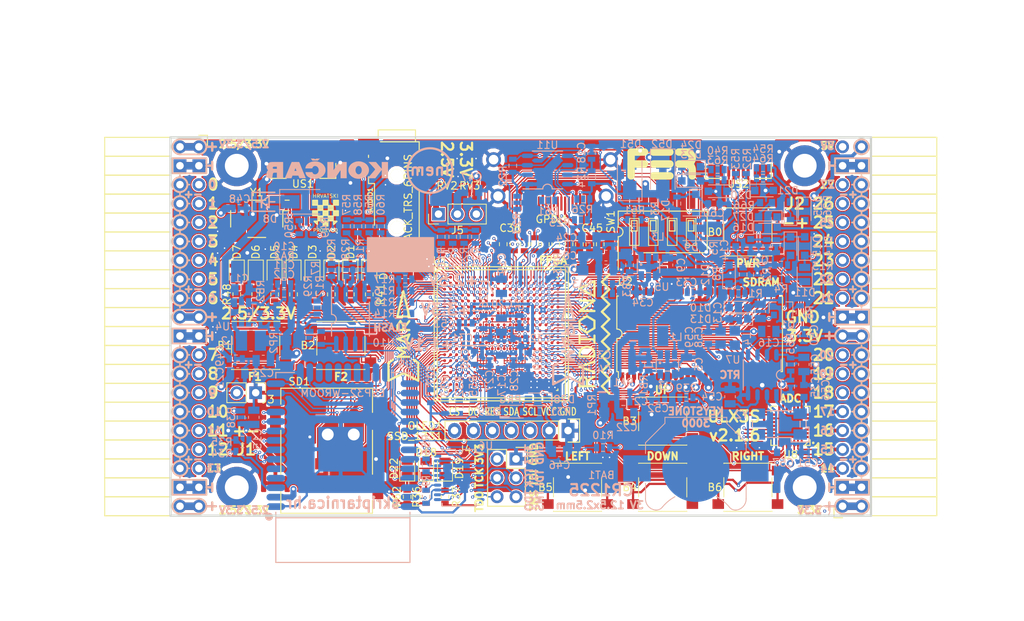
<source format=kicad_pcb>
(kicad_pcb (version 20171130) (host pcbnew 5.0.0+dfsg1-2)
  (layers (0 F.Cu signal) (1 In1.Cu signal) (2 In2.Cu signal) (31 B.Cu signal) (34 B.Paste user hide) (35 F.Paste user) (36 B.SilkS user) (37 F.SilkS user) (38 B.Mask user hide) (39 F.Mask user) (44 Edge.Cuts user))
  (net 0 "")
  (net 1 GND)
  (net 2 +5V)
  (net 3 /gpio/IN5V)
  (net 4 /gpio/OUT5V)
  (net 5 +3V3)
  (net 6 BTN_D)
  (net 7 BTN_F1)
  (net 8 BTN_F2)
  (net 9 BTN_L)
  (net 10 BTN_R)
  (net 11 BTN_U)
  (net 12 /power/FB1)
  (net 13 +2V5)
  (net 14 /power/PWREN)
  (net 15 /power/FB3)
  (net 16 /power/FB2)
  (net 17 /power/VBAT)
  (net 18 JTAG_TDI)
  (net 19 JTAG_TCK)
  (net 20 JTAG_TMS)
  (net 21 JTAG_TDO)
  (net 22 /power/WAKEUPn)
  (net 23 /power/WKUP)
  (net 24 /power/SHUT)
  (net 25 /power/WAKE)
  (net 26 /power/HOLD)
  (net 27 /power/WKn)
  (net 28 /power/OSCI_32k)
  (net 29 /power/OSCO_32k)
  (net 30 SHUTDOWN)
  (net 31 GPDI_SDA)
  (net 32 GPDI_SCL)
  (net 33 /gpdi/VREF2)
  (net 34 SD_CMD)
  (net 35 SD_CLK)
  (net 36 SD_D0)
  (net 37 SD_D1)
  (net 38 USB5V)
  (net 39 GPDI_CEC)
  (net 40 nRESET)
  (net 41 FTDI_nDTR)
  (net 42 SDRAM_CKE)
  (net 43 SDRAM_A7)
  (net 44 SDRAM_D15)
  (net 45 SDRAM_BA1)
  (net 46 SDRAM_D7)
  (net 47 SDRAM_A6)
  (net 48 SDRAM_CLK)
  (net 49 SDRAM_D13)
  (net 50 SDRAM_BA0)
  (net 51 SDRAM_D6)
  (net 52 SDRAM_A5)
  (net 53 SDRAM_D14)
  (net 54 SDRAM_A11)
  (net 55 SDRAM_D12)
  (net 56 SDRAM_D5)
  (net 57 SDRAM_A4)
  (net 58 SDRAM_A10)
  (net 59 SDRAM_D11)
  (net 60 SDRAM_A3)
  (net 61 SDRAM_D4)
  (net 62 SDRAM_D10)
  (net 63 SDRAM_D9)
  (net 64 SDRAM_A9)
  (net 65 SDRAM_D3)
  (net 66 SDRAM_D8)
  (net 67 SDRAM_A8)
  (net 68 SDRAM_A2)
  (net 69 SDRAM_A1)
  (net 70 SDRAM_A0)
  (net 71 SDRAM_D2)
  (net 72 SDRAM_D1)
  (net 73 SDRAM_D0)
  (net 74 SDRAM_DQM0)
  (net 75 SDRAM_nCS)
  (net 76 SDRAM_nRAS)
  (net 77 SDRAM_DQM1)
  (net 78 SDRAM_nCAS)
  (net 79 SDRAM_nWE)
  (net 80 /flash/FLASH_nWP)
  (net 81 /flash/FLASH_nHOLD)
  (net 82 /flash/FLASH_MOSI)
  (net 83 /flash/FLASH_MISO)
  (net 84 /flash/FLASH_SCK)
  (net 85 /flash/FLASH_nCS)
  (net 86 /flash/FPGA_PROGRAMN)
  (net 87 /flash/FPGA_DONE)
  (net 88 /flash/FPGA_INITN)
  (net 89 OLED_RES)
  (net 90 OLED_DC)
  (net 91 OLED_CS)
  (net 92 WIFI_EN)
  (net 93 FTDI_nRTS)
  (net 94 FTDI_TXD)
  (net 95 FTDI_RXD)
  (net 96 WIFI_RXD)
  (net 97 WIFI_GPIO0)
  (net 98 WIFI_TXD)
  (net 99 USB_FTDI_D+)
  (net 100 USB_FTDI_D-)
  (net 101 SD_D3)
  (net 102 AUDIO_L3)
  (net 103 AUDIO_L2)
  (net 104 AUDIO_L1)
  (net 105 AUDIO_L0)
  (net 106 AUDIO_R3)
  (net 107 AUDIO_R2)
  (net 108 AUDIO_R1)
  (net 109 AUDIO_R0)
  (net 110 OLED_CLK)
  (net 111 OLED_MOSI)
  (net 112 LED0)
  (net 113 LED1)
  (net 114 LED2)
  (net 115 LED3)
  (net 116 LED4)
  (net 117 LED5)
  (net 118 LED6)
  (net 119 LED7)
  (net 120 BTN_PWRn)
  (net 121 FTDI_nTXLED)
  (net 122 FTDI_nSLEEP)
  (net 123 /blinkey/LED_PWREN)
  (net 124 /blinkey/LED_TXLED)
  (net 125 /sdcard/SD3V3)
  (net 126 SD_D2)
  (net 127 CLK_25MHz)
  (net 128 /blinkey/BTNPUL)
  (net 129 /blinkey/BTNPUR)
  (net 130 USB_FPGA_D+)
  (net 131 /power/FTDI_nSUSPEND)
  (net 132 /blinkey/ALED0)
  (net 133 /blinkey/ALED1)
  (net 134 /blinkey/ALED2)
  (net 135 /blinkey/ALED3)
  (net 136 /blinkey/ALED4)
  (net 137 /blinkey/ALED5)
  (net 138 /blinkey/ALED6)
  (net 139 /blinkey/ALED7)
  (net 140 /usb/FTD-)
  (net 141 /usb/FTD+)
  (net 142 ADC_MISO)
  (net 143 ADC_MOSI)
  (net 144 ADC_CSn)
  (net 145 ADC_SCLK)
  (net 146 SW3)
  (net 147 SW2)
  (net 148 SW1)
  (net 149 USB_FPGA_D-)
  (net 150 /usb/FPD+)
  (net 151 /usb/FPD-)
  (net 152 WIFI_GPIO16)
  (net 153 /usb/ANT_433MHz)
  (net 154 PROG_DONE)
  (net 155 /power/P3V3)
  (net 156 /power/P2V5)
  (net 157 /power/L1)
  (net 158 /power/L3)
  (net 159 /power/L2)
  (net 160 FTDI_TXDEN)
  (net 161 SDRAM_A12)
  (net 162 /analog/AUDIO_V)
  (net 163 AUDIO_V3)
  (net 164 AUDIO_V2)
  (net 165 AUDIO_V1)
  (net 166 AUDIO_V0)
  (net 167 /blinkey/LED_WIFI)
  (net 168 /power/P1V1)
  (net 169 +1V1)
  (net 170 SW4)
  (net 171 /blinkey/SWPU)
  (net 172 /wifi/WIFIEN)
  (net 173 FT2V5)
  (net 174 GN0)
  (net 175 GP0)
  (net 176 GN1)
  (net 177 GP1)
  (net 178 GN2)
  (net 179 GP2)
  (net 180 GN3)
  (net 181 GP3)
  (net 182 GN4)
  (net 183 GP4)
  (net 184 GN5)
  (net 185 GP5)
  (net 186 GN6)
  (net 187 GP6)
  (net 188 GN14)
  (net 189 GP14)
  (net 190 GN15)
  (net 191 GP15)
  (net 192 GN16)
  (net 193 GP16)
  (net 194 GN17)
  (net 195 GP17)
  (net 196 GN18)
  (net 197 GP18)
  (net 198 GN19)
  (net 199 GP19)
  (net 200 GN20)
  (net 201 GP20)
  (net 202 GN21)
  (net 203 GP21)
  (net 204 GN22)
  (net 205 GP22)
  (net 206 GN23)
  (net 207 GP23)
  (net 208 GN24)
  (net 209 GP24)
  (net 210 GN25)
  (net 211 GP25)
  (net 212 GN26)
  (net 213 GP26)
  (net 214 GN27)
  (net 215 GP27)
  (net 216 GN7)
  (net 217 GP7)
  (net 218 GN8)
  (net 219 GP8)
  (net 220 GN9)
  (net 221 GP9)
  (net 222 GN10)
  (net 223 GP10)
  (net 224 GN11)
  (net 225 GP11)
  (net 226 GN12)
  (net 227 GP12)
  (net 228 GN13)
  (net 229 GP13)
  (net 230 WIFI_GPIO5)
  (net 231 WIFI_GPIO17)
  (net 232 USB_FPGA_PULL_D+)
  (net 233 USB_FPGA_PULL_D-)
  (net 234 "Net-(D23-Pad2)")
  (net 235 "Net-(D24-Pad1)")
  (net 236 "Net-(D25-Pad2)")
  (net 237 "Net-(D26-Pad1)")
  (net 238 /gpdi/GPDI_ETH+)
  (net 239 FPDI_ETH+)
  (net 240 /gpdi/GPDI_ETH-)
  (net 241 FPDI_ETH-)
  (net 242 /gpdi/GPDI_D2-)
  (net 243 FPDI_D2-)
  (net 244 /gpdi/GPDI_D1-)
  (net 245 FPDI_D1-)
  (net 246 /gpdi/GPDI_D0-)
  (net 247 FPDI_D0-)
  (net 248 /gpdi/GPDI_CLK-)
  (net 249 FPDI_CLK-)
  (net 250 /gpdi/GPDI_D2+)
  (net 251 FPDI_D2+)
  (net 252 /gpdi/GPDI_D1+)
  (net 253 FPDI_D1+)
  (net 254 /gpdi/GPDI_D0+)
  (net 255 FPDI_D0+)
  (net 256 /gpdi/GPDI_CLK+)
  (net 257 FPDI_CLK+)
  (net 258 FPDI_SDA)
  (net 259 FPDI_SCL)
  (net 260 /gpdi/FPDI_CEC)
  (net 261 2V5_3V3)
  (net 262 /usb/US2VBUS)
  (net 263 /power/SHD)
  (net 264 /power/RTCVDD)
  (net 265 "Net-(D27-Pad2)")
  (net 266 US2_ID)
  (net 267 /analog/AUDIO_L)
  (net 268 /analog/AUDIO_R)
  (net 269 /analog/ADC3V3)
  (net 270 PWRBTn)
  (net 271 USER_PROGRAMN)
  (module TSOP54:TSOP54 (layer F.Cu) (at 165.093 87.8 90)
    (fp_text reference U2 (at 6.98 -9.993 180) (layer F.SilkS))
    (fp_text value MT48LC16M16A2TG hide)
    (pad 28 smd oval (at 5.73 10.4 90) (size 1.1 0.56) (layers F.Cu F.Paste F.Mask) (net 1 GND))
    (pad 1 smd rect (at -5.73 -10.4 90) (size 1.1 0.56) (layers F.Cu F.Paste F.Mask) (net 5 +3V3))
    (pad 2 smd oval (at -5.73 -9.6 90) (size 1.1 0.56) (layers F.Cu F.Paste F.Mask) (net 73 SDRAM_D0))
    (pad 3 smd oval (at -5.73 -8.8 90) (size 1.1 0.56) (layers F.Cu F.Paste F.Mask) (net 5 +3V3))
    (pad 4 smd oval (at -5.73 -8 90) (size 1.1 0.56) (layers F.Cu F.Paste F.Mask) (net 72 SDRAM_D1))
    (pad 5 smd oval (at -5.73 -7.2 90) (size 1.1 0.56) (layers F.Cu F.Paste F.Mask) (net 71 SDRAM_D2))
    (pad 6 smd oval (at -5.73 -6.4 90) (size 1.1 0.56) (layers F.Cu F.Paste F.Mask) (net 1 GND))
    (pad 7 smd oval (at -5.73 -5.6 90) (size 1.1 0.56) (layers F.Cu F.Paste F.Mask) (net 65 SDRAM_D3))
    (pad 8 smd oval (at -5.73 -4.8 90) (size 1.1 0.56) (layers F.Cu F.Paste F.Mask) (net 61 SDRAM_D4))
    (pad 9 smd oval (at -5.73 -4 90) (size 1.1 0.56) (layers F.Cu F.Paste F.Mask) (net 5 +3V3))
    (pad 10 smd oval (at -5.73 -3.2 90) (size 1.1 0.56) (layers F.Cu F.Paste F.Mask) (net 56 SDRAM_D5))
    (pad 11 smd oval (at -5.73 -2.4 90) (size 1.1 0.56) (layers F.Cu F.Paste F.Mask) (net 51 SDRAM_D6))
    (pad 12 smd oval (at -5.73 -1.6 90) (size 1.1 0.56) (layers F.Cu F.Paste F.Mask) (net 1 GND))
    (pad 13 smd oval (at -5.73 -0.8 90) (size 1.1 0.56) (layers F.Cu F.Paste F.Mask) (net 46 SDRAM_D7))
    (pad 14 smd oval (at -5.73 0 90) (size 1.1 0.56) (layers F.Cu F.Paste F.Mask) (net 5 +3V3))
    (pad 15 smd oval (at -5.73 0.8 90) (size 1.1 0.56) (layers F.Cu F.Paste F.Mask) (net 74 SDRAM_DQM0))
    (pad 16 smd oval (at -5.73 1.6 90) (size 1.1 0.56) (layers F.Cu F.Paste F.Mask) (net 79 SDRAM_nWE))
    (pad 17 smd oval (at -5.73 2.4 90) (size 1.1 0.56) (layers F.Cu F.Paste F.Mask) (net 78 SDRAM_nCAS))
    (pad 18 smd oval (at -5.73 3.2 90) (size 1.1 0.56) (layers F.Cu F.Paste F.Mask) (net 76 SDRAM_nRAS))
    (pad 19 smd oval (at -5.73 4 90) (size 1.1 0.56) (layers F.Cu F.Paste F.Mask) (net 75 SDRAM_nCS))
    (pad 20 smd oval (at -5.73 4.8 90) (size 1.1 0.56) (layers F.Cu F.Paste F.Mask) (net 50 SDRAM_BA0))
    (pad 21 smd oval (at -5.73 5.6 90) (size 1.1 0.56) (layers F.Cu F.Paste F.Mask) (net 45 SDRAM_BA1))
    (pad 22 smd oval (at -5.73 6.4 90) (size 1.1 0.56) (layers F.Cu F.Paste F.Mask) (net 58 SDRAM_A10))
    (pad 23 smd oval (at -5.73 7.2 90) (size 1.1 0.56) (layers F.Cu F.Paste F.Mask) (net 70 SDRAM_A0))
    (pad 24 smd oval (at -5.73 8 90) (size 1.1 0.56) (layers F.Cu F.Paste F.Mask) (net 69 SDRAM_A1))
    (pad 25 smd oval (at -5.73 8.8 90) (size 1.1 0.56) (layers F.Cu F.Paste F.Mask) (net 68 SDRAM_A2))
    (pad 26 smd oval (at -5.73 9.6 90) (size 1.1 0.56) (layers F.Cu F.Paste F.Mask) (net 60 SDRAM_A3))
    (pad 27 smd oval (at -5.73 10.4 90) (size 1.1 0.56) (layers F.Cu F.Paste F.Mask) (net 5 +3V3))
    (pad 29 smd oval (at 5.73 9.6 90) (size 1.1 0.56) (layers F.Cu F.Paste F.Mask) (net 57 SDRAM_A4))
    (pad 30 smd oval (at 5.73 8.8 90) (size 1.1 0.56) (layers F.Cu F.Paste F.Mask) (net 52 SDRAM_A5))
    (pad 31 smd oval (at 5.73 8 90) (size 1.1 0.56) (layers F.Cu F.Paste F.Mask) (net 47 SDRAM_A6))
    (pad 32 smd oval (at 5.73 7.2 90) (size 1.1 0.56) (layers F.Cu F.Paste F.Mask) (net 43 SDRAM_A7))
    (pad 33 smd oval (at 5.73 6.4 90) (size 1.1 0.56) (layers F.Cu F.Paste F.Mask) (net 67 SDRAM_A8))
    (pad 34 smd oval (at 5.73 5.6 90) (size 1.1 0.56) (layers F.Cu F.Paste F.Mask) (net 64 SDRAM_A9))
    (pad 35 smd oval (at 5.73 4.8 90) (size 1.1 0.56) (layers F.Cu F.Paste F.Mask) (net 54 SDRAM_A11))
    (pad 36 smd oval (at 5.73 4 90) (size 1.1 0.56) (layers F.Cu F.Paste F.Mask) (net 161 SDRAM_A12))
    (pad 37 smd oval (at 5.73 3.2 90) (size 1.1 0.56) (layers F.Cu F.Paste F.Mask) (net 42 SDRAM_CKE))
    (pad 38 smd oval (at 5.73 2.4 90) (size 1.1 0.56) (layers F.Cu F.Paste F.Mask) (net 48 SDRAM_CLK))
    (pad 39 smd oval (at 5.73 1.6 90) (size 1.1 0.56) (layers F.Cu F.Paste F.Mask) (net 77 SDRAM_DQM1))
    (pad 40 smd oval (at 5.73 0.8 90) (size 1.1 0.56) (layers F.Cu F.Paste F.Mask))
    (pad 41 smd oval (at 5.73 0 90) (size 1.1 0.56) (layers F.Cu F.Paste F.Mask) (net 1 GND))
    (pad 42 smd oval (at 5.73 -0.8 90) (size 1.1 0.56) (layers F.Cu F.Paste F.Mask) (net 66 SDRAM_D8))
    (pad 43 smd oval (at 5.73 -1.6 90) (size 1.1 0.56) (layers F.Cu F.Paste F.Mask) (net 5 +3V3))
    (pad 44 smd oval (at 5.73 -2.4 90) (size 1.1 0.56) (layers F.Cu F.Paste F.Mask) (net 63 SDRAM_D9))
    (pad 45 smd oval (at 5.73 -3.2 90) (size 1.1 0.56) (layers F.Cu F.Paste F.Mask) (net 62 SDRAM_D10))
    (pad 46 smd oval (at 5.73 -4 90) (size 1.1 0.56) (layers F.Cu F.Paste F.Mask) (net 1 GND))
    (pad 47 smd oval (at 5.73 -4.8 90) (size 1.1 0.56) (layers F.Cu F.Paste F.Mask) (net 59 SDRAM_D11))
    (pad 48 smd oval (at 5.73 -5.6 90) (size 1.1 0.56) (layers F.Cu F.Paste F.Mask) (net 55 SDRAM_D12))
    (pad 49 smd oval (at 5.73 -6.4 90) (size 1.1 0.56) (layers F.Cu F.Paste F.Mask) (net 5 +3V3))
    (pad 50 smd oval (at 5.73 -7.2 90) (size 1.1 0.56) (layers F.Cu F.Paste F.Mask) (net 49 SDRAM_D13))
    (pad 51 smd oval (at 5.73 -8 90) (size 1.1 0.56) (layers F.Cu F.Paste F.Mask) (net 53 SDRAM_D14))
    (pad 52 smd oval (at 5.73 -8.8 90) (size 1.1 0.56) (layers F.Cu F.Paste F.Mask) (net 1 GND))
    (pad 53 smd oval (at 5.73 -9.6 90) (size 1.1 0.56) (layers F.Cu F.Paste F.Mask) (net 44 SDRAM_D15))
    (pad 54 smd oval (at 5.73 -10.4 90) (size 1.1 0.56) (layers F.Cu F.Paste F.Mask) (net 1 GND))
  )
  (module max1112x-tqfn28:MAX1112x-TQFN-28-1EP_5x5mm_Pitch0.5mm (layer F.Cu) (at 177.285 100.155 180)
    (fp_text reference U8 (at 0 -3.875 180) (layer F.SilkS))
    (fp_text value MAX11125 hide)
    (pad 29 smd rect (at -0.8125 -0.8125 180) (size 1.625 1.625) (layers F.Cu F.Paste F.Mask) (net 1 GND))
    (pad 29 smd rect (at -0.8125 0.8125 180) (size 1.625 1.625) (layers F.Cu F.Paste F.Mask) (net 1 GND))
    (pad 29 smd rect (at 0.8125 -0.8125 180) (size 1.625 1.625) (layers F.Cu F.Paste F.Mask) (net 1 GND))
    (pad 29 smd rect (at 0.8125 0.8125 180) (size 1.625 1.625) (layers F.Cu F.Paste F.Mask) (net 1 GND))
    (pad 28 smd oval (at -1.5 -2.34 270) (size 0.95 0.3) (layers F.Cu F.Paste F.Mask) (net 190 GN15))
    (pad 27 smd oval (at -1 -2.34 270) (size 0.95 0.3) (layers F.Cu F.Paste F.Mask) (net 189 GP14))
    (pad 26 smd oval (at -0.5 -2.34 270) (size 0.95 0.3) (layers F.Cu F.Paste F.Mask) (net 188 GN14))
    (pad 25 smd oval (at 0 -2.34 270) (size 0.95 0.3) (layers F.Cu F.Paste F.Mask))
    (pad 24 smd oval (at 0.5 -2.34 270) (size 0.95 0.3) (layers F.Cu F.Paste F.Mask) (net 142 ADC_MISO))
    (pad 23 smd oval (at 1 -2.34 270) (size 0.95 0.3) (layers F.Cu F.Paste F.Mask) (net 269 /analog/ADC3V3))
    (pad 22 smd oval (at 1.5 -2.34 270) (size 0.95 0.3) (layers F.Cu F.Paste F.Mask) (net 1 GND))
    (pad 21 smd oval (at 2.34 -1.5 180) (size 0.95 0.3) (layers F.Cu F.Paste F.Mask) (net 143 ADC_MOSI))
    (pad 20 smd oval (at 2.34 -1 180) (size 0.95 0.3) (layers F.Cu F.Paste F.Mask) (net 144 ADC_CSn))
    (pad 19 smd oval (at 2.34 -0.5 180) (size 0.95 0.3) (layers F.Cu F.Paste F.Mask) (net 145 ADC_SCLK))
    (pad 18 smd oval (at 2.34 0 180) (size 0.95 0.3) (layers F.Cu F.Paste F.Mask) (net 269 /analog/ADC3V3))
    (pad 17 smd oval (at 2.34 0.5 180) (size 0.95 0.3) (layers F.Cu F.Paste F.Mask) (net 269 /analog/ADC3V3))
    (pad 16 smd oval (at 2.34 1 180) (size 0.95 0.3) (layers F.Cu F.Paste F.Mask) (net 1 GND))
    (pad 15 smd oval (at 2.34 1.5 180) (size 0.95 0.3) (layers F.Cu F.Paste F.Mask) (net 269 /analog/ADC3V3))
    (pad 14 smd oval (at 1.5 2.34 270) (size 0.95 0.3) (layers F.Cu F.Paste F.Mask) (net 1 GND))
    (pad 13 smd oval (at 1 2.34 270) (size 0.95 0.3) (layers F.Cu F.Paste F.Mask) (net 1 GND))
    (pad 12 smd oval (at 0.5 2.34 270) (size 0.95 0.3) (layers F.Cu F.Paste F.Mask))
    (pad 11 smd oval (at 0 2.34 270) (size 0.95 0.3) (layers F.Cu F.Paste F.Mask) (net 1 GND))
    (pad 10 smd oval (at -0.5 2.34 270) (size 0.95 0.3) (layers F.Cu F.Paste F.Mask) (net 1 GND))
    (pad 9 smd oval (at -1 2.34 270) (size 0.95 0.3) (layers F.Cu F.Paste F.Mask) (net 1 GND))
    (pad 8 smd oval (at -1.5 2.34 270) (size 0.95 0.3) (layers F.Cu F.Paste F.Mask) (net 1 GND))
    (pad 7 smd oval (at -2.34 1.5 180) (size 0.95 0.3) (layers F.Cu F.Paste F.Mask) (net 1 GND))
    (pad 6 smd oval (at -2.34 1 180) (size 0.95 0.3) (layers F.Cu F.Paste F.Mask) (net 1 GND))
    (pad 5 smd oval (at -2.34 0.5 180) (size 0.95 0.3) (layers F.Cu F.Paste F.Mask) (net 195 GP17))
    (pad 4 smd oval (at -2.34 0 180) (size 0.95 0.3) (layers F.Cu F.Paste F.Mask) (net 194 GN17))
    (pad 3 smd oval (at -2.34 -0.5 180) (size 0.95 0.3) (layers F.Cu F.Paste F.Mask) (net 193 GP16))
    (pad 2 smd oval (at -2.34 -1 180) (size 0.95 0.3) (layers F.Cu F.Paste F.Mask) (net 192 GN16))
    (pad 1 smd rect (at -2.34 -1.5 180) (size 0.95 0.3) (layers F.Cu F.Paste F.Mask) (net 191 GP15))
  )
  (module dipswitch:SW_DIP_x4_W8.61mm_Slide_LowProfile (layer F.Cu) (at 160.14 74.12 90)
    (fp_text reference SW1 (at 1.379 -6.97 90) (layer F.SilkS))
    (fp_text value SW_DIP_x04 hide)
    (pad 8 smd rect (at 4.305 -3.81 90) (size 2.44 1.12) (layers F.Cu F.Paste F.Mask) (net 148 SW1))
    (pad 4 smd rect (at -4.305 3.81 90) (size 2.44 1.12) (layers F.Cu F.Paste F.Mask) (net 171 /blinkey/SWPU))
    (pad 7 smd rect (at 4.305 -1.27 90) (size 2.44 1.12) (layers F.Cu F.Paste F.Mask) (net 147 SW2))
    (pad 3 smd rect (at -4.305 1.27 90) (size 2.44 1.12) (layers F.Cu F.Paste F.Mask) (net 171 /blinkey/SWPU))
    (pad 6 smd rect (at 4.305 1.27 90) (size 2.44 1.12) (layers F.Cu F.Paste F.Mask) (net 146 SW3))
    (pad 2 smd rect (at -4.305 -1.27 90) (size 2.44 1.12) (layers F.Cu F.Paste F.Mask) (net 171 /blinkey/SWPU))
    (pad 5 smd rect (at 4.305 3.81 90) (size 2.44 1.12) (layers F.Cu F.Paste F.Mask) (net 170 SW4))
    (pad 1 smd rect (at -4.305 -3.81 90) (size 2.44 1.12) (layers F.Cu F.Paste F.Mask) (net 171 /blinkey/SWPU))
  )
  (module ft231x:FT231X-SSOP-20_4.4x6.5mm_Pitch0.65mm (layer B.Cu) (at 132.835 107.14 180)
    (fp_text reference U6 (at -3.556 4.318 180) (layer B.SilkS) (effects (justify mirror)))
    (fp_text value FT231XS hide)
    (pad 20 smd oval (at 2.9 2.925 180) (size 1 0.4) (layers B.Cu B.Paste B.Mask) (net 94 FTDI_TXD))
    (pad 19 smd oval (at 2.9 2.275 180) (size 1 0.4) (layers B.Cu B.Paste B.Mask) (net 122 FTDI_nSLEEP))
    (pad 18 smd oval (at 2.9 1.625 180) (size 1 0.4) (layers B.Cu B.Paste B.Mask) (net 160 FTDI_TXDEN))
    (pad 17 smd oval (at 2.9 0.975 180) (size 1 0.4) (layers B.Cu B.Paste B.Mask))
    (pad 16 smd oval (at 2.9 0.325 180) (size 1 0.4) (layers B.Cu B.Paste B.Mask) (net 1 GND))
    (pad 15 smd oval (at 2.9 -0.325 180) (size 1 0.4) (layers B.Cu B.Paste B.Mask) (net 38 USB5V))
    (pad 14 smd oval (at 2.9 -0.975 180) (size 1 0.4) (layers B.Cu B.Paste B.Mask) (net 40 nRESET))
    (pad 13 smd oval (at 2.9 -1.625 180) (size 1 0.4) (layers B.Cu B.Paste B.Mask) (net 173 FT2V5))
    (pad 12 smd oval (at 2.9 -2.275 180) (size 1 0.4) (layers B.Cu B.Paste B.Mask) (net 100 USB_FTDI_D-))
    (pad 11 smd oval (at 2.9 -2.925 180) (size 1 0.4) (layers B.Cu B.Paste B.Mask) (net 99 USB_FTDI_D+))
    (pad 10 smd oval (at -2.9 -2.925 180) (size 1 0.4) (layers B.Cu B.Paste B.Mask) (net 121 FTDI_nTXLED))
    (pad 9 smd oval (at -2.9 -2.275 180) (size 1 0.4) (layers B.Cu B.Paste B.Mask) (net 21 JTAG_TDO))
    (pad 8 smd oval (at -2.9 -1.625 180) (size 1 0.4) (layers B.Cu B.Paste B.Mask) (net 20 JTAG_TMS))
    (pad 7 smd oval (at -2.9 -0.975 180) (size 1 0.4) (layers B.Cu B.Paste B.Mask) (net 19 JTAG_TCK))
    (pad 6 smd oval (at -2.9 -0.325 180) (size 1 0.4) (layers B.Cu B.Paste B.Mask) (net 1 GND))
    (pad 5 smd oval (at -2.9 0.325 180) (size 1 0.4) (layers B.Cu B.Paste B.Mask) (net 18 JTAG_TDI))
    (pad 4 smd oval (at -2.9 0.975 180) (size 1 0.4) (layers B.Cu B.Paste B.Mask) (net 95 FTDI_RXD))
    (pad 3 smd oval (at -2.9 1.625 180) (size 1 0.4) (layers B.Cu B.Paste B.Mask) (net 173 FT2V5))
    (pad 2 smd oval (at -2.9 2.275 180) (size 1 0.4) (layers B.Cu B.Paste B.Mask) (net 93 FTDI_nRTS))
    (pad 1 smd rect (at -2.9 2.925 180) (size 1 0.4) (layers B.Cu B.Paste B.Mask) (net 41 FTDI_nDTR))
  )
  (module usb_otg:USB-MICRO-B-FCI-10118192-0001LF (layer F.Cu) (at 111.88 63.325 180)
    (fp_text reference US1 (at 0 -4.336 180) (layer F.SilkS))
    (fp_text value MICRO_USB hide)
    (pad 6 smd rect (at 3.8 0 180) (size 1.8 1.9) (layers F.Cu F.Paste F.Mask) (net 1 GND))
    (pad 6 smd rect (at -3.8 0 180) (size 1.8 1.9) (layers F.Cu F.Paste F.Mask) (net 1 GND))
    (pad 5 smd rect (at 1.3 -2.675 180) (size 0.4 1.35) (layers F.Cu F.Paste F.Mask) (net 1 GND))
    (pad 4 smd rect (at 0.65 -2.675 180) (size 0.4 1.35) (layers F.Cu F.Paste F.Mask))
    (pad 3 smd rect (at 0 -2.675 180) (size 0.4 1.35) (layers F.Cu F.Paste F.Mask) (net 141 /usb/FTD+))
    (pad 2 smd rect (at -0.65 -2.675 180) (size 0.4 1.35) (layers F.Cu F.Paste F.Mask) (net 140 /usb/FTD-))
    (pad 1 smd rect (at -1.3 -2.675 180) (size 0.4 1.35) (layers F.Cu F.Paste F.Mask) (net 38 USB5V))
    (pad 6 smd rect (at 1.2 0 180) (size 1.9 1.9) (layers F.Cu F.Paste F.Mask) (net 1 GND))
    (pad 6 smd rect (at -1.2 0 180) (size 1.9 1.9) (layers F.Cu F.Paste F.Mask) (net 1 GND))
    (pad 6 smd rect (at 3.1 -2.55 180) (size 2.1 1.6) (layers F.Cu F.Paste F.Mask) (net 1 GND))
    (pad 6 smd rect (at -3.1 -2.55 180) (size 2.1 1.6) (layers F.Cu F.Paste F.Mask) (net 1 GND))
  )
  (module audio-jack:CUI_SJ-43516-SMT (layer F.Cu) (at 124.468 69.518)
    (fp_text reference AUDIO1 (at -3.560502 0.28335 270) (layer F.SilkS) (effects (font (size 0.6096 0.6096) (thickness 0.1524))))
    (fp_text value JACK_TRS_6PINS (at 1.519498 0.28335 270) (layer F.SilkS))
    (pad 1 smd rect (at -3.8 -6.9 270) (size 2 2.8) (layers F.Cu F.Paste F.Mask) (net 1 GND))
    (pad 4 smd rect (at -3.8 -4.1 270) (size 2.2 2.8) (layers F.Cu F.Paste F.Mask) (net 162 /analog/AUDIO_V))
    (pad 2 smd rect (at -3.8 5.3 270) (size 2.8 2.8) (layers F.Cu F.Paste F.Mask) (net 267 /analog/AUDIO_L))
    (pad 5 smd rect (at 0.75 9.4 270) (size 2.8 2.8) (layers F.Cu F.Paste F.Mask))
    (pad 3 smd rect (at 3.8 -2.2 270) (size 2.2 2.8) (layers F.Cu F.Paste F.Mask) (net 268 /analog/AUDIO_R))
    (pad 6 smd rect (at 3.8 -5 270) (size 2 2.8) (layers F.Cu F.Paste F.Mask))
    (pad "" np_thru_hole circle (at 0 -3 270) (size 1.7 1.7) (drill 1.7) (layers *.Cu *.Mask F.SilkS) (clearance 0.4))
    (pad "" np_thru_hole circle (at 0 4 270) (size 1.7 1.7) (drill 1.7) (layers *.Cu *.Mask F.SilkS) (clearance 0.4))
  )
  (module conn-fci:CONN-10029449-111RLF (layer F.Cu) (at 145.296 69.312 180)
    (fp_text reference GPDI1 (at 0 -3.1115 180) (layer F.SilkS))
    (fp_text value GPDI-D hide)
    (pad 19 smd rect (at -4.25 -1 180) (size 0.3 1.9) (layers F.Cu F.Paste F.Mask) (net 240 /gpdi/GPDI_ETH-))
    (pad 18 smd rect (at -3.75 -1 180) (size 0.3 1.9) (layers F.Cu F.Paste F.Mask) (net 2 +5V))
    (pad 17 smd rect (at -3.25 -1 180) (size 0.3 1.9) (layers F.Cu F.Paste F.Mask) (net 1 GND))
    (pad 16 smd rect (at -2.75 -1 180) (size 0.3 1.9) (layers F.Cu F.Paste F.Mask) (net 31 GPDI_SDA))
    (pad 15 smd rect (at -2.25 -1 180) (size 0.3 1.9) (layers F.Cu F.Paste F.Mask) (net 32 GPDI_SCL))
    (pad 14 smd rect (at -1.75 -1 180) (size 0.3 1.9) (layers F.Cu F.Paste F.Mask) (net 238 /gpdi/GPDI_ETH+))
    (pad 13 smd rect (at -1.25 -1 180) (size 0.3 1.9) (layers F.Cu F.Paste F.Mask) (net 39 GPDI_CEC))
    (pad 12 smd rect (at -0.75 -1 180) (size 0.3 1.9) (layers F.Cu F.Paste F.Mask) (net 248 /gpdi/GPDI_CLK-))
    (pad 11 smd rect (at -0.25 -1 180) (size 0.3 1.9) (layers F.Cu F.Paste F.Mask) (net 1 GND))
    (pad 10 smd rect (at 0.25 -1 180) (size 0.3 1.9) (layers F.Cu F.Paste F.Mask) (net 256 /gpdi/GPDI_CLK+))
    (pad 9 smd rect (at 0.75 -1 180) (size 0.3 1.9) (layers F.Cu F.Paste F.Mask) (net 246 /gpdi/GPDI_D0-))
    (pad 8 smd rect (at 1.25 -1 180) (size 0.3 1.9) (layers F.Cu F.Paste F.Mask) (net 1 GND))
    (pad 7 smd rect (at 1.75 -1 180) (size 0.3 1.9) (layers F.Cu F.Paste F.Mask) (net 254 /gpdi/GPDI_D0+))
    (pad 6 smd rect (at 2.25 -1 180) (size 0.3 1.9) (layers F.Cu F.Paste F.Mask) (net 244 /gpdi/GPDI_D1-))
    (pad 5 smd rect (at 2.75 -1 180) (size 0.3 1.9) (layers F.Cu F.Paste F.Mask) (net 1 GND))
    (pad 4 smd rect (at 3.25 -1 180) (size 0.3 1.9) (layers F.Cu F.Paste F.Mask) (net 252 /gpdi/GPDI_D1+))
    (pad 3 smd rect (at 3.75 -1 180) (size 0.3 1.9) (layers F.Cu F.Paste F.Mask) (net 242 /gpdi/GPDI_D2-))
    (pad 2 smd rect (at 4.25 -1 180) (size 0.3 1.9) (layers F.Cu F.Paste F.Mask) (net 1 GND))
    (pad 1 smd rect (at 4.75 -1 180) (size 0.3 1.9) (layers F.Cu F.Paste F.Mask) (net 250 /gpdi/GPDI_D2+))
    (pad 0 thru_hole circle (at -7.25 0 180) (size 2 2) (drill 1.3) (layers *.Cu *.Mask F.Paste) (net 1 GND))
    (pad 0 thru_hole circle (at 7.25 0 180) (size 2 2) (drill 1.3) (layers *.Cu *.Mask F.Paste) (net 1 GND))
    (pad 0 thru_hole circle (at -7.85 4.9 180) (size 2 2) (drill 1.3) (layers *.Cu *.Mask F.Paste) (net 1 GND))
    (pad 0 thru_hole circle (at 7.85 4.9 180) (size 2 2) (drill 1.3) (layers *.Cu *.Mask F.Paste) (net 1 GND))
  )
  (module lfe5bg381:BGA-381_pitch0.8mm_dia0.4mm (layer F.Cu) (at 138.48 87.8)
    (fp_text reference U1 (at -8.2 -9.8) (layer F.SilkS))
    (fp_text value LFE5U-85F-6BG381C hide)
    (pad Y19 smd circle (at 6.8 7.6) (size 0.4 0.4) (layers F.Cu F.Paste F.Mask) (net 1 GND))
    (pad Y17 smd circle (at 5.2 7.6) (size 0.4 0.4) (layers F.Cu F.Paste F.Mask) (net 1 GND))
    (pad Y16 smd circle (at 4.4 7.6) (size 0.4 0.4) (layers F.Cu F.Paste F.Mask) (net 1 GND))
    (pad Y15 smd circle (at 3.6 7.6) (size 0.4 0.4) (layers F.Cu F.Paste F.Mask) (net 1 GND))
    (pad Y14 smd circle (at 2.8 7.6) (size 0.4 0.4) (layers F.Cu F.Paste F.Mask) (net 1 GND))
    (pad Y12 smd circle (at 1.2 7.6) (size 0.4 0.4) (layers F.Cu F.Paste F.Mask) (net 1 GND))
    (pad Y11 smd circle (at 0.4 7.6) (size 0.4 0.4) (layers F.Cu F.Paste F.Mask) (net 1 GND))
    (pad Y8 smd circle (at -2 7.6) (size 0.4 0.4) (layers F.Cu F.Paste F.Mask) (net 1 GND))
    (pad Y7 smd circle (at -2.8 7.6) (size 0.4 0.4) (layers F.Cu F.Paste F.Mask) (net 1 GND))
    (pad Y6 smd circle (at -3.6 7.6) (size 0.4 0.4) (layers F.Cu F.Paste F.Mask) (net 1 GND))
    (pad Y5 smd circle (at -4.4 7.6) (size 0.4 0.4) (layers F.Cu F.Paste F.Mask) (net 1 GND))
    (pad Y3 smd circle (at -6 7.6) (size 0.4 0.4) (layers F.Cu F.Paste F.Mask) (net 87 /flash/FPGA_DONE))
    (pad Y2 smd circle (at -6.8 7.6) (size 0.4 0.4) (layers F.Cu F.Paste F.Mask) (net 80 /flash/FLASH_nWP))
    (pad W20 smd circle (at 7.6 6.8) (size 0.4 0.4) (layers F.Cu F.Paste F.Mask) (net 1 GND))
    (pad W19 smd circle (at 6.8 6.8) (size 0.4 0.4) (layers F.Cu F.Paste F.Mask) (net 1 GND))
    (pad W18 smd circle (at 6 6.8) (size 0.4 0.4) (layers F.Cu F.Paste F.Mask))
    (pad W17 smd circle (at 5.2 6.8) (size 0.4 0.4) (layers F.Cu F.Paste F.Mask))
    (pad W16 smd circle (at 4.4 6.8) (size 0.4 0.4) (layers F.Cu F.Paste F.Mask) (net 1 GND))
    (pad W15 smd circle (at 3.6 6.8) (size 0.4 0.4) (layers F.Cu F.Paste F.Mask) (net 1 GND))
    (pad W14 smd circle (at 2.8 6.8) (size 0.4 0.4) (layers F.Cu F.Paste F.Mask))
    (pad W13 smd circle (at 2 6.8) (size 0.4 0.4) (layers F.Cu F.Paste F.Mask))
    (pad W12 smd circle (at 1.2 6.8) (size 0.4 0.4) (layers F.Cu F.Paste F.Mask) (net 1 GND))
    (pad W11 smd circle (at 0.4 6.8) (size 0.4 0.4) (layers F.Cu F.Paste F.Mask))
    (pad W10 smd circle (at -0.4 6.8) (size 0.4 0.4) (layers F.Cu F.Paste F.Mask))
    (pad W9 smd circle (at -1.2 6.8) (size 0.4 0.4) (layers F.Cu F.Paste F.Mask))
    (pad W8 smd circle (at -2 6.8) (size 0.4 0.4) (layers F.Cu F.Paste F.Mask))
    (pad W7 smd circle (at -2.8 6.8) (size 0.4 0.4) (layers F.Cu F.Paste F.Mask) (net 1 GND))
    (pad W6 smd circle (at -3.6 6.8) (size 0.4 0.4) (layers F.Cu F.Paste F.Mask) (net 1 GND))
    (pad W5 smd circle (at -4.4 6.8) (size 0.4 0.4) (layers F.Cu F.Paste F.Mask))
    (pad W4 smd circle (at -5.2 6.8) (size 0.4 0.4) (layers F.Cu F.Paste F.Mask))
    (pad W3 smd circle (at -6 6.8) (size 0.4 0.4) (layers F.Cu F.Paste F.Mask) (net 86 /flash/FPGA_PROGRAMN))
    (pad W2 smd circle (at -6.8 6.8) (size 0.4 0.4) (layers F.Cu F.Paste F.Mask) (net 82 /flash/FLASH_MOSI))
    (pad W1 smd circle (at -7.6 6.8) (size 0.4 0.4) (layers F.Cu F.Paste F.Mask) (net 81 /flash/FLASH_nHOLD))
    (pad V20 smd circle (at 7.6 6) (size 0.4 0.4) (layers F.Cu F.Paste F.Mask) (net 1 GND))
    (pad V19 smd circle (at 6.8 6) (size 0.4 0.4) (layers F.Cu F.Paste F.Mask) (net 1 GND))
    (pad V18 smd circle (at 6 6) (size 0.4 0.4) (layers F.Cu F.Paste F.Mask) (net 1 GND))
    (pad V17 smd circle (at 5.2 6) (size 0.4 0.4) (layers F.Cu F.Paste F.Mask) (net 1 GND))
    (pad V16 smd circle (at 4.4 6) (size 0.4 0.4) (layers F.Cu F.Paste F.Mask) (net 1 GND))
    (pad V15 smd circle (at 3.6 6) (size 0.4 0.4) (layers F.Cu F.Paste F.Mask) (net 1 GND))
    (pad V14 smd circle (at 2.8 6) (size 0.4 0.4) (layers F.Cu F.Paste F.Mask) (net 1 GND))
    (pad V13 smd circle (at 2 6) (size 0.4 0.4) (layers F.Cu F.Paste F.Mask) (net 1 GND))
    (pad V12 smd circle (at 1.2 6) (size 0.4 0.4) (layers F.Cu F.Paste F.Mask) (net 1 GND))
    (pad V11 smd circle (at 0.4 6) (size 0.4 0.4) (layers F.Cu F.Paste F.Mask) (net 1 GND))
    (pad V10 smd circle (at -0.4 6) (size 0.4 0.4) (layers F.Cu F.Paste F.Mask) (net 1 GND))
    (pad V9 smd circle (at -1.2 6) (size 0.4 0.4) (layers F.Cu F.Paste F.Mask) (net 1 GND))
    (pad V8 smd circle (at -2 6) (size 0.4 0.4) (layers F.Cu F.Paste F.Mask) (net 1 GND))
    (pad V7 smd circle (at -2.8 6) (size 0.4 0.4) (layers F.Cu F.Paste F.Mask) (net 1 GND))
    (pad V6 smd circle (at -3.6 6) (size 0.4 0.4) (layers F.Cu F.Paste F.Mask) (net 1 GND))
    (pad V5 smd circle (at -4.4 6) (size 0.4 0.4) (layers F.Cu F.Paste F.Mask) (net 1 GND))
    (pad V4 smd circle (at -5.2 6) (size 0.4 0.4) (layers F.Cu F.Paste F.Mask) (net 21 JTAG_TDO))
    (pad V3 smd circle (at -6 6) (size 0.4 0.4) (layers F.Cu F.Paste F.Mask) (net 88 /flash/FPGA_INITN))
    (pad V2 smd circle (at -6.8 6) (size 0.4 0.4) (layers F.Cu F.Paste F.Mask) (net 83 /flash/FLASH_MISO))
    (pad V1 smd circle (at -7.6 6) (size 0.4 0.4) (layers F.Cu F.Paste F.Mask) (net 6 BTN_D))
    (pad U20 smd circle (at 7.6 5.2) (size 0.4 0.4) (layers F.Cu F.Paste F.Mask) (net 46 SDRAM_D7))
    (pad U19 smd circle (at 6.8 5.2) (size 0.4 0.4) (layers F.Cu F.Paste F.Mask) (net 74 SDRAM_DQM0))
    (pad U18 smd circle (at 6 5.2) (size 0.4 0.4) (layers F.Cu F.Paste F.Mask) (net 189 GP14))
    (pad U17 smd circle (at 5.2 5.2) (size 0.4 0.4) (layers F.Cu F.Paste F.Mask) (net 188 GN14))
    (pad U16 smd circle (at 4.4 5.2) (size 0.4 0.4) (layers F.Cu F.Paste F.Mask) (net 142 ADC_MISO))
    (pad U15 smd circle (at 3.6 5.2) (size 0.4 0.4) (layers F.Cu F.Paste F.Mask) (net 1 GND))
    (pad U14 smd circle (at 2.8 5.2) (size 0.4 0.4) (layers F.Cu F.Paste F.Mask) (net 1 GND))
    (pad U13 smd circle (at 2 5.2) (size 0.4 0.4) (layers F.Cu F.Paste F.Mask) (net 1 GND))
    (pad U12 smd circle (at 1.2 5.2) (size 0.4 0.4) (layers F.Cu F.Paste F.Mask) (net 1 GND))
    (pad U11 smd circle (at 0.4 5.2) (size 0.4 0.4) (layers F.Cu F.Paste F.Mask) (net 1 GND))
    (pad U10 smd circle (at -0.4 5.2) (size 0.4 0.4) (layers F.Cu F.Paste F.Mask) (net 1 GND))
    (pad U9 smd circle (at -1.2 5.2) (size 0.4 0.4) (layers F.Cu F.Paste F.Mask) (net 1 GND))
    (pad U8 smd circle (at -2 5.2) (size 0.4 0.4) (layers F.Cu F.Paste F.Mask) (net 1 GND))
    (pad U7 smd circle (at -2.8 5.2) (size 0.4 0.4) (layers F.Cu F.Paste F.Mask) (net 1 GND))
    (pad U6 smd circle (at -3.6 5.2) (size 0.4 0.4) (layers F.Cu F.Paste F.Mask) (net 1 GND))
    (pad U5 smd circle (at -4.4 5.2) (size 0.4 0.4) (layers F.Cu F.Paste F.Mask) (net 20 JTAG_TMS))
    (pad U4 smd circle (at -5.2 5.2) (size 0.4 0.4) (layers F.Cu F.Paste F.Mask) (net 1 GND))
    (pad U3 smd circle (at -6 5.2) (size 0.4 0.4) (layers F.Cu F.Paste F.Mask) (net 84 /flash/FLASH_SCK))
    (pad U2 smd circle (at -6.8 5.2) (size 0.4 0.4) (layers F.Cu F.Paste F.Mask) (net 5 +3V3))
    (pad U1 smd circle (at -7.6 5.2) (size 0.4 0.4) (layers F.Cu F.Paste F.Mask) (net 9 BTN_L))
    (pad T20 smd circle (at 7.6 4.4) (size 0.4 0.4) (layers F.Cu F.Paste F.Mask) (net 79 SDRAM_nWE))
    (pad T19 smd circle (at 6.8 4.4) (size 0.4 0.4) (layers F.Cu F.Paste F.Mask) (net 78 SDRAM_nCAS))
    (pad T18 smd circle (at 6 4.4) (size 0.4 0.4) (layers F.Cu F.Paste F.Mask) (net 56 SDRAM_D5))
    (pad T17 smd circle (at 5.2 4.4) (size 0.4 0.4) (layers F.Cu F.Paste F.Mask) (net 51 SDRAM_D6))
    (pad T16 smd circle (at 4.4 4.4) (size 0.4 0.4) (layers F.Cu F.Paste F.Mask))
    (pad T15 smd circle (at 3.6 4.4) (size 0.4 0.4) (layers F.Cu F.Paste F.Mask) (net 1 GND))
    (pad T14 smd circle (at 2.8 4.4) (size 0.4 0.4) (layers F.Cu F.Paste F.Mask) (net 1 GND))
    (pad T13 smd circle (at 2 4.4) (size 0.4 0.4) (layers F.Cu F.Paste F.Mask) (net 1 GND))
    (pad T12 smd circle (at 1.2 4.4) (size 0.4 0.4) (layers F.Cu F.Paste F.Mask) (net 1 GND))
    (pad T11 smd circle (at 0.4 4.4) (size 0.4 0.4) (layers F.Cu F.Paste F.Mask) (net 1 GND))
    (pad T10 smd circle (at -0.4 4.4) (size 0.4 0.4) (layers F.Cu F.Paste F.Mask) (net 1 GND))
    (pad T9 smd circle (at -1.2 4.4) (size 0.4 0.4) (layers F.Cu F.Paste F.Mask) (net 1 GND))
    (pad T8 smd circle (at -2 4.4) (size 0.4 0.4) (layers F.Cu F.Paste F.Mask) (net 1 GND))
    (pad T7 smd circle (at -2.8 4.4) (size 0.4 0.4) (layers F.Cu F.Paste F.Mask) (net 1 GND))
    (pad T6 smd circle (at -3.6 4.4) (size 0.4 0.4) (layers F.Cu F.Paste F.Mask) (net 1 GND))
    (pad T5 smd circle (at -4.4 4.4) (size 0.4 0.4) (layers F.Cu F.Paste F.Mask) (net 19 JTAG_TCK))
    (pad T4 smd circle (at -5.2 4.4) (size 0.4 0.4) (layers F.Cu F.Paste F.Mask) (net 5 +3V3))
    (pad T3 smd circle (at -6 4.4) (size 0.4 0.4) (layers F.Cu F.Paste F.Mask) (net 5 +3V3))
    (pad T2 smd circle (at -6.8 4.4) (size 0.4 0.4) (layers F.Cu F.Paste F.Mask) (net 5 +3V3))
    (pad T1 smd circle (at -7.6 4.4) (size 0.4 0.4) (layers F.Cu F.Paste F.Mask) (net 8 BTN_F2))
    (pad R20 smd circle (at 7.6 3.6) (size 0.4 0.4) (layers F.Cu F.Paste F.Mask) (net 76 SDRAM_nRAS))
    (pad R19 smd circle (at 6.8 3.6) (size 0.4 0.4) (layers F.Cu F.Paste F.Mask) (net 1 GND))
    (pad R18 smd circle (at 6 3.6) (size 0.4 0.4) (layers F.Cu F.Paste F.Mask) (net 11 BTN_U))
    (pad R17 smd circle (at 5.2 3.6) (size 0.4 0.4) (layers F.Cu F.Paste F.Mask) (net 144 ADC_CSn))
    (pad R16 smd circle (at 4.4 3.6) (size 0.4 0.4) (layers F.Cu F.Paste F.Mask) (net 143 ADC_MOSI))
    (pad R5 smd circle (at -4.4 3.6) (size 0.4 0.4) (layers F.Cu F.Paste F.Mask) (net 18 JTAG_TDI))
    (pad R4 smd circle (at -5.2 3.6) (size 0.4 0.4) (layers F.Cu F.Paste F.Mask) (net 1 GND))
    (pad R3 smd circle (at -6 3.6) (size 0.4 0.4) (layers F.Cu F.Paste F.Mask))
    (pad R2 smd circle (at -6.8 3.6) (size 0.4 0.4) (layers F.Cu F.Paste F.Mask) (net 85 /flash/FLASH_nCS))
    (pad R1 smd circle (at -7.6 3.6) (size 0.4 0.4) (layers F.Cu F.Paste F.Mask) (net 7 BTN_F1))
    (pad P20 smd circle (at 7.6 2.8) (size 0.4 0.4) (layers F.Cu F.Paste F.Mask) (net 75 SDRAM_nCS))
    (pad P19 smd circle (at 6.8 2.8) (size 0.4 0.4) (layers F.Cu F.Paste F.Mask) (net 50 SDRAM_BA0))
    (pad P18 smd circle (at 6 2.8) (size 0.4 0.4) (layers F.Cu F.Paste F.Mask) (net 61 SDRAM_D4))
    (pad P17 smd circle (at 5.2 2.8) (size 0.4 0.4) (layers F.Cu F.Paste F.Mask) (net 145 ADC_SCLK))
    (pad P16 smd circle (at 4.4 2.8) (size 0.4 0.4) (layers F.Cu F.Paste F.Mask) (net 190 GN15))
    (pad P15 smd circle (at 3.6 2.8) (size 0.4 0.4) (layers F.Cu F.Paste F.Mask) (net 13 +2V5))
    (pad P14 smd circle (at 2.8 2.8) (size 0.4 0.4) (layers F.Cu F.Paste F.Mask) (net 1 GND))
    (pad P13 smd circle (at 2 2.8) (size 0.4 0.4) (layers F.Cu F.Paste F.Mask) (net 1 GND))
    (pad P12 smd circle (at 1.2 2.8) (size 0.4 0.4) (layers F.Cu F.Paste F.Mask) (net 1 GND))
    (pad P11 smd circle (at 0.4 2.8) (size 0.4 0.4) (layers F.Cu F.Paste F.Mask) (net 1 GND))
    (pad P10 smd circle (at -0.4 2.8) (size 0.4 0.4) (layers F.Cu F.Paste F.Mask) (net 5 +3V3))
    (pad P9 smd circle (at -1.2 2.8) (size 0.4 0.4) (layers F.Cu F.Paste F.Mask) (net 5 +3V3))
    (pad P8 smd circle (at -2 2.8) (size 0.4 0.4) (layers F.Cu F.Paste F.Mask) (net 1 GND))
    (pad P7 smd circle (at -2.8 2.8) (size 0.4 0.4) (layers F.Cu F.Paste F.Mask) (net 1 GND))
    (pad P6 smd circle (at -3.6 2.8) (size 0.4 0.4) (layers F.Cu F.Paste F.Mask) (net 13 +2V5))
    (pad P5 smd circle (at -4.4 2.8) (size 0.4 0.4) (layers F.Cu F.Paste F.Mask))
    (pad P4 smd circle (at -5.2 2.8) (size 0.4 0.4) (layers F.Cu F.Paste F.Mask) (net 110 OLED_CLK))
    (pad P3 smd circle (at -6 2.8) (size 0.4 0.4) (layers F.Cu F.Paste F.Mask) (net 111 OLED_MOSI))
    (pad P2 smd circle (at -6.8 2.8) (size 0.4 0.4) (layers F.Cu F.Paste F.Mask) (net 89 OLED_RES))
    (pad P1 smd circle (at -7.6 2.8) (size 0.4 0.4) (layers F.Cu F.Paste F.Mask) (net 90 OLED_DC))
    (pad N20 smd circle (at 7.6 2) (size 0.4 0.4) (layers F.Cu F.Paste F.Mask) (net 45 SDRAM_BA1))
    (pad N19 smd circle (at 6.8 2) (size 0.4 0.4) (layers F.Cu F.Paste F.Mask) (net 58 SDRAM_A10))
    (pad N18 smd circle (at 6 2) (size 0.4 0.4) (layers F.Cu F.Paste F.Mask) (net 65 SDRAM_D3))
    (pad N17 smd circle (at 5.2 2) (size 0.4 0.4) (layers F.Cu F.Paste F.Mask) (net 191 GP15))
    (pad N16 smd circle (at 4.4 2) (size 0.4 0.4) (layers F.Cu F.Paste F.Mask) (net 193 GP16))
    (pad N15 smd circle (at 3.6 2) (size 0.4 0.4) (layers F.Cu F.Paste F.Mask) (net 1 GND))
    (pad N14 smd circle (at 2.8 2) (size 0.4 0.4) (layers F.Cu F.Paste F.Mask) (net 1 GND))
    (pad N13 smd circle (at 2 2) (size 0.4 0.4) (layers F.Cu F.Paste F.Mask) (net 169 +1V1))
    (pad N12 smd circle (at 1.2 2) (size 0.4 0.4) (layers F.Cu F.Paste F.Mask) (net 169 +1V1))
    (pad N11 smd circle (at 0.4 2) (size 0.4 0.4) (layers F.Cu F.Paste F.Mask) (net 169 +1V1))
    (pad N10 smd circle (at -0.4 2) (size 0.4 0.4) (layers F.Cu F.Paste F.Mask) (net 169 +1V1))
    (pad N9 smd circle (at -1.2 2) (size 0.4 0.4) (layers F.Cu F.Paste F.Mask) (net 169 +1V1))
    (pad N8 smd circle (at -2 2) (size 0.4 0.4) (layers F.Cu F.Paste F.Mask) (net 169 +1V1))
    (pad N7 smd circle (at -2.8 2) (size 0.4 0.4) (layers F.Cu F.Paste F.Mask) (net 1 GND))
    (pad N6 smd circle (at -3.6 2) (size 0.4 0.4) (layers F.Cu F.Paste F.Mask) (net 1 GND))
    (pad N5 smd circle (at -4.4 2) (size 0.4 0.4) (layers F.Cu F.Paste F.Mask))
    (pad N4 smd circle (at -5.2 2) (size 0.4 0.4) (layers F.Cu F.Paste F.Mask) (net 230 WIFI_GPIO5))
    (pad N3 smd circle (at -6 2) (size 0.4 0.4) (layers F.Cu F.Paste F.Mask) (net 231 WIFI_GPIO17))
    (pad N2 smd circle (at -6.8 2) (size 0.4 0.4) (layers F.Cu F.Paste F.Mask) (net 91 OLED_CS))
    (pad N1 smd circle (at -7.6 2) (size 0.4 0.4) (layers F.Cu F.Paste F.Mask) (net 41 FTDI_nDTR))
    (pad M20 smd circle (at 7.6 1.2) (size 0.4 0.4) (layers F.Cu F.Paste F.Mask) (net 70 SDRAM_A0))
    (pad M19 smd circle (at 6.8 1.2) (size 0.4 0.4) (layers F.Cu F.Paste F.Mask) (net 69 SDRAM_A1))
    (pad M18 smd circle (at 6 1.2) (size 0.4 0.4) (layers F.Cu F.Paste F.Mask) (net 71 SDRAM_D2))
    (pad M17 smd circle (at 5.2 1.2) (size 0.4 0.4) (layers F.Cu F.Paste F.Mask) (net 192 GN16))
    (pad M16 smd circle (at 4.4 1.2) (size 0.4 0.4) (layers F.Cu F.Paste F.Mask) (net 1 GND))
    (pad M15 smd circle (at 3.6 1.2) (size 0.4 0.4) (layers F.Cu F.Paste F.Mask) (net 5 +3V3))
    (pad M14 smd circle (at 2.8 1.2) (size 0.4 0.4) (layers F.Cu F.Paste F.Mask) (net 1 GND))
    (pad M13 smd circle (at 2 1.2) (size 0.4 0.4) (layers F.Cu F.Paste F.Mask) (net 169 +1V1))
    (pad M12 smd circle (at 1.2 1.2) (size 0.4 0.4) (layers F.Cu F.Paste F.Mask) (net 1 GND))
    (pad M11 smd circle (at 0.4 1.2) (size 0.4 0.4) (layers F.Cu F.Paste F.Mask) (net 1 GND))
    (pad M10 smd circle (at -0.4 1.2) (size 0.4 0.4) (layers F.Cu F.Paste F.Mask) (net 1 GND))
    (pad M9 smd circle (at -1.2 1.2) (size 0.4 0.4) (layers F.Cu F.Paste F.Mask) (net 1 GND))
    (pad M8 smd circle (at -2 1.2) (size 0.4 0.4) (layers F.Cu F.Paste F.Mask) (net 169 +1V1))
    (pad M7 smd circle (at -2.8 1.2) (size 0.4 0.4) (layers F.Cu F.Paste F.Mask) (net 1 GND))
    (pad M6 smd circle (at -3.6 1.2) (size 0.4 0.4) (layers F.Cu F.Paste F.Mask) (net 5 +3V3))
    (pad M5 smd circle (at -4.4 1.2) (size 0.4 0.4) (layers F.Cu F.Paste F.Mask))
    (pad M4 smd circle (at -5.2 1.2) (size 0.4 0.4) (layers F.Cu F.Paste F.Mask) (net 271 USER_PROGRAMN))
    (pad M3 smd circle (at -6 1.2) (size 0.4 0.4) (layers F.Cu F.Paste F.Mask) (net 93 FTDI_nRTS))
    (pad M2 smd circle (at -6.8 1.2) (size 0.4 0.4) (layers F.Cu F.Paste F.Mask) (net 1 GND))
    (pad M1 smd circle (at -7.6 1.2) (size 0.4 0.4) (layers F.Cu F.Paste F.Mask) (net 94 FTDI_TXD))
    (pad L20 smd circle (at 7.6 0.4) (size 0.4 0.4) (layers F.Cu F.Paste F.Mask) (net 68 SDRAM_A2))
    (pad L19 smd circle (at 6.8 0.4) (size 0.4 0.4) (layers F.Cu F.Paste F.Mask) (net 60 SDRAM_A3))
    (pad L18 smd circle (at 6 0.4) (size 0.4 0.4) (layers F.Cu F.Paste F.Mask) (net 72 SDRAM_D1))
    (pad L17 smd circle (at 5.2 0.4) (size 0.4 0.4) (layers F.Cu F.Paste F.Mask) (net 194 GN17))
    (pad L16 smd circle (at 4.4 0.4) (size 0.4 0.4) (layers F.Cu F.Paste F.Mask) (net 195 GP17))
    (pad L15 smd circle (at 3.6 0.4) (size 0.4 0.4) (layers F.Cu F.Paste F.Mask) (net 5 +3V3))
    (pad L14 smd circle (at 2.8 0.4) (size 0.4 0.4) (layers F.Cu F.Paste F.Mask) (net 5 +3V3))
    (pad L13 smd circle (at 2 0.4) (size 0.4 0.4) (layers F.Cu F.Paste F.Mask) (net 169 +1V1))
    (pad L12 smd circle (at 1.2 0.4) (size 0.4 0.4) (layers F.Cu F.Paste F.Mask) (net 1 GND))
    (pad L11 smd circle (at 0.4 0.4) (size 0.4 0.4) (layers F.Cu F.Paste F.Mask) (net 1 GND))
    (pad L10 smd circle (at -0.4 0.4) (size 0.4 0.4) (layers F.Cu F.Paste F.Mask) (net 1 GND))
    (pad L9 smd circle (at -1.2 0.4) (size 0.4 0.4) (layers F.Cu F.Paste F.Mask) (net 1 GND))
    (pad L8 smd circle (at -2 0.4) (size 0.4 0.4) (layers F.Cu F.Paste F.Mask) (net 169 +1V1))
    (pad L7 smd circle (at -2.8 0.4) (size 0.4 0.4) (layers F.Cu F.Paste F.Mask) (net 5 +3V3))
    (pad L6 smd circle (at -3.6 0.4) (size 0.4 0.4) (layers F.Cu F.Paste F.Mask) (net 5 +3V3))
    (pad L5 smd circle (at -4.4 0.4) (size 0.4 0.4) (layers F.Cu F.Paste F.Mask))
    (pad L4 smd circle (at -5.2 0.4) (size 0.4 0.4) (layers F.Cu F.Paste F.Mask) (net 95 FTDI_RXD))
    (pad L3 smd circle (at -6 0.4) (size 0.4 0.4) (layers F.Cu F.Paste F.Mask) (net 160 FTDI_TXDEN))
    (pad L2 smd circle (at -6.8 0.4) (size 0.4 0.4) (layers F.Cu F.Paste F.Mask) (net 97 WIFI_GPIO0))
    (pad L1 smd circle (at -7.6 0.4) (size 0.4 0.4) (layers F.Cu F.Paste F.Mask) (net 152 WIFI_GPIO16))
    (pad K20 smd circle (at 7.6 -0.4) (size 0.4 0.4) (layers F.Cu F.Paste F.Mask) (net 57 SDRAM_A4))
    (pad K19 smd circle (at 6.8 -0.4) (size 0.4 0.4) (layers F.Cu F.Paste F.Mask) (net 52 SDRAM_A5))
    (pad K18 smd circle (at 6 -0.4) (size 0.4 0.4) (layers F.Cu F.Paste F.Mask) (net 47 SDRAM_A6))
    (pad K17 smd circle (at 5.2 -0.4) (size 0.4 0.4) (layers F.Cu F.Paste F.Mask))
    (pad K16 smd circle (at 4.4 -0.4) (size 0.4 0.4) (layers F.Cu F.Paste F.Mask))
    (pad K15 smd circle (at 3.6 -0.4) (size 0.4 0.4) (layers F.Cu F.Paste F.Mask) (net 1 GND))
    (pad K14 smd circle (at 2.8 -0.4) (size 0.4 0.4) (layers F.Cu F.Paste F.Mask) (net 1 GND))
    (pad K13 smd circle (at 2 -0.4) (size 0.4 0.4) (layers F.Cu F.Paste F.Mask) (net 169 +1V1))
    (pad K12 smd circle (at 1.2 -0.4) (size 0.4 0.4) (layers F.Cu F.Paste F.Mask) (net 1 GND))
    (pad K11 smd circle (at 0.4 -0.4) (size 0.4 0.4) (layers F.Cu F.Paste F.Mask) (net 1 GND))
    (pad K10 smd circle (at -0.4 -0.4) (size 0.4 0.4) (layers F.Cu F.Paste F.Mask) (net 1 GND))
    (pad K9 smd circle (at -1.2 -0.4) (size 0.4 0.4) (layers F.Cu F.Paste F.Mask) (net 1 GND))
    (pad K8 smd circle (at -2 -0.4) (size 0.4 0.4) (layers F.Cu F.Paste F.Mask) (net 169 +1V1))
    (pad K7 smd circle (at -2.8 -0.4) (size 0.4 0.4) (layers F.Cu F.Paste F.Mask) (net 1 GND))
    (pad K6 smd circle (at -3.6 -0.4) (size 0.4 0.4) (layers F.Cu F.Paste F.Mask) (net 1 GND))
    (pad K5 smd circle (at -4.4 -0.4) (size 0.4 0.4) (layers F.Cu F.Paste F.Mask))
    (pad K4 smd circle (at -5.2 -0.4) (size 0.4 0.4) (layers F.Cu F.Paste F.Mask) (net 98 WIFI_TXD))
    (pad K3 smd circle (at -6 -0.4) (size 0.4 0.4) (layers F.Cu F.Paste F.Mask) (net 96 WIFI_RXD))
    (pad K2 smd circle (at -6.8 -0.4) (size 0.4 0.4) (layers F.Cu F.Paste F.Mask) (net 101 SD_D3))
    (pad K1 smd circle (at -7.6 -0.4) (size 0.4 0.4) (layers F.Cu F.Paste F.Mask) (net 126 SD_D2))
    (pad J20 smd circle (at 7.6 -1.2) (size 0.4 0.4) (layers F.Cu F.Paste F.Mask) (net 43 SDRAM_A7))
    (pad J19 smd circle (at 6.8 -1.2) (size 0.4 0.4) (layers F.Cu F.Paste F.Mask) (net 67 SDRAM_A8))
    (pad J18 smd circle (at 6 -1.2) (size 0.4 0.4) (layers F.Cu F.Paste F.Mask) (net 53 SDRAM_D14))
    (pad J17 smd circle (at 5.2 -1.2) (size 0.4 0.4) (layers F.Cu F.Paste F.Mask) (net 44 SDRAM_D15))
    (pad J16 smd circle (at 4.4 -1.2) (size 0.4 0.4) (layers F.Cu F.Paste F.Mask) (net 73 SDRAM_D0))
    (pad J15 smd circle (at 3.6 -1.2) (size 0.4 0.4) (layers F.Cu F.Paste F.Mask) (net 5 +3V3))
    (pad J14 smd circle (at 2.8 -1.2) (size 0.4 0.4) (layers F.Cu F.Paste F.Mask) (net 1 GND))
    (pad J13 smd circle (at 2 -1.2) (size 0.4 0.4) (layers F.Cu F.Paste F.Mask) (net 169 +1V1))
    (pad J12 smd circle (at 1.2 -1.2) (size 0.4 0.4) (layers F.Cu F.Paste F.Mask) (net 1 GND))
    (pad J11 smd circle (at 0.4 -1.2) (size 0.4 0.4) (layers F.Cu F.Paste F.Mask) (net 1 GND))
    (pad J10 smd circle (at -0.4 -1.2) (size 0.4 0.4) (layers F.Cu F.Paste F.Mask) (net 1 GND))
    (pad J9 smd circle (at -1.2 -1.2) (size 0.4 0.4) (layers F.Cu F.Paste F.Mask) (net 1 GND))
    (pad J8 smd circle (at -2 -1.2) (size 0.4 0.4) (layers F.Cu F.Paste F.Mask) (net 169 +1V1))
    (pad J7 smd circle (at -2.8 -1.2) (size 0.4 0.4) (layers F.Cu F.Paste F.Mask) (net 1 GND))
    (pad J6 smd circle (at -3.6 -1.2) (size 0.4 0.4) (layers F.Cu F.Paste F.Mask) (net 261 2V5_3V3))
    (pad J5 smd circle (at -4.4 -1.2) (size 0.4 0.4) (layers F.Cu F.Paste F.Mask))
    (pad J4 smd circle (at -5.2 -1.2) (size 0.4 0.4) (layers F.Cu F.Paste F.Mask))
    (pad J3 smd circle (at -6 -1.2) (size 0.4 0.4) (layers F.Cu F.Paste F.Mask) (net 36 SD_D0))
    (pad J2 smd circle (at -6.8 -1.2) (size 0.4 0.4) (layers F.Cu F.Paste F.Mask) (net 1 GND))
    (pad J1 smd circle (at -7.6 -1.2) (size 0.4 0.4) (layers F.Cu F.Paste F.Mask) (net 34 SD_CMD))
    (pad H20 smd circle (at 7.6 -2) (size 0.4 0.4) (layers F.Cu F.Paste F.Mask) (net 64 SDRAM_A9))
    (pad H19 smd circle (at 6.8 -2) (size 0.4 0.4) (layers F.Cu F.Paste F.Mask) (net 1 GND))
    (pad H18 smd circle (at 6 -2) (size 0.4 0.4) (layers F.Cu F.Paste F.Mask) (net 197 GP18))
    (pad H17 smd circle (at 5.2 -2) (size 0.4 0.4) (layers F.Cu F.Paste F.Mask) (net 196 GN18))
    (pad H16 smd circle (at 4.4 -2) (size 0.4 0.4) (layers F.Cu F.Paste F.Mask) (net 10 BTN_R))
    (pad H15 smd circle (at 3.6 -2) (size 0.4 0.4) (layers F.Cu F.Paste F.Mask) (net 5 +3V3))
    (pad H14 smd circle (at 2.8 -2) (size 0.4 0.4) (layers F.Cu F.Paste F.Mask) (net 5 +3V3))
    (pad H13 smd circle (at 2 -2) (size 0.4 0.4) (layers F.Cu F.Paste F.Mask) (net 169 +1V1))
    (pad H12 smd circle (at 1.2 -2) (size 0.4 0.4) (layers F.Cu F.Paste F.Mask) (net 169 +1V1))
    (pad H11 smd circle (at 0.4 -2) (size 0.4 0.4) (layers F.Cu F.Paste F.Mask) (net 169 +1V1))
    (pad H10 smd circle (at -0.4 -2) (size 0.4 0.4) (layers F.Cu F.Paste F.Mask) (net 169 +1V1))
    (pad H9 smd circle (at -1.2 -2) (size 0.4 0.4) (layers F.Cu F.Paste F.Mask) (net 169 +1V1))
    (pad H8 smd circle (at -2 -2) (size 0.4 0.4) (layers F.Cu F.Paste F.Mask) (net 169 +1V1))
    (pad H7 smd circle (at -2.8 -2) (size 0.4 0.4) (layers F.Cu F.Paste F.Mask) (net 261 2V5_3V3))
    (pad H6 smd circle (at -3.6 -2) (size 0.4 0.4) (layers F.Cu F.Paste F.Mask) (net 261 2V5_3V3))
    (pad H5 smd circle (at -4.4 -2) (size 0.4 0.4) (layers F.Cu F.Paste F.Mask) (net 166 AUDIO_V0))
    (pad H4 smd circle (at -5.2 -2) (size 0.4 0.4) (layers F.Cu F.Paste F.Mask) (net 229 GP13))
    (pad H3 smd circle (at -6 -2) (size 0.4 0.4) (layers F.Cu F.Paste F.Mask) (net 119 LED7))
    (pad H2 smd circle (at -6.8 -2) (size 0.4 0.4) (layers F.Cu F.Paste F.Mask) (net 35 SD_CLK))
    (pad H1 smd circle (at -7.6 -2) (size 0.4 0.4) (layers F.Cu F.Paste F.Mask) (net 37 SD_D1))
    (pad G20 smd circle (at 7.6 -2.8) (size 0.4 0.4) (layers F.Cu F.Paste F.Mask) (net 54 SDRAM_A11))
    (pad G19 smd circle (at 6.8 -2.8) (size 0.4 0.4) (layers F.Cu F.Paste F.Mask) (net 161 SDRAM_A12))
    (pad G18 smd circle (at 6 -2.8) (size 0.4 0.4) (layers F.Cu F.Paste F.Mask) (net 198 GN19))
    (pad G17 smd circle (at 5.2 -2.8) (size 0.4 0.4) (layers F.Cu F.Paste F.Mask) (net 1 GND))
    (pad G16 smd circle (at 4.4 -2.8) (size 0.4 0.4) (layers F.Cu F.Paste F.Mask) (net 30 SHUTDOWN))
    (pad G15 smd circle (at 3.6 -2.8) (size 0.4 0.4) (layers F.Cu F.Paste F.Mask) (net 1 GND))
    (pad G14 smd circle (at 2.8 -2.8) (size 0.4 0.4) (layers F.Cu F.Paste F.Mask) (net 1 GND))
    (pad G13 smd circle (at 2 -2.8) (size 0.4 0.4) (layers F.Cu F.Paste F.Mask) (net 1 GND))
    (pad G12 smd circle (at 1.2 -2.8) (size 0.4 0.4) (layers F.Cu F.Paste F.Mask) (net 1 GND))
    (pad G11 smd circle (at 0.4 -2.8) (size 0.4 0.4) (layers F.Cu F.Paste F.Mask) (net 1 GND))
    (pad G10 smd circle (at -0.4 -2.8) (size 0.4 0.4) (layers F.Cu F.Paste F.Mask) (net 1 GND))
    (pad G9 smd circle (at -1.2 -2.8) (size 0.4 0.4) (layers F.Cu F.Paste F.Mask) (net 1 GND))
    (pad G8 smd circle (at -2 -2.8) (size 0.4 0.4) (layers F.Cu F.Paste F.Mask) (net 1 GND))
    (pad G7 smd circle (at -2.8 -2.8) (size 0.4 0.4) (layers F.Cu F.Paste F.Mask) (net 1 GND))
    (pad G6 smd circle (at -3.6 -2.8) (size 0.4 0.4) (layers F.Cu F.Paste F.Mask) (net 1 GND))
    (pad G5 smd circle (at -4.4 -2.8) (size 0.4 0.4) (layers F.Cu F.Paste F.Mask) (net 228 GN13))
    (pad G4 smd circle (at -5.2 -2.8) (size 0.4 0.4) (layers F.Cu F.Paste F.Mask) (net 1 GND))
    (pad G3 smd circle (at -6 -2.8) (size 0.4 0.4) (layers F.Cu F.Paste F.Mask) (net 227 GP12))
    (pad G2 smd circle (at -6.8 -2.8) (size 0.4 0.4) (layers F.Cu F.Paste F.Mask) (net 127 CLK_25MHz))
    (pad G1 smd circle (at -7.6 -2.8) (size 0.4 0.4) (layers F.Cu F.Paste F.Mask) (net 153 /usb/ANT_433MHz))
    (pad F20 smd circle (at 7.6 -3.6) (size 0.4 0.4) (layers F.Cu F.Paste F.Mask) (net 42 SDRAM_CKE))
    (pad F19 smd circle (at 6.8 -3.6) (size 0.4 0.4) (layers F.Cu F.Paste F.Mask) (net 48 SDRAM_CLK))
    (pad F18 smd circle (at 6 -3.6) (size 0.4 0.4) (layers F.Cu F.Paste F.Mask) (net 49 SDRAM_D13))
    (pad F17 smd circle (at 5.2 -3.6) (size 0.4 0.4) (layers F.Cu F.Paste F.Mask) (net 199 GP19))
    (pad F16 smd circle (at 4.4 -3.6) (size 0.4 0.4) (layers F.Cu F.Paste F.Mask) (net 149 USB_FPGA_D-))
    (pad F15 smd circle (at 3.6 -3.6) (size 0.4 0.4) (layers F.Cu F.Paste F.Mask) (net 13 +2V5))
    (pad F14 smd circle (at 2.8 -3.6) (size 0.4 0.4) (layers F.Cu F.Paste F.Mask) (net 1 GND))
    (pad F13 smd circle (at 2 -3.6) (size 0.4 0.4) (layers F.Cu F.Paste F.Mask) (net 1 GND))
    (pad F12 smd circle (at 1.2 -3.6) (size 0.4 0.4) (layers F.Cu F.Paste F.Mask) (net 5 +3V3))
    (pad F11 smd circle (at 0.4 -3.6) (size 0.4 0.4) (layers F.Cu F.Paste F.Mask) (net 5 +3V3))
    (pad F10 smd circle (at -0.4 -3.6) (size 0.4 0.4) (layers F.Cu F.Paste F.Mask) (net 261 2V5_3V3))
    (pad F9 smd circle (at -1.2 -3.6) (size 0.4 0.4) (layers F.Cu F.Paste F.Mask) (net 261 2V5_3V3))
    (pad F8 smd circle (at -2 -3.6) (size 0.4 0.4) (layers F.Cu F.Paste F.Mask) (net 1 GND))
    (pad F7 smd circle (at -2.8 -3.6) (size 0.4 0.4) (layers F.Cu F.Paste F.Mask) (net 1 GND))
    (pad F6 smd circle (at -3.6 -3.6) (size 0.4 0.4) (layers F.Cu F.Paste F.Mask) (net 13 +2V5))
    (pad F5 smd circle (at -4.4 -3.6) (size 0.4 0.4) (layers F.Cu F.Paste F.Mask) (net 164 AUDIO_V2))
    (pad F4 smd circle (at -5.2 -3.6) (size 0.4 0.4) (layers F.Cu F.Paste F.Mask) (net 225 GP11))
    (pad F3 smd circle (at -6 -3.6) (size 0.4 0.4) (layers F.Cu F.Paste F.Mask) (net 226 GN12))
    (pad F2 smd circle (at -6.8 -3.6) (size 0.4 0.4) (layers F.Cu F.Paste F.Mask) (net 165 AUDIO_V1))
    (pad F1 smd circle (at -7.6 -3.6) (size 0.4 0.4) (layers F.Cu F.Paste F.Mask) (net 92 WIFI_EN))
    (pad E20 smd circle (at 7.6 -4.4) (size 0.4 0.4) (layers F.Cu F.Paste F.Mask) (net 77 SDRAM_DQM1))
    (pad E19 smd circle (at 6.8 -4.4) (size 0.4 0.4) (layers F.Cu F.Paste F.Mask) (net 66 SDRAM_D8))
    (pad E18 smd circle (at 6 -4.4) (size 0.4 0.4) (layers F.Cu F.Paste F.Mask) (net 55 SDRAM_D12))
    (pad E17 smd circle (at 5.2 -4.4) (size 0.4 0.4) (layers F.Cu F.Paste F.Mask) (net 200 GN20))
    (pad E16 smd circle (at 4.4 -4.4) (size 0.4 0.4) (layers F.Cu F.Paste F.Mask) (net 130 USB_FPGA_D+))
    (pad E15 smd circle (at 3.6 -4.4) (size 0.4 0.4) (layers F.Cu F.Paste F.Mask) (net 149 USB_FPGA_D-))
    (pad E14 smd circle (at 2.8 -4.4) (size 0.4 0.4) (layers F.Cu F.Paste F.Mask) (net 210 GN25))
    (pad E13 smd circle (at 2 -4.4) (size 0.4 0.4) (layers F.Cu F.Paste F.Mask) (net 214 GN27))
    (pad E12 smd circle (at 1.2 -4.4) (size 0.4 0.4) (layers F.Cu F.Paste F.Mask) (net 259 FPDI_SCL))
    (pad E11 smd circle (at 0.4 -4.4) (size 0.4 0.4) (layers F.Cu F.Paste F.Mask))
    (pad E10 smd circle (at -0.4 -4.4) (size 0.4 0.4) (layers F.Cu F.Paste F.Mask))
    (pad E9 smd circle (at -1.2 -4.4) (size 0.4 0.4) (layers F.Cu F.Paste F.Mask))
    (pad E8 smd circle (at -2 -4.4) (size 0.4 0.4) (layers F.Cu F.Paste F.Mask) (net 148 SW1))
    (pad E7 smd circle (at -2.8 -4.4) (size 0.4 0.4) (layers F.Cu F.Paste F.Mask) (net 170 SW4))
    (pad E6 smd circle (at -3.6 -4.4) (size 0.4 0.4) (layers F.Cu F.Paste F.Mask))
    (pad E5 smd circle (at -4.4 -4.4) (size 0.4 0.4) (layers F.Cu F.Paste F.Mask) (net 163 AUDIO_V3))
    (pad E4 smd circle (at -5.2 -4.4) (size 0.4 0.4) (layers F.Cu F.Paste F.Mask) (net 105 AUDIO_L0))
    (pad E3 smd circle (at -6 -4.4) (size 0.4 0.4) (layers F.Cu F.Paste F.Mask) (net 224 GN11))
    (pad E2 smd circle (at -6.8 -4.4) (size 0.4 0.4) (layers F.Cu F.Paste F.Mask) (net 117 LED5))
    (pad E1 smd circle (at -7.6 -4.4) (size 0.4 0.4) (layers F.Cu F.Paste F.Mask) (net 118 LED6))
    (pad D20 smd circle (at 7.6 -5.2) (size 0.4 0.4) (layers F.Cu F.Paste F.Mask) (net 63 SDRAM_D9))
    (pad D19 smd circle (at 6.8 -5.2) (size 0.4 0.4) (layers F.Cu F.Paste F.Mask) (net 62 SDRAM_D10))
    (pad D18 smd circle (at 6 -5.2) (size 0.4 0.4) (layers F.Cu F.Paste F.Mask) (net 201 GP20))
    (pad D17 smd circle (at 5.2 -5.2) (size 0.4 0.4) (layers F.Cu F.Paste F.Mask) (net 202 GN21))
    (pad D16 smd circle (at 4.4 -5.2) (size 0.4 0.4) (layers F.Cu F.Paste F.Mask) (net 208 GN24))
    (pad D15 smd circle (at 3.6 -5.2) (size 0.4 0.4) (layers F.Cu F.Paste F.Mask) (net 130 USB_FPGA_D+))
    (pad D14 smd circle (at 2.8 -5.2) (size 0.4 0.4) (layers F.Cu F.Paste F.Mask) (net 211 GP25))
    (pad D13 smd circle (at 2 -5.2) (size 0.4 0.4) (layers F.Cu F.Paste F.Mask) (net 215 GP27))
    (pad D12 smd circle (at 1.2 -5.2) (size 0.4 0.4) (layers F.Cu F.Paste F.Mask))
    (pad D11 smd circle (at 0.4 -5.2) (size 0.4 0.4) (layers F.Cu F.Paste F.Mask))
    (pad D10 smd circle (at -0.4 -5.2) (size 0.4 0.4) (layers F.Cu F.Paste F.Mask))
    (pad D9 smd circle (at -1.2 -5.2) (size 0.4 0.4) (layers F.Cu F.Paste F.Mask))
    (pad D8 smd circle (at -2 -5.2) (size 0.4 0.4) (layers F.Cu F.Paste F.Mask) (net 147 SW2))
    (pad D7 smd circle (at -2.8 -5.2) (size 0.4 0.4) (layers F.Cu F.Paste F.Mask) (net 146 SW3))
    (pad D6 smd circle (at -3.6 -5.2) (size 0.4 0.4) (layers F.Cu F.Paste F.Mask) (net 120 BTN_PWRn))
    (pad D5 smd circle (at -4.4 -5.2) (size 0.4 0.4) (layers F.Cu F.Paste F.Mask) (net 107 AUDIO_R2))
    (pad D4 smd circle (at -5.2 -5.2) (size 0.4 0.4) (layers F.Cu F.Paste F.Mask) (net 1 GND))
    (pad D3 smd circle (at -6 -5.2) (size 0.4 0.4) (layers F.Cu F.Paste F.Mask) (net 104 AUDIO_L1))
    (pad D2 smd circle (at -6.8 -5.2) (size 0.4 0.4) (layers F.Cu F.Paste F.Mask) (net 115 LED3))
    (pad D1 smd circle (at -7.6 -5.2) (size 0.4 0.4) (layers F.Cu F.Paste F.Mask) (net 116 LED4))
    (pad C20 smd circle (at 7.6 -6) (size 0.4 0.4) (layers F.Cu F.Paste F.Mask) (net 59 SDRAM_D11))
    (pad C19 smd circle (at 6.8 -6) (size 0.4 0.4) (layers F.Cu F.Paste F.Mask) (net 1 GND))
    (pad C18 smd circle (at 6 -6) (size 0.4 0.4) (layers F.Cu F.Paste F.Mask) (net 203 GP21))
    (pad C17 smd circle (at 5.2 -6) (size 0.4 0.4) (layers F.Cu F.Paste F.Mask) (net 206 GN23))
    (pad C16 smd circle (at 4.4 -6) (size 0.4 0.4) (layers F.Cu F.Paste F.Mask) (net 209 GP24))
    (pad C15 smd circle (at 3.6 -6) (size 0.4 0.4) (layers F.Cu F.Paste F.Mask) (net 204 GN22))
    (pad C14 smd circle (at 2.8 -6) (size 0.4 0.4) (layers F.Cu F.Paste F.Mask) (net 245 FPDI_D1-))
    (pad C13 smd circle (at 2 -6) (size 0.4 0.4) (layers F.Cu F.Paste F.Mask) (net 212 GN26))
    (pad C12 smd circle (at 1.2 -6) (size 0.4 0.4) (layers F.Cu F.Paste F.Mask) (net 233 USB_FPGA_PULL_D-))
    (pad C11 smd circle (at 0.4 -6) (size 0.4 0.4) (layers F.Cu F.Paste F.Mask) (net 174 GN0))
    (pad C10 smd circle (at -0.4 -6) (size 0.4 0.4) (layers F.Cu F.Paste F.Mask) (net 180 GN3))
    (pad C9 smd circle (at -1.2 -6) (size 0.4 0.4) (layers F.Cu F.Paste F.Mask))
    (pad C8 smd circle (at -2 -6) (size 0.4 0.4) (layers F.Cu F.Paste F.Mask) (net 185 GP5))
    (pad C7 smd circle (at -2.8 -6) (size 0.4 0.4) (layers F.Cu F.Paste F.Mask) (net 186 GN6))
    (pad C6 smd circle (at -3.6 -6) (size 0.4 0.4) (layers F.Cu F.Paste F.Mask) (net 187 GP6))
    (pad C5 smd circle (at -4.4 -6) (size 0.4 0.4) (layers F.Cu F.Paste F.Mask) (net 106 AUDIO_R3))
    (pad C4 smd circle (at -5.2 -6) (size 0.4 0.4) (layers F.Cu F.Paste F.Mask) (net 223 GP10))
    (pad C3 smd circle (at -6 -6) (size 0.4 0.4) (layers F.Cu F.Paste F.Mask) (net 103 AUDIO_L2))
    (pad C2 smd circle (at -6.8 -6) (size 0.4 0.4) (layers F.Cu F.Paste F.Mask) (net 113 LED1))
    (pad C1 smd circle (at -7.6 -6) (size 0.4 0.4) (layers F.Cu F.Paste F.Mask) (net 114 LED2))
    (pad B20 smd circle (at 7.6 -6.8) (size 0.4 0.4) (layers F.Cu F.Paste F.Mask) (net 241 FPDI_ETH-))
    (pad B19 smd circle (at 6.8 -6.8) (size 0.4 0.4) (layers F.Cu F.Paste F.Mask) (net 258 FPDI_SDA))
    (pad B18 smd circle (at 6 -6.8) (size 0.4 0.4) (layers F.Cu F.Paste F.Mask) (net 249 FPDI_CLK-))
    (pad B17 smd circle (at 5.2 -6.8) (size 0.4 0.4) (layers F.Cu F.Paste F.Mask) (net 207 GP23))
    (pad B16 smd circle (at 4.4 -6.8) (size 0.4 0.4) (layers F.Cu F.Paste F.Mask) (net 247 FPDI_D0-))
    (pad B15 smd circle (at 3.6 -6.8) (size 0.4 0.4) (layers F.Cu F.Paste F.Mask) (net 205 GP22))
    (pad B14 smd circle (at 2.8 -6.8) (size 0.4 0.4) (layers F.Cu F.Paste F.Mask) (net 1 GND))
    (pad B13 smd circle (at 2 -6.8) (size 0.4 0.4) (layers F.Cu F.Paste F.Mask) (net 213 GP26))
    (pad B12 smd circle (at 1.2 -6.8) (size 0.4 0.4) (layers F.Cu F.Paste F.Mask) (net 232 USB_FPGA_PULL_D+))
    (pad B11 smd circle (at 0.4 -6.8) (size 0.4 0.4) (layers F.Cu F.Paste F.Mask) (net 175 GP0))
    (pad B10 smd circle (at -0.4 -6.8) (size 0.4 0.4) (layers F.Cu F.Paste F.Mask) (net 178 GN2))
    (pad B9 smd circle (at -1.2 -6.8) (size 0.4 0.4) (layers F.Cu F.Paste F.Mask) (net 181 GP3))
    (pad B8 smd circle (at -2 -6.8) (size 0.4 0.4) (layers F.Cu F.Paste F.Mask) (net 184 GN5))
    (pad B7 smd circle (at -2.8 -6.8) (size 0.4 0.4) (layers F.Cu F.Paste F.Mask) (net 1 GND))
    (pad B6 smd circle (at -3.6 -6.8) (size 0.4 0.4) (layers F.Cu F.Paste F.Mask) (net 216 GN7))
    (pad B5 smd circle (at -4.4 -6.8) (size 0.4 0.4) (layers F.Cu F.Paste F.Mask) (net 108 AUDIO_R1))
    (pad B4 smd circle (at -5.2 -6.8) (size 0.4 0.4) (layers F.Cu F.Paste F.Mask) (net 222 GN10))
    (pad B3 smd circle (at -6 -6.8) (size 0.4 0.4) (layers F.Cu F.Paste F.Mask) (net 102 AUDIO_L3))
    (pad B2 smd circle (at -6.8 -6.8) (size 0.4 0.4) (layers F.Cu F.Paste F.Mask) (net 112 LED0))
    (pad B1 smd circle (at -7.6 -6.8) (size 0.4 0.4) (layers F.Cu F.Paste F.Mask) (net 220 GN9))
    (pad A19 smd circle (at 6.8 -7.6) (size 0.4 0.4) (layers F.Cu F.Paste F.Mask) (net 239 FPDI_ETH+))
    (pad A18 smd circle (at 6 -7.6) (size 0.4 0.4) (layers F.Cu F.Paste F.Mask) (net 260 /gpdi/FPDI_CEC))
    (pad A17 smd circle (at 5.2 -7.6) (size 0.4 0.4) (layers F.Cu F.Paste F.Mask) (net 257 FPDI_CLK+))
    (pad A16 smd circle (at 4.4 -7.6) (size 0.4 0.4) (layers F.Cu F.Paste F.Mask) (net 255 FPDI_D0+))
    (pad A15 smd circle (at 3.6 -7.6) (size 0.4 0.4) (layers F.Cu F.Paste F.Mask))
    (pad A14 smd circle (at 2.8 -7.6) (size 0.4 0.4) (layers F.Cu F.Paste F.Mask) (net 253 FPDI_D1+))
    (pad A13 smd circle (at 2 -7.6) (size 0.4 0.4) (layers F.Cu F.Paste F.Mask) (net 243 FPDI_D2-))
    (pad A12 smd circle (at 1.2 -7.6) (size 0.4 0.4) (layers F.Cu F.Paste F.Mask) (net 251 FPDI_D2+))
    (pad A11 smd circle (at 0.4 -7.6) (size 0.4 0.4) (layers F.Cu F.Paste F.Mask) (net 176 GN1))
    (pad A10 smd circle (at -0.4 -7.6) (size 0.4 0.4) (layers F.Cu F.Paste F.Mask) (net 177 GP1))
    (pad A9 smd circle (at -1.2 -7.6) (size 0.4 0.4) (layers F.Cu F.Paste F.Mask) (net 179 GP2))
    (pad A8 smd circle (at -2 -7.6) (size 0.4 0.4) (layers F.Cu F.Paste F.Mask) (net 182 GN4))
    (pad A7 smd circle (at -2.8 -7.6) (size 0.4 0.4) (layers F.Cu F.Paste F.Mask) (net 183 GP4))
    (pad A6 smd circle (at -3.6 -7.6) (size 0.4 0.4) (layers F.Cu F.Paste F.Mask) (net 217 GP7))
    (pad A5 smd circle (at -4.4 -7.6) (size 0.4 0.4) (layers F.Cu F.Paste F.Mask) (net 218 GN8))
    (pad A4 smd circle (at -5.2 -7.6) (size 0.4 0.4) (layers F.Cu F.Paste F.Mask) (net 219 GP8))
    (pad A3 smd circle (at -6 -7.6) (size 0.4 0.4) (layers F.Cu F.Paste F.Mask) (net 109 AUDIO_R0))
    (pad A2 smd circle (at -6.8 -7.6) (size 0.4 0.4) (layers F.Cu F.Paste F.Mask) (net 221 GP9))
  )
  (module Keystone_3000_1x12mm-CoinCell:Keystone_3000_1x12mm-CoinCell (layer B.Cu) (at 164.585 105.87 90)
    (fp_text reference BAT1 (at -0.907 -12.685 180) (layer B.SilkS) (effects (justify mirror)))
    (fp_text value CR1225 hide)
    (pad 1 smd rect (at 0 7.9 180) (size 3.7 3.5) (layers B.Cu B.Paste B.Mask) (net 17 /power/VBAT) (clearance 0.7))
    (pad 1 smd rect (at 0 -7.9 180) (size 3.7 3.5) (layers B.Cu B.Paste B.Mask) (net 17 /power/VBAT) (clearance 0.7))
    (pad 2 smd circle (at 0 0 180) (size 9 9) (layers B.Cu B.Mask) (net 1 GND))
  )
  (module abs25:Crystal_SMD_ABS25 (layer B.Cu) (at 175.776 99.922 180)
    (fp_text reference Y2 (at 5.08 1.273 180) (layer B.SilkS) (effects (justify mirror)))
    (fp_text value 32768Hz hide)
    (pad 4 smd rect (at -2.8 1.4 180) (size 1.8 1.4) (layers B.Cu B.Paste B.Mask) (net 28 /power/OSCI_32k))
    (pad 3 smd rect (at 2.8 1.4 180) (size 1.8 1.4) (layers B.Cu B.Paste B.Mask))
    (pad 2 smd rect (at 2.8 -1.4 180) (size 1.8 1.4) (layers B.Cu B.Paste B.Mask))
    (pad 1 smd rect (at -2.8 -1.4 180) (size 1.8 1.4) (layers B.Cu B.Paste B.Mask) (net 29 /power/OSCO_32k))
  )
  (module micro-sd-schd3a0100:SCHD3A100 (layer F.Cu) (at 115.05 103.5 270)
    (fp_text reference SD1 (at -9.296 3.663 180) (layer F.SilkS))
    (fp_text value SCHD3A0100 hide)
    (pad 1 smd rect (at 1.75 -3.2) (size 0.7 1.5) (layers F.Cu F.Paste F.Mask) (net 126 SD_D2))
    (pad 2 smd rect (at 1.75 -2.1) (size 0.7 1.5) (layers F.Cu F.Paste F.Mask) (net 101 SD_D3))
    (pad 3 smd rect (at 1.75 -1) (size 0.7 1.5) (layers F.Cu F.Paste F.Mask) (net 34 SD_CMD))
    (pad 4 smd rect (at 1.75 0.1) (size 0.7 1.5) (layers F.Cu F.Paste F.Mask) (net 125 /sdcard/SD3V3))
    (pad 5 smd rect (at 1.75 1.2) (size 0.7 1.5) (layers F.Cu F.Paste F.Mask) (net 35 SD_CLK))
    (pad 6 smd rect (at 1.75 2.3) (size 0.7 1.5) (layers F.Cu F.Paste F.Mask) (net 1 GND))
    (pad 7 smd rect (at 1.75 3.4) (size 0.7 1.5) (layers F.Cu F.Paste F.Mask) (net 36 SD_D0))
    (pad 8 smd rect (at 1.75 4.5) (size 0.7 1.5) (layers F.Cu F.Paste F.Mask) (net 37 SD_D1))
    (pad 10 smd rect (at 6.05 -6.875) (size 1.45 0.9) (layers F.Cu F.Paste F.Mask) (net 1 GND))
    (pad 11 smd rect (at -5.65 6.875 90) (size 0.9 1.45) (layers F.Cu F.Paste F.Mask) (net 1 GND))
    (pad 9 smd rect (at 4.35 6.875) (size 1.45 2) (layers F.Cu F.Paste F.Mask) (net 1 GND))
    (pad 9 smd rect (at 4.35 -6.875) (size 1.45 2) (layers F.Cu F.Paste F.Mask) (net 1 GND))
    (pad 9 smd rect (at -3.95 -6.875) (size 1.45 2) (layers F.Cu F.Paste F.Mask) (net 1 GND))
    (pad 9 smd rect (at -3.95 6.875) (size 1.45 2) (layers F.Cu F.Paste F.Mask) (net 1 GND))
  )
  (module oscxo:Crystal_SMD_7050_4Pads (layer F.Cu) (at 105.672 72.36 180)
    (fp_text reference Y1 (at 0 3.556 180) (layer F.SilkS))
    (fp_text value FNETHE025 hide)
    (pad 1 smd rect (at -2.54 2.2 180) (size 2.2 1.8) (layers F.Cu F.Paste F.Mask) (net 5 +3V3))
    (pad 2 smd rect (at 2.54 2.2 180) (size 2.2 1.8) (layers F.Cu F.Paste F.Mask) (net 1 GND))
    (pad 3 smd rect (at 2.54 -2.2 180) (size 2.2 1.8) (layers F.Cu F.Paste F.Mask) (net 127 CLK_25MHz))
    (pad 4 smd rect (at -2.54 -2.2 180) (size 2.2 1.8) (layers F.Cu F.Paste F.Mask) (net 5 +3V3))
  )
  (module oled:oled_13xx (layer F.Cu) (at 139.82 100.79 180)
    (fp_text reference OLED1 (at 11.557 0.635 180) (layer F.SilkS))
    (fp_text value SSD_1331 (at 12.954 -0.762 180) (layer F.SilkS))
    (fp_text user CS (at 7.62 2.54 180) (layer F.SilkS) (effects (font (size 1 0.75))))
    (fp_text user DC (at 5.08 2.54 180) (layer F.SilkS) (effects (font (size 1 0.75))))
    (fp_text user RES (at 2.54 2.54 180) (layer F.SilkS) (effects (font (size 1 0.75))))
    (fp_text user SDA (at 0 2.54 180) (layer F.SilkS) (effects (font (size 1 0.75))))
    (fp_text user SCL (at -2.54 2.54 180) (layer F.SilkS) (effects (font (size 1 0.75))))
    (fp_text user VCC (at -5.08 2.54 180) (layer F.SilkS) (effects (font (size 1 0.75))))
    (fp_text user GND (at -7.62 2.54 180) (layer F.SilkS) (effects (font (size 1 0.75))))
    (pad 1 thru_hole rect (at -7.62 0 180) (size 1.7272 2.032) (drill 1.016) (layers *.Cu *.Mask) (net 1 GND))
    (pad 2 thru_hole oval (at -5.08 0 180) (size 1.7272 2.032) (drill 1.016) (layers *.Cu *.Mask) (net 5 +3V3))
    (pad 3 thru_hole oval (at -2.54 0 180) (size 1.7272 2.032) (drill 1.016) (layers *.Cu *.Mask) (net 110 OLED_CLK))
    (pad 4 thru_hole oval (at 0 0 180) (size 1.7272 2.032) (drill 1.016) (layers *.Cu *.Mask) (net 111 OLED_MOSI))
    (pad 5 thru_hole oval (at 2.54 0 180) (size 1.7272 2.032) (drill 1.016) (layers *.Cu *.Mask) (net 89 OLED_RES))
    (pad 6 thru_hole oval (at 5.08 0 180) (size 1.7272 2.032) (drill 1.016) (layers *.Cu *.Mask) (net 90 OLED_DC))
    (pad 7 thru_hole oval (at 7.62 0 180) (size 1.7272 2.032) (drill 1.016) (layers *.Cu *.Mask) (net 91 OLED_CS))
  )
  (module TSOT-25:TSOT-25 (layer B.Cu) (at 158.235 78.692)
    (fp_text reference U5 (at 1.793 2.812) (layer B.SilkS) (effects (justify mirror)))
    (fp_text value TLV62569DBV hide)
    (pad 1 smd rect (at -0.95 -1.3) (size 0.7 1.2) (layers B.Cu B.Paste B.Mask) (net 14 /power/PWREN))
    (pad 2 smd rect (at 0 -1.3) (size 0.7 1.2) (layers B.Cu B.Paste B.Mask) (net 1 GND))
    (pad 3 smd rect (at 0.95 -1.3) (size 0.7 1.2) (layers B.Cu B.Paste B.Mask) (net 158 /power/L3))
    (pad 4 smd rect (at 0.95 1.3) (size 0.7 1.2) (layers B.Cu B.Paste B.Mask) (net 2 +5V))
    (pad 5 smd rect (at -0.95 1.3) (size 0.7 1.2) (layers B.Cu B.Paste B.Mask) (net 15 /power/FB3))
  )
  (module TSOT-25:TSOT-25 (layer B.Cu) (at 160.775 91.9)
    (fp_text reference U3 (at -0.295 2.9) (layer B.SilkS) (effects (justify mirror)))
    (fp_text value TLV62569DBV hide)
    (pad 1 smd rect (at -0.95 -1.3) (size 0.7 1.2) (layers B.Cu B.Paste B.Mask) (net 14 /power/PWREN))
    (pad 2 smd rect (at 0 -1.3) (size 0.7 1.2) (layers B.Cu B.Paste B.Mask) (net 1 GND))
    (pad 3 smd rect (at 0.95 -1.3) (size 0.7 1.2) (layers B.Cu B.Paste B.Mask) (net 157 /power/L1))
    (pad 4 smd rect (at 0.95 1.3) (size 0.7 1.2) (layers B.Cu B.Paste B.Mask) (net 2 +5V))
    (pad 5 smd rect (at -0.95 1.3) (size 0.7 1.2) (layers B.Cu B.Paste B.Mask) (net 12 /power/FB1))
  )
  (module TSOT-25:TSOT-25 (layer B.Cu) (at 103.625 84.915 180)
    (fp_text reference U4 (at 2.54 -1.905 180) (layer B.SilkS) (effects (justify mirror)))
    (fp_text value TLV62569DBV hide)
    (pad 1 smd rect (at -0.95 -1.3 180) (size 0.7 1.2) (layers B.Cu B.Paste B.Mask) (net 14 /power/PWREN))
    (pad 2 smd rect (at 0 -1.3 180) (size 0.7 1.2) (layers B.Cu B.Paste B.Mask) (net 1 GND))
    (pad 3 smd rect (at 0.95 -1.3 180) (size 0.7 1.2) (layers B.Cu B.Paste B.Mask) (net 159 /power/L2))
    (pad 4 smd rect (at 0.95 1.3 180) (size 0.7 1.2) (layers B.Cu B.Paste B.Mask) (net 2 +5V))
    (pad 5 smd rect (at -0.95 1.3 180) (size 0.7 1.2) (layers B.Cu B.Paste B.Mask) (net 16 /power/FB2))
  )
  (module SOT96-1:SOT96-1 (layer B.Cu) (at 173.49 93.315 90)
    (fp_text reference U7 (at 2.032 -3.937 180) (layer B.SilkS) (effects (justify mirror)))
    (fp_text value MCP7940NT hide)
    (pad 1 smd rect (at -2.7 1.905 90) (size 1.55 0.6) (layers B.Cu B.Paste B.Mask) (net 28 /power/OSCI_32k))
    (pad 2 smd oval (at -2.7 0.635 90) (size 1.55 0.6) (layers B.Cu B.Paste B.Mask) (net 29 /power/OSCO_32k))
    (pad 3 smd oval (at -2.7 -0.635 90) (size 1.55 0.6) (layers B.Cu B.Paste B.Mask) (net 17 /power/VBAT))
    (pad 4 smd oval (at -2.7 -1.905 90) (size 1.55 0.6) (layers B.Cu B.Paste B.Mask) (net 1 GND))
    (pad 5 smd oval (at 2.7 -1.905 90) (size 1.55 0.6) (layers B.Cu B.Paste B.Mask) (net 258 FPDI_SDA))
    (pad 6 smd oval (at 2.7 -0.635 90) (size 1.55 0.6) (layers B.Cu B.Paste B.Mask) (net 259 FPDI_SCL))
    (pad 7 smd oval (at 2.7 0.635 90) (size 1.55 0.6) (layers B.Cu B.Paste B.Mask) (net 22 /power/WAKEUPn))
    (pad 8 smd oval (at 2.7 1.905 90) (size 1.55 0.6) (layers B.Cu B.Paste B.Mask) (net 264 /power/RTCVDD))
  )
  (module SM8:SM8 (layer B.Cu) (at 144.68 65.8015 90)
    (fp_text reference U11 (at 3.3475 -0.019 -180) (layer B.SilkS) (effects (justify mirror)))
    (fp_text value PCA9306D hide)
    (pad 1 smd rect (at -1.905 -2.7) (size 1.55 0.6) (layers B.Cu B.Paste B.Mask) (net 1 GND))
    (pad 2 smd oval (at -0.635 -2.7) (size 1.55 0.6) (layers B.Cu B.Paste B.Mask) (net 13 +2V5))
    (pad 3 smd oval (at 0.635 -2.7) (size 1.55 0.6) (layers B.Cu B.Paste B.Mask) (net 259 FPDI_SCL))
    (pad 4 smd oval (at 1.905 -2.7) (size 1.55 0.6) (layers B.Cu B.Paste B.Mask) (net 258 FPDI_SDA))
    (pad 5 smd oval (at 1.905 2.7) (size 1.55 0.6) (layers B.Cu B.Paste B.Mask) (net 31 GPDI_SDA))
    (pad 6 smd oval (at 0.635 2.7) (size 1.55 0.6) (layers B.Cu B.Paste B.Mask) (net 32 GPDI_SCL))
    (pad 7 smd oval (at -0.635 2.7) (size 1.55 0.6) (layers B.Cu B.Paste B.Mask) (net 33 /gpdi/VREF2))
    (pad 8 smd oval (at -1.905 2.7) (size 1.55 0.6) (layers B.Cu B.Paste B.Mask) (net 5 +3V3))
  )
  (module SOA008-150mil:SOA008-150-208mil (layer B.Cu) (at 118.245 85.822 270)
    (fp_text reference U10 (at 3.175 -4.445) (layer B.SilkS) (effects (justify mirror)))
    (fp_text value IS25LP128F-JBLE hide)
    (pad 1 smd rect (at -3.302 1.905 270) (size 2.1 0.6) (layers B.Cu B.Paste B.Mask) (net 85 /flash/FLASH_nCS))
    (pad 2 smd oval (at -3.302 0.635 270) (size 2.1 0.6) (layers B.Cu B.Paste B.Mask) (net 83 /flash/FLASH_MISO))
    (pad 3 smd oval (at -3.302 -0.635 270) (size 2.1 0.6) (layers B.Cu B.Paste B.Mask) (net 80 /flash/FLASH_nWP))
    (pad 4 smd oval (at -3.302 -1.905 270) (size 2.1 0.6) (layers B.Cu B.Paste B.Mask) (net 1 GND))
    (pad 5 smd oval (at 3.302 -1.905 270) (size 2.1 0.6) (layers B.Cu B.Paste B.Mask) (net 82 /flash/FLASH_MOSI))
    (pad 6 smd oval (at 3.302 -0.635 270) (size 2.1 0.6) (layers B.Cu B.Paste B.Mask) (net 84 /flash/FLASH_SCK))
    (pad 7 smd oval (at 3.302 0.635 270) (size 2.1 0.6) (layers B.Cu B.Paste B.Mask) (net 81 /flash/FLASH_nHOLD))
    (pad 8 smd oval (at 3.302 1.905 270) (size 2.1 0.6) (layers B.Cu B.Paste B.Mask) (net 5 +3V3))
  )
  (module ESP32:ESP32-WROOM (layer B.Cu) (at 117.23 105.75 180)
    (fp_text reference U9 (at -8.366 13.85 180) (layer B.SilkS) (effects (justify mirror)))
    (fp_text value ESP-WROOM32 hide)
    (fp_text user ESP32-WROOM (at 0 10 180) (layer B.SilkS) (effects (justify mirror)))
    (pad 38 smd oval (at -9 -5.25 180) (size 2.5 0.9) (layers B.Cu B.Mask) (net 1 GND))
    (pad 37 smd oval (at -9 -3.98 180) (size 2.5 0.9) (layers B.Cu B.Mask) (net 18 JTAG_TDI))
    (pad 36 smd oval (at -9 -2.71 180) (size 2.5 0.9) (layers B.Cu B.Mask) (net 154 PROG_DONE))
    (pad 35 smd oval (at -9 -1.44 180) (size 2.5 0.9) (layers B.Cu B.Mask) (net 98 WIFI_TXD))
    (pad 34 smd oval (at -9 -0.17 180) (size 2.5 0.9) (layers B.Cu B.Mask) (net 96 WIFI_RXD))
    (pad 33 smd oval (at -9 1.1 180) (size 2.5 0.9) (layers B.Cu B.Mask) (net 20 JTAG_TMS))
    (pad 32 smd oval (at -9 2.37 180) (size 2.5 0.9) (layers B.Cu B.Mask))
    (pad 31 smd oval (at -9 3.64 180) (size 2.5 0.9) (layers B.Cu B.Mask) (net 21 JTAG_TDO))
    (pad 30 smd oval (at -9 4.91 180) (size 2.5 0.9) (layers B.Cu B.Mask) (net 19 JTAG_TCK))
    (pad 29 smd oval (at -9 6.18 180) (size 2.5 0.9) (layers B.Cu B.Mask) (net 230 WIFI_GPIO5))
    (pad 28 smd oval (at -9 7.45 180) (size 2.5 0.9) (layers B.Cu B.Mask) (net 231 WIFI_GPIO17))
    (pad 27 smd oval (at -9 8.72 180) (size 2.5 0.9) (layers B.Cu B.Mask) (net 152 WIFI_GPIO16))
    (pad 26 smd oval (at -9 9.99 180) (size 2.5 0.9) (layers B.Cu B.Mask) (net 37 SD_D1))
    (pad 25 smd oval (at -9 11.26 180) (size 2.5 0.9) (layers B.Cu B.Mask) (net 97 WIFI_GPIO0))
    (pad 24 smd oval (at -5.715 12.75 180) (size 0.9 2.5) (layers B.Cu B.Mask) (net 36 SD_D0))
    (pad 23 smd oval (at -4.445 12.75 180) (size 0.9 2.5) (layers B.Cu B.Mask) (net 34 SD_CMD))
    (pad 22 smd oval (at -3.175 12.75 180) (size 0.9 2.5) (layers B.Cu B.Mask))
    (pad 21 smd oval (at -1.905 12.75 180) (size 0.9 2.5) (layers B.Cu B.Mask))
    (pad 20 smd oval (at -0.635 12.75 180) (size 0.9 2.5) (layers B.Cu B.Mask))
    (pad 19 smd oval (at 0.635 12.75 180) (size 0.9 2.5) (layers B.Cu B.Mask))
    (pad 18 smd oval (at 1.905 12.75 180) (size 0.9 2.5) (layers B.Cu B.Mask))
    (pad 17 smd oval (at 3.175 12.75 180) (size 0.9 2.5) (layers B.Cu B.Mask))
    (pad 16 smd oval (at 4.445 12.75 180) (size 0.9 2.5) (layers B.Cu B.Mask) (net 101 SD_D3))
    (pad 15 smd oval (at 5.715 12.75 180) (size 0.9 2.5) (layers B.Cu B.Mask) (net 1 GND))
    (pad 14 smd oval (at 9 11.26 180) (size 2.5 0.9) (layers B.Cu B.Mask) (net 126 SD_D2))
    (pad 13 smd oval (at 9 9.99 180) (size 2.5 0.9) (layers B.Cu B.Mask) (net 35 SD_CLK))
    (pad 12 smd oval (at 9 8.72 180) (size 2.5 0.9) (layers B.Cu B.Mask))
    (pad 11 smd oval (at 9 7.45 180) (size 2.5 0.9) (layers B.Cu B.Mask) (net 225 GP11))
    (pad 10 smd oval (at 9 6.18 180) (size 2.5 0.9) (layers B.Cu B.Mask) (net 224 GN11))
    (pad 9 smd oval (at 9 4.91 180) (size 2.5 0.9) (layers B.Cu B.Mask) (net 227 GP12))
    (pad 8 smd oval (at 9 3.64 180) (size 2.5 0.9) (layers B.Cu B.Mask) (net 226 GN12))
    (pad 7 smd oval (at 9 2.37 180) (size 2.5 0.9) (layers B.Cu B.Mask) (net 229 GP13))
    (pad 6 smd oval (at 9 1.1 180) (size 2.5 0.9) (layers B.Cu B.Mask) (net 228 GN13))
    (pad 5 smd oval (at 9 -0.17 180) (size 2.5 0.9) (layers B.Cu B.Mask))
    (pad 4 smd oval (at 9 -1.44 180) (size 2.5 0.9) (layers B.Cu B.Mask))
    (pad 3 smd oval (at 9 -2.71 180) (size 2.5 0.9) (layers B.Cu B.Mask) (net 172 /wifi/WIFIEN))
    (pad 2 smd oval (at 9 -3.98 180) (size 2.5 0.9) (layers B.Cu B.Mask) (net 5 +3V3))
    (pad 1 smd oval (at 9 -5.25 180) (size 2.5 0.9) (layers B.Cu B.Mask) (net 1 GND))
    (pad 39 smd rect (at 0.3 2.45 180) (size 6 6) (layers B.Cu B.Mask) (net 1 GND))
  )
  (module Capacitor_SMD:C_0603_1608Metric (layer B.Cu) (at 102.863 91.156)
    (fp_text reference C49 (at -2.159 -0.399 90) (layer B.SilkS) (effects (justify mirror)))
    (fp_text value 22nF hide)
    (pad 2 smd rect (at 0.875 0) (size 0.67 1) (layers B.Cu B.Paste B.Mask) (net 1 GND))
    (pad 1 smd rect (at -0.875 0) (size 0.67 1) (layers B.Cu B.Paste B.Mask) (net 261 2V5_3V3))
  )
  (module jumper:R_0805_2012Metric_Pad1.29x1.40mm_HandSolder_Jumper_NC (layer B.Cu) (at 149.472 78.311 270)
    (fp_text reference RP3 (at 0 3.414 270) (layer B.SilkS) (effects (justify mirror)))
    (fp_text value 0 hide)
    (fp_line (start -1 0) (end 1 0) (layer B.Cu) (width 1))
    (pad 2 smd rect (at 0.9675 0 270) (size 1.295 1.4) (layers B.Cu B.Mask) (net 5 +3V3))
    (pad 1 smd rect (at -0.9675 0 270) (size 1.295 1.4) (layers B.Cu B.Mask) (net 155 /power/P3V3))
  )
  (module jumper:R_0805_2012Metric_Pad1.29x1.40mm_HandSolder_Jumper_NC (layer B.Cu) (at 109.609 89.632 270)
    (fp_text reference RP2 (at -0.635 1.651 270) (layer B.SilkS) (effects (justify mirror)))
    (fp_text value 0 hide)
    (fp_line (start -1 0) (end 1 0) (layer B.Cu) (width 1))
    (pad 2 smd rect (at 0.9675 0 270) (size 1.295 1.4) (layers B.Cu B.Mask) (net 13 +2V5))
    (pad 1 smd rect (at -0.9675 0 270) (size 1.295 1.4) (layers B.Cu B.Mask) (net 156 /power/P2V5))
  )
  (module jumper:R_0805_2012Metric_Pad1.29x1.40mm_HandSolder_Jumper_NC (layer B.Cu) (at 152.281 97.361 270)
    (fp_text reference RP1 (at 0 1.65 270) (layer B.SilkS) (effects (justify mirror)))
    (fp_text value 0 hide)
    (fp_line (start -1 0) (end 1 0) (layer B.Cu) (width 1))
    (pad 2 smd rect (at 0.9675 0 270) (size 1.295 1.4) (layers B.Cu B.Mask) (net 169 +1V1))
    (pad 1 smd rect (at -0.9675 0 270) (size 1.295 1.4) (layers B.Cu B.Mask) (net 168 /power/P1V1))
  )
  (module jumper:D_SMA_Jumper_NC (layer B.Cu) (at 164.854 73.63 180)
    (fp_text reference D9 (at 0.889 -2.54 180) (layer B.SilkS) (effects (justify mirror)))
    (fp_text value 0 hide)
    (fp_line (start -2 0) (end 2 0) (layer B.Cu) (width 1))
    (pad 2 smd rect (at 2 0 180) (size 2.5 1.8) (layers B.Cu B.Mask) (net 2 +5V))
    (pad 1 smd rect (at -2 0 180) (size 2.5 1.8) (layers B.Cu B.Mask) (net 262 /usb/US2VBUS))
  )
  (module jumper:D_SMA_Jumper_NC (layer B.Cu) (at 160.155 66.391 270)
    (fp_text reference D52 (at -4.064 0.127) (layer B.SilkS) (effects (justify mirror)))
    (fp_text value 0 hide)
    (fp_line (start -2 0) (end 2 0) (layer B.Cu) (width 1))
    (pad 2 smd rect (at 2 0 270) (size 2.5 1.8) (layers B.Cu B.Mask) (net 2 +5V))
    (pad 1 smd rect (at -2 0 270) (size 2.5 1.8) (layers B.Cu B.Mask) (net 4 /gpio/OUT5V))
  )
  (module jumper:D_SMA_Jumper_NC (layer B.Cu) (at 155.71 66.518 90)
    (fp_text reference D51 (at 4.191 0.127 180) (layer B.SilkS) (effects (justify mirror)))
    (fp_text value 0 hide)
    (fp_line (start -2 0) (end 2 0) (layer B.Cu) (width 1))
    (pad 2 smd rect (at 2 0 90) (size 2.5 1.8) (layers B.Cu B.Mask) (net 3 /gpio/IN5V))
    (pad 1 smd rect (at -2 0 90) (size 2.5 1.8) (layers B.Cu B.Mask) (net 2 +5V))
  )
  (module inem:inem (layer B.Cu) (at 128.913 65.883)
    (fp_text reference REF** hide)
    (fp_text value inem hide)
    (fp_text user inem (at 0 -0.1) (layer B.SilkS) (effects (font (size 1.5 1.5) (thickness 0.3)) (justify mirror)))
  )
  (module fer:fer4mm6 (layer F.Cu) (at 159.901 64.994)
    (fp_text reference fer hide)
    (fp_text value fer hide)
  )
  (module Socket_Strips:Socket_Strip_Angled_2x20 (layer F.Cu) (at 97.91 62.69 270)
    (fp_text reference J1 (at 40.64 -6.35) (layer F.SilkS) (effects (font (size 1.5 1.5) (thickness 0.3))))
    (fp_text value CONN_02X20 hide)
    (pad 1 thru_hole oval (at 0 0 270) (size 1.7272 1.7272) (drill 1.016) (layers *.Cu *.Mask) (net 261 2V5_3V3))
    (pad 2 thru_hole oval (at 0 2.54 270) (size 1.7272 1.7272) (drill 1.016) (layers *.Cu *.Mask) (net 261 2V5_3V3))
    (pad 3 thru_hole rect (at 2.54 0 270) (size 1.7272 1.7272) (drill 1.016) (layers *.Cu *.Mask) (net 1 GND))
    (pad 4 thru_hole rect (at 2.54 2.54 270) (size 1.7272 1.7272) (drill 1.016) (layers *.Cu *.Mask) (net 1 GND))
    (pad 5 thru_hole oval (at 5.08 0 270) (size 1.7272 1.7272) (drill 1.016) (layers *.Cu *.Mask) (net 174 GN0))
    (pad 6 thru_hole oval (at 5.08 2.54 270) (size 1.7272 1.7272) (drill 1.016) (layers *.Cu *.Mask) (net 175 GP0))
    (pad 7 thru_hole oval (at 7.62 0 270) (size 1.7272 1.7272) (drill 1.016) (layers *.Cu *.Mask) (net 176 GN1))
    (pad 8 thru_hole oval (at 7.62 2.54 270) (size 1.7272 1.7272) (drill 1.016) (layers *.Cu *.Mask) (net 177 GP1))
    (pad 9 thru_hole oval (at 10.16 0 270) (size 1.7272 1.7272) (drill 1.016) (layers *.Cu *.Mask) (net 178 GN2))
    (pad 10 thru_hole oval (at 10.16 2.54 270) (size 1.7272 1.7272) (drill 1.016) (layers *.Cu *.Mask) (net 179 GP2))
    (pad 11 thru_hole oval (at 12.7 0 270) (size 1.7272 1.7272) (drill 1.016) (layers *.Cu *.Mask) (net 180 GN3))
    (pad 12 thru_hole oval (at 12.7 2.54 270) (size 1.7272 1.7272) (drill 1.016) (layers *.Cu *.Mask) (net 181 GP3))
    (pad 13 thru_hole oval (at 15.24 0 270) (size 1.7272 1.7272) (drill 1.016) (layers *.Cu *.Mask) (net 182 GN4))
    (pad 14 thru_hole oval (at 15.24 2.54 270) (size 1.7272 1.7272) (drill 1.016) (layers *.Cu *.Mask) (net 183 GP4))
    (pad 15 thru_hole oval (at 17.78 0 270) (size 1.7272 1.7272) (drill 1.016) (layers *.Cu *.Mask) (net 184 GN5))
    (pad 16 thru_hole oval (at 17.78 2.54 270) (size 1.7272 1.7272) (drill 1.016) (layers *.Cu *.Mask) (net 185 GP5))
    (pad 17 thru_hole oval (at 20.32 0 270) (size 1.7272 1.7272) (drill 1.016) (layers *.Cu *.Mask) (net 186 GN6))
    (pad 18 thru_hole oval (at 20.32 2.54 270) (size 1.7272 1.7272) (drill 1.016) (layers *.Cu *.Mask) (net 187 GP6))
    (pad 19 thru_hole oval (at 22.86 0 270) (size 1.7272 1.7272) (drill 1.016) (layers *.Cu *.Mask) (net 261 2V5_3V3))
    (pad 20 thru_hole oval (at 22.86 2.54 270) (size 1.7272 1.7272) (drill 1.016) (layers *.Cu *.Mask) (net 261 2V5_3V3))
    (pad 21 thru_hole rect (at 25.4 0 270) (size 1.7272 1.7272) (drill 1.016) (layers *.Cu *.Mask) (net 1 GND))
    (pad 22 thru_hole rect (at 25.4 2.54 270) (size 1.7272 1.7272) (drill 1.016) (layers *.Cu *.Mask) (net 1 GND))
    (pad 23 thru_hole oval (at 27.94 0 270) (size 1.7272 1.7272) (drill 1.016) (layers *.Cu *.Mask) (net 216 GN7))
    (pad 24 thru_hole oval (at 27.94 2.54 270) (size 1.7272 1.7272) (drill 1.016) (layers *.Cu *.Mask) (net 217 GP7))
    (pad 25 thru_hole oval (at 30.48 0 270) (size 1.7272 1.7272) (drill 1.016) (layers *.Cu *.Mask) (net 218 GN8))
    (pad 26 thru_hole oval (at 30.48 2.54 270) (size 1.7272 1.7272) (drill 1.016) (layers *.Cu *.Mask) (net 219 GP8))
    (pad 27 thru_hole oval (at 33.02 0 270) (size 1.7272 1.7272) (drill 1.016) (layers *.Cu *.Mask) (net 220 GN9))
    (pad 28 thru_hole oval (at 33.02 2.54 270) (size 1.7272 1.7272) (drill 1.016) (layers *.Cu *.Mask) (net 221 GP9))
    (pad 29 thru_hole oval (at 35.56 0 270) (size 1.7272 1.7272) (drill 1.016) (layers *.Cu *.Mask) (net 222 GN10))
    (pad 30 thru_hole oval (at 35.56 2.54 270) (size 1.7272 1.7272) (drill 1.016) (layers *.Cu *.Mask) (net 223 GP10))
    (pad 31 thru_hole oval (at 38.1 0 270) (size 1.7272 1.7272) (drill 1.016) (layers *.Cu *.Mask) (net 224 GN11))
    (pad 32 thru_hole oval (at 38.1 2.54 270) (size 1.7272 1.7272) (drill 1.016) (layers *.Cu *.Mask) (net 225 GP11))
    (pad 33 thru_hole oval (at 40.64 0 270) (size 1.7272 1.7272) (drill 1.016) (layers *.Cu *.Mask) (net 226 GN12))
    (pad 34 thru_hole oval (at 40.64 2.54 270) (size 1.7272 1.7272) (drill 1.016) (layers *.Cu *.Mask) (net 227 GP12))
    (pad 35 thru_hole oval (at 43.18 0 270) (size 1.7272 1.7272) (drill 1.016) (layers *.Cu *.Mask) (net 228 GN13))
    (pad 36 thru_hole oval (at 43.18 2.54 270) (size 1.7272 1.7272) (drill 1.016) (layers *.Cu *.Mask) (net 229 GP13))
    (pad 37 thru_hole rect (at 45.72 0 270) (size 1.7272 1.7272) (drill 1.016) (layers *.Cu *.Mask) (net 1 GND))
    (pad 38 thru_hole rect (at 45.72 2.54 270) (size 1.7272 1.7272) (drill 1.016) (layers *.Cu *.Mask) (net 1 GND))
    (pad 39 thru_hole oval (at 48.26 0 270) (size 1.7272 1.7272) (drill 1.016) (layers *.Cu *.Mask) (net 261 2V5_3V3))
    (pad 40 thru_hole oval (at 48.26 2.54 270) (size 1.7272 1.7272) (drill 1.016) (layers *.Cu *.Mask) (net 261 2V5_3V3))
  )
  (module Socket_Strips:Socket_Strip_Angled_2x20 (layer F.Cu) (at 184.27 110.95 90)
    (fp_text reference J2 (at 40.64 -6.35 180) (layer F.SilkS) (effects (font (size 1.5 1.5) (thickness 0.3))))
    (fp_text value CONN_02X20 hide)
    (pad 1 thru_hole oval (at 0 0 90) (size 1.7272 1.7272) (drill 1.016) (layers *.Cu *.Mask) (net 5 +3V3))
    (pad 2 thru_hole oval (at 0 2.54 90) (size 1.7272 1.7272) (drill 1.016) (layers *.Cu *.Mask) (net 5 +3V3))
    (pad 3 thru_hole rect (at 2.54 0 90) (size 1.7272 1.7272) (drill 1.016) (layers *.Cu *.Mask) (net 1 GND))
    (pad 4 thru_hole rect (at 2.54 2.54 90) (size 1.7272 1.7272) (drill 1.016) (layers *.Cu *.Mask) (net 1 GND))
    (pad 5 thru_hole oval (at 5.08 0 90) (size 1.7272 1.7272) (drill 1.016) (layers *.Cu *.Mask) (net 188 GN14))
    (pad 6 thru_hole oval (at 5.08 2.54 90) (size 1.7272 1.7272) (drill 1.016) (layers *.Cu *.Mask) (net 189 GP14))
    (pad 7 thru_hole oval (at 7.62 0 90) (size 1.7272 1.7272) (drill 1.016) (layers *.Cu *.Mask) (net 190 GN15))
    (pad 8 thru_hole oval (at 7.62 2.54 90) (size 1.7272 1.7272) (drill 1.016) (layers *.Cu *.Mask) (net 191 GP15))
    (pad 9 thru_hole oval (at 10.16 0 90) (size 1.7272 1.7272) (drill 1.016) (layers *.Cu *.Mask) (net 192 GN16))
    (pad 10 thru_hole oval (at 10.16 2.54 90) (size 1.7272 1.7272) (drill 1.016) (layers *.Cu *.Mask) (net 193 GP16))
    (pad 11 thru_hole oval (at 12.7 0 90) (size 1.7272 1.7272) (drill 1.016) (layers *.Cu *.Mask) (net 194 GN17))
    (pad 12 thru_hole oval (at 12.7 2.54 90) (size 1.7272 1.7272) (drill 1.016) (layers *.Cu *.Mask) (net 195 GP17))
    (pad 13 thru_hole oval (at 15.24 0 90) (size 1.7272 1.7272) (drill 1.016) (layers *.Cu *.Mask) (net 196 GN18))
    (pad 14 thru_hole oval (at 15.24 2.54 90) (size 1.7272 1.7272) (drill 1.016) (layers *.Cu *.Mask) (net 197 GP18))
    (pad 15 thru_hole oval (at 17.78 0 90) (size 1.7272 1.7272) (drill 1.016) (layers *.Cu *.Mask) (net 198 GN19))
    (pad 16 thru_hole oval (at 17.78 2.54 90) (size 1.7272 1.7272) (drill 1.016) (layers *.Cu *.Mask) (net 199 GP19))
    (pad 17 thru_hole oval (at 20.32 0 90) (size 1.7272 1.7272) (drill 1.016) (layers *.Cu *.Mask) (net 200 GN20))
    (pad 18 thru_hole oval (at 20.32 2.54 90) (size 1.7272 1.7272) (drill 1.016) (layers *.Cu *.Mask) (net 201 GP20))
    (pad 19 thru_hole oval (at 22.86 0 90) (size 1.7272 1.7272) (drill 1.016) (layers *.Cu *.Mask) (net 5 +3V3))
    (pad 20 thru_hole oval (at 22.86 2.54 90) (size 1.7272 1.7272) (drill 1.016) (layers *.Cu *.Mask) (net 5 +3V3))
    (pad 21 thru_hole rect (at 25.4 0 90) (size 1.7272 1.7272) (drill 1.016) (layers *.Cu *.Mask) (net 1 GND))
    (pad 22 thru_hole rect (at 25.4 2.54 90) (size 1.7272 1.7272) (drill 1.016) (layers *.Cu *.Mask) (net 1 GND))
    (pad 23 thru_hole oval (at 27.94 0 90) (size 1.7272 1.7272) (drill 1.016) (layers *.Cu *.Mask) (net 202 GN21))
    (pad 24 thru_hole oval (at 27.94 2.54 90) (size 1.7272 1.7272) (drill 1.016) (layers *.Cu *.Mask) (net 203 GP21))
    (pad 25 thru_hole oval (at 30.48 0 90) (size 1.7272 1.7272) (drill 1.016) (layers *.Cu *.Mask) (net 204 GN22))
    (pad 26 thru_hole oval (at 30.48 2.54 90) (size 1.7272 1.7272) (drill 1.016) (layers *.Cu *.Mask) (net 205 GP22))
    (pad 27 thru_hole oval (at 33.02 0 90) (size 1.7272 1.7272) (drill 1.016) (layers *.Cu *.Mask) (net 206 GN23))
    (pad 28 thru_hole oval (at 33.02 2.54 90) (size 1.7272 1.7272) (drill 1.016) (layers *.Cu *.Mask) (net 207 GP23))
    (pad 29 thru_hole oval (at 35.56 0 90) (size 1.7272 1.7272) (drill 1.016) (layers *.Cu *.Mask) (net 208 GN24))
    (pad 30 thru_hole oval (at 35.56 2.54 90) (size 1.7272 1.7272) (drill 1.016) (layers *.Cu *.Mask) (net 209 GP24))
    (pad 31 thru_hole oval (at 38.1 0 90) (size 1.7272 1.7272) (drill 1.016) (layers *.Cu *.Mask) (net 210 GN25))
    (pad 32 thru_hole oval (at 38.1 2.54 90) (size 1.7272 1.7272) (drill 1.016) (layers *.Cu *.Mask) (net 211 GP25))
    (pad 33 thru_hole oval (at 40.64 0 90) (size 1.7272 1.7272) (drill 1.016) (layers *.Cu *.Mask) (net 212 GN26))
    (pad 34 thru_hole oval (at 40.64 2.54 90) (size 1.7272 1.7272) (drill 1.016) (layers *.Cu *.Mask) (net 213 GP26))
    (pad 35 thru_hole oval (at 43.18 0 90) (size 1.7272 1.7272) (drill 1.016) (layers *.Cu *.Mask) (net 214 GN27))
    (pad 36 thru_hole oval (at 43.18 2.54 90) (size 1.7272 1.7272) (drill 1.016) (layers *.Cu *.Mask) (net 215 GP27))
    (pad 37 thru_hole rect (at 45.72 0 90) (size 1.7272 1.7272) (drill 1.016) (layers *.Cu *.Mask) (net 1 GND))
    (pad 38 thru_hole rect (at 45.72 2.54 90) (size 1.7272 1.7272) (drill 1.016) (layers *.Cu *.Mask) (net 1 GND))
    (pad 39 thru_hole oval (at 48.26 0 90) (size 1.7272 1.7272) (drill 1.016) (layers *.Cu *.Mask) (net 3 /gpio/IN5V))
    (pad 40 thru_hole oval (at 48.26 2.54 90) (size 1.7272 1.7272) (drill 1.016) (layers *.Cu *.Mask) (net 4 /gpio/OUT5V))
  )
  (module Mounting_Holes:MountingHole_3.2mm_M3_ISO14580_Pad (layer F.Cu) (at 102.99 108.41)
    (fp_text reference H1 hide)
    (fp_text value HOLE hide)
    (pad 1 thru_hole circle (at 0 0) (size 5.5 5.5) (drill 3.2) (layers *.Cu *.Mask) (net 1 GND))
  )
  (module Mounting_Holes:MountingHole_3.2mm_M3_ISO14580_Pad (layer F.Cu) (at 179.19 108.41)
    (fp_text reference H2 hide)
    (fp_text value HOLE hide)
    (pad 1 thru_hole circle (at 0 0) (size 5.5 5.5) (drill 3.2) (layers *.Cu *.Mask) (net 1 GND))
  )
  (module Mounting_Holes:MountingHole_3.2mm_M3_ISO14580_Pad (layer F.Cu) (at 179.19 65.23)
    (fp_text reference H3 hide)
    (fp_text value HOLE hide)
    (pad 1 thru_hole circle (at 0 0) (size 5.5 5.5) (drill 3.2) (layers *.Cu *.Mask) (net 1 GND))
  )
  (module Mounting_Holes:MountingHole_3.2mm_M3_ISO14580_Pad (layer F.Cu) (at 102.99 65.23)
    (fp_text reference H4 hide)
    (fp_text value HOLE hide)
    (pad 1 thru_hole circle (at 0 0) (size 5.5 5.5) (drill 3.2) (layers *.Cu *.Mask) (net 1 GND))
  )
  (module Socket_Strips:Socket_Strip_Straight_2x03 (layer F.Cu) (at 140.455 104.6 270)
    (fp_text reference J4 (at -1.252 6.843) (layer F.SilkS))
    (fp_text value CONN_02X03 hide)
    (pad 1 thru_hole rect (at 0 0 270) (size 1.7272 1.7272) (drill 1.016) (layers *.Cu *.Mask) (net 1 GND))
    (pad 2 thru_hole oval (at 0 2.54 270) (size 1.7272 1.7272) (drill 1.016) (layers *.Cu *.Mask) (net 5 +3V3))
    (pad 3 thru_hole oval (at 2.54 0 270) (size 1.7272 1.7272) (drill 1.016) (layers *.Cu *.Mask) (net 18 JTAG_TDI))
    (pad 4 thru_hole oval (at 2.54 2.54 270) (size 1.7272 1.7272) (drill 1.016) (layers *.Cu *.Mask) (net 19 JTAG_TCK))
    (pad 5 thru_hole oval (at 5.08 0 270) (size 1.7272 1.7272) (drill 1.016) (layers *.Cu *.Mask) (net 20 JTAG_TMS))
    (pad 6 thru_hole oval (at 5.08 2.54 270) (size 1.7272 1.7272) (drill 1.016) (layers *.Cu *.Mask) (net 21 JTAG_TDO))
  )
  (module radiona:radiona (layer F.Cu) (at 149.98 87.836 90)
    (fp_text reference radiona hide)
    (fp_text value radiona hide)
  )
  (module emard:emard12mm (layer B.Cu) (at 147.44 88.979 90)
    (fp_text reference REF** hide)
    (fp_text value emard12mm hide)
  )
  (module emard:emard12mm (layer F.Cu) (at 125.342 88.489 90)
    (fp_text reference REF** hide)
    (fp_text value emard12mm hide)
  )
  (module hrvatski_proizvod_veci:hrvatski (layer F.Cu) (at 114.9 71.598)
    (fp_text reference HR hide)
    (fp_text value HR hide)
    (fp_text user PROIZVOD (at 0 2.3) (layer F.SilkS) (effects (font (size 0.45 0.45) (thickness 0.075))))
    (fp_text user HRVATSKI (at 0 -2.3) (layer F.SilkS) (effects (font (size 0.5 0.5) (thickness 0.075))))
  )
  (module Capacitor_SMD:C_0805_2012Metric (layer B.Cu) (at 134.501 68.55)
    (fp_text reference C47 (at 0 -1.778) (layer B.SilkS) (effects (justify mirror)))
    (fp_text value 2.2uF hide)
    (pad 1 smd rect (at -0.955 0) (size 0.97 1.5) (layers B.Cu B.Paste B.Mask) (net 261 2V5_3V3))
    (pad 2 smd rect (at 0.955 0) (size 0.97 1.5) (layers B.Cu B.Paste B.Mask) (net 1 GND))
  )
  (module Capacitor_SMD:C_0805_2012Metric (layer B.Cu) (at 103.7035 81.885)
    (fp_text reference C1 (at -0.0635 -1.524) (layer B.SilkS) (effects (justify mirror)))
    (fp_text value 22uF hide)
    (pad 1 smd rect (at -0.955 0) (size 0.97 1.5) (layers B.Cu B.Paste B.Mask) (net 2 +5V))
    (pad 2 smd rect (at 0.955 0) (size 0.97 1.5) (layers B.Cu B.Paste B.Mask) (net 1 GND))
  )
  (module Capacitor_SMD:C_0603_1608Metric (layer B.Cu) (at 154.86 96.91)
    (fp_text reference C2 (at 2.374 -0.039) (layer B.SilkS) (effects (justify mirror)))
    (fp_text value 470pF hide)
    (pad 1 smd rect (at -0.875 0) (size 0.67 1) (layers B.Cu B.Paste B.Mask) (net 168 /power/P1V1))
    (pad 2 smd rect (at 0.875 0) (size 0.67 1) (layers B.Cu B.Paste B.Mask) (net 12 /power/FB1))
  )
  (module Capacitor_SMD:C_0805_2012Metric (layer B.Cu) (at 155.06 90.63)
    (fp_text reference C3 (at -2.78 0.018) (layer B.SilkS) (effects (justify mirror)))
    (fp_text value 22uF hide)
    (pad 2 smd rect (at 0.955 0) (size 0.97 1.5) (layers B.Cu B.Paste B.Mask) (net 1 GND))
    (pad 1 smd rect (at -0.955 0) (size 0.97 1.5) (layers B.Cu B.Paste B.Mask) (net 168 /power/P1V1))
  )
  (module Capacitor_SMD:C_0805_2012Metric (layer B.Cu) (at 155.06 92.535)
    (fp_text reference C4 (at -2.78 0.065) (layer B.SilkS) (effects (justify mirror)))
    (fp_text value 22uF hide)
    (pad 1 smd rect (at -0.955 0) (size 0.97 1.5) (layers B.Cu B.Paste B.Mask) (net 168 /power/P1V1))
    (pad 2 smd rect (at 0.955 0) (size 0.97 1.5) (layers B.Cu B.Paste B.Mask) (net 1 GND))
  )
  (module Capacitor_SMD:C_0805_2012Metric (layer B.Cu) (at 163.315 91.9 90)
    (fp_text reference C5 (at 0 1.666 90) (layer B.SilkS) (effects (justify mirror)))
    (fp_text value 22uF hide)
    (pad 2 smd rect (at 0.955 0 90) (size 0.97 1.5) (layers B.Cu B.Paste B.Mask) (net 1 GND))
    (pad 1 smd rect (at -0.955 0 90) (size 0.97 1.5) (layers B.Cu B.Paste B.Mask) (net 2 +5V))
  )
  (module Capacitor_SMD:C_0603_1608Metric (layer B.Cu) (at 152.52 82.375)
    (fp_text reference C6 (at -2.779 0.018) (layer B.SilkS) (effects (justify mirror)))
    (fp_text value 470pF hide)
    (pad 1 smd rect (at -0.875 0) (size 0.67 1) (layers B.Cu B.Paste B.Mask) (net 155 /power/P3V3))
    (pad 2 smd rect (at 0.875 0) (size 0.67 1) (layers B.Cu B.Paste B.Mask) (net 15 /power/FB3))
  )
  (module Capacitor_SMD:C_0805_2012Metric (layer B.Cu) (at 152.52 79.2)
    (fp_text reference C7 (at -4.811 -0.109) (layer B.SilkS) (effects (justify mirror)))
    (fp_text value 22uF hide)
    (pad 2 smd rect (at 0.955 0) (size 0.97 1.5) (layers B.Cu B.Paste B.Mask) (net 1 GND))
    (pad 1 smd rect (at -0.955 0) (size 0.97 1.5) (layers B.Cu B.Paste B.Mask) (net 155 /power/P3V3))
  )
  (module Capacitor_SMD:C_0805_2012Metric (layer B.Cu) (at 152.52 77.295)
    (fp_text reference C8 (at -4.811 0.018) (layer B.SilkS) (effects (justify mirror)))
    (fp_text value 22uF hide)
    (pad 2 smd rect (at 0.955 0) (size 0.97 1.5) (layers B.Cu B.Paste B.Mask) (net 1 GND))
    (pad 1 smd rect (at -0.955 0) (size 0.97 1.5) (layers B.Cu B.Paste B.Mask) (net 155 /power/P3V3))
  )
  (module Capacitor_SMD:C_0805_2012Metric (layer B.Cu) (at 160.775 78.565 90)
    (fp_text reference C9 (at 0 1.85 90) (layer B.SilkS) (effects (justify mirror)))
    (fp_text value 22uF hide)
    (pad 1 smd rect (at -0.955 0 90) (size 0.97 1.5) (layers B.Cu B.Paste B.Mask) (net 2 +5V))
    (pad 2 smd rect (at 0.955 0 90) (size 0.97 1.5) (layers B.Cu B.Paste B.Mask) (net 1 GND))
  )
  (module Capacitor_SMD:C_0603_1608Metric (layer B.Cu) (at 109.34 81.105 180)
    (fp_text reference C10 (at -0.015 5.062 180) (layer B.SilkS) (effects (justify mirror)))
    (fp_text value 470pF hide)
    (pad 2 smd rect (at 0.875 0 180) (size 0.67 1) (layers B.Cu B.Paste B.Mask) (net 16 /power/FB2))
    (pad 1 smd rect (at -0.875 0 180) (size 0.67 1) (layers B.Cu B.Paste B.Mask) (net 156 /power/P2V5))
  )
  (module Capacitor_SMD:C_0805_2012Metric (layer B.Cu) (at 109.34 84.28 180)
    (fp_text reference C11 (at -0.015 5.697 180) (layer B.SilkS) (effects (justify mirror)))
    (fp_text value 22uF hide)
    (pad 2 smd rect (at 0.955 0 180) (size 0.97 1.5) (layers B.Cu B.Paste B.Mask) (net 1 GND))
    (pad 1 smd rect (at -0.955 0 180) (size 0.97 1.5) (layers B.Cu B.Paste B.Mask) (net 156 /power/P2V5))
  )
  (module Capacitor_SMD:C_0805_2012Metric (layer B.Cu) (at 109.34 86.185 180)
    (fp_text reference C12 (at -0.015 6.332 180) (layer B.SilkS) (effects (justify mirror)))
    (fp_text value 22uF hide)
    (pad 1 smd rect (at -0.955 0 180) (size 0.97 1.5) (layers B.Cu B.Paste B.Mask) (net 156 /power/P2V5))
    (pad 2 smd rect (at 0.955 0 180) (size 0.97 1.5) (layers B.Cu B.Paste B.Mask) (net 1 GND))
  )
  (module Capacitor_SMD:C_0805_2012Metric (layer B.Cu) (at 173.221 84.788 90)
    (fp_text reference C13 (at -0.145 -5.7 270) (layer B.SilkS) (effects (justify mirror)))
    (fp_text value 2.2uF hide)
    (pad 2 smd rect (at 0.955 0 90) (size 0.97 1.5) (layers B.Cu B.Paste B.Mask) (net 23 /power/WKUP))
    (pad 1 smd rect (at -0.955 0 90) (size 0.97 1.5) (layers B.Cu B.Paste B.Mask) (net 2 +5V))
  )
  (module Capacitor_SMD:C_0603_1608Metric (layer B.Cu) (at 175.38 76.025 270)
    (fp_text reference C14 (at 0.526 6.97 270) (layer B.SilkS) (effects (justify mirror)))
    (fp_text value 220nF hide)
    (pad 2 smd rect (at 0.875 0 270) (size 0.67 1) (layers B.Cu B.Paste B.Mask) (net 1 GND))
    (pad 1 smd rect (at -0.875 0 270) (size 0.67 1) (layers B.Cu B.Paste B.Mask) (net 24 /power/SHUT))
  )
  (module Capacitor_SMD:C_0805_2012Metric (layer B.Cu) (at 105.276 99.012 90)
    (fp_text reference C15 (at -2.921 0.508 90) (layer B.SilkS) (effects (justify mirror)))
    (fp_text value 22uF hide)
    (pad 1 smd rect (at -0.955 0 90) (size 0.97 1.5) (layers B.Cu B.Paste B.Mask) (net 125 /sdcard/SD3V3))
    (pad 2 smd rect (at 0.955 0 90) (size 0.97 1.5) (layers B.Cu B.Paste B.Mask) (net 1 GND))
  )
  (module Capacitor_SMD:C_0805_2012Metric (layer B.Cu) (at 174.379 87.473)
    (fp_text reference C16 (at 0 1.524 180) (layer B.SilkS) (effects (justify mirror)))
    (fp_text value 2.2uF hide)
    (pad 1 smd rect (at -0.955 0) (size 0.97 1.5) (layers B.Cu B.Paste B.Mask) (net 5 +3V3))
    (pad 2 smd rect (at 0.955 0) (size 0.97 1.5) (layers B.Cu B.Paste B.Mask) (net 1 GND))
  )
  (module Capacitor_SMD:C_0805_2012Metric (layer B.Cu) (at 138.5 91.62 270)
    (fp_text reference C17 (at 3.074 -0.05 270) (layer B.SilkS) (effects (justify mirror)))
    (fp_text value 2.2uF hide)
    (pad 1 smd rect (at -0.955 0 270) (size 0.97 1.5) (layers B.Cu B.Paste B.Mask) (net 169 +1V1))
    (pad 2 smd rect (at 0.955 0 270) (size 0.97 1.5) (layers B.Cu B.Paste B.Mask) (net 1 GND))
  )
  (module Capacitor_SMD:C_0603_1608Metric (layer B.Cu) (at 150.5896 63.484 90)
    (fp_text reference C18 (at 0.014 -1.3566 90) (layer B.SilkS) (effects (justify mirror)))
    (fp_text value 470pF hide)
    (pad 1 smd rect (at -0.875 0 90) (size 0.67 1) (layers B.Cu B.Paste B.Mask) (net 33 /gpdi/VREF2))
    (pad 2 smd rect (at 0.875 0 90) (size 0.67 1) (layers B.Cu B.Paste B.Mask) (net 1 GND))
  )
  (module Capacitor_SMD:C_0805_2012Metric (layer B.Cu) (at 138.5 81.42 90)
    (fp_text reference C19 (at 3.091 0.065 90) (layer B.SilkS) (effects (justify mirror)))
    (fp_text value 2.2uF hide)
    (pad 1 smd rect (at -0.955 0 90) (size 0.97 1.5) (layers B.Cu B.Paste B.Mask) (net 13 +2V5))
    (pad 2 smd rect (at 0.955 0 90) (size 0.97 1.5) (layers B.Cu B.Paste B.Mask) (net 1 GND))
  )
  (module Capacitor_SMD:C_0805_2012Metric (layer B.Cu) (at 138.5 86.62 270)
    (fp_text reference C20 (at -2.83 -0.065) (layer B.SilkS) (effects (justify mirror)))
    (fp_text value 2.2uF hide)
    (pad 2 smd rect (at 0.955 0 270) (size 0.97 1.5) (layers B.Cu B.Paste B.Mask) (net 1 GND))
    (pad 1 smd rect (at -0.955 0 270) (size 0.97 1.5) (layers B.Cu B.Paste B.Mask) (net 5 +3V3))
  )
  (module Capacitor_SMD:C_0805_2012Metric (layer B.Cu) (at 103.117 93.061)
    (fp_text reference C21 (at -2.413 0.635 90) (layer B.SilkS) (effects (justify mirror)))
    (fp_text value 22uF hide)
    (pad 2 smd rect (at 0.955 0) (size 0.97 1.5) (layers B.Cu B.Paste B.Mask) (net 1 GND))
    (pad 1 smd rect (at -0.955 0) (size 0.97 1.5) (layers B.Cu B.Paste B.Mask) (net 5 +3V3))
  )
  (module Capacitor_SMD:C_0805_2012Metric (layer B.Cu) (at 155.314 98.504)
    (fp_text reference C22 (at 0 1.85) (layer B.SilkS) (effects (justify mirror)))
    (fp_text value 2.2uF hide)
    (pad 1 smd rect (at -0.955 0) (size 0.97 1.5) (layers B.Cu B.Paste B.Mask) (net 168 /power/P1V1))
    (pad 2 smd rect (at 0.955 0) (size 0.97 1.5) (layers B.Cu B.Paste B.Mask) (net 1 GND))
  )
  (module Capacitor_SMD:C_0805_2012Metric (layer B.Cu) (at 106.546 91.392 180)
    (fp_text reference C23 (at 0 -1.669 180) (layer B.SilkS) (effects (justify mirror)))
    (fp_text value 2.2uF hide)
    (pad 2 smd rect (at 0.955 0 180) (size 0.97 1.5) (layers B.Cu B.Paste B.Mask) (net 1 GND))
    (pad 1 smd rect (at -0.955 0 180) (size 0.97 1.5) (layers B.Cu B.Paste B.Mask) (net 156 /power/P2V5))
  )
  (module Capacitor_SMD:C_0805_2012Metric (layer B.Cu) (at 150.234 74.882 180)
    (fp_text reference C24 (at 2.9822 -0.018 180) (layer B.SilkS) (effects (justify mirror)))
    (fp_text value 2.2uF hide)
    (pad 1 smd rect (at -0.955 0 180) (size 0.97 1.5) (layers B.Cu B.Paste B.Mask) (net 155 /power/P3V3))
    (pad 2 smd rect (at 0.955 0 180) (size 0.97 1.5) (layers B.Cu B.Paste B.Mask) (net 1 GND))
  )
  (module Capacitor_SMD:C_0603_1608Metric (layer B.Cu) (at 140.9 86.22 270)
    (fp_text reference C25 (at -2.938 -0.078 270) (layer B.SilkS) (effects (justify mirror)))
    (fp_text value 22nF hide)
    (pad 2 smd rect (at 0.875 0 270) (size 0.67 1) (layers B.Cu B.Paste B.Mask) (net 1 GND))
    (pad 1 smd rect (at -0.875 0 270) (size 0.67 1) (layers B.Cu B.Paste B.Mask) (net 5 +3V3))
  )
  (module Capacitor_SMD:C_0603_1608Metric (layer B.Cu) (at 136.1 86.22 270)
    (fp_text reference C26 (at -3.319 -0.052 270) (layer B.SilkS) (effects (justify mirror)))
    (fp_text value 22nF hide)
    (pad 2 smd rect (at 0.875 0 270) (size 0.67 1) (layers B.Cu B.Paste B.Mask) (net 1 GND))
    (pad 1 smd rect (at -0.875 0 270) (size 0.67 1) (layers B.Cu B.Paste B.Mask) (net 261 2V5_3V3))
  )
  (module Capacitor_SMD:C_0603_1608Metric (layer B.Cu) (at 136.9 91.22 270)
    (fp_text reference C27 (at 2.857 -0.014 270) (layer B.SilkS) (effects (justify mirror)))
    (fp_text value 22nF hide)
    (pad 2 smd rect (at 0.875 0 270) (size 0.67 1) (layers B.Cu B.Paste B.Mask) (net 1 GND))
    (pad 1 smd rect (at -0.875 0 270) (size 0.67 1) (layers B.Cu B.Paste B.Mask) (net 169 +1V1))
  )
  (module Capacitor_SMD:C_0603_1608Metric (layer B.Cu) (at 140.1 91.22 270)
    (fp_text reference C28 (at 2.857 -0.116 270) (layer B.SilkS) (effects (justify mirror)))
    (fp_text value 22nF hide)
    (pad 1 smd rect (at -0.875 0 270) (size 0.67 1) (layers B.Cu B.Paste B.Mask) (net 169 +1V1))
    (pad 2 smd rect (at 0.875 0 270) (size 0.67 1) (layers B.Cu B.Paste B.Mask) (net 1 GND))
  )
  (module Capacitor_SMD:C_0603_1608Metric (layer B.Cu) (at 142.1 91.22 270)
    (fp_text reference C29 (at 0.063 -1.291 270) (layer B.SilkS) (effects (justify mirror)))
    (fp_text value 22nF hide)
    (pad 2 smd rect (at 0.875 0 270) (size 0.67 1) (layers B.Cu B.Paste B.Mask) (net 1 GND))
    (pad 1 smd rect (at -0.875 0 270) (size 0.67 1) (layers B.Cu B.Paste B.Mask) (net 13 +2V5))
  )
  (module Capacitor_SMD:C_0603_1608Metric (layer B.Cu) (at 134.9 91.02 270)
    (fp_text reference C30 (at 0.136 1.288 270) (layer B.SilkS) (effects (justify mirror)))
    (fp_text value 22nF hide)
    (pad 1 smd rect (at -0.875 0 270) (size 0.67 1) (layers B.Cu B.Paste B.Mask) (net 13 +2V5))
    (pad 2 smd rect (at 0.875 0 270) (size 0.67 1) (layers B.Cu B.Paste B.Mask) (net 1 GND))
  )
  (module Capacitor_SMD:C_0603_1608Metric (layer B.Cu) (at 136.1 88.42)
    (fp_text reference C31 (at -2.869 -0.058) (layer B.SilkS) (effects (justify mirror)))
    (fp_text value 22nF hide)
    (pad 1 smd rect (at -0.875 0) (size 0.67 1) (layers B.Cu B.Paste B.Mask) (net 5 +3V3))
    (pad 2 smd rect (at 0.875 0) (size 0.67 1) (layers B.Cu B.Paste B.Mask) (net 1 GND))
  )
  (module Capacitor_SMD:C_0603_1608Metric (layer B.Cu) (at 140.9 88.42 180)
    (fp_text reference C32 (at -2.857 0.0125 180) (layer B.SilkS) (effects (justify mirror)))
    (fp_text value 22nF hide)
    (pad 2 smd rect (at 0.875 0 180) (size 0.67 1) (layers B.Cu B.Paste B.Mask) (net 1 GND))
    (pad 1 smd rect (at -0.875 0 180) (size 0.67 1) (layers B.Cu B.Paste B.Mask) (net 5 +3V3))
  )
  (module Capacitor_SMD:C_0603_1608Metric (layer B.Cu) (at 164.3 82.22)
    (fp_text reference C33 (at -0.97 -1.351) (layer B.SilkS) (effects (justify mirror)))
    (fp_text value 22nF hide)
    (pad 1 smd rect (at -0.875 0) (size 0.67 1) (layers B.Cu B.Paste B.Mask) (net 5 +3V3))
    (pad 2 smd rect (at 0.875 0) (size 0.67 1) (layers B.Cu B.Paste B.Mask) (net 1 GND))
  )
  (module Capacitor_SMD:C_0603_1608Metric (layer B.Cu) (at 157.5 82.22 180)
    (fp_text reference C34 (at 0.02 -1.38 180) (layer B.SilkS) (effects (justify mirror)))
    (fp_text value 22nF hide)
    (pad 1 smd rect (at -0.875 0 180) (size 0.67 1) (layers B.Cu B.Paste B.Mask) (net 5 +3V3))
    (pad 2 smd rect (at 0.875 0 180) (size 0.67 1) (layers B.Cu B.Paste B.Mask) (net 1 GND))
  )
  (module Capacitor_SMD:C_0603_1608Metric (layer B.Cu) (at 177.3 94.9 270)
    (fp_text reference C35 (at 0.066 -3.302 270) (layer B.SilkS) (effects (justify mirror)))
    (fp_text value 22nF hide)
    (pad 1 smd rect (at -0.875 0 270) (size 0.67 1) (layers B.Cu B.Paste B.Mask) (net 5 +3V3))
    (pad 2 smd rect (at 0.875 0 270) (size 0.67 1) (layers B.Cu B.Paste B.Mask) (net 1 GND))
  )
  (module Capacitor_SMD:C_0603_1608Metric (layer F.Cu) (at 150.361 75.771 90)
    (fp_text reference C36 (at 2.171 -10.681 180) (layer F.SilkS))
    (fp_text value 220nF hide)
    (pad 1 smd rect (at -0.875 0 90) (size 0.67 1) (layers F.Cu F.Paste F.Mask) (net 239 FPDI_ETH+))
    (pad 2 smd rect (at 0.875 0 90) (size 0.67 1) (layers F.Cu F.Paste F.Mask) (net 238 /gpdi/GPDI_ETH+))
  )
  (module Capacitor_SMD:C_0603_1608Metric (layer F.Cu) (at 151.758 75.771 90)
    (fp_text reference C37 hide)
    (fp_text value 220nF hide)
    (pad 2 smd rect (at 0.875 0 90) (size 0.67 1) (layers F.Cu F.Paste F.Mask) (net 240 /gpdi/GPDI_ETH-))
    (pad 1 smd rect (at -0.875 0 90) (size 0.67 1) (layers F.Cu F.Paste F.Mask) (net 241 FPDI_ETH-))
  )
  (module Capacitor_SMD:C_0603_1608Metric (layer F.Cu) (at 140.201 75.771 90)
    (fp_text reference C38 hide)
    (fp_text value 220nF hide)
    (pad 2 smd rect (at 0.875 0 90) (size 0.67 1) (layers F.Cu F.Paste F.Mask) (net 242 /gpdi/GPDI_D2-))
    (pad 1 smd rect (at -0.875 0 90) (size 0.67 1) (layers F.Cu F.Paste F.Mask) (net 243 FPDI_D2-))
  )
  (module Capacitor_SMD:C_0603_1608Metric (layer F.Cu) (at 142.995 75.771 90)
    (fp_text reference C39 hide)
    (fp_text value 220nF hide)
    (pad 1 smd rect (at -0.875 0 90) (size 0.67 1) (layers F.Cu F.Paste F.Mask) (net 245 FPDI_D1-))
    (pad 2 smd rect (at 0.875 0 90) (size 0.67 1) (layers F.Cu F.Paste F.Mask) (net 244 /gpdi/GPDI_D1-))
  )
  (module Capacitor_SMD:C_0603_1608Metric (layer F.Cu) (at 145.789 75.771 90)
    (fp_text reference C40 hide)
    (fp_text value 220nF hide)
    (pad 1 smd rect (at -0.875 0 90) (size 0.67 1) (layers F.Cu F.Paste F.Mask) (net 247 FPDI_D0-))
    (pad 2 smd rect (at 0.875 0 90) (size 0.67 1) (layers F.Cu F.Paste F.Mask) (net 246 /gpdi/GPDI_D0-))
  )
  (module Capacitor_SMD:C_0603_1608Metric (layer F.Cu) (at 148.964 75.771 90)
    (fp_text reference C41 hide)
    (fp_text value 220nF hide)
    (pad 2 smd rect (at 0.875 0 90) (size 0.67 1) (layers F.Cu F.Paste F.Mask) (net 248 /gpdi/GPDI_CLK-))
    (pad 1 smd rect (at -0.875 0 90) (size 0.67 1) (layers F.Cu F.Paste F.Mask) (net 249 FPDI_CLK-))
  )
  (module Capacitor_SMD:C_0603_1608Metric (layer F.Cu) (at 138.7428 75.7636 90)
    (fp_text reference C42 hide)
    (fp_text value 220nF hide)
    (pad 1 smd rect (at -0.875 0 90) (size 0.67 1) (layers F.Cu F.Paste F.Mask) (net 251 FPDI_D2+))
    (pad 2 smd rect (at 0.875 0 90) (size 0.67 1) (layers F.Cu F.Paste F.Mask) (net 250 /gpdi/GPDI_D2+))
  )
  (module Capacitor_SMD:C_0603_1608Metric (layer F.Cu) (at 141.598 75.771 90)
    (fp_text reference C43 hide)
    (fp_text value 220nF hide)
    (pad 2 smd rect (at 0.875 0 90) (size 0.67 1) (layers F.Cu F.Paste F.Mask) (net 252 /gpdi/GPDI_D1+))
    (pad 1 smd rect (at -0.875 0 90) (size 0.67 1) (layers F.Cu F.Paste F.Mask) (net 253 FPDI_D1+))
  )
  (module Capacitor_SMD:C_0603_1608Metric (layer F.Cu) (at 144.392 75.771 90)
    (fp_text reference C44 hide)
    (fp_text value 220nF hide)
    (pad 2 smd rect (at 0.875 0 90) (size 0.67 1) (layers F.Cu F.Paste F.Mask) (net 254 /gpdi/GPDI_D0+))
    (pad 1 smd rect (at -0.875 0 90) (size 0.67 1) (layers F.Cu F.Paste F.Mask) (net 255 FPDI_D0+))
  )
  (module Capacitor_SMD:C_0603_1608Metric (layer F.Cu) (at 147.567 75.759 90)
    (fp_text reference C45 (at 2.159 3.113 180) (layer F.SilkS))
    (fp_text value 220nF hide)
    (pad 1 smd rect (at -0.875 0 90) (size 0.67 1) (layers F.Cu F.Paste F.Mask) (net 257 FPDI_CLK+))
    (pad 2 smd rect (at 0.875 0 90) (size 0.67 1) (layers F.Cu F.Paste F.Mask) (net 256 /gpdi/GPDI_CLK+))
  )
  (module Capacitor_SMD:C_0805_2012Metric (layer B.Cu) (at 146.297 103.584)
    (fp_text reference C46 (at 0 1.85) (layer B.SilkS) (effects (justify mirror)))
    (fp_text value 2.2uF hide)
    (pad 1 smd rect (at -0.955 0) (size 0.97 1.5) (layers B.Cu B.Paste B.Mask) (net 5 +3V3))
    (pad 2 smd rect (at 0.955 0) (size 0.97 1.5) (layers B.Cu B.Paste B.Mask) (net 1 GND))
  )
  (module Capacitor_SMD:C_0603_1608Metric (layer B.Cu) (at 103.371 70.963)
    (fp_text reference C48 (at 0.012 -1.27) (layer B.SilkS) (effects (justify mirror)))
    (fp_text value 22nF hide)
    (pad 2 smd rect (at 0.875 0) (size 0.67 1) (layers B.Cu B.Paste B.Mask) (net 1 GND))
    (pad 1 smd rect (at -0.875 0) (size 0.67 1) (layers B.Cu B.Paste B.Mask) (net 261 2V5_3V3))
  )
  (module Capacitor_SMD:C_0603_1608Metric (layer B.Cu) (at 179.063 87.981 90)
    (fp_text reference C50 (at 0 1.397 90) (layer B.SilkS) (effects (justify mirror)))
    (fp_text value 22nF hide)
    (pad 1 smd rect (at -0.875 0 90) (size 0.67 1) (layers B.Cu B.Paste B.Mask) (net 5 +3V3))
    (pad 2 smd rect (at 0.875 0 90) (size 0.67 1) (layers B.Cu B.Paste B.Mask) (net 1 GND))
  )
  (module Capacitor_SMD:C_0603_1608Metric (layer B.Cu) (at 179.598 103.711 180)
    (fp_text reference C51 (at 0.012 -1.397 180) (layer B.SilkS) (effects (justify mirror)))
    (fp_text value 22nF hide)
    (pad 1 smd rect (at -0.875 0 180) (size 0.67 1) (layers B.Cu B.Paste B.Mask) (net 5 +3V3))
    (pad 2 smd rect (at 0.875 0 180) (size 0.67 1) (layers B.Cu B.Paste B.Mask) (net 1 GND))
  )
  (module Capacitor_SMD:C_0603_1608Metric (layer B.Cu) (at 159.52 96.49 180)
    (fp_text reference C52 (at 0 -1.31 180) (layer B.SilkS) (effects (justify mirror)))
    (fp_text value 22nF hide)
    (pad 2 smd rect (at 0.875 0 180) (size 0.67 1) (layers B.Cu B.Paste B.Mask) (net 1 GND))
    (pad 1 smd rect (at -0.875 0 180) (size 0.67 1) (layers B.Cu B.Paste B.Mask) (net 5 +3V3))
  )
  (module Capacitor_SMD:C_0603_1608Metric (layer B.Cu) (at 133.7022 86.33 180)
    (fp_text reference C53 (at 2.8842 -0.127 180) (layer B.SilkS) (effects (justify mirror)))
    (fp_text value 22nF hide)
    (pad 2 smd rect (at 0.875 0 180) (size 0.67 1) (layers B.Cu B.Paste B.Mask) (net 1 GND))
    (pad 1 smd rect (at -0.875 0 180) (size 0.67 1) (layers B.Cu B.Paste B.Mask) (net 261 2V5_3V3))
  )
  (module Capacitor_SMD:C_0805_2012Metric (layer B.Cu) (at 169.172 96.236 90)
    (fp_text reference C54 (at 0 -2.413) (layer B.SilkS) (effects (justify mirror)))
    (fp_text value 22uF hide)
    (pad 2 smd rect (at 0.955 0 90) (size 0.97 1.5) (layers B.Cu B.Paste B.Mask) (net 1 GND))
    (pad 1 smd rect (at -0.955 0 90) (size 0.97 1.5) (layers B.Cu B.Paste B.Mask) (net 17 /power/VBAT))
  )
  (module LED_SMD:LED_0805_2012Metric (layer F.Cu) (at 130.93 105.87 90)
    (fp_text reference D19 (at 0 1.92 90) (layer F.SilkS))
    (fp_text value RED hide)
    (pad 1 smd rect (at -0.955 0 90) (size 0.97 1.5) (layers F.Cu F.Paste F.Mask) (net 124 /blinkey/LED_TXLED))
    (pad 2 smd rect (at 0.955 0 90) (size 0.97 1.5) (layers F.Cu F.Paste F.Mask) (net 173 FT2V5))
  )
  (module LED_SMD:LED_0805_2012Metric (layer F.Cu) (at 120.77 79.599 270)
    (fp_text reference D0 (at 0 -1.92 270) (layer F.SilkS))
    (fp_text value RED hide)
    (pad 1 smd rect (at -0.955 0 270) (size 0.97 1.5) (layers F.Cu F.Paste F.Mask) (net 1 GND))
    (pad 2 smd rect (at 0.955 0 270) (size 0.97 1.5) (layers F.Cu F.Paste F.Mask) (net 132 /blinkey/ALED0))
  )
  (module LED_SMD:LED_0805_2012Metric (layer F.Cu) (at 118.23 79.599 270)
    (fp_text reference D1 (at -2.794 -0.015 270) (layer F.SilkS))
    (fp_text value ORANGE hide)
    (pad 2 smd rect (at 0.955 0 270) (size 0.97 1.5) (layers F.Cu F.Paste F.Mask) (net 133 /blinkey/ALED1))
    (pad 1 smd rect (at -0.955 0 270) (size 0.97 1.5) (layers F.Cu F.Paste F.Mask) (net 1 GND))
  )
  (module LED_SMD:LED_0805_2012Metric (layer F.Cu) (at 115.69 79.599 270)
    (fp_text reference D2 (at -2.794 -0.015 270) (layer F.SilkS))
    (fp_text value GREEN hide)
    (pad 1 smd rect (at -0.955 0 270) (size 0.97 1.5) (layers F.Cu F.Paste F.Mask) (net 1 GND))
    (pad 2 smd rect (at 0.955 0 270) (size 0.97 1.5) (layers F.Cu F.Paste F.Mask) (net 134 /blinkey/ALED2))
  )
  (module LED_SMD:LED_0805_2012Metric (layer F.Cu) (at 113.15 79.599 270)
    (fp_text reference D3 (at -2.794 -0.015 270) (layer F.SilkS))
    (fp_text value BLUE hide)
    (pad 1 smd rect (at -0.955 0 270) (size 0.97 1.5) (layers F.Cu F.Paste F.Mask) (net 1 GND))
    (pad 2 smd rect (at 0.955 0 270) (size 0.97 1.5) (layers F.Cu F.Paste F.Mask) (net 135 /blinkey/ALED3))
  )
  (module LED_SMD:LED_0805_2012Metric (layer F.Cu) (at 110.61 79.599 270)
    (fp_text reference D4 (at -2.794 -0.015 270) (layer F.SilkS))
    (fp_text value RED hide)
    (pad 2 smd rect (at 0.955 0 270) (size 0.97 1.5) (layers F.Cu F.Paste F.Mask) (net 136 /blinkey/ALED4))
    (pad 1 smd rect (at -0.955 0 270) (size 0.97 1.5) (layers F.Cu F.Paste F.Mask) (net 1 GND))
  )
  (module LED_SMD:LED_0805_2012Metric (layer F.Cu) (at 108.07 79.599 270)
    (fp_text reference D5 (at -2.794 -0.015 270) (layer F.SilkS))
    (fp_text value ORANGE hide)
    (pad 2 smd rect (at 0.955 0 270) (size 0.97 1.5) (layers F.Cu F.Paste F.Mask) (net 137 /blinkey/ALED5))
    (pad 1 smd rect (at -0.955 0 270) (size 0.97 1.5) (layers F.Cu F.Paste F.Mask) (net 1 GND))
  )
  (module LED_SMD:LED_0805_2012Metric (layer F.Cu) (at 105.545 79.599 270)
    (fp_text reference D6 (at -2.794 0 270) (layer F.SilkS))
    (fp_text value GREEN hide)
    (pad 1 smd rect (at -0.955 0 270) (size 0.97 1.5) (layers F.Cu F.Paste F.Mask) (net 1 GND))
    (pad 2 smd rect (at 0.955 0 270) (size 0.97 1.5) (layers F.Cu F.Paste F.Mask) (net 138 /blinkey/ALED6))
  )
  (module LED_SMD:LED_0805_2012Metric (layer F.Cu) (at 102.99 79.599 270)
    (fp_text reference D7 (at -2.794 -0.015 270) (layer F.SilkS))
    (fp_text value BLUE hide)
    (pad 2 smd rect (at 0.955 0 270) (size 0.97 1.5) (layers F.Cu F.Paste F.Mask) (net 139 /blinkey/ALED7))
    (pad 1 smd rect (at -0.955 0 270) (size 0.97 1.5) (layers F.Cu F.Paste F.Mask) (net 1 GND))
  )
  (module LED_SMD:LED_0805_2012Metric (layer B.Cu) (at 179.19 79.835 90)
    (fp_text reference D11 (at -2.431 0.015 180) (layer B.SilkS) (effects (justify mirror)))
    (fp_text value RED hide)
    (pad 1 smd rect (at -0.955 0 90) (size 0.97 1.5) (layers B.Cu B.Paste B.Mask) (net 26 /power/HOLD))
    (pad 2 smd rect (at 0.955 0 90) (size 0.97 1.5) (layers B.Cu B.Paste B.Mask) (net 5 +3V3))
  )
  (module LED_SMD:LED_0805_2012Metric (layer F.Cu) (at 128.39 105.87 90)
    (fp_text reference D18 (at 2.141 0.015 180) (layer F.SilkS))
    (fp_text value GREEN hide)
    (pad 1 smd rect (at -0.955 0 90) (size 0.97 1.5) (layers F.Cu F.Paste F.Mask) (net 123 /blinkey/LED_PWREN))
    (pad 2 smd rect (at 0.955 0 90) (size 0.97 1.5) (layers F.Cu F.Paste F.Mask) (net 122 FTDI_nSLEEP))
  )
  (module LED_SMD:LED_0805_2012Metric (layer F.Cu) (at 125.85 105.87 90)
    (fp_text reference D22 (at -0.018 -1.763 90) (layer F.SilkS))
    (fp_text value BLUE hide)
    (pad 2 smd rect (at 0.955 0 90) (size 0.97 1.5) (layers F.Cu F.Paste F.Mask) (net 230 WIFI_GPIO5))
    (pad 1 smd rect (at -0.955 0 90) (size 0.97 1.5) (layers F.Cu F.Paste F.Mask) (net 167 /blinkey/LED_WIFI))
  )
  (module Resistor_SMD:R_0603_1608Metric (layer F.Cu) (at 120.77 82.502 90)
    (fp_text reference R41 (at 0 1.539 90) (layer F.SilkS))
    (fp_text value 680 hide)
    (pad 1 smd rect (at -0.875 0 90) (size 0.67 1) (layers F.Cu F.Paste F.Mask) (net 112 LED0))
    (pad 2 smd rect (at 0.875 0 90) (size 0.67 1) (layers F.Cu F.Paste F.Mask) (net 132 /blinkey/ALED0))
  )
  (module Resistor_SMD:R_0603_1608Metric (layer F.Cu) (at 118.23 82.502 90)
    (fp_text reference R42 hide)
    (fp_text value 680 hide)
    (pad 2 smd rect (at 0.875 0 90) (size 0.67 1) (layers F.Cu F.Paste F.Mask) (net 133 /blinkey/ALED1))
    (pad 1 smd rect (at -0.875 0 90) (size 0.67 1) (layers F.Cu F.Paste F.Mask) (net 113 LED1))
  )
  (module Resistor_SMD:R_0603_1608Metric (layer F.Cu) (at 115.69 82.502 90)
    (fp_text reference R43 hide)
    (fp_text value 680 hide)
    (pad 1 smd rect (at -0.875 0 90) (size 0.67 1) (layers F.Cu F.Paste F.Mask) (net 114 LED2))
    (pad 2 smd rect (at 0.875 0 90) (size 0.67 1) (layers F.Cu F.Paste F.Mask) (net 134 /blinkey/ALED2))
  )
  (module Resistor_SMD:R_0603_1608Metric (layer F.Cu) (at 113.15 82.502 90)
    (fp_text reference R44 hide)
    (fp_text value 680 hide)
    (pad 2 smd rect (at 0.875 0 90) (size 0.67 1) (layers F.Cu F.Paste F.Mask) (net 135 /blinkey/ALED3))
    (pad 1 smd rect (at -0.875 0 90) (size 0.67 1) (layers F.Cu F.Paste F.Mask) (net 115 LED3))
  )
  (module Resistor_SMD:R_0603_1608Metric (layer F.Cu) (at 110.61 82.502 90)
    (fp_text reference R45 hide)
    (fp_text value 680 hide)
    (pad 2 smd rect (at 0.875 0 90) (size 0.67 1) (layers F.Cu F.Paste F.Mask) (net 136 /blinkey/ALED4))
    (pad 1 smd rect (at -0.875 0 90) (size 0.67 1) (layers F.Cu F.Paste F.Mask) (net 116 LED4))
  )
  (module Resistor_SMD:R_0603_1608Metric (layer F.Cu) (at 108.07 82.502 90)
    (fp_text reference R46 hide)
    (fp_text value 680 hide)
    (pad 1 smd rect (at -0.875 0 90) (size 0.67 1) (layers F.Cu F.Paste F.Mask) (net 117 LED5))
    (pad 2 smd rect (at 0.875 0 90) (size 0.67 1) (layers F.Cu F.Paste F.Mask) (net 137 /blinkey/ALED5))
  )
  (module Resistor_SMD:R_0603_1608Metric (layer F.Cu) (at 105.53 82.502 90)
    (fp_text reference R47 hide)
    (fp_text value 680 hide)
    (pad 2 smd rect (at 0.875 0 90) (size 0.67 1) (layers F.Cu F.Paste F.Mask) (net 138 /blinkey/ALED6))
    (pad 1 smd rect (at -0.875 0 90) (size 0.67 1) (layers F.Cu F.Paste F.Mask) (net 118 LED6))
  )
  (module Resistor_SMD:R_0603_1608Metric (layer F.Cu) (at 102.99 82.502 90)
    (fp_text reference R48 (at 0 -1.31 90) (layer F.SilkS))
    (fp_text value 680 hide)
    (pad 1 smd rect (at -0.875 0 90) (size 0.67 1) (layers F.Cu F.Paste F.Mask) (net 119 LED7))
    (pad 2 smd rect (at 0.875 0 90) (size 0.67 1) (layers F.Cu F.Paste F.Mask) (net 139 /blinkey/ALED7))
  )
  (module Resistor_SMD:R_0603_1608Metric (layer F.Cu) (at 128.39 109.68 270)
    (fp_text reference R36 (at 0.018 1.255 90) (layer F.SilkS))
    (fp_text value 680 hide)
    (pad 2 smd rect (at 0.875 0 270) (size 0.67 1) (layers F.Cu F.Paste F.Mask) (net 1 GND))
    (pad 1 smd rect (at -0.875 0 270) (size 0.67 1) (layers F.Cu F.Paste F.Mask) (net 123 /blinkey/LED_PWREN))
  )
  (module Resistor_SMD:R_0603_1608Metric (layer F.Cu) (at 130.93 109.68 90)
    (fp_text reference R37 (at 0 1.539 90) (layer F.SilkS))
    (fp_text value 680 hide)
    (pad 1 smd rect (at -0.875 0 90) (size 0.67 1) (layers F.Cu F.Paste F.Mask) (net 121 FTDI_nTXLED))
    (pad 2 smd rect (at 0.875 0 90) (size 0.67 1) (layers F.Cu F.Paste F.Mask) (net 124 /blinkey/LED_TXLED))
  )
  (module Resistor_SMD:R_0603_1608Metric (layer F.Cu) (at 125.85 109.68 270)
    (fp_text reference R62 (at 0.018 1.382 270) (layer F.SilkS))
    (fp_text value 680 hide)
    (pad 1 smd rect (at -0.875 0 270) (size 0.67 1) (layers F.Cu F.Paste F.Mask) (net 167 /blinkey/LED_WIFI))
    (pad 2 smd rect (at 0.875 0 270) (size 0.67 1) (layers F.Cu F.Paste F.Mask) (net 1 GND))
  )
  (module Diode_SMD:D_SOD-323_HandSoldering (layer B.Cu) (at 170.3 84.28)
    (fp_text reference D10 (at -5.065 0.018) (layer B.SilkS) (effects (justify mirror)))
    (fp_text value 1N914 hide)
    (pad 1 smd rect (at -1.25 0) (size 1 1) (layers B.Cu B.Paste B.Mask) (net 25 /power/WAKE))
    (pad 2 smd rect (at 1.25 0) (size 1 1) (layers B.Cu B.Paste B.Mask) (net 23 /power/WKUP))
  )
  (module Diode_SMD:D_SOD-323_HandSoldering (layer B.Cu) (at 169.03 79.835 90)
    (fp_text reference D12 (at -0.018 -3.16 90) (layer B.SilkS) (effects (justify mirror)))
    (fp_text value BAT54W hide)
    (pad 2 smd rect (at 1.25 0 90) (size 1 1) (layers B.Cu B.Paste B.Mask) (net 131 /power/FTDI_nSUSPEND))
    (pad 1 smd rect (at -1.25 0 90) (size 1 1) (layers B.Cu B.Paste B.Mask) (net 14 /power/PWREN))
  )
  (module Diode_SMD:D_SOD-323_HandSoldering (layer B.Cu) (at 170.3 85.804 180)
    (fp_text reference D13 (at 5.065 -0.018 180) (layer B.SilkS) (effects (justify mirror)))
    (fp_text value 1N914 hide)
    (pad 1 smd rect (at -1.25 0 180) (size 1 1) (layers B.Cu B.Paste B.Mask) (net 23 /power/WKUP))
    (pad 2 smd rect (at 1.25 0 180) (size 1 1) (layers B.Cu B.Paste B.Mask) (net 1 GND))
  )
  (module Diode_SMD:D_SOD-323_HandSoldering (layer B.Cu) (at 179.19 76.025 90)
    (fp_text reference D14 (at -0.018 3.19 270) (layer B.SilkS) (effects (justify mirror)))
    (fp_text value 1N914 hide)
    (pad 2 smd rect (at 1.25 0 90) (size 1 1) (layers B.Cu B.Paste B.Mask) (net 24 /power/SHUT))
    (pad 1 smd rect (at -1.25 0 90) (size 1 1) (layers B.Cu B.Paste B.Mask) (net 5 +3V3))
  )
  (module Diode_SMD:D_SOD-323_HandSoldering (layer B.Cu) (at 177.285 76.025 270)
    (fp_text reference D15 (at 0.018 -3.571 90) (layer B.SilkS) (effects (justify mirror)))
    (fp_text value BAT54W hide)
    (pad 2 smd rect (at 1.25 0 270) (size 1 1) (layers B.Cu B.Paste B.Mask) (net 30 SHUTDOWN))
    (pad 1 smd rect (at -1.25 0 270) (size 1 1) (layers B.Cu B.Paste B.Mask) (net 24 /power/SHUT))
  )
  (module Diode_SMD:D_SOD-323_HandSoldering (layer B.Cu) (at 174.237 73.503)
    (fp_text reference D16 (at -3.287 0) (layer B.SilkS) (effects (justify mirror)))
    (fp_text value 1N914 hide)
    (pad 1 smd rect (at -1.25 0) (size 1 1) (layers B.Cu B.Paste B.Mask) (net 270 PWRBTn))
    (pad 2 smd rect (at 1.25 0) (size 1 1) (layers B.Cu B.Paste B.Mask) (net 22 /power/WAKEUPn))
  )
  (module Diode_SMD:D_SOD-323_HandSoldering (layer B.Cu) (at 164.585 70.31 270)
    (fp_text reference D17 (at 0.907 4.049 270) (layer B.SilkS) (effects (justify mirror)))
    (fp_text value 1N914 hide)
    (pad 1 smd rect (at -1.25 0 270) (size 1 1) (layers B.Cu B.Paste B.Mask) (net 270 PWRBTn))
    (pad 2 smd rect (at 1.25 0 270) (size 1 1) (layers B.Cu B.Paste B.Mask) (net 120 BTN_PWRn))
  )
  (module Diode_SMD:D_SOD-323_HandSoldering (layer B.Cu) (at 167.506 68.659 180)
    (fp_text reference D20 (at -3.175 -0.508) (layer B.SilkS) (effects (justify mirror)))
    (fp_text value 3.6V hide)
    (pad 1 smd rect (at -1.25 0 180) (size 1 1) (layers B.Cu B.Paste B.Mask) (net 130 USB_FPGA_D+))
    (pad 2 smd rect (at 1.25 0 180) (size 1 1) (layers B.Cu B.Paste B.Mask) (net 1 GND))
  )
  (module Diode_SMD:D_SOD-323_HandSoldering (layer B.Cu) (at 173.729 68.55)
    (fp_text reference D21 (at 3.19 0 180) (layer B.SilkS) (effects (justify mirror)))
    (fp_text value 3.6V hide)
    (pad 2 smd rect (at 1.25 0) (size 1 1) (layers B.Cu B.Paste B.Mask) (net 1 GND))
    (pad 1 smd rect (at -1.25 0) (size 1 1) (layers B.Cu B.Paste B.Mask) (net 149 USB_FPGA_D-))
  )
  (module Diode_SMD:D_SOD-323_HandSoldering (layer B.Cu) (at 163.95 67.262)
    (fp_text reference D23 (at 0 -3.538) (layer B.SilkS) (effects (justify mirror)))
    (fp_text value 1N914 hide)
    (pad 2 smd rect (at 1.25 0) (size 1 1) (layers B.Cu B.Paste B.Mask) (net 234 "Net-(D23-Pad2)"))
    (pad 1 smd rect (at -1.25 0) (size 1 1) (layers B.Cu B.Paste B.Mask) (net 232 USB_FPGA_PULL_D+))
  )
  (module Diode_SMD:D_SOD-323_HandSoldering (layer B.Cu) (at 163.95 65.357 180)
    (fp_text reference D24 (at 0 2.903 180) (layer B.SilkS) (effects (justify mirror)))
    (fp_text value 1N914 hide)
    (pad 2 smd rect (at 1.25 0 180) (size 1 1) (layers B.Cu B.Paste B.Mask) (net 232 USB_FPGA_PULL_D+))
    (pad 1 smd rect (at -1.25 0 180) (size 1 1) (layers B.Cu B.Paste B.Mask) (net 235 "Net-(D24-Pad1)"))
  )
  (module Diode_SMD:D_SOD-323_HandSoldering (layer B.Cu) (at 177.285 71.344 90)
    (fp_text reference D25 (at 0.744 3.698 270) (layer B.SilkS) (effects (justify mirror)))
    (fp_text value 1N914 hide)
    (pad 1 smd rect (at -1.25 0 90) (size 1 1) (layers B.Cu B.Paste B.Mask) (net 233 USB_FPGA_PULL_D-))
    (pad 2 smd rect (at 1.25 0 90) (size 1 1) (layers B.Cu B.Paste B.Mask) (net 236 "Net-(D25-Pad2)"))
  )
  (module Diode_SMD:D_SOD-323_HandSoldering (layer B.Cu) (at 179.19 71.344 270)
    (fp_text reference D26 (at -0.744 -3.063 90) (layer B.SilkS) (effects (justify mirror)))
    (fp_text value 1N914 hide)
    (pad 1 smd rect (at -1.25 0 270) (size 1 1) (layers B.Cu B.Paste B.Mask) (net 237 "Net-(D26-Pad1)"))
    (pad 2 smd rect (at 1.25 0 270) (size 1 1) (layers B.Cu B.Paste B.Mask) (net 233 USB_FPGA_PULL_D-))
  )
  (module TestPoint:TestPoint_Pad_D1.0mm (layer B.Cu) (at 181.872 111.603)
    (fp_text reference AE1 hide)
    (fp_text value 433MHz hide)
    (pad 1 smd circle (at 0 0) (size 0.3 0.3) (layers B.Cu B.Mask) (net 153 /usb/ANT_433MHz))
  )
  (module Resistor_SMD:R_0603_1608Metric (layer B.Cu) (at 113.277 73.485 90)
    (fp_text reference R49 (at -0.018 1.539 90) (layer B.SilkS) (effects (justify mirror)))
    (fp_text value 27 hide)
    (pad 1 smd rect (at -0.875 0 90) (size 0.67 1) (layers B.Cu B.Paste B.Mask) (net 100 USB_FTDI_D-))
    (pad 2 smd rect (at 0.875 0 90) (size 0.67 1) (layers B.Cu B.Paste B.Mask) (net 140 /usb/FTD-))
  )
  (module Resistor_SMD:R_0603_1608Metric (layer B.Cu) (at 111.372 73.485 90)
    (fp_text reference R50 (at -0.018 -1.382 90) (layer B.SilkS) (effects (justify mirror)))
    (fp_text value 27 hide)
    (pad 2 smd rect (at 0.875 0 90) (size 0.67 1) (layers B.Cu B.Paste B.Mask) (net 141 /usb/FTD+))
    (pad 1 smd rect (at -0.875 0 90) (size 0.67 1) (layers B.Cu B.Paste B.Mask) (net 99 USB_FTDI_D+))
  )
  (module Resistor_SMD:R_0603_1608Metric (layer B.Cu) (at 156.33 72.487 180)
    (fp_text reference R51 (at -0.015 1.27 180) (layer B.SilkS) (effects (justify mirror)))
    (fp_text value 150 hide)
    (pad 2 smd rect (at 0.875 0 180) (size 0.67 1) (layers B.Cu B.Paste B.Mask) (net 171 /blinkey/SWPU))
    (pad 1 smd rect (at -0.875 0 180) (size 0.67 1) (layers B.Cu B.Paste B.Mask) (net 261 2V5_3V3))
  )
  (module Resistor_SMD:R_0603_1608Metric (layer B.Cu) (at 171.331 67.153 90)
    (fp_text reference R52 (at 2.86 0.142 90) (layer B.SilkS) (effects (justify mirror)))
    (fp_text value 27 hide)
    (pad 2 smd rect (at 0.875 0 90) (size 0.67 1) (layers B.Cu B.Paste B.Mask) (net 151 /usb/FPD-))
    (pad 1 smd rect (at -0.875 0 90) (size 0.67 1) (layers B.Cu B.Paste B.Mask) (net 149 USB_FPGA_D-))
  )
  (module Resistor_SMD:R_0603_1608Metric (layer B.Cu) (at 169.919 67.153 90)
    (fp_text reference R53 (at 2.86 0.015 90) (layer B.SilkS) (effects (justify mirror)))
    (fp_text value 27 hide)
    (pad 1 smd rect (at -0.875 0 90) (size 0.67 1) (layers B.Cu B.Paste B.Mask) (net 130 USB_FPGA_D+))
    (pad 2 smd rect (at 0.875 0 90) (size 0.67 1) (layers B.Cu B.Paste B.Mask) (net 150 /usb/FPD+))
  )
  (module Resistor_SMD:R_0603_1608Metric (layer B.Cu) (at 173.602 65.502)
    (fp_text reference R54 (at 0 -2.522) (layer B.SilkS) (effects (justify mirror)))
    (fp_text value 1.2k hide)
    (pad 2 smd rect (at 0.875 0) (size 0.67 1) (layers B.Cu B.Paste B.Mask) (net 237 "Net-(D26-Pad1)"))
    (pad 1 smd rect (at -0.875 0) (size 0.67 1) (layers B.Cu B.Paste B.Mask) (net 149 USB_FPGA_D-))
  )
  (module Resistor_SMD:R_0603_1608Metric (layer B.Cu) (at 128.39 105.446 90)
    (fp_text reference R56 (at 2.733 0.015 90) (layer B.SilkS) (effects (justify mirror)))
    (fp_text value 0 hide)
    (pad 1 smd rect (at -0.875 0 90) (size 0.67 1) (layers B.Cu B.Paste B.Mask) (net 1 GND))
    (pad 2 smd rect (at 0.875 0 90) (size 0.67 1) (layers B.Cu B.Paste B.Mask) (net 160 FTDI_TXDEN))
  )
  (module Resistor_SMD:R_0603_1608Metric (layer B.Cu) (at 117.722 73.358 90)
    (fp_text reference R57 (at 2.903 0.015 90) (layer B.SilkS) (effects (justify mirror)))
    (fp_text value 1.2k hide)
    (pad 2 smd rect (at 0.875 0 90) (size 0.67 1) (layers B.Cu B.Paste B.Mask) (net 162 /analog/AUDIO_V))
    (pad 1 smd rect (at -0.875 0 90) (size 0.67 1) (layers B.Cu B.Paste B.Mask) (net 166 AUDIO_V0))
  )
  (module Resistor_SMD:R_0603_1608Metric (layer B.Cu) (at 119.246 73.358 90)
    (fp_text reference R58 (at 2.903 0.015 90) (layer B.SilkS) (effects (justify mirror)))
    (fp_text value 680 hide)
    (pad 1 smd rect (at -0.875 0 90) (size 0.67 1) (layers B.Cu B.Paste B.Mask) (net 165 AUDIO_V1))
    (pad 2 smd rect (at 0.875 0 90) (size 0.67 1) (layers B.Cu B.Paste B.Mask) (net 162 /analog/AUDIO_V))
  )
  (module Resistor_SMD:R_0603_1608Metric (layer B.Cu) (at 120.77 73.358 90)
    (fp_text reference R59 (at 2.903 0.015 90) (layer B.SilkS) (effects (justify mirror)))
    (fp_text value 330 hide)
    (pad 2 smd rect (at 0.875 0 90) (size 0.67 1) (layers B.Cu B.Paste B.Mask) (net 162 /analog/AUDIO_V))
    (pad 1 smd rect (at -0.875 0 90) (size 0.67 1) (layers B.Cu B.Paste B.Mask) (net 164 AUDIO_V2))
  )
  (module Resistor_SMD:R_0603_1608Metric (layer B.Cu) (at 122.294 73.358 90)
    (fp_text reference R60 (at 2.903 0.015 90) (layer B.SilkS) (effects (justify mirror)))
    (fp_text value 150 hide)
    (pad 1 smd rect (at -0.875 0 90) (size 0.67 1) (layers B.Cu B.Paste B.Mask) (net 163 AUDIO_V3))
    (pad 2 smd rect (at 0.875 0 90) (size 0.67 1) (layers B.Cu B.Paste B.Mask) (net 162 /analog/AUDIO_V))
  )
  (module Resistor_SMD:R_0603_1608Metric (layer B.Cu) (at 144.78 69.9 180)
    (fp_text reference R61 (at -0.008 -1.444 180) (layer B.SilkS) (effects (justify mirror)))
    (fp_text value 680 hide)
    (pad 1 smd rect (at -0.875 0 180) (size 0.67 1) (layers B.Cu B.Paste B.Mask) (net 39 GPDI_CEC))
    (pad 2 smd rect (at 0.875 0 180) (size 0.67 1) (layers B.Cu B.Paste B.Mask) (net 260 /gpdi/FPDI_CEC))
  )
  (module Connector_PinHeader_2.54mm:PinHeader_1x02_P2.54mm_Vertical (layer F.Cu) (at 105.53 95.71 270)
    (fp_text reference J3 (at 0.907 -1.666) (layer F.SilkS))
    (fp_text value WIFI_OFF hide)
    (pad 1 thru_hole rect (at 0 0 270) (size 1.7 1.7) (drill 1) (layers *.Cu *.Mask) (net 1 GND))
    (pad 2 thru_hole oval (at 0 2.54 270) (size 1.7 1.7) (drill 1) (layers *.Cu *.Mask) (net 172 /wifi/WIFIEN))
  )
  (module Connector_PinHeader_2.54mm:PinHeader_1x03_P2.54mm_Vertical (layer F.Cu) (at 130.056 71.725 90)
    (fp_text reference J5 (at -2.159 2.54 180) (layer F.SilkS))
    (fp_text value VJ1 hide)
    (pad 1 thru_hole rect (at 0 0 90) (size 1.7 1.7) (drill 1) (layers *.Cu *.Mask) (net 13 +2V5))
    (pad 2 thru_hole oval (at 0 2.54 90) (size 1.7 1.7) (drill 1) (layers *.Cu *.Mask) (net 261 2V5_3V3))
    (pad 3 thru_hole oval (at 0 5.08 90) (size 1.7 1.7) (drill 1) (layers *.Cu *.Mask) (net 5 +3V3))
  )
  (module Resistor_SMD:R_0603_1608Metric (layer B.Cu) (at 167.506 65.738)
    (fp_text reference R40 (at 0.015 -2.522) (layer B.SilkS) (effects (justify mirror)))
    (fp_text value 1.2k hide)
    (pad 1 smd rect (at -0.875 0) (size 0.67 1) (layers B.Cu B.Paste B.Mask) (net 235 "Net-(D24-Pad1)"))
    (pad 2 smd rect (at 0.875 0) (size 0.67 1) (layers B.Cu B.Paste B.Mask) (net 130 USB_FPGA_D+))
  )
  (module Resistor_SMD:R_0603_1608Metric (layer B.Cu) (at 134.74 97.615 270)
    (fp_text reference R55 (at -2.794 0 270) (layer B.SilkS) (effects (justify mirror)))
    (fp_text value 15k hide)
    (pad 1 smd rect (at -0.875 0 270) (size 0.67 1) (layers B.Cu B.Paste B.Mask) (net 87 /flash/FPGA_DONE))
    (pad 2 smd rect (at 0.875 0 270) (size 0.67 1) (layers B.Cu B.Paste B.Mask) (net 154 PROG_DONE))
  )
  (module Capacitor_SMD:C_0805_2012Metric (layer B.Cu) (at 179.078 91.918 270)
    (fp_text reference C55 (at 0 -1.524 270) (layer B.SilkS) (effects (justify mirror)))
    (fp_text value 22uF hide)
    (pad 1 smd rect (at -0.955 0 270) (size 0.97 1.5) (layers B.Cu B.Paste B.Mask) (net 264 /power/RTCVDD))
    (pad 2 smd rect (at 0.955 0 270) (size 0.97 1.5) (layers B.Cu B.Paste B.Mask) (net 1 GND))
  )
  (module Resistor_SMD:R_0603_1608Metric (layer B.Cu) (at 177.3 91.918 90)
    (fp_text reference R65 (at 2.794 0 90) (layer B.SilkS) (effects (justify mirror)))
    (fp_text value 680 hide)
    (pad 1 smd rect (at -0.875 0 90) (size 0.67 1) (layers B.Cu B.Paste B.Mask) (net 5 +3V3))
    (pad 2 smd rect (at 0.875 0 90) (size 0.67 1) (layers B.Cu B.Paste B.Mask) (net 264 /power/RTCVDD))
  )
  (module L_1008_1210:L_1008_1210 (layer B.Cu) (at 158.87 88.09 180)
    (fp_text reference L1 (at -3.063 -0.145 180) (layer B.SilkS) (effects (justify mirror)))
    (fp_text value 2.2uH hide)
    (pad 1 smd rect (at -1.27 0 180) (size 1.5 2.7) (layers B.Cu B.Paste B.Mask) (net 157 /power/L1))
    (pad 2 smd rect (at 1.27 0 180) (size 1.5 2.7) (layers B.Cu B.Paste B.Mask) (net 168 /power/P1V1))
  )
  (module L_1008_1210:L_1008_1210 (layer B.Cu) (at 104.895 88.725)
    (fp_text reference L2 (at -3.16 0.018) (layer B.SilkS) (effects (justify mirror)))
    (fp_text value 2.2uH hide)
    (pad 1 smd rect (at -1.27 0) (size 1.5 2.7) (layers B.Cu B.Paste B.Mask) (net 159 /power/L2))
    (pad 2 smd rect (at 1.27 0) (size 1.5 2.7) (layers B.Cu B.Paste B.Mask) (net 156 /power/P2V5))
  )
  (module L_1008_1210:L_1008_1210 (layer B.Cu) (at 156.33 74.755 180)
    (fp_text reference L3 (at -3.19 -0.018 180) (layer B.SilkS) (effects (justify mirror)))
    (fp_text value 2.2uH hide)
    (pad 2 smd rect (at 1.27 0 180) (size 1.5 2.7) (layers B.Cu B.Paste B.Mask) (net 155 /power/P3V3))
    (pad 1 smd rect (at -1.27 0 180) (size 1.5 2.7) (layers B.Cu B.Paste B.Mask) (net 158 /power/L3))
  )
  (module Resistor_SMD:R_0603_1608Metric (layer B.Cu) (at 170.3 82.375)
    (fp_text reference R1 (at 2.301 0.018) (layer B.SilkS) (effects (justify mirror)))
    (fp_text value 4.7k hide)
    (pad 2 smd rect (at 0.875 0) (size 0.67 1) (layers B.Cu B.Paste B.Mask) (net 14 /power/PWREN))
    (pad 1 smd rect (at -0.875 0) (size 0.67 1) (layers B.Cu B.Paste B.Mask) (net 25 /power/WAKE))
  )
  (module Resistor_SMD:R_0603_1608Metric (layer B.Cu) (at 172.84 79.835 90)
    (fp_text reference R2 (at 0 1.285 90) (layer B.SilkS) (effects (justify mirror)))
    (fp_text value 18k hide)
    (pad 2 smd rect (at 0.875 0 90) (size 0.67 1) (layers B.Cu B.Paste B.Mask) (net 1 GND))
    (pad 1 smd rect (at -0.875 0 90) (size 0.67 1) (layers B.Cu B.Paste B.Mask) (net 14 /power/PWREN))
  )
  (module Resistor_SMD:R_0603_1608Metric (layer B.Cu) (at 162.045 70.31 90)
    (fp_text reference R3 (at -0.653 -2.906 90) (layer B.SilkS) (effects (justify mirror)))
    (fp_text value 4.7k hide)
    (pad 1 smd rect (at -0.875 0 90) (size 0.67 1) (layers B.Cu B.Paste B.Mask) (net 2 +5V))
    (pad 2 smd rect (at 0.875 0 90) (size 0.67 1) (layers B.Cu B.Paste B.Mask) (net 270 PWRBTn))
  )
  (module Resistor_SMD:R_0603_1608Metric (layer B.Cu) (at 176.015 80.47 180)
    (fp_text reference R4 (at -0.015 -1.288 180) (layer B.SilkS) (effects (justify mirror)))
    (fp_text value 4.7k hide)
    (pad 1 smd rect (at -0.875 0 180) (size 0.67 1) (layers B.Cu B.Paste B.Mask) (net 26 /power/HOLD))
    (pad 2 smd rect (at 0.875 0 180) (size 0.67 1) (layers B.Cu B.Paste B.Mask) (net 14 /power/PWREN))
  )
  (module Resistor_SMD:R_0603_1608Metric (layer B.Cu) (at 174.11 76.025 270)
    (fp_text reference R5 (at 0.272 7.097 270) (layer B.SilkS) (effects (justify mirror)))
    (fp_text value 2.2M hide)
    (pad 1 smd rect (at -0.875 0 270) (size 0.67 1) (layers B.Cu B.Paste B.Mask) (net 24 /power/SHUT))
    (pad 2 smd rect (at 0.875 0 270) (size 0.67 1) (layers B.Cu B.Paste B.Mask) (net 1 GND))
  )
  (module Resistor_SMD:R_0603_1608Metric (layer B.Cu) (at 178.555 84.915 270)
    (fp_text reference R6 (at 0.018 -1.285 270) (layer B.SilkS) (effects (justify mirror)))
    (fp_text value 1.2k hide)
    (pad 2 smd rect (at 0.875 0 270) (size 0.67 1) (layers B.Cu B.Paste B.Mask) (net 22 /power/WAKEUPn))
    (pad 1 smd rect (at -0.875 0 270) (size 0.67 1) (layers B.Cu B.Paste B.Mask) (net 27 /power/WKn))
  )
  (module Resistor_SMD:R_0603_1608Metric (layer B.Cu) (at 113.785 84.28 270)
    (fp_text reference R7 (at -5.316 0.239 270) (layer B.SilkS) (effects (justify mirror)))
    (fp_text value 150 hide)
    (pad 2 smd rect (at 0.875 0 270) (size 0.67 1) (layers B.Cu B.Paste B.Mask) (net 128 /blinkey/BTNPUL))
    (pad 1 smd rect (at -0.875 0 270) (size 0.67 1) (layers B.Cu B.Paste B.Mask) (net 5 +3V3))
  )
  (module Resistor_SMD:R_0603_1608Metric (layer B.Cu) (at 170.935 79.835 90)
    (fp_text reference R8 (at 0.109 -3.541 90) (layer B.SilkS) (effects (justify mirror)))
    (fp_text value 1.2k hide)
    (pad 1 smd rect (at -0.875 0 90) (size 0.67 1) (layers B.Cu B.Paste B.Mask) (net 14 /power/PWREN))
    (pad 2 smd rect (at 0.875 0 90) (size 0.67 1) (layers B.Cu B.Paste B.Mask) (net 263 /power/SHD))
  )
  (module Resistor_SMD:R_0603_1608Metric (layer B.Cu) (at 128.39 109.68 270)
    (fp_text reference R9 (at -2.141 -0.015 90) (layer B.SilkS) (effects (font (size 1 0.75)) (justify mirror)))
    (fp_text value 15k hide)
    (pad 2 smd rect (at 0.875 0 270) (size 0.67 1) (layers B.Cu B.Paste B.Mask) (net 173 FT2V5))
    (pad 1 smd rect (at -0.875 0 270) (size 0.67 1) (layers B.Cu B.Paste B.Mask) (net 40 nRESET))
  )
  (module Resistor_SMD:R_0603_1608Metric (layer B.Cu) (at 152.139 103.076 180)
    (fp_text reference R10 (at 0 1.65 180) (layer B.SilkS) (effects (justify mirror)))
    (fp_text value 150 hide)
    (pad 2 smd rect (at 0.875 0 180) (size 0.67 1) (layers B.Cu B.Paste B.Mask) (net 122 FTDI_nSLEEP))
    (pad 1 smd rect (at -0.875 0 180) (size 0.67 1) (layers B.Cu B.Paste B.Mask) (net 131 /power/FTDI_nSUSPEND))
  )
  (module Resistor_SMD:R_0603_1608Metric (layer B.Cu) (at 119.515 79.218 270)
    (fp_text reference R11 (at -2.776 -0.015 270) (layer B.SilkS) (effects (justify mirror)))
    (fp_text value 15k hide)
    (pad 2 smd rect (at 0.875 0 270) (size 0.67 1) (layers B.Cu B.Paste B.Mask) (net 80 /flash/FLASH_nWP))
    (pad 1 smd rect (at -0.875 0 270) (size 0.67 1) (layers B.Cu B.Paste B.Mask) (net 5 +3V3))
  )
  (module Resistor_SMD:R_0603_1608Metric (layer B.Cu) (at 114.308 88.344 90)
    (fp_text reference R12 (at 6.967 -0.1755 90) (layer B.SilkS) (effects (justify mirror)))
    (fp_text value 15k hide)
    (pad 1 smd rect (at -0.875 0 90) (size 0.67 1) (layers B.Cu B.Paste B.Mask) (net 5 +3V3))
    (pad 2 smd rect (at 0.875 0 90) (size 0.67 1) (layers B.Cu B.Paste B.Mask) (net 81 /flash/FLASH_nHOLD))
  )
  (module Resistor_SMD:R_0603_1608Metric (layer B.Cu) (at 176.015 78.565 180)
    (fp_text reference R13 (at -5.603 -0.145 180) (layer B.SilkS) (effects (justify mirror)))
    (fp_text value 15k hide)
    (pad 2 smd rect (at 0.875 0 180) (size 0.67 1) (layers B.Cu B.Paste B.Mask) (net 1 GND))
    (pad 1 smd rect (at -0.875 0 180) (size 0.67 1) (layers B.Cu B.Paste B.Mask) (net 30 SHUTDOWN))
  )
  (module Resistor_SMD:R_0603_1608Metric (layer B.Cu) (at 125.596 85.06 180)
    (fp_text reference R14 (at 2.779 0 180) (layer B.SilkS) (effects (justify mirror)))
    (fp_text value 1.2k hide)
    (pad 2 smd rect (at 0.875 0 180) (size 0.67 1) (layers B.Cu B.Paste B.Mask) (net 267 /analog/AUDIO_L))
    (pad 1 smd rect (at -0.875 0 180) (size 0.67 1) (layers B.Cu B.Paste B.Mask) (net 105 AUDIO_L0))
  )
  (module Resistor_SMD:R_0603_1608Metric (layer B.Cu) (at 125.596 83.536 180)
    (fp_text reference R15 (at 2.779 0 180) (layer B.SilkS) (effects (justify mirror)))
    (fp_text value 680 hide)
    (pad 1 smd rect (at -0.875 0 180) (size 0.67 1) (layers B.Cu B.Paste B.Mask) (net 104 AUDIO_L1))
    (pad 2 smd rect (at 0.875 0 180) (size 0.67 1) (layers B.Cu B.Paste B.Mask) (net 267 /analog/AUDIO_L))
  )
  (module Resistor_SMD:R_0603_1608Metric (layer B.Cu) (at 125.596 82.012 180)
    (fp_text reference R16 (at 2.779 0 180) (layer B.SilkS) (effects (justify mirror)))
    (fp_text value 330 hide)
    (pad 2 smd rect (at 0.875 0 180) (size 0.67 1) (layers B.Cu B.Paste B.Mask) (net 267 /analog/AUDIO_L))
    (pad 1 smd rect (at -0.875 0 180) (size 0.67 1) (layers B.Cu B.Paste B.Mask) (net 103 AUDIO_L2))
  )
  (module Resistor_SMD:R_0603_1608Metric (layer B.Cu) (at 125.596 80.47 180)
    (fp_text reference R17 (at 2.779 -0.018 180) (layer B.SilkS) (effects (justify mirror)))
    (fp_text value 150 hide)
    (pad 1 smd rect (at -0.875 0 180) (size 0.67 1) (layers B.Cu B.Paste B.Mask) (net 102 AUDIO_L3))
    (pad 2 smd rect (at 0.875 0 180) (size 0.67 1) (layers B.Cu B.Paste B.Mask) (net 267 /analog/AUDIO_L))
  )
  (module Resistor_SMD:R_0603_1608Metric (layer B.Cu) (at 130.422 74.773 90)
    (fp_text reference R18 (at -2.794 0.015 90) (layer B.SilkS) (effects (justify mirror)))
    (fp_text value 1.2k hide)
    (pad 2 smd rect (at 0.875 0 90) (size 0.67 1) (layers B.Cu B.Paste B.Mask) (net 268 /analog/AUDIO_R))
    (pad 1 smd rect (at -0.875 0 90) (size 0.67 1) (layers B.Cu B.Paste B.Mask) (net 109 AUDIO_R0))
  )
  (module Resistor_SMD:R_0603_1608Metric (layer B.Cu) (at 131.961 74.773 90)
    (fp_text reference R19 (at -2.794 0 90) (layer B.SilkS) (effects (justify mirror)))
    (fp_text value 680 hide)
    (pad 2 smd rect (at 0.875 0 90) (size 0.67 1) (layers B.Cu B.Paste B.Mask) (net 268 /analog/AUDIO_R))
    (pad 1 smd rect (at -0.875 0 90) (size 0.67 1) (layers B.Cu B.Paste B.Mask) (net 108 AUDIO_R1))
  )
  (module Resistor_SMD:R_0603_1608Metric (layer B.Cu) (at 133.485 74.773 90)
    (fp_text reference R20 (at -2.794 0 90) (layer B.SilkS) (effects (justify mirror)))
    (fp_text value 330 hide)
    (pad 2 smd rect (at 0.875 0 90) (size 0.67 1) (layers B.Cu B.Paste B.Mask) (net 268 /analog/AUDIO_R))
    (pad 1 smd rect (at -0.875 0 90) (size 0.67 1) (layers B.Cu B.Paste B.Mask) (net 107 AUDIO_R2))
  )
  (module Resistor_SMD:R_0603_1608Metric (layer B.Cu) (at 135.009 74.773 90)
    (fp_text reference R21 (at -2.794 0.127 90) (layer B.SilkS) (effects (justify mirror)))
    (fp_text value 150 hide)
    (pad 1 smd rect (at -0.875 0 90) (size 0.67 1) (layers B.Cu B.Paste B.Mask) (net 106 AUDIO_R3))
    (pad 2 smd rect (at 0.875 0 90) (size 0.67 1) (layers B.Cu B.Paste B.Mask) (net 268 /analog/AUDIO_R))
  )
  (module Resistor_SMD:R_0603_1608Metric (layer B.Cu) (at 140.0255 65.23 90)
    (fp_text reference R22 (at -1.415 -1.3335 90) (layer B.SilkS) (effects (justify mirror)))
    (fp_text value 3.3k hide)
    (pad 1 smd rect (at -0.875 0 90) (size 0.67 1) (layers B.Cu B.Paste B.Mask) (net 13 +2V5))
    (pad 2 smd rect (at 0.875 0 90) (size 0.67 1) (layers B.Cu B.Paste B.Mask) (net 258 FPDI_SDA))
  )
  (module Resistor_SMD:R_0603_1608Metric (layer B.Cu) (at 140.597 70.201 270)
    (fp_text reference R23 (at 2.794 0 270) (layer B.SilkS) (effects (justify mirror)))
    (fp_text value 3.3k hide)
    (pad 2 smd rect (at 0.875 0 270) (size 0.67 1) (layers B.Cu B.Paste B.Mask) (net 259 FPDI_SCL))
    (pad 1 smd rect (at -0.875 0 270) (size 0.67 1) (layers B.Cu B.Paste B.Mask) (net 13 +2V5))
  )
  (module Resistor_SMD:R_0603_1608Metric (layer B.Cu) (at 150.615 66.772 90)
    (fp_text reference R24 (at 0 -1.382 90) (layer B.SilkS) (effects (justify mirror)))
    (fp_text value 100k hide)
    (pad 1 smd rect (at -0.875 0 90) (size 0.67 1) (layers B.Cu B.Paste B.Mask) (net 2 +5V))
    (pad 2 smd rect (at 0.875 0 90) (size 0.67 1) (layers B.Cu B.Paste B.Mask) (net 33 /gpdi/VREF2))
  )
  (module Resistor_SMD:R_0603_1608Metric (layer B.Cu) (at 149.175 72.487 180)
    (fp_text reference R25 (at 2.863 -0.381 180) (layer B.SilkS) (effects (justify mirror)))
    (fp_text value 4.7k hide)
    (pad 2 smd rect (at 0.875 0 180) (size 0.67 1) (layers B.Cu B.Paste B.Mask) (net 32 GPDI_SCL))
    (pad 1 smd rect (at -0.875 0 180) (size 0.67 1) (layers B.Cu B.Paste B.Mask) (net 2 +5V))
  )
  (module Resistor_SMD:R_0603_1608Metric (layer B.Cu) (at 149.487 69.693 180)
    (fp_text reference R26 (at 0.127 -1.397 180) (layer B.SilkS) (effects (justify mirror)))
    (fp_text value 4.7k hide)
    (pad 1 smd rect (at -0.875 0 180) (size 0.67 1) (layers B.Cu B.Paste B.Mask) (net 2 +5V))
    (pad 2 smd rect (at 0.875 0 180) (size 0.67 1) (layers B.Cu B.Paste B.Mask) (net 31 GPDI_SDA))
  )
  (module Resistor_SMD:R_0603_1608Metric (layer B.Cu) (at 129.025 96.175 90)
    (fp_text reference R27 (at 2.86 0.015 90) (layer B.SilkS) (effects (justify mirror)))
    (fp_text value 15k hide)
    (pad 2 smd rect (at 0.875 0 90) (size 0.67 1) (layers B.Cu B.Paste B.Mask) (net 82 /flash/FLASH_MOSI))
    (pad 1 smd rect (at -0.875 0 90) (size 0.67 1) (layers B.Cu B.Paste B.Mask) (net 5 +3V3))
  )
  (module Resistor_SMD:R_0603_1608Metric (layer B.Cu) (at 117.595 79.218 270)
    (fp_text reference R28 (at -2.776 -0.015 270) (layer B.SilkS) (effects (justify mirror)))
    (fp_text value 15k hide)
    (pad 1 smd rect (at -0.875 0 270) (size 0.67 1) (layers B.Cu B.Paste B.Mask) (net 5 +3V3))
    (pad 2 smd rect (at 0.875 0 270) (size 0.67 1) (layers B.Cu B.Paste B.Mask) (net 83 /flash/FLASH_MISO))
  )
  (module Resistor_SMD:R_0603_1608Metric (layer B.Cu) (at 112.784 88.344 90)
    (fp_text reference R29 (at 6.967 -0.239 90) (layer B.SilkS) (effects (justify mirror)))
    (fp_text value 1.2k hide)
    (pad 1 smd rect (at -0.875 0 90) (size 0.67 1) (layers B.Cu B.Paste B.Mask) (net 5 +3V3))
    (pad 2 smd rect (at 0.875 0 90) (size 0.67 1) (layers B.Cu B.Paste B.Mask) (net 84 /flash/FLASH_SCK))
  )
  (module Resistor_SMD:R_0603_1608Metric (layer B.Cu) (at 115.69 79.218 270)
    (fp_text reference R30 (at -2.776 -0.015 270) (layer B.SilkS) (effects (justify mirror)))
    (fp_text value 4.7k hide)
    (pad 1 smd rect (at -0.875 0 270) (size 0.67 1) (layers B.Cu B.Paste B.Mask) (net 5 +3V3))
    (pad 2 smd rect (at 0.875 0 270) (size 0.67 1) (layers B.Cu B.Paste B.Mask) (net 85 /flash/FLASH_nCS))
  )
  (module Resistor_SMD:R_0603_1608Metric (layer B.Cu) (at 143.63 98.25 180)
    (fp_text reference R31 (at -2.794 0 180) (layer B.SilkS) (effects (justify mirror)))
    (fp_text value 15k hide)
    (pad 2 smd rect (at 0.875 0 180) (size 0.67 1) (layers B.Cu B.Paste B.Mask) (net 86 /flash/FPGA_PROGRAMN))
    (pad 1 smd rect (at -0.875 0 180) (size 0.67 1) (layers B.Cu B.Paste B.Mask) (net 5 +3V3))
  )
  (module Resistor_SMD:R_0603_1608Metric (layer B.Cu) (at 132.835 97.615 90)
    (fp_text reference R32 (at 2.776 0.015 90) (layer B.SilkS) (effects (justify mirror)))
    (fp_text value 15k hide)
    (pad 1 smd rect (at -0.875 0 90) (size 0.67 1) (layers B.Cu B.Paste B.Mask) (net 5 +3V3))
    (pad 2 smd rect (at 0.875 0 90) (size 0.67 1) (layers B.Cu B.Paste B.Mask) (net 87 /flash/FPGA_DONE))
  )
  (module Resistor_SMD:R_0603_1608Metric (layer B.Cu) (at 130.93 97.615 90)
    (fp_text reference R33 (at 2.776 0.015 90) (layer B.SilkS) (effects (justify mirror)))
    (fp_text value 15k hide)
    (pad 2 smd rect (at 0.875 0 90) (size 0.67 1) (layers B.Cu B.Paste B.Mask) (net 88 /flash/FPGA_INITN))
    (pad 1 smd rect (at -0.875 0 90) (size 0.67 1) (layers B.Cu B.Paste B.Mask) (net 5 +3V3))
  )
  (module Resistor_SMD:R_0603_1608Metric (layer B.Cu) (at 103.752 103.6)
    (fp_text reference R34 (at -2.779 0.256) (layer B.SilkS) (effects (justify mirror)))
    (fp_text value 15k hide)
    (pad 1 smd rect (at -0.875 0) (size 0.67 1) (layers B.Cu B.Paste B.Mask) (net 5 +3V3))
    (pad 2 smd rect (at 0.875 0) (size 0.67 1) (layers B.Cu B.Paste B.Mask) (net 92 WIFI_EN))
  )
  (module Resistor_SMD:R_0603_1608Metric (layer B.Cu) (at 103.752 102.06 180)
    (fp_text reference R35 (at 2.779 -0.272 180) (layer B.SilkS) (effects (justify mirror)))
    (fp_text value 680 hide)
    (pad 2 smd rect (at 0.875 0 180) (size 0.67 1) (layers B.Cu B.Paste B.Mask) (net 172 /wifi/WIFIEN))
    (pad 1 smd rect (at -0.875 0 180) (size 0.67 1) (layers B.Cu B.Paste B.Mask) (net 92 WIFI_EN))
  )
  (module Resistor_SMD:R_0603_1608Metric (layer B.Cu) (at 103.5765 99.03 90)
    (fp_text reference R38 (at 0 -1.3335 90) (layer B.SilkS) (effects (justify mirror)))
    (fp_text value 0.47 hide)
    (pad 1 smd rect (at -0.875 0 90) (size 0.67 1) (layers B.Cu B.Paste B.Mask) (net 125 /sdcard/SD3V3))
    (pad 2 smd rect (at 0.875 0 90) (size 0.67 1) (layers B.Cu B.Paste B.Mask) (net 5 +3V3))
  )
  (module Resistor_SMD:R_0603_1608Metric (layer B.Cu) (at 163.315 96.345 180)
    (fp_text reference R39 (at -0.015 1.252 180) (layer B.SilkS) (effects (justify mirror)))
    (fp_text value 150 hide)
    (pad 1 smd rect (at -0.875 0 180) (size 0.67 1) (layers B.Cu B.Paste B.Mask) (net 5 +3V3))
    (pad 2 smd rect (at 0.875 0 180) (size 0.67 1) (layers B.Cu B.Paste B.Mask) (net 129 /blinkey/BTNPUR))
  )
  (module Resistor_SMD:R_0603_1608Metric (layer B.Cu) (at 167.506 67.135)
    (fp_text reference R63 (at 0.015 -2.649) (layer B.SilkS) (effects (justify mirror)))
    (fp_text value 15k hide)
    (pad 2 smd rect (at 0.875 0) (size 0.67 1) (layers B.Cu B.Paste B.Mask) (net 130 USB_FPGA_D+))
    (pad 1 smd rect (at -0.875 0) (size 0.67 1) (layers B.Cu B.Paste B.Mask) (net 234 "Net-(D23-Pad2)"))
  )
  (module Resistor_SMD:R_0603_1608Metric (layer B.Cu) (at 173.6 66.899 180)
    (fp_text reference R64 (at 0 2.634 180) (layer B.SilkS) (effects (justify mirror)))
    (fp_text value 15k hide)
    (pad 1 smd rect (at -0.875 0 180) (size 0.67 1) (layers B.Cu B.Paste B.Mask) (net 236 "Net-(D25-Pad2)"))
    (pad 2 smd rect (at 0.875 0 180) (size 0.67 1) (layers B.Cu B.Paste B.Mask) (net 149 USB_FPGA_D-))
  )
  (module Resistor_SMD:R_0603_1608Metric (layer B.Cu) (at 154.86 95.64)
    (fp_text reference RA1 (at 0 -1.309) (layer B.SilkS) (effects (justify mirror)))
    (fp_text value 15k hide)
    (pad 1 smd rect (at -0.875 0) (size 0.67 1) (layers B.Cu B.Paste B.Mask) (net 168 /power/P1V1))
    (pad 2 smd rect (at 0.875 0) (size 0.67 1) (layers B.Cu B.Paste B.Mask) (net 12 /power/FB1))
  )
  (module Resistor_SMD:R_0603_1608Metric (layer B.Cu) (at 109.34 82.375 180)
    (fp_text reference RA2 (at -0.015 5.062 180) (layer B.SilkS) (effects (justify mirror)))
    (fp_text value 15k hide)
    (pad 1 smd rect (at -0.875 0 180) (size 0.67 1) (layers B.Cu B.Paste B.Mask) (net 156 /power/P2V5))
    (pad 2 smd rect (at 0.875 0 180) (size 0.67 1) (layers B.Cu B.Paste B.Mask) (net 16 /power/FB2))
  )
  (module Resistor_SMD:R_0603_1608Metric (layer B.Cu) (at 152.52 81.105)
    (fp_text reference RA3 (at -3.16 0.018) (layer B.SilkS) (effects (justify mirror)))
    (fp_text value 15k hide)
    (pad 1 smd rect (at -0.875 0) (size 0.67 1) (layers B.Cu B.Paste B.Mask) (net 155 /power/P3V3))
    (pad 2 smd rect (at 0.875 0) (size 0.67 1) (layers B.Cu B.Paste B.Mask) (net 15 /power/FB3))
  )
  (module Resistor_SMD:R_0603_1608Metric (layer B.Cu) (at 158.235 91.9 270)
    (fp_text reference RB1 (at 2.812 0.62 270) (layer B.SilkS) (effects (justify mirror)))
    (fp_text value 18k hide)
    (pad 2 smd rect (at 0.875 0 270) (size 0.67 1) (layers B.Cu B.Paste B.Mask) (net 12 /power/FB1))
    (pad 1 smd rect (at -0.875 0 270) (size 0.67 1) (layers B.Cu B.Paste B.Mask) (net 1 GND))
  )
  (module Resistor_SMD:R_0603_1608Metric (layer B.Cu) (at 106.165 84.915 90)
    (fp_text reference RB2 (at 2.903 0.015 90) (layer B.SilkS) (effects (justify mirror)))
    (fp_text value 4.7k hide)
    (pad 1 smd rect (at -0.875 0 90) (size 0.67 1) (layers B.Cu B.Paste B.Mask) (net 1 GND))
    (pad 2 smd rect (at 0.875 0 90) (size 0.67 1) (layers B.Cu B.Paste B.Mask) (net 16 /power/FB2))
  )
  (module Resistor_SMD:R_0603_1608Metric (layer B.Cu) (at 155.695 78.565 270)
    (fp_text reference RB3 (at 2.812 0.366 270) (layer B.SilkS) (effects (justify mirror)))
    (fp_text value 3.3k hide)
    (pad 2 smd rect (at 0.875 0 270) (size 0.67 1) (layers B.Cu B.Paste B.Mask) (net 15 /power/FB3))
    (pad 1 smd rect (at -0.875 0 270) (size 0.67 1) (layers B.Cu B.Paste B.Mask) (net 1 GND))
  )
  (module Resistor_SMD:R_0805_2012Metric_Pad1.29x1.40mm_HandSolder (layer F.Cu) (at 130.564 69.566)
    (fp_text reference RV2 (at 0.635 -1.651) (layer F.SilkS))
    (fp_text value 0 hide)
    (pad 2 smd rect (at 0.9675 0) (size 1.295 1.4) (layers F.Cu F.Paste F.Mask) (net 261 2V5_3V3))
    (pad 1 smd rect (at -0.9675 0) (size 1.295 1.4) (layers F.Cu F.Paste F.Mask) (net 13 +2V5))
  )
  (module Resistor_SMD:R_0805_2012Metric_Pad1.29x1.40mm_HandSolder (layer F.Cu) (at 134.247 69.566)
    (fp_text reference RV3 (at 0 -1.65) (layer F.SilkS))
    (fp_text value 0 hide)
    (pad 1 smd rect (at -0.9675 0) (size 1.295 1.4) (layers F.Cu F.Paste F.Mask) (net 261 2V5_3V3))
    (pad 2 smd rect (at 0.9675 0) (size 1.295 1.4) (layers F.Cu F.Paste F.Mask) (net 5 +3V3))
  )
  (module Diode_SMD:D_SMA (layer B.Cu) (at 112.149 70.074)
    (fp_text reference D8 (at -4.699 2.286) (layer B.SilkS) (effects (justify mirror)))
    (fp_text value STPS2L30AF hide)
    (pad 1 smd rect (at -2 0) (size 2.5 1.8) (layers B.Cu B.Paste B.Mask) (net 2 +5V))
    (pad 2 smd rect (at 2 0) (size 2.5 1.8) (layers B.Cu B.Paste B.Mask) (net 38 USB5V))
  )
  (module Package_TO_SOT_SMD:SOT-23 (layer B.Cu) (at 176.015 84.28 90)
    (fp_text reference Q1 (at -2.304 0.889 180) (layer B.SilkS) (effects (justify mirror)))
    (fp_text value BC857 hide)
    (pad 3 smd rect (at 1 0 90) (size 0.9 0.8) (layers B.Cu B.Paste B.Mask) (net 23 /power/WKUP))
    (pad 2 smd rect (at -1 -0.95 90) (size 0.9 0.8) (layers B.Cu B.Paste B.Mask) (net 2 +5V))
    (pad 1 smd rect (at -1 0.95 90) (size 0.9 0.8) (layers B.Cu B.Paste B.Mask) (net 27 /power/WKn))
  )
  (module Package_TO_SOT_SMD:SOT-23 (layer B.Cu) (at 170.935 76.025 180)
    (fp_text reference Q2 (at -2.428 -1.923 180) (layer B.SilkS) (effects (justify mirror)))
    (fp_text value 2N7002 hide)
    (pad 1 smd rect (at -1 0.95 180) (size 0.9 0.8) (layers B.Cu B.Paste B.Mask) (net 24 /power/SHUT))
    (pad 2 smd rect (at -1 -0.95 180) (size 0.9 0.8) (layers B.Cu B.Paste B.Mask) (net 1 GND))
    (pad 3 smd rect (at 1 0 180) (size 0.9 0.8) (layers B.Cu B.Paste B.Mask) (net 263 /power/SHD))
  )
  (module usb_otg:USB-MICRO-B-FCI-10118192-0001LF (layer F.Cu) (at 170.3 63.325 180)
    (fp_text reference US2 (at 0 -4.336 180) (layer F.SilkS))
    (fp_text value MICRO_USB hide)
    (pad 6 smd rect (at -3.1 -2.55 180) (size 2.1 1.6) (layers F.Cu F.Paste F.Mask) (net 1 GND))
    (pad 6 smd rect (at 3.1 -2.55 180) (size 2.1 1.6) (layers F.Cu F.Paste F.Mask) (net 1 GND))
    (pad 6 smd rect (at -1.2 0 180) (size 1.9 1.9) (layers F.Cu F.Paste F.Mask) (net 1 GND))
    (pad 6 smd rect (at 1.2 0 180) (size 1.9 1.9) (layers F.Cu F.Paste F.Mask) (net 1 GND))
    (pad 1 smd rect (at -1.3 -2.675 180) (size 0.4 1.35) (layers F.Cu F.Paste F.Mask) (net 262 /usb/US2VBUS))
    (pad 2 smd rect (at -0.65 -2.675 180) (size 0.4 1.35) (layers F.Cu F.Paste F.Mask) (net 151 /usb/FPD-))
    (pad 3 smd rect (at 0 -2.675 180) (size 0.4 1.35) (layers F.Cu F.Paste F.Mask) (net 150 /usb/FPD+))
    (pad 4 smd rect (at 0.65 -2.675 180) (size 0.4 1.35) (layers F.Cu F.Paste F.Mask) (net 266 US2_ID))
    (pad 5 smd rect (at 1.3 -2.675 180) (size 0.4 1.35) (layers F.Cu F.Paste F.Mask) (net 1 GND))
    (pad 6 smd rect (at -3.8 0 180) (size 1.8 1.9) (layers F.Cu F.Paste F.Mask) (net 1 GND))
    (pad 6 smd rect (at 3.8 0 180) (size 1.8 1.9) (layers F.Cu F.Paste F.Mask) (net 1 GND))
  )
  (module koncar:koncar (layer B.Cu) (at 115.07 65.629 180)
    (fp_text reference svg2mod hide)
    (fp_text value G*** hide)
  )
  (module Diode_SMD:D_SOD-323_HandSoldering (layer B.Cu) (at 174.252 72.106 180)
    (fp_text reference D27 (at 3.302 0 180) (layer B.SilkS) (effects (justify mirror)))
    (fp_text value 1N914 hide)
    (pad 1 smd rect (at -1.25 0 180) (size 1 1) (layers B.Cu B.Paste B.Mask) (net 22 /power/WAKEUPn))
    (pad 2 smd rect (at 1.25 0 180) (size 1 1) (layers B.Cu B.Paste B.Mask) (net 265 "Net-(D27-Pad2)"))
  )
  (module Resistor_SMD:R_0603_1608Metric (layer B.Cu) (at 173.998 70.201)
    (fp_text reference R66 (at -2.936 0.363) (layer B.SilkS) (effects (justify mirror)))
    (fp_text value 1.2k hide)
    (pad 1 smd rect (at -0.8 0) (size 0.82 1) (layers B.Cu B.Paste B.Mask) (net 266 US2_ID))
    (pad 2 smd rect (at 0.8 0) (size 0.82 1) (layers B.Cu B.Paste B.Mask) (net 265 "Net-(D27-Pad2)"))
  )
  (module Capacitor_SMD:C_0603_1608Metric (layer B.Cu) (at 179.078 95.474 270)
    (fp_text reference C56 (at -0.127 -2.921 270) (layer B.SilkS) (effects (justify mirror)))
    (fp_text value 3.3pF hide)
    (pad 2 smd rect (at 0.8 0 270) (size 0.82 1) (layers B.Cu B.Paste B.Mask) (net 28 /power/OSCI_32k))
    (pad 1 smd rect (at -0.8 0 270) (size 0.82 1) (layers B.Cu B.Paste B.Mask) (net 1 GND))
  )
  (module Capacitor_SMD:C_0603_1608Metric (layer B.Cu) (at 176.284 103.711 180)
    (fp_text reference C57 (at 0 -1.397 180) (layer B.SilkS) (effects (justify mirror)))
    (fp_text value 3.3pF hide)
    (pad 1 smd rect (at -0.8 0 180) (size 0.82 1) (layers B.Cu B.Paste B.Mask) (net 1 GND))
    (pad 2 smd rect (at 0.8 0 180) (size 0.82 1) (layers B.Cu B.Paste B.Mask) (net 29 /power/OSCO_32k))
  )
  (module Capacitor_SMD:C_0805_2012Metric (layer B.Cu) (at 167.902 88.362 90)
    (fp_text reference C58 (at 0.127 -2.921 90) (layer B.SilkS) (effects (justify mirror)))
    (fp_text value 22uF hide)
    (pad 1 smd rect (at -0.88 0 90) (size 1.12 1.4) (layers B.Cu B.Paste B.Mask) (net 269 /analog/ADC3V3))
    (pad 2 smd rect (at 0.88 0 90) (size 1.12 1.4) (layers B.Cu B.Paste B.Mask) (net 1 GND))
  )
  (module Capacitor_SMD:C_0603_1608Metric (layer B.Cu) (at 166.251 88.362 90)
    (fp_text reference C59 (at 0.127 -2.54 90) (layer B.SilkS) (effects (justify mirror)))
    (fp_text value 220nF hide)
    (pad 1 smd rect (at -0.8 0 90) (size 0.82 1) (layers B.Cu B.Paste B.Mask) (net 269 /analog/ADC3V3))
    (pad 2 smd rect (at 0.8 0 90) (size 0.82 1) (layers B.Cu B.Paste B.Mask) (net 1 GND))
  )
  (module Inductor_SMD:L_0805_2012Metric_Pad1.29x1.40mm_HandSolder (layer B.Cu) (at 169.807 88.362 270)
    (fp_text reference L4 (at 0.127 -1.651 270) (layer B.SilkS) (effects (justify mirror)))
    (fp_text value 33uH hide)
    (pad 1 smd rect (at -0.9675 0 270) (size 1.295 1.4) (layers B.Cu B.Paste B.Mask) (net 5 +3V3))
    (pad 2 smd rect (at 0.9675 0 270) (size 1.295 1.4) (layers B.Cu B.Paste B.Mask) (net 269 /analog/ADC3V3))
  )
  (module Button_Switch_SMD:SW_SPST_PTS645 (layer F.Cu) (at 171.57 74.12 180)
    (fp_text reference B0 (at 4.43 -0.018 180) (layer F.SilkS))
    (fp_text value PTS645 hide)
    (pad 2 smd rect (at -3.98 2.25 180) (size 1.55 1.3) (layers F.Cu F.Paste F.Mask) (net 1 GND))
    (pad 1 smd rect (at -3.98 -2.25 180) (size 1.55 1.3) (layers F.Cu F.Paste F.Mask) (net 270 PWRBTn))
    (pad 1 smd rect (at 3.98 -2.25 180) (size 1.55 1.3) (layers F.Cu F.Paste F.Mask) (net 270 PWRBTn))
    (pad 2 smd rect (at 3.98 2.25 180) (size 1.55 1.3) (layers F.Cu F.Paste F.Mask) (net 1 GND))
  )
  (module Button_Switch_SMD:SW_SPST_PTS645 (layer F.Cu) (at 105.53 89.36)
    (fp_text reference B1 (at -4.176 0) (layer F.SilkS))
    (fp_text value PTS645 hide)
    (pad 2 smd rect (at 3.98 2.25) (size 1.55 1.3) (layers F.Cu F.Paste F.Mask) (net 7 BTN_F1))
    (pad 1 smd rect (at 3.98 -2.25) (size 1.55 1.3) (layers F.Cu F.Paste F.Mask) (net 128 /blinkey/BTNPUL))
    (pad 1 smd rect (at -3.98 -2.25) (size 1.55 1.3) (layers F.Cu F.Paste F.Mask) (net 128 /blinkey/BTNPUL))
    (pad 2 smd rect (at -3.98 2.25) (size 1.55 1.3) (layers F.Cu F.Paste F.Mask) (net 7 BTN_F1))
  )
  (module Button_Switch_SMD:SW_SPST_PTS645 (layer F.Cu) (at 116.96 89.36)
    (fp_text reference B2 (at -4.43 0) (layer F.SilkS))
    (fp_text value PTS645 hide)
    (pad 2 smd rect (at -3.98 2.25) (size 1.55 1.3) (layers F.Cu F.Paste F.Mask) (net 8 BTN_F2))
    (pad 1 smd rect (at -3.98 -2.25) (size 1.55 1.3) (layers F.Cu F.Paste F.Mask) (net 128 /blinkey/BTNPUL))
    (pad 1 smd rect (at 3.98 -2.25) (size 1.55 1.3) (layers F.Cu F.Paste F.Mask) (net 128 /blinkey/BTNPUL))
    (pad 2 smd rect (at 3.98 2.25) (size 1.55 1.3) (layers F.Cu F.Paste F.Mask) (net 8 BTN_F2))
  )
  (module Button_Switch_SMD:SW_SPST_PTS645 (layer F.Cu) (at 160.14 99.52)
    (fp_text reference B3 (at -4.43 0) (layer F.SilkS))
    (fp_text value PTS645 hide)
    (pad 2 smd rect (at 3.98 2.25) (size 1.55 1.3) (layers F.Cu F.Paste F.Mask) (net 11 BTN_U))
    (pad 1 smd rect (at 3.98 -2.25) (size 1.55 1.3) (layers F.Cu F.Paste F.Mask) (net 129 /blinkey/BTNPUR))
    (pad 1 smd rect (at -3.98 -2.25) (size 1.55 1.3) (layers F.Cu F.Paste F.Mask) (net 129 /blinkey/BTNPUR))
    (pad 2 smd rect (at -3.98 2.25) (size 1.55 1.3) (layers F.Cu F.Paste F.Mask) (net 11 BTN_U))
  )
  (module Button_Switch_SMD:SW_SPST_PTS645 (layer F.Cu) (at 160.14 108.41 180)
    (fp_text reference B4 (at 4.43 0 180) (layer F.SilkS))
    (fp_text value PTS645 hide)
    (pad 2 smd rect (at -3.98 2.25 180) (size 1.55 1.3) (layers F.Cu F.Paste F.Mask) (net 6 BTN_D))
    (pad 1 smd rect (at -3.98 -2.25 180) (size 1.55 1.3) (layers F.Cu F.Paste F.Mask) (net 129 /blinkey/BTNPUR))
    (pad 1 smd rect (at 3.98 -2.25 180) (size 1.55 1.3) (layers F.Cu F.Paste F.Mask) (net 129 /blinkey/BTNPUR))
    (pad 2 smd rect (at 3.98 2.25 180) (size 1.55 1.3) (layers F.Cu F.Paste F.Mask) (net 6 BTN_D))
  )
  (module Button_Switch_SMD:SW_SPST_PTS645 (layer F.Cu) (at 148.71 108.41 180)
    (fp_text reference B5 (at 4.303 0 180) (layer F.SilkS))
    (fp_text value PTS645 hide)
    (pad 2 smd rect (at 3.98 2.25 180) (size 1.55 1.3) (layers F.Cu F.Paste F.Mask) (net 9 BTN_L))
    (pad 1 smd rect (at 3.98 -2.25 180) (size 1.55 1.3) (layers F.Cu F.Paste F.Mask) (net 129 /blinkey/BTNPUR))
    (pad 1 smd rect (at -3.98 -2.25 180) (size 1.55 1.3) (layers F.Cu F.Paste F.Mask) (net 129 /blinkey/BTNPUR))
    (pad 2 smd rect (at -3.98 2.25 180) (size 1.55 1.3) (layers F.Cu F.Paste F.Mask) (net 9 BTN_L))
  )
  (module Button_Switch_SMD:SW_SPST_PTS645 (layer F.Cu) (at 171.57 108.41 180)
    (fp_text reference B6 (at 4.43 0 180) (layer F.SilkS))
    (fp_text value PTS645 hide)
    (pad 2 smd rect (at -3.98 2.25 180) (size 1.55 1.3) (layers F.Cu F.Paste F.Mask) (net 10 BTN_R))
    (pad 1 smd rect (at -3.98 -2.25 180) (size 1.55 1.3) (layers F.Cu F.Paste F.Mask) (net 129 /blinkey/BTNPUR))
    (pad 1 smd rect (at 3.98 -2.25 180) (size 1.55 1.3) (layers F.Cu F.Paste F.Mask) (net 129 /blinkey/BTNPUR))
    (pad 2 smd rect (at 3.98 2.25 180) (size 1.55 1.3) (layers F.Cu F.Paste F.Mask) (net 10 BTN_R))
  )
  (module Diode_SMD:D_SOD-323_HandSoldering (layer B.Cu) (at 143.376 96.599 180)
    (fp_text reference D28 (at -3.556 0 180) (layer B.SilkS) (effects (justify mirror)))
    (fp_text value 1N914 hide)
    (pad 1 smd rect (at -1.25 0 180) (size 1 1) (layers B.Cu B.Paste B.Mask) (net 270 PWRBTn))
    (pad 2 smd rect (at 1.25 0 180) (size 1 1) (layers B.Cu B.Paste B.Mask) (net 86 /flash/FPGA_PROGRAMN))
  )
  (module Diode_SMD:D_SOD-323_HandSoldering (layer B.Cu) (at 140.201 98.25)
    (fp_text reference D29 (at -3.409 0) (layer B.SilkS) (effects (justify mirror)))
    (fp_text value 1N914 hide)
    (pad 1 smd rect (at -1.25 0) (size 1 1) (layers B.Cu B.Paste B.Mask) (net 271 USER_PROGRAMN))
    (pad 2 smd rect (at 1.25 0) (size 1 1) (layers B.Cu B.Paste B.Mask) (net 86 /flash/FPGA_PROGRAMN))
  )
  (module Capacitor_SMD:C_0603_1608Metric (layer B.Cu) (at 166.998 70.31)
    (fp_text reference C60 (at 0 1.27) (layer B.SilkS) (effects (justify mirror)))
    (fp_text value 220nF hide)
    (pad 1 smd roundrect (at -0.7875 0) (size 0.875 0.95) (layers B.Cu B.Paste B.Mask) (net 270 PWRBTn))
    (pad 2 smd roundrect (at 0.7875 0) (size 0.875 0.95) (layers B.Cu B.Paste B.Mask) (net 1 GND))
  )
  (gr_text skriptarnica.hr (at 117.23 110.5) (layer B.SilkS) (effects (font (size 1.5 1.4) (thickness 0.3)) (justify mirror)))
  (gr_poly (pts (xy 129.406 74.882) (xy 120.516 74.882) (xy 120.516 79.454) (xy 129.406 79.454)) (layer B.SilkS) (width 0.15))
  (gr_line (start 185.54 72.85) (end 185.794 72.85) (layer B.SilkS) (width 0.2))
  (gr_text PRG (at 139.693 96.599) (layer B.SilkS) (effects (font (size 1 1)) (justify mirror)))
  (gr_text F2 (at 116.975 93.569) (layer F.SilkS) (effects (font (size 1 1) (thickness 0.25))))
  (gr_text F1 (at 105.418 93.569) (layer F.SilkS) (effects (font (size 1 1) (thickness 0.25))))
  (gr_text RIGHT (at 171.57 104.237) (layer F.SilkS) (effects (font (size 1 1) (thickness 0.25))))
  (gr_text UP (at 160.14 95.347) (layer F.SilkS) (effects (font (size 1 1) (thickness 0.25))))
  (gr_text DOWN (at 160.14 104.237) (layer F.SilkS) (effects (font (size 1 1) (thickness 0.25))))
  (gr_text LEFT (at 148.71 104.237) (layer F.SilkS) (effects (font (size 1 1) (thickness 0.25))))
  (gr_text PWR (at 171.585 78.329) (layer F.SilkS) (effects (font (size 1 1) (thickness 0.25))))
  (gr_line (start 136.66 80.742) (end 135.644 80.742) (layer B.SilkS) (width 0.2))
  (gr_line (start 137.422 82.393) (end 136.66 80.742) (layer B.SilkS) (width 0.2))
  (gr_line (start 138.057 84.679) (end 134.628 84.679) (layer B.SilkS) (width 0.2))
  (gr_line (start 138.311 84.933) (end 138.057 84.679) (layer B.SilkS) (width 0.2))
  (gr_line (start 138.057 89.378) (end 138.438 89.886) (layer B.SilkS) (width 0.2))
  (gr_line (start 132.342 89.378) (end 138.057 89.378) (layer B.SilkS) (width 0.2))
  (gr_text 9 (at 99.703 95.728) (layer B.SilkS) (effects (font (size 1 1) (thickness 0.25)) (justify mirror)))
  (gr_text 11 (at 99.957 100.808) (layer B.SilkS) (effects (font (size 1 1) (thickness 0.25)) (justify mirror)))
  (gr_line (start 105.037 68.804) (end 108.085 68.804) (layer B.SilkS) (width 0.2))
  (gr_line (start 105.037 71.344) (end 105.037 68.804) (layer B.SilkS) (width 0.2))
  (gr_line (start 108.085 71.344) (end 105.037 71.344) (layer B.SilkS) (width 0.2))
  (gr_line (start 107.323 70.074) (end 108.085 70.074) (layer B.SilkS) (width 0.2))
  (gr_line (start 106.307 70.074) (end 105.545 70.074) (layer B.SilkS) (width 0.2))
  (gr_line (start 106.307 70.836) (end 106.307 70.074) (layer B.SilkS) (width 0.2))
  (gr_line (start 106.307 69.312) (end 106.307 70.836) (layer B.SilkS) (width 0.2))
  (gr_line (start 107.323 69.312) (end 107.323 70.836) (layer B.SilkS) (width 0.2))
  (gr_line (start 106.307 70.074) (end 107.323 69.312) (layer B.SilkS) (width 0.2))
  (gr_line (start 107.323 70.836) (end 106.307 70.074) (layer B.SilkS) (width 0.2))
  (gr_text 25 (at 182.126 72.868) (layer B.SilkS) (effects (font (size 1 1) (thickness 0.25)) (justify mirror)))
  (gr_text 22 (at 182.126 80.488) (layer B.SilkS) (effects (font (size 1 1) (thickness 0.25)) (justify mirror)))
  (gr_text 21 (at 182.126 83.028) (layer B.SilkS) (effects (font (size 1 1) (thickness 0.25)) (justify mirror)))
  (gr_text 20 (at 182.126 90.648) (layer B.SilkS) (effects (font (size 1 1) (thickness 0.25)) (justify mirror)))
  (gr_text 19 (at 182.126 93.188) (layer B.SilkS) (effects (font (size 1 1) (thickness 0.25)) (justify mirror)))
  (gr_text FLASH (at 123.579 86.965) (layer B.SilkS) (effects (font (size 1 1) (thickness 0.25)) (justify mirror)))
  (gr_text "3V 12.5x2.5mm" (at 151.68 110.8) (layer B.SilkS) (effects (font (size 1 1) (thickness 0.25)) (justify mirror)))
  (gr_text 3.3V (at 133.739 64.359 270) (layer F.SilkS) (effects (font (size 1.5 1.5) (thickness 0.3))))
  (gr_text 2.5V (at 131.199 64.359 270) (layer F.SilkS) (effects (font (size 1.5 1.5) (thickness 0.3))))
  (gr_text +- (at 104.26 100.79) (layer F.SilkS) (effects (font (size 1.5 1.5) (thickness 0.3))))
  (gr_text v2.1.6 (at 169.807 101.443) (layer F.SilkS) (effects (font (size 1.5 1.5) (thickness 0.3))))
  (gr_text "KEYSTONE\n3000" (at 164.585 99) (layer B.SilkS) (effects (font (size 1 1) (thickness 0.25)) (justify mirror)))
  (gr_line (start 182.492 87.582) (end 182.492 88.598) (layer F.SilkS) (width 0.3))
  (gr_line (start 181.984 88.09) (end 183.254 88.09) (layer F.SilkS) (width 0.3))
  (gr_line (start 182.492 87.582) (end 182.492 88.598) (layer B.SilkS) (width 0.3))
  (gr_line (start 183.254 88.09) (end 181.984 88.09) (layer B.SilkS) (width 0.3))
  (gr_line (start 182.492 110.442) (end 182.492 111.458) (layer B.SilkS) (width 0.3))
  (gr_line (start 183.254 110.95) (end 181.984 110.95) (layer B.SilkS) (width 0.3))
  (gr_line (start 182.492 110.442) (end 182.492 111.458) (layer F.SilkS) (width 0.3))
  (gr_line (start 183.254 110.95) (end 181.984 110.95) (layer F.SilkS) (width 0.3))
  (gr_line (start 99.688 110.442) (end 99.688 111.458) (layer F.SilkS) (width 0.3))
  (gr_line (start 98.926 110.95) (end 100.196 110.95) (layer F.SilkS) (width 0.3))
  (gr_line (start 99.688 62.182) (end 99.688 63.198) (layer B.SilkS) (width 0.3))
  (gr_line (start 98.926 62.69) (end 100.196 62.69) (layer B.SilkS) (width 0.3))
  (gr_line (start 99.688 110.442) (end 99.688 111.458) (layer B.SilkS) (width 0.3))
  (gr_line (start 98.926 110.95) (end 100.196 110.95) (layer B.SilkS) (width 0.3))
  (gr_line (start 99.688 85.042) (end 99.688 86.058) (layer B.SilkS) (width 0.3))
  (gr_line (start 98.926 85.55) (end 100.196 85.55) (layer B.SilkS) (width 0.3))
  (gr_line (start 99.688 62.182) (end 99.688 63.198) (layer F.SilkS) (width 0.3))
  (gr_line (start 98.926 62.69) (end 100.196 62.69) (layer F.SilkS) (width 0.3))
  (gr_line (start 99.688 85.042) (end 99.688 86.058) (layer F.SilkS) (width 0.3))
  (gr_line (start 98.926 85.55) (end 100.196 85.55) (layer F.SilkS) (width 0.3))
  (gr_arc (start 97.91 62.69) (end 97.91 61.674) (angle 180) (layer F.SilkS) (width 0.2))
  (gr_circle (center 186.81 62.69) (end 186.81 63.706) (layer B.SilkS) (width 0.2))
  (gr_line (start 184.27 87.074) (end 186.81 87.074) (layer B.SilkS) (width 0.2))
  (gr_line (start 184.27 89.106) (end 186.81 89.106) (layer B.SilkS) (width 0.2))
  (gr_arc (start 184.27 88.09) (end 184.27 89.106) (angle 180) (layer B.SilkS) (width 0.2))
  (gr_arc (start 186.81 88.09) (end 186.81 87.074) (angle 180) (layer B.SilkS) (width 0.2))
  (gr_arc (start 184.27 110.95) (end 184.27 111.966) (angle 180) (layer F.SilkS) (width 0.2))
  (gr_line (start 184.27 111.966) (end 186.81 111.966) (layer B.SilkS) (width 0.2))
  (gr_line (start 184.27 109.934) (end 186.81 109.934) (layer B.SilkS) (width 0.2))
  (gr_arc (start 184.27 110.95) (end 184.27 111.966) (angle 180) (layer B.SilkS) (width 0.2))
  (gr_arc (start 186.81 110.95) (end 186.81 109.934) (angle 180) (layer B.SilkS) (width 0.2))
  (gr_arc (start 97.91 62.69) (end 97.91 61.674) (angle 180) (layer B.SilkS) (width 0.2))
  (gr_line (start 95.37 61.674) (end 97.91 61.674) (layer B.SilkS) (width 0.2))
  (gr_line (start 95.37 63.706) (end 97.91 63.706) (layer B.SilkS) (width 0.2))
  (gr_arc (start 95.37 62.69) (end 95.37 63.706) (angle 180) (layer B.SilkS) (width 0.2))
  (gr_line (start 95.37 86.566) (end 97.91 86.566) (layer B.SilkS) (width 0.2))
  (gr_line (start 95.37 84.534) (end 97.91 84.534) (layer B.SilkS) (width 0.2))
  (gr_arc (start 95.37 85.55) (end 95.37 86.566) (angle 180) (layer B.SilkS) (width 0.2))
  (gr_arc (start 97.91 85.55) (end 97.91 84.534) (angle 180) (layer B.SilkS) (width 0.2))
  (gr_line (start 95.37 111.966) (end 97.91 111.966) (layer B.SilkS) (width 0.2))
  (gr_line (start 95.37 109.934) (end 97.91 109.934) (layer B.SilkS) (width 0.2))
  (gr_arc (start 95.37 110.95) (end 95.37 111.966) (angle 180) (layer B.SilkS) (width 0.2))
  (gr_arc (start 97.91 110.95) (end 97.91 109.934) (angle 180) (layer B.SilkS) (width 0.2))
  (gr_line (start 95.37 111.966) (end 97.91 111.966) (layer F.SilkS) (width 0.2))
  (gr_line (start 95.37 109.934) (end 97.91 109.934) (layer F.SilkS) (width 0.2))
  (gr_arc (start 97.91 110.95) (end 97.91 109.934) (angle 180) (layer F.SilkS) (width 0.2))
  (gr_arc (start 95.37 110.95) (end 95.37 111.966) (angle 180) (layer F.SilkS) (width 0.2))
  (gr_line (start 95.37 61.674) (end 97.91 61.674) (layer F.SilkS) (width 0.2))
  (gr_line (start 95.37 63.706) (end 97.91 63.706) (layer F.SilkS) (width 0.2))
  (gr_arc (start 95.37 62.69) (end 95.37 63.706) (angle 180) (layer F.SilkS) (width 0.2))
  (gr_line (start 95.37 84.534) (end 97.91 84.534) (layer F.SilkS) (width 0.2))
  (gr_line (start 95.37 86.566) (end 97.91 86.566) (layer F.SilkS) (width 0.2))
  (gr_arc (start 95.37 85.55) (end 95.37 86.566) (angle 180) (layer F.SilkS) (width 0.2))
  (gr_arc (start 97.91 85.55) (end 97.91 84.534) (angle 180) (layer F.SilkS) (width 0.2))
  (gr_circle (center 186.81 62.69) (end 187.826 62.69) (layer F.SilkS) (width 0.2))
  (gr_line (start 184.27 89.106) (end 186.81 89.106) (layer F.SilkS) (width 0.2))
  (gr_line (start 184.27 87.074) (end 186.81 87.074) (layer F.SilkS) (width 0.2))
  (gr_arc (start 184.27 88.09) (end 184.27 89.106) (angle 180) (layer F.SilkS) (width 0.2))
  (gr_arc (start 186.81 88.09) (end 186.81 87.074) (angle 180) (layer F.SilkS) (width 0.2))
  (gr_line (start 186.81 111.966) (end 184.27 111.966) (layer F.SilkS) (width 0.2))
  (gr_line (start 186.81 109.934) (end 184.27 109.934) (layer F.SilkS) (width 0.2))
  (gr_arc (start 186.81 110.95) (end 186.81 109.934) (angle 180) (layer F.SilkS) (width 0.2))
  (gr_line (start 98.926 107.394) (end 94.354 107.394) (layer B.SilkS) (width 0.2))
  (gr_line (start 98.926 109.426) (end 98.926 107.394) (layer B.SilkS) (width 0.2))
  (gr_line (start 94.354 109.426) (end 98.926 109.426) (layer B.SilkS) (width 0.2))
  (gr_line (start 94.354 107.394) (end 94.354 109.426) (layer B.SilkS) (width 0.2))
  (gr_line (start 187.826 107.394) (end 183.254 107.394) (layer B.SilkS) (width 0.2))
  (gr_line (start 187.826 109.426) (end 187.826 107.394) (layer B.SilkS) (width 0.2))
  (gr_line (start 183.254 109.426) (end 187.826 109.426) (layer B.SilkS) (width 0.2))
  (gr_line (start 183.254 107.394) (end 183.254 109.426) (layer B.SilkS) (width 0.2))
  (gr_line (start 187.826 84.534) (end 183.254 84.534) (layer B.SilkS) (width 0.2))
  (gr_line (start 187.826 86.566) (end 187.826 84.534) (layer B.SilkS) (width 0.2))
  (gr_line (start 183.254 86.566) (end 187.826 86.566) (layer B.SilkS) (width 0.2))
  (gr_line (start 183.254 84.534) (end 183.254 86.566) (layer B.SilkS) (width 0.2))
  (gr_line (start 187.826 64.214) (end 183.254 64.214) (layer B.SilkS) (width 0.2))
  (gr_line (start 187.826 66.246) (end 187.826 64.214) (layer B.SilkS) (width 0.2))
  (gr_line (start 183.254 66.246) (end 187.826 66.246) (layer B.SilkS) (width 0.2))
  (gr_line (start 183.254 64.214) (end 183.254 66.246) (layer B.SilkS) (width 0.2))
  (gr_line (start 98.926 64.214) (end 94.354 64.214) (layer B.SilkS) (width 0.2))
  (gr_line (start 98.926 66.246) (end 98.926 64.214) (layer B.SilkS) (width 0.2))
  (gr_line (start 94.354 66.246) (end 98.926 66.246) (layer B.SilkS) (width 0.2))
  (gr_line (start 94.354 64.214) (end 94.354 66.246) (layer B.SilkS) (width 0.2))
  (gr_line (start 98.926 87.074) (end 94.354 87.074) (layer B.SilkS) (width 0.2))
  (gr_line (start 98.926 89.106) (end 98.926 87.074) (layer B.SilkS) (width 0.2))
  (gr_line (start 94.354 89.106) (end 98.926 89.106) (layer B.SilkS) (width 0.2))
  (gr_line (start 94.354 87.074) (end 94.354 89.106) (layer B.SilkS) (width 0.2))
  (gr_line (start 94.354 66.246) (end 94.354 64.214) (layer F.SilkS) (width 0.2))
  (gr_line (start 98.926 66.246) (end 94.354 66.246) (layer F.SilkS) (width 0.2))
  (gr_line (start 98.926 64.214) (end 98.926 66.246) (layer F.SilkS) (width 0.2))
  (gr_line (start 94.354 64.214) (end 98.926 64.214) (layer F.SilkS) (width 0.2))
  (gr_line (start 94.354 87.074) (end 98.926 87.074) (layer F.SilkS) (width 0.2))
  (gr_line (start 94.354 89.106) (end 94.354 87.074) (layer F.SilkS) (width 0.2))
  (gr_line (start 98.926 89.106) (end 94.354 89.106) (layer F.SilkS) (width 0.2))
  (gr_line (start 98.926 87.074) (end 98.926 89.106) (layer F.SilkS) (width 0.2))
  (gr_line (start 94.354 109.426) (end 98.926 109.426) (layer F.SilkS) (width 0.2))
  (gr_line (start 94.354 107.394) (end 94.354 109.426) (layer F.SilkS) (width 0.2))
  (gr_line (start 98.926 107.394) (end 94.354 107.394) (layer F.SilkS) (width 0.2))
  (gr_line (start 98.926 109.426) (end 98.926 107.394) (layer F.SilkS) (width 0.2))
  (gr_line (start 183.254 109.426) (end 187.826 109.426) (layer F.SilkS) (width 0.2))
  (gr_line (start 183.254 107.394) (end 183.254 109.426) (layer F.SilkS) (width 0.2))
  (gr_line (start 187.826 107.394) (end 187.826 109.426) (layer F.SilkS) (width 0.2))
  (gr_line (start 183.254 107.394) (end 187.826 107.394) (layer F.SilkS) (width 0.2))
  (gr_line (start 183.254 66.246) (end 187.826 66.246) (layer F.SilkS) (width 0.2))
  (gr_line (start 183.254 64.214) (end 183.254 66.246) (layer F.SilkS) (width 0.2))
  (gr_line (start 187.826 64.214) (end 183.254 64.214) (layer F.SilkS) (width 0.2))
  (gr_line (start 187.826 66.246) (end 187.826 64.214) (layer F.SilkS) (width 0.2))
  (gr_line (start 183.254 84.534) (end 187.826 84.534) (layer F.SilkS) (width 0.2))
  (gr_line (start 183.254 86.566) (end 183.254 84.534) (layer F.SilkS) (width 0.2))
  (gr_line (start 187.826 86.566) (end 183.254 86.566) (layer F.SilkS) (width 0.2))
  (gr_line (start 187.826 84.534) (end 187.826 86.566) (layer F.SilkS) (width 0.2))
  (gr_text +- (at 185.032 91.9) (layer B.SilkS) (effects (font (size 1 1) (thickness 0.25)) (justify mirror)))
  (gr_text +- (at 185.032 69.04) (layer B.SilkS) (effects (font (size 1 1) (thickness 0.25)) (justify mirror)))
  (gr_text +- (at 185.032 81.74) (layer B.SilkS) (effects (font (size 1 1) (thickness 0.25)) (justify mirror)))
  (gr_text +- (at 185.032 104.6) (layer B.SilkS) (effects (font (size 1 1) (thickness 0.25)) (justify mirror)))
  (gr_text -+ (at 97.148 104.6) (layer B.SilkS) (effects (font (size 1 1) (thickness 0.25)) (justify mirror)))
  (gr_text -+ (at 97.148 91.9) (layer B.SilkS) (effects (font (size 1 1) (thickness 0.25)) (justify mirror)))
  (gr_text -+ (at 97.148 81.74) (layer B.SilkS) (effects (font (size 1 1) (thickness 0.25)) (justify mirror)))
  (gr_text -+ (at 97.148 69.04) (layer B.SilkS) (effects (font (size 1 1) (thickness 0.25)) (justify mirror)))
  (gr_text +- (at 97.148 69.04) (layer F.SilkS) (effects (font (size 1 1) (thickness 0.25))))
  (gr_text +- (at 97.148 81.74) (layer F.SilkS) (effects (font (size 1 1) (thickness 0.25))))
  (gr_text +- (at 97.148 91.9) (layer F.SilkS) (effects (font (size 1 1) (thickness 0.25))))
  (gr_text +- (at 97.148 104.6) (layer F.SilkS) (effects (font (size 1 1) (thickness 0.25))))
  (gr_text -+ (at 185.032 104.6) (layer F.SilkS) (effects (font (size 1 1) (thickness 0.25))))
  (gr_text -+ (at 185.032 91.9) (layer F.SilkS) (effects (font (size 1 1) (thickness 0.25))))
  (gr_text -+ (at 185.032 81.74) (layer F.SilkS) (effects (font (size 1 1) (thickness 0.25))))
  (gr_text -+ (at 185.032 69.04) (layer F.SilkS) (effects (font (size 1 1) (thickness 0.25))))
  (gr_line (start 182.492 107.902) (end 182.492 108.918) (layer B.SilkS) (width 0.3))
  (gr_line (start 183.254 108.41) (end 182.492 108.41) (layer B.SilkS) (width 0.3))
  (gr_line (start 95.37 96.726) (end 95.37 97.234) (layer B.SilkS) (width 0.2))
  (gr_line (start 96.386 95.71) (end 96.64 95.71) (layer B.SilkS) (width 0.2))
  (gr_line (start 94.354 95.71) (end 94.1 95.71) (layer B.SilkS) (width 0.2))
  (gr_line (start 187.826 98.25) (end 188.08 98.25) (layer B.SilkS) (width 0.2))
  (gr_line (start 187.826 83.01) (end 188.08 83.01) (layer B.SilkS) (width 0.2))
  (gr_text -+ (at 177.92 72.85) (layer F.SilkS) (effects (font (size 1.5 1.5) (thickness 0.3))))
  (gr_line (start 95.37 107.14) (end 95.37 106.886) (layer B.SilkS) (width 0.2))
  (gr_line (start 96.386 105.87) (end 96.64 105.87) (layer B.SilkS) (width 0.2))
  (gr_line (start 94.354 105.87) (end 94.1 105.87) (layer B.SilkS) (width 0.2))
  (gr_line (start 94.354 103.33) (end 94.1 103.33) (layer B.SilkS) (width 0.2))
  (gr_line (start 95.37 104.346) (end 95.37 104.854) (layer B.SilkS) (width 0.2))
  (gr_line (start 96.386 103.33) (end 96.64 103.33) (layer B.SilkS) (width 0.2))
  (gr_line (start 94.354 100.79) (end 94.1 100.79) (layer B.SilkS) (width 0.2))
  (gr_line (start 95.37 102.314) (end 95.37 101.806) (layer B.SilkS) (width 0.2))
  (gr_line (start 96.386 100.79) (end 96.64 100.79) (layer B.SilkS) (width 0.2))
  (gr_line (start 95.37 99.266) (end 95.37 99.774) (layer B.SilkS) (width 0.2))
  (gr_line (start 94.354 98.25) (end 94.1 98.25) (layer B.SilkS) (width 0.2))
  (gr_line (start 96.386 98.25) (end 96.64 98.25) (layer B.SilkS) (width 0.2))
  (gr_line (start 95.37 94.186) (end 95.37 94.694) (layer B.SilkS) (width 0.2))
  (gr_line (start 96.386 93.17) (end 96.64 93.17) (layer B.SilkS) (width 0.2))
  (gr_line (start 94.354 93.17) (end 94.1 93.17) (layer B.SilkS) (width 0.2))
  (gr_line (start 94.354 90.63) (end 94.1 90.63) (layer B.SilkS) (width 0.2))
  (gr_line (start 95.37 91.646) (end 95.37 92.154) (layer B.SilkS) (width 0.2))
  (gr_line (start 96.64 90.63) (end 96.386 90.63) (layer B.SilkS) (width 0.2))
  (gr_line (start 95.37 89.36) (end 95.37 89.614) (layer B.SilkS) (width 0.2))
  (gr_line (start 94.354 83.01) (end 94.1 83.01) (layer B.SilkS) (width 0.2))
  (gr_line (start 95.37 84.28) (end 95.37 84.026) (layer B.SilkS) (width 0.2))
  (gr_line (start 96.386 83.01) (end 96.64 83.01) (layer B.SilkS) (width 0.2))
  (gr_line (start 95.37 81.486) (end 95.37 81.994) (layer B.SilkS) (width 0.2))
  (gr_line (start 94.354 80.47) (end 94.1 80.47) (layer B.SilkS) (width 0.2))
  (gr_line (start 96.64 80.47) (end 96.386 80.47) (layer B.SilkS) (width 0.2))
  (gr_line (start 95.37 78.946) (end 95.37 79.454) (layer B.SilkS) (width 0.2))
  (gr_line (start 96.386 77.93) (end 96.64 77.93) (layer B.SilkS) (width 0.2))
  (gr_line (start 94.354 77.93) (end 94.1 77.93) (layer B.SilkS) (width 0.2))
  (gr_line (start 95.37 76.406) (end 95.37 76.914) (layer B.SilkS) (width 0.2))
  (gr_line (start 94.354 75.39) (end 94.1 75.39) (layer B.SilkS) (width 0.2))
  (gr_line (start 96.386 75.39) (end 96.64 75.39) (layer B.SilkS) (width 0.2))
  (gr_line (start 95.37 73.866) (end 95.37 74.374) (layer B.SilkS) (width 0.2))
  (gr_line (start 96.386 72.85) (end 96.64 72.85) (layer B.SilkS) (width 0.2))
  (gr_line (start 94.1 72.85) (end 94.354 72.85) (layer B.SilkS) (width 0.2))
  (gr_line (start 94.354 70.31) (end 94.1 70.31) (layer B.SilkS) (width 0.2))
  (gr_line (start 96.64 70.31) (end 96.386 70.31) (layer B.SilkS) (width 0.2))
  (gr_line (start 95.37 71.326) (end 95.37 71.834) (layer B.SilkS) (width 0.2))
  (gr_line (start 95.37 68.786) (end 95.37 69.294) (layer B.SilkS) (width 0.2))
  (gr_line (start 96.386 67.77) (end 96.64 67.77) (layer B.SilkS) (width 0.2))
  (gr_line (start 94.354 67.77) (end 94.1 67.77) (layer B.SilkS) (width 0.2))
  (gr_line (start 95.37 66.5) (end 95.37 66.754) (layer B.SilkS) (width 0.2))
  (gr_line (start 187.826 105.87) (end 188.08 105.87) (layer B.SilkS) (width 0.2))
  (gr_line (start 186.81 107.14) (end 186.81 106.886) (layer B.SilkS) (width 0.2))
  (gr_line (start 185.54 105.87) (end 185.794 105.87) (layer B.SilkS) (width 0.2))
  (gr_line (start 186.81 104.346) (end 186.81 104.854) (layer B.SilkS) (width 0.2))
  (gr_line (start 187.826 103.33) (end 188.08 103.33) (layer B.SilkS) (width 0.2))
  (gr_line (start 185.54 103.33) (end 185.794 103.33) (layer B.SilkS) (width 0.2))
  (gr_line (start 186.81 101.806) (end 186.81 102.314) (layer B.SilkS) (width 0.2))
  (gr_line (start 187.826 100.79) (end 188.08 100.79) (layer B.SilkS) (width 0.2))
  (gr_line (start 185.54 100.79) (end 185.794 100.79) (layer B.SilkS) (width 0.2))
  (gr_line (start 186.81 99.266) (end 186.81 99.774) (layer B.SilkS) (width 0.2))
  (gr_line (start 185.54 98.25) (end 185.794 98.25) (layer B.SilkS) (width 0.2))
  (gr_line (start 186.81 97.234) (end 186.81 96.726) (layer B.SilkS) (width 0.2))
  (gr_line (start 187.826 95.71) (end 188.08 95.71) (layer B.SilkS) (width 0.2))
  (gr_line (start 185.54 95.71) (end 185.794 95.71) (layer B.SilkS) (width 0.2))
  (gr_line (start 186.81 94.694) (end 186.81 94.186) (layer B.SilkS) (width 0.2))
  (gr_line (start 187.826 93.17) (end 188.08 93.17) (layer B.SilkS) (width 0.2))
  (gr_line (start 185.54 93.17) (end 185.794 93.17) (layer B.SilkS) (width 0.2))
  (gr_line (start 186.81 92.154) (end 186.81 91.646) (layer B.SilkS) (width 0.2))
  (gr_line (start 187.826 90.63) (end 188.08 90.63) (layer B.SilkS) (width 0.2))
  (gr_line (start 185.54 90.63) (end 185.794 90.63) (layer B.SilkS) (width 0.2))
  (gr_line (start 186.81 89.36) (end 186.81 89.614) (layer B.SilkS) (width 0.2))
  (gr_line (start 186.81 84.28) (end 186.81 84.026) (layer B.SilkS) (width 0.2))
  (gr_line (start 185.54 83.01) (end 185.794 83.01) (layer B.SilkS) (width 0.2))
  (gr_line (start 186.81 81.994) (end 186.81 81.486) (layer B.SilkS) (width 0.2))
  (gr_line (start 185.794 80.47) (end 185.54 80.47) (layer B.SilkS) (width 0.2))
  (gr_line (start 187.826 80.47) (end 188.08 80.47) (layer B.SilkS) (width 0.2))
  (gr_line (start 186.81 78.946) (end 186.81 79.454) (layer B.SilkS) (width 0.2))
  (gr_line (start 185.794 77.93) (end 185.54 77.93) (layer B.SilkS) (width 0.2))
  (gr_line (start 187.826 77.93) (end 188.08 77.93) (layer B.SilkS) (width 0.2))
  (gr_line (start 186.81 76.406) (end 186.81 76.914) (layer B.SilkS) (width 0.2))
  (gr_line (start 186.81 73.866) (end 186.81 74.374) (layer B.SilkS) (width 0.2))
  (gr_line (start 185.794 75.39) (end 185.54 75.39) (layer B.SilkS) (width 0.2))
  (gr_line (start 187.826 75.39) (end 188.08 75.39) (layer B.SilkS) (width 0.2))
  (gr_line (start 187.826 72.85) (end 188.08 72.85) (layer B.SilkS) (width 0.2))
  (gr_line (start 186.81 71.834) (end 186.81 71.326) (layer B.SilkS) (width 0.2))
  (gr_line (start 187.826 70.31) (end 188.08 70.31) (layer B.SilkS) (width 0.2))
  (gr_line (start 185.54 70.31) (end 185.794 70.31) (layer B.SilkS) (width 0.2))
  (gr_line (start 187.826 67.77) (end 188.08 67.77) (layer B.SilkS) (width 0.2))
  (gr_line (start 186.81 68.786) (end 186.81 69.294) (layer B.SilkS) (width 0.2))
  (gr_line (start 185.54 67.77) (end 185.794 67.77) (layer B.SilkS) (width 0.2))
  (gr_line (start 186.81 66.5) (end 186.81 66.754) (layer B.SilkS) (width 0.2))
  (gr_circle (center 186.81 67.77) (end 187.826 67.77) (layer B.SilkS) (width 0.2))
  (gr_circle (center 186.81 70.31) (end 187.826 70.31) (layer B.SilkS) (width 0.2))
  (gr_circle (center 186.81 72.85) (end 187.826 72.85) (layer B.SilkS) (width 0.2))
  (gr_circle (center 186.81 75.39) (end 187.826 75.39) (layer B.SilkS) (width 0.2))
  (gr_circle (center 186.81 77.93) (end 187.826 77.93) (layer B.SilkS) (width 0.2))
  (gr_circle (center 186.81 80.47) (end 187.826 80.47) (layer B.SilkS) (width 0.2))
  (gr_circle (center 186.81 83.01) (end 187.826 83.01) (layer B.SilkS) (width 0.2))
  (gr_circle (center 186.81 90.63) (end 187.826 90.63) (layer B.SilkS) (width 0.2))
  (gr_circle (center 186.81 93.17) (end 187.826 93.17) (layer B.SilkS) (width 0.2))
  (gr_circle (center 186.81 95.71) (end 187.826 95.71) (layer B.SilkS) (width 0.2))
  (gr_circle (center 186.81 98.25) (end 187.826 98.25) (layer B.SilkS) (width 0.2))
  (gr_circle (center 186.81 100.79) (end 187.826 100.79) (layer B.SilkS) (width 0.2))
  (gr_circle (center 186.81 103.33) (end 187.826 103.33) (layer B.SilkS) (width 0.2))
  (gr_circle (center 186.81 105.87) (end 187.826 105.87) (layer B.SilkS) (width 0.2))
  (gr_circle (center 186.81 67.77) (end 187.826 67.77) (layer F.SilkS) (width 0.2))
  (gr_circle (center 186.81 70.31) (end 187.826 70.31) (layer F.SilkS) (width 0.2))
  (gr_circle (center 186.81 72.85) (end 187.826 72.85) (layer F.SilkS) (width 0.2))
  (gr_circle (center 186.81 75.39) (end 187.826 75.39) (layer F.SilkS) (width 0.2))
  (gr_circle (center 186.81 77.93) (end 187.826 77.93) (layer F.SilkS) (width 0.2))
  (gr_circle (center 186.81 80.47) (end 187.826 80.47) (layer F.SilkS) (width 0.2))
  (gr_circle (center 186.81 83.01) (end 187.826 83.01) (layer F.SilkS) (width 0.2))
  (gr_circle (center 186.81 90.63) (end 187.826 90.63) (layer F.SilkS) (width 0.2))
  (gr_circle (center 186.81 93.17) (end 187.826 93.17) (layer F.SilkS) (width 0.2))
  (gr_circle (center 186.81 95.71) (end 187.826 95.71) (layer F.SilkS) (width 0.2))
  (gr_circle (center 186.81 98.25) (end 187.826 98.25) (layer F.SilkS) (width 0.2))
  (gr_circle (center 186.81 100.79) (end 187.826 100.79) (layer F.SilkS) (width 0.2))
  (gr_circle (center 186.81 103.33) (end 187.826 103.33) (layer F.SilkS) (width 0.2))
  (gr_circle (center 186.81 105.87) (end 187.826 105.87) (layer F.SilkS) (width 0.2))
  (gr_circle (center 95.37 105.87) (end 96.386 105.87) (layer F.SilkS) (width 0.2))
  (gr_circle (center 95.37 103.33) (end 96.386 103.33) (layer F.SilkS) (width 0.2))
  (gr_circle (center 95.37 100.79) (end 96.386 100.79) (layer F.SilkS) (width 0.2))
  (gr_circle (center 95.37 98.25) (end 96.386 98.25) (layer F.SilkS) (width 0.2))
  (gr_circle (center 95.37 95.71) (end 96.386 95.71) (layer F.SilkS) (width 0.2))
  (gr_circle (center 95.37 93.17) (end 96.386 93.17) (layer F.SilkS) (width 0.2))
  (gr_circle (center 95.37 90.63) (end 96.386 90.63) (layer F.SilkS) (width 0.2))
  (gr_circle (center 95.37 83.01) (end 96.386 83.01) (layer F.SilkS) (width 0.2))
  (gr_circle (center 95.37 80.47) (end 96.386 80.47) (layer F.SilkS) (width 0.2))
  (gr_circle (center 95.37 77.93) (end 96.386 77.93) (layer F.SilkS) (width 0.2))
  (gr_circle (center 95.37 75.39) (end 96.386 75.39) (layer F.SilkS) (width 0.2))
  (gr_circle (center 95.37 72.85) (end 96.386 72.85) (layer F.SilkS) (width 0.2))
  (gr_circle (center 95.37 70.31) (end 96.386 70.31) (layer F.SilkS) (width 0.2))
  (gr_circle (center 95.37 67.77) (end 96.386 67.77) (layer F.SilkS) (width 0.2))
  (gr_circle (center 95.37 105.87) (end 96.386 105.87) (layer B.SilkS) (width 0.2))
  (gr_circle (center 95.37 103.33) (end 96.386 103.33) (layer B.SilkS) (width 0.2))
  (gr_circle (center 95.37 100.79) (end 96.386 100.79) (layer B.SilkS) (width 0.2))
  (gr_circle (center 95.37 98.25) (end 96.386 98.25) (layer B.SilkS) (width 0.2))
  (gr_circle (center 95.37 95.71) (end 96.386 95.71) (layer B.SilkS) (width 0.2))
  (gr_circle (center 95.37 93.17) (end 96.386 93.17) (layer B.SilkS) (width 0.2))
  (gr_circle (center 95.37 90.63) (end 96.386 90.63) (layer B.SilkS) (width 0.2))
  (gr_circle (center 95.37 83.01) (end 96.386 83.01) (layer B.SilkS) (width 0.2))
  (gr_circle (center 95.37 80.47) (end 96.386 80.47) (layer B.SilkS) (width 0.2))
  (gr_circle (center 95.37 77.93) (end 96.386 77.93) (layer B.SilkS) (width 0.2))
  (gr_circle (center 95.37 75.39) (end 96.386 75.39) (layer B.SilkS) (width 0.2))
  (gr_circle (center 95.37 72.85) (end 96.386 72.85) (layer B.SilkS) (width 0.2))
  (gr_circle (center 95.37 70.31) (end 96.386 70.31) (layer B.SilkS) (width 0.2))
  (gr_circle (center 95.37 67.77) (end 96.386 67.77) (layer B.SilkS) (width 0.2))
  (gr_text 5V (at 182.238 62.563) (layer B.SilkS) (effects (font (size 1 1) (thickness 0.25)) (justify mirror)))
  (gr_line (start 182.492 64.722) (end 182.492 65.738) (layer B.SilkS) (width 0.3))
  (gr_line (start 183.254 65.23) (end 182.492 65.23) (layer B.SilkS) (width 0.3))
  (gr_text 27 (at 182.238 67.77) (layer B.SilkS) (effects (font (size 1 1) (thickness 0.25)) (justify mirror)))
  (gr_line (start 182.492 85.042) (end 182.492 86.058) (layer B.SilkS) (width 0.3))
  (gr_line (start 183.254 85.55) (end 182.492 85.55) (layer B.SilkS) (width 0.3))
  (gr_text 17 (at 182.238 98.25) (layer B.SilkS) (effects (font (size 1 1) (thickness 0.25)) (justify mirror)))
  (gr_text 16 (at 182.238 100.79) (layer B.SilkS) (effects (font (size 1 1) (thickness 0.25)) (justify mirror)))
  (gr_text 15 (at 182.238 103.33) (layer B.SilkS) (effects (font (size 1 1) (thickness 0.25)) (justify mirror)))
  (gr_text 14 (at 182.238 105.87) (layer B.SilkS) (effects (font (size 1 1) (thickness 0.25)) (justify mirror)))
  (gr_text 3.3V (at 181.618 111.476) (layer B.SilkS) (effects (font (size 1 1) (thickness 0.25)) (justify left mirror)))
  (gr_line (start 99.688 108.918) (end 99.688 107.902) (layer B.SilkS) (width 0.3))
  (gr_line (start 98.926 108.41) (end 99.688 108.41) (layer B.SilkS) (width 0.3))
  (gr_line (start 99.688 88.598) (end 99.688 87.582) (layer B.SilkS) (width 0.3))
  (gr_line (start 98.926 88.09) (end 99.688 88.09) (layer B.SilkS) (width 0.3))
  (gr_line (start 99.688 64.722) (end 99.688 65.738) (layer B.SilkS) (width 0.3))
  (gr_line (start 98.926 65.23) (end 99.688 65.23) (layer B.SilkS) (width 0.3))
  (gr_text 2.5/3.3V (at 100.465 111.476) (layer B.SilkS) (effects (font (size 1 1) (thickness 0.25)) (justify right mirror)))
  (gr_text 13 (at 99.942 105.87) (layer B.SilkS) (effects (font (size 1 1) (thickness 0.25)) (justify mirror)))
  (gr_text 10 (at 99.957 98.268) (layer B.SilkS) (effects (font (size 1 1) (thickness 0.25)) (justify mirror)))
  (gr_text 6 (at 99.703 83.01) (layer B.SilkS) (effects (font (size 1 1) (thickness 0.25)) (justify mirror)))
  (gr_text 5 (at 99.703 80.47) (layer B.SilkS) (effects (font (size 1 1) (thickness 0.25)) (justify mirror)))
  (gr_text 4 (at 99.703 77.93) (layer B.SilkS) (effects (font (size 1 1) (thickness 0.25)) (justify mirror)))
  (gr_text 3 (at 99.688 75.39) (layer B.SilkS) (effects (font (size 1 1) (thickness 0.25)) (justify mirror)))
  (gr_text 2 (at 99.688 72.85) (layer B.SilkS) (effects (font (size 1 1) (thickness 0.25)) (justify mirror)))
  (gr_text 1 (at 99.688 70.31) (layer B.SilkS) (effects (font (size 1 1) (thickness 0.25)) (justify mirror)))
  (gr_text 0 (at 99.703 67.77) (layer B.SilkS) (effects (font (size 1 1) (thickness 0.25)) (justify mirror)))
  (gr_text 2.5/3.3V (at 100.465 62.327) (layer B.SilkS) (effects (font (size 1 1) (thickness 0.25)) (justify right mirror)))
  (gr_text GND (at 178.936 85.55) (layer F.SilkS) (effects (font (size 1.5 1.5) (thickness 0.3))))
  (gr_line (start 182.492 86.058) (end 182.492 85.042) (layer F.SilkS) (width 0.3))
  (gr_line (start 183.254 85.55) (end 182.492 85.55) (layer F.SilkS) (width 0.3))
  (gr_line (start 182.492 107.902) (end 182.492 108.918) (layer F.SilkS) (width 0.3))
  (gr_line (start 182.492 108.41) (end 183.254 108.41) (layer F.SilkS) (width 0.3))
  (gr_text 14 (at 182.238 105.87) (layer F.SilkS) (effects (font (size 1 1) (thickness 0.25))))
  (gr_text 27 (at 182.238 67.77) (layer F.SilkS) (effects (font (size 1 1) (thickness 0.25))))
  (gr_line (start 182.492 64.722) (end 182.492 65.738) (layer F.SilkS) (width 0.3))
  (gr_line (start 182.492 65.23) (end 183.254 65.23) (layer F.SilkS) (width 0.3))
  (gr_line (start 99.688 107.902) (end 99.688 108.918) (layer F.SilkS) (width 0.3))
  (gr_line (start 98.926 108.41) (end 99.688 108.41) (layer F.SilkS) (width 0.3))
  (gr_text 3 (at 99.815 75.39) (layer F.SilkS) (effects (font (size 1.5 1.5) (thickness 0.3))))
  (gr_text 4 (at 99.815 77.93) (layer F.SilkS) (effects (font (size 1.5 1.5) (thickness 0.3))))
  (gr_text 5 (at 99.815 80.47) (layer F.SilkS) (effects (font (size 1.5 1.5) (thickness 0.3))))
  (gr_text 13 (at 99.942 105.87) (layer F.SilkS) (effects (font (size 1 1) (thickness 0.25))))
  (gr_text 7 (at 99.815 90.63) (layer F.SilkS) (effects (font (size 1.5 1.5) (thickness 0.3))))
  (gr_line (start 99.688 87.582) (end 99.688 88.598) (layer F.SilkS) (width 0.3))
  (gr_line (start 98.926 88.09) (end 99.688 88.09) (layer F.SilkS) (width 0.3))
  (gr_line (start 99.688 64.722) (end 99.688 65.738) (layer F.SilkS) (width 0.3))
  (gr_line (start 98.926 65.23) (end 99.688 65.23) (layer F.SilkS) (width 0.3))
  (gr_text 2.5/3.3V (at 100.465 62.327) (layer F.SilkS) (effects (font (size 1 1) (thickness 0.25)) (justify left)))
  (gr_text 3.3V (at 181.618 111.458) (layer F.SilkS) (effects (font (size 1 1) (thickness 0.25)) (justify right)))
  (gr_text 2.5/3.3V (at 100.719 85.06) (layer F.SilkS) (effects (font (size 1.5 1.5) (thickness 0.3)) (justify left)))
  (gr_text 2.5/3.3V (at 100.465 111.476) (layer F.SilkS) (effects (font (size 1 1) (thickness 0.25)) (justify left)))
  (gr_text 5V (at 182.238 62.563) (layer F.SilkS) (effects (font (size 1 1) (thickness 0.25))))
  (gr_text 26 (at 181.73 70.31) (layer F.SilkS) (effects (font (size 1.5 1.5) (thickness 0.3))))
  (gr_text 25 (at 181.73 72.85) (layer F.SilkS) (effects (font (size 1.5 1.5) (thickness 0.3))))
  (gr_text 24 (at 181.73 75.39) (layer F.SilkS) (effects (font (size 1.5 1.5) (thickness 0.3))))
  (gr_text 23 (at 181.73 77.93) (layer F.SilkS) (effects (font (size 1.5 1.5) (thickness 0.3))))
  (gr_text 22 (at 181.73 80.47) (layer F.SilkS) (effects (font (size 1.5 1.5) (thickness 0.3))))
  (gr_text 21 (at 181.73 83.01) (layer F.SilkS) (effects (font (size 1.5 1.5) (thickness 0.3))))
  (gr_text 3.3V (at 179.19 88.09) (layer F.SilkS) (effects (font (size 1.5 1.5) (thickness 0.3))))
  (gr_text 20 (at 181.73 90.63) (layer F.SilkS) (effects (font (size 1.5 1.5) (thickness 0.3))))
  (gr_text 19 (at 181.73 93.17) (layer F.SilkS) (effects (font (size 1.5 1.5) (thickness 0.3))))
  (gr_text 18 (at 181.73 95.71) (layer F.SilkS) (effects (font (size 1.5 1.5) (thickness 0.3))))
  (gr_text 17 (at 181.73 98.25) (layer F.SilkS) (effects (font (size 1.5 1.5) (thickness 0.3))))
  (gr_text 16 (at 181.73 100.79) (layer F.SilkS) (effects (font (size 1.5 1.5) (thickness 0.3))))
  (gr_text 15 (at 181.73 103.33) (layer F.SilkS) (effects (font (size 1.5 1.5) (thickness 0.3))))
  (gr_line (start 186.81 66.5) (end 186.81 66.754) (layer F.SilkS) (width 0.2))
  (gr_line (start 187.826 67.77) (end 188.08 67.77) (layer F.SilkS) (width 0.2))
  (gr_line (start 185.54 67.77) (end 185.794 67.77) (layer F.SilkS) (width 0.2))
  (gr_line (start 186.81 69.294) (end 186.81 68.786) (layer F.SilkS) (width 0.2))
  (gr_line (start 187.826 70.31) (end 188.08 70.31) (layer F.SilkS) (width 0.2))
  (gr_line (start 185.54 70.31) (end 185.794 70.31) (layer F.SilkS) (width 0.2))
  (gr_line (start 186.81 71.326) (end 186.81 71.834) (layer F.SilkS) (width 0.2))
  (gr_line (start 187.826 72.85) (end 188.08 72.85) (layer F.SilkS) (width 0.2))
  (gr_line (start 185.54 72.85) (end 185.794 72.85) (layer F.SilkS) (width 0.2))
  (gr_line (start 186.81 73.866) (end 186.81 74.374) (layer F.SilkS) (width 0.2))
  (gr_line (start 187.826 75.39) (end 188.08 75.39) (layer F.SilkS) (width 0.2))
  (gr_line (start 185.54 75.39) (end 185.794 75.39) (layer F.SilkS) (width 0.2))
  (gr_line (start 186.81 76.406) (end 186.81 76.914) (layer F.SilkS) (width 0.2))
  (gr_line (start 187.826 77.93) (end 188.08 77.93) (layer F.SilkS) (width 0.2))
  (gr_line (start 185.54 77.93) (end 185.794 77.93) (layer F.SilkS) (width 0.2))
  (gr_line (start 186.81 79.454) (end 186.81 78.946) (layer F.SilkS) (width 0.2))
  (gr_line (start 187.826 80.47) (end 188.08 80.47) (layer F.SilkS) (width 0.2))
  (gr_line (start 185.54 80.47) (end 185.794 80.47) (layer F.SilkS) (width 0.2))
  (gr_line (start 186.81 81.994) (end 186.81 81.486) (layer F.SilkS) (width 0.2))
  (gr_line (start 187.826 83.01) (end 188.08 83.01) (layer F.SilkS) (width 0.2))
  (gr_line (start 185.54 83.01) (end 185.794 83.01) (layer F.SilkS) (width 0.2))
  (gr_line (start 186.81 84.026) (end 186.81 84.28) (layer F.SilkS) (width 0.2))
  (gr_line (start 186.81 89.36) (end 186.81 89.614) (layer F.SilkS) (width 0.2))
  (gr_line (start 187.826 90.63) (end 188.08 90.63) (layer F.SilkS) (width 0.2))
  (gr_line (start 185.54 90.63) (end 185.794 90.63) (layer F.SilkS) (width 0.2))
  (gr_line (start 186.81 91.646) (end 186.81 92.154) (layer F.SilkS) (width 0.2))
  (gr_line (start 187.826 93.17) (end 188.08 93.17) (layer F.SilkS) (width 0.2))
  (gr_line (start 185.54 93.17) (end 185.794 93.17) (layer F.SilkS) (width 0.2))
  (gr_line (start 186.81 94.186) (end 186.81 94.694) (layer F.SilkS) (width 0.2))
  (gr_line (start 187.826 95.71) (end 188.08 95.71) (layer F.SilkS) (width 0.2))
  (gr_line (start 185.54 95.71) (end 185.794 95.71) (layer F.SilkS) (width 0.2))
  (gr_line (start 186.81 97.234) (end 186.81 96.726) (layer F.SilkS) (width 0.2))
  (gr_line (start 187.826 98.25) (end 188.08 98.25) (layer F.SilkS) (width 0.2))
  (gr_line (start 185.54 98.25) (end 185.794 98.25) (layer F.SilkS) (width 0.2))
  (gr_line (start 187.826 100.79) (end 188.08 100.79) (layer F.SilkS) (width 0.2))
  (gr_line (start 185.54 100.79) (end 185.794 100.79) (layer F.SilkS) (width 0.2))
  (gr_line (start 186.81 99.266) (end 186.81 99.774) (layer F.SilkS) (width 0.2))
  (gr_line (start 186.81 102.314) (end 186.81 101.806) (layer F.SilkS) (width 0.2))
  (gr_line (start 187.826 103.33) (end 188.08 103.33) (layer F.SilkS) (width 0.2))
  (gr_line (start 185.54 103.33) (end 185.794 103.33) (layer F.SilkS) (width 0.2))
  (gr_line (start 186.81 104.346) (end 186.81 104.854) (layer F.SilkS) (width 0.2))
  (gr_line (start 185.54 105.87) (end 185.794 105.87) (layer F.SilkS) (width 0.2))
  (gr_line (start 187.826 105.87) (end 188.08 105.87) (layer F.SilkS) (width 0.2))
  (gr_line (start 186.81 106.886) (end 186.81 107.14) (layer F.SilkS) (width 0.2))
  (gr_line (start 95.37 66.754) (end 95.37 66.5) (layer F.SilkS) (width 0.2))
  (gr_line (start 96.386 67.77) (end 96.64 67.77) (layer F.SilkS) (width 0.2))
  (gr_line (start 94.1 67.77) (end 94.354 67.77) (layer F.SilkS) (width 0.2))
  (gr_line (start 95.37 68.786) (end 95.37 69.294) (layer F.SilkS) (width 0.2))
  (gr_line (start 96.386 70.31) (end 96.64 70.31) (layer F.SilkS) (width 0.2))
  (gr_line (start 94.1 70.31) (end 94.354 70.31) (layer F.SilkS) (width 0.2))
  (gr_line (start 95.37 71.326) (end 95.37 71.834) (layer F.SilkS) (width 0.2))
  (gr_line (start 96.386 72.85) (end 96.64 72.85) (layer F.SilkS) (width 0.2))
  (gr_line (start 94.1 72.85) (end 94.354 72.85) (layer F.SilkS) (width 0.2))
  (gr_line (start 95.37 73.866) (end 95.37 74.374) (layer F.SilkS) (width 0.2))
  (gr_line (start 96.386 75.39) (end 96.64 75.39) (layer F.SilkS) (width 0.2))
  (gr_line (start 95.37 76.406) (end 95.37 76.914) (layer F.SilkS) (width 0.2))
  (gr_line (start 96.386 77.93) (end 96.64 77.93) (layer F.SilkS) (width 0.2))
  (gr_line (start 94.1 77.93) (end 94.354 77.93) (layer F.SilkS) (width 0.2))
  (gr_line (start 95.37 79.454) (end 95.37 78.946) (layer F.SilkS) (width 0.2))
  (gr_line (start 96.386 80.47) (end 96.64 80.47) (layer F.SilkS) (width 0.2))
  (gr_line (start 94.1 80.47) (end 94.354 80.47) (layer F.SilkS) (width 0.2))
  (gr_line (start 95.37 81.486) (end 95.37 81.994) (layer F.SilkS) (width 0.2))
  (gr_line (start 96.386 83.01) (end 96.64 83.01) (layer F.SilkS) (width 0.2))
  (gr_line (start 95.37 84.026) (end 95.37 84.28) (layer F.SilkS) (width 0.2))
  (gr_line (start 94.1 83.01) (end 94.354 83.01) (layer F.SilkS) (width 0.2))
  (gr_line (start 95.37 106.886) (end 95.37 107.14) (layer F.SilkS) (width 0.2))
  (gr_line (start 95.37 89.36) (end 95.37 89.614) (layer F.SilkS) (width 0.2))
  (gr_line (start 96.386 93.17) (end 96.64 93.17) (layer F.SilkS) (width 0.2))
  (gr_line (start 94.1 93.17) (end 94.354 93.17) (layer F.SilkS) (width 0.2))
  (gr_line (start 95.37 94.186) (end 95.37 94.694) (layer F.SilkS) (width 0.2))
  (gr_line (start 94.1 90.63) (end 94.354 90.63) (layer F.SilkS) (width 0.2))
  (gr_line (start 96.386 90.63) (end 96.64 90.63) (layer F.SilkS) (width 0.2))
  (gr_line (start 95.37 92.154) (end 95.37 91.646) (layer F.SilkS) (width 0.2))
  (gr_line (start 96.386 95.71) (end 96.64 95.71) (layer F.SilkS) (width 0.2))
  (gr_line (start 94.1 95.71) (end 94.354 95.71) (layer F.SilkS) (width 0.2))
  (gr_line (start 96.386 98.25) (end 96.64 98.25) (layer F.SilkS) (width 0.2))
  (gr_line (start 94.354 98.25) (end 94.1 98.25) (layer F.SilkS) (width 0.2))
  (gr_line (start 95.37 96.726) (end 95.37 97.234) (layer F.SilkS) (width 0.2))
  (gr_line (start 95.37 99.266) (end 95.37 99.774) (layer F.SilkS) (width 0.2))
  (gr_line (start 94.1 100.79) (end 94.354 100.79) (layer F.SilkS) (width 0.2))
  (gr_line (start 96.386 100.79) (end 96.64 100.79) (layer F.SilkS) (width 0.2))
  (gr_line (start 94.1 103.33) (end 94.354 103.33) (layer F.SilkS) (width 0.2))
  (gr_line (start 96.386 103.33) (end 96.64 103.33) (layer F.SilkS) (width 0.2))
  (gr_line (start 95.37 101.806) (end 95.37 102.314) (layer F.SilkS) (width 0.2))
  (gr_line (start 95.37 104.346) (end 95.37 104.854) (layer F.SilkS) (width 0.2))
  (gr_line (start 96.386 105.87) (end 96.64 105.87) (layer F.SilkS) (width 0.2))
  (gr_line (start 94.1 105.87) (end 94.354 105.87) (layer F.SilkS) (width 0.2))
  (gr_text 12 (at 100.45 103.33) (layer F.SilkS) (effects (font (size 1.5 1.5) (thickness 0.3))))
  (gr_text 11 (at 100.45 100.79) (layer F.SilkS) (effects (font (size 1.5 1.5) (thickness 0.3))))
  (gr_text 10 (at 100.45 98.25) (layer F.SilkS) (effects (font (size 1.5 1.5) (thickness 0.3))))
  (gr_text 9 (at 99.815 95.71) (layer F.SilkS) (effects (font (size 1.5 1.5) (thickness 0.3))))
  (gr_text 8 (at 99.815 93.17) (layer F.SilkS) (effects (font (size 1.5 1.5) (thickness 0.3))))
  (gr_text 6 (at 99.815 83.01) (layer F.SilkS) (effects (font (size 1.5 1.5) (thickness 0.3))))
  (gr_text 2 (at 99.815 72.85) (layer F.SilkS) (effects (font (size 1.5 1.5) (thickness 0.3))))
  (gr_text 1 (at 99.815 70.31) (layer F.SilkS) (effects (font (size 1.5 1.5) (thickness 0.3))))
  (gr_text 0 (at 99.815 67.77) (layer F.SilkS) (effects (font (size 1.5 1.5) (thickness 0.3))))
  (gr_text CR1225 (at 151.885 108.8) (layer B.SilkS) (effects (font (size 1.5 1.5) (thickness 0.3)) (justify mirror)))
  (gr_text +2.5V (at 132.088 80.615) (layer B.SilkS) (effects (font (size 1.5 1.5) (thickness 0.3)) (justify mirror)))
  (gr_text +3.3V (at 131.072 84.552) (layer B.SilkS) (effects (font (size 1.5 1.5) (thickness 0.3)) (justify mirror)))
  (gr_text +1.1V (at 128.786 89.251) (layer B.SilkS) (effects (font (size 1.5 1.5) (thickness 0.3)) (justify mirror)))
  (gr_text TCK (at 142.233 107.14 90) (layer B.SilkS) (effects (font (size 1 1) (thickness 0.25)) (justify mirror)))
  (gr_text 3V3 (at 142.233 103.965 90) (layer B.SilkS) (effects (font (size 1 1) (thickness 0.25)) (justify mirror)))
  (gr_text TDO (at 142.233 110.188 90) (layer B.SilkS) (effects (font (size 1 1) (thickness 0.25)) (justify mirror)))
  (gr_text GND (at 143.63 103.838 90) (layer B.SilkS) (effects (font (size 1 1) (thickness 0.25)) (justify mirror)))
  (gr_text TDI (at 143.63 107.14 90) (layer B.SilkS) (effects (font (size 1 1) (thickness 0.25)) (justify mirror)))
  (gr_text TMS (at 143.63 110.188 90) (layer B.SilkS) (effects (font (size 1 1) (thickness 0.25)) (justify mirror)))
  (gr_text RTC (at 169.172 93.315) (layer B.SilkS) (effects (font (size 1 1) (thickness 0.25)) (justify mirror)))
  (gr_text ULX3S (at 169.68 98.903) (layer F.SilkS) (effects (font (size 1.5 1.5) (thickness 0.3))))
  (gr_text FPGA (at 145.423 77.948) (layer F.SilkS) (effects (font (size 1 1) (thickness 0.25))))
  (gr_text SDRAM (at 173.363 80.869) (layer F.SilkS) (effects (font (size 1 1) (thickness 0.25))))
  (gr_text ADC (at 177.3 96.49) (layer F.SilkS) (effects (font (size 1 1) (thickness 0.25))))
  (gr_text TMS (at 142.883 110.188 90) (layer F.SilkS) (effects (font (size 1 1) (thickness 0.25))))
  (gr_text TDI (at 142.883 107.14 90) (layer F.SilkS) (effects (font (size 1 1) (thickness 0.25))))
  (gr_text GND (at 142.883 103.965 90) (layer F.SilkS) (effects (font (size 1 1) (thickness 0.25))))
  (gr_text TDO (at 135.517 110.315 90) (layer F.SilkS) (effects (font (size 1 1) (thickness 0.25))))
  (gr_text TCK (at 135.517 107.14 90) (layer F.SilkS) (effects (font (size 1 1) (thickness 0.25))))
  (gr_text 3V3 (at 135.517 103.965 90) (layer F.SilkS) (effects (font (size 1 1) (thickness 0.25))))
  (gr_line (start 94.1 61.42) (end 94.1 112.22) (layer Edge.Cuts) (width 0.3))
  (gr_line (start 188.08 61.42) (end 94.1 61.42) (layer Edge.Cuts) (width 0.3))
  (gr_line (start 188.08 112.22) (end 188.08 61.42) (layer Edge.Cuts) (width 0.3))
  (gr_line (start 94.1 112.22) (end 188.08 112.22) (layer Edge.Cuts) (width 0.3))
  (via (at 118.6895 101.316) (size 2) (drill 1.6) (layers F.Cu B.Cu) (net 1))
  (segment (start 153.146 64.412) (end 151.466 64.412) (width 0.3) (layer F.Cu) (net 1))
  (segment (start 151.466 64.412) (end 151.392 64.486) (width 0.3) (layer F.Cu) (net 1))
  (segment (start 125.85 110.555) (end 125.02 110.555) (width 0.3) (layer F.Cu) (net 1))
  (segment (start 125.02 110.555) (end 123.437 108.972) (width 0.3) (layer F.Cu) (net 1))
  (segment (start 128.39 110.555) (end 125.85 110.555) (width 0.3) (layer F.Cu) (net 1))
  (segment (start 118.23 78.644) (end 120.77 78.644) (width 0.3) (layer F.Cu) (net 1))
  (segment (start 115.69 78.644) (end 118.23 78.644) (width 0.3) (layer F.Cu) (net 1))
  (segment (start 113.15 78.644) (end 115.69 78.644) (width 0.3) (layer F.Cu) (net 1))
  (segment (start 110.61 78.644) (end 113.15 78.644) (width 0.3) (layer F.Cu) (net 1))
  (segment (start 108.07 78.644) (end 110.61 78.644) (width 0.3) (layer F.Cu) (net 1))
  (segment (start 105.545 78.644) (end 108.07 78.644) (width 0.3) (layer F.Cu) (net 1))
  (segment (start 102.99 78.644) (end 105.545 78.644) (width 0.3) (layer F.Cu) (net 1))
  (segment (start 152.154 69.704) (end 152.154 70.610213) (width 0.3) (layer B.Cu) (net 1))
  (segment (start 152.154 70.610213) (end 152.408 70.864213) (width 0.3) (layer B.Cu) (net 1))
  (segment (start 152.408 70.864213) (end 152.408 72.1695) (width 0.3) (layer B.Cu) (net 1))
  (via (at 152.408 72.1695) (size 0.419) (drill 0.2) (layers F.Cu B.Cu) (net 1))
  (segment (start 148.4075 68.3595) (end 148.598 68.55) (width 0.3) (layer F.Cu) (net 1))
  (segment (start 144.046 70.312) (end 144.046 68.951) (width 0.3) (layer F.Cu) (net 1))
  (segment (start 145.546 70.312) (end 145.546 69.062) (width 0.3) (layer F.Cu) (net 1))
  (segment (start 145.546 69.062) (end 145.55 69.058) (width 0.3) (layer F.Cu) (net 1))
  (segment (start 142.5655 69.3755) (end 142.5655 69.058) (width 0.3) (layer F.Cu) (net 1))
  (segment (start 142.546 70.312) (end 142.546 69.395) (width 0.3) (layer F.Cu) (net 1))
  (segment (start 142.546 69.395) (end 142.5655 69.3755) (width 0.3) (layer F.Cu) (net 1))
  (via (at 140.08 92.6) (size 0.419) (drill 0.2) (layers F.Cu B.Cu) (net 1))
  (segment (start 140.08 92.2) (end 140.08 92.6) (width 0.127) (layer F.Cu) (net 1))
  (segment (start 135.28 87) (end 136.07 87) (width 0.3) (layer B.Cu) (net 1))
  (segment (start 136.07 87) (end 136.1 86.97) (width 0.3) (layer B.Cu) (net 1))
  (via (at 135.28 87) (size 0.419) (drill 0.2) (layers F.Cu B.Cu) (net 1))
  (segment (start 133.68 91) (end 132.88 91.8) (width 0.3) (layer B.Cu) (net 1))
  (segment (start 134.45 91.77) (end 133.68 91) (width 0.3) (layer B.Cu) (net 1))
  (segment (start 134.9 91.77) (end 134.45 91.77) (width 0.3) (layer B.Cu) (net 1))
  (segment (start 177.3 95.85) (end 177.3 96.766645) (width 0.3) (layer B.Cu) (net 1))
  (segment (start 177.3 96.766645) (end 177.287984 96.778661) (width 0.3) (layer B.Cu) (net 1))
  (segment (start 177.285 96.781645) (end 177.287984 96.778661) (width 0.3) (layer F.Cu) (net 1))
  (via (at 177.287984 96.778661) (size 0.419) (drill 0.2) (layers F.Cu B.Cu) (net 1))
  (segment (start 184.23 85.55) (end 182.920003 84.240003) (width 0.5) (layer F.Cu) (net 1))
  (segment (start 182.920003 84.240003) (end 182.920003 84.225534) (width 0.5) (layer F.Cu) (net 1))
  (segment (start 184.27 85.55) (end 184.23 85.55) (width 0.3) (layer F.Cu) (net 1))
  (segment (start 184.27 85.61) (end 182.952738 86.927262) (width 0.5) (layer F.Cu) (net 1))
  (segment (start 182.952738 86.927262) (end 182.916738 86.927262) (width 0.5) (layer F.Cu) (net 1))
  (segment (start 184.27 85.55) (end 184.27 85.61) (width 0.3) (layer F.Cu) (net 1))
  (segment (start 97.91 88.09) (end 99.203955 86.796045) (width 0.5) (layer F.Cu) (net 1))
  (segment (start 99.203955 86.796045) (end 99.203955 86.791266) (width 0.5) (layer F.Cu) (net 1))
  (via (at 152.510125 81.695229) (size 0.6) (drill 0.3) (layers F.Cu B.Cu) (net 1))
  (segment (start 139.16386 75.537864) (end 137.472985 77.228739) (width 0.3) (layer B.Cu) (net 1))
  (segment (start 139.16386 73.73386) (end 139.16386 75.537864) (width 0.3) (layer B.Cu) (net 1))
  (segment (start 137.472985 77.228739) (end 137.472985 78.092985) (width 0.3) (layer B.Cu) (net 1))
  (segment (start 137.68 71.55) (end 137.68 72.25) (width 0.3) (layer B.Cu) (net 1))
  (segment (start 137.68 72.25) (end 139.16386 73.73386) (width 0.3) (layer B.Cu) (net 1))
  (segment (start 138.5 79.12) (end 138.5 80.17) (width 0.3) (layer B.Cu) (net 1))
  (segment (start 137.472985 78.092985) (end 138.5 79.12) (width 0.3) (layer B.Cu) (net 1))
  (segment (start 105.276 97.762) (end 105.276 95.964) (width 0.3) (layer B.Cu) (net 1))
  (segment (start 105.276 95.964) (end 105.53 95.71) (width 0.3) (layer B.Cu) (net 1))
  (segment (start 138.5 87.87) (end 137.137029 87.87) (width 0.3) (layer B.Cu) (net 1))
  (segment (start 137.137029 87.87) (end 136.979988 88.027041) (width 0.3) (layer B.Cu) (net 1))
  (segment (start 136.979988 88.027041) (end 136.85 88.027041) (width 0.3) (layer B.Cu) (net 1))
  (segment (start 139.28 88.6) (end 139.23 88.6) (width 0.3) (layer B.Cu) (net 1))
  (segment (start 137.68 88.6) (end 137.77 88.6) (width 0.3) (layer B.Cu) (net 1))
  (segment (start 147.547 103.584) (end 147.547 100.897) (width 1) (layer B.Cu) (net 1))
  (segment (start 147.547 100.897) (end 147.44 100.79) (width 0.3) (layer B.Cu) (net 1))
  (segment (start 139.543386 87) (end 139.28 87) (width 0.3) (layer B.Cu) (net 1))
  (segment (start 137.68 87) (end 137.68 87.05) (width 0.3) (layer B.Cu) (net 1))
  (segment (start 137.68 87.05) (end 138.5 87.87) (width 0.3) (layer B.Cu) (net 1))
  (segment (start 139.28 87) (end 139.28 87.09) (width 0.3) (layer B.Cu) (net 1))
  (segment (start 139.28 87.09) (end 138.5 87.87) (width 0.3) (layer B.Cu) (net 1))
  (segment (start 136.85 88.128789) (end 136.85 88.42) (width 0.3) (layer B.Cu) (net 1))
  (segment (start 136.11099 86.995403) (end 136.11099 87.288031) (width 0.3) (layer B.Cu) (net 1))
  (segment (start 136.85 88.027041) (end 136.85 88.42) (width 0.3) (layer B.Cu) (net 1))
  (segment (start 137.675403 86.995403) (end 137.68 87) (width 0.3) (layer B.Cu) (net 1))
  (segment (start 136.795 88.6) (end 137.397158 88.6) (width 0.3) (layer B.Cu) (net 1))
  (segment (start 137.397158 88.6) (end 137.68 88.6) (width 0.3) (layer B.Cu) (net 1))
  (via (at 177.658444 82.281349) (size 1) (drill 0.5) (layers F.Cu B.Cu) (net 1))
  (segment (start 121.925 107.45) (end 121.925 109.15) (width 0.3) (layer F.Cu) (net 1))
  (via (at 163.203 94.966) (size 1) (drill 0.5) (layers F.Cu B.Cu) (net 1))
  (via (at 158.539988 94.868772) (size 1) (drill 0.5) (layers F.Cu B.Cu) (net 1))
  (segment (start 133.415999 107.664999) (end 133.216 107.465) (width 0.3) (layer B.Cu) (net 1))
  (segment (start 133.612013 107.861013) (end 133.415999 107.664999) (width 0.3) (layer B.Cu) (net 1))
  (segment (start 131.991648 111.780338) (end 133.612013 110.159973) (width 0.3) (layer B.Cu) (net 1))
  (segment (start 127.810434 111.780338) (end 131.991648 111.780338) (width 0.3) (layer B.Cu) (net 1))
  (segment (start 133.612013 110.159973) (end 133.612013 107.861013) (width 0.3) (layer B.Cu) (net 1))
  (segment (start 127.060434 111.030338) (end 127.810434 111.780338) (width 0.3) (layer B.Cu) (net 1))
  (segment (start 126.260434 111.030338) (end 127.060434 111.030338) (width 0.3) (layer B.Cu) (net 1))
  (segment (start 121.93 107.465) (end 123.437 108.972) (width 0.3) (layer F.Cu) (net 1))
  (via (at 123.437 108.972) (size 0.6) (drill 0.3) (layers F.Cu B.Cu) (net 1))
  (segment (start 184.27 108.41) (end 186.81 108.41) (width 1) (layer B.Cu) (net 1))
  (segment (start 184.27 85.55) (end 186.81 85.55) (width 1) (layer B.Cu) (net 1))
  (segment (start 184.27 65.23) (end 186.81 65.23) (width 1) (layer B.Cu) (net 1))
  (segment (start 95.37 65.23) (end 97.91 65.23) (width 1) (layer B.Cu) (net 1))
  (segment (start 95.37 88.09) (end 97.91 88.09) (width 1) (layer B.Cu) (net 1))
  (segment (start 95.37 108.41) (end 97.91 108.41) (width 1) (layer B.Cu) (net 1))
  (segment (start 184.27 65.23) (end 186.81 65.23) (width 1) (layer F.Cu) (net 1))
  (segment (start 184.27 85.55) (end 186.81 85.55) (width 1) (layer F.Cu) (net 1))
  (segment (start 184.27 108.41) (end 186.81 108.41) (width 1) (layer F.Cu) (net 1))
  (segment (start 95.37 108.41) (end 97.91 108.41) (width 1) (layer F.Cu) (net 1))
  (segment (start 97.91 88.09) (end 99.01359 89.19359) (width 0.5) (layer F.Cu) (net 1))
  (segment (start 99.01359 89.19359) (end 99.060056 89.19359) (width 0.3) (layer F.Cu) (net 1))
  (segment (start 95.37 88.09) (end 97.91 88.09) (width 1) (layer F.Cu) (net 1))
  (segment (start 95.37 65.23) (end 97.91 65.23) (width 1) (layer F.Cu) (net 1))
  (segment (start 108.260434 111.030338) (end 109.060434 111.030338) (width 0.3) (layer B.Cu) (net 1))
  (segment (start 109.060434 111.030338) (end 109.140772 110.95) (width 0.3) (layer B.Cu) (net 1))
  (segment (start 110.957617 110.95) (end 112.38 109.527617) (width 0.3) (layer B.Cu) (net 1))
  (segment (start 109.140772 110.95) (end 110.957617 110.95) (width 0.3) (layer B.Cu) (net 1))
  (segment (start 112.38 109.527617) (end 112.38 107.854384) (width 0.3) (layer B.Cu) (net 1))
  (segment (start 112.38 107.854384) (end 116.904046 103.330338) (width 0.3) (layer B.Cu) (net 1))
  (segment (start 116.904046 103.330338) (end 116.960434 103.330338) (width 0.3) (layer B.Cu) (net 1))
  (via (at 170.309539 85.441529) (size 0.419) (drill 0.2) (layers F.Cu B.Cu) (net 1))
  (segment (start 133.216 107.465) (end 132.214478 107.465) (width 0.19) (layer B.Cu) (net 1))
  (segment (start 135.735 107.465) (end 133.216 107.465) (width 0.19) (layer B.Cu) (net 1))
  (via (at 133.216 107.465) (size 0.419) (drill 0.2) (layers F.Cu B.Cu) (net 1))
  (segment (start 132.214478 107.465) (end 131.572496 106.823018) (width 0.19) (layer B.Cu) (net 1))
  (segment (start 131.572496 106.823018) (end 129.919874 106.823018) (width 0.19) (layer B.Cu) (net 1))
  (segment (start 126.260434 111.030338) (end 124.660659 111.030338) (width 0.3) (layer B.Cu) (net 1))
  (segment (start 124.660659 111.030338) (end 116.960659 103.330338) (width 0.3) (layer B.Cu) (net 1))
  (segment (start 116.960659 103.330338) (end 116.960434 103.330338) (width 0.3) (layer B.Cu) (net 1))
  (via (at 137.68 88.6) (size 0.419) (drill 0.2) (layers F.Cu B.Cu) (net 1))
  (via (at 142.48 95) (size 0.419) (drill 0.2) (layers F.Cu B.Cu) (net 1))
  (segment (start 142.48 94.6) (end 142.48 95) (width 0.127) (layer F.Cu) (net 1))
  (via (at 141.68 92.6) (size 0.419) (drill 0.2) (layers F.Cu B.Cu) (net 1))
  (segment (start 141.68 92.2) (end 141.68 92.6) (width 0.127) (layer F.Cu) (net 1))
  (segment (start 143.590561 93.8) (end 143.68 93.8) (width 0.3) (layer F.Cu) (net 1))
  (segment (start 136.88 92.6) (end 137.68 93.4) (width 0.3) (layer B.Cu) (net 1))
  (segment (start 138.55 92.769) (end 138.649 92.769) (width 0.3) (layer B.Cu) (net 1))
  (segment (start 138.55 92.769) (end 138.311 92.769) (width 0.3) (layer B.Cu) (net 1))
  (via (at 116.880503 64.80294) (size 1) (drill 0.5) (layers F.Cu B.Cu) (net 1))
  (via (at 106.974809 64.953974) (size 1) (drill 0.5) (layers F.Cu B.Cu) (net 1))
  (segment (start 175.495631 72.230631) (end 175.495631 71.740274) (width 0.3) (layer F.Cu) (net 1))
  (segment (start 175.535 72.27) (end 175.495631 72.230631) (width 0.3) (layer F.Cu) (net 1))
  (segment (start 178.785 97.705) (end 178.785 98.655) (width 0.19) (layer F.Cu) (net 1))
  (segment (start 175.785 102.605) (end 175.785 101.655) (width 0.19) (layer F.Cu) (net 1))
  (segment (start 175.785 101.655) (end 176.4475 100.9925) (width 0.19) (layer F.Cu) (net 1))
  (segment (start 178.1225 99.3175) (end 178.1225 100.9925) (width 0.3) (layer F.Cu) (net 1))
  (segment (start 176.4475 99.3175) (end 178.1225 99.3175) (width 0.3) (layer F.Cu) (net 1))
  (segment (start 176.4475 100.9925) (end 178.1225 100.9925) (width 0.3) (layer F.Cu) (net 1))
  (segment (start 178.285 99.155) (end 179.735 99.155) (width 0.19) (layer F.Cu) (net 1))
  (segment (start 175.785 97.705) (end 175.785 98.655) (width 0.19) (layer F.Cu) (net 1))
  (segment (start 175.785 98.655) (end 176.4475 99.3175) (width 0.19) (layer F.Cu) (net 1))
  (segment (start 174.835 99.155) (end 176.285 99.155) (width 0.19) (layer F.Cu) (net 1))
  (segment (start 103.625 86.215) (end 103.625 84.915) (width 0.3) (layer B.Cu) (net 1))
  (segment (start 174.11 77.125) (end 174.745 77.125) (width 0.3) (layer B.Cu) (net 1))
  (segment (start 174.745 77.125) (end 175.23 77.125) (width 0.3) (layer B.Cu) (net 1))
  (segment (start 174.915 78.565) (end 174.915 77.295) (width 0.3) (layer B.Cu) (net 1))
  (segment (start 174.915 77.295) (end 174.745 77.125) (width 0.3) (layer B.Cu) (net 1))
  (segment (start 175.23 77.125) (end 175.38 76.975) (width 0.3) (layer B.Cu) (net 1))
  (segment (start 173.96 76.975) (end 174.11 77.125) (width 0.3) (layer B.Cu) (net 1))
  (via (at 142.48 94.2) (size 0.419) (drill 0.2) (layers F.Cu B.Cu) (net 1))
  (segment (start 142.48 93.8) (end 142.48 94.2) (width 0.127) (layer F.Cu) (net 1))
  (via (at 140.88 93.4) (size 0.419) (drill 0.2) (layers F.Cu B.Cu) (net 1))
  (segment (start 140.88 93) (end 140.88 93.4) (width 0.127) (layer F.Cu) (net 1))
  (via (at 139.28 93.4) (size 0.419) (drill 0.2) (layers F.Cu B.Cu) (net 1))
  (segment (start 139.28 93) (end 139.28 93.4) (width 0.127) (layer F.Cu) (net 1))
  (via (at 137.68 93.4) (size 0.419) (drill 0.2) (layers F.Cu B.Cu) (net 1))
  (segment (start 137.68 93) (end 137.68 93.4) (width 0.127) (layer F.Cu) (net 1))
  (via (at 135.28 92.6) (size 0.419) (drill 0.2) (layers F.Cu B.Cu) (net 1))
  (segment (start 133.28 91.4) (end 132.88 91.8) (width 0.127) (layer F.Cu) (net 1))
  (via (at 132.88 91.8) (size 0.419) (drill 0.2) (layers F.Cu B.Cu) (net 1))
  (via (at 132.88 93.4) (size 0.419) (drill 0.2) (layers F.Cu B.Cu) (net 1))
  (segment (start 133.28 93) (end 132.88 93.4) (width 0.127) (layer F.Cu) (net 1))
  (segment (start 158.235 77.235) (end 158.235 78.365) (width 0.3) (layer B.Cu) (net 1))
  (segment (start 163.315 90.65) (end 163.315 90.834602) (width 0.3) (layer B.Cu) (net 1))
  (segment (start 163.315 90.834602) (end 162.249602 91.9) (width 0.3) (layer B.Cu) (net 1))
  (segment (start 162.249602 91.9) (end 160.775 91.9) (width 0.3) (layer B.Cu) (net 1))
  (segment (start 106.165 85.944374) (end 106.165 86.015) (width 0.3) (layer B.Cu) (net 1))
  (segment (start 160.775 90.6) (end 160.775 91.9) (width 0.3) (layer B.Cu) (net 1))
  (segment (start 108.09 84.28) (end 108.09 86.185) (width 0.3) (layer B.Cu) (net 1))
  (segment (start 108.07 84.26) (end 108.09 84.28) (width 0.3) (layer B.Cu) (net 1))
  (via (at 139.28 87) (size 0.419) (drill 0.2) (layers F.Cu B.Cu) (net 1))
  (via (at 137.68 87) (size 0.419) (drill 0.2) (layers F.Cu B.Cu) (net 1))
  (via (at 136.08 84.6) (size 0.419) (drill 0.2) (layers F.Cu B.Cu) (net 1))
  (via (at 139.28 88.6) (size 0.419) (drill 0.2) (layers F.Cu B.Cu) (net 1))
  (segment (start 103.625 82.9795) (end 103.625 84.915) (width 0.3) (layer B.Cu) (net 1))
  (segment (start 104.6585 81.885) (end 104.6585 81.946) (width 0.3) (layer B.Cu) (net 1))
  (segment (start 104.6585 81.946) (end 103.625 82.9795) (width 0.3) (layer B.Cu) (net 1))
  (segment (start 109.555 66) (end 109.28 65.725) (width 0.3) (layer F.Cu) (net 1))
  (segment (start 167.975 66) (end 167.7 65.725) (width 0.3) (layer F.Cu) (net 1))
  (segment (start 172.84 77.087) (end 172.728 76.975) (width 0.3) (layer B.Cu) (net 1))
  (segment (start 172.84 78.96) (end 172.84 77.087) (width 0.3) (layer B.Cu) (net 1))
  (segment (start 172.435 76.975) (end 172.728 76.975) (width 0.3) (layer B.Cu) (net 1))
  (segment (start 172.728 76.975) (end 173.96 76.975) (width 0.3) (layer B.Cu) (net 1))
  (via (at 175.776 63.343) (size 1) (drill 0.5) (layers F.Cu B.Cu) (net 1))
  (segment (start 175.068894 63.343) (end 164.854 63.343) (width 0.3) (layer B.Cu) (net 1))
  (segment (start 175.776 63.343) (end 175.068894 63.343) (width 0.3) (layer B.Cu) (net 1))
  (via (at 164.854 63.343) (size 1) (drill 0.5) (layers F.Cu B.Cu) (net 1))
  (segment (start 158.645 96.49) (end 158.645 98.635) (width 0.3) (layer B.Cu) (net 1))
  (via (at 158.645 98.635) (size 1) (drill 0.5) (layers F.Cu B.Cu) (net 1))
  (via (at 104.402 76.932) (size 1) (drill 0.5) (layers F.Cu B.Cu) (net 1))
  (via (at 123.198 64.232) (size 1) (drill 0.5) (layers F.Cu B.Cu) (net 1))
  (via (at 167.267 68.677) (size 0.8) (drill 0.4) (layers F.Cu B.Cu) (net 1))
  (via (at 170.061 103.094) (size 0.419) (drill 0.2) (layers F.Cu B.Cu) (net 1))
  (via (at 173.109 103.094) (size 0.419) (drill 0.2) (layers F.Cu B.Cu) (net 1))
  (via (at 166.632 96.363) (size 1) (drill 0.5) (layers F.Cu B.Cu) (net 1))
  (via (at 173.49 94.694) (size 1) (drill 0.6) (layers F.Cu B.Cu) (net 1))
  (via (at 176.411 86.838) (size 0.8) (drill 0.4) (layers F.Cu B.Cu) (net 1))
  (via (at 122.944 67.788) (size 0.419) (drill 0.2) (layers F.Cu B.Cu) (net 1))
  (via (at 118.245 67.534) (size 1) (drill 0.5) (layers F.Cu B.Cu) (net 1))
  (via (at 114.181 76.678) (size 0.419) (drill 0.2) (layers F.Cu B.Cu) (net 1))
  (via (at 111.006 76.551) (size 0.419) (drill 0.2) (layers F.Cu B.Cu) (net 1))
  (via (at 106.815 76.424) (size 0.419) (drill 0.2) (layers F.Cu B.Cu) (net 1))
  (via (at 101.354 76.297) (size 0.419) (drill 0.2) (layers F.Cu B.Cu) (net 1))
  (via (at 121.674 104.618) (size 1) (drill 0.5) (layers F.Cu B.Cu) (net 1))
  (via (at 108.339 71.852) (size 1) (drill 0.5) (layers F.Cu B.Cu) (net 1))
  (via (at 147.455 107.031) (size 1) (drill 0.5) (layers F.Cu B.Cu) (net 1))
  (via (at 149.741 108.809) (size 1) (drill 0.5) (layers F.Cu B.Cu) (net 1))
  (via (at 152.408 92.9975) (size 0.6) (drill 0.3) (layers F.Cu B.Cu) (net 1))
  (via (at 173.9345 68.55) (size 1) (drill 0.5) (layers F.Cu B.Cu) (net 1))
  (via (at 180.221 94.712) (size 1) (drill 0.4) (layers F.Cu B.Cu) (net 1))
  (segment (start 161.08 82.27) (end 161.044 82.234) (width 0.3) (layer F.Cu) (net 1))
  (via (at 115.197 101.316) (size 2) (drill 1.6) (layers F.Cu B.Cu) (net 1))
  (segment (start 153.117 64.412) (end 153.146 64.412) (width 0.3) (layer F.Cu) (net 1))
  (segment (start 153.146 64.412) (end 152.99 64.412) (width 0.3) (layer F.Cu) (net 1))
  (segment (start 152.99 64.412) (end 152.154 65.248) (width 0.3) (layer F.Cu) (net 1))
  (segment (start 152.154 65.248) (end 152.027 65.375) (width 0.3) (layer F.Cu) (net 1))
  (segment (start 152.027 65.375) (end 151.519 65.375) (width 0.3) (layer F.Cu) (net 1))
  (segment (start 103.738 91.156) (end 103.008 91.156) (width 0.3) (layer B.Cu) (net 1))
  (segment (start 103.008 91.156) (end 102.863 91.011) (width 0.3) (layer B.Cu) (net 1))
  (via (at 180.46 74.374) (size 0.419) (drill 0.2) (layers F.Cu B.Cu) (net 1))
  (via (at 116.452 74.247) (size 0.419) (drill 0.2) (layers F.Cu B.Cu) (net 1))
  (via (at 100.45 103.838) (size 0.419) (drill 0.2) (layers F.Cu B.Cu) (net 1))
  (segment (start 107.99 85.79) (end 108.385 86.185) (width 0.3) (layer B.Cu) (net 1))
  (segment (start 106.165 85.79) (end 107.99 85.79) (width 0.3) (layer B.Cu) (net 1))
  (segment (start 105.355 91.156) (end 105.591 91.392) (width 0.3) (layer B.Cu) (net 1))
  (segment (start 103.738 91.156) (end 104.5775 91.156) (width 0.3) (layer B.Cu) (net 1))
  (segment (start 104.5775 91.156) (end 105.355 91.156) (width 0.3) (layer B.Cu) (net 1))
  (segment (start 104.5775 91.773) (end 104.5775 91.156) (width 0.3) (layer B.Cu) (net 1))
  (segment (start 104.072 93.061) (end 104.072 92.2785) (width 0.3) (layer B.Cu) (net 1))
  (segment (start 104.072 92.2785) (end 104.5775 91.773) (width 0.3) (layer B.Cu) (net 1))
  (segment (start 154.567 77.295) (end 155.525 77.295) (width 1) (layer B.Cu) (net 1))
  (segment (start 153.77 79.2) (end 153.4725 78.9025) (width 1) (layer B.Cu) (net 1))
  (segment (start 153.4725 77.295) (end 154.567 77.295) (width 1) (layer B.Cu) (net 1))
  (segment (start 153.4725 78.9025) (end 153.4725 77.295) (width 1) (layer B.Cu) (net 1))
  (segment (start 156.0252 92.2502) (end 156.31 92.535) (width 1) (layer B.Cu) (net 1))
  (segment (start 156.0252 90.9148) (end 156.0252 92.2502) (width 1) (layer B.Cu) (net 1))
  (segment (start 158.235 90.8) (end 157.9986 91.0364) (width 0.7) (layer B.Cu) (net 1))
  (segment (start 156.3808 91.0364) (end 156.0252 90.6808) (width 0.7) (layer B.Cu) (net 1))
  (segment (start 157.9986 91.0364) (end 156.3808 91.0364) (width 0.7) (layer B.Cu) (net 1))
  (segment (start 167.252 68.692) (end 167.267 68.677) (width 0.3) (layer B.Cu) (net 1))
  (segment (start 167.267 68.928) (end 167.267 68.677) (width 0.3) (layer B.Cu) (net 1))
  (segment (start 131.28 89.4) (end 131.68 89) (width 0.127) (layer F.Cu) (net 1))
  (via (at 131.28 89.4) (size 0.419) (drill 0.2) (layers F.Cu B.Cu) (net 1))
  (segment (start 131.28 86.2) (end 131.68 86.6) (width 0.127) (layer F.Cu) (net 1))
  (via (at 131.28 86.2) (size 0.419) (drill 0.2) (layers F.Cu B.Cu) (net 1))
  (segment (start 132.88 82.2) (end 133.28 82.6) (width 0.127) (layer F.Cu) (net 1))
  (via (at 132.88 82.2) (size 0.419) (drill 0.2) (layers F.Cu B.Cu) (net 1))
  (segment (start 135.28 80.6) (end 135.68 81) (width 0.127) (layer F.Cu) (net 1))
  (via (at 135.28 80.6) (size 0.419) (drill 0.2) (layers F.Cu B.Cu) (net 1))
  (segment (start 132.88 84.6) (end 133.28 85) (width 0.127) (layer F.Cu) (net 1))
  (via (at 132.88 84.6) (size 0.419) (drill 0.2) (layers F.Cu B.Cu) (net 1))
  (via (at 134.48 94.2) (size 0.419) (drill 0.2) (layers F.Cu B.Cu) (net 1))
  (via (at 135.28 94.2) (size 0.419) (drill 0.2) (layers F.Cu B.Cu) (net 1))
  (segment (start 135.28 94.2) (end 135.288625 94.191375) (width 0.3) (layer F.Cu) (net 1))
  (via (at 135.28 95) (size 0.419) (drill 0.2) (layers F.Cu B.Cu) (net 1))
  (segment (start 135.28 95) (end 135.284627 95.004627) (width 0.3) (layer F.Cu) (net 1))
  (segment (start 136.08 93.4) (end 137.68 93.4) (width 0.3) (layer B.Cu) (net 1))
  (via (at 136.08 93.4) (size 0.419) (drill 0.2) (layers F.Cu B.Cu) (net 1))
  (segment (start 136.08 93.4) (end 136.88 92.6) (width 0.3) (layer B.Cu) (net 1))
  (segment (start 136.08 93.4) (end 136.095958 93.384042) (width 0.3) (layer F.Cu) (net 1))
  (via (at 145.68 94.2) (size 0.419) (drill 0.2) (layers F.Cu B.Cu) (net 1))
  (segment (start 145.68 94.2) (end 145.691238 94.188762) (width 0.3) (layer F.Cu) (net 1))
  (segment (start 145.68 85.4) (end 145.28 85.8) (width 0.127) (layer F.Cu) (net 1))
  (via (at 145.68 85.4) (size 0.419) (drill 0.2) (layers F.Cu B.Cu) (net 1))
  (segment (start 145.68 81.4) (end 145.28 81.8) (width 0.127) (layer F.Cu) (net 1))
  (via (at 145.68 81.4) (size 0.419) (drill 0.2) (layers F.Cu B.Cu) (net 1))
  (segment (start 144.08 84.6) (end 143.68 85) (width 0.127) (layer F.Cu) (net 1))
  (via (at 144.08 84.6) (size 0.419) (drill 0.2) (layers F.Cu B.Cu) (net 1))
  (via (at 140.88 81.4) (size 0.419) (drill 0.2) (layers F.Cu B.Cu) (net 1))
  (segment (start 140.88 81.4) (end 141.28 81) (width 0.127) (layer F.Cu) (net 1))
  (segment (start 145.68 91) (end 145.28 91.4) (width 0.127) (layer F.Cu) (net 1))
  (via (at 145.68 91) (size 0.419) (drill 0.2) (layers F.Cu B.Cu) (net 1))
  (via (at 140.88 84.6) (size 0.419) (drill 0.2) (layers F.Cu B.Cu) (net 1))
  (segment (start 139.28 91.8) (end 139.264636 91.784636) (width 0.3) (layer F.Cu) (net 1))
  (segment (start 139.28 91.8) (end 139.93 91.8) (width 0.3) (layer B.Cu) (net 1))
  (segment (start 139.28 91.8) (end 139.264636 91.815364) (width 0.3) (layer B.Cu) (net 1))
  (via (at 139.28 91.8) (size 0.419) (drill 0.2) (layers F.Cu B.Cu) (net 1))
  (segment (start 139.93 91.8) (end 140.1 91.97) (width 0.3) (layer B.Cu) (net 1))
  (segment (start 139.264636 91.815364) (end 139.264636 92.054364) (width 0.3) (layer B.Cu) (net 1))
  (segment (start 139.264636 92.054364) (end 138.55 92.769) (width 0.3) (layer B.Cu) (net 1))
  (segment (start 140.48 90.6) (end 140.48 91) (width 0.127) (layer F.Cu) (net 1))
  (segment (start 139.68 91) (end 139.28 91) (width 0.127) (layer F.Cu) (net 1))
  (segment (start 139.68 90.6) (end 139.68 91) (width 0.127) (layer F.Cu) (net 1))
  (segment (start 140.88 91.4) (end 140.48 91.4) (width 0.127) (layer F.Cu) (net 1))
  (via (at 140.88 91.4) (size 0.419) (drill 0.2) (layers F.Cu B.Cu) (net 1))
  (via (at 141.48 68.8) (size 0.419) (drill 0.2) (layers F.Cu B.Cu) (net 1))
  (segment (start 141.28 68.828) (end 141.046 69.062) (width 0.3) (layer F.Cu) (net 1))
  (segment (start 141.046 69.062) (end 141.046 70.312) (width 0.3) (layer F.Cu) (net 1))
  (segment (start 141.48 68.8) (end 141.28 68.8) (width 0.3) (layer F.Cu) (net 1))
  (segment (start 141.28 68.8) (end 141.28 68.828) (width 0.3) (layer F.Cu) (net 1))
  (segment (start 145.546 69.062) (end 145.546 68.534) (width 0.3) (layer F.Cu) (net 1))
  (segment (start 145.546 68.534) (end 145.966502 68.113498) (width 0.3) (layer F.Cu) (net 1))
  (segment (start 148.161498 68.113498) (end 148.4075 68.3595) (width 0.3) (layer F.Cu) (net 1))
  (segment (start 145.966502 68.113498) (end 148.161498 68.113498) (width 0.3) (layer F.Cu) (net 1))
  (segment (start 148.546 69.062) (end 148.546 70.312) (width 0.3) (layer F.Cu) (net 1))
  (segment (start 148.546 68.602) (end 148.546 69.062) (width 0.3) (layer F.Cu) (net 1))
  (segment (start 148.598 68.55) (end 148.546 68.602) (width 0.3) (layer F.Cu) (net 1))
  (segment (start 148.948 68.2) (end 148.598 68.55) (width 0.3) (layer F.Cu) (net 1))
  (segment (start 152.546 69.312) (end 151.434 68.2) (width 0.3) (layer F.Cu) (net 1))
  (segment (start 151.434 68.2) (end 148.948 68.2) (width 0.3) (layer F.Cu) (net 1))
  (via (at 174.313117 71.127457) (size 0.419) (drill 0.2) (layers F.Cu B.Cu) (net 1))
  (segment (start 175.55 71.87) (end 174.475 71.87) (width 0.3) (layer F.Cu) (net 1))
  (segment (start 174.313117 71.423734) (end 174.313117 71.127457) (width 0.3) (layer F.Cu) (net 1))
  (segment (start 174.475 71.87) (end 174.313117 71.708117) (width 0.3) (layer F.Cu) (net 1))
  (segment (start 174.313117 71.708117) (end 174.313117 71.423734) (width 0.3) (layer F.Cu) (net 1))
  (via (at 180.435 70.61) (size 0.6) (drill 0.3) (layers F.Cu B.Cu) (net 1))
  (segment (start 169.947068 85.804) (end 170.309539 85.441529) (width 0.3) (layer B.Cu) (net 1))
  (segment (start 169.05 85.804) (end 169.947068 85.804) (width 0.3) (layer B.Cu) (net 1))
  (via (at 105.149 71.72701) (size 1) (drill 0.5) (layers F.Cu B.Cu) (net 1))
  (via (at 180.714 91.9) (size 1) (drill 0.5) (layers F.Cu B.Cu) (net 1))
  (via (at 154.567 79.178521) (size 0.6) (drill 0.3) (layers F.Cu B.Cu) (net 1))
  (segment (start 155.977635 83.013967) (end 153.828863 83.013967) (width 0.3) (layer F.Cu) (net 1))
  (segment (start 153.828863 83.013967) (end 152.810124 81.995228) (width 0.3) (layer F.Cu) (net 1))
  (segment (start 152.810124 81.995228) (end 152.510125 81.695229) (width 0.3) (layer F.Cu) (net 1))
  (via (at 101.847 100.79) (size 1) (drill 0.5) (layers F.Cu B.Cu) (net 1))
  (via (at 181.705 85.596) (size 1) (drill 0.5) (layers F.Cu B.Cu) (net 1))
  (via (at 159.266 72.205935) (size 1) (drill 0.5) (layers F.Cu B.Cu) (net 1))
  (segment (start 160.775 75.52) (end 159.266 74.011) (width 0.3) (layer B.Cu) (net 1))
  (segment (start 159.266 72.913041) (end 159.266 72.205935) (width 0.3) (layer B.Cu) (net 1))
  (segment (start 160.775 77.61) (end 160.775 75.52) (width 0.3) (layer B.Cu) (net 1))
  (segment (start 159.266 74.011) (end 159.266 72.913041) (width 0.3) (layer B.Cu) (net 1))
  (via (at 173.0305 77.212479) (size 1) (drill 0.5) (layers F.Cu B.Cu) (net 1))
  (via (at 112.794578 101.644078) (size 0.8) (drill 0.4) (layers F.Cu B.Cu) (net 1))
  (segment (start 112.75 101.688656) (end 112.794578 101.644078) (width 0.7) (layer F.Cu) (net 1))
  (segment (start 112.75 105.25) (end 112.75 101.688656) (width 0.7) (layer F.Cu) (net 1))
  (via (at 101.974 88.7885) (size 0.419) (drill 0.2) (layers F.Cu B.Cu) (net 1))
  (via (at 100.0055 79.962) (size 0.419) (drill 0.2) (layers F.Cu B.Cu) (net 1))
  (segment (start 142.48 95) (end 142.88 95) (width 0.127) (layer F.Cu) (net 1))
  (segment (start 142.88 95.4) (end 142.88 95) (width 0.127) (layer F.Cu) (net 1))
  (segment (start 142.48 95) (end 142.08 95) (width 0.127) (layer F.Cu) (net 1))
  (segment (start 142.08 95.4) (end 142.08 95) (width 0.127) (layer F.Cu) (net 1))
  (segment (start 142.48 94.2) (end 142.88 94.2) (width 0.127) (layer F.Cu) (net 1))
  (segment (start 142.88 94.2) (end 142.88 93.8) (width 0.127) (layer F.Cu) (net 1))
  (segment (start 142.48 94.2) (end 142.08 94.2) (width 0.127) (layer F.Cu) (net 1))
  (segment (start 142.48 94.2) (end 142.48 94.6) (width 0.127) (layer F.Cu) (net 1))
  (segment (start 135.28 92.6) (end 135.28 92.2) (width 0.127) (layer F.Cu) (net 1))
  (segment (start 136.88 92.6) (end 136.88 92.2) (width 0.127) (layer F.Cu) (net 1))
  (segment (start 136.88 92.6) (end 137.28 92.6) (width 0.127) (layer F.Cu) (net 1))
  (segment (start 138.48 92.6) (end 138.48 93) (width 0.127) (layer F.Cu) (net 1))
  (segment (start 138.48 92.6) (end 138.88 92.6) (width 0.127) (layer F.Cu) (net 1))
  (segment (start 138.88 92.6) (end 138.88 93) (width 0.127) (layer F.Cu) (net 1))
  (segment (start 138.48 92.6) (end 138.08 92.6) (width 0.127) (layer F.Cu) (net 1))
  (segment (start 138.08 92.2) (end 138.08 92.6) (width 0.127) (layer F.Cu) (net 1))
  (segment (start 138.08 92.6) (end 138.08 93) (width 0.127) (layer F.Cu) (net 1))
  (segment (start 139.28 91.8) (end 139.28 92.2) (width 0.127) (layer F.Cu) (net 1))
  (segment (start 139.28 91.8) (end 139.68 91.8) (width 0.127) (layer F.Cu) (net 1))
  (segment (start 139.68 91.8) (end 139.68 92.2) (width 0.127) (layer F.Cu) (net 1))
  (segment (start 140.08 92.6) (end 140.48 92.6) (width 0.127) (layer F.Cu) (net 1))
  (segment (start 140.48 93) (end 140.48 92.6) (width 0.127) (layer F.Cu) (net 1))
  (segment (start 140.08 92.6) (end 139.68 92.6) (width 0.127) (layer F.Cu) (net 1))
  (segment (start 139.68 92.6) (end 139.68 93) (width 0.127) (layer F.Cu) (net 1))
  (segment (start 140.88 93.4) (end 140.48 93.4) (width 0.127) (layer F.Cu) (net 1))
  (segment (start 140.88 93.4) (end 141.28 93.4) (width 0.127) (layer F.Cu) (net 1))
  (segment (start 141.28 93.4) (end 141.28 93.8) (width 0.127) (layer F.Cu) (net 1))
  (segment (start 140.88 93.4) (end 140.88 93.8) (width 0.127) (layer F.Cu) (net 1))
  (segment (start 141.28 93) (end 141.28 92.6) (width 0.127) (layer F.Cu) (net 1))
  (segment (start 141.68 92.6) (end 141.28 92.6) (width 0.127) (layer F.Cu) (net 1))
  (segment (start 140.48 85) (end 140.48 84.6) (width 0.127) (layer F.Cu) (net 1))
  (segment (start 140.88 84.6) (end 140.48 84.6) (width 0.127) (layer F.Cu) (net 1))
  (segment (start 140.48 84.6) (end 140.48 84.2) (width 0.127) (layer F.Cu) (net 1))
  (segment (start 140.88 84.6) (end 140.88 85) (width 0.127) (layer F.Cu) (net 1))
  (segment (start 135.68 84.2) (end 135.68 85) (width 0.127) (layer F.Cu) (net 1))
  (segment (start 136.08 84.6) (end 136.08 85) (width 0.127) (layer F.Cu) (net 1))
  (segment (start 136.08 84.6) (end 136.48 84.6) (width 0.127) (layer F.Cu) (net 1))
  (segment (start 136.48 84.2) (end 136.48 84.6) (width 0.127) (layer F.Cu) (net 1))
  (segment (start 136.08 84.6) (end 135.68 84.6) (width 0.127) (layer F.Cu) (net 1))
  (segment (start 141.28 86.6) (end 141.28 87) (width 0.127) (layer F.Cu) (net 1))
  (segment (start 141.28 87) (end 141.28 87.4) (width 0.127) (layer F.Cu) (net 1))
  (via (at 135.28 89.4) (size 0.419) (drill 0.2) (layers F.Cu B.Cu) (net 1))
  (segment (start 135.28 89.4) (end 135.28 89.8) (width 0.127) (layer F.Cu) (net 1))
  (segment (start 135.28 89.4) (end 135.68 89.4) (width 0.127) (layer F.Cu) (net 1))
  (segment (start 135.68 89) (end 135.68 89.4) (width 0.127) (layer F.Cu) (net 1))
  (segment (start 135.68 89.4) (end 135.68 89.8) (width 0.127) (layer F.Cu) (net 1))
  (segment (start 135.68 87.4) (end 135.68 87) (width 0.127) (layer F.Cu) (net 1))
  (segment (start 135.68 87) (end 135.68 86.6) (width 0.127) (layer F.Cu) (net 1))
  (segment (start 137.68 87) (end 138.08 87) (width 0.127) (layer F.Cu) (net 1))
  (segment (start 138.08 87) (end 138.08 86.6) (width 0.127) (layer F.Cu) (net 1))
  (segment (start 138.88 86.6) (end 138.88 87) (width 0.127) (layer F.Cu) (net 1))
  (segment (start 138.48 87) (end 138.88 87) (width 0.127) (layer F.Cu) (net 1))
  (segment (start 138.08 87) (end 138.48 87) (width 0.127) (layer F.Cu) (net 1))
  (segment (start 138.48 87) (end 138.48 87.4) (width 0.127) (layer F.Cu) (net 1))
  (segment (start 139.28 87) (end 138.88 87) (width 0.127) (layer F.Cu) (net 1))
  (segment (start 139.28 87) (end 139.28 87.4) (width 0.127) (layer F.Cu) (net 1))
  (segment (start 139.28 87.4) (end 139.68 87.4) (width 0.127) (layer F.Cu) (net 1))
  (segment (start 137.28 87.4) (end 137.68 87.4) (width 0.127) (layer F.Cu) (net 1))
  (segment (start 137.68 87.8) (end 138.08 87.8) (width 0.127) (layer F.Cu) (net 1))
  (segment (start 138.48 87.4) (end 138.48 87.8) (width 0.127) (layer F.Cu) (net 1))
  (segment (start 138.08 87.8) (end 138.48 87.8) (width 0.127) (layer F.Cu) (net 1))
  (segment (start 138.48 87.8) (end 138.88 87.8) (width 0.127) (layer F.Cu) (net 1))
  (segment (start 138.48 87.8) (end 138.48 88.2) (width 0.127) (layer F.Cu) (net 1))
  (segment (start 139.28 87.4) (end 139.28 87.8) (width 0.127) (layer F.Cu) (net 1))
  (segment (start 139.28 87.8) (end 139.28 88.2) (width 0.127) (layer F.Cu) (net 1))
  (segment (start 137.68 88.6) (end 137.68 88.2) (width 0.127) (layer F.Cu) (net 1))
  (segment (start 137.68 88.6) (end 138.08 88.6) (width 0.127) (layer F.Cu) (net 1))
  (segment (start 138.08 89) (end 138.08 88.6) (width 0.127) (layer F.Cu) (net 1))
  (segment (start 138.08 88.6) (end 138.48 88.6) (width 0.127) (layer F.Cu) (net 1))
  (segment (start 138.88 88.6) (end 138.88 89) (width 0.127) (layer F.Cu) (net 1))
  (segment (start 138.48 88.2) (end 138.48 88.6) (width 0.127) (layer F.Cu) (net 1))
  (segment (start 139.28 88.6) (end 139.28 88.2) (width 0.127) (layer F.Cu) (net 1))
  (segment (start 139.28 88.6) (end 138.88 88.6) (width 0.127) (layer F.Cu) (net 1))
  (segment (start 145.68 94.2) (end 145.68 94.6) (width 0.127) (layer F.Cu) (net 1))
  (segment (start 145.28 94.2) (end 145.68 94.2) (width 0.127) (layer F.Cu) (net 1))
  (segment (start 145.28 93.8) (end 145.28 94.2) (width 0.127) (layer F.Cu) (net 1))
  (segment (start 142.88 95) (end 143.28 95) (width 0.127) (layer F.Cu) (net 1))
  (segment (start 141.68 95) (end 142.08 95) (width 0.127) (layer F.Cu) (net 1))
  (segment (start 140.88 95) (end 140.88 95.4) (width 0.127) (layer F.Cu) (net 1))
  (segment (start 140.08 95) (end 140.08 95.4) (width 0.127) (layer F.Cu) (net 1))
  (segment (start 139.68 95) (end 140.08 95) (width 0.127) (layer F.Cu) (net 1))
  (segment (start 139.68 94.2) (end 140.08 94.2) (width 0.127) (layer F.Cu) (net 1))
  (segment (start 140.08 95) (end 140.08 94.2) (width 0.127) (layer F.Cu) (net 1))
  (segment (start 139.68 94.2) (end 139.68 94.6) (width 0.127) (layer F.Cu) (net 1))
  (segment (start 134.48 94.2) (end 134.88 94.2) (width 0.127) (layer F.Cu) (net 1))
  (segment (start 135.28 94.2) (end 135.28 94.6) (width 0.127) (layer F.Cu) (net 1))
  (segment (start 135.28 94.2) (end 134.88 94.2) (width 0.127) (layer F.Cu) (net 1))
  (segment (start 135.28 94.2) (end 135.68 94.2) (width 0.127) (layer F.Cu) (net 1))
  (segment (start 135.28 94.6) (end 135.28 95) (width 0.127) (layer F.Cu) (net 1))
  (segment (start 135.28 95) (end 134.88 95) (width 0.127) (layer F.Cu) (net 1))
  (segment (start 134.88 95) (end 134.88 95.4) (width 0.127) (layer F.Cu) (net 1))
  (segment (start 135.28 95) (end 135.68 95) (width 0.127) (layer F.Cu) (net 1))
  (segment (start 135.68 95.4) (end 135.68 95) (width 0.127) (layer F.Cu) (net 1))
  (segment (start 134.48 95) (end 134.88 95) (width 0.127) (layer F.Cu) (net 1))
  (segment (start 135.28 84.6) (end 135.68 84.6) (width 0.127) (layer F.Cu) (net 1))
  (segment (start 136.48 84.6) (end 136.88 84.6) (width 0.127) (layer F.Cu) (net 1))
  (segment (start 140.08 84.6) (end 140.48 84.6) (width 0.127) (layer F.Cu) (net 1))
  (segment (start 137.68 95) (end 137.68 95.4) (width 0.127) (layer F.Cu) (net 1))
  (segment (start 135.68 95) (end 136.08 95) (width 0.127) (layer F.Cu) (net 1))
  (segment (start 139.28 95) (end 139.68 95) (width 0.127) (layer F.Cu) (net 1))
  (segment (start 137.28 95) (end 137.28 95.4) (width 0.127) (layer F.Cu) (net 1))
  (segment (start 136.88 95.4) (end 137.28 95.4) (width 0.127) (layer F.Cu) (net 1))
  (segment (start 137.28 95.4) (end 137.68 95.4) (width 0.127) (layer F.Cu) (net 1))
  (segment (start 137.28 95) (end 137.68 95) (width 0.127) (layer F.Cu) (net 1))
  (segment (start 136.88 95) (end 137.28 95) (width 0.127) (layer F.Cu) (net 1))
  (segment (start 138.08 95) (end 138.08 95.4) (width 0.127) (layer F.Cu) (net 1))
  (segment (start 137.68 95.4) (end 138.08 95.4) (width 0.127) (layer F.Cu) (net 1))
  (segment (start 138.08 95) (end 138.48 95) (width 0.127) (layer F.Cu) (net 1))
  (segment (start 138.08 95.4) (end 138.48 95.4) (width 0.127) (layer F.Cu) (net 1))
  (segment (start 137.68 95) (end 138.08 95) (width 0.127) (layer F.Cu) (net 1))
  (segment (start 140.48 95) (end 140.48 95.4) (width 0.127) (layer F.Cu) (net 1))
  (segment (start 140.48 95.4) (end 140.88 95.4) (width 0.127) (layer F.Cu) (net 1))
  (segment (start 140.08 95.4) (end 140.48 95.4) (width 0.127) (layer F.Cu) (net 1))
  (segment (start 140.48 95) (end 140.88 95) (width 0.127) (layer F.Cu) (net 1))
  (segment (start 140.08 95) (end 140.48 95) (width 0.127) (layer F.Cu) (net 1))
  (segment (start 140.48 91) (end 140.88 91) (width 0.127) (layer F.Cu) (net 1))
  (segment (start 140.48 91) (end 140.48 91.4) (width 0.127) (layer F.Cu) (net 1))
  (segment (start 139.68 91.62047) (end 139.68 91.8) (width 0.127) (layer F.Cu) (net 1))
  (segment (start 140.08 91) (end 140.48 91) (width 0.127) (layer F.Cu) (net 1))
  (segment (start 139.68 91) (end 140.08 91) (width 0.127) (layer F.Cu) (net 1))
  (segment (start 140.88 84.6) (end 141.25953 84.6) (width 0.127) (layer F.Cu) (net 1))
  (segment (start 141.28 84.57953) (end 141.28 84.2) (width 0.127) (layer F.Cu) (net 1))
  (segment (start 141.25953 84.6) (end 141.28 84.57953) (width 0.127) (layer F.Cu) (net 1))
  (segment (start 141.28 84.62047) (end 141.28 85) (width 0.127) (layer F.Cu) (net 1))
  (segment (start 141.25953 84.6) (end 141.28 84.62047) (width 0.127) (layer F.Cu) (net 1))
  (segment (start 141.25953 84.6) (end 141.68 84.6) (width 0.127) (layer F.Cu) (net 1))
  (segment (start 136.08 93.4) (end 136.08 93.8) (width 0.127) (layer F.Cu) (net 1))
  (segment (start 136.45953 93.4) (end 136.48 93.42047) (width 0.127) (layer F.Cu) (net 1))
  (segment (start 136.08 93.4) (end 136.45953 93.4) (width 0.127) (layer F.Cu) (net 1))
  (segment (start 136.48 93.42047) (end 136.48 93.8) (width 0.127) (layer F.Cu) (net 1))
  (segment (start 137.68 93.4) (end 137.68 93.8) (width 0.127) (layer F.Cu) (net 1))
  (segment (start 137.68 93.4) (end 137.28 93.4) (width 0.127) (layer F.Cu) (net 1))
  (segment (start 137.28 93.8) (end 137.28 93.4) (width 0.127) (layer F.Cu) (net 1))
  (segment (start 138.08 93.8) (end 138.08 93.4) (width 0.127) (layer F.Cu) (net 1))
  (segment (start 137.68 93.4) (end 138.08 93.4) (width 0.127) (layer F.Cu) (net 1))
  (segment (start 139.28 93.4) (end 138.88 93.4) (width 0.127) (layer F.Cu) (net 1))
  (segment (start 138.88 93.4) (end 138.88 93.8) (width 0.127) (layer F.Cu) (net 1))
  (segment (start 139.28 93.4) (end 139.28 93.8) (width 0.127) (layer F.Cu) (net 1))
  (segment (start 139.28 93.4) (end 139.68 93.4) (width 0.127) (layer F.Cu) (net 1))
  (segment (start 139.68 93.8) (end 139.68 93.4) (width 0.127) (layer F.Cu) (net 1))
  (segment (start 135.28 87) (end 135.68 87) (width 0.127) (layer F.Cu) (net 1))
  (segment (start 140.88 91.4) (end 140.88 91) (width 0.127) (layer F.Cu) (net 1))
  (segment (start 138.48 88.6) (end 138.88 88.6) (width 0.127) (layer F.Cu) (net 1))
  (via (at 138.48 88.6) (size 0.419) (drill 0.2) (layers F.Cu B.Cu) (net 1))
  (via (at 169.2205 79.6445) (size 0.6) (drill 0.3) (layers F.Cu B.Cu) (net 1))
  (via (at 172.84 79.6445) (size 0.6) (drill 0.3) (layers F.Cu B.Cu) (net 1))
  (via (at 174.11 79.2635) (size 0.6) (drill 0.3) (layers F.Cu B.Cu) (net 1))
  (via (at 135.28 84.6) (size 0.419) (drill 0.2) (layers F.Cu B.Cu) (net 1))
  (via (at 136.88 84.6) (size 0.419) (drill 0.2) (layers F.Cu B.Cu) (net 1))
  (via (at 140.08 84.6) (size 0.419) (drill 0.2) (layers F.Cu B.Cu) (net 1))
  (via (at 141.68 84.6) (size 0.419) (drill 0.2) (layers F.Cu B.Cu) (net 1))
  (via (at 138.48 87) (size 0.419) (drill 0.2) (layers F.Cu B.Cu) (net 1))
  (via (at 137.68 87.8) (size 0.419) (drill 0.2) (layers F.Cu B.Cu) (net 1))
  (via (at 139.28 87.8) (size 0.419) (drill 0.2) (layers F.Cu B.Cu) (net 1))
  (via (at 141.68 89.4) (size 0.419) (drill 0.2) (layers F.Cu B.Cu) (net 1))
  (via (at 134.48 95) (size 0.419) (drill 0.2) (layers F.Cu B.Cu) (net 1))
  (via (at 136.88 95) (size 0.419) (drill 0.2) (layers F.Cu B.Cu) (net 1))
  (segment (start 138.48 95) (end 138.526247 95) (width 0.127) (layer F.Cu) (net 1))
  (via (at 137.68 95) (size 0.419) (drill 0.2) (layers F.Cu B.Cu) (net 1))
  (via (at 138.48 95) (size 0.419) (drill 0.2) (layers F.Cu B.Cu) (net 1))
  (segment (start 138.48 95) (end 138.48 95.4) (width 0.127) (layer F.Cu) (net 1))
  (via (at 139.28 95) (size 0.419) (drill 0.2) (layers F.Cu B.Cu) (net 1))
  (via (at 140.08 95) (size 0.419) (drill 0.2) (layers F.Cu B.Cu) (net 1))
  (via (at 143.28 95) (size 0.419) (drill 0.2) (layers F.Cu B.Cu) (net 1))
  (segment (start 145.68 94.6) (end 145.68 95) (width 0.127) (layer F.Cu) (net 1))
  (via (at 145.68 95) (size 0.419) (drill 0.2) (layers F.Cu B.Cu) (net 1))
  (segment (start 145.68 95) (end 145.28 95) (width 0.127) (layer F.Cu) (net 1))
  (segment (start 145.28 95) (end 145.28 95.4) (width 0.127) (layer F.Cu) (net 1))
  (segment (start 134.48 94.2) (end 134.48 94.6) (width 0.127) (layer F.Cu) (net 1))
  (segment (start 134.48 94.6) (end 134.48 95) (width 0.127) (layer F.Cu) (net 1))
  (segment (start 142.88 94.2) (end 143.28 94.2) (width 0.127) (layer F.Cu) (net 1))
  (segment (start 144.88 94.2) (end 145.28 94.2) (width 0.127) (layer F.Cu) (net 1))
  (via (at 144.88 94.2) (size 0.419) (drill 0.2) (layers F.Cu B.Cu) (net 1))
  (segment (start 144.88 94.2) (end 144.88 94.6) (width 0.127) (layer F.Cu) (net 1))
  (via (at 144.88 95) (size 0.419) (drill 0.2) (layers F.Cu B.Cu) (net 1))
  (segment (start 144.88 94.6) (end 144.88 95) (width 0.127) (layer F.Cu) (net 1))
  (segment (start 145.28 95) (end 144.88 95) (width 0.127) (layer F.Cu) (net 1))
  (segment (start 147.44 100.6376) (end 147.44 100.79) (width 0.127) (layer B.Cu) (net 1))
  (via (at 143.28 94.2) (size 0.419) (drill 0.2) (layers F.Cu B.Cu) (net 1))
  (segment (start 144.08 94.2) (end 144.08 95) (width 0.127) (layer F.Cu) (net 1))
  (segment (start 144.08 95) (end 144.08 95.4) (width 0.127) (layer F.Cu) (net 1))
  (segment (start 144.88 95) (end 144.88 95.4) (width 0.127) (layer F.Cu) (net 1))
  (segment (start 136.88 84.6) (end 136.88 85) (width 0.127) (layer F.Cu) (net 1))
  (segment (start 138.48 92.6) (end 138.48 92.6) (width 0.19) (layer F.Cu) (net 1))
  (via (at 138.48 92.6) (size 0.419) (drill 0.2) (layers F.Cu B.Cu) (net 1))
  (segment (start 135.68 94.2) (end 136.08 94.2) (width 0.127) (layer F.Cu) (net 1))
  (segment (start 136.88 95) (end 136.88 94.2) (width 0.127) (layer F.Cu) (net 1))
  (segment (start 137.68 95) (end 137.68 94.2) (width 0.127) (layer F.Cu) (net 1))
  (segment (start 137.68 94.2) (end 137.68 93.8) (width 0.127) (layer F.Cu) (net 1))
  (segment (start 138.48 95) (end 138.48 94.2) (width 0.127) (layer F.Cu) (net 1))
  (segment (start 139.28 95) (end 139.28 94.2) (width 0.127) (layer F.Cu) (net 1))
  (segment (start 139.28 94.2) (end 139.28 93.8) (width 0.127) (layer F.Cu) (net 1))
  (segment (start 139.28 94.2) (end 139.68 94.2) (width 0.127) (layer F.Cu) (net 1))
  (segment (start 140.88 95) (end 140.88 94.2) (width 0.127) (layer F.Cu) (net 1))
  (segment (start 140.88 94.2) (end 140.88 93.8) (width 0.127) (layer F.Cu) (net 1))
  (segment (start 141.68 94.2) (end 141.68 95) (width 0.127) (layer F.Cu) (net 1))
  (segment (start 141.68 94.2) (end 142.08 94.2) (width 0.127) (layer F.Cu) (net 1))
  (segment (start 136.08 94.2) (end 136.48 94.2) (width 0.127) (layer F.Cu) (net 1))
  (segment (start 136.48 94.2) (end 136.88 94.2) (width 0.127) (layer F.Cu) (net 1))
  (segment (start 136.88 94.2) (end 137.28 94.2) (width 0.127) (layer F.Cu) (net 1))
  (segment (start 137.28 94.2) (end 137.68 94.2) (width 0.127) (layer F.Cu) (net 1))
  (segment (start 137.68 94.2) (end 138.08 94.2) (width 0.127) (layer F.Cu) (net 1))
  (segment (start 138.08 94.2) (end 138.48 94.2) (width 0.127) (layer F.Cu) (net 1))
  (segment (start 138.48 94.2) (end 138.88 94.2) (width 0.127) (layer F.Cu) (net 1))
  (segment (start 138.88 94.2) (end 139.28 94.2) (width 0.127) (layer F.Cu) (net 1))
  (segment (start 140.08 94.2) (end 140.48 94.2) (width 0.127) (layer F.Cu) (net 1))
  (segment (start 140.48 94.2) (end 140.88 94.2) (width 0.127) (layer F.Cu) (net 1))
  (segment (start 140.88 94.2) (end 141.28 94.2) (width 0.127) (layer F.Cu) (net 1))
  (segment (start 141.28 94.2) (end 141.68 94.2) (width 0.127) (layer F.Cu) (net 1))
  (segment (start 136.08 95) (end 136.48 95) (width 0.127) (layer F.Cu) (net 1))
  (segment (start 136.48 95) (end 136.88 95) (width 0.127) (layer F.Cu) (net 1))
  (segment (start 138.48 95) (end 138.88 95) (width 0.127) (layer F.Cu) (net 1))
  (segment (start 138.88 95) (end 139.28 95) (width 0.127) (layer F.Cu) (net 1))
  (segment (start 140.88 95) (end 141.28 95) (width 0.127) (layer F.Cu) (net 1))
  (segment (start 141.28 95) (end 141.68 95) (width 0.127) (layer F.Cu) (net 1))
  (segment (start 143.68 95.4) (end 143.68 95) (width 0.127) (layer F.Cu) (net 1))
  (segment (start 143.28 95) (end 143.68 95) (width 0.127) (layer F.Cu) (net 1))
  (segment (start 143.68 95) (end 144.08 95) (width 0.127) (layer F.Cu) (net 1))
  (segment (start 143.68 93.8) (end 143.68 94.2) (width 0.127) (layer F.Cu) (net 1))
  (segment (start 143.28 94.2) (end 143.68 94.2) (width 0.127) (layer F.Cu) (net 1))
  (segment (start 144.48 93.8) (end 144.48 94.2) (width 0.127) (layer F.Cu) (net 1))
  (segment (start 143.68 94.2) (end 144.48 94.2) (width 0.127) (layer F.Cu) (net 1))
  (segment (start 144.48 94.2) (end 144.88 94.2) (width 0.127) (layer F.Cu) (net 1))
  (segment (start 144.08 95.4) (end 144.48 95.4) (width 0.127) (layer F.Cu) (net 1))
  (segment (start 144.48 95) (end 144.88 95) (width 0.127) (layer F.Cu) (net 1))
  (segment (start 144.48 95) (end 144.48 95.4) (width 0.127) (layer F.Cu) (net 1))
  (segment (start 144.48 95.4) (end 144.88 95.4) (width 0.127) (layer F.Cu) (net 1))
  (segment (start 144.08 95) (end 144.48 95) (width 0.127) (layer F.Cu) (net 1))
  (segment (start 136.08 95) (end 136.08 94.6) (width 0.127) (layer F.Cu) (net 1))
  (segment (start 136.08 94.6) (end 136.08 93.8) (width 0.127) (layer F.Cu) (net 1))
  (segment (start 139.28 87.8) (end 138.88 87.8) (width 0.127) (layer F.Cu) (net 1))
  (segment (start 137.68 87.8) (end 137.68 87.4) (width 0.127) (layer F.Cu) (net 1))
  (segment (start 137.68 87.8) (end 137.68 88.2) (width 0.127) (layer F.Cu) (net 1))
  (segment (start 135.28 89.8) (end 135.28 90.2) (width 0.127) (layer F.Cu) (net 1))
  (segment (start 140.778941 87) (end 141.383723 87) (width 0.3) (layer B.Cu) (net 1))
  (segment (start 140.773938 86.994997) (end 140.778941 87) (width 0.3) (layer B.Cu) (net 1))
  (via (at 141.68 87) (size 0.419) (drill 0.2) (layers F.Cu B.Cu) (net 1))
  (segment (start 141.675979 87.004021) (end 141.68 87) (width 0.3) (layer F.Cu) (net 1))
  (segment (start 141.383723 87) (end 141.68 87) (width 0.3) (layer B.Cu) (net 1))
  (segment (start 143.28 94.2) (end 143.28 94.6) (width 0.127) (layer F.Cu) (net 1))
  (segment (start 143.28 94.6) (end 143.28 95) (width 0.127) (layer F.Cu) (net 1))
  (segment (start 135.68 91) (end 136.08 91) (width 0.127) (layer F.Cu) (net 1))
  (segment (start 136.08 91) (end 136.08 90.6) (width 0.127) (layer F.Cu) (net 1))
  (segment (start 135.68 91) (end 135.68 91.4) (width 0.127) (layer F.Cu) (net 1))
  (segment (start 136.08 91) (end 136.48 91) (width 0.127) (layer F.Cu) (net 1))
  (segment (start 135.68 91.8) (end 136.08 91.8) (width 0.127) (layer F.Cu) (net 1))
  (segment (start 135.68 91.8) (end 135.68 92.2) (width 0.127) (layer F.Cu) (net 1))
  (segment (start 135.68 91.4) (end 135.68 91.8) (width 0.127) (layer F.Cu) (net 1))
  (segment (start 136.08 91.8) (end 136.48 91.8) (width 0.127) (layer F.Cu) (net 1))
  (segment (start 136.48 91.4) (end 136.48 91.8) (width 0.127) (layer F.Cu) (net 1))
  (segment (start 136.48 91.8) (end 136.48 92.2) (width 0.127) (layer F.Cu) (net 1))
  (segment (start 139.68 91.4) (end 139.68 91.62047) (width 0.127) (layer F.Cu) (net 1))
  (segment (start 139.68 91.4) (end 140.08 91.4) (width 0.127) (layer F.Cu) (net 1))
  (segment (start 140.08 91) (end 140.08 91.4) (width 0.127) (layer F.Cu) (net 1))
  (segment (start 139.68 91) (end 139.68 91.4) (width 0.127) (layer F.Cu) (net 1))
  (segment (start 140.08 91.4) (end 140.48 91.4) (width 0.127) (layer F.Cu) (net 1))
  (segment (start 139.68 91.8) (end 140.08 91.8) (width 0.127) (layer F.Cu) (net 1))
  (segment (start 140.08 91.8) (end 140.08 92.2) (width 0.127) (layer F.Cu) (net 1))
  (segment (start 140.08 91.8) (end 140.48 91.8) (width 0.127) (layer F.Cu) (net 1))
  (segment (start 140.48 91.8) (end 140.48 92.2) (width 0.127) (layer F.Cu) (net 1))
  (segment (start 136.48 91) (end 136.48 91.4) (width 0.127) (layer F.Cu) (net 1))
  (segment (start 140.48 91.4) (end 140.48 91.8) (width 0.127) (layer F.Cu) (net 1))
  (segment (start 138.88 90.6) (end 138.88 91) (width 0.127) (layer F.Cu) (net 1))
  (segment (start 138.88 91) (end 139.28 91) (width 0.127) (layer F.Cu) (net 1))
  (segment (start 140.88 91) (end 141.28 91) (width 0.127) (layer F.Cu) (net 1))
  (segment (start 141.28 91) (end 141.28 90.6) (width 0.127) (layer F.Cu) (net 1))
  (segment (start 135.28 90.2) (end 135.28 90.6) (width 0.127) (layer F.Cu) (net 1))
  (segment (start 141.28 91) (end 141.68 91) (width 0.127) (layer F.Cu) (net 1))
  (segment (start 135.28 92.275) (end 134.9 91.895) (width 0.3) (layer B.Cu) (net 1))
  (segment (start 135.28 92.6) (end 135.28 92.275) (width 0.3) (layer B.Cu) (net 1))
  (segment (start 136.68 92.8) (end 136.88 92.6) (width 0.3) (layer B.Cu) (net 1))
  (segment (start 135.28 92.6) (end 135.48 92.8) (width 0.3) (layer B.Cu) (net 1))
  (segment (start 135.48 92.8) (end 136.68 92.8) (width 0.3) (layer B.Cu) (net 1))
  (segment (start 138.519 92.8) (end 138.55 92.769) (width 0.3) (layer B.Cu) (net 1))
  (segment (start 136.88 92.6) (end 137.08 92.8) (width 0.3) (layer B.Cu) (net 1))
  (segment (start 137.08 88.315) (end 136.975 88.42) (width 0.127) (layer B.Cu) (net 1))
  (segment (start 137.08 86.995403) (end 137.675403 86.995403) (width 0.3) (layer B.Cu) (net 1))
  (segment (start 137.08 86.995403) (end 137.08 88.315) (width 0.3) (layer B.Cu) (net 1))
  (segment (start 136.11099 86.995403) (end 137.08 86.995403) (width 0.3) (layer B.Cu) (net 1))
  (segment (start 139.88 88.275) (end 140.025 88.42) (width 0.127) (layer B.Cu) (net 1))
  (segment (start 139.88 87) (end 141.68 87) (width 0.3) (layer B.Cu) (net 1))
  (segment (start 139.28 87) (end 139.88 87) (width 0.3) (layer B.Cu) (net 1))
  (segment (start 139.88 87) (end 139.88 87.8) (width 0.3) (layer B.Cu) (net 1))
  (segment (start 139.28 87.8) (end 139.88 87.8) (width 0.3) (layer B.Cu) (net 1))
  (segment (start 139.88 87.8) (end 139.88 88.275) (width 0.3) (layer B.Cu) (net 1))
  (segment (start 140.33 88.6) (end 139.28 88.6) (width 0.3) (layer B.Cu) (net 1))
  (segment (start 132.88 93.4) (end 133.68 94.2) (width 0.127) (layer B.Cu) (net 1))
  (segment (start 132.88 93.4) (end 132.48 93) (width 0.127) (layer B.Cu) (net 1))
  (segment (start 132.48 93) (end 132.48 92.2) (width 0.127) (layer B.Cu) (net 1))
  (segment (start 132.48 92.2) (end 132.88 91.8) (width 0.127) (layer B.Cu) (net 1))
  (segment (start 132.88 93.4) (end 133.28 93) (width 0.127) (layer B.Cu) (net 1))
  (segment (start 133.28 93) (end 133.28 92.2) (width 0.127) (layer B.Cu) (net 1))
  (segment (start 133.28 92.2) (end 132.88 91.8) (width 0.127) (layer B.Cu) (net 1))
  (segment (start 108.385 84.015) (end 109.3 83.1) (width 0.3) (layer B.Cu) (net 1))
  (segment (start 108.385 84.28) (end 108.385 84.015) (width 0.3) (layer B.Cu) (net 1))
  (segment (start 135.28 91.8) (end 135.28 92.2) (width 0.127) (layer F.Cu) (net 1))
  (segment (start 135.28 91.8) (end 135.68 91.8) (width 0.127) (layer F.Cu) (net 1))
  (segment (start 135.28 91.4) (end 135.28 91.8) (width 0.127) (layer F.Cu) (net 1))
  (segment (start 135.28 91.4) (end 135.68 91.4) (width 0.127) (layer F.Cu) (net 1))
  (segment (start 135.68 91) (end 135.28 91) (width 0.127) (layer F.Cu) (net 1))
  (segment (start 135.28 90.6) (end 135.28 91) (width 0.127) (layer F.Cu) (net 1))
  (segment (start 135.28 91) (end 135.28 91.4) (width 0.127) (layer F.Cu) (net 1))
  (segment (start 136.88 92.2) (end 136.88 91.8) (width 0.127) (layer F.Cu) (net 1))
  (segment (start 136.88 91.8) (end 136.48 91.8) (width 0.127) (layer F.Cu) (net 1))
  (segment (start 136.48 91.4) (end 136.88 91.4) (width 0.127) (layer F.Cu) (net 1))
  (segment (start 136.88 91.4) (end 136.88 91.8) (width 0.127) (layer F.Cu) (net 1))
  (segment (start 136.88 91.8) (end 137.28 91.8) (width 0.127) (layer F.Cu) (net 1))
  (segment (start 137.28 91.8) (end 137.28 92.2) (width 0.127) (layer F.Cu) (net 1))
  (segment (start 138.88 91.8) (end 139.28 91.8) (width 0.127) (layer F.Cu) (net 1))
  (segment (start 139.28 91.8) (end 139.28 91.4) (width 0.127) (layer F.Cu) (net 1))
  (segment (start 139.28 91.4) (end 139.68 91.4) (width 0.127) (layer F.Cu) (net 1))
  (segment (start 139.28 91.4) (end 139.28 91) (width 0.127) (layer F.Cu) (net 1))
  (segment (start 139.28 91.4) (end 138.88 91.4) (width 0.127) (layer F.Cu) (net 1))
  (segment (start 138.88 91.8) (end 138.88 91.4) (width 0.127) (layer F.Cu) (net 1))
  (segment (start 138.88 91.4) (end 138.88 91) (width 0.127) (layer F.Cu) (net 1))
  (segment (start 140.48 91.8) (end 140.88 91.8) (width 0.127) (layer F.Cu) (net 1))
  (segment (start 140.88 91.4) (end 140.88 91.8) (width 0.127) (layer F.Cu) (net 1))
  (segment (start 140.88 91.8) (end 140.88 92.2) (width 0.127) (layer F.Cu) (net 1))
  (segment (start 140.88 91.8) (end 141.28 91.8) (width 0.127) (layer F.Cu) (net 1))
  (segment (start 141.28 91.8) (end 141.28 92.2) (width 0.127) (layer F.Cu) (net 1))
  (segment (start 140.88 91.4) (end 141.28 91.4) (width 0.127) (layer F.Cu) (net 1))
  (segment (start 141.28 91) (end 141.28 91.4) (width 0.127) (layer F.Cu) (net 1))
  (segment (start 141.28 91.4) (end 141.28 91.8) (width 0.127) (layer F.Cu) (net 1))
  (segment (start 141.68 92.2) (end 141.68 91.8) (width 0.127) (layer F.Cu) (net 1))
  (segment (start 141.28 91.8) (end 141.68 91.8) (width 0.127) (layer F.Cu) (net 1))
  (segment (start 141.28 91.4) (end 141.68 91.4) (width 0.127) (layer F.Cu) (net 1))
  (segment (start 141.68 91.4) (end 141.68 91) (width 0.127) (layer F.Cu) (net 1))
  (segment (start 141.68 91.4) (end 141.68 91.8) (width 0.127) (layer F.Cu) (net 1))
  (segment (start 133.68 91) (end 133.28 90.6) (width 0.127) (layer B.Cu) (net 1))
  (segment (start 133.28 90.6) (end 133.28 89) (width 0.127) (layer B.Cu) (net 1))
  (via (at 179.8 83.183) (size 0.419) (drill 0.2) (layers F.Cu B.Cu) (net 1))
  (via (at 135.096 64.26) (size 0.419) (drill 0.2) (layers F.Cu B.Cu) (net 1))
  (via (at 132.556 64.26) (size 0.419) (drill 0.2) (layers F.Cu B.Cu) (net 1))
  (via (at 132.683 66.673) (size 0.419) (drill 0.2) (layers F.Cu B.Cu) (net 1))
  (via (at 117.57 71.245) (size 0.419) (drill 0.2) (layers F.Cu B.Cu) (net 1))
  (via (at 100.425 74.039) (size 0.419) (drill 0.2) (layers F.Cu B.Cu) (net 1))
  (via (at 100.425 76.96) (size 0.419) (drill 0.2) (layers F.Cu B.Cu) (net 1))
  (via (at 100.171 87.628) (size 0.419) (drill 0.2) (layers F.Cu B.Cu) (net 1))
  (via (at 99.79 86.866) (size 0.419) (drill 0.2) (layers F.Cu B.Cu) (net 1))
  (via (at 152.114 104.392) (size 0.419) (drill 0.2) (layers F.Cu B.Cu) (net 1))
  (via (at 153.003 104.392) (size 0.419) (drill 0.2) (layers F.Cu B.Cu) (net 1))
  (via (at 178.022 89.66) (size 0.419) (drill 0.2) (layers F.Cu B.Cu) (net 1))
  (via (at 153.13 101.09) (size 0.419) (drill 0.2) (layers F.Cu B.Cu) (net 1))
  (via (at 111.474 94.994) (size 0.419) (drill 0.2) (layers F.Cu B.Cu) (net 1))
  (via (at 109.34 81.613) (size 0.419) (drill 0.2) (layers F.Cu B.Cu) (net 1))
  (segment (start 164.585 105.87) (end 164.585 105.743) (width 0.127) (layer B.Cu) (net 1))
  (segment (start 164.585 105.743) (end 168.268 102.06) (width 0.127) (layer B.Cu) (net 1))
  (segment (start 169.027 102.06) (end 170.061 103.094) (width 0.127) (layer B.Cu) (net 1))
  (segment (start 168.268 102.06) (end 169.027 102.06) (width 0.127) (layer B.Cu) (net 1))
  (segment (start 106.165 84.915) (end 106.165 85.865) (width 0.3) (layer B.Cu) (net 1))
  (segment (start 103.625 84.915) (end 106.165 84.915) (width 0.3) (layer B.Cu) (net 1))
  (segment (start 158.362 91.9) (end 160.775 91.9) (width 0.3) (layer B.Cu) (net 1))
  (segment (start 158.235 90.8) (end 158.235 91.773) (width 0.3) (layer B.Cu) (net 1))
  (segment (start 158.235 91.773) (end 158.362 91.9) (width 0.3) (layer B.Cu) (net 1))
  (segment (start 155.695 78.311) (end 155.695 77.465) (width 0.3) (layer B.Cu) (net 1))
  (segment (start 155.695 77.465) (end 155.525 77.295) (width 0.3) (layer B.Cu) (net 1))
  (segment (start 158.235 78.365) (end 158.035 78.565) (width 0.3) (layer B.Cu) (net 1))
  (segment (start 155.949 78.565) (end 155.695 78.311) (width 0.3) (layer B.Cu) (net 1))
  (segment (start 158.035 78.565) (end 155.949 78.565) (width 0.3) (layer B.Cu) (net 1))
  (segment (start 158.435 78.565) (end 158.235 78.365) (width 0.3) (layer B.Cu) (net 1))
  (segment (start 159.65 78.565) (end 158.435 78.565) (width 0.3) (layer B.Cu) (net 1))
  (segment (start 160.775 77.315) (end 160.775 77.44) (width 0.3) (layer B.Cu) (net 1))
  (segment (start 160.775 77.44) (end 159.65 78.565) (width 0.3) (layer B.Cu) (net 1))
  (segment (start 134.9685 91.9635) (end 134.9 91.895) (width 0.3) (layer B.Cu) (net 1))
  (segment (start 135.756 91.9635) (end 134.9685 91.9635) (width 0.3) (layer B.Cu) (net 1))
  (segment (start 136.9 92.095) (end 135.8875 92.095) (width 0.3) (layer B.Cu) (net 1))
  (segment (start 135.8875 92.095) (end 135.756 91.9635) (width 0.3) (layer B.Cu) (net 1))
  (segment (start 136.88 95) (end 136.88 95.4) (width 0.127) (layer F.Cu) (net 1))
  (segment (start 134.9 93.78) (end 134.88 93.8) (width 0.127) (layer F.Cu) (net 1))
  (segment (start 134.9 93.4) (end 134.9 93.78) (width 0.127) (layer F.Cu) (net 1))
  (segment (start 134.9 93.4) (end 134.48 93.4) (width 0.127) (layer F.Cu) (net 1))
  (segment (start 135.68 93.42) (end 135.7 93.4) (width 0.127) (layer F.Cu) (net 1))
  (segment (start 135.68 93.8) (end 135.68 93.42) (width 0.127) (layer F.Cu) (net 1))
  (segment (start 136.08 93.4) (end 135.7 93.4) (width 0.127) (layer F.Cu) (net 1))
  (segment (start 135.28 93.42) (end 135.3 93.4) (width 0.127) (layer F.Cu) (net 1))
  (segment (start 135.28 94.2) (end 135.28 93.42) (width 0.127) (layer F.Cu) (net 1))
  (segment (start 135.7 93.4) (end 135.3 93.4) (width 0.127) (layer F.Cu) (net 1))
  (segment (start 135.3 93.4) (end 134.9 93.4) (width 0.127) (layer F.Cu) (net 1))
  (segment (start 136.50047 93.4) (end 136.48 93.42047) (width 0.127) (layer F.Cu) (net 1))
  (segment (start 136.9 93.4) (end 136.50047 93.4) (width 0.127) (layer F.Cu) (net 1))
  (segment (start 137.28 93.4) (end 136.9 93.4) (width 0.127) (layer F.Cu) (net 1))
  (segment (start 136.88 93.42) (end 136.9 93.4) (width 0.127) (layer F.Cu) (net 1))
  (segment (start 136.88 94.2) (end 136.88 93.42) (width 0.127) (layer F.Cu) (net 1))
  (segment (start 138.48 94.2) (end 138.48 93.42) (width 0.127) (layer F.Cu) (net 1))
  (segment (start 138.88 93.4) (end 138.5 93.4) (width 0.127) (layer F.Cu) (net 1))
  (segment (start 138.48 93.42) (end 138.5 93.4) (width 0.127) (layer F.Cu) (net 1))
  (segment (start 138.5 93.4) (end 138.08 93.4) (width 0.127) (layer F.Cu) (net 1))
  (segment (start 138.48 93.42) (end 138.48 93) (width 0.127) (layer F.Cu) (net 1))
  (segment (start 142.08 93.42) (end 142.1 93.4) (width 0.127) (layer F.Cu) (net 1))
  (segment (start 142.08 93.8) (end 142.08 93.42) (width 0.127) (layer F.Cu) (net 1))
  (segment (start 142.1 93.4) (end 142.48 93.4) (width 0.127) (layer F.Cu) (net 1))
  (segment (start 139.68 93.4) (end 140.1 93.4) (width 0.127) (layer F.Cu) (net 1))
  (segment (start 140.08 93.42) (end 140.1 93.4) (width 0.127) (layer F.Cu) (net 1))
  (segment (start 140.08 94.2) (end 140.08 93.42) (width 0.127) (layer F.Cu) (net 1))
  (segment (start 140.1 93.4) (end 140.48 93.4) (width 0.127) (layer F.Cu) (net 1))
  (segment (start 140.48 93.4) (end 140.48 93.8) (width 0.127) (layer F.Cu) (net 1))
  (segment (start 141.68 94.2) (end 141.68 93.42) (width 0.127) (layer F.Cu) (net 1))
  (segment (start 141.28 93.4) (end 141.7 93.4) (width 0.127) (layer F.Cu) (net 1))
  (segment (start 141.68 93.42) (end 141.7 93.4) (width 0.127) (layer F.Cu) (net 1))
  (segment (start 141.7 93.4) (end 142.1 93.4) (width 0.127) (layer F.Cu) (net 1))
  (segment (start 142.48 93.8) (end 142.48 93.4) (width 0.127) (layer F.Cu) (net 1))
  (segment (start 137.28 93) (end 137.28 92.6) (width 0.127) (layer F.Cu) (net 1))
  (segment (start 137.7 92.6) (end 138.08 92.6) (width 0.127) (layer F.Cu) (net 1))
  (segment (start 137.28 92.6) (end 137.7 92.6) (width 0.127) (layer F.Cu) (net 1))
  (segment (start 139.28 93) (end 139.28 92.64) (width 0.127) (layer F.Cu) (net 1))
  (segment (start 139.28 92.64) (end 139.3 92.62) (width 0.127) (layer F.Cu) (net 1))
  (segment (start 139.28 92.6) (end 139.28 92.2) (width 0.127) (layer F.Cu) (net 1))
  (segment (start 139.28 92.6) (end 139.3 92.62) (width 0.127) (layer F.Cu) (net 1))
  (segment (start 138.88 92.6) (end 139.28 92.6) (width 0.127) (layer F.Cu) (net 1))
  (segment (start 139.28 92.6) (end 139.68 92.6) (width 0.127) (layer F.Cu) (net 1))
  (segment (start 140.48 92.6) (end 140.88 92.6) (width 0.127) (layer F.Cu) (net 1))
  (segment (start 141.28 92.6) (end 140.88 92.6) (width 0.127) (layer F.Cu) (net 1))
  (segment (start 140.88 92.6) (end 140.88 93) (width 0.127) (layer F.Cu) (net 1))
  (segment (start 140.88 92.6) (end 140.88 92.2) (width 0.127) (layer F.Cu) (net 1))
  (segment (start 138.88 92.6) (end 138.88 92.2) (width 0.127) (layer F.Cu) (net 1))
  (segment (start 141.3 89.02) (end 141.28 89) (width 0.127) (layer F.Cu) (net 1))
  (segment (start 137.68 85.4) (end 138.08 85.4) (width 0.127) (layer F.Cu) (net 1))
  (segment (start 137.28 85.4) (end 137.68 85.4) (width 0.127) (layer F.Cu) (net 1))
  (segment (start 136.48 85.4) (end 136.88 85.4) (width 0.127) (layer F.Cu) (net 1))
  (segment (start 136.88 85) (end 136.88 85.4) (width 0.127) (layer F.Cu) (net 1))
  (segment (start 136.88 85.4) (end 137.28 85.4) (width 0.127) (layer F.Cu) (net 1))
  (segment (start 138.48 85.4) (end 138.88 85.4) (width 0.127) (layer F.Cu) (net 1))
  (segment (start 138.08 85.4) (end 138.48 85.4) (width 0.127) (layer F.Cu) (net 1))
  (segment (start 138.88 85.4) (end 139.68 85.4) (width 0.127) (layer F.Cu) (net 1))
  (segment (start 140.48 85.4) (end 140.88 85.4) (width 0.127) (layer F.Cu) (net 1))
  (segment (start 140.88 85.4) (end 140.88 85) (width 0.127) (layer F.Cu) (net 1))
  (segment (start 136.48 85.4) (end 136.08 85.4) (width 0.127) (layer F.Cu) (net 1))
  (segment (start 136.08 85) (end 136.08 85.4) (width 0.127) (layer F.Cu) (net 1))
  (segment (start 139.28 88.2) (end 139.68 88.2) (width 0.127) (layer F.Cu) (net 1))
  (segment (start 134.08 93.8) (end 134.48 93.8) (width 0.127) (layer F.Cu) (net 1))
  (segment (start 134.48 94.2) (end 134.48 93.8) (width 0.127) (layer F.Cu) (net 1))
  (segment (start 134.48 93.8) (end 134.48 93.4) (width 0.127) (layer F.Cu) (net 1))
  (segment (start 146.08 94.6) (end 145.68 94.6) (width 0.127) (layer F.Cu) (net 1))
  (segment (start 145.28 94.6) (end 144.88 94.6) (width 0.127) (layer F.Cu) (net 1))
  (segment (start 142.88 94.6) (end 143.28 94.6) (width 0.127) (layer F.Cu) (net 1))
  (segment (start 142.08 94.6) (end 142.48 94.6) (width 0.127) (layer F.Cu) (net 1))
  (segment (start 134.88 94.6) (end 135.28 94.6) (width 0.127) (layer F.Cu) (net 1))
  (segment (start 135.68 94.6) (end 136.08 94.6) (width 0.127) (layer F.Cu) (net 1))
  (segment (start 136.48 95.4) (end 136.88 95.4) (width 0.127) (layer F.Cu) (net 1))
  (segment (start 138.48 95.4) (end 138.88 95.4) (width 0.127) (layer F.Cu) (net 1))
  (segment (start 137.68 92.62) (end 137.68 93) (width 0.127) (layer F.Cu) (net 1))
  (segment (start 137.7 92.6) (end 137.68 92.62) (width 0.127) (layer F.Cu) (net 1))
  (segment (start 135.68 90.6) (end 135.68 91) (width 0.127) (layer F.Cu) (net 1))
  (segment (start 136.48 90.6) (end 136.48 91) (width 0.127) (layer F.Cu) (net 1))
  (segment (start 136.08 90.6) (end 136.08 90.2) (width 0.127) (layer F.Cu) (net 1))
  (segment (start 136.08 90.2) (end 135.68 90.2) (width 0.127) (layer F.Cu) (net 1))
  (segment (start 135.68 90.2) (end 135.28 90.2) (width 0.127) (layer F.Cu) (net 1))
  (segment (start 137.68 88.6) (end 137.28 89) (width 0.127) (layer F.Cu) (net 1))
  (segment (start 139.28 88.6) (end 139.68 89) (width 0.127) (layer F.Cu) (net 1))
  (segment (start 139.28 87) (end 139.68 86.6) (width 0.127) (layer F.Cu) (net 1))
  (segment (start 137.68 87) (end 137.28 86.6) (width 0.127) (layer F.Cu) (net 1))
  (segment (start 137.28 88.2) (end 137.68 88.2) (width 0.127) (layer F.Cu) (net 1))
  (segment (start 138.279999 88.000001) (end 138.48 87.8) (width 0.127) (layer F.Cu) (net 1))
  (segment (start 138.08 88.2) (end 138.279999 88.000001) (width 0.127) (layer F.Cu) (net 1))
  (segment (start 138.48 87.8) (end 138.08 87.4) (width 0.127) (layer F.Cu) (net 1))
  (segment (start 138.48 87.8) (end 138.88 87.4) (width 0.127) (layer F.Cu) (net 1))
  (segment (start 138.48 87.8) (end 138.88 88.2) (width 0.127) (layer F.Cu) (net 1))
  (segment (start 139.68 85.4) (end 140.08 85.4) (width 0.127) (layer F.Cu) (net 1))
  (segment (start 140.08 85.4) (end 140.48 85.4) (width 0.127) (layer F.Cu) (net 1))
  (segment (start 141.68 90.2) (end 141.68 91) (width 0.127) (layer F.Cu) (net 1))
  (segment (start 134.08 95.4) (end 134.48 95) (width 0.127) (layer F.Cu) (net 1))
  (segment (start 145.68 94.2) (end 146.08 93.8) (width 0.127) (layer F.Cu) (net 1))
  (segment (start 135.3 93.4) (end 135.28 93.38) (width 0.127) (layer F.Cu) (net 1))
  (segment (start 136.88 93.42) (end 136.88 92.6) (width 0.127) (layer F.Cu) (net 1))
  (segment (start 140.08 93.38) (end 140.1 93.4) (width 0.127) (layer F.Cu) (net 1))
  (segment (start 140.08 92.6) (end 140.08 93.38) (width 0.127) (layer F.Cu) (net 1))
  (segment (start 141.68 93.38) (end 141.7 93.4) (width 0.127) (layer F.Cu) (net 1))
  (segment (start 134.88 89.8) (end 135.28 89.8) (width 0.127) (layer F.Cu) (net 1))
  (segment (start 135.28 87) (end 134.88 87.4) (width 0.127) (layer F.Cu) (net 1))
  (segment (start 135.28 84.6) (end 134.88 85) (width 0.127) (layer F.Cu) (net 1))
  (segment (start 141.68 84.6) (end 142.08 85) (width 0.127) (layer F.Cu) (net 1))
  (segment (start 141.68 87) (end 142.08 87.4) (width 0.127) (layer F.Cu) (net 1))
  (segment (start 141.68 89.4) (end 141.28 89) (width 0.127) (layer F.Cu) (net 1))
  (segment (start 141.28 89.8) (end 141.68 89.8) (width 0.127) (layer F.Cu) (net 1))
  (segment (start 141.68 89.4) (end 141.68 89.8) (width 0.127) (layer F.Cu) (net 1))
  (segment (start 141.68 89.8) (end 141.68 90.2) (width 0.127) (layer F.Cu) (net 1))
  (segment (start 141.68 89.8) (end 142.08 89.8) (width 0.127) (layer F.Cu) (net 1))
  (segment (start 135.28 93.38) (end 135.28 93) (width 0.127) (layer F.Cu) (net 1))
  (segment (start 134.88 93) (end 135.28 93) (width 0.127) (layer F.Cu) (net 1))
  (segment (start 135.28 93) (end 135.28 92.6) (width 0.127) (layer F.Cu) (net 1))
  (segment (start 142.08 93) (end 141.68 93) (width 0.127) (layer F.Cu) (net 1))
  (segment (start 141.68 92.6) (end 141.68 93) (width 0.127) (layer F.Cu) (net 1))
  (segment (start 141.68 93) (end 141.68 93.38) (width 0.127) (layer F.Cu) (net 1))
  (segment (start 134.88 92.2) (end 135.28 92.2) (width 0.127) (layer F.Cu) (net 1))
  (segment (start 142.08 92.2) (end 141.68 92.2) (width 0.127) (layer F.Cu) (net 1))
  (segment (start 136.08 84.6) (end 136.08 83.8) (width 0.127) (layer F.Cu) (net 1))
  (segment (start 136.08 83.8) (end 136.88 83.8) (width 0.127) (layer F.Cu) (net 1))
  (segment (start 136.88 83.8) (end 136.88 84.6) (width 0.127) (layer F.Cu) (net 1))
  (segment (start 136.88 83.8) (end 138.48 83.8) (width 0.127) (layer F.Cu) (net 1))
  (segment (start 138.48 83.8) (end 138.48 85.4) (width 0.127) (layer F.Cu) (net 1))
  (segment (start 138.48 83.8) (end 140.08 83.8) (width 0.127) (layer F.Cu) (net 1))
  (segment (start 140.08 83.8) (end 140.08 84.6) (width 0.127) (layer F.Cu) (net 1))
  (segment (start 140.08 83.8) (end 140.88 83.8) (width 0.127) (layer F.Cu) (net 1))
  (segment (start 140.88 83.8) (end 140.88 84.6) (width 0.127) (layer F.Cu) (net 1))
  (segment (start 136.48 84.6) (end 136.48 85) (width 0.127) (layer F.Cu) (net 1))
  (segment (start 137.28 85) (end 136.88 85) (width 0.127) (layer F.Cu) (net 1))
  (segment (start 139.68 85) (end 140.08 85) (width 0.127) (layer F.Cu) (net 1))
  (segment (start 140.08 84.6) (end 140.08 85) (width 0.127) (layer F.Cu) (net 1))
  (segment (start 140.08 85) (end 140.08 85.4) (width 0.127) (layer F.Cu) (net 1))
  (segment (start 138.08 85) (end 138.48 85) (width 0.127) (layer F.Cu) (net 1))
  (segment (start 138.48 85) (end 138.88 85) (width 0.127) (layer F.Cu) (net 1))
  (segment (start 178.785 96.829) (end 178.785 97.705) (width 0.19) (layer F.Cu) (net 1))
  (segment (start 178.734661 96.778661) (end 178.785 96.829) (width 0.19) (layer F.Cu) (net 1))
  (segment (start 178.285 96.794661) (end 178.301 96.778661) (width 0.127) (layer F.Cu) (net 1))
  (segment (start 178.285 97.705) (end 178.285 96.794661) (width 0.19) (layer F.Cu) (net 1))
  (segment (start 178.301 96.778661) (end 178.734661 96.778661) (width 0.19) (layer F.Cu) (net 1))
  (segment (start 177.287984 96.778661) (end 177.793 96.778661) (width 0.19) (layer F.Cu) (net 1))
  (segment (start 177.785 96.786661) (end 177.793 96.778661) (width 0.127) (layer F.Cu) (net 1))
  (segment (start 177.785 97.705) (end 177.785 96.786661) (width 0.19) (layer F.Cu) (net 1))
  (segment (start 177.793 96.778661) (end 178.301 96.778661) (width 0.19) (layer F.Cu) (net 1))
  (segment (start 178.785 98.655) (end 178.1225 99.3175) (width 0.19) (layer F.Cu) (net 1))
  (segment (start 179.735 98.655) (end 178.785 98.655) (width 0.19) (layer F.Cu) (net 1))
  (segment (start 176.285 99.155) (end 176.4475 99.3175) (width 0.19) (layer F.Cu) (net 1))
  (segment (start 176.285 97.705) (end 176.285 99.155) (width 0.19) (layer F.Cu) (net 1))
  (segment (start 136.08 92.6) (end 136.08 93.4) (width 0.127) (layer F.Cu) (net 1))
  (segment (start 136.08 92.6) (end 136.48 92.6) (width 0.127) (layer F.Cu) (net 1))
  (segment (start 136.48 92.6) (end 136.88 92.6) (width 0.127) (layer F.Cu) (net 1))
  (segment (start 136.08 92.6) (end 136.08 91.8) (width 0.127) (layer F.Cu) (net 1))
  (segment (start 135.28 92.6) (end 135.68 92.6) (width 0.127) (layer F.Cu) (net 1))
  (segment (start 135.68 93) (end 135.68 92.6) (width 0.127) (layer F.Cu) (net 1))
  (segment (start 135.68 92.6) (end 136.08 92.6) (width 0.127) (layer F.Cu) (net 1))
  (segment (start 136.48 93) (end 136.48 92.6) (width 0.127) (layer F.Cu) (net 1))
  (segment (start 140.08 91.4) (end 140.08 91.8) (width 0.127) (layer F.Cu) (net 1))
  (segment (start 137.68 87.4) (end 137.68 87) (width 0.127) (layer F.Cu) (net 1))
  (segment (start 139.68 95.4) (end 139.68 95) (width 0.127) (layer F.Cu) (net 1))
  (segment (start 141.28 95.4) (end 141.28 95) (width 0.127) (layer F.Cu) (net 1))
  (segment (start 135.68 91.4) (end 136.08 91.4) (width 0.127) (layer F.Cu) (net 1))
  (segment (start 136.08 91.8) (end 136.08 91.4) (width 0.127) (layer F.Cu) (net 1))
  (segment (start 136.08 91.4) (end 136.08 91) (width 0.127) (layer F.Cu) (net 1))
  (segment (start 136.08 91.4) (end 136.48 91.4) (width 0.127) (layer F.Cu) (net 1))
  (segment (start 178.285 99.155) (end 178.1225 99.3175) (width 0.19) (layer F.Cu) (net 1))
  (segment (start 178.285 97.705) (end 178.285 99.155) (width 0.19) (layer F.Cu) (net 1))
  (segment (start 175.785 97.705) (end 175.785 96.829) (width 0.19) (layer F.Cu) (net 1))
  (segment (start 175.785 96.829) (end 175.835339 96.778661) (width 0.19) (layer F.Cu) (net 1))
  (segment (start 175.835339 96.778661) (end 176.396 96.778661) (width 0.19) (layer F.Cu) (net 1))
  (segment (start 176.396 96.778661) (end 177.287984 96.778661) (width 0.19) (layer F.Cu) (net 1))
  (segment (start 177.785 98.98) (end 178.1225 99.3175) (width 0.19) (layer F.Cu) (net 1))
  (segment (start 177.785 97.705) (end 177.785 98.98) (width 0.19) (layer F.Cu) (net 1))
  (segment (start 110.58 66) (end 110.58 67.232) (width 0.3) (layer F.Cu) (net 1))
  (segment (start 169 66) (end 169 67.546) (width 0.3) (layer F.Cu) (net 1))
  (segment (start 176.285 96.837) (end 176.3325 96.7895) (width 0.19) (layer F.Cu) (net 1))
  (segment (start 176.285 97.705) (end 176.285 96.837) (width 0.19) (layer F.Cu) (net 1))
  (segment (start 180.2535 99.155) (end 179.735 99.155) (width 0.19) (layer F.Cu) (net 1))
  (segment (start 179.735 98.655) (end 180.7535 98.655) (width 0.19) (layer F.Cu) (net 1))
  (segment (start 180.7535 98.655) (end 180.2535 99.155) (width 0.19) (layer F.Cu) (net 1))
  (segment (start 142.48 89.4) (end 142.88 89) (width 0.127) (layer F.Cu) (net 1))
  (segment (start 141.68 89.4) (end 142.48 89.4) (width 0.127) (layer F.Cu) (net 1))
  (segment (start 141.68 87) (end 141.28 87) (width 0.127) (layer F.Cu) (net 1))
  (segment (start 177.7215 99.3175) (end 178.1225 99.3175) (width 0.19) (layer F.Cu) (net 1))
  (segment (start 177.285 96.781645) (end 177.285 98.881) (width 0.19) (layer F.Cu) (net 1))
  (segment (start 177.285 98.881) (end 177.7215 99.3175) (width 0.19) (layer F.Cu) (net 1))
  (segment (start 129.081 106.815) (end 129.935 106.815) (width 0.19) (layer B.Cu) (net 1))
  (segment (start 128.39 106.321) (end 128.587 106.321) (width 0.19) (layer B.Cu) (net 1))
  (segment (start 128.587 106.321) (end 129.081 106.815) (width 0.19) (layer B.Cu) (net 1))
  (segment (start 156.026033 83.013967) (end 155.977635 83.013967) (width 0.127) (layer F.Cu) (net 1))
  (segment (start 156.293 82.747) (end 156.026033 83.013967) (width 0.3) (layer F.Cu) (net 1))
  (segment (start 156.293 82.07) (end 156.293 82.747) (width 0.3) (layer F.Cu) (net 1))
  (via (at 155.949 81.249578) (size 0.419) (drill 0.2) (layers F.Cu B.Cu) (net 1))
  (segment (start 156.158499 81.459077) (end 155.949 81.249578) (width 0.3) (layer F.Cu) (net 1))
  (segment (start 155.958522 81.240056) (end 155.949 81.249578) (width 0.3) (layer B.Cu) (net 1))
  (segment (start 156.28 82.27) (end 156.28 81.580578) (width 0.3) (layer F.Cu) (net 1))
  (segment (start 152.510125 82.888727) (end 152.903398 83.282) (width 0.3) (layer B.Cu) (net 1))
  (segment (start 152.510125 81.695229) (end 152.510125 82.888727) (width 0.3) (layer B.Cu) (net 1))
  (segment (start 156.28 81.580578) (end 156.158499 81.459077) (width 0.3) (layer F.Cu) (net 1))
  (segment (start 152.903398 83.282) (end 154.224556 83.282) (width 0.3) (layer B.Cu) (net 1))
  (segment (start 155.952645 81.5495) (end 155.957056 81.5495) (width 0.127) (layer B.Cu) (net 1))
  (segment (start 155.949 81.545855) (end 155.952645 81.5495) (width 0.127) (layer B.Cu) (net 1))
  (segment (start 155.949 81.249578) (end 155.949 81.545855) (width 0.3) (layer B.Cu) (net 1))
  (segment (start 154.224556 83.282) (end 155.957056 81.5495) (width 0.3) (layer B.Cu) (net 1))
  (via (at 161.3465 81.105) (size 0.5) (drill 0.25) (layers F.Cu B.Cu) (net 1))
  (segment (start 160.742 79.52) (end 160.536 79.726) (width 0.3) (layer B.Cu) (net 2))
  (segment (start 160.775 79.52) (end 160.742 79.52) (width 0.3) (layer B.Cu) (net 2))
  (segment (start 150.249 69.806) (end 150.249 72.016) (width 0.3) (layer B.Cu) (net 2))
  (segment (start 150.249 72.016) (end 150.05 72.215) (width 0.3) (layer B.Cu) (net 2))
  (segment (start 150.362 69.693) (end 150.249 69.806) (width 0.3) (layer B.Cu) (net 2))
  (segment (start 150.615 67.647) (end 152.770962 67.647) (width 0.3) (layer B.Cu) (net 2))
  (segment (start 152.770962 67.647) (end 154.123962 69) (width 0.3) (layer B.Cu) (net 2))
  (segment (start 150.362 68.8815) (end 150.615 68.6285) (width 0.3) (layer B.Cu) (net 2))
  (segment (start 150.615 68.6285) (end 150.615 67.647) (width 0.3) (layer B.Cu) (net 2))
  (segment (start 154.123962 69) (end 155.695 69) (width 0.3) (layer B.Cu) (net 2))
  (segment (start 150.362 69.693) (end 150.362 68.8815) (width 0.3) (layer B.Cu) (net 2))
  (segment (start 162.045 71.41) (end 162.045 73.229108) (width 1) (layer B.Cu) (net 2))
  (segment (start 106.407114 69.940886) (end 106.407114 67.658006) (width 1) (layer B.Cu) (net 2))
  (segment (start 106.521492 67.543628) (end 107.021491 67.043629) (width 1) (layer B.Cu) (net 2))
  (segment (start 106.407114 67.658006) (end 106.521492 67.543628) (width 1) (layer B.Cu) (net 2))
  (via (at 107.021491 67.043629) (size 1) (drill 0.5) (layers F.Cu B.Cu) (net 2))
  (segment (start 162.045 71.41) (end 162.045 71.26) (width 1) (layer B.Cu) (net 2))
  (segment (start 155.695 69) (end 157.8 69) (width 1) (layer B.Cu) (net 2))
  (segment (start 157.8 69) (end 160.14 69) (width 1) (layer B.Cu) (net 2))
  (segment (start 157.807568 68.376375) (end 157.8 68.383943) (width 0.3) (layer B.Cu) (net 2))
  (segment (start 157.807568 67.669269) (end 157.807568 68.376375) (width 1) (layer B.Cu) (net 2))
  (segment (start 157.8 68.383943) (end 157.8 69) (width 1) (layer B.Cu) (net 2))
  (via (at 157.807568 67.669269) (size 1) (drill 0.5) (layers F.Cu B.Cu) (net 2))
  (via (at 166.284693 95.025145) (size 1) (drill 0.5) (layers F.Cu B.Cu) (net 2))
  (segment (start 101.684316 83.665) (end 101.913492 83.435824) (width 0.3) (layer B.Cu) (net 2))
  (segment (start 160.14 69) (end 160.14 69.85) (width 1) (layer B.Cu) (net 2))
  (segment (start 160.14 69.85) (end 161.7 71.41) (width 1) (layer B.Cu) (net 2))
  (segment (start 109.975 69.802) (end 106.546 69.802) (width 1) (layer B.Cu) (net 2))
  (segment (start 106.546 69.802) (end 106.419 69.929) (width 1) (layer B.Cu) (net 2))
  (segment (start 106.419 69.929) (end 106.407114 69.940886) (width 1) (layer B.Cu) (net 2))
  (segment (start 106.419 69.675) (end 106.419 69.929) (width 0.3) (layer B.Cu) (net 2))
  (segment (start 160.79 79.8) (end 160.775 79.815) (width 0.3) (layer B.Cu) (net 2))
  (segment (start 164.925 93.15) (end 164.24 93.15) (width 0.3) (layer B.Cu) (net 2))
  (segment (start 164.24 93.15) (end 163.315 93.15) (width 0.3) (layer B.Cu) (net 2))
  (segment (start 160.755 79.835) (end 160.775 79.815) (width 0.3) (layer B.Cu) (net 2))
  (segment (start 163.265 93.2) (end 163.315 93.15) (width 0.3) (layer B.Cu) (net 2))
  (segment (start 102.625 83.665) (end 102.675 83.615) (width 0.3) (layer B.Cu) (net 2))
  (segment (start 161.7 71.41) (end 162.045 71.41) (width 0.3) (layer B.Cu) (net 2))
  (segment (start 162.045 71.753) (end 162.045 71.41) (width 0.3) (layer B.Cu) (net 2))
  (segment (start 102.025 83.615) (end 102.675 83.615) (width 0.7) (layer B.Cu) (net 2))
  (segment (start 101.913492 83.503492) (end 102.025 83.615) (width 0.3) (layer B.Cu) (net 2))
  (segment (start 101.913492 83.435824) (end 101.913492 83.503492) (width 0.3) (layer B.Cu) (net 2))
  (segment (start 162.445892 73.63) (end 162.045 73.229108) (width 1) (layer B.Cu) (net 2))
  (segment (start 163.8865 73.63) (end 162.445892 73.63) (width 1) (layer B.Cu) (net 2))
  (segment (start 160.155 68.985) (end 160.14 69) (width 0.3) (layer B.Cu) (net 2))
  (segment (start 160.155 67.3585) (end 160.155 68.985) (width 1) (layer B.Cu) (net 2))
  (segment (start 155.71 68.985) (end 155.695 69) (width 0.3) (layer B.Cu) (net 2))
  (segment (start 155.71 67.4855) (end 155.71 68.985) (width 1) (layer B.Cu) (net 2))
  (segment (start 174.602 85.743) (end 175.065 85.28) (width 0.3) (layer B.Cu) (net 2))
  (segment (start 174.379 85.743) (end 174.602 85.743) (width 0.3) (layer B.Cu) (net 2))
  (via (at 174.379 85.743) (size 0.419) (drill 0.2) (layers F.Cu B.Cu) (net 2))
  (segment (start 173.221 85.743) (end 174.379 85.743) (width 0.3) (layer B.Cu) (net 2))
  (segment (start 166.284693 94.494693) (end 166.284693 95.025145) (width 1) (layer B.Cu) (net 2))
  (segment (start 163.3785 92.8525) (end 164.6425 92.8525) (width 1) (layer B.Cu) (net 2))
  (segment (start 164.6425 92.8525) (end 166.284693 94.494693) (width 1) (layer B.Cu) (net 2))
  (segment (start 162.4895 93.17) (end 162.807 92.8525) (width 1) (layer B.Cu) (net 2))
  (segment (start 161.918 93.17) (end 162.4895 93.17) (width 1) (layer B.Cu) (net 2))
  (segment (start 160.7115 79.5175) (end 159.759 79.5175) (width 1) (layer B.Cu) (net 2))
  (segment (start 159.759 79.5175) (end 159.3145 79.962) (width 1) (layer B.Cu) (net 2))
  (via (at 149.08 68.8) (size 0.419) (drill 0.2) (layers F.Cu B.Cu) (net 2))
  (segment (start 149.046 68.834) (end 149.08 68.8) (width 0.3) (layer F.Cu) (net 2))
  (segment (start 149.046 70.312) (end 149.046 68.834) (width 0.3) (layer F.Cu) (net 2))
  (segment (start 150.362 68.8815) (end 150.2805 68.8) (width 0.3) (layer B.Cu) (net 2))
  (segment (start 150.2805 68.8) (end 149.362842 68.8) (width 0.3) (layer B.Cu) (net 2))
  (segment (start 149.362842 68.8) (end 149.08 68.8) (width 0.3) (layer B.Cu) (net 2))
  (segment (start 166.316527 79.52) (end 166.363006 79.473521) (width 1) (layer B.Cu) (net 2))
  (via (at 166.363006 79.473521) (size 1) (drill 0.5) (layers F.Cu B.Cu) (net 2))
  (segment (start 160.775 79.52) (end 166.316527 79.52) (width 1) (layer B.Cu) (net 2))
  (segment (start 162.410065 73.229108) (end 165.482001 76.301044) (width 1) (layer B.Cu) (net 2))
  (segment (start 165.482001 76.301044) (end 165.982 76.801043) (width 1) (layer B.Cu) (net 2))
  (segment (start 162.045 73.229108) (end 162.410065 73.229108) (width 1) (layer B.Cu) (net 2))
  (via (at 165.982 76.801043) (size 1) (drill 0.5) (layers F.Cu B.Cu) (net 2))
  (segment (start 106.407114 72.833672) (end 106.407114 69.940886) (width 1) (layer B.Cu) (net 2))
  (segment (start 101.48 77.760786) (end 106.407114 72.833672) (width 1) (layer B.Cu) (net 2))
  (segment (start 101.48 81.488185) (end 101.48 77.760786) (width 1) (layer B.Cu) (net 2))
  (segment (start 101.466 81.502185) (end 101.48 81.488185) (width 1) (layer B.Cu) (net 2))
  (segment (start 101.466 82.502) (end 101.811871 82.502) (width 0.3) (layer B.Cu) (net 2))
  (via (at 101.466 82.502) (size 1) (drill 0.5) (layers F.Cu B.Cu) (net 2))
  (segment (start 101.466 82.502) (end 101.466 81.502185) (width 1) (layer B.Cu) (net 2))
  (segment (start 101.811871 82.502) (end 101.913492 82.603621) (width 0.3) (layer B.Cu) (net 2))
  (segment (start 101.466 82.9465) (end 101.466 82.502) (width 1) (layer B.Cu) (net 2))
  (segment (start 101.913492 83.435824) (end 101.913492 83.393992) (width 1) (layer B.Cu) (net 2))
  (segment (start 101.913492 83.393992) (end 101.466 82.9465) (width 1) (layer B.Cu) (net 2))
  (segment (start 101.611 81.885) (end 102.7485 81.885) (width 1) (layer B.Cu) (net 2))
  (segment (start 101.593 81.867) (end 101.611 81.885) (width 1) (layer B.Cu) (net 2))
  (segment (start 101.466 82.502) (end 101.593 82.375) (width 1) (layer B.Cu) (net 2))
  (segment (start 101.593 82.375) (end 101.593 81.867) (width 1) (layer B.Cu) (net 2))
  (via (at 157.107 63.216) (size 1) (drill 0.5) (layers F.Cu B.Cu) (net 3))
  (segment (start 155.71 65.5505) (end 155.71 64.613) (width 1) (layer B.Cu) (net 3))
  (segment (start 155.71 64.613) (end 156.607001 63.715999) (width 1) (layer B.Cu) (net 3))
  (segment (start 156.607001 63.715999) (end 157.107 63.216) (width 1) (layer B.Cu) (net 3))
  (segment (start 185.54 63.96) (end 186.81 62.69) (width 0.5) (layer B.Cu) (net 4))
  (segment (start 183 63.96) (end 185.54 63.96) (width 0.5) (layer B.Cu) (net 4))
  (segment (start 186.81 62.877865) (end 186.81 62.69) (width 0.3) (layer F.Cu) (net 4))
  (segment (start 183 63.96) (end 182.906 63.96) (width 0.3) (layer B.Cu) (net 4))
  (via (at 158.376998 64.105) (size 1) (drill 0.5) (layers F.Cu B.Cu) (net 4))
  (segment (start 160.155 64.476) (end 159.784 64.105) (width 0.3) (layer B.Cu) (net 4))
  (segment (start 159.869 64.105) (end 160.155 64.391) (width 1) (layer B.Cu) (net 4))
  (segment (start 158.376998 64.105) (end 159.869 64.105) (width 1) (layer B.Cu) (net 4))
  (via (at 180.444709 69.29244) (size 1) (drill 0.5) (layers F.Cu B.Cu) (net 4))
  (segment (start 180.944708 68.792441) (end 180.444709 69.29244) (width 0.5) (layer B.Cu) (net 4))
  (segment (start 182.906 63.96) (end 182.906 66.831149) (width 0.5) (layer B.Cu) (net 4))
  (segment (start 182.906 66.831149) (end 180.944708 68.792441) (width 0.5) (layer B.Cu) (net 4))
  (segment (start 177.3 92.793) (end 177.3 94.025) (width 0.3) (layer B.Cu) (net 5))
  (segment (start 156.28 93.33) (end 156.28 94.396) (width 0.3) (layer F.Cu) (net 5))
  (segment (start 156.28 94.396) (end 156.091 94.585) (width 0.3) (layer F.Cu) (net 5))
  (segment (start 154.693 94.457) (end 154.694 94.458) (width 0.3) (layer F.Cu) (net 5))
  (segment (start 154.693 93.33) (end 154.693 94.457) (width 0.3) (layer F.Cu) (net 5))
  (segment (start 154.694 94.458) (end 154.593901 94.558099) (width 0.3) (layer F.Cu) (net 5))
  (segment (start 154.593901 94.558099) (end 154.593901 94.607945) (width 0.3) (layer F.Cu) (net 5))
  (segment (start 144.9 99.523) (end 144.505 99.128) (width 0.3) (layer B.Cu) (net 5))
  (segment (start 144.9 100.79) (end 144.9 99.523) (width 0.3) (layer B.Cu) (net 5))
  (segment (start 144.505 99.128) (end 144.505 98.25) (width 0.3) (layer B.Cu) (net 5))
  (segment (start 144.9 100.79) (end 144.9 103.437) (width 1) (layer B.Cu) (net 5))
  (segment (start 144.73 100.62) (end 144.9 100.79) (width 0.3) (layer B.Cu) (net 5))
  (segment (start 144.9 103.437) (end 145.047 103.584) (width 1) (layer B.Cu) (net 5))
  (segment (start 129.025 98.522) (end 129.025 98.8) (width 0.3) (layer B.Cu) (net 5))
  (segment (start 129.025 97.275) (end 129.025 98.522) (width 0.3) (layer B.Cu) (net 5))
  (segment (start 130.93 98.49) (end 129.057 98.49) (width 0.3) (layer B.Cu) (net 5))
  (segment (start 129.057 98.49) (end 129.025 98.522) (width 0.3) (layer B.Cu) (net 5))
  (segment (start 132.835 98.49) (end 130.93 98.49) (width 0.3) (layer B.Cu) (net 5))
  (via (at 119.692151 77.49412) (size 0.419) (drill 0.2) (layers F.Cu B.Cu) (net 5))
  (via (at 156.091 94.585) (size 0.6) (drill 0.3) (layers F.Cu B.Cu) (net 5))
  (segment (start 135.0317 69.7692) (end 135.0317 71.6207) (width 0.3) (layer F.Cu) (net 5))
  (segment (start 135.0317 71.6207) (end 135.136 71.725) (width 0.3) (layer F.Cu) (net 5))
  (segment (start 142.08 85.8) (end 142.08 86.2) (width 0.127) (layer F.Cu) (net 5))
  (segment (start 142.08 86.2) (end 142.08 86.6) (width 0.127) (layer F.Cu) (net 5))
  (segment (start 141.68 86.2) (end 142.08 86.2) (width 0.127) (layer F.Cu) (net 5))
  (via (at 181.155918 104.980708) (size 0.6) (drill 0.3) (layers F.Cu B.Cu) (net 5))
  (via (at 135.105588 66.616618) (size 1) (drill 0.5) (layers F.Cu B.Cu) (net 5))
  (segment (start 135.105588 66.805157) (end 135.105588 66.616618) (width 0.3) (layer F.Cu) (net 5))
  (segment (start 135.105588 71.694588) (end 135.105588 66.616618) (width 1) (layer F.Cu) (net 5))
  (segment (start 135.037757 66.872988) (end 135.105588 66.805157) (width 0.3) (layer F.Cu) (net 5))
  (segment (start 135.105588 71.694588) (end 135.136 71.725) (width 0.3) (layer F.Cu) (net 5))
  (segment (start 149.080093 79.019093) (end 149.472 79.411) (width 0.3) (layer B.Cu) (net 5))
  (segment (start 141.68 85.4) (end 140.9 85.4) (width 0.4) (layer B.Cu) (net 5))
  (segment (start 140.9 85.4) (end 138.53 85.4) (width 0.4) (layer B.Cu) (net 5))
  (segment (start 140.5 85.47) (end 140.83 85.47) (width 0.3) (layer B.Cu) (net 5))
  (segment (start 140.83 85.47) (end 140.9 85.4) (width 0.3) (layer B.Cu) (net 5))
  (segment (start 138.43 85.44) (end 138.5 85.37) (width 0.3) (layer B.Cu) (net 5))
  (segment (start 138.53 85.4) (end 138.5 85.37) (width 0.3) (layer B.Cu) (net 5))
  (segment (start 113.785 83.138366) (end 114.313936 82.60943) (width 0.3) (layer B.Cu) (net 5))
  (segment (start 113.785 83.18) (end 113.785 83.138366) (width 0.3) (layer B.Cu) (net 5))
  (segment (start 114.313936 82.60943) (end 114.513935 82.409431) (width 0.3) (layer B.Cu) (net 5))
  (via (at 114.513935 82.409431) (size 0.419) (drill 0.2) (layers F.Cu B.Cu) (net 5))
  (segment (start 179.19 78.735) (end 179.19 77.275) (width 0.3) (layer B.Cu) (net 5))
  (via (at 165.803369 97.344883) (size 0.419) (drill 0.2) (layers F.Cu B.Cu) (net 5))
  (via (at 154.593901 94.607945) (size 0.6) (drill 0.3) (layers F.Cu B.Cu) (net 5))
  (segment (start 165.08 93.33) (end 165.125729 93.375729) (width 0.3) (layer F.Cu) (net 5))
  (via (at 164.62573 94.982471) (size 1) (drill 0.5) (layers F.Cu B.Cu) (net 5))
  (segment (start 110.593913 109.202143) (end 110.593913 108.636458) (width 0.8) (layer B.Cu) (net 5))
  (segment (start 110.593913 109.476859) (end 110.593913 109.202143) (width 0.8) (layer B.Cu) (net 5))
  (segment (start 110.310434 109.760338) (end 110.593913 109.476859) (width 0.8) (layer B.Cu) (net 5))
  (segment (start 108.260434 109.760338) (end 110.310434 109.760338) (width 0.8) (layer B.Cu) (net 5))
  (via (at 110.593913 108.636458) (size 0.8) (drill 0.4) (layers F.Cu B.Cu) (net 5))
  (segment (start 184.27 110.95) (end 186.81 110.95) (width 1) (layer B.Cu) (net 5))
  (segment (start 184.27 88.09) (end 186.81 88.09) (width 1) (layer B.Cu) (net 5))
  (segment (start 184.27 88.09) (end 186.81 88.09) (width 1) (layer F.Cu) (net 5))
  (segment (start 184.27 110.95) (end 186.81 110.95) (width 1) (layer F.Cu) (net 5))
  (segment (start 129.025 98.8) (end 129.025 100.155) (width 0.3) (layer B.Cu) (net 5))
  (segment (start 129.025 100.155) (end 129.005202 100.174798) (width 0.3) (layer B.Cu) (net 5))
  (via (at 129.005202 100.174798) (size 0.419) (drill 0.2) (layers F.Cu B.Cu) (net 5))
  (segment (start 129.025 97.275) (end 129.025 98.175) (width 0.3) (layer B.Cu) (net 5))
  (segment (start 142.08 88.6) (end 142.08 89) (width 0.127) (layer F.Cu) (net 5))
  (segment (start 142.08 88.2) (end 142.08 88.6) (width 0.127) (layer F.Cu) (net 5))
  (via (at 141.68 86.2) (size 0.419) (drill 0.2) (layers F.Cu B.Cu) (net 5))
  (segment (start 141.68 85.8) (end 141.68 86.2) (width 0.127) (layer F.Cu) (net 5))
  (via (at 132.88 92.6) (size 0.419) (drill 0.2) (layers F.Cu B.Cu) (net 5))
  (via (at 141.68 85.4) (size 0.419) (drill 0.2) (layers F.Cu B.Cu) (net 5))
  (segment (start 141.68 85.8) (end 141.68 85.4) (width 0.127) (layer F.Cu) (net 5))
  (segment (start 103.5765 98.155) (end 103.5625 98.141) (width 0.7) (layer B.Cu) (net 5))
  (via (at 102.624 98.141) (size 0.7) (drill 0.35) (layers F.Cu B.Cu) (net 5))
  (segment (start 103.5625 98.141) (end 103.118974 98.141) (width 0.7) (layer B.Cu) (net 5))
  (segment (start 103.118974 98.141) (end 102.624 98.141) (width 0.7) (layer B.Cu) (net 5))
  (segment (start 119.515 77.671271) (end 119.692151 77.49412) (width 0.3) (layer B.Cu) (net 5))
  (segment (start 119.515 78.343) (end 119.515 77.671271) (width 0.3) (layer B.Cu) (net 5))
  (segment (start 119.515 78.343) (end 117.595 78.343) (width 0.3) (layer B.Cu) (net 5))
  (segment (start 117.595 78.343) (end 115.69 78.343) (width 0.3) (layer B.Cu) (net 5))
  (segment (start 109.612 70.16) (end 110.117 70.665) (width 0.3) (layer F.Cu) (net 5))
  (segment (start 108.212 70.16) (end 109.612 70.16) (width 0.3) (layer F.Cu) (net 5))
  (segment (start 109.612 74.56) (end 110.117 74.055) (width 0.3) (layer F.Cu) (net 5))
  (segment (start 108.212 74.56) (end 109.612 74.56) (width 0.3) (layer F.Cu) (net 5))
  (via (at 110.117 71.852) (size 0.419) (drill 0.2) (layers F.Cu B.Cu) (net 5))
  (segment (start 110.117 74.055) (end 110.117 71.852) (width 0.3) (layer F.Cu) (net 5))
  (segment (start 110.117 71.852) (end 110.117 70.665) (width 0.3) (layer F.Cu) (net 5))
  (segment (start 173.424 87.473) (end 172.639 87.473) (width 0.3) (layer B.Cu) (net 5))
  (via (at 172.347 87.473) (size 0.8) (drill 0.4) (layers F.Cu B.Cu) (net 5))
  (segment (start 172.639 87.473) (end 172.347 87.473) (width 0.3) (layer B.Cu) (net 5))
  (segment (start 169.7585 87.473) (end 169.68 87.3945) (width 0.3) (layer B.Cu) (net 5))
  (segment (start 169.8855 87.473) (end 169.807 87.3945) (width 0.3) (layer B.Cu) (net 5))
  (segment (start 172.347 87.473) (end 169.8855 87.473) (width 0.3) (layer B.Cu) (net 5))
  (segment (start 114.784 89.124) (end 114.689 89.219) (width 0.3) (layer B.Cu) (net 5))
  (segment (start 116.34 89.124) (end 114.784 89.124) (width 0.3) (layer B.Cu) (net 5))
  (segment (start 113.926996 89.218996) (end 113.927 89.219) (width 0.3) (layer B.Cu) (net 5))
  (segment (start 114.689 89.219) (end 113.927 89.219) (width 0.3) (layer B.Cu) (net 5))
  (segment (start 113.546 89.219) (end 113.165 89.219) (width 0.3) (layer B.Cu) (net 5))
  (segment (start 113.927 89.219) (end 113.546 89.219) (width 0.3) (layer B.Cu) (net 5))
  (segment (start 179.713 88.856) (end 179.063 88.856) (width 0.3) (layer B.Cu) (net 5))
  (segment (start 181.353 88.09) (end 180.587 88.856) (width 0.3) (layer B.Cu) (net 5))
  (segment (start 180.587 88.856) (end 179.713 88.856) (width 0.3) (layer B.Cu) (net 5))
  (segment (start 184.27 88.09) (end 181.353 88.09) (width 0.3) (layer B.Cu) (net 5))
  (segment (start 180.46 104.28479) (end 181.155918 104.980708) (width 0.6) (layer B.Cu) (net 5))
  (segment (start 180.46 103.711) (end 180.46 104.28479) (width 0.6) (layer B.Cu) (net 5))
  (via (at 102.101 103.838) (size 0.419) (drill 0.2) (layers F.Cu B.Cu) (net 5))
  (segment (start 102.877 103.6) (end 102.242 103.6) (width 0.3) (layer B.Cu) (net 5))
  (segment (start 102.101 103.741) (end 102.101 103.838) (width 0.3) (layer B.Cu) (net 5))
  (segment (start 102.242 103.6) (end 102.101 103.741) (width 0.3) (layer B.Cu) (net 5))
  (segment (start 165.60337 97.13477) (end 164.8136 96.345) (width 0.3) (layer B.Cu) (net 5))
  (segment (start 165.60337 97.144884) (end 165.60337 97.13477) (width 0.3) (layer B.Cu) (net 5))
  (segment (start 165.803369 97.344883) (end 165.60337 97.144884) (width 0.3) (layer B.Cu) (net 5))
  (segment (start 164.415 96.345) (end 164.8136 96.345) (width 0.3) (layer B.Cu) (net 5))
  (via (at 132.08 92.6) (size 0.419) (drill 0.2) (layers F.Cu B.Cu) (net 5))
  (segment (start 132.08 92.6) (end 132.110753 92.569247) (width 0.3) (layer F.Cu) (net 5))
  (segment (start 135.28 87.8) (end 135.263 87.817) (width 0.3) (layer B.Cu) (net 5))
  (segment (start 135.263 87.817) (end 135.263 88.333) (width 0.3) (layer B.Cu) (net 5))
  (via (at 135.28 87.8) (size 0.419) (drill 0.2) (layers F.Cu B.Cu) (net 5))
  (segment (start 135.28 87.8) (end 135.263 87.817) (width 0.3) (layer F.Cu) (net 5))
  (segment (start 135.263 88.333) (end 135.35 88.42) (width 0.3) (layer B.Cu) (net 5))
  (segment (start 141.68 88.515) (end 141.775 88.42) (width 0.3) (layer B.Cu) (net 5))
  (segment (start 139.28 84.6) (end 139.272517 84.592517) (width 0.3) (layer F.Cu) (net 5))
  (segment (start 139.327 85.314) (end 138.851 85.314) (width 0.3) (layer B.Cu) (net 5))
  (segment (start 138.851 85.314) (end 138.5 85.665) (width 0.3) (layer B.Cu) (net 5))
  (segment (start 139.28 85.267) (end 139.327 85.314) (width 0.3) (layer B.Cu) (net 5))
  (via (at 139.28 84.6) (size 0.419) (drill 0.2) (layers F.Cu B.Cu) (net 5))
  (segment (start 139.28 84.6) (end 139.28 85.267) (width 0.3) (layer B.Cu) (net 5))
  (segment (start 147.38 67.7065) (end 148.573506 67.7065) (width 0.3) (layer B.Cu) (net 5))
  (segment (start 148.573506 67.7065) (end 148.680006 67.6) (width 0.3) (layer B.Cu) (net 5))
  (via (at 148.680006 67.6) (size 0.419) (drill 0.2) (layers F.Cu B.Cu) (net 5))
  (via (at 177.285 105.235) (size 1) (drill 0.5) (layers F.Cu B.Cu) (net 5))
  (segment (start 102.101 93.678) (end 101.394499 94.384501) (width 1) (layer B.Cu) (net 5))
  (segment (start 101.394499 94.384501) (end 100.8945 94.8845) (width 1) (layer B.Cu) (net 5))
  (via (at 100.8945 94.8845) (size 1) (drill 0.5) (layers F.Cu B.Cu) (net 5))
  (segment (start 102.101 93.043) (end 102.101 93.678) (width 1) (layer B.Cu) (net 5))
  (segment (start 113.546 89.219) (end 113.546 88.559731) (width 0.3) (layer B.Cu) (net 5))
  (via (at 113.546 88.559731) (size 0.419) (drill 0.2) (layers F.Cu B.Cu) (net 5))
  (via (at 180.255508 77.402208) (size 0.419) (drill 0.2) (layers F.Cu B.Cu) (net 5))
  (segment (start 179.19 77.075) (end 179.517208 77.402208) (width 0.3) (layer B.Cu) (net 5))
  (segment (start 179.517208 77.402208) (end 179.959231 77.402208) (width 0.3) (layer B.Cu) (net 5))
  (segment (start 179.959231 77.402208) (end 180.255508 77.402208) (width 0.3) (layer B.Cu) (net 5))
  (segment (start 149.472 79.2735) (end 149.354521 79.156021) (width 1) (layer B.Cu) (net 5))
  (segment (start 149.354521 79.156021) (end 148.975493 79.156021) (width 1) (layer B.Cu) (net 5))
  (segment (start 148.975493 79.156021) (end 148.268387 79.156021) (width 1) (layer B.Cu) (net 5))
  (via (at 148.268387 79.156021) (size 1) (drill 0.5) (layers F.Cu B.Cu) (net 5))
  (segment (start 141.68 88.6) (end 142.08 88.6) (width 0.127) (layer F.Cu) (net 5))
  (segment (start 141.68 88.6) (end 141.68 88.2) (width 0.127) (layer F.Cu) (net 5))
  (segment (start 132.110753 92.569247) (end 132.08 92.538494) (width 0.127) (layer F.Cu) (net 5))
  (segment (start 135.28 87.8) (end 135.28 88.2) (width 0.127) (layer F.Cu) (net 5))
  (segment (start 135.246 88.2) (end 135.28 88.2) (width 0.127) (layer F.Cu) (net 5))
  (via (at 135.28 88.6) (size 0.419) (drill 0.2) (layers F.Cu B.Cu) (net 5))
  (segment (start 135.28 88.6) (end 135.28 88.2) (width 0.127) (layer F.Cu) (net 5))
  (via (at 141.68 88.6) (size 0.419) (drill 0.2) (layers F.Cu B.Cu) (net 5))
  (segment (start 132.08 92.6) (end 132.48 92.6) (width 0.127) (layer F.Cu) (net 5))
  (segment (start 132.48 92.6) (end 132.88 92.6) (width 0.127) (layer F.Cu) (net 5))
  (segment (start 137.88 91.6) (end 137.68 91.4) (width 0.3) (layer F.Cu) (net 5))
  (via (at 137.88 91.6) (size 0.419) (drill 0.2) (layers F.Cu B.Cu) (net 5))
  (segment (start 137.68 91.4) (end 137.68 91) (width 0.3) (layer F.Cu) (net 5))
  (via (at 141.68 87.8) (size 0.419) (drill 0.2) (layers F.Cu B.Cu) (net 5))
  (segment (start 141.68 88.2) (end 141.68 87.8) (width 0.127) (layer F.Cu) (net 5))
  (via (at 160.900006 95.02) (size 1) (drill 0.5) (layers F.Cu B.Cu) (net 5))
  (segment (start 160.395 96.49) (end 160.395 95.525006) (width 0.3) (layer B.Cu) (net 5))
  (segment (start 160.400007 95.519999) (end 160.900006 95.02) (width 0.3) (layer B.Cu) (net 5))
  (segment (start 160.395 95.525006) (end 160.400007 95.519999) (width 0.3) (layer B.Cu) (net 5))
  (segment (start 132.48 92.2) (end 132.48 92.6) (width 0.127) (layer F.Cu) (net 5))
  (segment (start 131.68 92.2) (end 132.08 92.6) (width 0.127) (layer F.Cu) (net 5))
  (segment (start 131.68 93) (end 132.08 92.6) (width 0.127) (layer F.Cu) (net 5))
  (segment (start 132.88 92.6) (end 133.28 92.2) (width 0.127) (layer F.Cu) (net 5))
  (segment (start 135.28 88.6) (end 134.88 89) (width 0.127) (layer F.Cu) (net 5))
  (segment (start 139.28 84.6) (end 138.88 84.2) (width 0.127) (layer F.Cu) (net 5))
  (segment (start 139.28 84.6) (end 139.68 84.2) (width 0.127) (layer F.Cu) (net 5))
  (segment (start 141.28 85.8) (end 141.68 85.8) (width 0.127) (layer F.Cu) (net 5))
  (segment (start 137.28 90.6) (end 137.68 91) (width 0.127) (layer F.Cu) (net 5))
  (segment (start 138.08 90.6) (end 137.68 91) (width 0.127) (layer F.Cu) (net 5))
  (segment (start 141.28 88.2) (end 141.68 88.2) (width 0.127) (layer F.Cu) (net 5))
  (segment (start 134.88 88.2) (end 135.28 88.2) (width 0.127) (layer F.Cu) (net 5))
  (segment (start 135.28 88.2) (end 135.68 88.2) (width 0.127) (layer F.Cu) (net 5))
  (segment (start 158.6795 81.592764) (end 158.6795 81.1685) (width 0.3) (layer F.Cu) (net 5))
  (segment (start 158.45 82.22) (end 158.6795 81.9905) (width 0.3) (layer B.Cu) (net 5))
  (segment (start 158.68 82.27) (end 158.6795 82.2695) (width 0.3) (layer F.Cu) (net 5))
  (segment (start 158.6795 81.9905) (end 158.6795 81.592764) (width 0.3) (layer B.Cu) (net 5))
  (segment (start 158.6795 82.2695) (end 158.6795 81.592764) (width 0.3) (layer F.Cu) (net 5))
  (segment (start 158.6795 81.592764) (end 158.6795 81.1685) (width 0.3) (layer B.Cu) (net 5))
  (via (at 158.6795 81.1685) (size 0.5) (drill 0.25) (layers F.Cu B.Cu) (net 5))
  (segment (start 163.35 82.22) (end 163.5055 82.0645) (width 0.3) (layer B.Cu) (net 5))
  (segment (start 163.5055 81.592764) (end 163.5055 81.1685) (width 0.3) (layer F.Cu) (net 5))
  (segment (start 163.5055 82.2445) (end 163.5055 81.592764) (width 0.3) (layer F.Cu) (net 5))
  (segment (start 163.48 82.27) (end 163.5055 82.2445) (width 0.3) (layer F.Cu) (net 5))
  (segment (start 163.5055 82.0645) (end 163.5055 81.592764) (width 0.3) (layer B.Cu) (net 5))
  (via (at 163.5055 81.1685) (size 0.5) (drill 0.25) (layers F.Cu B.Cu) (net 5))
  (segment (start 163.5055 81.592764) (end 163.5055 81.1685) (width 0.3) (layer B.Cu) (net 5))
  (segment (start 160.900006 94.441994) (end 160.900006 95.02) (width 0.3) (layer F.Cu) (net 5))
  (segment (start 161.08 93.636243) (end 161.08 94.262) (width 0.3) (layer F.Cu) (net 5))
  (segment (start 161.08 94.262) (end 160.900006 94.441994) (width 0.3) (layer F.Cu) (net 5))
  (via (at 176.142 94.567) (size 1) (drill 0.5) (layers F.Cu B.Cu) (net 5))
  (segment (start 176.759 93.95) (end 176.641999 94.067001) (width 0.3) (layer B.Cu) (net 5))
  (segment (start 176.641999 94.067001) (end 176.142 94.567) (width 0.3) (layer B.Cu) (net 5))
  (segment (start 177.3 93.95) (end 176.759 93.95) (width 0.3) (layer B.Cu) (net 5))
  (segment (start 175.522 93.947) (end 175.642001 94.067001) (width 0.3) (layer F.Cu) (net 5))
  (segment (start 175.642001 94.067001) (end 176.142 94.567) (width 0.3) (layer F.Cu) (net 5))
  (segment (start 175.522 93.442) (end 175.522 93.947) (width 0.3) (layer F.Cu) (net 5))
  (segment (start 165.093 94.515201) (end 164.62573 94.982471) (width 0.3) (layer F.Cu) (net 5))
  (segment (start 165.093 93.53) (end 165.093 94.515201) (width 0.3) (layer F.Cu) (net 5))
  (segment (start 156.16 106.16) (end 156.16 105.210986) (width 0.19) (layer F.Cu) (net 6))
  (segment (start 156.16 105.210986) (end 156.218 105.152986) (width 0.19) (layer F.Cu) (net 6))
  (segment (start 157.996 106.16) (end 164.12 106.16) (width 0.19) (layer F.Cu) (net 6))
  (segment (start 156.69 106.56) (end 156.355014 106.56) (width 0.19) (layer F.Cu) (net 6))
  (segment (start 131.205115 97.2) (end 129.85365 95.848535) (width 0.19) (layer F.Cu) (net 6))
  (segment (start 134.88 97.2) (end 131.205115 97.2) (width 0.19) (layer F.Cu) (net 6))
  (segment (start 135.22928 96.85072) (end 134.88 97.2) (width 0.19) (layer F.Cu) (net 6))
  (segment (start 136.009197 96.85072) (end 135.22928 96.85072) (width 0.19) (layer F.Cu) (net 6))
  (segment (start 144.481958 96.859974) (end 136.018451 96.859974) (width 0.19) (layer F.Cu) (net 6))
  (segment (start 156.218 105.152986) (end 154.948 105.152986) (width 0.19) (layer F.Cu) (net 6))
  (segment (start 145.980952 98.358968) (end 144.481958 96.859974) (width 0.19) (layer F.Cu) (net 6))
  (segment (start 154.948 105.152986) (end 148.153982 98.358968) (width 0.19) (layer F.Cu) (net 6))
  (segment (start 148.153982 98.358968) (end 145.980952 98.358968) (width 0.19) (layer F.Cu) (net 6))
  (segment (start 136.018451 96.859974) (end 136.009197 96.85072) (width 0.19) (layer F.Cu) (net 6))
  (segment (start 129.85365 95.848535) (end 129.85365 95.066803) (width 0.127) (layer F.Cu) (net 6))
  (segment (start 130.680001 94.240452) (end 130.680001 93.999999) (width 0.127) (layer F.Cu) (net 6))
  (segment (start 130.680001 93.999999) (end 130.88 93.8) (width 0.127) (layer F.Cu) (net 6))
  (segment (start 129.85365 95.066803) (end 130.680001 94.240452) (width 0.127) (layer F.Cu) (net 6))
  (segment (start 157.219 106.033) (end 157.346 106.16) (width 0.19) (layer F.Cu) (net 6))
  (segment (start 157.219 105.152986) (end 157.219 106.033) (width 0.19) (layer F.Cu) (net 6))
  (segment (start 157.346 106.16) (end 157.996 106.16) (width 0.19) (layer F.Cu) (net 6))
  (segment (start 156.16 106.16) (end 157.346 106.16) (width 0.19) (layer F.Cu) (net 6))
  (segment (start 156.218 105.152986) (end 157.219 105.152986) (width 0.19) (layer F.Cu) (net 6))
  (segment (start 109.51 91.61) (end 108.085 91.61) (width 0.19) (layer F.Cu) (net 7))
  (segment (start 108.085 91.61) (end 101.55 91.61) (width 0.19) (layer F.Cu) (net 7))
  (segment (start 110.641664 91.626664) (end 110.625 91.61) (width 0.127) (layer F.Cu) (net 7))
  (segment (start 109.51 91.61) (end 110.625 91.61) (width 0.19) (layer F.Cu) (net 7))
  (segment (start 130.301999 91.533001) (end 130.0925 91.7425) (width 0.127) (layer F.Cu) (net 7))
  (segment (start 130.88 91.4) (end 130.489025 91.4) (width 0.127) (layer F.Cu) (net 7))
  (via (at 130.0925 91.7425) (size 0.419) (drill 0.2) (layers F.Cu B.Cu) (net 7))
  (segment (start 130.356024 91.533001) (end 130.301999 91.533001) (width 0.127) (layer F.Cu) (net 7))
  (segment (start 130.489025 91.4) (end 130.356024 91.533001) (width 0.127) (layer F.Cu) (net 7))
  (via (at 122.520963 90.982169) (size 0.419) (drill 0.2) (layers F.Cu B.Cu) (net 7))
  (segment (start 121.787794 90.249) (end 122.311464 90.77267) (width 0.19) (layer F.Cu) (net 7))
  (segment (start 110.625 91.61) (end 111.06 91.61) (width 0.19) (layer F.Cu) (net 7))
  (segment (start 122.311464 90.77267) (end 122.520963 90.982169) (width 0.19) (layer F.Cu) (net 7))
  (segment (start 112.421 90.249) (end 121.787794 90.249) (width 0.19) (layer F.Cu) (net 7))
  (segment (start 111.06 91.61) (end 112.421 90.249) (width 0.19) (layer F.Cu) (net 7))
  (segment (start 110.641664 92.536336) (end 110.641664 91.626664) (width 0.19) (layer F.Cu) (net 7))
  (segment (start 108.339 92.553) (end 108.367 92.581) (width 0.19) (layer F.Cu) (net 7))
  (segment (start 110.597 92.581) (end 110.641664 92.536336) (width 0.19) (layer F.Cu) (net 7))
  (segment (start 108.085 91.61) (end 108.339 91.61) (width 0.19) (layer F.Cu) (net 7))
  (segment (start 108.367 92.581) (end 110.597 92.581) (width 0.19) (layer F.Cu) (net 7))
  (segment (start 108.339 91.61) (end 108.339 92.553) (width 0.19) (layer F.Cu) (net 7))
  (segment (start 112.98 90.77) (end 113.102 90.648) (width 0.19) (layer F.Cu) (net 8))
  (segment (start 112.98 91.61) (end 112.98 90.77) (width 0.19) (layer F.Cu) (net 8))
  (segment (start 113.102 90.648) (end 119.642 90.648) (width 0.19) (layer F.Cu) (net 8))
  (segment (start 119.642 90.648) (end 119.657 90.663) (width 0.19) (layer F.Cu) (net 8))
  (segment (start 119.657 90.663) (end 120.919658 90.663) (width 0.19) (layer F.Cu) (net 8))
  (segment (start 120.038 90.663) (end 120.919658 90.663) (width 0.19) (layer F.Cu) (net 8))
  (via (at 130.283002 92.694998) (size 0.419) (drill 0.2) (layers F.Cu B.Cu) (net 8))
  (segment (start 130.88 92.2) (end 130.385002 92.694998) (width 0.127) (layer F.Cu) (net 8))
  (segment (start 130.385002 92.694998) (end 130.283002 92.694998) (width 0.19) (layer F.Cu) (net 8))
  (via (at 122.116566 91.386566) (size 0.419) (drill 0.2) (layers F.Cu B.Cu) (net 8))
  (segment (start 121.9765 91.011) (end 121.9765 91.2465) (width 0.19) (layer F.Cu) (net 8))
  (segment (start 121.9765 91.2465) (end 122.116566 91.386566) (width 0.19) (layer F.Cu) (net 8))
  (segment (start 121.6285 90.663) (end 121.9765 91.011) (width 0.19) (layer F.Cu) (net 8))
  (segment (start 120.919658 90.663) (end 121.6285 90.663) (width 0.19) (layer F.Cu) (net 8))
  (segment (start 120.919658 90.716158) (end 120.919658 90.663) (width 0.19) (layer F.Cu) (net 8))
  (segment (start 120.94 91.61) (end 120.94 90.7775) (width 0.19) (layer F.Cu) (net 8))
  (segment (start 120.9605 90.757) (end 120.919658 90.716158) (width 0.19) (layer F.Cu) (net 8))
  (segment (start 120.94 90.7775) (end 120.9605 90.757) (width 0.19) (layer F.Cu) (net 8))
  (segment (start 119.729 90.735) (end 119.642 90.648) (width 0.19) (layer F.Cu) (net 8))
  (segment (start 120.94 91.61) (end 119.729 91.61) (width 0.19) (layer F.Cu) (net 8))
  (segment (start 119.729 91.61) (end 119.729 90.735) (width 0.19) (layer F.Cu) (net 8))
  (segment (start 151.170694 104.872) (end 151.170694 106.127306) (width 0.19) (layer F.Cu) (net 9))
  (segment (start 144.73 106.16) (end 151.138 106.16) (width 0.19) (layer F.Cu) (net 9))
  (segment (start 151.138 106.16) (end 152.69 106.16) (width 0.19) (layer F.Cu) (net 9))
  (segment (start 151.170694 106.127306) (end 151.138 106.16) (width 0.19) (layer F.Cu) (net 9))
  (segment (start 130.88 93) (end 130.6765 93) (width 0.127) (layer F.Cu) (net 9))
  (segment (start 129.749856 93.926644) (end 129.749856 94.073465) (width 0.127) (layer F.Cu) (net 9))
  (segment (start 129.749856 94.073465) (end 129.513368 94.309953) (width 0.19) (layer F.Cu) (net 9))
  (segment (start 129.513368 94.309953) (end 129.513368 95.956574) (width 0.19) (layer F.Cu) (net 9))
  (segment (start 135.040496 97.6) (end 135.463511 97.176985) (width 0.19) (layer F.Cu) (net 9))
  (segment (start 144.350648 97.176985) (end 145.849642 98.675979) (width 0.19) (layer F.Cu) (net 9))
  (segment (start 131.156794 97.6) (end 135.040496 97.6) (width 0.19) (layer F.Cu) (net 9))
  (segment (start 135.463511 97.176985) (end 144.350648 97.176985) (width 0.19) (layer F.Cu) (net 9))
  (segment (start 130.6765 93) (end 129.749856 93.926644) (width 0.127) (layer F.Cu) (net 9))
  (segment (start 129.513368 95.956574) (end 131.156794 97.6) (width 0.19) (layer F.Cu) (net 9))
  (segment (start 145.849642 98.675979) (end 148.022673 98.675979) (width 0.19) (layer F.Cu) (net 9))
  (segment (start 148.022673 98.675979) (end 151.170694 101.824) (width 0.19) (layer F.Cu) (net 9))
  (segment (start 151.170694 101.824) (end 151.170694 104.872) (width 0.19) (layer F.Cu) (net 9))
  (segment (start 152.69 105.154) (end 152.69 106.16) (width 0.19) (layer F.Cu) (net 9))
  (segment (start 151.225 105.154) (end 152.69 105.154) (width 0.19) (layer F.Cu) (net 9))
  (segment (start 151.170694 104.872) (end 151.170694 105.099694) (width 0.19) (layer F.Cu) (net 9))
  (segment (start 151.170694 105.099694) (end 151.225 105.154) (width 0.19) (layer F.Cu) (net 9))
  (segment (start 167.59 106.16) (end 168.918 106.16) (width 0.19) (layer F.Cu) (net 10))
  (segment (start 168.918 106.16) (end 169.426 106.16) (width 0.19) (layer F.Cu) (net 10))
  (via (at 143.28 86.2) (size 0.419) (drill 0.2) (layers F.Cu B.Cu) (net 10))
  (segment (start 142.88 85.8) (end 143.28 86.2) (width 0.127) (layer F.Cu) (net 10))
  (via (at 146.48 85.4) (size 0.419) (drill 0.2) (layers F.Cu B.Cu) (net 10))
  (via (at 181.68 93.2) (size 0.419) (drill 0.2) (layers F.Cu B.Cu) (net 10))
  (segment (start 169.426 106.16) (end 174.28 106.16) (width 0.19) (layer F.Cu) (net 10))
  (segment (start 174.455 106.16) (end 174.28 106.16) (width 0.127) (layer F.Cu) (net 10))
  (via (at 175.507 105.108) (size 0.419) (drill 0.2) (layers F.Cu B.Cu) (net 10))
  (segment (start 175.55 105.151) (end 175.55 106.16) (width 0.19) (layer F.Cu) (net 10))
  (segment (start 174.28 106.16) (end 174.618 106.16) (width 0.19) (layer F.Cu) (net 10))
  (segment (start 174.618 106.16) (end 175.55 106.16) (width 0.19) (layer F.Cu) (net 10))
  (segment (start 174.491 106.033) (end 174.618 106.16) (width 0.19) (layer F.Cu) (net 10))
  (segment (start 175.507 105.108) (end 174.491 105.108) (width 0.19) (layer F.Cu) (net 10))
  (segment (start 174.491 105.108) (end 174.491 106.033) (width 0.19) (layer F.Cu) (net 10))
  (segment (start 175.507 105.108) (end 175.55 105.151) (width 0.19) (layer F.Cu) (net 10))
  (segment (start 157.488 101.77) (end 156.16 101.77) (width 0.19) (layer F.Cu) (net 11))
  (segment (start 157.742 101.77) (end 157.488 101.77) (width 0.19) (layer F.Cu) (net 11))
  (segment (start 154.821 101.77) (end 156.16 101.77) (width 0.19) (layer F.Cu) (net 11))
  (segment (start 164.12 101.77) (end 157.742 101.77) (width 0.19) (layer F.Cu) (net 11))
  (via (at 144.88 91.8) (size 0.419) (drill 0.2) (layers F.Cu B.Cu) (net 11))
  (segment (start 144.88 91.8) (end 144.48 91.4) (width 0.127) (layer F.Cu) (net 11))
  (via (at 147.047006 97.267) (size 0.419) (drill 0.2) (layers F.Cu B.Cu) (net 11))
  (segment (start 150.318 97.267) (end 147.343283 97.267) (width 0.19) (layer F.Cu) (net 11))
  (segment (start 147.343283 97.267) (end 147.047006 97.267) (width 0.19) (layer F.Cu) (net 11))
  (segment (start 154.821 101.77) (end 150.318 97.267) (width 0.19) (layer F.Cu) (net 11))
  (via (at 147.7 93.76849) (size 0.419) (drill 0.2) (layers F.Cu B.Cu) (net 11))
  (segment (start 147.490501 93.977989) (end 147.7 93.76849) (width 0.127) (layer B.Cu) (net 11))
  (segment (start 146.88 94.58849) (end 147.490501 93.977989) (width 0.127) (layer B.Cu) (net 11))
  (segment (start 147.047006 97.267) (end 146.88 97.099994) (width 0.127) (layer B.Cu) (net 11))
  (segment (start 146.88 97.099994) (end 146.88 94.58849) (width 0.127) (layer B.Cu) (net 11))
  (segment (start 157.366 101.77) (end 157.488 101.77) (width 0.19) (layer F.Cu) (net 11))
  (segment (start 154.821 101.77) (end 154.866 101.725) (width 0.19) (layer F.Cu) (net 11))
  (segment (start 155.035 101.725) (end 155.035 100.709) (width 0.19) (layer F.Cu) (net 11))
  (segment (start 155.035 100.709) (end 157.321 100.709) (width 0.19) (layer F.Cu) (net 11))
  (segment (start 157.321 100.709) (end 157.321 101.725) (width 0.19) (layer F.Cu) (net 11))
  (segment (start 154.866 101.725) (end 155.035 101.725) (width 0.19) (layer F.Cu) (net 11))
  (segment (start 157.321 101.725) (end 157.366 101.77) (width 0.19) (layer F.Cu) (net 11))
  (segment (start 159.625 93) (end 159.825 93.2) (width 0.3) (layer B.Cu) (net 12))
  (segment (start 155.735 95.64) (end 155.735 96.91) (width 0.3) (layer B.Cu) (net 12))
  (segment (start 159.4 92.775) (end 159.825 93.2) (width 0.3) (layer B.Cu) (net 12))
  (segment (start 158.235 92.775) (end 159.4 92.775) (width 0.3) (layer B.Cu) (net 12))
  (segment (start 157.92 93) (end 158.235 93) (width 0.3) (layer B.Cu) (net 12))
  (segment (start 157.145126 93.774874) (end 157.92 93) (width 0.3) (layer B.Cu) (net 12))
  (segment (start 157.145126 95.181874) (end 157.145126 93.774874) (width 0.3) (layer B.Cu) (net 12))
  (segment (start 155.735 95.64) (end 156.687 95.64) (width 0.3) (layer B.Cu) (net 12))
  (segment (start 156.687 95.64) (end 157.145126 95.181874) (width 0.3) (layer B.Cu) (net 12))
  (segment (start 141.98 66.435) (end 141.612 66.435) (width 0.3) (layer B.Cu) (net 13))
  (segment (start 142.48 83.8) (end 142.679999 83.999999) (width 0.4) (layer B.Cu) (net 13))
  (segment (start 142.521001 89.778999) (end 142.48 89.82) (width 0.4) (layer B.Cu) (net 13))
  (segment (start 142.679999 89.620001) (end 142.521001 89.778999) (width 0.4) (layer B.Cu) (net 13))
  (segment (start 142.679999 83.999999) (end 142.679999 89.620001) (width 0.4) (layer B.Cu) (net 13))
  (segment (start 138.5 82.375) (end 138.5 83.75) (width 0.3) (layer B.Cu) (net 13))
  (segment (start 138.5 83.75) (end 138.55 83.8) (width 0.3) (layer B.Cu) (net 13))
  (segment (start 134.48 83.8) (end 134.48 85.1445) (width 0.4) (layer B.Cu) (net 13))
  (segment (start 134.48 85.1445) (end 134.3105 85.314) (width 0.4) (layer B.Cu) (net 13))
  (segment (start 142.280331 90.019669) (end 142.280331 90.715424) (width 0.4) (layer B.Cu) (net 13))
  (segment (start 142.48 89.82) (end 142.280331 90.019669) (width 0.4) (layer B.Cu) (net 13))
  (segment (start 142.1 90.47) (end 142.280331 90.650331) (width 0.3) (layer B.Cu) (net 13))
  (segment (start 142.280331 90.650331) (end 142.280331 90.715424) (width 0.3) (layer B.Cu) (net 13))
  (segment (start 142.65 89.42) (end 142.65 89.65) (width 0.3) (layer B.Cu) (net 13))
  (segment (start 142.65 89.65) (end 142.48 89.82) (width 0.3) (layer B.Cu) (net 13))
  (segment (start 138.55 83.8) (end 142.48 83.8) (width 0.4) (layer B.Cu) (net 13))
  (segment (start 142.254999 84.025001) (end 142.48 83.8) (width 0.127) (layer F.Cu) (net 13))
  (via (at 142.48 83.8) (size 0.419) (drill 0.2) (layers F.Cu B.Cu) (net 13))
  (segment (start 142.08 84.2) (end 142.254999 84.025001) (width 0.127) (layer F.Cu) (net 13))
  (via (at 134.48 83.8) (size 0.419) (drill 0.2) (layers F.Cu B.Cu) (net 13))
  (segment (start 134.88 84.2) (end 134.48 83.8) (width 0.127) (layer F.Cu) (net 13))
  (via (at 134.48 91) (size 0.419) (drill 0.2) (layers F.Cu B.Cu) (net 13))
  (segment (start 134.88 90.6) (end 134.48 91) (width 0.127) (layer F.Cu) (net 13))
  (segment (start 140.0255 66.33) (end 140.026862 66.518) (width 0.3) (layer B.Cu) (net 13))
  (via (at 139.2 66.137) (size 0.419) (drill 0.2) (layers F.Cu B.Cu) (net 13))
  (segment (start 140.0255 66.105) (end 139.232 66.105) (width 0.3) (layer B.Cu) (net 13))
  (segment (start 139.232 66.105) (end 139.2 66.137) (width 0.3) (layer B.Cu) (net 13))
  (segment (start 129.7235 71.3925) (end 130.056 71.725) (width 0.8) (layer F.Cu) (net 13))
  (segment (start 129.7235 69.566) (end 129.7235 71.3925) (width 0.8) (layer F.Cu) (net 13))
  (segment (start 136.406 66.137) (end 139.2 66.137) (width 0.3) (layer F.Cu) (net 13))
  (segment (start 135.771 65.502) (end 136.406 66.137) (width 0.3) (layer F.Cu) (net 13))
  (segment (start 134.628 65.502) (end 135.771 65.502) (width 0.3) (layer F.Cu) (net 13))
  (segment (start 129.5965 69.5135) (end 130.941 68.169) (width 0.3) (layer F.Cu) (net 13))
  (segment (start 133.231 68.169) (end 133.993 67.407) (width 0.3) (layer F.Cu) (net 13))
  (segment (start 129.5965 69.566) (end 129.5965 69.5135) (width 0.3) (layer F.Cu) (net 13))
  (segment (start 133.993 67.407) (end 133.993 66.137) (width 0.3) (layer F.Cu) (net 13))
  (segment (start 130.941 68.169) (end 133.231 68.169) (width 0.3) (layer F.Cu) (net 13))
  (segment (start 133.993 66.137) (end 134.628 65.502) (width 0.3) (layer F.Cu) (net 13))
  (via (at 111.0251 90.4131) (size 1) (drill 0.5) (layers F.Cu B.Cu) (net 13))
  (segment (start 110.8387 90.5995) (end 111.0251 90.4131) (width 1) (layer B.Cu) (net 13))
  (segment (start 109.609 90.5995) (end 110.8387 90.5995) (width 1) (layer B.Cu) (net 13))
  (segment (start 140.03243 67.28693) (end 140.026862 66.518) (width 0.3) (layer B.Cu) (net 13))
  (segment (start 140.597 69.326) (end 140.597 67.915) (width 0.3) (layer B.Cu) (net 13))
  (segment (start 140.03243 67.35043) (end 140.03243 67.28693) (width 0.3) (layer B.Cu) (net 13))
  (segment (start 140.597 67.915) (end 140.03243 67.35043) (width 0.3) (layer B.Cu) (net 13))
  (segment (start 140.0369 66.0936) (end 140.0255 66.105) (width 0.3) (layer B.Cu) (net 13))
  (segment (start 141.98 66.4365) (end 141.0265 66.4365) (width 0.3) (layer B.Cu) (net 13))
  (segment (start 140.6836 66.0936) (end 140.0369 66.0936) (width 0.3) (layer B.Cu) (net 13))
  (segment (start 141.0265 66.4365) (end 140.6836 66.0936) (width 0.3) (layer B.Cu) (net 13))
  (segment (start 142.280331 90.800331) (end 142.280331 90.715424) (width 0.3) (layer B.Cu) (net 13))
  (via (at 142.48 91) (size 0.419) (drill 0.2) (layers F.Cu B.Cu) (net 13))
  (segment (start 142.48 91) (end 142.280331 90.800331) (width 0.3) (layer B.Cu) (net 13))
  (segment (start 142.08 90.6) (end 142.48 91) (width 0.127) (layer F.Cu) (net 13))
  (segment (start 134.48 83.8) (end 138.55 83.8) (width 0.4) (layer B.Cu) (net 13))
  (segment (start 134.296398 85.383602) (end 134.296398 85.314) (width 0.127) (layer B.Cu) (net 13))
  (segment (start 134.9 90.58) (end 134.9 90.145) (width 0.4) (layer B.Cu) (net 13))
  (segment (start 134.48 91) (end 134.9 90.58) (width 0.4) (layer B.Cu) (net 13))
  (segment (start 134.9 90.145) (end 134.825 90.145) (width 0.127) (layer B.Cu) (net 13))
  (segment (start 134.08 87.4) (end 133.68 87) (width 0.4) (layer B.Cu) (net 13))
  (segment (start 133.68 87) (end 133.68 86) (width 0.4) (layer B.Cu) (net 13))
  (segment (start 134.825 90.145) (end 134.08 89.4) (width 0.4) (layer B.Cu) (net 13))
  (segment (start 134.08 89.4) (end 134.08 87.4) (width 0.4) (layer B.Cu) (net 13))
  (via (at 133.68 90.2) (size 0.419) (drill 0.2) (layers F.Cu B.Cu) (net 13))
  (segment (start 134.08 89.8) (end 134.08 89.4) (width 0.4) (layer B.Cu) (net 13))
  (segment (start 133.68 90.2) (end 134.08 89.8) (width 0.4) (layer B.Cu) (net 13))
  (segment (start 133.7185 86) (end 133.68 86) (width 0.19) (layer B.Cu) (net 13))
  (segment (start 134.296398 85.383602) (end 134.296398 85.422102) (width 0.19) (layer B.Cu) (net 13))
  (segment (start 134.296398 85.422102) (end 133.7185 86) (width 0.19) (layer B.Cu) (net 13))
  (segment (start 158.88 89.754) (end 159.726 90.6) (width 0.3) (layer B.Cu) (net 14))
  (segment (start 158.88 85.8) (end 158.88 89.754) (width 0.3) (layer B.Cu) (net 14))
  (segment (start 166.265 83.6) (end 161.08 83.6) (width 0.3) (layer B.Cu) (net 14))
  (segment (start 161.08 83.6) (end 158.88 85.8) (width 0.3) (layer B.Cu) (net 14))
  (segment (start 167.18355 81.105) (end 167.18355 82.68145) (width 0.3) (layer B.Cu) (net 14))
  (segment (start 167.18355 82.68145) (end 166.265 83.6) (width 0.3) (layer B.Cu) (net 14))
  (segment (start 159.726 90.6) (end 159.825 90.6) (width 0.3) (layer B.Cu) (net 14))
  (segment (start 157.156 77.235) (end 156.319773 76.398773) (width 0.3) (layer B.Cu) (net 14))
  (segment (start 157.285 77.235) (end 157.156 77.235) (width 0.3) (layer B.Cu) (net 14))
  (segment (start 156.319773 71.574763) (end 156.33 71.564536) (width 0.3) (layer B.Cu) (net 14))
  (segment (start 170.935 81.362) (end 171.175 81.602) (width 0.3) (layer B.Cu) (net 14))
  (segment (start 171.175 81.602) (end 171.175 82.375) (width 0.3) (layer B.Cu) (net 14))
  (segment (start 170.935 80.71) (end 170.935 81.362) (width 0.3) (layer B.Cu) (net 14))
  (segment (start 174.157 80.71) (end 174.397 80.47) (width 0.3) (layer B.Cu) (net 14))
  (segment (start 174.397 80.47) (end 175.14 80.47) (width 0.3) (layer B.Cu) (net 14))
  (segment (start 172.84 80.71) (end 174.157 80.71) (width 0.3) (layer B.Cu) (net 14))
  (segment (start 170.935 80.71) (end 172.84 80.71) (width 0.3) (layer B.Cu) (net 14))
  (segment (start 169.718 81.085) (end 170.093 80.71) (width 0.3) (layer B.Cu) (net 14))
  (segment (start 169.03 81.085) (end 169.718 81.085) (width 0.3) (layer B.Cu) (net 14))
  (segment (start 170.093 80.71) (end 170.935 80.71) (width 0.3) (layer B.Cu) (net 14))
  (segment (start 154.313 69.785342) (end 154.313 69.5025) (width 0.3) (layer B.Cu) (net 14))
  (via (at 154.313 69.5025) (size 0.419) (drill 0.2) (layers F.Cu B.Cu) (net 14))
  (via (at 122.926177 66.532317) (size 0.419) (drill 0.2) (layers F.Cu B.Cu) (net 14))
  (segment (start 169.03 80.885) (end 167.40355 80.885) (width 0.3) (layer B.Cu) (net 14))
  (segment (start 167.40355 80.885) (end 167.18355 81.105) (width 0.3) (layer B.Cu) (net 14))
  (segment (start 168.98 80.885) (end 169.03 80.885) (width 0.3) (layer B.Cu) (net 14))
  (segment (start 154.855658 70.328) (end 154.313 69.785342) (width 0.3) (layer B.Cu) (net 14))
  (segment (start 156.319773 70.353227) (end 156.345 70.328) (width 0.3) (layer B.Cu) (net 14))
  (segment (start 156.345 70.328) (end 154.855658 70.328) (width 0.3) (layer B.Cu) (net 14))
  (segment (start 156.319773 71.725) (end 156.319773 71.574763) (width 0.3) (layer B.Cu) (net 14))
  (segment (start 156.319773 71.725) (end 156.319773 70.353227) (width 0.3) (layer B.Cu) (net 14))
  (segment (start 156.319773 76.398773) (end 156.319773 71.725) (width 0.3) (layer B.Cu) (net 14))
  (segment (start 104.575 86.215) (end 105.225 86.215) (width 0.3) (layer B.Cu) (net 14))
  (segment (start 105.4545 86.4445) (end 105.4545 86.599) (width 0.3) (layer B.Cu) (net 14))
  (via (at 105.4545 86.599) (size 0.419) (drill 0.2) (layers F.Cu B.Cu) (net 14))
  (segment (start 105.225 86.215) (end 105.4545 86.4445) (width 0.3) (layer B.Cu) (net 14))
  (segment (start 120.664983 71.140233) (end 120.664983 71.43651) (width 0.3) (layer B.Cu) (net 14))
  (segment (start 122.926177 66.532317) (end 120.664983 68.793511) (width 0.3) (layer B.Cu) (net 14))
  (via (at 120.664983 71.43651) (size 0.419) (drill 0.2) (layers F.Cu B.Cu) (net 14))
  (segment (start 120.664983 68.793511) (end 120.664983 71.140233) (width 0.3) (layer B.Cu) (net 14))
  (segment (start 166.66774 78.396548) (end 167.18355 78.912358) (width 0.3) (layer B.Cu) (net 14))
  (segment (start 160.79 74.519) (end 164.667548 78.396548) (width 0.3) (layer B.Cu) (net 14))
  (segment (start 156.345 70.328) (end 158.758 70.328) (width 0.3) (layer B.Cu) (net 14))
  (segment (start 158.758 70.328) (end 160.79 72.36) (width 0.3) (layer B.Cu) (net 14))
  (segment (start 160.79 72.36) (end 160.79 74.519) (width 0.3) (layer B.Cu) (net 14))
  (segment (start 167.18355 78.912358) (end 167.18355 81.105) (width 0.3) (layer B.Cu) (net 14))
  (segment (start 164.667548 78.396548) (end 166.66774 78.396548) (width 0.3) (layer B.Cu) (net 14))
  (segment (start 157.115 79.665) (end 157.285 79.835) (width 0.3) (layer B.Cu) (net 15))
  (segment (start 156.733 79.44) (end 157.285 79.992) (width 0.3) (layer B.Cu) (net 15))
  (segment (start 155.695 79.44) (end 156.733 79.44) (width 0.3) (layer B.Cu) (net 15))
  (segment (start 154.03 81.105) (end 155.695 79.44) (width 0.3) (layer B.Cu) (net 15))
  (segment (start 153.395 81.105) (end 154.03 81.105) (width 0.3) (layer B.Cu) (net 15))
  (segment (start 153.409 82.314) (end 153.47 82.375) (width 0.3) (layer B.Cu) (net 15))
  (segment (start 153.62 81.105) (end 153.409 81.316) (width 0.3) (layer B.Cu) (net 15))
  (segment (start 153.409 81.316) (end 153.409 82.314) (width 0.3) (layer B.Cu) (net 15))
  (segment (start 108.465 82.375) (end 108.465 81.105) (width 0.3) (layer B.Cu) (net 16))
  (segment (start 107.83 82.375) (end 108.465 82.375) (width 0.3) (layer B.Cu) (net 16))
  (segment (start 104.575 83.615) (end 105.74 83.615) (width 0.3) (layer B.Cu) (net 16))
  (segment (start 105.74 83.615) (end 106.165 84.04) (width 0.3) (layer B.Cu) (net 16))
  (segment (start 107.83 82.375) (end 106.165 84.04) (width 0.3) (layer B.Cu) (net 16))
  (segment (start 104.775 83.815) (end 104.575 83.615) (width 0.3) (layer B.Cu) (net 16))
  (segment (start 169.172 97.2785) (end 170.222 97.2785) (width 0.3) (layer B.Cu) (net 17))
  (segment (start 170.222 97.2785) (end 170.619505 97.676005) (width 0.3) (layer B.Cu) (net 17))
  (segment (start 170.619505 97.676005) (end 171.566133 97.676005) (width 0.3) (layer B.Cu) (net 17))
  (segment (start 172.855 96.015) (end 172.855 97.011291) (width 0.3) (layer B.Cu) (net 17))
  (segment (start 172.855 97.011291) (end 172.567532 97.298759) (width 0.3) (layer B.Cu) (net 17))
  (segment (start 172.567532 97.298759) (end 171.943379 97.298759) (width 0.3) (layer B.Cu) (net 17))
  (segment (start 171.943379 97.298759) (end 171.566133 97.676005) (width 0.3) (layer B.Cu) (net 17))
  (segment (start 171.566133 97.676005) (end 171.566133 103.001133) (width 0.3) (layer B.Cu) (net 17))
  (segment (start 172.485 103.92) (end 172.485 105.87) (width 0.3) (layer B.Cu) (net 17))
  (segment (start 171.566133 103.001133) (end 172.485 103.92) (width 0.3) (layer B.Cu) (net 17))
  (segment (start 172.585 105.87) (end 172.485 105.87) (width 0.3) (layer B.Cu) (net 17))
  (via (at 156.725998 108.301) (size 0.419) (drill 0.2) (layers F.Cu B.Cu) (net 17))
  (segment (start 156.685 108.260002) (end 156.725998 108.301) (width 0.3) (layer B.Cu) (net 17))
  (segment (start 156.685 105.87) (end 156.685 108.260002) (width 0.3) (layer B.Cu) (net 17))
  (segment (start 156.725998 108.301) (end 157.614998 107.412) (width 0.3) (layer F.Cu) (net 17))
  (segment (start 157.614998 107.412) (end 169.553004 107.412) (width 0.3) (layer F.Cu) (net 17))
  (segment (start 172.485 105.87) (end 172.385 105.87) (width 0.3) (layer B.Cu) (net 17))
  (segment (start 172.385 105.87) (end 170.315004 107.939996) (width 0.3) (layer B.Cu) (net 17))
  (segment (start 170.115005 107.974001) (end 170.315004 108.174) (width 0.3) (layer F.Cu) (net 17))
  (segment (start 169.553004 107.412) (end 170.115005 107.974001) (width 0.3) (layer F.Cu) (net 17))
  (segment (start 170.315004 107.939996) (end 170.315004 108.174) (width 0.3) (layer B.Cu) (net 17))
  (via (at 170.315004 108.174) (size 0.419) (drill 0.2) (layers F.Cu B.Cu) (net 17))
  (via (at 132.708 109.68) (size 0.419) (drill 0.2) (layers F.Cu B.Cu) (net 18))
  (segment (start 137.254415 105.873269) (end 139.188269 105.873269) (width 0.19) (layer B.Cu) (net 18))
  (segment (start 139.188269 105.873269) (end 140.455 107.14) (width 0.19) (layer B.Cu) (net 18))
  (segment (start 135.735 106.856777) (end 135.71895 106.872827) (width 0.19) (layer B.Cu) (net 18))
  (segment (start 135.71895 106.872827) (end 135.656636 106.810513) (width 0.19) (layer B.Cu) (net 18))
  (via (at 134.750646 106.810513) (size 0.419) (drill 0.2) (layers F.Cu B.Cu) (net 18))
  (segment (start 135.656636 106.810513) (end 135.033488 106.810513) (width 0.19) (layer B.Cu) (net 18))
  (segment (start 135.033488 106.810513) (end 134.750646 106.810513) (width 0.19) (layer B.Cu) (net 18))
  (segment (start 135.735 106.815) (end 135.735 106.856777) (width 0.19) (layer B.Cu) (net 18))
  (via (at 133.68 91.8) (size 0.419) (drill 0.2) (layers F.Cu B.Cu) (net 18))
  (segment (start 134.08 91.4) (end 133.68 91.8) (width 0.127) (layer F.Cu) (net 18))
  (segment (start 134.550647 107.010512) (end 134.750646 106.810513) (width 0.19) (layer F.Cu) (net 18))
  (segment (start 133.978 107.583159) (end 134.550647 107.010512) (width 0.19) (layer F.Cu) (net 18))
  (segment (start 132.708 109.68) (end 133.978 108.41) (width 0.19) (layer F.Cu) (net 18))
  (segment (start 133.978 108.41) (end 133.978 107.583159) (width 0.19) (layer F.Cu) (net 18))
  (via (at 136.28 98.2) (size 0.419) (drill 0.2) (layers F.Cu B.Cu) (net 18))
  (segment (start 133.879999 91.999999) (end 133.68 91.8) (width 0.127) (layer B.Cu) (net 18))
  (segment (start 135.059378 93.301878) (end 133.879999 92.122499) (width 0.127) (layer B.Cu) (net 18))
  (segment (start 133.879999 92.122499) (end 133.879999 91.999999) (width 0.127) (layer B.Cu) (net 18))
  (segment (start 135.181878 93.301878) (end 135.059378 93.301878) (width 0.127) (layer B.Cu) (net 18))
  (segment (start 136.28 98.2) (end 136.28 94.4) (width 0.127) (layer B.Cu) (net 18))
  (segment (start 136.28 94.4) (end 135.181878 93.301878) (width 0.127) (layer B.Cu) (net 18))
  (segment (start 128.251 109.84) (end 128.198012 109.892988) (width 0.19) (layer B.Cu) (net 18))
  (segment (start 127.193084 109.892988) (end 127.107096 109.807) (width 0.19) (layer B.Cu) (net 18))
  (segment (start 128.198012 109.892988) (end 127.193084 109.892988) (width 0.19) (layer B.Cu) (net 18))
  (via (at 128.251 109.84) (size 0.419) (drill 0.2) (layers F.Cu B.Cu) (net 18))
  (segment (start 137.254415 105.873269) (end 137.206731 105.873269) (width 0.127) (layer B.Cu) (net 18))
  (segment (start 136.265 106.815) (end 135.735 106.815) (width 0.19) (layer B.Cu) (net 18))
  (segment (start 137.206731 105.873269) (end 136.265 106.815) (width 0.19) (layer B.Cu) (net 18))
  (segment (start 133.449289 102.232615) (end 131.722624 102.232615) (width 0.19) (layer B.Cu) (net 19))
  (segment (start 127.700434 100.870338) (end 126.260434 100.870338) (width 0.19) (layer B.Cu) (net 19))
  (segment (start 131.722624 102.232615) (end 130.360347 100.870338) (width 0.19) (layer B.Cu) (net 19))
  (segment (start 130.360347 100.870338) (end 127.700434 100.870338) (width 0.19) (layer B.Cu) (net 19))
  (segment (start 135.644172 108.131585) (end 134.95871 108.131585) (width 0.19) (layer B.Cu) (net 19))
  (segment (start 134.95871 108.131585) (end 134.675868 108.131585) (width 0.19) (layer B.Cu) (net 19))
  (segment (start 135.669098 108.106659) (end 135.644172 108.131585) (width 0.19) (layer B.Cu) (net 19))
  (via (at 134.675868 108.131585) (size 0.419) (drill 0.2) (layers F.Cu B.Cu) (net 19))
  (segment (start 135.726659 108.106659) (end 135.669098 108.106659) (width 0.19) (layer B.Cu) (net 19))
  (segment (start 135.735 108.115) (end 135.726659 108.106659) (width 0.19) (layer B.Cu) (net 19))
  (via (at 133.449289 102.232615) (size 0.454) (drill 0.254) (layers F.Cu B.Cu) (net 19))
  (via (at 133.68 92.6) (size 0.419) (drill 0.2) (layers F.Cu B.Cu) (net 19))
  (segment (start 134.08 92.2) (end 133.68 92.6) (width 0.127) (layer F.Cu) (net 19))
  (segment (start 134.88 93.8) (end 133.68 92.6) (width 0.127) (layer B.Cu) (net 19))
  (segment (start 134.88 94.4) (end 134.88 93.8) (width 0.127) (layer B.Cu) (net 19))
  (segment (start 135.08 94.6) (end 134.88 94.4) (width 0.127) (layer B.Cu) (net 19))
  (segment (start 135.516999 94.6) (end 135.08 94.6) (width 0.127) (layer B.Cu) (net 19))
  (segment (start 135.716999 94.8) (end 135.516999 94.6) (width 0.127) (layer B.Cu) (net 19))
  (via (at 135.68 97.8) (size 0.419) (drill 0.2) (layers F.Cu B.Cu) (net 19))
  (segment (start 135.68 97.8) (end 135.716999 97.763001) (width 0.127) (layer B.Cu) (net 19))
  (segment (start 135.716999 97.763001) (end 135.716999 94.8) (width 0.127) (layer B.Cu) (net 19))
  (segment (start 136.425 108.115) (end 137.4 107.14) (width 0.19) (layer B.Cu) (net 19))
  (segment (start 135.735 108.115) (end 136.425 108.115) (width 0.19) (layer B.Cu) (net 19))
  (segment (start 137.4 107.14) (end 137.915 107.14) (width 0.19) (layer B.Cu) (net 19))
  (segment (start 126.816481 104.680338) (end 127.219092 104.277727) (width 0.19) (layer B.Cu) (net 20))
  (segment (start 127.219092 104.277727) (end 127.419091 104.077728) (width 0.19) (layer B.Cu) (net 20))
  (segment (start 126.260434 104.680338) (end 126.816481 104.680338) (width 0.19) (layer B.Cu) (net 20))
  (via (at 127.419091 104.077728) (size 0.419) (drill 0.2) (layers F.Cu B.Cu) (net 20))
  (segment (start 134.540971 108.765) (end 134.463998 108.841973) (width 0.19) (layer B.Cu) (net 20))
  (segment (start 135.735 108.765) (end 134.540971 108.765) (width 0.19) (layer B.Cu) (net 20))
  (via (at 134.463998 108.841973) (size 0.419) (drill 0.2) (layers F.Cu B.Cu) (net 20))
  (segment (start 133.68 93.4) (end 134.08 93) (width 0.127) (layer F.Cu) (net 20))
  (via (at 133.68 93.4) (size 0.419) (drill 0.2) (layers F.Cu B.Cu) (net 20))
  (segment (start 132.665508 103.6805) (end 132.615997 103.630989) (width 0.19) (layer F.Cu) (net 20))
  (segment (start 132.95 103.6805) (end 132.665508 103.6805) (width 0.19) (layer F.Cu) (net 20))
  (via (at 132.95 103.6805) (size 0.419) (drill 0.2) (layers F.Cu B.Cu) (net 20))
  (segment (start 127.86583 103.630989) (end 127.419091 104.077728) (width 0.19) (layer F.Cu) (net 20))
  (segment (start 132.615997 103.630989) (end 127.86583 103.630989) (width 0.19) (layer F.Cu) (net 20))
  (segment (start 139.591401 108.816401) (end 140.455 109.68) (width 0.19) (layer B.Cu) (net 20))
  (segment (start 139.175 108.4) (end 139.591401 108.816401) (width 0.19) (layer B.Cu) (net 20))
  (segment (start 135.735 108.765) (end 136.425 108.765) (width 0.19) (layer B.Cu) (net 20))
  (segment (start 136.425 108.765) (end 136.79 108.4) (width 0.19) (layer B.Cu) (net 20))
  (segment (start 136.79 108.4) (end 139.175 108.4) (width 0.19) (layer B.Cu) (net 20))
  (segment (start 126.260434 102.140338) (end 130.99241 102.140338) (width 0.19) (layer B.Cu) (net 21))
  (segment (start 130.99241 102.140338) (end 131.039072 102.187) (width 0.19) (layer B.Cu) (net 21))
  (via (at 131.039072 102.187) (size 0.419) (drill 0.2) (layers F.Cu B.Cu) (net 21))
  (segment (start 136.69 109.68) (end 137.915 109.68) (width 0.19) (layer B.Cu) (net 21))
  (segment (start 135.735 109.415) (end 136.425 109.415) (width 0.19) (layer B.Cu) (net 21))
  (segment (start 136.425 109.415) (end 136.69 109.68) (width 0.19) (layer B.Cu) (net 21))
  (segment (start 134.636872 109.71995) (end 134.941822 109.415) (width 0.19) (layer B.Cu) (net 21))
  (segment (start 134.941822 109.415) (end 135.735 109.415) (width 0.19) (layer B.Cu) (net 21))
  (via (at 134.636872 109.71995) (size 0.419) (drill 0.2) (layers F.Cu B.Cu) (net 21))
  (segment (start 132.88 94.2) (end 133.28 93.8) (width 0.127) (layer F.Cu) (net 21))
  (via (at 132.88 94.2) (size 0.419) (drill 0.2) (layers F.Cu B.Cu) (net 21))
  (via (at 131.9975 96.505) (size 0.419) (drill 0.2) (layers F.Cu B.Cu) (net 21))
  (segment (start 131.9975 96.0395) (end 131.9975 96.208723) (width 0.19) (layer B.Cu) (net 21))
  (segment (start 132.88 94.2) (end 132.88 95.157) (width 0.19) (layer B.Cu) (net 21))
  (segment (start 131.9975 96.208723) (end 131.9975 96.505) (width 0.19) (layer B.Cu) (net 21))
  (segment (start 132.88 95.157) (end 131.9975 96.0395) (width 0.19) (layer B.Cu) (net 21))
  (segment (start 175.502 73.488) (end 175.487 73.503) (width 0.3) (layer B.Cu) (net 22))
  (segment (start 175.502 72.106) (end 175.502 73.488) (width 0.3) (layer B.Cu) (net 22))
  (segment (start 178.555 85.79) (end 178.555 85.804) (width 0.3) (layer B.Cu) (net 22))
  (segment (start 178.555 85.804) (end 178.047 86.312) (width 0.3) (layer B.Cu) (net 22))
  (segment (start 174.125 90.14) (end 174.125 90.615) (width 0.3) (layer B.Cu) (net 22))
  (segment (start 174.840623 89.424377) (end 174.125 90.14) (width 0.3) (layer B.Cu) (net 22))
  (segment (start 177.368623 89.424377) (end 174.840623 89.424377) (width 0.3) (layer B.Cu) (net 22))
  (segment (start 177.935 86.454) (end 177.781 86.608) (width 0.3) (layer B.Cu) (net 22))
  (segment (start 177.781 89.012) (end 177.368623 89.424377) (width 0.3) (layer B.Cu) (net 22))
  (segment (start 177.781 86.608) (end 177.781 89.012) (width 0.3) (layer B.Cu) (net 22))
  (segment (start 181.7 74.42) (end 181.7 82.72) (width 0.3) (layer B.Cu) (net 22))
  (segment (start 180.91 73.63) (end 181.7 74.42) (width 0.3) (layer B.Cu) (net 22))
  (segment (start 175.487 73.503) (end 175.614 73.63) (width 0.3) (layer B.Cu) (net 22))
  (segment (start 181.7 82.72) (end 178.555 85.865) (width 0.3) (layer B.Cu) (net 22))
  (segment (start 175.614 73.63) (end 180.91 73.63) (width 0.3) (layer B.Cu) (net 22))
  (segment (start 171.984 84.28) (end 172.431 83.833) (width 0.3) (layer B.Cu) (net 23))
  (segment (start 171.55 84.28) (end 171.984 84.28) (width 0.3) (layer B.Cu) (net 23))
  (segment (start 172.431 83.833) (end 173.221 83.833) (width 0.3) (layer B.Cu) (net 23))
  (segment (start 171.55 84.28) (end 171.55 85.804) (width 0.3) (layer B.Cu) (net 23))
  (segment (start 173.774 83.28) (end 173.221 83.833) (width 0.3) (layer B.Cu) (net 23))
  (segment (start 176.015 83.28) (end 173.774 83.28) (width 0.3) (layer B.Cu) (net 23))
  (segment (start 177.285 74.775) (end 179.19 74.775) (width 0.3) (layer B.Cu) (net 24))
  (segment (start 174.11 75.15) (end 175.38 75.15) (width 0.3) (layer B.Cu) (net 24))
  (segment (start 174.035 75.075) (end 174.11 75.15) (width 0.3) (layer B.Cu) (net 24))
  (segment (start 172.01 75.15) (end 171.935 75.075) (width 0.3) (layer B.Cu) (net 24))
  (segment (start 174.11 75.15) (end 172.01 75.15) (width 0.3) (layer B.Cu) (net 24))
  (segment (start 176.5665 74.775) (end 177.285 74.775) (width 0.3) (layer B.Cu) (net 24))
  (segment (start 175.38 75.15) (end 176.1915 75.15) (width 0.3) (layer B.Cu) (net 24))
  (segment (start 176.1915 75.15) (end 176.5665 74.775) (width 0.3) (layer B.Cu) (net 24))
  (segment (start 169.05 83.404) (end 169.425 83.029) (width 0.3) (layer B.Cu) (net 25))
  (segment (start 169.05 84.28) (end 169.05 83.404) (width 0.3) (layer B.Cu) (net 25))
  (segment (start 169.425 83.029) (end 169.425 82.375) (width 0.3) (layer B.Cu) (net 25))
  (segment (start 177.115 80.47) (end 178.725 80.47) (width 0.3) (layer B.Cu) (net 26))
  (segment (start 178.725 80.47) (end 179.19 80.935) (width 0.3) (layer B.Cu) (net 26))
  (segment (start 178.169 84.026) (end 178.5296 84.026) (width 0.3) (layer B.Cu) (net 27))
  (segment (start 176.965 85.23) (end 178.169 84.026) (width 0.3) (layer B.Cu) (net 27))
  (segment (start 179.332 98.87) (end 179.344 98.882) (width 0.3) (layer B.Cu) (net 28))
  (segment (start 179.078 98.02) (end 178.576 98.522) (width 0.3) (layer B.Cu) (net 28))
  (segment (start 179.078 96.274) (end 179.078 98.02) (width 0.3) (layer B.Cu) (net 28))
  (segment (start 176.967958 98.522) (end 178.576 98.522) (width 0.3) (layer B.Cu) (net 28))
  (segment (start 175.395 96.015) (end 175.395 96.949042) (width 0.3) (layer B.Cu) (net 28))
  (segment (start 175.395 96.949042) (end 176.967958 98.522) (width 0.3) (layer B.Cu) (net 28))
  (segment (start 178.576 101.322) (end 175.363 101.322) (width 0.3) (layer B.Cu) (net 29))
  (segment (start 175.363 101.322) (end 175.357 101.316) (width 0.3) (layer B.Cu) (net 29))
  (segment (start 174.125 96.995) (end 174.125 96.015) (width 0.3) (layer B.Cu) (net 29))
  (segment (start 175.357 101.316) (end 175.357 98.227) (width 0.3) (layer B.Cu) (net 29))
  (segment (start 175.357 98.227) (end 174.125 96.995) (width 0.3) (layer B.Cu) (net 29))
  (segment (start 175.357 103.6626) (end 175.357 101.316) (width 0.3) (layer B.Cu) (net 29))
  (segment (start 175.38 103.6856) (end 175.357 103.6626) (width 0.3) (layer B.Cu) (net 29))
  (via (at 143.26 84.62) (size 0.419) (drill 0.2) (layers F.Cu B.Cu) (net 30))
  (segment (start 142.88 85) (end 143.26 84.62) (width 0.127) (layer F.Cu) (net 30))
  (segment (start 176.89 77.67) (end 177.285 77.275) (width 0.19) (layer B.Cu) (net 30))
  (segment (start 176.89 78.565) (end 176.89 77.67) (width 0.19) (layer B.Cu) (net 30))
  (segment (start 176.1 80.98163) (end 176.689788 81.571418) (width 0.19) (layer B.Cu) (net 30))
  (segment (start 176.689788 81.571418) (end 176.689788 84.134212) (width 0.19) (layer B.Cu) (net 30))
  (segment (start 176.689788 84.134212) (end 176.480289 84.343711) (width 0.19) (layer B.Cu) (net 30))
  (segment (start 176.965 78.565) (end 176.1 79.43) (width 0.19) (layer B.Cu) (net 30))
  (via (at 176.480289 84.343711) (size 0.419) (drill 0.2) (layers F.Cu B.Cu) (net 30))
  (segment (start 176.1 79.43) (end 176.1 80.98163) (width 0.19) (layer B.Cu) (net 30))
  (segment (start 148.3975 69.566) (end 148.5245 69.693) (width 0.19) (layer B.Cu) (net 31))
  (via (at 148.05949 68.8) (size 0.419) (drill 0.2) (layers F.Cu B.Cu) (net 31))
  (segment (start 148.046 70.312) (end 148.046 68.81349) (width 0.19) (layer F.Cu) (net 31))
  (segment (start 148.05949 68.97549) (end 148.05949 68.8) (width 0.19) (layer B.Cu) (net 31))
  (segment (start 148.612 69.693) (end 148.612 69.528) (width 0.19) (layer B.Cu) (net 31))
  (segment (start 148.046 68.81349) (end 148.05949 68.8) (width 0.19) (layer F.Cu) (net 31))
  (segment (start 148.612 69.528) (end 148.05949 68.97549) (width 0.19) (layer B.Cu) (net 31))
  (segment (start 146.058 66.264) (end 146.058 67.597733) (width 0.19) (layer B.Cu) (net 31))
  (segment (start 148.01 63.895) (end 148.608485 64.493485) (width 0.19) (layer B.Cu) (net 31))
  (segment (start 148.608485 64.493485) (end 148.608485 65.471704) (width 0.19) (layer B.Cu) (net 31))
  (segment (start 147.763213 68.8) (end 148.05949 68.8) (width 0.19) (layer B.Cu) (net 31))
  (segment (start 146.058 67.597733) (end 147.260267 68.8) (width 0.19) (layer B.Cu) (net 31))
  (segment (start 148.324189 65.756) (end 146.566 65.756) (width 0.19) (layer B.Cu) (net 31))
  (segment (start 147.38 63.895) (end 148.01 63.895) (width 0.19) (layer B.Cu) (net 31))
  (segment (start 147.260267 68.8) (end 147.763213 68.8) (width 0.19) (layer B.Cu) (net 31))
  (segment (start 148.608485 65.471704) (end 148.324189 65.756) (width 0.19) (layer B.Cu) (net 31))
  (segment (start 146.566 65.756) (end 146.058 66.264) (width 0.19) (layer B.Cu) (net 31))
  (segment (start 147.582 72.106) (end 147.709 72.233) (width 0.19) (layer B.Cu) (net 32))
  (segment (start 147.727 72.215) (end 148.3 72.215) (width 0.19) (layer B.Cu) (net 32))
  (segment (start 147.582 71.534498) (end 147.582 72.106) (width 0.19) (layer B.Cu) (net 32))
  (segment (start 147.709 72.233) (end 147.727 72.215) (width 0.19) (layer B.Cu) (net 32))
  (segment (start 147.546 70.312) (end 147.546 71.498498) (width 0.19) (layer F.Cu) (net 32))
  (segment (start 147.546 71.498498) (end 147.582 71.534498) (width 0.19) (layer F.Cu) (net 32))
  (via (at 147.582 71.534498) (size 0.419) (drill 0.2) (layers F.Cu B.Cu) (net 32))
  (segment (start 145.740989 66.13269) (end 145.740989 67.729043) (width 0.19) (layer B.Cu) (net 32))
  (segment (start 145.740989 67.729043) (end 147.582 69.570054) (width 0.19) (layer B.Cu) (net 32))
  (segment (start 147.38 65.165) (end 146.708679 65.165) (width 0.19) (layer B.Cu) (net 32))
  (segment (start 147.582 71.251656) (end 147.582 71.534498) (width 0.19) (layer B.Cu) (net 32))
  (segment (start 147.582 69.570054) (end 147.582 71.251656) (width 0.19) (layer B.Cu) (net 32))
  (segment (start 146.708679 65.165) (end 145.740989 66.13269) (width 0.19) (layer B.Cu) (net 32))
  (segment (start 150.615 65.672) (end 150.615 64.3844) (width 0.3) (layer B.Cu) (net 33))
  (segment (start 150.615 64.3844) (end 150.5896 64.359) (width 0.3) (layer B.Cu) (net 33))
  (segment (start 147.38 66.4365) (end 149.8505 66.4365) (width 0.3) (layer B.Cu) (net 33))
  (segment (start 149.8505 66.4365) (end 150.615 65.672) (width 0.3) (layer B.Cu) (net 33))
  (segment (start 121.728001 95.655001) (end 121.928 95.855) (width 0.19) (layer B.Cu) (net 34))
  (via (at 121.928 95.855) (size 0.419) (drill 0.2) (layers F.Cu B.Cu) (net 34))
  (segment (start 121.675 95.602) (end 121.728001 95.655001) (width 0.127) (layer B.Cu) (net 34))
  (segment (start 121.675 93) (end 121.675 95.602) (width 0.19) (layer B.Cu) (net 34))
  (segment (start 127.305616 88.00166) (end 126.567266 88.00166) (width 0.127) (layer F.Cu) (net 34))
  (segment (start 122.224277 95.855) (end 121.928 95.855) (width 0.127) (layer F.Cu) (net 34))
  (segment (start 126.567266 88.00166) (end 125.951891 88.617035) (width 0.127) (layer F.Cu) (net 34))
  (segment (start 123.182956 92.342718) (end 123.182956 95.078142) (width 0.127) (layer F.Cu) (net 34))
  (segment (start 123.182956 95.078142) (end 122.406098 95.855) (width 0.127) (layer F.Cu) (net 34))
  (segment (start 127.564081 88.260126) (end 127.305616 88.00166) (width 0.127) (layer F.Cu) (net 34))
  (segment (start 125.09074 88.617035) (end 123.682997 90.024778) (width 0.127) (layer F.Cu) (net 34))
  (segment (start 122.406098 95.855) (end 122.224277 95.855) (width 0.127) (layer F.Cu) (net 34))
  (segment (start 128.257179 87.960534) (end 127.957587 88.260126) (width 0.127) (layer F.Cu) (net 34))
  (segment (start 130.88 86.6) (end 130.393051 86.6) (width 0.127) (layer F.Cu) (net 34))
  (segment (start 123.682997 91.842678) (end 123.182956 92.342718) (width 0.127) (layer F.Cu) (net 34))
  (segment (start 129.032517 87.960534) (end 128.257179 87.960534) (width 0.127) (layer F.Cu) (net 34))
  (segment (start 127.957587 88.260126) (end 127.564081 88.260126) (width 0.127) (layer F.Cu) (net 34))
  (segment (start 130.393051 86.6) (end 129.032517 87.960534) (width 0.127) (layer F.Cu) (net 34))
  (segment (start 125.951891 88.617035) (end 125.09074 88.617035) (width 0.127) (layer F.Cu) (net 34))
  (segment (start 123.682997 90.024778) (end 123.682997 91.842678) (width 0.127) (layer F.Cu) (net 34))
  (segment (start 121.631723 95.855) (end 121.928 95.855) (width 0.19) (layer F.Cu) (net 34))
  (segment (start 118.614 95.855) (end 121.631723 95.855) (width 0.19) (layer F.Cu) (net 34))
  (segment (start 116.05 102.622) (end 116.832989 101.839011) (width 0.19) (layer F.Cu) (net 34))
  (segment (start 116.05 105.25) (end 116.05 102.622) (width 0.19) (layer F.Cu) (net 34))
  (segment (start 116.832989 101.839011) (end 116.832989 98.621157) (width 0.19) (layer F.Cu) (net 34))
  (segment (start 118.2935 96.1755) (end 118.614 95.855) (width 0.19) (layer F.Cu) (net 34))
  (segment (start 116.832989 98.621157) (end 118.2935 97.160646) (width 0.19) (layer F.Cu) (net 34))
  (segment (start 118.2935 97.160646) (end 118.2935 96.1755) (width 0.19) (layer F.Cu) (net 34))
  (segment (start 108.260434 95.790338) (end 107.460434 95.790338) (width 0.127) (layer B.Cu) (net 35))
  (segment (start 108.23 95.76) (end 110.279 95.76) (width 0.19) (layer B.Cu) (net 35))
  (segment (start 112.896 98.377) (end 114.949223 98.377) (width 0.19) (layer B.Cu) (net 35))
  (segment (start 115.2455 98.080723) (end 115.2455 98.377) (width 0.19) (layer F.Cu) (net 35))
  (via (at 115.2455 98.377) (size 0.419) (drill 0.2) (layers F.Cu B.Cu) (net 35))
  (segment (start 114.949223 98.377) (end 115.2455 98.377) (width 0.19) (layer B.Cu) (net 35))
  (segment (start 110.279 95.76) (end 112.896 98.377) (width 0.19) (layer B.Cu) (net 35))
  (segment (start 115.2455 97.244753) (end 115.2455 98.080723) (width 0.19) (layer F.Cu) (net 35))
  (segment (start 120.837557 94.340844) (end 118.149409 94.340844) (width 0.19) (layer F.Cu) (net 35))
  (segment (start 118.149409 94.340844) (end 115.2455 97.244753) (width 0.19) (layer F.Cu) (net 35))
  (segment (start 116.438522 99.025478) (end 116.438522 98.673277) (width 0.19) (layer F.Cu) (net 35))
  (segment (start 115.957479 99.506521) (end 116.438522 99.025478) (width 0.19) (layer F.Cu) (net 35))
  (segment (start 113.85 100.471) (end 114.814479 99.506521) (width 0.19) (layer F.Cu) (net 35))
  (segment (start 113.85 105.25) (end 113.85 100.471) (width 0.19) (layer F.Cu) (net 35))
  (segment (start 115.2455 98.377) (end 116.438522 98.377) (width 0.19) (layer B.Cu) (net 35))
  (via (at 116.438522 98.377) (size 0.419) (drill 0.2) (layers F.Cu B.Cu) (net 35))
  (segment (start 116.438522 98.673277) (end 116.438522 98.377) (width 0.19) (layer F.Cu) (net 35))
  (segment (start 114.814479 99.506521) (end 115.957479 99.506521) (width 0.19) (layer F.Cu) (net 35))
  (segment (start 120.837557 94.340844) (end 121.250156 94.340844) (width 0.19) (layer F.Cu) (net 35))
  (segment (start 122.920966 89.709135) (end 124.775098 87.855003) (width 0.127) (layer F.Cu) (net 35))
  (segment (start 131.480001 85.600001) (end 131.68 85.8) (width 0.127) (layer F.Cu) (net 35))
  (segment (start 122.920965 91.527036) (end 122.920966 89.709135) (width 0.127) (layer F.Cu) (net 35))
  (segment (start 126.285148 87.206105) (end 128.888176 87.206105) (width 0.127) (layer F.Cu) (net 35))
  (segment (start 128.888176 87.206105) (end 130.69428 85.4) (width 0.127) (layer F.Cu) (net 35))
  (segment (start 130.69428 85.4) (end 131.28 85.4) (width 0.127) (layer F.Cu) (net 35))
  (segment (start 125.636249 87.855003) (end 126.285148 87.206105) (width 0.127) (layer F.Cu) (net 35))
  (segment (start 121.250156 94.340844) (end 121.250156 93.197844) (width 0.127) (layer F.Cu) (net 35))
  (segment (start 131.28 85.4) (end 131.480001 85.600001) (width 0.127) (layer F.Cu) (net 35))
  (segment (start 121.250156 93.197844) (end 122.920965 91.527036) (width 0.127) (layer F.Cu) (net 35))
  (segment (start 124.775098 87.855003) (end 125.636249 87.855003) (width 0.127) (layer F.Cu) (net 35))
  (segment (start 122.945 94.711) (end 122.309 95.347) (width 0.19) (layer B.Cu) (net 36))
  (segment (start 122.945 93) (end 122.945 94.711) (width 0.19) (layer B.Cu) (net 36))
  (via (at 122.309 95.347) (size 0.419) (drill 0.2) (layers F.Cu B.Cu) (net 36))
  (segment (start 132.08 86.2) (end 132.48 86.6) (width 0.127) (layer F.Cu) (net 36))
  (via (at 132.08 86.2) (size 0.419) (drill 0.2) (layers F.Cu B.Cu) (net 36))
  (segment (start 118.466 95.347) (end 122.012723 95.347) (width 0.19) (layer F.Cu) (net 36))
  (segment (start 116.00701 97.80599) (end 118.466 95.347) (width 0.19) (layer F.Cu) (net 36))
  (segment (start 115.63949 99.18951) (end 116.00701 98.82199) (width 0.19) (layer F.Cu) (net 36))
  (segment (start 113.79799 99.18951) (end 115.63949 99.18951) (width 0.19) (layer F.Cu) (net 36))
  (segment (start 122.012723 95.347) (end 122.309 95.347) (width 0.19) (layer F.Cu) (net 36))
  (segment (start 111.65 105.25) (end 111.65 101.3375) (width 0.19) (layer F.Cu) (net 36))
  (segment (start 111.65 101.3375) (end 113.79799 99.18951) (width 0.19) (layer F.Cu) (net 36))
  (segment (start 116.00701 98.82199) (end 116.00701 97.80599) (width 0.19) (layer F.Cu) (net 36))
  (via (at 127.747678 87.860116) (size 0.419) (drill 0.2) (layers F.Cu B.Cu) (net 36))
  (segment (start 128.043955 87.860116) (end 127.747678 87.860116) (width 0.127) (layer B.Cu) (net 36))
  (segment (start 130.419884 87.860116) (end 128.043955 87.860116) (width 0.127) (layer B.Cu) (net 36))
  (segment (start 132.08 86.2) (end 130.419884 87.860116) (width 0.127) (layer B.Cu) (net 36))
  (segment (start 122.928945 92.237504) (end 123.428986 91.737464) (width 0.127) (layer F.Cu) (net 36))
  (segment (start 124.985526 88.363024) (end 125.846678 88.363024) (width 0.127) (layer F.Cu) (net 36))
  (segment (start 122.309 95.347) (end 122.928945 94.727055) (width 0.127) (layer F.Cu) (net 36))
  (segment (start 123.428986 89.919564) (end 124.985526 88.363024) (width 0.127) (layer F.Cu) (net 36))
  (segment (start 123.428986 91.737464) (end 123.428986 89.919564) (width 0.127) (layer F.Cu) (net 36))
  (segment (start 122.928945 94.727055) (end 122.928945 92.237504) (width 0.127) (layer F.Cu) (net 36))
  (segment (start 126.462052 87.747649) (end 127.635211 87.747649) (width 0.127) (layer F.Cu) (net 36))
  (segment (start 127.635211 87.747649) (end 127.747678 87.860116) (width 0.127) (layer F.Cu) (net 36))
  (segment (start 125.846678 88.363024) (end 126.462052 87.747649) (width 0.127) (layer F.Cu) (net 36))
  (via (at 122.203636 94.585375) (size 0.419) (drill 0.2) (layers F.Cu B.Cu) (net 37))
  (segment (start 110.55 105.25) (end 110.55 101.989179) (width 0.19) (layer F.Cu) (net 37))
  (segment (start 110.55 101.989179) (end 113.666678 98.872501) (width 0.19) (layer F.Cu) (net 37))
  (segment (start 115.69 97.488) (end 118.383126 94.794874) (width 0.19) (layer F.Cu) (net 37))
  (segment (start 115.69 98.588002) (end 115.69 97.488) (width 0.19) (layer F.Cu) (net 37))
  (segment (start 115.405501 98.872501) (end 115.69 98.588002) (width 0.19) (layer F.Cu) (net 37))
  (segment (start 118.383126 94.794874) (end 121.994137 94.794874) (width 0.19) (layer F.Cu) (net 37))
  (segment (start 121.994137 94.794874) (end 122.203636 94.585375) (width 0.19) (layer F.Cu) (net 37))
  (segment (start 113.666678 98.872501) (end 115.405501 98.872501) (width 0.19) (layer F.Cu) (net 37))
  (segment (start 126.23 95.76) (end 124.757 95.76) (width 0.127) (layer B.Cu) (net 37))
  (segment (start 124.757 95.76) (end 124.707 95.71) (width 0.127) (layer B.Cu) (net 37))
  (via (at 124.707 95.71) (size 0.419) (drill 0.2) (layers F.Cu B.Cu) (net 37))
  (segment (start 124.880312 88.109013) (end 125.741463 88.109013) (width 0.127) (layer F.Cu) (net 37))
  (segment (start 126.390362 87.460115) (end 128.99339 87.460115) (width 0.127) (layer F.Cu) (net 37))
  (segment (start 123.174975 89.81435) (end 124.880312 88.109013) (width 0.127) (layer F.Cu) (net 37))
  (segment (start 123.174975 91.63225) (end 123.174975 89.81435) (width 0.127) (layer F.Cu) (net 37))
  (segment (start 122.203636 94.585375) (end 122.203636 92.603589) (width 0.127) (layer F.Cu) (net 37))
  (segment (start 122.203636 92.603589) (end 123.174975 91.63225) (width 0.127) (layer F.Cu) (net 37))
  (segment (start 130.453506 85.999999) (end 130.680001 85.999999) (width 0.127) (layer F.Cu) (net 37))
  (segment (start 128.99339 87.460115) (end 130.453506 85.999999) (width 0.127) (layer F.Cu) (net 37))
  (segment (start 125.741463 88.109013) (end 126.390362 87.460115) (width 0.127) (layer F.Cu) (net 37))
  (segment (start 130.680001 85.999999) (end 130.88 85.8) (width 0.127) (layer F.Cu) (net 37))
  (segment (start 113.15725 69.68225) (end 113.15725 67.626471) (width 0.3) (layer B.Cu) (net 38))
  (segment (start 113.277 69.802) (end 113.15725 69.68225) (width 0.3) (layer B.Cu) (net 38))
  (via (at 113.15725 67.343629) (size 0.419) (drill 0.2) (layers F.Cu B.Cu) (net 38))
  (segment (start 113.15725 67.060787) (end 113.15725 67.343629) (width 0.3) (layer F.Cu) (net 38))
  (segment (start 113.15725 66.65775) (end 113.15725 67.060787) (width 0.3) (layer F.Cu) (net 38))
  (segment (start 113.18 66.635) (end 113.15725 66.65775) (width 0.3) (layer F.Cu) (net 38))
  (segment (start 113.15725 67.626471) (end 113.15725 67.343629) (width 0.3) (layer B.Cu) (net 38))
  (segment (start 127.786602 107.675045) (end 127.586603 107.875044) (width 0.19) (layer B.Cu) (net 38))
  (segment (start 129.935 107.465) (end 127.996647 107.465) (width 0.19) (layer B.Cu) (net 38))
  (segment (start 127.996647 107.465) (end 127.786602 107.675045) (width 0.19) (layer B.Cu) (net 38))
  (via (at 127.586603 107.875044) (size 0.419) (drill 0.2) (layers F.Cu B.Cu) (net 38))
  (segment (start 115.88 73.503723) (end 115.88 73.8) (width 0.3) (layer B.Cu) (net 38))
  (segment (start 115.88 70.921) (end 115.88 73.503723) (width 0.3) (layer B.Cu) (net 38))
  (segment (start 114.761 69.802) (end 115.88 70.921) (width 0.3) (layer B.Cu) (net 38))
  (via (at 115.88 73.8) (size 0.419) (drill 0.2) (layers F.Cu B.Cu) (net 38))
  (segment (start 145.655 69.9) (end 145.655 69.21) (width 0.19) (layer B.Cu) (net 39))
  (segment (start 146.174 68.8) (end 146.08 68.8) (width 0.19) (layer F.Cu) (net 39))
  (segment (start 146.546 70.312) (end 146.546 69.172) (width 0.19) (layer F.Cu) (net 39))
  (segment (start 146.546 69.172) (end 146.174 68.8) (width 0.19) (layer F.Cu) (net 39))
  (segment (start 145.655 69.21) (end 146.065 68.8) (width 0.19) (layer B.Cu) (net 39))
  (via (at 146.08 68.8) (size 0.419) (drill 0.2) (layers F.Cu B.Cu) (net 39))
  (segment (start 146.065 68.8) (end 146.08 68.8) (width 0.19) (layer B.Cu) (net 39))
  (segment (start 128.670831 108.637169) (end 128.373228 108.637169) (width 0.19) (layer B.Cu) (net 40))
  (segment (start 129.935 108.115) (end 129.193 108.115) (width 0.19) (layer B.Cu) (net 40))
  (segment (start 129.193 108.115) (end 128.670831 108.637169) (width 0.19) (layer B.Cu) (net 40))
  (via (at 131.299 103.1725) (size 0.419) (drill 0.2) (layers F.Cu B.Cu) (net 41))
  (segment (start 131.299 103.1725) (end 131.463208 103.008292) (width 0.19) (layer B.Cu) (net 41))
  (segment (start 127.12 93.445978) (end 127.194489 93.371489) (width 0.19) (layer F.Cu) (net 41))
  (segment (start 131.299 103.1725) (end 127.12 98.9935) (width 0.19) (layer F.Cu) (net 41))
  (segment (start 127.12 98.9935) (end 127.12 93.445978) (width 0.19) (layer F.Cu) (net 41))
  (segment (start 130.212653 89.8) (end 130.597158 89.8) (width 0.127) (layer F.Cu) (net 41))
  (segment (start 129.652708 90.359945) (end 130.212653 89.8) (width 0.127) (layer F.Cu) (net 41))
  (segment (start 127.28 92.162996) (end 129.083051 90.359945) (width 0.127) (layer F.Cu) (net 41))
  (segment (start 130.597158 89.8) (end 130.88 89.8) (width 0.127) (layer F.Cu) (net 41))
  (segment (start 127.28 93.285978) (end 127.28 92.162996) (width 0.127) (layer F.Cu) (net 41))
  (segment (start 127.194489 93.371489) (end 127.28 93.285978) (width 0.127) (layer F.Cu) (net 41))
  (segment (start 129.083051 90.359945) (end 129.652708 90.359945) (width 0.127) (layer F.Cu) (net 41))
  (segment (start 134.930708 104.215) (end 133.724 103.008292) (width 0.19) (layer B.Cu) (net 41))
  (segment (start 131.463208 103.008292) (end 133.724 103.008292) (width 0.19) (layer B.Cu) (net 41))
  (segment (start 135.735 104.215) (end 134.930708 104.215) (width 0.19) (layer B.Cu) (net 41))
  (segment (start 146.08 84.2) (end 146.9955 84.2) (width 0.127) (layer F.Cu) (net 42))
  (segment (start 146.9955 84.2) (end 147.994812 84.2) (width 0.19) (layer F.Cu) (net 42))
  (segment (start 147.994812 84.2) (end 147.995 84.2) (width 0.127) (layer F.Cu) (net 42))
  (segment (start 148.901543 84.979543) (end 166.679457 84.979543) (width 0.19) (layer F.Cu) (net 42))
  (segment (start 147.995 84.2) (end 148.122 84.2) (width 0.19) (layer F.Cu) (net 42))
  (segment (start 166.679457 84.979543) (end 168.28 83.379) (width 0.19) (layer F.Cu) (net 42))
  (segment (start 148.122 84.2) (end 148.901543 84.979543) (width 0.19) (layer F.Cu) (net 42))
  (segment (start 168.28 83.379) (end 168.28 82.27) (width 0.19) (layer F.Cu) (net 42))
  (segment (start 168.306506 86.566) (end 147.567 86.566) (width 0.19) (layer F.Cu) (net 43))
  (segment (start 172.293 82.847) (end 172.293 82.27) (width 0.19) (layer F.Cu) (net 43))
  (segment (start 168.574 86.566) (end 172.293 82.847) (width 0.19) (layer F.Cu) (net 43))
  (segment (start 168.306506 86.566) (end 168.574 86.566) (width 0.19) (layer F.Cu) (net 43))
  (segment (start 147.533 86.6) (end 147.567 86.566) (width 0.127) (layer F.Cu) (net 43))
  (segment (start 146.08 86.6) (end 147.533 86.6) (width 0.127) (layer F.Cu) (net 43))
  (via (at 144.08 86.2) (size 0.419) (drill 0.2) (layers F.Cu B.Cu) (net 44))
  (segment (start 143.68 86.6) (end 144.08 86.2) (width 0.127) (layer F.Cu) (net 44))
  (segment (start 150.252999 84.017034) (end 150.252999 82.182276) (width 0.127) (layer B.Cu) (net 44))
  (segment (start 148.470033 85.8) (end 150.252999 84.017034) (width 0.127) (layer B.Cu) (net 44))
  (segment (start 144.08 86.2) (end 144.48 85.8) (width 0.127) (layer B.Cu) (net 44))
  (segment (start 144.48 85.8) (end 148.470033 85.8) (width 0.127) (layer B.Cu) (net 44))
  (via (at 150.107 81.74) (size 0.419) (drill 0.2) (layers F.Cu B.Cu) (net 44))
  (segment (start 150.252999 82.182276) (end 150.107 82.036277) (width 0.127) (layer B.Cu) (net 44))
  (segment (start 150.107 82.036277) (end 150.107 81.74) (width 0.127) (layer B.Cu) (net 44))
  (segment (start 150.618622 81.74) (end 150.403277 81.74) (width 0.19) (layer F.Cu) (net 44))
  (segment (start 155.48 81.528622) (end 155.086423 81.135045) (width 0.19) (layer F.Cu) (net 44))
  (segment (start 150.403277 81.74) (end 150.107 81.74) (width 0.19) (layer F.Cu) (net 44))
  (segment (start 155.086423 81.135045) (end 151.223577 81.135045) (width 0.19) (layer F.Cu) (net 44))
  (segment (start 155.48 82.27) (end 155.48 81.528622) (width 0.19) (layer F.Cu) (net 44))
  (segment (start 151.223577 81.135045) (end 150.618622 81.74) (width 0.19) (layer F.Cu) (net 44))
  (segment (start 147.118875 89.8) (end 147.228392 89.690483) (width 0.127) (layer F.Cu) (net 45))
  (segment (start 146.08 89.8) (end 147.118875 89.8) (width 0.127) (layer F.Cu) (net 45))
  (segment (start 147.228392 89.690483) (end 150.614913 89.690483) (width 0.127) (layer F.Cu) (net 45))
  (segment (start 150.614913 89.690483) (end 150.754361 89.551035) (width 0.127) (layer F.Cu) (net 45))
  (segment (start 150.754361 89.551035) (end 168.075035 89.551035) (width 0.19) (layer F.Cu) (net 45))
  (segment (start 170.693 92.169) (end 168.075035 89.551035) (width 0.19) (layer F.Cu) (net 45))
  (segment (start 170.693 93.53) (end 170.693 92.169) (width 0.19) (layer F.Cu) (net 45))
  (segment (start 146.08 93) (end 146.881538 93) (width 0.127) (layer F.Cu) (net 46))
  (segment (start 151.673531 91.770112) (end 150.887353 92.55629) (width 0.19) (layer F.Cu) (net 46))
  (segment (start 150.887353 92.55629) (end 147.32525 92.55629) (width 0.19) (layer F.Cu) (net 46))
  (segment (start 163.375612 91.770112) (end 151.673531 91.770112) (width 0.19) (layer F.Cu) (net 46))
  (segment (start 164.293 93.53) (end 164.293 92.6875) (width 0.19) (layer F.Cu) (net 46))
  (segment (start 147.32525 92.55629) (end 146.881538 93) (width 0.19) (layer F.Cu) (net 46))
  (segment (start 164.293 92.6875) (end 163.375612 91.770112) (width 0.19) (layer F.Cu) (net 46))
  (via (at 144.88 87) (size 0.419) (drill 0.2) (layers F.Cu B.Cu) (net 47))
  (segment (start 144.88 87) (end 144.48 87.4) (width 0.127) (layer F.Cu) (net 47))
  (via (at 149.575498 87.09301) (size 0.419) (drill 0.2) (layers F.Cu B.Cu) (net 47))
  (segment (start 149.365999 86.883511) (end 149.575498 87.09301) (width 0.127) (layer B.Cu) (net 47))
  (segment (start 149.668498 87.00001) (end 149.575498 87.09301) (width 0.127) (layer F.Cu) (net 47))
  (segment (start 144.88 87) (end 145.28 86.6) (width 0.127) (layer B.Cu) (net 47))
  (segment (start 145.28 86.6) (end 149.082488 86.6) (width 0.127) (layer B.Cu) (net 47))
  (segment (start 149.082488 86.6) (end 149.365999 86.883511) (width 0.127) (layer B.Cu) (net 47))
  (segment (start 149.785008 86.8835) (end 149.668498 87.00001) (width 0.19) (layer F.Cu) (net 47))
  (segment (start 169.665 86.8835) (end 149.785008 86.8835) (width 0.19) (layer F.Cu) (net 47))
  (segment (start 173.093 82.27) (end 173.093 83.4555) (width 0.19) (layer F.Cu) (net 47))
  (segment (start 173.093 83.4555) (end 169.665 86.8835) (width 0.19) (layer F.Cu) (net 47))
  (segment (start 145.28 84.2) (end 145.677833 83.802167) (width 0.127) (layer F.Cu) (net 48))
  (segment (start 145.677833 83.802167) (end 146.9955 83.802167) (width 0.127) (layer F.Cu) (net 48))
  (segment (start 167.493 83.285) (end 167.493 82.27) (width 0.19) (layer F.Cu) (net 48))
  (segment (start 166.115468 84.662532) (end 167.493 83.285) (width 0.19) (layer F.Cu) (net 48))
  (segment (start 149.085089 84.662532) (end 166.115468 84.662532) (width 0.19) (layer F.Cu) (net 48))
  (segment (start 146.9955 83.802167) (end 148.224724 83.802167) (width 0.19) (layer F.Cu) (net 48))
  (segment (start 148.224724 83.802167) (end 149.085089 84.662532) (width 0.19) (layer F.Cu) (net 48))
  (segment (start 144.88 83.8) (end 144.48 84.2) (width 0.127) (layer F.Cu) (net 49))
  (via (at 144.88 83.8) (size 0.419) (drill 0.2) (layers F.Cu B.Cu) (net 49))
  (via (at 150.013807 81.172725) (size 0.419) (drill 0.2) (layers F.Cu B.Cu) (net 49))
  (segment (start 149.804308 81.382224) (end 150.013807 81.172725) (width 0.127) (layer B.Cu) (net 49))
  (segment (start 149.364001 81.822531) (end 149.804308 81.382224) (width 0.127) (layer B.Cu) (net 49))
  (segment (start 149.364001 83.646501) (end 149.364001 81.822531) (width 0.127) (layer B.Cu) (net 49))
  (segment (start 149.210502 83.8) (end 149.364001 83.646501) (width 0.127) (layer B.Cu) (net 49))
  (segment (start 144.88 83.8) (end 149.210502 83.8) (width 0.127) (layer B.Cu) (net 49))
  (segment (start 157.893 82.07) (end 157.893 81.33) (width 0.19) (layer F.Cu) (net 49))
  (segment (start 157.893 81.33) (end 157.064023 80.501023) (width 0.19) (layer F.Cu) (net 49))
  (segment (start 157.064023 80.501023) (end 150.389232 80.501023) (width 0.19) (layer F.Cu) (net 49))
  (segment (start 150.389232 80.501023) (end 150.013807 80.876448) (width 0.19) (layer F.Cu) (net 49))
  (segment (start 150.013807 80.876448) (end 150.013807 81.172725) (width 0.19) (layer F.Cu) (net 49))
  (segment (start 147.228392 90.654224) (end 150.099493 90.654224) (width 0.127) (layer F.Cu) (net 50))
  (segment (start 145.678604 90.201396) (end 146.775564 90.201396) (width 0.127) (layer F.Cu) (net 50))
  (segment (start 145.28 90.6) (end 145.678604 90.201396) (width 0.127) (layer F.Cu) (net 50))
  (segment (start 150.099493 90.654224) (end 150.885671 89.868046) (width 0.127) (layer F.Cu) (net 50))
  (segment (start 146.775564 90.201396) (end 147.228392 90.654224) (width 0.127) (layer F.Cu) (net 50))
  (segment (start 167.569546 89.868046) (end 150.885671 89.868046) (width 0.19) (layer F.Cu) (net 50))
  (segment (start 169.893 93.53) (end 169.893 92.1915) (width 0.19) (layer F.Cu) (net 50))
  (segment (start 169.893 92.1915) (end 167.569546 89.868046) (width 0.19) (layer F.Cu) (net 50))
  (segment (start 151.018663 92.873301) (end 147.687716 92.873301) (width 0.19) (layer F.Cu) (net 51))
  (segment (start 151.804841 92.087123) (end 151.018663 92.873301) (width 0.19) (layer F.Cu) (net 51))
  (segment (start 147.687716 92.873301) (end 147.57089 92.990127) (width 0.19) (layer F.Cu) (net 51))
  (segment (start 147.57089 92.990127) (end 147.343891 93.217126) (width 0.19) (layer F.Cu) (net 51))
  (segment (start 162.235543 92.087123) (end 151.804841 92.087123) (width 0.19) (layer F.Cu) (net 51))
  (via (at 147.343891 93.217126) (size 0.419) (drill 0.2) (layers F.Cu B.Cu) (net 51))
  (via (at 144.08 92.6) (size 0.419) (drill 0.2) (layers F.Cu B.Cu) (net 51))
  (segment (start 144.08 92.6) (end 143.68 92.2) (width 0.127) (layer F.Cu) (net 51))
  (segment (start 147.022865 93.217126) (end 147.343891 93.217126) (width 0.127) (layer B.Cu) (net 51))
  (segment (start 146.805739 93) (end 147.022865 93.217126) (width 0.127) (layer B.Cu) (net 51))
  (segment (start 144.08 92.6) (end 144.48 93) (width 0.127) (layer B.Cu) (net 51))
  (segment (start 144.48 93) (end 146.805739 93) (width 0.127) (layer B.Cu) (net 51))
  (segment (start 162.693 92.54458) (end 162.235543 92.087123) (width 0.19) (layer F.Cu) (net 51))
  (segment (start 162.693 93.53) (end 162.693 92.54458) (width 0.19) (layer F.Cu) (net 51))
  (segment (start 149.813991 87.493012) (end 150.106003 87.201) (width 0.127) (layer F.Cu) (net 52))
  (segment (start 145.68 87) (end 147.536772 87) (width 0.127) (layer F.Cu) (net 52))
  (segment (start 145.28 87.4) (end 145.68 87) (width 0.127) (layer F.Cu) (net 52))
  (segment (start 147.536772 87) (end 147.589761 86.947011) (width 0.127) (layer F.Cu) (net 52))
  (segment (start 147.589761 86.947011) (end 148.837495 86.947011) (width 0.127) (layer F.Cu) (net 52))
  (segment (start 150.106003 87.201) (end 150.107 87.201) (width 0.127) (layer F.Cu) (net 52))
  (segment (start 148.837495 86.947011) (end 149.383496 87.493012) (width 0.127) (layer F.Cu) (net 52))
  (segment (start 149.383496 87.493012) (end 149.813991 87.493012) (width 0.127) (layer F.Cu) (net 52))
  (segment (start 173.893 83.354) (end 173.893 82.27) (width 0.19) (layer F.Cu) (net 52))
  (segment (start 150.107 87.201) (end 170.046 87.201) (width 0.19) (layer F.Cu) (net 52))
  (segment (start 170.046 87.201) (end 173.893 83.354) (width 0.19) (layer F.Cu) (net 52))
  (segment (start 144.88 86.2) (end 144.48 86.6) (width 0.127) (layer F.Cu) (net 53))
  (via (at 144.88 86.2) (size 0.419) (drill 0.2) (layers F.Cu B.Cu) (net 53))
  (segment (start 150.559802 84.207423) (end 150.559802 81.464712) (width 0.127) (layer B.Cu) (net 53))
  (segment (start 150.559802 81.464712) (end 150.559802 81.168435) (width 0.127) (layer B.Cu) (net 53))
  (segment (start 144.88 86.2) (end 148.567225 86.2) (width 0.127) (layer B.Cu) (net 53))
  (via (at 150.559802 81.168435) (size 0.419) (drill 0.2) (layers F.Cu B.Cu) (net 53))
  (segment (start 148.567225 86.2) (end 150.559802 84.207423) (width 0.127) (layer B.Cu) (net 53))
  (segment (start 156.581034 80.818034) (end 150.910203 80.818034) (width 0.19) (layer F.Cu) (net 53))
  (segment (start 157.093 81.33) (end 156.581034 80.818034) (width 0.19) (layer F.Cu) (net 53))
  (segment (start 157.093 82.07) (end 157.093 81.33) (width 0.19) (layer F.Cu) (net 53))
  (segment (start 150.910203 80.818034) (end 150.769301 80.958936) (width 0.19) (layer F.Cu) (net 53))
  (segment (start 150.769301 80.958936) (end 150.559802 81.168435) (width 0.19) (layer F.Cu) (net 53))
  (segment (start 148.614509 85.581509) (end 148.6465 85.6135) (width 0.127) (layer F.Cu) (net 54))
  (segment (start 148.591737 85.581509) (end 148.614509 85.581509) (width 0.127) (layer F.Cu) (net 54))
  (segment (start 146.981501 84.865499) (end 147.875727 84.865499) (width 0.127) (layer F.Cu) (net 54))
  (segment (start 147.875727 84.865499) (end 148.591737 85.581509) (width 0.127) (layer F.Cu) (net 54))
  (segment (start 146.847 85) (end 146.981501 84.865499) (width 0.127) (layer F.Cu) (net 54))
  (segment (start 146.08 85) (end 146.847 85) (width 0.127) (layer F.Cu) (net 54))
  (segment (start 148.6465 85.6135) (end 148.646565 85.613565) (width 0.19) (layer F.Cu) (net 54))
  (segment (start 148.646565 85.613565) (end 167.282718 85.613565) (width 0.19) (layer F.Cu) (net 54))
  (segment (start 169.88 83.016283) (end 169.88 82.27) (width 0.19) (layer F.Cu) (net 54))
  (segment (start 167.282718 85.613565) (end 169.88 83.016283) (width 0.19) (layer F.Cu) (net 54))
  (via (at 144.88 83) (size 0.419) (drill 0.2) (layers F.Cu B.Cu) (net 55))
  (segment (start 144.88 83) (end 144.48 83.4) (width 0.127) (layer F.Cu) (net 55))
  (via (at 149.471988 81.105) (size 0.419) (drill 0.2) (layers F.Cu B.Cu) (net 55))
  (segment (start 148.233 83) (end 148.964 82.269) (width 0.127) (layer B.Cu) (net 55))
  (segment (start 144.88 83) (end 148.233 83) (width 0.127) (layer B.Cu) (net 55))
  (segment (start 148.964 82.269) (end 148.964 81.612988) (width 0.127) (layer B.Cu) (net 55))
  (segment (start 149.262489 81.314499) (end 149.471988 81.105) (width 0.127) (layer B.Cu) (net 55))
  (segment (start 148.964 81.612988) (end 149.262489 81.314499) (width 0.127) (layer B.Cu) (net 55))
  (segment (start 159.493 80.835748) (end 158.841264 80.184012) (width 0.19) (layer F.Cu) (net 55))
  (segment (start 158.841264 80.184012) (end 150.096699 80.184012) (width 0.19) (layer F.Cu) (net 55))
  (segment (start 150.096699 80.184012) (end 149.471988 80.808723) (width 0.19) (layer F.Cu) (net 55))
  (segment (start 149.471988 80.808723) (end 149.471988 81.105) (width 0.19) (layer F.Cu) (net 55))
  (segment (start 159.493 82.07) (end 159.493 80.835748) (width 0.19) (layer F.Cu) (net 55))
  (segment (start 148.670036 93.322307) (end 148.34901 93.322307) (width 0.19) (layer F.Cu) (net 56))
  (segment (start 161.88 92.661103) (end 161.623031 92.404134) (width 0.19) (layer F.Cu) (net 56))
  (segment (start 161.88 93.33) (end 161.88 92.661103) (width 0.19) (layer F.Cu) (net 56))
  (segment (start 151.017978 93.322307) (end 148.670036 93.322307) (width 0.19) (layer F.Cu) (net 56))
  (segment (start 151.936151 92.404134) (end 151.017978 93.322307) (width 0.19) (layer F.Cu) (net 56))
  (segment (start 161.623031 92.404134) (end 151.936151 92.404134) (width 0.19) (layer F.Cu) (net 56))
  (via (at 148.34901 93.322307) (size 0.419) (drill 0.2) (layers F.Cu B.Cu) (net 56))
  (segment (start 148.122011 93.095308) (end 148.34901 93.322307) (width 0.127) (layer B.Cu) (net 56))
  (segment (start 144.88 92.6) (end 147.626703 92.6) (width 0.127) (layer B.Cu) (net 56))
  (via (at 144.88 92.6) (size 0.419) (drill 0.2) (layers F.Cu B.Cu) (net 56))
  (segment (start 147.626703 92.6) (end 148.122011 93.095308) (width 0.127) (layer B.Cu) (net 56))
  (segment (start 144.88 92.6) (end 144.48 92.2) (width 0.127) (layer F.Cu) (net 56))
  (segment (start 147.789251 87.201452) (end 148.732711 87.201452) (width 0.127) (layer F.Cu) (net 57))
  (segment (start 147.590703 87.4) (end 147.789251 87.201452) (width 0.127) (layer F.Cu) (net 57))
  (segment (start 149.963752 87.747023) (end 150.061806 87.648969) (width 0.127) (layer F.Cu) (net 57))
  (segment (start 146.08 87.4) (end 147.590703 87.4) (width 0.127) (layer F.Cu) (net 57))
  (segment (start 148.732711 87.201452) (end 149.278282 87.747023) (width 0.127) (layer F.Cu) (net 57))
  (segment (start 149.278282 87.747023) (end 149.963752 87.747023) (width 0.127) (layer F.Cu) (net 57))
  (segment (start 150.061806 87.648969) (end 150.128775 87.582) (width 0.127) (layer F.Cu) (net 57))
  (segment (start 174.693 82.847) (end 174.693 82.27) (width 0.19) (layer F.Cu) (net 57))
  (segment (start 174.693 83.316) (end 174.693 82.847) (width 0.19) (layer F.Cu) (net 57))
  (segment (start 170.4905 87.5185) (end 174.693 83.316) (width 0.19) (layer F.Cu) (net 57))
  (segment (start 150.128775 87.582) (end 150.192275 87.5185) (width 0.127) (layer F.Cu) (net 57))
  (segment (start 150.192275 87.5185) (end 170.4905 87.5185) (width 0.19) (layer F.Cu) (net 57))
  (segment (start 145.28 89.8) (end 145.68 89.4) (width 0.127) (layer F.Cu) (net 58))
  (segment (start 145.68 89.4) (end 147.070554 89.4) (width 0.127) (layer F.Cu) (net 58))
  (segment (start 150.483603 89.373472) (end 147.097082 89.373472) (width 0.19) (layer F.Cu) (net 58))
  (segment (start 150.623051 89.234024) (end 150.483603 89.373472) (width 0.19) (layer F.Cu) (net 58))
  (segment (start 168.520024 89.234024) (end 150.623051 89.234024) (width 0.19) (layer F.Cu) (net 58))
  (segment (start 171.493 93.53) (end 171.493 92.207) (width 0.19) (layer F.Cu) (net 58))
  (segment (start 147.097082 89.373472) (end 147.070554 89.4) (width 0.19) (layer F.Cu) (net 58))
  (segment (start 171.493 92.207) (end 168.520024 89.234024) (width 0.19) (layer F.Cu) (net 58))
  (segment (start 146.08 81.8) (end 148.001978 79.878022) (width 0.127) (layer F.Cu) (net 59))
  (segment (start 160.28 81.63) (end 160.28 82.27) (width 0.19) (layer F.Cu) (net 59))
  (segment (start 159.447001 79.867001) (end 160.28 80.7) (width 0.19) (layer F.Cu) (net 59))
  (segment (start 160.28 80.7) (end 160.28 81.63) (width 0.19) (layer F.Cu) (net 59))
  (segment (start 148.001978 79.878022) (end 148.614948 79.878022) (width 0.19) (layer F.Cu) (net 59))
  (segment (start 148.625969 79.867001) (end 159.447001 79.867001) (width 0.19) (layer F.Cu) (net 59))
  (segment (start 148.614948 79.878022) (end 148.625969 79.867001) (width 0.19) (layer F.Cu) (net 59))
  (segment (start 145.28 88.2) (end 145.68 87.8) (width 0.127) (layer F.Cu) (net 60))
  (segment (start 145.68 87.8) (end 147.28307 87.8) (width 0.127) (layer F.Cu) (net 60))
  (segment (start 147.28307 87.8) (end 147.588498 88.105428) (width 0.127) (layer F.Cu) (net 60))
  (segment (start 147.588498 88.105428) (end 150.002912 88.105428) (width 0.127) (layer F.Cu) (net 60))
  (segment (start 150.14534 87.963) (end 150.002912 88.105428) (width 0.127) (layer F.Cu) (net 60))
  (segment (start 150.4245 87.963) (end 150.14534 87.963) (width 0.127) (layer F.Cu) (net 60))
  (segment (start 174.693 92.1655) (end 174.693 93.53) (width 0.19) (layer F.Cu) (net 60))
  (segment (start 150.4245 87.963) (end 170.4905 87.963) (width 0.19) (layer F.Cu) (net 60))
  (segment (start 170.4905 87.963) (end 174.693 92.1655) (width 0.19) (layer F.Cu) (net 60))
  (segment (start 160.28 93.33) (end 160.28 94.645645) (width 0.19) (layer F.Cu) (net 61))
  (via (at 149.091 95.964) (size 0.419) (drill 0.2) (layers F.Cu B.Cu) (net 61))
  (segment (start 149.524999 96.397999) (end 149.290999 96.163999) (width 0.19) (layer F.Cu) (net 61))
  (segment (start 149.290999 96.163999) (end 149.091 95.964) (width 0.19) (layer F.Cu) (net 61))
  (segment (start 160.28 94.645645) (end 158.527646 96.397999) (width 0.19) (layer F.Cu) (net 61))
  (segment (start 158.527646 96.397999) (end 149.524999 96.397999) (width 0.19) (layer F.Cu) (net 61))
  (segment (start 144.88 91) (end 144.48 90.6) (width 0.127) (layer F.Cu) (net 61))
  (via (at 144.88 91) (size 0.419) (drill 0.2) (layers F.Cu B.Cu) (net 61))
  (segment (start 148.891001 95.764001) (end 149.091 95.964) (width 0.127) (layer B.Cu) (net 61))
  (segment (start 145.298647 91.418647) (end 148.291913 91.418647) (width 0.127) (layer B.Cu) (net 61))
  (segment (start 148.637001 94.147161) (end 148.637001 95.510001) (width 0.127) (layer B.Cu) (net 61))
  (segment (start 148.291913 91.418647) (end 149.115023 92.241757) (width 0.127) (layer B.Cu) (net 61))
  (segment (start 149.115023 92.241757) (end 149.115023 93.669139) (width 0.127) (layer B.Cu) (net 61))
  (segment (start 148.637001 95.510001) (end 148.891001 95.764001) (width 0.127) (layer B.Cu) (net 61))
  (segment (start 144.88 91) (end 145.298647 91.418647) (width 0.127) (layer B.Cu) (net 61))
  (segment (start 149.115023 93.669139) (end 148.637001 94.147161) (width 0.127) (layer B.Cu) (net 61))
  (segment (start 145.28 82.6) (end 145.682999 82.197001) (width 0.127) (layer F.Cu) (net 62))
  (segment (start 151.244978 83.385978) (end 161.669022 83.385978) (width 0.19) (layer F.Cu) (net 62))
  (segment (start 149.928757 82.197001) (end 150.056001 82.197001) (width 0.19) (layer F.Cu) (net 62))
  (segment (start 150.056001 82.197001) (end 151.244978 83.385978) (width 0.19) (layer F.Cu) (net 62))
  (segment (start 161.88 82.816264) (end 161.88 82.27) (width 0.19) (layer F.Cu) (net 62))
  (segment (start 161.88 83.175) (end 161.88 82.816264) (width 0.19) (layer F.Cu) (net 62))
  (segment (start 161.669022 83.385978) (end 161.88 83.175) (width 0.19) (layer F.Cu) (net 62))
  (segment (start 145.682999 82.197001) (end 147.3765 82.197001) (width 0.127) (layer F.Cu) (net 62))
  (segment (start 147.3765 82.197001) (end 149.928757 82.197001) (width 0.19) (layer F.Cu) (net 62))
  (segment (start 162.68 83.139269) (end 162.68 82.27) (width 0.19) (layer F.Cu) (net 63))
  (segment (start 149.927984 82.6) (end 149.972531 82.6) (width 0.19) (layer F.Cu) (net 63))
  (segment (start 149.972531 82.6) (end 151.07552 83.702989) (width 0.19) (layer F.Cu) (net 63))
  (segment (start 151.07552 83.702989) (end 162.11628 83.702989) (width 0.19) (layer F.Cu) (net 63))
  (segment (start 162.11628 83.702989) (end 162.68 83.139269) (width 0.19) (layer F.Cu) (net 63))
  (segment (start 146.08 82.6) (end 147.3765 82.6) (width 0.127) (layer F.Cu) (net 63))
  (segment (start 147.3765 82.6) (end 149.927984 82.6) (width 0.19) (layer F.Cu) (net 63))
  (segment (start 170.693 82.9345) (end 170.693 82.27) (width 0.19) (layer F.Cu) (net 64))
  (segment (start 167.6965 85.931) (end 170.693 82.9345) (width 0.19) (layer F.Cu) (net 64))
  (segment (start 147.6305 85.931) (end 167.6965 85.931) (width 0.19) (layer F.Cu) (net 64))
  (segment (start 147.4995 85.8) (end 147.6305 85.931) (width 0.127) (layer F.Cu) (net 64))
  (segment (start 146.08 85.8) (end 147.4995 85.8) (width 0.127) (layer F.Cu) (net 64))
  (segment (start 144.88 90.2) (end 144.48 89.8) (width 0.127) (layer F.Cu) (net 65))
  (via (at 144.88 90.2) (size 0.419) (drill 0.2) (layers F.Cu B.Cu) (net 65))
  (segment (start 144.88 90.2) (end 144.886085 90.193915) (width 0.19) (layer B.Cu) (net 65))
  (segment (start 158.380626 96.080988) (end 150.686978 96.080988) (width 0.19) (layer F.Cu) (net 65))
  (segment (start 149.977489 95.371499) (end 149.77749 95.1715) (width 0.19) (layer F.Cu) (net 65))
  (segment (start 144.886085 90.193915) (end 146.768083 90.193915) (width 0.127) (layer B.Cu) (net 65))
  (segment (start 149.77749 94.888658) (end 149.77749 95.1715) (width 0.127) (layer B.Cu) (net 65))
  (segment (start 146.768083 90.193915) (end 147.228392 90.654224) (width 0.127) (layer B.Cu) (net 65))
  (segment (start 148.424131 90.654224) (end 149.749045 91.979138) (width 0.127) (layer B.Cu) (net 65))
  (segment (start 149.749045 94.860213) (end 149.77749 94.888658) (width 0.127) (layer B.Cu) (net 65))
  (segment (start 149.749045 91.979138) (end 149.749045 94.860213) (width 0.127) (layer B.Cu) (net 65))
  (segment (start 150.686978 96.080988) (end 149.977489 95.371499) (width 0.19) (layer F.Cu) (net 65))
  (segment (start 147.228392 90.654224) (end 148.424131 90.654224) (width 0.127) (layer B.Cu) (net 65))
  (via (at 149.77749 95.1715) (size 0.419) (drill 0.2) (layers F.Cu B.Cu) (net 65))
  (segment (start 158.380626 96.050076) (end 159.493 94.937702) (width 0.19) (layer F.Cu) (net 65))
  (segment (start 158.380626 96.080988) (end 158.380626 96.050076) (width 0.127) (layer F.Cu) (net 65))
  (segment (start 159.493 93.53) (end 159.493 94.937702) (width 0.19) (layer F.Cu) (net 65))
  (segment (start 164.28 83.169703) (end 164.28 82.27) (width 0.19) (layer F.Cu) (net 66))
  (segment (start 149.88471 82.960499) (end 150.944211 84.02) (width 0.19) (layer F.Cu) (net 66))
  (segment (start 163.429703 84.02) (end 164.28 83.169703) (width 0.19) (layer F.Cu) (net 66))
  (segment (start 150.944211 84.02) (end 163.429703 84.02) (width 0.19) (layer F.Cu) (net 66))
  (segment (start 147.320001 83.002999) (end 147.395501 82.927499) (width 0.127) (layer F.Cu) (net 66))
  (segment (start 145.28 83.4) (end 145.677001 83.002999) (width 0.127) (layer F.Cu) (net 66))
  (segment (start 149.85171 82.927499) (end 149.88471 82.960499) (width 0.127) (layer F.Cu) (net 66))
  (segment (start 147.395501 82.927499) (end 149.85171 82.927499) (width 0.19) (layer F.Cu) (net 66))
  (segment (start 145.677001 83.002999) (end 147.320001 83.002999) (width 0.127) (layer F.Cu) (net 66))
  (segment (start 147.388501 86.197001) (end 147.44 86.2485) (width 0.127) (layer F.Cu) (net 67))
  (segment (start 145.28 86.6) (end 145.682999 86.197001) (width 0.127) (layer F.Cu) (net 67))
  (segment (start 145.682999 86.197001) (end 147.388501 86.197001) (width 0.127) (layer F.Cu) (net 67))
  (segment (start 147.44 86.2485) (end 168.1545 86.2485) (width 0.19) (layer F.Cu) (net 67))
  (segment (start 171.493 82.91) (end 171.493 82.27) (width 0.19) (layer F.Cu) (net 67))
  (segment (start 168.1545 86.2485) (end 171.493 82.91) (width 0.19) (layer F.Cu) (net 67))
  (segment (start 146.327487 88.2) (end 146.08 88.2) (width 0.127) (layer F.Cu) (net 68))
  (segment (start 147.234749 88.2) (end 146.327487 88.2) (width 0.127) (layer F.Cu) (net 68))
  (segment (start 150.231612 88.2805) (end 150.089673 88.422439) (width 0.19) (layer F.Cu) (net 68))
  (segment (start 150.089673 88.422439) (end 147.457188 88.422439) (width 0.19) (layer F.Cu) (net 68))
  (segment (start 169.919 88.2805) (end 150.231612 88.2805) (width 0.19) (layer F.Cu) (net 68))
  (segment (start 147.457188 88.422439) (end 147.234749 88.2) (width 0.19) (layer F.Cu) (net 68))
  (segment (start 173.893 93.53) (end 173.893 92.2545) (width 0.19) (layer F.Cu) (net 68))
  (segment (start 173.893 92.2545) (end 169.919 88.2805) (width 0.19) (layer F.Cu) (net 68))
  (segment (start 145.28 89) (end 145.68 88.6) (width 0.127) (layer F.Cu) (net 69))
  (segment (start 145.68 88.6) (end 147.186428 88.6) (width 0.127) (layer F.Cu) (net 69))
  (segment (start 169.413002 88.600002) (end 173.093 92.28) (width 0.19) (layer F.Cu) (net 69))
  (segment (start 150.360431 88.600002) (end 169.413002 88.600002) (width 0.19) (layer F.Cu) (net 69))
  (segment (start 150.220983 88.73945) (end 150.360431 88.600002) (width 0.19) (layer F.Cu) (net 69))
  (segment (start 173.093 92.28) (end 173.093 93.53) (width 0.19) (layer F.Cu) (net 69))
  (segment (start 147.186428 88.6) (end 147.325878 88.73945) (width 0.19) (layer F.Cu) (net 69))
  (segment (start 147.325878 88.73945) (end 150.220983 88.73945) (width 0.19) (layer F.Cu) (net 69))
  (segment (start 146.08 89) (end 146.327487 89) (width 0.127) (layer F.Cu) (net 70))
  (segment (start 146.88 89) (end 146.936461 89.056461) (width 0.19) (layer F.Cu) (net 70))
  (segment (start 146.327487 89) (end 146.88 89) (width 0.127) (layer F.Cu) (net 70))
  (segment (start 146.936461 89.056461) (end 150.352293 89.056461) (width 0.19) (layer F.Cu) (net 70))
  (segment (start 150.352293 89.056461) (end 150.491741 88.917013) (width 0.19) (layer F.Cu) (net 70))
  (segment (start 150.491741 88.917013) (end 168.965013 88.917013) (width 0.19) (layer F.Cu) (net 70))
  (segment (start 172.293 92.245) (end 168.965013 88.917013) (width 0.19) (layer F.Cu) (net 70))
  (segment (start 172.293 93.53) (end 172.293 92.245) (width 0.19) (layer F.Cu) (net 70))
  (via (at 144.88 89.4) (size 0.419) (drill 0.2) (layers F.Cu B.Cu) (net 71))
  (segment (start 144.88 89.4) (end 144.48 89) (width 0.127) (layer F.Cu) (net 71))
  (segment (start 150.259189 95.040253) (end 150.390436 95.1715) (width 0.19) (layer B.Cu) (net 71))
  (via (at 150.476 95.1715) (size 0.419) (drill 0.2) (layers F.Cu B.Cu) (net 71))
  (segment (start 150.390436 95.1715) (end 150.476 95.1715) (width 0.19) (layer B.Cu) (net 71))
  (segment (start 150.028441 91.810214) (end 150.028441 94.780999) (width 0.127) (layer B.Cu) (net 71))
  (segment (start 150.259189 95.011747) (end 150.259189 95.040253) (width 0.127) (layer B.Cu) (net 71))
  (segment (start 144.88 89.4) (end 147.618227 89.4) (width 0.127) (layer B.Cu) (net 71))
  (segment (start 150.028441 94.780999) (end 150.259189 95.011747) (width 0.127) (layer B.Cu) (net 71))
  (segment (start 147.618227 89.4) (end 150.028441 91.810214) (width 0.127) (layer B.Cu) (net 71))
  (segment (start 150.675999 95.371499) (end 150.476 95.1715) (width 0.19) (layer F.Cu) (net 71))
  (segment (start 151.068477 95.763977) (end 150.675999 95.371499) (width 0.19) (layer F.Cu) (net 71))
  (segment (start 156.466523 95.763977) (end 151.068477 95.763977) (width 0.19) (layer F.Cu) (net 71))
  (segment (start 157.893 94.3375) (end 157.893 93.53) (width 0.19) (layer F.Cu) (net 71))
  (segment (start 156.466523 95.763977) (end 157.893 94.3375) (width 0.19) (layer F.Cu) (net 71))
  (segment (start 144.88 88.6) (end 144.48 88.2) (width 0.127) (layer F.Cu) (net 72))
  (via (at 144.88 88.6) (size 0.419) (drill 0.2) (layers F.Cu B.Cu) (net 72))
  (via (at 150.5395 94.346) (size 0.419) (drill 0.2) (layers F.Cu B.Cu) (net 72))
  (segment (start 147.266548 88.6) (end 150.5395 91.872952) (width 0.127) (layer B.Cu) (net 72))
  (segment (start 150.5395 94.049723) (end 150.5395 94.346) (width 0.127) (layer B.Cu) (net 72))
  (segment (start 150.5395 91.872952) (end 150.5395 94.049723) (width 0.127) (layer B.Cu) (net 72))
  (segment (start 144.88 88.6) (end 147.266548 88.6) (width 0.127) (layer B.Cu) (net 72))
  (segment (start 150.748999 94.819935) (end 150.748999 94.555499) (width 0.19) (layer F.Cu) (net 72))
  (segment (start 150.748999 94.555499) (end 150.5395 94.346) (width 0.19) (layer F.Cu) (net 72))
  (segment (start 156.170669 95.446966) (end 151.37603 95.446966) (width 0.19) (layer F.Cu) (net 72))
  (segment (start 151.37603 95.446966) (end 150.748999 94.819935) (width 0.19) (layer F.Cu) (net 72))
  (segment (start 157.093 94.524635) (end 157.093 93.53) (width 0.19) (layer F.Cu) (net 72))
  (segment (start 156.170669 95.446966) (end 157.093 94.524635) (width 0.19) (layer F.Cu) (net 72))
  (via (at 143.28 87) (size 0.419) (drill 0.2) (layers F.Cu B.Cu) (net 73))
  (segment (start 142.88 86.6) (end 143.28 87) (width 0.127) (layer F.Cu) (net 73))
  (segment (start 151.669268 95.129955) (end 151.399658 94.860345) (width 0.19) (layer F.Cu) (net 73))
  (segment (start 151.399658 94.860345) (end 151.190159 94.650846) (width 0.19) (layer F.Cu) (net 73))
  (via (at 151.190159 94.650846) (size 0.419) (drill 0.2) (layers F.Cu B.Cu) (net 73))
  (segment (start 155.003244 95.129955) (end 151.669268 95.129955) (width 0.19) (layer F.Cu) (net 73))
  (segment (start 151.190159 94.354569) (end 151.190159 94.650846) (width 0.127) (layer B.Cu) (net 73))
  (segment (start 143.68 87.4) (end 146.88 87.4) (width 0.127) (layer B.Cu) (net 73))
  (segment (start 147.335594 86.944406) (end 148.834892 86.944406) (width 0.127) (layer B.Cu) (net 73))
  (segment (start 151.190159 89.299673) (end 151.190159 94.354569) (width 0.127) (layer B.Cu) (net 73))
  (segment (start 143.28 87) (end 143.68 87.4) (width 0.127) (layer B.Cu) (net 73))
  (segment (start 148.834892 86.944406) (end 151.190159 89.299673) (width 0.127) (layer B.Cu) (net 73))
  (segment (start 146.88 87.4) (end 147.335594 86.944406) (width 0.127) (layer B.Cu) (net 73))
  (segment (start 155.493 94.640199) (end 155.493 93.53) (width 0.19) (layer F.Cu) (net 73))
  (segment (start 155.003244 95.129955) (end 155.493 94.640199) (width 0.19) (layer F.Cu) (net 73))
  (segment (start 145.68 92.6) (end 146.833217 92.6) (width 0.127) (layer F.Cu) (net 74))
  (segment (start 145.28 93) (end 145.68 92.6) (width 0.127) (layer F.Cu) (net 74))
  (segment (start 146.833217 92.6) (end 147.19394 92.239279) (width 0.127) (layer F.Cu) (net 74))
  (segment (start 165.88 92.7955) (end 165.88 93.33) (width 0.19) (layer F.Cu) (net 74))
  (segment (start 164.537601 91.453101) (end 165.88 92.7955) (width 0.19) (layer F.Cu) (net 74))
  (segment (start 151.542221 91.453101) (end 164.537601 91.453101) (width 0.19) (layer F.Cu) (net 74))
  (segment (start 147.19394 92.239279) (end 150.756043 92.239279) (width 0.19) (layer F.Cu) (net 74))
  (segment (start 150.756043 92.239279) (end 151.542221 91.453101) (width 0.19) (layer F.Cu) (net 74))
  (segment (start 166.277659 90.185057) (end 169.08 92.987398) (width 0.19) (layer F.Cu) (net 75))
  (segment (start 151.016981 90.185057) (end 166.277659 90.185057) (width 0.19) (layer F.Cu) (net 75))
  (segment (start 146.08 90.6) (end 146.451235 90.971235) (width 0.127) (layer F.Cu) (net 75))
  (segment (start 169.08 92.987398) (end 169.08 93.33) (width 0.19) (layer F.Cu) (net 75))
  (segment (start 146.451235 90.971235) (end 150.230803 90.971235) (width 0.19) (layer F.Cu) (net 75))
  (segment (start 150.230803 90.971235) (end 151.016981 90.185057) (width 0.19) (layer F.Cu) (net 75))
  (segment (start 146.08 91.4) (end 146.327487 91.4) (width 0.127) (layer F.Cu) (net 76))
  (segment (start 146.439241 91.288246) (end 150.362113 91.288246) (width 0.19) (layer F.Cu) (net 76))
  (segment (start 151.148291 90.502068) (end 165.79467 90.502068) (width 0.19) (layer F.Cu) (net 76))
  (segment (start 146.327487 91.4) (end 146.439241 91.288246) (width 0.127) (layer F.Cu) (net 76))
  (segment (start 165.79467 90.502068) (end 168.28 92.987398) (width 0.19) (layer F.Cu) (net 76))
  (segment (start 150.362113 91.288246) (end 151.148291 90.502068) (width 0.19) (layer F.Cu) (net 76))
  (segment (start 168.28 92.987398) (end 168.28 93.33) (width 0.19) (layer F.Cu) (net 76))
  (segment (start 146.08 83.4) (end 146.9955 83.4) (width 0.127) (layer F.Cu) (net 77))
  (segment (start 148.270878 83.4) (end 149.216399 84.345521) (width 0.19) (layer F.Cu) (net 77))
  (segment (start 146.9955 83.4) (end 148.270878 83.4) (width 0.19) (layer F.Cu) (net 77))
  (segment (start 149.216399 84.345521) (end 165.601965 84.345521) (width 0.19) (layer F.Cu) (net 77))
  (segment (start 165.601965 84.345521) (end 166.68 83.267486) (width 0.19) (layer F.Cu) (net 77))
  (segment (start 166.68 83.267486) (end 166.68 82.27) (width 0.19) (layer F.Cu) (net 77))
  (segment (start 146.93132 91.605257) (end 150.493423 91.605257) (width 0.19) (layer F.Cu) (net 78))
  (segment (start 167.48 92.987398) (end 167.48 93.33) (width 0.19) (layer F.Cu) (net 78))
  (segment (start 151.279601 90.819079) (end 165.311681 90.819079) (width 0.19) (layer F.Cu) (net 78))
  (segment (start 150.493423 91.605257) (end 151.279601 90.819079) (width 0.19) (layer F.Cu) (net 78))
  (segment (start 165.311681 90.819079) (end 167.48 92.987398) (width 0.19) (layer F.Cu) (net 78))
  (segment (start 146.736576 91.8) (end 146.93132 91.605257) (width 0.19) (layer F.Cu) (net 78))
  (segment (start 145.68 91.8) (end 146.736576 91.8) (width 0.127) (layer F.Cu) (net 78))
  (segment (start 145.28 92.2) (end 145.68 91.8) (width 0.127) (layer F.Cu) (net 78))
  (segment (start 147.06263 91.922268) (end 150.624733 91.922268) (width 0.19) (layer F.Cu) (net 79))
  (segment (start 166.68 92.987398) (end 166.68 93.33) (width 0.19) (layer F.Cu) (net 79))
  (segment (start 151.410911 91.13609) (end 164.828692 91.13609) (width 0.19) (layer F.Cu) (net 79))
  (segment (start 146.08 92.2) (end 146.784897 92.2) (width 0.127) (layer F.Cu) (net 79))
  (segment (start 146.784897 92.2) (end 147.06263 91.922268) (width 0.19) (layer F.Cu) (net 79))
  (segment (start 164.828692 91.13609) (end 166.68 92.987398) (width 0.19) (layer F.Cu) (net 79))
  (segment (start 150.624733 91.922268) (end 151.410911 91.13609) (width 0.19) (layer F.Cu) (net 79))
  (segment (start 131.68 95.4) (end 131.68 95.42047) (width 0.19) (layer F.Cu) (net 80))
  (segment (start 131.68 95.42047) (end 131.5337 95.56677) (width 0.127) (layer F.Cu) (net 80))
  (segment (start 131.5337 95.56677) (end 131.087306 95.56677) (width 0.127) (layer F.Cu) (net 80))
  (segment (start 131.087306 95.56677) (end 131.084713 95.564177) (width 0.19) (layer F.Cu) (net 80))
  (via (at 131.084713 95.564177) (size 0.419) (drill 0.2) (layers F.Cu B.Cu) (net 80))
  (segment (start 119.515 80.093) (end 119.515 80.615) (width 0.19) (layer B.Cu) (net 80))
  (segment (start 119.515 80.645) (end 119.515 80.615) (width 0.19) (layer B.Cu) (net 80))
  (segment (start 118.88 81.28) (end 119.515 80.645) (width 0.19) (layer B.Cu) (net 80))
  (segment (start 118.88 82.52) (end 118.88 81.28) (width 0.19) (layer B.Cu) (net 80))
  (segment (start 122.551332 85.822) (end 126.866998 90.137666) (width 0.19) (layer B.Cu) (net 80))
  (via (at 129.861888 93.188963) (size 0.419) (drill 0.2) (layers F.Cu B.Cu) (net 80))
  (segment (start 129.495253 92.822328) (end 129.652389 92.979464) (width 0.19) (layer B.Cu) (net 80))
  (segment (start 126.866998 90.137666) (end 126.866998 90.933616) (width 0.19) (layer B.Cu) (net 80))
  (segment (start 129.652389 92.979464) (end 129.861888 93.188963) (width 0.19) (layer B.Cu) (net 80))
  (segment (start 128.75571 92.822328) (end 129.495253 92.822328) (width 0.19) (layer B.Cu) (net 80))
  (segment (start 126.866998 90.933616) (end 128.75571 92.822328) (width 0.19) (layer B.Cu) (net 80))
  (segment (start 121.432 85.822) (end 122.551332 85.822) (width 0.19) (layer B.Cu) (net 80))
  (segment (start 118.88 83.27) (end 121.432 85.822) (width 0.19) (layer B.Cu) (net 80))
  (segment (start 118.88 82.52) (end 118.88 83.27) (width 0.19) (layer B.Cu) (net 80))
  (segment (start 117.61 87.854) (end 117.61 89.124) (width 0.19) (layer B.Cu) (net 81))
  (segment (start 114.689 87.469) (end 117.225 87.469) (width 0.19) (layer B.Cu) (net 81))
  (segment (start 117.225 87.469) (end 117.61 87.854) (width 0.19) (layer B.Cu) (net 81))
  (segment (start 130.88 94.6) (end 130.405479 95.074521) (width 0.127) (layer F.Cu) (net 81))
  (segment (start 130.405479 95.074521) (end 130.405479 95.16803) (width 0.19) (layer F.Cu) (net 81))
  (via (at 130.405479 95.464307) (size 0.419) (drill 0.2) (layers F.Cu B.Cu) (net 81))
  (segment (start 130.405479 95.16803) (end 130.405479 95.464307) (width 0.19) (layer F.Cu) (net 81))
  (segment (start 120.178438 90.884) (end 121.006026 90.056412) (width 0.19) (layer B.Cu) (net 81))
  (segment (start 117.595 88.115) (end 117.595 90.379) (width 0.19) (layer B.Cu) (net 81))
  (segment (start 125.281943 90.794216) (end 125.281943 91.590174) (width 0.19) (layer B.Cu) (net 81))
  (segment (start 125.281943 91.590174) (end 128.136 94.444231) (width 0.19) (layer B.Cu) (net 81))
  (segment (start 118.1 90.884) (end 120.178438 90.884) (width 0.19) (layer B.Cu) (net 81))
  (segment (start 121.006026 90.056412) (end 124.544139 90.056412) (width 0.19) (layer B.Cu) (net 81))
  (segment (start 128.136 94.444231) (end 128.136 95.964) (width 0.19) (layer B.Cu) (net 81))
  (segment (start 130.19598 95.673806) (end 130.405479 95.464307) (width 0.19) (layer B.Cu) (net 81))
  (segment (start 117.595 90.379) (end 118.1 90.884) (width 0.19) (layer B.Cu) (net 81))
  (segment (start 129.651786 96.218) (end 130.19598 95.673806) (width 0.19) (layer B.Cu) (net 81))
  (segment (start 128.136 95.964) (end 128.39 96.218) (width 0.19) (layer B.Cu) (net 81))
  (segment (start 128.39 96.218) (end 129.651786 96.218) (width 0.19) (layer B.Cu) (net 81))
  (segment (start 124.544139 90.056412) (end 125.281943 90.794216) (width 0.19) (layer B.Cu) (net 81))
  (segment (start 131.28 95) (end 131.68 94.6) (width 0.127) (layer F.Cu) (net 82))
  (via (at 131.28 95) (size 0.419) (drill 0.2) (layers F.Cu B.Cu) (net 82))
  (segment (start 120.64 89.124) (end 120.15 89.124) (width 0.19) (layer B.Cu) (net 82))
  (segment (start 124.060048 89.124) (end 120.64 89.124) (width 0.19) (layer B.Cu) (net 82))
  (segment (start 129.025 94.88491) (end 125.598954 91.458864) (width 0.19) (layer B.Cu) (net 82))
  (segment (start 125.598954 91.458864) (end 125.598954 90.662906) (width 0.19) (layer B.Cu) (net 82))
  (segment (start 125.598954 90.662906) (end 124.060048 89.124) (width 0.19) (layer B.Cu) (net 82))
  (segment (start 129.025 94.88491) (end 129.025 95.3) (width 0.19) (layer B.Cu) (net 82))
  (segment (start 129.9255 95) (end 131.28 95) (width 0.19) (layer B.Cu) (net 82))
  (segment (start 129.025 95.3) (end 129.6255 95.3) (width 0.19) (layer B.Cu) (net 82))
  (segment (start 129.6255 95.3) (end 129.9255 95) (width 0.19) (layer B.Cu) (net 82))
  (segment (start 117.595 82.505) (end 117.61 82.52) (width 0.19) (layer B.Cu) (net 83))
  (segment (start 117.595 80.093) (end 117.595 82.505) (width 0.19) (layer B.Cu) (net 83))
  (segment (start 130.38568 93.716267) (end 130.38568 93.942771) (width 0.127) (layer F.Cu) (net 83))
  (via (at 130.176181 94.15227) (size 0.419) (drill 0.2) (layers F.Cu B.Cu) (net 83))
  (segment (start 130.701947 93.4) (end 130.38568 93.716267) (width 0.127) (layer F.Cu) (net 83))
  (segment (start 117.61 82.52) (end 117.61 83.27) (width 0.19) (layer B.Cu) (net 83))
  (segment (start 120.543 86.203) (end 122.484011 86.203) (width 0.19) (layer B.Cu) (net 83))
  (segment (start 122.484011 86.203) (end 126.549987 90.268976) (width 0.19) (layer B.Cu) (net 83))
  (segment (start 130.38568 93.942771) (end 130.176181 94.15227) (width 0.127) (layer F.Cu) (net 83))
  (segment (start 131.28 93.4) (end 130.701947 93.4) (width 0.127) (layer F.Cu) (net 83))
  (segment (start 131.68 93.8) (end 131.28 93.4) (width 0.127) (layer F.Cu) (net 83))
  (segment (start 129.966682 93.942771) (end 130.176181 94.15227) (width 0.19) (layer B.Cu) (net 83))
  (segment (start 129.966682 93.904006) (end 129.966682 93.942771) (width 0.19) (layer B.Cu) (net 83))
  (segment (start 126.549987 90.268976) (end 126.549987 91.064934) (width 0.19) (layer B.Cu) (net 83))
  (segment (start 117.61 83.27) (end 120.543 86.203) (width 0.19) (layer B.Cu) (net 83))
  (segment (start 129.50704 93.444364) (end 129.966682 93.904006) (width 0.19) (layer B.Cu) (net 83))
  (segment (start 128.929417 93.444364) (end 129.50704 93.444364) (width 0.19) (layer B.Cu) (net 83))
  (segment (start 126.549987 91.064934) (end 128.929417 93.444364) (width 0.19) (layer B.Cu) (net 83))
  (segment (start 118.865 88.235) (end 118.865 89.52) (width 0.19) (layer B.Cu) (net 84))
  (segment (start 118.865 89.52) (end 118.865 89.045) (width 0.19) (layer B.Cu) (net 84))
  (segment (start 118.865 87.869) (end 118.865 88.235) (width 0.19) (layer B.Cu) (net 84))
  (segment (start 118.865 86.98) (end 118.88 86.965) (width 0.19) (layer B.Cu) (net 84))
  (segment (start 118.865 88.235) (end 118.865 86.98) (width 0.19) (layer B.Cu) (net 84))
  (via (at 132.08 93.4) (size 0.419) (drill 0.2) (layers F.Cu B.Cu) (net 84))
  (segment (start 132.08 93.4) (end 132.48 93) (width 0.127) (layer F.Cu) (net 84))
  (segment (start 130.8165 94.6635) (end 129.251911 94.6635) (width 0.19) (layer B.Cu) (net 84))
  (segment (start 129.251911 94.6635) (end 125.915965 91.327554) (width 0.19) (layer B.Cu) (net 84))
  (segment (start 125.915965 91.327554) (end 125.915965 90.531596) (width 0.19) (layer B.Cu) (net 84))
  (segment (start 125.915965 90.531596) (end 122.349369 86.965) (width 0.19) (layer B.Cu) (net 84))
  (segment (start 122.349369 86.965) (end 118.88 86.965) (width 0.19) (layer B.Cu) (net 84))
  (segment (start 132.08 93.4) (end 130.8165 94.6635) (width 0.19) (layer B.Cu) (net 84))
  (segment (start 112.784 86.936) (end 112.784 87.469) (width 0.19) (layer B.Cu) (net 84))
  (segment (start 113.1 86.62) (end 112.784 86.936) (width 0.19) (layer B.Cu) (net 84))
  (segment (start 117.646 86.62) (end 113.1 86.62) (width 0.19) (layer B.Cu) (net 84))
  (segment (start 118.88 86.965) (end 117.991 86.965) (width 0.19) (layer B.Cu) (net 84))
  (segment (start 117.991 86.965) (end 117.646 86.62) (width 0.19) (layer B.Cu) (net 84))
  (segment (start 131.68 91.4) (end 131.28 91.8) (width 0.127) (layer F.Cu) (net 85))
  (segment (start 115.69 80.6) (end 115.69 80.093) (width 0.19) (layer B.Cu) (net 85))
  (segment (start 116.34 82.52) (end 116.34 81.25) (width 0.19) (layer B.Cu) (net 85))
  (segment (start 116.34 81.25) (end 115.69 80.6) (width 0.19) (layer B.Cu) (net 85))
  (segment (start 129.711344 92.729259) (end 129.318354 93.122249) (width 0.19) (layer F.Cu) (net 85))
  (segment (start 130.176441 92.174002) (end 129.711344 92.639099) (width 0.19) (layer F.Cu) (net 85))
  (segment (start 129.711344 92.639099) (end 129.711344 92.729259) (width 0.19) (layer F.Cu) (net 85))
  (via (at 129.318354 93.878451) (size 0.419) (drill 0.2) (layers F.Cu B.Cu) (net 85))
  (segment (start 129.022077 93.878451) (end 129.318354 93.878451) (width 0.19) (layer B.Cu) (net 85))
  (segment (start 119.654 86.584) (end 122.41669 86.584) (width 0.19) (layer B.Cu) (net 85))
  (segment (start 126.232976 91.196244) (end 128.915183 93.878451) (width 0.19) (layer B.Cu) (net 85))
  (segment (start 128.915183 93.878451) (end 129.022077 93.878451) (width 0.19) (layer B.Cu) (net 85))
  (segment (start 129.318354 93.122249) (end 129.318354 93.582174) (width 0.19) (layer F.Cu) (net 85))
  (segment (start 126.232976 90.400286) (end 126.232976 91.196244) (width 0.19) (layer B.Cu) (net 85))
  (segment (start 129.318354 93.582174) (end 129.318354 93.878451) (width 0.19) (layer F.Cu) (net 85))
  (segment (start 116.34 83.27) (end 119.654 86.584) (width 0.19) (layer B.Cu) (net 85))
  (segment (start 116.34 82.52) (end 116.34 83.27) (width 0.19) (layer B.Cu) (net 85))
  (segment (start 122.41669 86.584) (end 126.232976 90.400286) (width 0.19) (layer B.Cu) (net 85))
  (segment (start 130.299622 92.174002) (end 130.176441 92.174002) (width 0.19) (layer F.Cu) (net 85))
  (segment (start 130.578266 91.895358) (end 130.299622 92.174002) (width 0.127) (layer F.Cu) (net 85))
  (segment (start 130.584642 91.895358) (end 130.68 91.8) (width 0.127) (layer F.Cu) (net 85))
  (segment (start 130.578266 91.895358) (end 130.584642 91.895358) (width 0.127) (layer F.Cu) (net 85))
  (segment (start 131.28 91.8) (end 130.68 91.8) (width 0.127) (layer F.Cu) (net 85))
  (segment (start 141.558 98.25) (end 142.755 98.25) (width 0.19) (layer B.Cu) (net 86))
  (segment (start 141.872 97.936) (end 141.558 98.25) (width 0.19) (layer B.Cu) (net 86))
  (segment (start 141.558 97.167) (end 142.126 96.599) (width 0.19) (layer B.Cu) (net 86))
  (segment (start 141.558 98.25) (end 141.558 97.167) (width 0.19) (layer B.Cu) (net 86))
  (segment (start 141.872 96.345) (end 142.126 96.599) (width 0.19) (layer B.Cu) (net 86))
  (via (at 139.439 96.345) (size 0.419) (drill 0.2) (layers F.Cu B.Cu) (net 86))
  (segment (start 139.439 96.345) (end 141.872 96.345) (width 0.19) (layer B.Cu) (net 86))
  (via (at 133.88 96) (size 0.419) (drill 0.2) (layers F.Cu B.Cu) (net 86))
  (segment (start 133.88 96) (end 132.48 94.6) (width 0.127) (layer F.Cu) (net 86))
  (segment (start 134.12 96.74) (end 134.74 96.74) (width 0.19) (layer B.Cu) (net 87))
  (segment (start 133.997 96.617) (end 134.12 96.74) (width 0.19) (layer B.Cu) (net 87))
  (via (at 133.68 96.6) (size 0.419) (drill 0.2) (layers F.Cu B.Cu) (net 87))
  (segment (start 133.68 96.6) (end 133.54 96.74) (width 0.19) (layer B.Cu) (net 87))
  (segment (start 133.54 96.74) (end 132.835 96.74) (width 0.19) (layer B.Cu) (net 87))
  (segment (start 133.68 96.6) (end 132.48 95.4) (width 0.127) (layer F.Cu) (net 87))
  (segment (start 133.68 96.6) (end 133.697 96.617) (width 0.19) (layer B.Cu) (net 87))
  (segment (start 133.697 96.617) (end 133.997 96.617) (width 0.19) (layer B.Cu) (net 87))
  (segment (start 132.08 94.2) (end 132.08 95.400986) (width 0.19) (layer B.Cu) (net 88))
  (segment (start 132.08 95.400986) (end 130.965986 96.515) (width 0.19) (layer B.Cu) (net 88))
  (segment (start 130.965986 96.515) (end 130.93 96.515) (width 0.19) (layer B.Cu) (net 88))
  (via (at 132.08 94.2) (size 0.419) (drill 0.2) (layers F.Cu B.Cu) (net 88))
  (segment (start 132.48 93.8) (end 132.08 94.2) (width 0.127) (layer F.Cu) (net 88))
  (segment (start 130.434659 90.997087) (end 131.282913 90.997087) (width 0.127) (layer F.Cu) (net 89))
  (segment (start 131.505001 90.774999) (end 131.68 90.6) (width 0.127) (layer F.Cu) (net 89))
  (segment (start 131.282913 90.997087) (end 131.505001 90.774999) (width 0.127) (layer F.Cu) (net 89))
  (segment (start 128.199533 96.153824) (end 128.199533 92.543879) (width 0.19) (layer F.Cu) (net 89))
  (segment (start 134.956106 99.139489) (end 131.185198 99.139489) (width 0.19) (layer F.Cu) (net 89))
  (segment (start 131.185198 99.139489) (end 128.199533 96.153824) (width 0.19) (layer F.Cu) (net 89))
  (segment (start 130.120768 91.310978) (end 130.434659 90.997087) (width 0.19) (layer F.Cu) (net 89))
  (segment (start 128.199533 92.543879) (end 129.432434 91.310978) (width 0.19) (layer F.Cu) (net 89))
  (segment (start 136.2264 99.584) (end 135.400617 99.584) (width 0.19) (layer F.Cu) (net 89))
  (segment (start 137.28 100.6376) (end 136.2264 99.584) (width 0.19) (layer F.Cu) (net 89))
  (segment (start 129.432434 91.310978) (end 130.120768 91.310978) (width 0.19) (layer F.Cu) (net 89))
  (segment (start 137.28 100.79) (end 137.28 100.6376) (width 0.19) (layer F.Cu) (net 89))
  (segment (start 135.400617 99.584) (end 134.956106 99.139489) (width 0.19) (layer F.Cu) (net 89))
  (segment (start 130.309295 90.6) (end 130.597158 90.6) (width 0.127) (layer F.Cu) (net 90))
  (segment (start 130.597158 90.6) (end 130.88 90.6) (width 0.127) (layer F.Cu) (net 90))
  (segment (start 127.882522 92.412569) (end 129.301124 90.993967) (width 0.19) (layer F.Cu) (net 90))
  (segment (start 127.882522 96.285134) (end 127.882522 92.412569) (width 0.19) (layer F.Cu) (net 90))
  (segment (start 129.301124 90.993967) (end 129.915328 90.993967) (width 0.19) (layer F.Cu) (net 90))
  (segment (start 129.915328 90.993967) (end 130.101029 90.808266) (width 0.19) (layer F.Cu) (net 90))
  (segment (start 130.101029 90.808266) (end 130.309295 90.6) (width 0.19) (layer F.Cu) (net 90))
  (segment (start 131.053888 99.4565) (end 127.882522 96.285134) (width 0.19) (layer F.Cu) (net 90))
  (segment (start 134.74 100.79) (end 134.74 100.6376) (width 0.19) (layer F.Cu) (net 90))
  (segment (start 133.5589 99.4565) (end 131.053888 99.4565) (width 0.19) (layer F.Cu) (net 90))
  (segment (start 134.74 100.6376) (end 133.5589 99.4565) (width 0.19) (layer F.Cu) (net 90))
  (segment (start 131.68 89.8) (end 131.277001 90.202999) (width 0.127) (layer F.Cu) (net 91))
  (segment (start 131.277001 90.202999) (end 130.257975 90.202999) (width 0.127) (layer F.Cu) (net 91))
  (segment (start 129.784018 90.676956) (end 129.169812 90.676956) (width 0.19) (layer F.Cu) (net 91))
  (segment (start 131.1464 100.79) (end 132.2 100.79) (width 0.19) (layer F.Cu) (net 91))
  (segment (start 127.565511 92.281257) (end 127.565511 97.209111) (width 0.19) (layer F.Cu) (net 91))
  (segment (start 130.257975 90.202999) (end 129.784018 90.676956) (width 0.19) (layer F.Cu) (net 91))
  (segment (start 129.169812 90.676956) (end 127.565511 92.281257) (width 0.19) (layer F.Cu) (net 91))
  (segment (start 127.565511 97.209111) (end 131.1464 100.79) (width 0.19) (layer F.Cu) (net 91))
  (segment (start 104.627 102.06) (end 104.627 103.6) (width 0.19) (layer B.Cu) (net 92))
  (via (at 105.53 103.584) (size 0.419) (drill 0.2) (layers F.Cu B.Cu) (net 92))
  (segment (start 105.514 103.6) (end 105.53 103.584) (width 0.127) (layer B.Cu) (net 92))
  (segment (start 104.627 103.6) (end 105.514 103.6) (width 0.19) (layer B.Cu) (net 92))
  (segment (start 129.671818 84.724382) (end 128.997417 84.724382) (width 0.127) (layer F.Cu) (net 92))
  (via (at 128.70114 84.724382) (size 0.419) (drill 0.2) (layers F.Cu B.Cu) (net 92))
  (segment (start 128.997417 84.724382) (end 128.70114 84.724382) (width 0.127) (layer F.Cu) (net 92))
  (segment (start 130.142099 84.254101) (end 129.671818 84.724382) (width 0.127) (layer F.Cu) (net 92))
  (segment (start 130.543057 84.254101) (end 130.142099 84.254101) (width 0.127) (layer F.Cu) (net 92))
  (segment (start 130.597158 84.2) (end 130.543057 84.254101) (width 0.127) (layer F.Cu) (net 92))
  (segment (start 130.88 84.2) (end 130.597158 84.2) (width 0.127) (layer F.Cu) (net 92))
  (via (at 129.449238 89.937935) (size 0.419) (drill 0.2) (layers F.Cu B.Cu) (net 93))
  (segment (start 129.73208 89.937935) (end 129.449238 89.937935) (width 0.127) (layer B.Cu) (net 93))
  (segment (start 132.08 89.4) (end 132.48 89) (width 0.127) (layer F.Cu) (net 93))
  (segment (start 131.542065 89.937935) (end 129.73208 89.937935) (width 0.127) (layer B.Cu) (net 93))
  (via (at 132.08 89.4) (size 0.419) (drill 0.2) (layers F.Cu B.Cu) (net 93))
  (segment (start 132.08 89.4) (end 131.542065 89.937935) (width 0.127) (layer B.Cu) (net 93))
  (via (at 130.537 103.109) (size 0.419) (drill 0.2) (layers F.Cu B.Cu) (net 93))
  (segment (start 133.45415 104.865) (end 135.735 104.865) (width 0.19) (layer B.Cu) (net 93))
  (segment (start 132.670562 104.081412) (end 133.45415 104.865) (width 0.19) (layer B.Cu) (net 93))
  (segment (start 130.537 103.109) (end 131.509412 104.081412) (width 0.19) (layer B.Cu) (net 93))
  (segment (start 131.509412 104.081412) (end 132.670562 104.081412) (width 0.19) (layer B.Cu) (net 93))
  (segment (start 130.537 103.109) (end 126.8025 99.3745) (width 0.19) (layer F.Cu) (net 93))
  (segment (start 126.8025 99.3745) (end 126.8025 93.2775) (width 0.19) (layer F.Cu) (net 93))
  (segment (start 127.025989 93.054011) (end 127.025989 92.057782) (width 0.127) (layer F.Cu) (net 93))
  (segment (start 127.025989 92.057782) (end 129.145836 89.937935) (width 0.127) (layer F.Cu) (net 93))
  (segment (start 129.145836 89.937935) (end 129.152961 89.937935) (width 0.127) (layer F.Cu) (net 93))
  (segment (start 126.8025 93.2775) (end 127.025989 93.054011) (width 0.127) (layer F.Cu) (net 93))
  (segment (start 129.152961 89.937935) (end 129.449238 89.937935) (width 0.127) (layer F.Cu) (net 93))
  (segment (start 128.806823 103.386823) (end 128.806823 103.1859) (width 0.19) (layer B.Cu) (net 94))
  (segment (start 129.635 104.215) (end 128.806823 103.386823) (width 0.19) (layer B.Cu) (net 94))
  (segment (start 129.935 104.215) (end 129.635 104.215) (width 0.19) (layer B.Cu) (net 94))
  (via (at 128.806823 103.1859) (size 0.419) (drill 0.2) (layers F.Cu B.Cu) (net 94))
  (segment (start 130.88 89) (end 130.373855 89.506145) (width 0.127) (layer F.Cu) (net 94))
  (segment (start 129.173855 89.506145) (end 128.239641 90.440359) (width 0.127) (layer F.Cu) (net 94))
  (segment (start 130.373855 89.506145) (end 129.173855 89.506145) (width 0.127) (layer F.Cu) (net 94))
  (segment (start 126.484022 92.995978) (end 126.484022 100.566822) (width 0.19) (layer F.Cu) (net 94))
  (segment (start 126.726051 92.753949) (end 126.484022 92.995978) (width 0.19) (layer F.Cu) (net 94))
  (segment (start 128.806823 102.889623) (end 128.806823 103.1859) (width 0.19) (layer F.Cu) (net 94))
  (segment (start 128.239641 90.440359) (end 126.726051 91.953948) (width 0.19) (layer F.Cu) (net 94))
  (segment (start 126.484022 100.566822) (end 128.806823 102.889623) (width 0.19) (layer F.Cu) (net 94))
  (segment (start 126.726051 91.953948) (end 126.726051 92.753949) (width 0.19) (layer F.Cu) (net 94))
  (segment (start 135.792529 106.185868) (end 132.445703 106.185868) (width 0.19) (layer B.Cu) (net 95))
  (segment (start 135.798078 106.180319) (end 135.792529 106.185868) (width 0.19) (layer B.Cu) (net 95))
  (via (at 132.162861 106.185868) (size 0.419) (drill 0.2) (layers F.Cu B.Cu) (net 95))
  (segment (start 132.445703 106.185868) (end 132.162861 106.185868) (width 0.19) (layer B.Cu) (net 95))
  (via (at 132.88 88.6) (size 0.419) (drill 0.2) (layers F.Cu B.Cu) (net 95))
  (segment (start 133.28 88.2) (end 132.88 88.6) (width 0.127) (layer F.Cu) (net 95))
  (via (at 128.132185 89.930183) (size 0.419) (drill 0.2) (layers F.Cu B.Cu) (net 95))
  (segment (start 132.48 89) (end 129.062368 89) (width 0.127) (layer B.Cu) (net 95))
  (segment (start 128.341684 89.720684) (end 128.132185 89.930183) (width 0.127) (layer B.Cu) (net 95))
  (segment (start 132.88 88.6) (end 132.48 89) (width 0.127) (layer B.Cu) (net 95))
  (segment (start 129.062368 89) (end 128.341684 89.720684) (width 0.127) (layer B.Cu) (net 95))
  (segment (start 127.088799 90.127501) (end 127.401056 90.1275) (width 0.19) (layer F.Cu) (net 95))
  (segment (start 126.0459 91.1704) (end 127.088799 90.127501) (width 0.19) (layer F.Cu) (net 95))
  (segment (start 126.0459 92.385589) (end 126.0459 91.1704) (width 0.19) (layer F.Cu) (net 95))
  (segment (start 126.941521 102.311342) (end 125.85 101.219821) (width 0.19) (layer F.Cu) (net 95))
  (segment (start 126.941521 105.437521) (end 126.941521 102.311342) (width 0.19) (layer F.Cu) (net 95))
  (segment (start 127.40523 90.123326) (end 127.642765 90.123326) (width 0.19) (layer F.Cu) (net 95))
  (segment (start 127.374 105.87) (end 126.941521 105.437521) (width 0.19) (layer F.Cu) (net 95))
  (segment (start 131.846993 105.87) (end 127.374 105.87) (width 0.19) (layer F.Cu) (net 95))
  (segment (start 132.162861 106.185868) (end 131.846993 105.87) (width 0.19) (layer F.Cu) (net 95))
  (segment (start 125.85 92.581489) (end 126.0459 92.385589) (width 0.19) (layer F.Cu) (net 95))
  (segment (start 125.85 101.219821) (end 125.85 92.581489) (width 0.19) (layer F.Cu) (net 95))
  (segment (start 127.642765 90.123326) (end 127.835908 89.930183) (width 0.19) (layer F.Cu) (net 95))
  (segment (start 127.401056 90.1275) (end 127.40523 90.123326) (width 0.19) (layer F.Cu) (net 95))
  (segment (start 127.835908 89.930183) (end 128.132185 89.930183) (width 0.19) (layer F.Cu) (net 95))
  (via (at 132.08 87) (size 0.419) (drill 0.2) (layers F.Cu B.Cu) (net 96))
  (segment (start 132.48 87.4) (end 132.08 87) (width 0.127) (layer F.Cu) (net 96))
  (segment (start 127.219563 88.929791) (end 126.923286 88.929791) (width 0.127) (layer B.Cu) (net 96))
  (segment (start 128.066678 88.151034) (end 127.287921 88.929791) (width 0.127) (layer B.Cu) (net 96))
  (segment (start 132.08 87) (end 130.928966 88.151034) (width 0.127) (layer B.Cu) (net 96))
  (segment (start 130.928966 88.151034) (end 128.066678 88.151034) (width 0.127) (layer B.Cu) (net 96))
  (via (at 126.923286 88.929791) (size 0.419) (drill 0.2) (layers F.Cu B.Cu) (net 96))
  (segment (start 127.287921 88.929791) (end 127.219563 88.929791) (width 0.127) (layer B.Cu) (net 96))
  (via (at 123.802408 105.9665) (size 0.419) (drill 0.2) (layers F.Cu B.Cu) (net 96))
  (segment (start 123.848908 105.92) (end 123.802408 105.9665) (width 0.19) (layer B.Cu) (net 96))
  (segment (start 126.23 105.92) (end 123.848908 105.92) (width 0.19) (layer B.Cu) (net 96))
  (segment (start 124.99103 90.655572) (end 124.99103 91.637746) (width 0.127) (layer F.Cu) (net 96))
  (segment (start 123.944989 92.683786) (end 123.944989 105.527642) (width 0.127) (layer F.Cu) (net 96))
  (segment (start 123.802408 105.670223) (end 123.802408 105.9665) (width 0.127) (layer F.Cu) (net 96))
  (segment (start 123.944989 105.527642) (end 123.802408 105.670223) (width 0.127) (layer F.Cu) (net 96))
  (segment (start 124.99103 91.637746) (end 123.944989 92.683786) (width 0.127) (layer F.Cu) (net 96))
  (segment (start 126.923286 88.929791) (end 126.71681 88.929791) (width 0.127) (layer F.Cu) (net 96))
  (segment (start 126.71681 88.929791) (end 124.99103 90.655572) (width 0.127) (layer F.Cu) (net 96))
  (segment (start 131.280204 88.599796) (end 130.63486 88.599796) (width 0.127) (layer F.Cu) (net 97))
  (segment (start 125.437489 93.247501) (end 125.29149 93.3935) (width 0.127) (layer F.Cu) (net 97))
  (segment (start 128.483658 89.530181) (end 127.633349 89.530181) (width 0.127) (layer F.Cu) (net 97))
  (segment (start 128.78325 89.230589) (end 128.483658 89.530181) (width 0.127) (layer F.Cu) (net 97))
  (segment (start 131.68 88.2) (end 131.280204 88.599796) (width 0.127) (layer F.Cu) (net 97))
  (segment (start 125.753065 90.971212) (end 125.753065 92.274651) (width 0.127) (layer F.Cu) (net 97))
  (via (at 125.29149 93.3935) (size 0.419) (drill 0.2) (layers F.Cu B.Cu) (net 97))
  (segment (start 130.63486 88.599796) (end 130.004067 89.230589) (width 0.127) (layer F.Cu) (net 97))
  (segment (start 125.753065 92.274651) (end 125.437489 92.590227) (width 0.127) (layer F.Cu) (net 97))
  (segment (start 126.882287 89.84199) (end 125.753065 90.971212) (width 0.127) (layer F.Cu) (net 97))
  (segment (start 130.004067 89.230589) (end 128.78325 89.230589) (width 0.127) (layer F.Cu) (net 97))
  (segment (start 126.260434 94.520338) (end 126.260434 94.362444) (width 0.127) (layer B.Cu) (net 97))
  (segment (start 127.32154 89.84199) (end 126.882287 89.84199) (width 0.127) (layer F.Cu) (net 97))
  (segment (start 127.633349 89.530181) (end 127.32154 89.84199) (width 0.127) (layer F.Cu) (net 97))
  (segment (start 125.437489 92.590227) (end 125.437489 93.247501) (width 0.127) (layer F.Cu) (net 97))
  (segment (start 125.2785 93.40649) (end 125.29149 93.3935) (width 0.19) (layer B.Cu) (net 97))
  (segment (start 125.2785 93.9955) (end 125.2785 93.40649) (width 0.19) (layer B.Cu) (net 97))
  (segment (start 126.260434 94.362444) (end 125.645444 94.362444) (width 0.19) (layer B.Cu) (net 97))
  (segment (start 125.645444 94.362444) (end 125.2785 93.9955) (width 0.19) (layer B.Cu) (net 97))
  (segment (start 126.260434 107.220338) (end 124.215117 107.220338) (width 0.19) (layer B.Cu) (net 98))
  (segment (start 124.215117 107.220338) (end 124.202418 107.207639) (width 0.19) (layer B.Cu) (net 98))
  (via (at 124.202418 107.207639) (size 0.419) (drill 0.2) (layers F.Cu B.Cu) (net 98))
  (segment (start 133.080001 87.599999) (end 133.28 87.4) (width 0.127) (layer F.Cu) (net 98))
  (segment (start 132.88 87.8) (end 133.080001 87.599999) (width 0.127) (layer F.Cu) (net 98))
  (segment (start 129.615447 88.722567) (end 130.538014 87.8) (width 0.127) (layer F.Cu) (net 98))
  (segment (start 128.572821 88.722567) (end 129.615447 88.722567) (width 0.127) (layer F.Cu) (net 98))
  (segment (start 128.273229 89.022159) (end 128.572821 88.722567) (width 0.127) (layer F.Cu) (net 98))
  (segment (start 127.422922 89.022159) (end 128.273229 89.022159) (width 0.127) (layer F.Cu) (net 98))
  (segment (start 126.676034 89.329793) (end 127.115288 89.329793) (width 0.127) (layer F.Cu) (net 98))
  (segment (start 125.245041 91.742959) (end 125.245041 90.760786) (width 0.127) (layer F.Cu) (net 98))
  (segment (start 124.199 92.789) (end 125.245041 91.742959) (width 0.127) (layer F.Cu) (net 98))
  (segment (start 124.199 95.876164) (end 124.199 92.789) (width 0.127) (layer F.Cu) (net 98))
  (segment (start 124.202418 95.879582) (end 124.199 95.876164) (width 0.127) (layer F.Cu) (net 98))
  (segment (start 130.538014 87.8) (end 132.88 87.8) (width 0.127) (layer F.Cu) (net 98))
  (segment (start 125.245041 90.760786) (end 126.676034 89.329793) (width 0.127) (layer F.Cu) (net 98))
  (segment (start 127.115288 89.329793) (end 127.422922 89.022159) (width 0.127) (layer F.Cu) (net 98))
  (segment (start 124.202418 107.207639) (end 124.202418 95.879582) (width 0.127) (layer F.Cu) (net 98))
  (segment (start 111.372 74.585) (end 110.603467 74.585) (width 0.19) (layer B.Cu) (net 99))
  (segment (start 110.603467 74.585) (end 110.599084 74.589383) (width 0.19) (layer B.Cu) (net 99))
  (via (at 110.599084 74.589383) (size 0.419) (drill 0.2) (layers F.Cu B.Cu) (net 99))
  (segment (start 131.532687 110.093313) (end 131.682501 109.943499) (width 0.19) (layer B.Cu) (net 99))
  (segment (start 129.989706 110.093313) (end 131.532687 110.093313) (width 0.19) (layer B.Cu) (net 99))
  (via (at 131.8825 109.7435) (size 0.419) (drill 0.2) (layers F.Cu B.Cu) (net 99))
  (segment (start 131.682501 109.943499) (end 131.8825 109.7435) (width 0.19) (layer B.Cu) (net 99))
  (segment (start 114.076884 74.585) (end 114.10408 74.612196) (width 0.19) (layer B.Cu) (net 100))
  (segment (start 113.277 74.585) (end 114.076884 74.585) (width 0.19) (layer B.Cu) (net 100))
  (via (at 114.10408 74.612196) (size 0.419) (drill 0.2) (layers F.Cu B.Cu) (net 100))
  (segment (start 129.935 109.415) (end 130.690692 109.415) (width 0.19) (layer B.Cu) (net 100))
  (via (at 132.275111 109.182963) (size 0.419) (drill 0.2) (layers F.Cu B.Cu) (net 100))
  (segment (start 130.690692 109.415) (end 130.922729 109.182963) (width 0.19) (layer B.Cu) (net 100))
  (segment (start 130.922729 109.182963) (end 131.992269 109.182963) (width 0.19) (layer B.Cu) (net 100))
  (segment (start 131.992269 109.182963) (end 132.275111 109.182963) (width 0.19) (layer B.Cu) (net 100))
  (via (at 118.804124 96.541124) (size 0.419) (drill 0.2) (layers F.Cu B.Cu) (net 101))
  (segment (start 117.15 98.752467) (end 118.804124 97.098343) (width 0.19) (layer F.Cu) (net 101))
  (segment (start 118.804124 96.837401) (end 118.804124 96.541124) (width 0.19) (layer F.Cu) (net 101))
  (segment (start 117.15 105.25) (end 117.15 98.752467) (width 0.19) (layer F.Cu) (net 101))
  (segment (start 118.804124 97.098343) (end 118.804124 96.837401) (width 0.19) (layer F.Cu) (net 101))
  (segment (start 114.679624 96.541124) (end 118.507847 96.541124) (width 0.19) (layer B.Cu) (net 101))
  (segment (start 112.785 93) (end 112.785 94.6465) (width 0.19) (layer B.Cu) (net 101))
  (segment (start 118.507847 96.541124) (end 118.804124 96.541124) (width 0.19) (layer B.Cu) (net 101))
  (segment (start 112.785 94.6465) (end 114.679624 96.541124) (width 0.19) (layer B.Cu) (net 101))
  (segment (start 123.436967 95.183356) (end 122.079199 96.541124) (width 0.127) (layer F.Cu) (net 101))
  (segment (start 123.937008 91.973318) (end 123.436967 92.473358) (width 0.127) (layer F.Cu) (net 101))
  (segment (start 127.200402 88.255671) (end 126.67248 88.255671) (width 0.127) (layer F.Cu) (net 101))
  (segment (start 127.458866 88.514136) (end 127.200402 88.255671) (width 0.127) (layer F.Cu) (net 101))
  (segment (start 128.062801 88.514137) (end 127.458866 88.514136) (width 0.127) (layer F.Cu) (net 101))
  (segment (start 128.362393 88.214545) (end 128.062801 88.514137) (width 0.127) (layer F.Cu) (net 101))
  (segment (start 129.137731 88.214545) (end 128.362393 88.214545) (width 0.127) (layer F.Cu) (net 101))
  (segment (start 119.100401 96.541124) (end 118.804124 96.541124) (width 0.19) (layer F.Cu) (net 101))
  (segment (start 131.28 87) (end 130.352276 87) (width 0.127) (layer F.Cu) (net 101))
  (segment (start 123.436967 92.473358) (end 123.436967 95.183356) (width 0.127) (layer F.Cu) (net 101))
  (segment (start 126.67248 88.255671) (end 126.057106 88.871046) (width 0.127) (layer F.Cu) (net 101))
  (segment (start 123.937008 90.129992) (end 123.937008 91.973318) (width 0.127) (layer F.Cu) (net 101))
  (segment (start 126.057106 88.871046) (end 125.195954 88.871046) (width 0.127) (layer F.Cu) (net 101))
  (segment (start 131.68 87.4) (end 131.28 87) (width 0.127) (layer F.Cu) (net 101))
  (segment (start 125.195954 88.871046) (end 123.937008 90.129992) (width 0.127) (layer F.Cu) (net 101))
  (segment (start 130.352276 87) (end 129.137731 88.214545) (width 0.127) (layer F.Cu) (net 101))
  (segment (start 122.079199 96.541124) (end 119.100401 96.541124) (width 0.19) (layer F.Cu) (net 101))
  (segment (start 132.48 81) (end 132.082999 80.602999) (width 0.127) (layer F.Cu) (net 102))
  (via (at 131.297848 79.823446) (size 0.419) (drill 0.2) (layers F.Cu B.Cu) (net 102))
  (segment (start 131.869607 79.774765) (end 131.346529 79.774765) (width 0.127) (layer F.Cu) (net 102))
  (segment (start 132.082999 79.988157) (end 131.869607 79.774765) (width 0.127) (layer F.Cu) (net 102))
  (segment (start 131.346529 79.774765) (end 131.297848 79.823446) (width 0.127) (layer F.Cu) (net 102))
  (segment (start 132.082999 80.602999) (end 132.082999 79.988157) (width 0.127) (layer F.Cu) (net 102))
  (segment (start 131.001571 79.823446) (end 131.297848 79.823446) (width 0.127) (layer B.Cu) (net 102))
  (segment (start 126.696 80.47) (end 127.159502 80.933502) (width 0.127) (layer B.Cu) (net 102))
  (segment (start 127.159502 80.933502) (end 129.63205 80.933502) (width 0.127) (layer B.Cu) (net 102))
  (segment (start 129.63205 80.933502) (end 130.742106 79.823446) (width 0.127) (layer B.Cu) (net 102))
  (segment (start 130.742106 79.823446) (end 131.001571 79.823446) (width 0.127) (layer B.Cu) (net 102))
  (via (at 132.08 81.4) (size 0.419) (drill 0.2) (layers F.Cu B.Cu) (net 103))
  (segment (start 132.48 81.8) (end 132.08 81.4) (width 0.127) (layer F.Cu) (net 103))
  (segment (start 127.630498 81.314502) (end 126.933 82.012) (width 0.127) (layer B.Cu) (net 103))
  (segment (start 126.933 82.012) (end 126.471 82.012) (width 0.127) (layer B.Cu) (net 103))
  (segment (start 130.039498 81.314502) (end 127.630498 81.314502) (width 0.127) (layer B.Cu) (net 103))
  (segment (start 132.08 81.4) (end 130.124996 81.4) (width 0.127) (layer B.Cu) (net 103))
  (segment (start 130.124996 81.4) (end 130.039498 81.314502) (width 0.127) (layer B.Cu) (net 103))
  (segment (start 132.08 82.2) (end 132.48 82.6) (width 0.127) (layer F.Cu) (net 104))
  (via (at 132.08 82.2) (size 0.419) (drill 0.2) (layers F.Cu B.Cu) (net 104))
  (segment (start 132.08 82.2) (end 130.565771 82.2) (width 0.127) (layer B.Cu) (net 104))
  (segment (start 128.216782 81.625218) (end 126.471 83.371) (width 0.127) (layer B.Cu) (net 104))
  (segment (start 126.471 83.371) (end 126.471 83.536) (width 0.127) (layer B.Cu) (net 104))
  (segment (start 130.565771 82.2) (end 129.990989 81.625218) (width 0.127) (layer B.Cu) (net 104))
  (segment (start 129.990989 81.625218) (end 128.216782 81.625218) (width 0.127) (layer B.Cu) (net 104))
  (segment (start 132.88 83) (end 133.28 83.4) (width 0.127) (layer F.Cu) (net 105))
  (via (at 132.88 83) (size 0.419) (drill 0.2) (layers F.Cu B.Cu) (net 105))
  (segment (start 130.490837 82.6) (end 129.770066 81.879229) (width 0.127) (layer B.Cu) (net 105))
  (segment (start 127.100999 83.325999) (end 127.100999 84.265001) (width 0.127) (layer B.Cu) (net 105))
  (segment (start 129.770066 81.879229) (end 128.547769 81.879229) (width 0.127) (layer B.Cu) (net 105))
  (segment (start 128.547769 81.879229) (end 127.100999 83.325999) (width 0.127) (layer B.Cu) (net 105))
  (segment (start 132.48 82.6) (end 130.490837 82.6) (width 0.127) (layer B.Cu) (net 105))
  (segment (start 132.88 83) (end 132.48 82.6) (width 0.127) (layer B.Cu) (net 105))
  (segment (start 126.471 84.895) (end 126.471 85.06) (width 0.127) (layer B.Cu) (net 105))
  (segment (start 127.100999 84.265001) (end 126.471 84.895) (width 0.127) (layer B.Cu) (net 105))
  (segment (start 133.664491 81.384491) (end 133.664491 76.973509) (width 0.127) (layer B.Cu) (net 106))
  (segment (start 133.664491 76.973509) (end 134.99 75.648) (width 0.127) (layer B.Cu) (net 106))
  (segment (start 133.68 81.4) (end 133.664491 81.384491) (width 0.127) (layer B.Cu) (net 106))
  (via (at 133.68 81.4) (size 0.419) (drill 0.2) (layers F.Cu B.Cu) (net 106))
  (segment (start 134.99 75.648) (end 135.009 75.648) (width 0.127) (layer B.Cu) (net 106))
  (segment (start 133.68 81.4) (end 134.08 81.8) (width 0.127) (layer F.Cu) (net 106))
  (segment (start 133.68 82.2) (end 134.08 82.6) (width 0.127) (layer F.Cu) (net 107))
  (via (at 133.68 82.2) (size 0.419) (drill 0.2) (layers F.Cu B.Cu) (net 107))
  (segment (start 133.485 76.137) (end 133.485 75.648) (width 0.127) (layer B.Cu) (net 107))
  (segment (start 133.68 82.2) (end 133.28 81.8) (width 0.127) (layer B.Cu) (net 107))
  (segment (start 133.28 76.342) (end 133.485 76.137) (width 0.127) (layer B.Cu) (net 107))
  (segment (start 133.28 81.8) (end 133.28 76.342) (width 0.127) (layer B.Cu) (net 107))
  (segment (start 131.961 76.65201) (end 131.495154 77.117856) (width 0.127) (layer B.Cu) (net 108))
  (segment (start 133.677001 80.597001) (end 133.677001 79.718701) (width 0.127) (layer F.Cu) (net 108))
  (segment (start 131.495154 77.536854) (end 131.285655 77.327355) (width 0.127) (layer F.Cu) (net 108))
  (segment (start 134.08 81) (end 133.677001 80.597001) (width 0.127) (layer F.Cu) (net 108))
  (segment (start 131.961 75.648) (end 131.961 76.65201) (width 0.127) (layer B.Cu) (net 108))
  (segment (start 131.495154 77.117856) (end 131.285655 77.327355) (width 0.127) (layer B.Cu) (net 108))
  (via (at 131.285655 77.327355) (size 0.419) (drill 0.2) (layers F.Cu B.Cu) (net 108))
  (segment (start 133.677001 79.718701) (end 131.495154 77.536854) (width 0.127) (layer F.Cu) (net 108))
  (segment (start 130.314001 76.217999) (end 130.314001 78.297418) (width 0.127) (layer B.Cu) (net 109))
  (segment (start 130.422 76.11) (end 130.314001 76.217999) (width 0.127) (layer B.Cu) (net 109))
  (segment (start 130.422 75.648) (end 130.422 76.11) (width 0.127) (layer B.Cu) (net 109))
  (segment (start 132.48 79.9695) (end 131.933945 79.423445) (width 0.127) (layer F.Cu) (net 109))
  (segment (start 131.081855 79.423445) (end 130.492552 78.834142) (width 0.127) (layer F.Cu) (net 109))
  (segment (start 130.492552 78.834142) (end 130.283053 78.624643) (width 0.127) (layer F.Cu) (net 109))
  (via (at 130.283053 78.624643) (size 0.419) (drill 0.2) (layers F.Cu B.Cu) (net 109))
  (segment (start 132.48 80.2) (end 132.48 79.9695) (width 0.127) (layer F.Cu) (net 109))
  (segment (start 130.283053 78.328366) (end 130.283053 78.624643) (width 0.127) (layer B.Cu) (net 109))
  (segment (start 130.314001 78.297418) (end 130.283053 78.328366) (width 0.127) (layer B.Cu) (net 109))
  (segment (start 131.933945 79.423445) (end 131.081855 79.423445) (width 0.127) (layer F.Cu) (net 109))
  (segment (start 133.28 90.6) (end 132.88 91) (width 0.127) (layer F.Cu) (net 110))
  (via (at 132.88 91) (size 0.419) (drill 0.2) (layers F.Cu B.Cu) (net 110))
  (segment (start 132.88 91) (end 131.737499 92.142501) (width 0.127) (layer B.Cu) (net 110))
  (segment (start 129.753777 92.1235) (end 129.4575 92.1235) (width 0.127) (layer B.Cu) (net 110))
  (via (at 129.4575 92.1235) (size 0.419) (drill 0.2) (layers F.Cu B.Cu) (net 110))
  (segment (start 129.772778 92.142501) (end 129.753777 92.1235) (width 0.127) (layer B.Cu) (net 110))
  (segment (start 131.737499 92.142501) (end 129.772778 92.142501) (width 0.127) (layer B.Cu) (net 110))
  (segment (start 129.4575 92.419777) (end 129.4575 92.1235) (width 0.19) (layer F.Cu) (net 110))
  (segment (start 129.394333 92.482944) (end 129.4575 92.419777) (width 0.19) (layer F.Cu) (net 110))
  (segment (start 129.394333 92.597949) (end 129.394333 92.482944) (width 0.19) (layer F.Cu) (net 110))
  (segment (start 128.833555 93.158727) (end 129.394333 92.597949) (width 0.19) (layer F.Cu) (net 110))
  (segment (start 131.447818 98.505467) (end 128.833555 95.891204) (width 0.19) (layer F.Cu) (net 110))
  (segment (start 135.218726 98.505467) (end 131.447818 98.505467) (width 0.19) (layer F.Cu) (net 110))
  (segment (start 135.51226 98.799001) (end 135.218726 98.505467) (width 0.19) (layer F.Cu) (net 110))
  (segment (start 140.521401 98.799001) (end 135.51226 98.799001) (width 0.19) (layer F.Cu) (net 110))
  (segment (start 142.36 100.79) (end 142.36 100.6376) (width 0.19) (layer F.Cu) (net 110))
  (segment (start 128.833555 95.891204) (end 128.833555 93.158727) (width 0.19) (layer F.Cu) (net 110))
  (segment (start 142.36 100.6376) (end 140.521401 98.799001) (width 0.19) (layer F.Cu) (net 110))
  (via (at 132.077338 91.00201) (size 0.419) (drill 0.2) (layers F.Cu B.Cu) (net 111))
  (segment (start 132.48 90.6) (end 132.07799 91.00201) (width 0.127) (layer F.Cu) (net 111))
  (segment (start 132.07799 91.00201) (end 132.077338 91.00201) (width 0.19) (layer F.Cu) (net 111))
  (segment (start 139.82 100.79) (end 139.82 100.9424) (width 0.19) (layer F.Cu) (net 111))
  (segment (start 128.962831 92.046894) (end 128.962831 92.09455) (width 0.127) (layer B.Cu) (net 111))
  (segment (start 128.962831 92.09455) (end 128.962831 92.390827) (width 0.127) (layer B.Cu) (net 111))
  (via (at 128.962831 92.390827) (size 0.419) (drill 0.2) (layers F.Cu B.Cu) (net 111))
  (segment (start 130.007715 91.00201) (end 128.962831 92.046894) (width 0.127) (layer B.Cu) (net 111))
  (segment (start 132.077338 91.00201) (end 130.007715 91.00201) (width 0.127) (layer B.Cu) (net 111))
  (segment (start 128.516544 92.837114) (end 128.753332 92.600326) (width 0.19) (layer F.Cu) (net 111))
  (segment (start 128.753332 92.600326) (end 128.962831 92.390827) (width 0.19) (layer F.Cu) (net 111))
  (segment (start 135.087416 98.822478) (end 131.316508 98.822478) (width 0.19) (layer F.Cu) (net 111))
  (segment (start 139.82 100.6376) (end 138.298412 99.116012) (width 0.19) (layer F.Cu) (net 111))
  (segment (start 138.298412 99.116012) (end 135.38095 99.116012) (width 0.19) (layer F.Cu) (net 111))
  (segment (start 135.38095 99.116012) (end 135.087416 98.822478) (width 0.19) (layer F.Cu) (net 111))
  (segment (start 139.82 100.79) (end 139.82 100.6376) (width 0.19) (layer F.Cu) (net 111))
  (segment (start 131.316508 98.822478) (end 128.516544 96.022514) (width 0.19) (layer F.Cu) (net 111))
  (segment (start 128.516544 96.022514) (end 128.516544 92.837114) (width 0.19) (layer F.Cu) (net 111))
  (via (at 131.28 80.623627) (size 0.419) (drill 0.2) (layers F.Cu B.Cu) (net 112))
  (segment (start 131.68 81) (end 131.303627 80.623627) (width 0.127) (layer F.Cu) (net 112))
  (segment (start 131.303627 80.623627) (end 131.28 80.623627) (width 0.19) (layer F.Cu) (net 112))
  (segment (start 130.504499 80.768501) (end 130.295 80.978) (width 0.19) (layer B.Cu) (net 112))
  (segment (start 131.28 80.623627) (end 130.649373 80.623627) (width 0.19) (layer B.Cu) (net 112))
  (segment (start 130.649373 80.623627) (end 130.504499 80.768501) (width 0.19) (layer B.Cu) (net 112))
  (via (at 130.295 80.978) (size 0.419) (drill 0.2) (layers F.Cu B.Cu) (net 112))
  (segment (start 128.362495 80.857375) (end 128.36887 80.851) (width 0.19) (layer F.Cu) (net 112))
  (segment (start 120.77 83.377) (end 124.213 83.377) (width 0.19) (layer F.Cu) (net 112))
  (segment (start 128.36887 80.851) (end 130.168 80.851) (width 0.19) (layer F.Cu) (net 112))
  (segment (start 130.168 80.851) (end 130.295 80.978) (width 0.19) (layer F.Cu) (net 112))
  (segment (start 126.732625 80.857375) (end 128.362495 80.857375) (width 0.19) (layer F.Cu) (net 112))
  (segment (start 124.213 83.377) (end 126.732625 80.857375) (width 0.19) (layer F.Cu) (net 112))
  (segment (start 129.8505 81.1685) (end 130.060001 81.378001) (width 0.127) (layer F.Cu) (net 113))
  (segment (start 130.680059 81.378001) (end 130.692559 81.390501) (width 0.127) (layer F.Cu) (net 113))
  (segment (start 130.692559 81.390501) (end 131.270501 81.390501) (width 0.127) (layer F.Cu) (net 113))
  (segment (start 131.270501 81.390501) (end 131.480001 81.600001) (width 0.127) (layer F.Cu) (net 113))
  (segment (start 130.060001 81.378001) (end 130.680059 81.378001) (width 0.127) (layer F.Cu) (net 113))
  (segment (start 131.480001 81.600001) (end 131.68 81.8) (width 0.127) (layer F.Cu) (net 113))
  (segment (start 129.8505 81.1685) (end 128.499659 81.1685) (width 0.19) (layer F.Cu) (net 113))
  (segment (start 124.081395 83.934001) (end 119.477001 83.934001) (width 0.19) (layer F.Cu) (net 113))
  (segment (start 128.499659 81.1685) (end 128.493772 81.174387) (width 0.19) (layer F.Cu) (net 113))
  (segment (start 118.92 83.377) (end 118.23 83.377) (width 0.19) (layer F.Cu) (net 113))
  (segment (start 119.477001 83.934001) (end 118.92 83.377) (width 0.19) (layer F.Cu) (net 113))
  (segment (start 124.321388 83.694008) (end 124.081395 83.934001) (width 0.19) (layer F.Cu) (net 113))
  (segment (start 124.34431 83.694008) (end 124.321388 83.694008) (width 0.19) (layer F.Cu) (net 113))
  (segment (start 126.863933 81.174387) (end 124.34431 83.694008) (width 0.19) (layer F.Cu) (net 113))
  (segment (start 128.493772 81.174387) (end 126.863933 81.174387) (width 0.19) (layer F.Cu) (net 113))
  (segment (start 130.742833 81.8) (end 130.88 81.8) (width 0.127) (layer F.Cu) (net 114))
  (segment (start 129.812823 81.632012) (end 130.574845 81.632012) (width 0.127) (layer F.Cu) (net 114))
  (segment (start 130.574845 81.632012) (end 130.742834 81.8) (width 0.127) (layer F.Cu) (net 114))
  (segment (start 129.666811 81.486) (end 129.812823 81.632012) (width 0.127) (layer F.Cu) (net 114))
  (segment (start 130.742834 81.8) (end 130.88 81.8) (width 0.127) (layer F.Cu) (net 114))
  (segment (start 115.69 83.377) (end 116.38 83.377) (width 0.19) (layer F.Cu) (net 114))
  (segment (start 128.625131 81.491398) (end 128.630529 81.486) (width 0.19) (layer F.Cu) (net 114))
  (segment (start 128.630529 81.486) (end 129.666811 81.486) (width 0.19) (layer F.Cu) (net 114))
  (segment (start 124.452698 84.011019) (end 124.47562 84.011019) (width 0.19) (layer F.Cu) (net 114))
  (segment (start 126.995243 81.491398) (end 128.625131 81.491398) (width 0.19) (layer F.Cu) (net 114))
  (segment (start 124.47562 84.011019) (end 126.995243 81.491398) (width 0.19) (layer F.Cu) (net 114))
  (segment (start 124.212705 84.251012) (end 124.452698 84.011019) (width 0.19) (layer F.Cu) (net 114))
  (segment (start 117.254012 84.251012) (end 124.212705 84.251012) (width 0.19) (layer F.Cu) (net 114))
  (segment (start 116.38 83.377) (end 117.254012 84.251012) (width 0.19) (layer F.Cu) (net 114))
  (segment (start 129.556117 81.8035) (end 129.63864 81.886023) (width 0.127) (layer F.Cu) (net 115))
  (segment (start 131.277001 82.197001) (end 131.480001 82.400001) (width 0.127) (layer F.Cu) (net 115))
  (segment (start 130.40064 81.886023) (end 130.711618 82.197001) (width 0.127) (layer F.Cu) (net 115))
  (segment (start 130.711618 82.197001) (end 131.277001 82.197001) (width 0.127) (layer F.Cu) (net 115))
  (segment (start 129.63864 81.886023) (end 130.40064 81.886023) (width 0.127) (layer F.Cu) (net 115))
  (segment (start 131.480001 82.400001) (end 131.68 82.6) (width 0.127) (layer F.Cu) (net 115))
  (segment (start 124.584008 84.32803) (end 124.344015 84.568023) (width 0.19) (layer F.Cu) (net 115))
  (segment (start 127.126553 81.808409) (end 124.60693 84.32803) (width 0.19) (layer F.Cu) (net 115))
  (segment (start 114.025 83.377) (end 113.84 83.377) (width 0.19) (layer F.Cu) (net 115))
  (segment (start 128.761369 81.8035) (end 128.75646 81.808409) (width 0.19) (layer F.Cu) (net 115))
  (segment (start 128.75646 81.808409) (end 127.126553 81.808409) (width 0.19) (layer F.Cu) (net 115))
  (segment (start 113.84 83.377) (end 113.15 83.377) (width 0.19) (layer F.Cu) (net 115))
  (segment (start 115.216023 84.568023) (end 114.025 83.377) (width 0.19) (layer F.Cu) (net 115))
  (segment (start 124.344015 84.568023) (end 115.216023 84.568023) (width 0.19) (layer F.Cu) (net 115))
  (segment (start 124.60693 84.32803) (end 124.584008 84.32803) (width 0.19) (layer F.Cu) (net 115))
  (segment (start 129.556117 81.8035) (end 128.761369 81.8035) (width 0.19) (layer F.Cu) (net 115))
  (segment (start 130.88 82.6) (end 130.672941 82.6) (width 0.127) (layer F.Cu) (net 116))
  (segment (start 130.597158 82.6) (end 130.88 82.6) (width 0.127) (layer F.Cu) (net 116))
  (segment (start 129.247031 82.121) (end 129.266065 82.140034) (width 0.127) (layer F.Cu) (net 116))
  (segment (start 129.266065 82.140034) (end 130.137192 82.140034) (width 0.127) (layer F.Cu) (net 116))
  (segment (start 130.137192 82.140034) (end 130.597158 82.6) (width 0.127) (layer F.Cu) (net 116))
  (segment (start 111.3 83.377) (end 110.61 83.377) (width 0.19) (layer F.Cu) (net 116))
  (segment (start 129.247031 82.121) (end 128.892222 82.121) (width 0.19) (layer F.Cu) (net 116))
  (segment (start 115.084713 84.885034) (end 114.416179 84.2165) (width 0.19) (layer F.Cu) (net 116))
  (segment (start 128.892222 82.121) (end 128.88778 82.125442) (width 0.19) (layer F.Cu) (net 116))
  (segment (start 112.1395 84.2165) (end 111.3 83.377) (width 0.19) (layer F.Cu) (net 116))
  (segment (start 124.73824 84.645041) (end 124.715318 84.645041) (width 0.19) (layer F.Cu) (net 116))
  (segment (start 114.416179 84.2165) (end 112.1395 84.2165) (width 0.19) (layer F.Cu) (net 116))
  (segment (start 124.475325 84.885034) (end 115.084713 84.885034) (width 0.19) (layer F.Cu) (net 116))
  (segment (start 124.715318 84.645041) (end 124.475325 84.885034) (width 0.19) (layer F.Cu) (net 116))
  (segment (start 127.257841 82.125442) (end 124.73824 84.645041) (width 0.19) (layer F.Cu) (net 116))
  (segment (start 128.88778 82.125442) (end 127.257841 82.125442) (width 0.19) (layer F.Cu) (net 116))
  (segment (start 131.277001 82.997001) (end 131.480001 83.200001) (width 0.127) (layer F.Cu) (net 117))
  (segment (start 129.999276 82.4385) (end 130.557777 82.997001) (width 0.127) (layer F.Cu) (net 117))
  (segment (start 129.09678 82.4385) (end 129.999276 82.4385) (width 0.127) (layer F.Cu) (net 117))
  (segment (start 131.480001 83.200001) (end 131.68 83.4) (width 0.127) (layer F.Cu) (net 117))
  (segment (start 130.557777 82.997001) (end 131.277001 82.997001) (width 0.127) (layer F.Cu) (net 117))
  (segment (start 127.389151 82.442453) (end 124.86955 84.962052) (width 0.19) (layer F.Cu) (net 117))
  (segment (start 114.412358 84.661) (end 110.044 84.661) (width 0.19) (layer F.Cu) (net 117))
  (segment (start 124.846628 84.962052) (end 124.606635 85.202045) (width 0.19) (layer F.Cu) (net 117))
  (segment (start 129.092827 82.442453) (end 127.389151 82.442453) (width 0.19) (layer F.Cu) (net 117))
  (segment (start 110.044 84.661) (end 108.76 83.377) (width 0.19) (layer F.Cu) (net 117))
  (segment (start 108.76 83.377) (end 108.07 83.377) (width 0.19) (layer F.Cu) (net 117))
  (segment (start 114.953403 85.202045) (end 114.412358 84.661) (width 0.19) (layer F.Cu) (net 117))
  (segment (start 124.606635 85.202045) (end 114.953403 85.202045) (width 0.19) (layer F.Cu) (net 117))
  (segment (start 124.86955 84.962052) (end 124.846628 84.962052) (width 0.19) (layer F.Cu) (net 117))
  (segment (start 129.09678 82.4385) (end 129.092827 82.442453) (width 0.19) (layer F.Cu) (net 117))
  (segment (start 130.597158 83.4) (end 130.88 83.4) (width 0.127) (layer F.Cu) (net 118))
  (segment (start 128.610002 83.4) (end 128.644 83.4) (width 0.127) (layer F.Cu) (net 118))
  (segment (start 128.644 83.4) (end 130.597158 83.4) (width 0.127) (layer F.Cu) (net 118))
  (segment (start 128.635 83.391) (end 128.644 83.4) (width 0.127) (layer F.Cu) (net 118))
  (segment (start 127.425704 83.3275) (end 127.489204 83.391) (width 0.127) (layer F.Cu) (net 118))
  (segment (start 127.489204 83.391) (end 128.635 83.391) (width 0.127) (layer F.Cu) (net 118))
  (segment (start 126.952424 83.3275) (end 127.425704 83.3275) (width 0.19) (layer F.Cu) (net 118))
  (segment (start 124.977937 85.279063) (end 125.00086 85.279063) (width 0.19) (layer F.Cu) (net 118))
  (segment (start 124.737945 85.519056) (end 124.977937 85.279063) (width 0.19) (layer F.Cu) (net 118))
  (segment (start 114.281537 84.9785) (end 114.822093 85.519056) (width 0.19) (layer F.Cu) (net 118))
  (segment (start 106.22 83.377) (end 107.8215 84.9785) (width 0.19) (layer F.Cu) (net 118))
  (segment (start 105.53 83.377) (end 106.22 83.377) (width 0.19) (layer F.Cu) (net 118))
  (segment (start 114.822093 85.519056) (end 124.737945 85.519056) (width 0.19) (layer F.Cu) (net 118))
  (segment (start 107.8215 84.9785) (end 114.281537 84.9785) (width 0.19) (layer F.Cu) (net 118))
  (segment (start 125.00086 85.279063) (end 126.952424 83.3275) (width 0.19) (layer F.Cu) (net 118))
  (via (at 132.08 85.414999) (size 0.419) (drill 0.2) (layers F.Cu B.Cu) (net 119))
  (segment (start 132.094999 85.414999) (end 132.08 85.414999) (width 0.127) (layer F.Cu) (net 119))
  (segment (start 132.48 85.8) (end 132.094999 85.414999) (width 0.127) (layer F.Cu) (net 119))
  (via (at 127.374 86.058) (size 0.419) (drill 0.2) (layers F.Cu B.Cu) (net 119))
  (segment (start 130.049001 85.414999) (end 128.984019 86.479981) (width 0.127) (layer B.Cu) (net 119))
  (segment (start 132.08 85.414999) (end 130.049001 85.414999) (width 0.127) (layer B.Cu) (net 119))
  (segment (start 128.984019 86.479981) (end 127.795981 86.479981) (width 0.127) (layer B.Cu) (net 119))
  (segment (start 127.583499 86.267499) (end 127.374 86.058) (width 0.127) (layer B.Cu) (net 119))
  (segment (start 127.795981 86.479981) (end 127.583499 86.267499) (width 0.127) (layer B.Cu) (net 119))
  (segment (start 127.152067 85.836067) (end 127.164501 85.848501) (width 0.19) (layer F.Cu) (net 119))
  (segment (start 114.690783 85.836067) (end 127.152067 85.836067) (width 0.19) (layer F.Cu) (net 119))
  (segment (start 103.68 83.377) (end 105.630811 85.327811) (width 0.19) (layer F.Cu) (net 119))
  (segment (start 127.164501 85.848501) (end 127.374 86.058) (width 0.19) (layer F.Cu) (net 119))
  (segment (start 114.182527 85.327811) (end 114.690783 85.836067) (width 0.19) (layer F.Cu) (net 119))
  (segment (start 102.99 83.377) (end 103.68 83.377) (width 0.19) (layer F.Cu) (net 119))
  (segment (start 105.630811 85.327811) (end 114.182527 85.327811) (width 0.19) (layer F.Cu) (net 119))
  (segment (start 134.48 82.2) (end 134.88 82.6) (width 0.127) (layer F.Cu) (net 120))
  (via (at 134.48 82.2) (size 0.419) (drill 0.2) (layers F.Cu B.Cu) (net 120))
  (via (at 146.565997 71.97799) (size 0.419) (drill 0.2) (layers F.Cu B.Cu) (net 120))
  (segment (start 134.08 78.424372) (end 134.250196 78.254176) (width 0.127) (layer B.Cu) (net 120))
  (segment (start 134.08 81.8) (end 134.08 78.424372) (width 0.127) (layer B.Cu) (net 120))
  (via (at 134.250196 78.254176) (size 0.419) (drill 0.2) (layers F.Cu B.Cu) (net 120))
  (segment (start 134.48 82.2) (end 134.08 81.8) (width 0.127) (layer B.Cu) (net 120))
  (segment (start 163.987178 71.416935) (end 163.690901 71.416935) (width 0.127) (layer B.Cu) (net 120))
  (segment (start 164.585 71.36) (end 164.528065 71.416935) (width 0.127) (layer B.Cu) (net 120))
  (segment (start 164.528065 71.416935) (end 163.987178 71.416935) (width 0.127) (layer B.Cu) (net 120))
  (via (at 163.690901 71.416935) (size 0.419) (drill 0.2) (layers F.Cu B.Cu) (net 120))
  (segment (start 130.93 110.78) (end 135.487271 110.78) (width 0.19) (layer F.Cu) (net 121))
  (segment (start 135.487271 110.78) (end 135.656559 110.610712) (width 0.19) (layer F.Cu) (net 121))
  (segment (start 135.656559 110.32787) (end 135.656559 110.610712) (width 0.19) (layer B.Cu) (net 121))
  (segment (start 135.815 110.065) (end 135.656559 110.223441) (width 0.19) (layer B.Cu) (net 121))
  (segment (start 135.656559 110.223441) (end 135.656559 110.32787) (width 0.19) (layer B.Cu) (net 121))
  (via (at 135.656559 110.610712) (size 0.419) (drill 0.2) (layers F.Cu B.Cu) (net 121))
  (segment (start 149.822128 103.076) (end 149.77728 103.120848) (width 0.19) (layer B.Cu) (net 122))
  (segment (start 151.039 103.076) (end 149.822128 103.076) (width 0.19) (layer B.Cu) (net 122))
  (segment (start 149.294439 103.320847) (end 149.577281 103.320847) (width 0.3) (layer F.Cu) (net 122))
  (segment (start 135.053034 103.320847) (end 149.294439 103.320847) (width 0.3) (layer F.Cu) (net 122))
  (segment (start 134.805677 103.568204) (end 135.053034 103.320847) (width 0.3) (layer F.Cu) (net 122))
  (segment (start 149.77728 103.120848) (end 149.577281 103.320847) (width 0.19) (layer B.Cu) (net 122))
  (via (at 149.577281 103.320847) (size 0.419) (drill 0.2) (layers F.Cu B.Cu) (net 122))
  (segment (start 132.207264 104.867736) (end 129.931513 104.867736) (width 0.19) (layer B.Cu) (net 122))
  (segment (start 132.442 104.633) (end 132.207264 104.867736) (width 0.19) (layer B.Cu) (net 122))
  (segment (start 133.740881 104.633) (end 134.805677 103.568204) (width 0.19) (layer F.Cu) (net 122))
  (segment (start 132.442 104.633) (end 132.442 104.477412) (width 0.19) (layer F.Cu) (net 122))
  (via (at 132.442 104.633) (size 0.419) (drill 0.2) (layers F.Cu B.Cu) (net 122))
  (segment (start 132.442 104.477412) (end 131.912587 103.947999) (width 0.19) (layer F.Cu) (net 122))
  (segment (start 132.442 104.633) (end 133.740881 104.633) (width 0.19) (layer F.Cu) (net 122))
  (segment (start 131.912587 103.947999) (end 129.262981 103.947999) (width 0.19) (layer F.Cu) (net 122))
  (segment (start 129.262981 103.947999) (end 128.39 104.82098) (width 0.19) (layer F.Cu) (net 122))
  (segment (start 128.39 106.91902) (end 128.39 108.58) (width 0.3) (layer F.Cu) (net 123))
  (segment (start 130.93 108.58) (end 130.93 107.17302) (width 0.3) (layer F.Cu) (net 124))
  (segment (start 104.26 100.79) (end 104.30057 100.74943) (width 0.7) (layer B.Cu) (net 125))
  (segment (start 104.30057 100.74943) (end 104.30057 99.89857) (width 0.7) (layer B.Cu) (net 125))
  (segment (start 104.30057 99.89857) (end 104.26 99.858) (width 0.7) (layer B.Cu) (net 125))
  (segment (start 103.498 99.858) (end 104.26 99.858) (width 0.7) (layer B.Cu) (net 125))
  (segment (start 104.26 99.858) (end 104.872 99.858) (width 0.7) (layer B.Cu) (net 125))
  (via (at 104.26 100.79) (size 0.7) (drill 0.3) (layers F.Cu B.Cu) (net 125))
  (segment (start 104.872 99.858) (end 105.276 100.262) (width 0.3) (layer B.Cu) (net 125))
  (segment (start 114.95 105.25) (end 114.943 102.967) (width 0.7) (layer F.Cu) (net 125))
  (segment (start 104.609999 101.139999) (end 104.26 100.79) (width 0.7) (layer F.Cu) (net 125))
  (segment (start 110.183478 106.777) (end 104.609999 101.203521) (width 0.7) (layer F.Cu) (net 125))
  (segment (start 114.873 106.777) (end 110.183478 106.777) (width 0.7) (layer F.Cu) (net 125))
  (segment (start 104.609999 101.203521) (end 104.609999 101.139999) (width 0.7) (layer F.Cu) (net 125))
  (segment (start 114.95 105.25) (end 114.95 106.7) (width 0.7) (layer F.Cu) (net 125))
  (segment (start 114.95 106.7) (end 114.873 106.777) (width 0.7) (layer F.Cu) (net 125))
  (segment (start 118.25 105.25) (end 118.25 102.845) (width 0.19) (layer F.Cu) (net 126))
  (segment (start 118.25 102.845) (end 118.372 102.723) (width 0.19) (layer F.Cu) (net 126))
  (segment (start 118.372 102.723) (end 119.886 102.723) (width 0.19) (layer F.Cu) (net 126))
  (segment (start 119.886 102.723) (end 120.277 102.332) (width 0.19) (layer F.Cu) (net 126))
  (segment (start 123.535 96.345) (end 122.755 97.125) (width 0.19) (layer F.Cu) (net 126))
  (segment (start 127.353654 88.768148) (end 127.109069 88.523563) (width 0.127) (layer F.Cu) (net 126))
  (segment (start 128.168015 88.768148) (end 127.353654 88.768148) (width 0.127) (layer F.Cu) (net 126))
  (segment (start 129.242945 88.468556) (end 128.467607 88.468556) (width 0.127) (layer F.Cu) (net 126))
  (segment (start 124.737019 90.550358) (end 124.737019 91.532533) (width 0.127) (layer F.Cu) (net 126))
  (segment (start 127.109069 88.523563) (end 126.763814 88.523563) (width 0.127) (layer F.Cu) (net 126))
  (segment (start 130.311501 87.4) (end 129.242945 88.468556) (width 0.127) (layer F.Cu) (net 126))
  (segment (start 128.467607 88.468556) (end 128.168015 88.768148) (width 0.127) (layer F.Cu) (net 126))
  (segment (start 123.690978 96.189022) (end 123.535 96.345) (width 0.127) (layer F.Cu) (net 126))
  (segment (start 130.88 87.4) (end 130.311501 87.4) (width 0.127) (layer F.Cu) (net 126))
  (segment (start 126.763814 88.523563) (end 124.737019 90.550358) (width 0.127) (layer F.Cu) (net 126))
  (segment (start 124.737019 91.532533) (end 123.690978 92.578572) (width 0.127) (layer F.Cu) (net 126))
  (segment (start 123.690978 92.578572) (end 123.690978 96.189022) (width 0.127) (layer F.Cu) (net 126))
  (segment (start 108.23 94.49) (end 109.898 94.49) (width 0.19) (layer B.Cu) (net 126))
  (via (at 119.5 97.82) (size 0.419) (drill 0.2) (layers F.Cu B.Cu) (net 126))
  (segment (start 113.228 97.82) (end 119.203723 97.82) (width 0.19) (layer B.Cu) (net 126))
  (segment (start 119.203723 97.82) (end 119.5 97.82) (width 0.19) (layer B.Cu) (net 126))
  (segment (start 109.898 94.49) (end 113.228 97.82) (width 0.19) (layer B.Cu) (net 126))
  (segment (start 119.5 97.82) (end 120.277 97.82) (width 0.19) (layer F.Cu) (net 126))
  (segment (start 120.277 102.332) (end 120.277 97.82) (width 0.19) (layer F.Cu) (net 126))
  (segment (start 122.6915 97.1885) (end 122.755 97.125) (width 0.19) (layer F.Cu) (net 126))
  (segment (start 120.277 97.4115) (end 120.5 97.1885) (width 0.19) (layer F.Cu) (net 126))
  (segment (start 120.277 97.42) (end 120.277 97.4115) (width 0.127) (layer F.Cu) (net 126))
  (segment (start 120.5 97.1885) (end 122.6915 97.1885) (width 0.19) (layer F.Cu) (net 126))
  (segment (start 120.277 97.82) (end 120.277 97.42) (width 0.19) (layer F.Cu) (net 126))
  (segment (start 131.282999 84.602999) (end 130.427442 84.602999) (width 0.127) (layer F.Cu) (net 127))
  (segment (start 131.68 85) (end 131.282999 84.602999) (width 0.127) (layer F.Cu) (net 127))
  (segment (start 103.132 75.65) (end 103.132 74.56) (width 0.19) (layer F.Cu) (net 127))
  (segment (start 100.718726 78.063274) (end 103.132 75.65) (width 0.19) (layer F.Cu) (net 127))
  (segment (start 100.718726 82.984656) (end 100.718726 78.063274) (width 0.19) (layer F.Cu) (net 127))
  (segment (start 103.378892 85.644822) (end 100.718726 82.984656) (width 0.19) (layer F.Cu) (net 127))
  (segment (start 125.015582 86.493582) (end 124.707 86.185) (width 0.19) (layer F.Cu) (net 127))
  (segment (start 128.536859 86.493582) (end 125.015582 86.493582) (width 0.19) (layer F.Cu) (net 127))
  (segment (start 130.427442 84.602999) (end 128.536859 86.493582) (width 0.19) (layer F.Cu) (net 127))
  (segment (start 124.707 86.185) (end 114.547 86.185) (width 0.19) (layer F.Cu) (net 127))
  (segment (start 114.547 86.185) (end 114.006822 85.644822) (width 0.19) (layer F.Cu) (net 127))
  (segment (start 114.006822 85.644822) (end 103.378892 85.644822) (width 0.19) (layer F.Cu) (net 127))
  (segment (start 107.704 87.11) (end 101.55 87.11) (width 0.3) (layer F.Cu) (net 128))
  (segment (start 109.51 87.11) (end 107.704 87.11) (width 0.3) (layer F.Cu) (net 128))
  (segment (start 114.689 87.11) (end 112.98 87.11) (width 0.3) (layer F.Cu) (net 128))
  (segment (start 120.94 87.11) (end 114.689 87.11) (width 0.3) (layer F.Cu) (net 128))
  (segment (start 111.895217 86.25379) (end 111.133 86.25379) (width 0.3) (layer F.Cu) (net 128))
  (segment (start 111.133 86.25379) (end 110.36621 86.25379) (width 0.3) (layer F.Cu) (net 128))
  (segment (start 111.905 87.11) (end 111.133 87.11) (width 0.3) (layer F.Cu) (net 128))
  (segment (start 111.133 87.11) (end 109.51 87.11) (width 0.3) (layer F.Cu) (net 128))
  (segment (start 111.133 86.25379) (end 111.133 87.11) (width 0.3) (layer F.Cu) (net 128))
  (segment (start 110.36621 86.25379) (end 109.51 87.11) (width 0.3) (layer F.Cu) (net 128))
  (segment (start 111.895217 86.25379) (end 112.12379 86.25379) (width 0.3) (layer F.Cu) (net 128))
  (segment (start 112.12379 86.25379) (end 112.98 87.11) (width 0.3) (layer F.Cu) (net 128))
  (via (at 111.895217 86.25379) (size 0.419) (drill 0.2) (layers F.Cu B.Cu) (net 128))
  (segment (start 112.98 87.11) (end 111.905 87.11) (width 0.3) (layer F.Cu) (net 128))
  (segment (start 101.520779 87.11) (end 101.485717 87.145062) (width 0.3) (layer F.Cu) (net 128))
  (segment (start 112.949007 85.2) (end 112.095216 86.053791) (width 0.3) (layer B.Cu) (net 128))
  (segment (start 112.095216 86.053791) (end 111.895217 86.25379) (width 0.3) (layer B.Cu) (net 128))
  (segment (start 113.605 85.2) (end 112.949007 85.2) (width 0.3) (layer B.Cu) (net 128))
  (segment (start 162.441 97.27) (end 156.16 97.27) (width 0.3) (layer F.Cu) (net 129))
  (segment (start 164.12 97.27) (end 162.441 97.27) (width 0.3) (layer F.Cu) (net 129))
  (segment (start 162.44 97.269) (end 162.441 97.27) (width 0.3) (layer B.Cu) (net 129))
  (segment (start 162.44 96.345) (end 162.44 97.269) (width 0.3) (layer B.Cu) (net 129))
  (via (at 162.441 97.27) (size 0.419) (drill 0.2) (layers F.Cu B.Cu) (net 129))
  (segment (start 162.215 96.345) (end 162.365 96.345) (width 0.3) (layer B.Cu) (net 129))
  (segment (start 167.59 108.063726) (end 167.48 107.953726) (width 0.3) (layer F.Cu) (net 129))
  (segment (start 152.69 110.66) (end 152.69 107.993726) (width 0.3) (layer F.Cu) (net 129))
  (segment (start 152.69 107.993726) (end 152.73 107.953726) (width 0.3) (layer F.Cu) (net 129))
  (segment (start 152.73 107.953726) (end 148.447328 107.953726) (width 0.3) (layer F.Cu) (net 129))
  (segment (start 145.23 107.95) (end 144.73 108.45) (width 0.3) (layer F.Cu) (net 129))
  (segment (start 144.73 108.45) (end 144.73 110.66) (width 0.3) (layer F.Cu) (net 129))
  (segment (start 148.443602 107.95) (end 145.23 107.95) (width 0.3) (layer F.Cu) (net 129))
  (segment (start 148.447328 107.953726) (end 148.443602 107.95) (width 0.3) (layer F.Cu) (net 129))
  (via (at 169.934 108.808998) (size 0.419) (drill 0.2) (layers F.Cu B.Cu) (net 129))
  (segment (start 167.59 110.66) (end 167.59 108.809) (width 0.3) (layer F.Cu) (net 129))
  (segment (start 167.590002 108.808998) (end 167.59 108.809) (width 0.3) (layer F.Cu) (net 129))
  (segment (start 167.59 108.809) (end 167.59 108.063726) (width 0.3) (layer F.Cu) (net 129))
  (segment (start 152.73 107.953726) (end 156.013998 107.953726) (width 0.3) (layer F.Cu) (net 129))
  (segment (start 156.013998 107.953726) (end 156.16 108.099728) (width 0.3) (layer F.Cu) (net 129))
  (segment (start 156.16 109.063) (end 157.234 109.063) (width 0.3) (layer F.Cu) (net 129))
  (segment (start 156.16 109.063) (end 156.16 108.099728) (width 0.3) (layer F.Cu) (net 129))
  (segment (start 156.16 110.66) (end 156.16 109.063) (width 0.3) (layer F.Cu) (net 129))
  (segment (start 157.234 109.063) (end 158.343274 107.953726) (width 0.3) (layer F.Cu) (net 129))
  (segment (start 164.12 110.66) (end 164.12 107.981726) (width 0.3) (layer F.Cu) (net 129))
  (segment (start 164.12 107.981726) (end 164.092 107.953726) (width 0.3) (layer F.Cu) (net 129))
  (segment (start 158.343274 107.953726) (end 164.092 107.953726) (width 0.3) (layer F.Cu) (net 129))
  (segment (start 164.092 107.953726) (end 167.48 107.953726) (width 0.3) (layer F.Cu) (net 129))
  (via (at 169.68 105.126) (size 0.419) (drill 0.2) (layers F.Cu B.Cu) (net 129))
  (segment (start 169.078728 107.953726) (end 169.934 108.808998) (width 0.3) (layer F.Cu) (net 129))
  (segment (start 167.48 107.953726) (end 169.078728 107.953726) (width 0.3) (layer F.Cu) (net 129))
  (segment (start 170.442 108.808998) (end 169.934 108.808998) (width 0.3) (layer F.Cu) (net 129))
  (segment (start 171.458 107.793) (end 170.442 108.808998) (width 0.3) (layer F.Cu) (net 129))
  (segment (start 175.014 107.793) (end 171.458 107.793) (width 0.3) (layer F.Cu) (net 129))
  (segment (start 175.55 108.329) (end 175.014 107.793) (width 0.3) (layer F.Cu) (net 129))
  (segment (start 175.55 110.66) (end 175.55 108.329) (width 0.3) (layer F.Cu) (net 129))
  (segment (start 162.441 97.9325) (end 162.441 98.011) (width 0.3) (layer F.Cu) (net 129))
  (segment (start 162.441 97.9325) (end 162.441 97.27) (width 0.3) (layer F.Cu) (net 129))
  (segment (start 162.934 98.504) (end 164.12 98.504) (width 0.3) (layer F.Cu) (net 129))
  (segment (start 162.441 98.011) (end 162.934 98.504) (width 0.3) (layer F.Cu) (net 129))
  (segment (start 164.12 97.27) (end 164.12 98.504) (width 0.3) (layer F.Cu) (net 129))
  (segment (start 169.480001 104.926001) (end 169.68 105.126) (width 0.3) (layer F.Cu) (net 129))
  (segment (start 164.12 98.504) (end 169.480001 103.864001) (width 0.3) (layer F.Cu) (net 129))
  (segment (start 169.480001 103.864001) (end 169.480001 104.926001) (width 0.3) (layer F.Cu) (net 129))
  (segment (start 169.919 68.553) (end 169.813 68.659) (width 0.19) (layer B.Cu) (net 130))
  (segment (start 169.813 68.659) (end 168.756 68.659) (width 0.19) (layer B.Cu) (net 130))
  (segment (start 169.919 68.553) (end 169.919 68.028) (width 0.19) (layer B.Cu) (net 130))
  (segment (start 168.381 67.135) (end 168.381 67.915) (width 0.127) (layer B.Cu) (net 130))
  (segment (start 168.381 67.915) (end 168.381 68.284) (width 0.127) (layer B.Cu) (net 130))
  (segment (start 168.381 67.915) (end 168.456 67.84) (width 0.127) (layer B.Cu) (net 130))
  (segment (start 168.456 67.84) (end 169.919 67.84) (width 0.127) (layer B.Cu) (net 130))
  (segment (start 168.381 68.284) (end 168.756 68.659) (width 0.127) (layer B.Cu) (net 130))
  (segment (start 168.381 65.738) (end 168.381 67.135) (width 0.127) (layer B.Cu) (net 130))
  (segment (start 142.48 82.2) (end 142.08 82.6) (width 0.127) (layer F.Cu) (net 130))
  (via (at 142.48 82.2) (size 0.419) (drill 0.2) (layers F.Cu B.Cu) (net 130))
  (via (at 143.28 83) (size 0.419) (drill 0.2) (layers F.Cu B.Cu) (net 130))
  (segment (start 143.28 83) (end 142.88 83.4) (width 0.127) (layer F.Cu) (net 130))
  (segment (start 169.919 68.553) (end 170.260999 68.894999) (width 0.19) (layer B.Cu) (net 130))
  (segment (start 170.260999 74.098511) (end 169.862499 74.497011) (width 0.19) (layer B.Cu) (net 130))
  (segment (start 170.260999 68.894999) (end 170.260999 74.098511) (width 0.19) (layer B.Cu) (net 130))
  (segment (start 169.862499 74.497011) (end 169.653 74.70651) (width 0.19) (layer B.Cu) (net 130))
  (via (at 169.653 74.70651) (size 0.419) (drill 0.2) (layers F.Cu B.Cu) (net 130))
  (segment (start 154.337346 103.076) (end 154.42558 102.987766) (width 0.3) (layer B.Cu) (net 131))
  (segment (start 153.239 103.076) (end 154.337346 103.076) (width 0.3) (layer B.Cu) (net 131))
  (via (at 154.42558 102.987766) (size 0.419) (drill 0.2) (layers F.Cu B.Cu) (net 131))
  (via (at 168.014 79.327) (size 0.419) (drill 0.2) (layers F.Cu B.Cu) (net 131))
  (segment (start 168.488 79.327) (end 168.310277 79.327) (width 0.3) (layer B.Cu) (net 131))
  (segment (start 169.03 78.785) (end 168.488 79.327) (width 0.3) (layer B.Cu) (net 131))
  (segment (start 168.310277 79.327) (end 168.014 79.327) (width 0.3) (layer B.Cu) (net 131))
  (segment (start 120.77 80.935) (end 120.77 81.752) (width 0.3) (layer F.Cu) (net 132))
  (segment (start 118.23 80.935) (end 118.23 81.752) (width 0.3) (layer F.Cu) (net 133))
  (segment (start 115.69 80.935) (end 115.69 81.752) (width 0.3) (layer F.Cu) (net 134))
  (segment (start 113.15 80.935) (end 113.15 81.752) (width 0.3) (layer F.Cu) (net 135))
  (segment (start 110.61 80.935) (end 110.61 81.752) (width 0.3) (layer F.Cu) (net 136))
  (segment (start 108.07 80.935) (end 108.07 81.752) (width 0.3) (layer F.Cu) (net 137))
  (segment (start 105.53 80.935) (end 105.53 81.752) (width 0.3) (layer F.Cu) (net 138))
  (segment (start 102.99 80.935) (end 102.99 81.752) (width 0.3) (layer F.Cu) (net 139))
  (via (at 112.68 73.6) (size 0.419) (drill 0.2) (layers F.Cu B.Cu) (net 140))
  (segment (start 112.80558 73.47442) (end 113.08758 73.47442) (width 0.3) (layer B.Cu) (net 140))
  (segment (start 113.08758 73.47442) (end 113.277 73.285) (width 0.3) (layer B.Cu) (net 140))
  (segment (start 112.68 73.257304) (end 112.53 73.107304) (width 0.3) (layer F.Cu) (net 140))
  (segment (start 112.68 73.6) (end 112.80558 73.47442) (width 0.3) (layer B.Cu) (net 140))
  (segment (start 112.68 73.6) (end 112.68 73.257304) (width 0.3) (layer F.Cu) (net 140))
  (segment (start 112.53 73.107304) (end 112.53 66.635) (width 0.3) (layer F.Cu) (net 140))
  (segment (start 113.277 73.285) (end 113.277 72.385) (width 0.3) (layer B.Cu) (net 140))
  (segment (start 111.874855 66.640145) (end 111.88 66.635) (width 0.3) (layer F.Cu) (net 141))
  (segment (start 111.874855 73.594855) (end 111.874855 66.640145) (width 0.3) (layer F.Cu) (net 141))
  (segment (start 111.88 73.6) (end 111.75442 73.47442) (width 0.3) (layer B.Cu) (net 141))
  (via (at 111.88 73.6) (size 0.419) (drill 0.2) (layers F.Cu B.Cu) (net 141))
  (segment (start 111.56142 73.47442) (end 111.372 73.285) (width 0.3) (layer B.Cu) (net 141))
  (segment (start 111.75442 73.47442) (end 111.56142 73.47442) (width 0.3) (layer B.Cu) (net 141))
  (segment (start 111.372 73.285) (end 111.372 72.385) (width 0.3) (layer B.Cu) (net 141))
  (segment (start 111.88 73.6) (end 111.874855 73.594855) (width 0.3) (layer F.Cu) (net 141))
  (via (at 143.28 93.4) (size 0.419) (drill 0.2) (layers F.Cu B.Cu) (net 142))
  (segment (start 143.28 93.4) (end 142.88 93) (width 0.127) (layer F.Cu) (net 142))
  (segment (start 176.142 104.727) (end 176.142 104.633) (width 0.19) (layer F.Cu) (net 142))
  (segment (start 176.785 103.99) (end 176.785 102.605) (width 0.19) (layer F.Cu) (net 142))
  (segment (start 176.142 104.633) (end 176.785 103.99) (width 0.19) (layer F.Cu) (net 142))
  (via (at 176.142 104.727) (size 0.419) (drill 0.2) (layers F.Cu B.Cu) (net 142))
  (segment (start 142.88 91.4) (end 143.28 91.8) (width 0.127) (layer F.Cu) (net 143))
  (via (at 143.28 91.8) (size 0.419) (drill 0.2) (layers F.Cu B.Cu) (net 143))
  (via (at 171.05 101.62849) (size 0.419) (drill 0.2) (layers F.Cu B.Cu) (net 143))
  (segment (start 171.07651 101.655) (end 171.05 101.62849) (width 0.19) (layer F.Cu) (net 143))
  (segment (start 174.835 101.655) (end 171.07651 101.655) (width 0.19) (layer F.Cu) (net 143))
  (segment (start 144.08 91.8) (end 143.68 91.4) (width 0.127) (layer F.Cu) (net 144))
  (via (at 144.08 91.8) (size 0.419) (drill 0.2) (layers F.Cu B.Cu) (net 144))
  (via (at 170.8595 101.077) (size 0.419) (drill 0.2) (layers F.Cu B.Cu) (net 144))
  (segment (start 170.9375 101.155) (end 174.835 101.155) (width 0.19) (layer F.Cu) (net 144))
  (segment (start 170.8595 101.077) (end 170.9375 101.155) (width 0.19) (layer F.Cu) (net 144))
  (segment (start 144.08 91) (end 143.68 90.6) (width 0.127) (layer F.Cu) (net 145))
  (via (at 144.08 91) (size 0.419) (drill 0.2) (layers F.Cu B.Cu) (net 145))
  (segment (start 171.263 100.655) (end 174.835 100.655) (width 0.19) (layer F.Cu) (net 145))
  (via (at 171.05 100.442) (size 0.419) (drill 0.2) (layers F.Cu B.Cu) (net 145))
  (segment (start 171.05 100.442) (end 171.263 100.655) (width 0.19) (layer F.Cu) (net 145))
  (via (at 135.28 82.2) (size 0.419) (drill 0.2) (layers F.Cu B.Cu) (net 146))
  (segment (start 135.28 82.2) (end 135.68 82.6) (width 0.127) (layer F.Cu) (net 146))
  (via (at 135.591505 78.376591) (size 0.419) (drill 0.2) (layers F.Cu B.Cu) (net 146))
  (segment (start 137.485989 67.597011) (end 136.655692 68.427308) (width 0.127) (layer F.Cu) (net 146))
  (segment (start 137.548511 71.27619) (end 137.548511 73.114847) (width 0.127) (layer F.Cu) (net 146))
  (segment (start 136.655692 70.383371) (end 137.548511 71.27619) (width 0.127) (layer F.Cu) (net 146))
  (segment (start 135.591505 78.080314) (end 135.591505 78.376591) (width 0.127) (layer F.Cu) (net 146))
  (segment (start 140.279989 67.597011) (end 137.485989 67.597011) (width 0.127) (layer F.Cu) (net 146))
  (segment (start 135.309997 77.568001) (end 135.591505 77.849509) (width 0.127) (layer F.Cu) (net 146))
  (segment (start 136.655692 68.427308) (end 136.655692 70.383371) (width 0.127) (layer F.Cu) (net 146))
  (segment (start 155.768299 66.264978) (end 141.612022 66.264978) (width 0.127) (layer F.Cu) (net 146))
  (segment (start 134.530498 76.9155) (end 135.182999 77.568001) (width 0.127) (layer F.Cu) (net 146))
  (segment (start 141.612022 66.264978) (end 140.279989 67.597011) (width 0.127) (layer F.Cu) (net 146))
  (segment (start 134.530498 76.13286) (end 134.530498 76.9155) (width 0.127) (layer F.Cu) (net 146))
  (segment (start 135.591505 77.849509) (end 135.591505 78.080314) (width 0.127) (layer F.Cu) (net 146))
  (segment (start 135.182999 77.568001) (end 135.309997 77.568001) (width 0.127) (layer F.Cu) (net 146))
  (segment (start 158.306111 66.732076) (end 156.235397 66.732076) (width 0.127) (layer F.Cu) (net 146))
  (segment (start 161.382213 69.808178) (end 158.306111 66.732076) (width 0.127) (layer F.Cu) (net 146))
  (segment (start 137.548511 73.114847) (end 134.530498 76.13286) (width 0.127) (layer F.Cu) (net 146))
  (segment (start 156.235397 66.732076) (end 155.768299 66.264978) (width 0.127) (layer F.Cu) (net 146))
  (segment (start 136.08 82.2) (end 136.48 82.6) (width 0.127) (layer F.Cu) (net 147))
  (via (at 136.08 82.2) (size 0.419) (drill 0.2) (layers F.Cu B.Cu) (net 147))
  (via (at 134.993992 76.7235) (size 0.419) (drill 0.2) (layers F.Cu B.Cu) (net 147))
  (segment (start 158.87 69.155) (end 158.12 68.405) (width 0.19) (layer F.Cu) (net 147))
  (segment (start 157.46 68.405) (end 155.636989 66.581989) (width 0.19) (layer F.Cu) (net 147))
  (segment (start 141.86269 66.581989) (end 139.644989 68.79969) (width 0.19) (layer F.Cu) (net 147))
  (segment (start 134.993992 76.427223) (end 134.993992 76.7235) (width 0.19) (layer F.Cu) (net 147))
  (segment (start 155.636989 66.581989) (end 141.86269 66.581989) (width 0.19) (layer F.Cu) (net 147))
  (segment (start 134.993992 76.117687) (end 134.993992 76.427223) (width 0.19) (layer F.Cu) (net 147))
  (segment (start 139.644989 71.46669) (end 134.993992 76.117687) (width 0.19) (layer F.Cu) (net 147))
  (segment (start 158.87 69.815) (end 158.87 69.155) (width 0.19) (layer F.Cu) (net 147))
  (segment (start 158.12 68.405) (end 157.46 68.405) (width 0.19) (layer F.Cu) (net 147))
  (segment (start 139.644989 68.79969) (end 139.644989 71.46669) (width 0.19) (layer F.Cu) (net 147))
  (via (at 136.08 83) (size 0.419) (drill 0.2) (layers F.Cu B.Cu) (net 148))
  (segment (start 136.48 83.4) (end 136.08 83) (width 0.19) (layer F.Cu) (net 148))
  (segment (start 156.33 69.815) (end 156.33 69.155) (width 0.19) (layer F.Cu) (net 148))
  (segment (start 135.5655 75.9945) (end 135.5655 76.871723) (width 0.19) (layer F.Cu) (net 148))
  (segment (start 135.5655 76.871723) (end 135.5655 77.168) (width 0.19) (layer F.Cu) (net 148))
  (segment (start 139.962 71.598) (end 135.5655 75.9945) (width 0.19) (layer F.Cu) (net 148))
  (segment (start 139.962 68.931) (end 139.962 71.598) (width 0.19) (layer F.Cu) (net 148))
  (segment (start 141.994 66.899) (end 139.962 68.931) (width 0.19) (layer F.Cu) (net 148))
  (segment (start 154.074 66.899) (end 141.994 66.899) (width 0.19) (layer F.Cu) (net 148))
  (segment (start 135.861777 77.168) (end 135.5655 77.168) (width 0.127) (layer B.Cu) (net 148))
  (segment (start 136.472596 77.470758) (end 136.169838 77.168) (width 0.127) (layer B.Cu) (net 148))
  (segment (start 136.655341 78.267325) (end 136.472596 78.08458) (width 0.127) (layer B.Cu) (net 148))
  (segment (start 156.33 69.155) (end 154.074 66.899) (width 0.19) (layer F.Cu) (net 148))
  (segment (start 136.08 83) (end 136.655341 82.424659) (width 0.127) (layer B.Cu) (net 148))
  (segment (start 136.169838 77.168) (end 135.861777 77.168) (width 0.127) (layer B.Cu) (net 148))
  (segment (start 136.655341 82.424659) (end 136.655341 78.267325) (width 0.127) (layer B.Cu) (net 148))
  (segment (start 136.472596 78.08458) (end 136.472596 77.470758) (width 0.127) (layer B.Cu) (net 148))
  (via (at 135.5655 77.168) (size 0.419) (drill 0.2) (layers F.Cu B.Cu) (net 148))
  (segment (start 171.331 68.677) (end 171.331 68.028) (width 0.19) (layer B.Cu) (net 149))
  (segment (start 172.479 68.659) (end 171.349 68.659) (width 0.19) (layer B.Cu) (net 149))
  (segment (start 171.349 68.659) (end 171.331 68.677) (width 0.127) (layer B.Cu) (net 149))
  (segment (start 172.725 67.915) (end 172.725 68.413) (width 0.127) (layer B.Cu) (net 149))
  (segment (start 172.725 67.12) (end 172.725 67.915) (width 0.127) (layer B.Cu) (net 149))
  (segment (start 171.316 67.84) (end 172.65 67.84) (width 0.127) (layer B.Cu) (net 149))
  (segment (start 172.65 67.84) (end 172.725 67.915) (width 0.127) (layer B.Cu) (net 149))
  (segment (start 172.725 68.413) (end 172.479 68.659) (width 0.127) (layer B.Cu) (net 149))
  (segment (start 172.727 65.738) (end 172.727 67.118) (width 0.127) (layer B.Cu) (net 149))
  (segment (start 172.727 67.118) (end 172.725 67.12) (width 0.127) (layer B.Cu) (net 149))
  (via (at 142.46 83.02) (size 0.419) (drill 0.2) (layers F.Cu B.Cu) (net 149))
  (segment (start 142.08 83.4) (end 142.46 83.02) (width 0.127) (layer F.Cu) (net 149))
  (via (at 143.28 83.8) (size 0.419) (drill 0.2) (layers F.Cu B.Cu) (net 149))
  (segment (start 142.88 84.2) (end 143.28 83.8) (width 0.127) (layer F.Cu) (net 149))
  (segment (start 172.852 67.118) (end 172.85 67.12) (width 0.127) (layer B.Cu) (net 149))
  (segment (start 171.331 73.949) (end 171.331 68.677) (width 0.19) (layer B.Cu) (net 149))
  (segment (start 170.68 74.6) (end 171.331 73.949) (width 0.19) (layer B.Cu) (net 149))
  (via (at 170.68 74.6) (size 0.419) (drill 0.2) (layers F.Cu B.Cu) (net 149))
  (via (at 142.785835 77.336599) (size 0.419) (drill 0.2) (layers F.Cu B.Cu) (net 149))
  (segment (start 170.249 67.026) (end 170.188 67.026) (width 0.3) (layer F.Cu) (net 150))
  (segment (start 170.3 66) (end 170.3 66.975) (width 0.3) (layer F.Cu) (net 150))
  (segment (start 170.3 66.975) (end 170.249 67.026) (width 0.3) (layer F.Cu) (net 150))
  (segment (start 169.919 66.278) (end 169.919 66.913) (width 0.3) (layer B.Cu) (net 150))
  (segment (start 170.032 67.026) (end 170.188 67.026) (width 0.3) (layer B.Cu) (net 150))
  (segment (start 169.919 66.913) (end 170.032 67.026) (width 0.3) (layer B.Cu) (net 150))
  (via (at 170.188 67.026) (size 0.419) (drill 0.2) (layers F.Cu B.Cu) (net 150))
  (segment (start 171.331 66.278) (end 171.331 66.913) (width 0.3) (layer B.Cu) (net 151))
  (segment (start 171.331 66.913) (end 171.218 67.026) (width 0.3) (layer B.Cu) (net 151))
  (segment (start 171.218 67.026) (end 170.95 67.026) (width 0.3) (layer B.Cu) (net 151))
  (via (at 170.95 67.026) (size 0.419) (drill 0.2) (layers F.Cu B.Cu) (net 151))
  (segment (start 170.95 66) (end 170.95 67.026) (width 0.3) (layer F.Cu) (net 151))
  (segment (start 130.88 88.2) (end 130.586335 88.2) (width 0.127) (layer F.Cu) (net 152))
  (segment (start 128.678035 88.976578) (end 128.378443 89.27617) (width 0.127) (layer F.Cu) (net 152))
  (segment (start 127.528135 89.27617) (end 127.216326 89.587979) (width 0.127) (layer F.Cu) (net 152))
  (segment (start 130.586335 88.2) (end 129.809757 88.976578) (width 0.127) (layer F.Cu) (net 152))
  (segment (start 128.378443 89.27617) (end 127.528135 89.27617) (width 0.127) (layer F.Cu) (net 152))
  (segment (start 124.963994 92.570853) (end 124.963994 92.660331) (width 0.127) (layer F.Cu) (net 152))
  (segment (start 124.963994 92.660331) (end 124.963994 92.956608) (width 0.127) (layer F.Cu) (net 152))
  (via (at 124.963994 92.956608) (size 0.419) (drill 0.2) (layers F.Cu B.Cu) (net 152))
  (segment (start 127.216326 89.587979) (end 126.777072 89.587979) (width 0.127) (layer F.Cu) (net 152))
  (segment (start 126.777072 89.587979) (end 125.499054 90.865998) (width 0.127) (layer F.Cu) (net 152))
  (segment (start 129.809757 88.976578) (end 128.678035 88.976578) (width 0.127) (layer F.Cu) (net 152))
  (segment (start 125.499054 92.035793) (end 124.963994 92.570853) (width 0.127) (layer F.Cu) (net 152))
  (segment (start 125.499054 90.865998) (end 125.499054 92.035793) (width 0.127) (layer F.Cu) (net 152))
  (segment (start 126.260434 97.060338) (end 125.310214 97.060338) (width 0.127) (layer B.Cu) (net 152))
  (segment (start 124.211998 95.962122) (end 124.211998 95.375878) (width 0.19) (layer B.Cu) (net 152))
  (segment (start 124.2625 93.658102) (end 124.754495 93.166107) (width 0.19) (layer B.Cu) (net 152))
  (segment (start 125.310214 97.060338) (end 124.211998 95.962122) (width 0.19) (layer B.Cu) (net 152))
  (segment (start 124.211998 95.375878) (end 124.2625 95.325376) (width 0.19) (layer B.Cu) (net 152))
  (segment (start 124.754495 93.166107) (end 124.963994 92.956608) (width 0.19) (layer B.Cu) (net 152))
  (segment (start 124.2625 95.325376) (end 124.2625 93.658102) (width 0.19) (layer B.Cu) (net 152))
  (via (at 181.872 111.603) (size 0.419) (drill 0.2) (layers F.Cu B.Cu) (net 153))
  (via (at 125.488374 87.410874) (size 0.419) (drill 0.2) (layers F.Cu B.Cu) (net 153))
  (segment (start 126.033655 86.865593) (end 125.697873 87.201375) (width 0.3) (layer F.Cu) (net 153))
  (segment (start 128.731565 86.865593) (end 126.033655 86.865593) (width 0.3) (layer F.Cu) (net 153))
  (segment (start 130.597158 85) (end 128.731565 86.865593) (width 0.127) (layer F.Cu) (net 153))
  (segment (start 130.88 85) (end 130.597158 85) (width 0.127) (layer F.Cu) (net 153))
  (segment (start 125.697873 87.201375) (end 125.488374 87.410874) (width 0.3) (layer F.Cu) (net 153))
  (via (at 129.66 100.155) (size 0.419) (drill 0.2) (layers F.Cu B.Cu) (net 154))
  (via (at 123.425447 101.564351) (size 0.419) (drill 0.2) (layers F.Cu B.Cu) (net 154))
  (segment (start 124.025338 108.490338) (end 123.215948 107.680948) (width 0.3) (layer B.Cu) (net 154))
  (segment (start 126.260434 108.490338) (end 124.025338 108.490338) (width 0.3) (layer B.Cu) (net 154))
  (segment (start 123.215948 101.77385) (end 123.425447 101.564351) (width 0.3) (layer B.Cu) (net 154))
  (segment (start 123.215948 107.680948) (end 123.215948 101.77385) (width 0.3) (layer B.Cu) (net 154))
  (segment (start 134.575 98.49) (end 134.74 98.49) (width 0.19) (layer B.Cu) (net 154))
  (segment (start 133.7355 99.3295) (end 134.575 98.49) (width 0.19) (layer B.Cu) (net 154))
  (segment (start 129.66 100.155) (end 130.4855 99.3295) (width 0.19) (layer B.Cu) (net 154))
  (segment (start 130.4855 99.3295) (end 133.7355 99.3295) (width 0.19) (layer B.Cu) (net 154))
  (segment (start 151.27 75.149) (end 151.664 74.755) (width 1) (layer B.Cu) (net 155))
  (segment (start 151.27 77.295) (end 151.27 75.149) (width 1) (layer B.Cu) (net 155))
  (segment (start 151.664 74.755) (end 152.885 74.755) (width 1) (layer B.Cu) (net 155))
  (segment (start 149.472 77.211) (end 151.186 77.211) (width 1) (layer B.Cu) (net 155))
  (segment (start 151.186 77.211) (end 151.27 77.295) (width 0.3) (layer B.Cu) (net 155))
  (segment (start 151.038211 77.289735) (end 151.09504 77.232906) (width 1) (layer B.Cu) (net 155))
  (segment (start 151.33 75) (end 151.33 77.235) (width 0.3) (layer B.Cu) (net 155))
  (segment (start 151.33 77.235) (end 151.27 77.295) (width 0.3) (layer B.Cu) (net 155))
  (segment (start 151.27 77.295) (end 151.264735 77.289735) (width 1) (layer B.Cu) (net 155))
  (segment (start 151.79 76.775) (end 151.27 77.295) (width 0.3) (layer B.Cu) (net 155))
  (segment (start 152.885 74.755) (end 153.03 74.755) (width 0.3) (layer B.Cu) (net 155))
  (segment (start 154.044 74.469) (end 154.33 74.755) (width 0.3) (layer B.Cu) (net 155))
  (segment (start 153.03 74.755) (end 154.33 74.755) (width 1) (layer B.Cu) (net 155))
  (segment (start 151.645 82.375) (end 151.645 81.105) (width 0.6) (layer B.Cu) (net 155))
  (segment (start 151.645 79.28) (end 151.565 79.2) (width 0.3) (layer B.Cu) (net 155))
  (segment (start 151.645 81.105) (end 151.645 79.28) (width 0.6) (layer B.Cu) (net 155))
  (segment (start 151.565 79.2) (end 151.565 77.295) (width 0.8) (layer B.Cu) (net 155))
  (segment (start 109.1395 88.598) (end 108.621879 88.598) (width 0.3) (layer B.Cu) (net 156))
  (segment (start 108.621879 88.598) (end 108.494879 88.725) (width 0.3) (layer B.Cu) (net 156))
  (segment (start 106.1825 88.725) (end 107.53 88.725) (width 1.5) (layer B.Cu) (net 156))
  (segment (start 108.494879 88.725) (end 107.53 88.725) (width 1.5) (layer B.Cu) (net 156))
  (segment (start 107.53 91.126) (end 107.796 91.392) (width 0.3) (layer B.Cu) (net 156))
  (segment (start 110.07 86.705) (end 110.59 86.185) (width 0.3) (layer B.Cu) (net 156))
  (segment (start 109.373 88.725) (end 108.494879 88.725) (width 1) (layer B.Cu) (net 156))
  (segment (start 110.215 81.105) (end 110.215 82.375) (width 0.6) (layer B.Cu) (net 156))
  (segment (start 110.215 84.2) (end 110.295 84.28) (width 0.3) (layer B.Cu) (net 156))
  (segment (start 110.215 82.375) (end 110.215 84.2) (width 0.6) (layer B.Cu) (net 156))
  (segment (start 110.295 84.28) (end 110.295 86.185) (width 0.8) (layer B.Cu) (net 156))
  (segment (start 109.609 87.8845) (end 109.609 88.6645) (width 0.8) (layer B.Cu) (net 156))
  (segment (start 110.295 86.185) (end 110.295 87.1985) (width 0.8) (layer B.Cu) (net 156))
  (segment (start 110.295 87.1985) (end 109.609 87.8845) (width 0.8) (layer B.Cu) (net 156))
  (segment (start 107.53 90.39) (end 107.53 91.126) (width 1) (layer B.Cu) (net 156))
  (segment (start 107.9 90.02) (end 107.53 90.39) (width 1) (layer B.Cu) (net 156))
  (segment (start 107.9 89.319879) (end 108.494879 88.725) (width 1) (layer B.Cu) (net 156))
  (segment (start 107.9 90.02) (end 107.9 89.319879) (width 1) (layer B.Cu) (net 156))
  (segment (start 160.87 88.09) (end 161.725 88.945) (width 0.3) (layer B.Cu) (net 157))
  (segment (start 161.725 88.945) (end 161.725 90.6) (width 0.3) (layer B.Cu) (net 157))
  (segment (start 159.185 77.235) (end 159.185 75.61) (width 0.3) (layer B.Cu) (net 158))
  (segment (start 159.185 75.61) (end 158.33 74.755) (width 0.3) (layer B.Cu) (net 158))
  (segment (start 103.1 88.295) (end 103.53 88.725) (width 0.5) (layer B.Cu) (net 159))
  (segment (start 103.1 87.42) (end 103.1 88.295) (width 0.5) (layer B.Cu) (net 159))
  (segment (start 102.675 86.215) (end 102.675 86.995) (width 0.5) (layer B.Cu) (net 159))
  (segment (start 102.675 86.995) (end 103.1 87.42) (width 0.5) (layer B.Cu) (net 159))
  (segment (start 132.08 88.6) (end 132.48 88.2) (width 0.127) (layer F.Cu) (net 160))
  (via (at 132.08 88.6) (size 0.419) (drill 0.2) (layers F.Cu B.Cu) (net 160))
  (via (at 128.1875 103.109) (size 0.419) (drill 0.2) (layers F.Cu B.Cu) (net 160))
  (segment (start 128.39 103.3115) (end 128.39 105.136) (width 0.19) (layer B.Cu) (net 160))
  (segment (start 128.1875 103.109) (end 128.39 103.3115) (width 0.19) (layer B.Cu) (net 160))
  (segment (start 128.39 105.136) (end 128.769 105.515) (width 0.19) (layer B.Cu) (net 160))
  (segment (start 128.769 105.515) (end 129.935 105.515) (width 0.19) (layer B.Cu) (net 160))
  (segment (start 128.522988 88.6) (end 127.438343 89.684645) (width 0.19) (layer B.Cu) (net 160))
  (segment (start 127.438343 90.261119) (end 127.438343 90.557396) (width 0.19) (layer B.Cu) (net 160))
  (segment (start 132.08 88.6) (end 128.522988 88.6) (width 0.19) (layer B.Cu) (net 160))
  (segment (start 127.438343 89.684645) (end 127.438343 90.261119) (width 0.19) (layer B.Cu) (net 160))
  (via (at 127.438343 90.557396) (size 0.419) (drill 0.2) (layers F.Cu B.Cu) (net 160))
  (segment (start 126.167011 101.088511) (end 126.167011 92.712799) (width 0.19) (layer F.Cu) (net 160))
  (segment (start 126.362911 92.516899) (end 126.362911 91.632828) (width 0.19) (layer F.Cu) (net 160))
  (segment (start 128.1875 103.109) (end 126.167011 101.088511) (width 0.19) (layer F.Cu) (net 160))
  (segment (start 127.228844 90.766895) (end 127.438343 90.557396) (width 0.19) (layer F.Cu) (net 160))
  (segment (start 126.362911 91.632828) (end 127.228844 90.766895) (width 0.19) (layer F.Cu) (net 160))
  (segment (start 126.167011 92.712799) (end 126.362911 92.516899) (width 0.19) (layer F.Cu) (net 160))
  (segment (start 145.28 85) (end 145.68 84.6) (width 0.127) (layer F.Cu) (net 161))
  (segment (start 145.68 84.6) (end 146.9955 84.6) (width 0.127) (layer F.Cu) (net 161))
  (segment (start 146.9955 84.6) (end 148.014 84.6) (width 0.14) (layer F.Cu) (net 161))
  (segment (start 148.710554 85.296554) (end 166.997446 85.296554) (width 0.19) (layer F.Cu) (net 161))
  (segment (start 169.08 83.214) (end 169.08 82.27) (width 0.19) (layer F.Cu) (net 161))
  (segment (start 166.997446 85.296554) (end 169.08 83.214) (width 0.19) (layer F.Cu) (net 161))
  (segment (start 148.014 84.6) (end 148.710554 85.296554) (width 0.19) (layer F.Cu) (net 161))
  (segment (start 120.023 72.483) (end 120.77 72.483) (width 0.3) (layer B.Cu) (net 162))
  (segment (start 119.246 72.483) (end 120.023 72.483) (width 0.3) (layer B.Cu) (net 162))
  (segment (start 120.008 72.468) (end 120.023 72.483) (width 0.3) (layer B.Cu) (net 162))
  (segment (start 120.008 67.008) (end 120.008 72.468) (width 0.3) (layer B.Cu) (net 162))
  (segment (start 120.77 72.483) (end 122.294 72.483) (width 0.3) (layer B.Cu) (net 162))
  (segment (start 117.722 72.483) (end 119.246 72.483) (width 0.3) (layer B.Cu) (net 162))
  (segment (start 120.008 67.008) (end 120.008 66.312) (width 0.3) (layer F.Cu) (net 162))
  (segment (start 120.008 66.312) (end 120.88 65.44) (width 0.3) (layer F.Cu) (net 162))
  (via (at 120.008 67.008) (size 0.419) (drill 0.2) (layers F.Cu B.Cu) (net 162))
  (via (at 133.68 83) (size 0.419) (drill 0.2) (layers F.Cu B.Cu) (net 163))
  (segment (start 134.08 83.4) (end 133.68 83) (width 0.127) (layer F.Cu) (net 163))
  (via (at 129.947106 80.044312) (size 0.419) (drill 0.2) (layers F.Cu B.Cu) (net 163))
  (segment (start 127.470934 78.082989) (end 128.728433 79.340488) (width 0.19) (layer B.Cu) (net 163))
  (segment (start 129.243282 79.340488) (end 129.737607 79.834813) (width 0.19) (layer B.Cu) (net 163))
  (segment (start 125.918989 78.082989) (end 127.470934 78.082989) (width 0.19) (layer B.Cu) (net 163))
  (segment (start 128.728433 79.340488) (end 129.243282 79.340488) (width 0.19) (layer B.Cu) (net 163))
  (segment (start 129.737607 79.834813) (end 129.947106 80.044312) (width 0.19) (layer B.Cu) (net 163))
  (segment (start 122.294 74.458) (end 125.918989 78.082989) (width 0.19) (layer B.Cu) (net 163))
  (via (at 133.68 83.8) (size 0.419) (drill 0.2) (layers F.Cu B.Cu) (net 164))
  (segment (start 134.08 84.2) (end 133.68 83.8) (width 0.127) (layer F.Cu) (net 164))
  (via (at 129.507513 80.4065) (size 0.419) (drill 0.2) (layers F.Cu B.Cu) (net 164))
  (segment (start 129.054789 79.657499) (end 129.507513 80.110223) (width 0.19) (layer B.Cu) (net 164))
  (segment (start 128.593501 79.657499) (end 129.054789 79.657499) (width 0.19) (layer B.Cu) (net 164))
  (segment (start 120.77 74.458) (end 121.297978 74.985978) (width 0.19) (layer B.Cu) (net 164))
  (segment (start 121.297978 74.985978) (end 122.36262 74.985978) (width 0.19) (layer B.Cu) (net 164))
  (segment (start 125.77664 78.4) (end 127.336002 78.4) (width 0.19) (layer B.Cu) (net 164))
  (segment (start 127.336002 78.4) (end 128.593501 79.657499) (width 0.19) (layer B.Cu) (net 164))
  (segment (start 129.507513 80.110223) (end 129.507513 80.4065) (width 0.19) (layer B.Cu) (net 164))
  (segment (start 122.36262 74.985978) (end 125.77664 78.4) (width 0.19) (layer B.Cu) (net 164))
  (via (at 130.3341 83.8541) (size 0.419) (drill 0.2) (layers F.Cu B.Cu) (net 165))
  (segment (start 130.684477 83.8) (end 130.630377 83.8541) (width 0.127) (layer F.Cu) (net 165))
  (segment (start 131.68 84.2) (end 131.28 83.8) (width 0.127) (layer F.Cu) (net 165))
  (segment (start 130.630377 83.8541) (end 130.3341 83.8541) (width 0.127) (layer F.Cu) (net 165))
  (segment (start 131.28 83.8) (end 130.684477 83.8) (width 0.127) (layer F.Cu) (net 165))
  (via (at 128.8345 80.089) (size 0.419) (drill 0.2) (layers F.Cu B.Cu) (net 165))
  (segment (start 119.246 74.2724) (end 120.276589 75.302989) (width 0.19) (layer B.Cu) (net 165))
  (segment (start 120.276589 75.302989) (end 122.23131 75.302989) (width 0.19) (layer B.Cu) (net 165))
  (segment (start 128.720498 79.974998) (end 128.8345 80.089) (width 0.19) (layer B.Cu) (net 165))
  (segment (start 122.23131 75.302989) (end 125.661788 78.733468) (width 0.19) (layer B.Cu) (net 165))
  (segment (start 127.213468 78.733468) (end 128.454998 79.974998) (width 0.19) (layer B.Cu) (net 165))
  (segment (start 125.661788 78.733468) (end 127.213468 78.733468) (width 0.19) (layer B.Cu) (net 165))
  (segment (start 128.454998 79.974998) (end 128.720498 79.974998) (width 0.19) (layer B.Cu) (net 165))
  (via (at 133.68 85.4) (size 0.419) (drill 0.2) (layers F.Cu B.Cu) (net 166))
  (segment (start 133.68 85.4) (end 134.08 85.8) (width 0.127) (layer F.Cu) (net 166))
  (via (at 128.4535 83.899) (size 0.419) (drill 0.2) (layers F.Cu B.Cu) (net 166))
  (via (at 128.39 80.4065) (size 0.419) (drill 0.2) (layers F.Cu B.Cu) (net 166))
  (segment (start 128.4535 83.899) (end 128.244001 84.108499) (width 0.127) (layer F.Cu) (net 166))
  (via (at 128.340716 86.062072) (size 0.419) (drill 0.2) (layers F.Cu B.Cu) (net 166))
  (segment (start 128.550215 85.852573) (end 128.340716 86.062072) (width 0.127) (layer B.Cu) (net 166))
  (segment (start 128.244001 85.965357) (end 128.340716 86.062072) (width 0.127) (layer F.Cu) (net 166))
  (segment (start 128.244001 84.108499) (end 128.244001 85.965357) (width 0.127) (layer F.Cu) (net 166))
  (segment (start 129.402788 85) (end 128.550215 85.852573) (width 0.127) (layer B.Cu) (net 166))
  (segment (start 133.28 85) (end 129.402788 85) (width 0.127) (layer B.Cu) (net 166))
  (segment (start 133.68 85.4) (end 133.28 85) (width 0.127) (layer B.Cu) (net 166))
  (segment (start 127.2035 79.22) (end 128.180501 80.197001) (width 0.19) (layer B.Cu) (net 166))
  (segment (start 125.7 79.22) (end 127.2035 79.22) (width 0.19) (layer B.Cu) (net 166))
  (segment (start 119.0696 75.62) (end 122.1 75.62) (width 0.19) (layer B.Cu) (net 166))
  (segment (start 128.180501 80.197001) (end 128.39 80.4065) (width 0.19) (layer B.Cu) (net 166))
  (segment (start 122.1 75.62) (end 125.7 79.22) (width 0.19) (layer B.Cu) (net 166))
  (segment (start 117.722 74.2724) (end 119.0696 75.62) (width 0.19) (layer B.Cu) (net 166))
  (segment (start 125.85 106.97) (end 125.85 108.58) (width 0.3) (layer F.Cu) (net 167))
  (segment (start 153.81 95.41) (end 154.11 95.71) (width 0.3) (layer B.Cu) (net 168))
  (segment (start 153.620686 93.783814) (end 153.620686 95.220686) (width 1) (layer B.Cu) (net 168))
  (segment (start 154.1075 89.5525) (end 154.1075 93.297) (width 1) (layer B.Cu) (net 168))
  (segment (start 153.620686 95.220686) (end 153.81 95.41) (width 1) (layer B.Cu) (net 168))
  (segment (start 156.87 88.09) (end 155.57 88.09) (width 1) (layer B.Cu) (net 168))
  (segment (start 154.1075 93.297) (end 153.620686 93.783814) (width 1) (layer B.Cu) (net 168))
  (segment (start 155.57 88.09) (end 154.1075 89.5525) (width 1) (layer B.Cu) (net 168))
  (segment (start 153.9365 96.3935) (end 153.985 96.345) (width 0.3) (layer B.Cu) (net 168))
  (segment (start 152.281 96.3935) (end 153.9365 96.3935) (width 0.8) (layer B.Cu) (net 168))
  (segment (start 153.985 95.64) (end 153.985 96.345) (width 0.7) (layer B.Cu) (net 168))
  (segment (start 153.985 96.345) (end 153.985 96.91) (width 0.7) (layer B.Cu) (net 168))
  (segment (start 153.985 98.13) (end 154.359 98.504) (width 0.7) (layer B.Cu) (net 168))
  (segment (start 153.985 96.91) (end 153.985 98.13) (width 0.7) (layer B.Cu) (net 168))
  (via (at 136.08 87.8) (size 0.419) (drill 0.2) (layers F.Cu B.Cu) (net 169))
  (via (at 140.08 89.4) (size 0.419) (drill 0.2) (layers F.Cu B.Cu) (net 169))
  (via (at 136.88 89.4) (size 0.419) (drill 0.2) (layers F.Cu B.Cu) (net 169))
  (segment (start 140.1 90.47) (end 138.6 90.47) (width 0.3) (layer B.Cu) (net 169))
  (segment (start 138.6 90.47) (end 138.5 90.37) (width 0.3) (layer B.Cu) (net 169))
  (segment (start 136.9 90.47) (end 138.4 90.47) (width 0.3) (layer B.Cu) (net 169))
  (segment (start 138.4 90.47) (end 138.5 90.37) (width 0.3) (layer B.Cu) (net 169))
  (segment (start 152.393 98.392) (end 152.393 99.139) (width 1) (layer B.Cu) (net 169))
  (segment (start 152.393 99.139) (end 151.758 99.774) (width 1) (layer B.Cu) (net 169))
  (via (at 151.758 99.774) (size 1) (drill 0.5) (layers F.Cu B.Cu) (net 169))
  (via (at 136.88 86.2) (size 0.419) (drill 0.2) (layers F.Cu B.Cu) (net 169))
  (via (at 140.08 86.2) (size 0.419) (drill 0.2) (layers F.Cu B.Cu) (net 169))
  (segment (start 140.08 89.4) (end 140.08 89.8) (width 0.127) (layer F.Cu) (net 169))
  (via (at 137.68 90.2) (size 0.419) (drill 0.2) (layers F.Cu B.Cu) (net 169))
  (segment (start 137.68 89.8) (end 137.68 90.2) (width 0.127) (layer F.Cu) (net 169))
  (segment (start 139.28 89.8) (end 139.28 90.2) (width 0.127) (layer F.Cu) (net 169))
  (via (at 139.28 90.2) (size 0.419) (drill 0.2) (layers F.Cu B.Cu) (net 169))
  (segment (start 138.48 89.8) (end 138.48 90.2) (width 0.127) (layer F.Cu) (net 169))
  (segment (start 140.08 89.8) (end 140.08 90.2) (width 0.127) (layer F.Cu) (net 169))
  (segment (start 136.48 87.8) (end 136.88 87.8) (width 0.127) (layer F.Cu) (net 169))
  (segment (start 136.88 89.8) (end 136.88 90.2) (width 0.127) (layer F.Cu) (net 169))
  (segment (start 136.08 87.8) (end 136.48 87.8) (width 0.127) (layer F.Cu) (net 169))
  (segment (start 140.08 87.8) (end 140.48 87.8) (width 0.127) (layer F.Cu) (net 169))
  (segment (start 136.88 89.4) (end 136.88 89.8) (width 0.127) (layer F.Cu) (net 169))
  (via (at 136.88 90.2) (size 0.419) (drill 0.2) (layers F.Cu B.Cu) (net 169))
  (via (at 138.48 90.2) (size 0.419) (drill 0.2) (layers F.Cu B.Cu) (net 169))
  (via (at 140.08 90.2) (size 0.419) (drill 0.2) (layers F.Cu B.Cu) (net 169))
  (segment (start 138.48 89.8) (end 138.48 89.4) (width 0.127) (layer F.Cu) (net 169))
  (via (at 138.48 89.4) (size 0.419) (drill 0.2) (layers F.Cu B.Cu) (net 169))
  (segment (start 138.4485 89.4315) (end 138.48 89.4) (width 0.127) (layer F.Cu) (net 169))
  (segment (start 137.68 89.8) (end 137.68 89.4) (width 0.127) (layer F.Cu) (net 169))
  (via (at 137.68 89.4) (size 0.419) (drill 0.2) (layers F.Cu B.Cu) (net 169))
  (segment (start 139.28 89.8) (end 139.28 89.4) (width 0.127) (layer F.Cu) (net 169))
  (via (at 139.28 89.4) (size 0.419) (drill 0.2) (layers F.Cu B.Cu) (net 169))
  (segment (start 137.28 89.8) (end 137.28 89.4) (width 0.127) (layer F.Cu) (net 169))
  (segment (start 136.88 89.4) (end 137.28 89.4) (width 0.127) (layer F.Cu) (net 169))
  (segment (start 137.28 89.4) (end 137.68 89.4) (width 0.127) (layer F.Cu) (net 169))
  (segment (start 138.08 89.8) (end 138.08 89.4) (width 0.127) (layer F.Cu) (net 169))
  (segment (start 137.68 89.4) (end 138.08 89.4) (width 0.127) (layer F.Cu) (net 169))
  (segment (start 138.08 89.4) (end 138.48 89.4) (width 0.127) (layer F.Cu) (net 169))
  (segment (start 138.88 89.8) (end 138.88 89.4) (width 0.127) (layer F.Cu) (net 169))
  (segment (start 138.48 89.4) (end 138.88 89.4) (width 0.127) (layer F.Cu) (net 169))
  (segment (start 138.88 89.4) (end 139.28 89.4) (width 0.127) (layer F.Cu) (net 169))
  (segment (start 139.68 89.8) (end 139.68 89.4) (width 0.127) (layer F.Cu) (net 169))
  (segment (start 139.28 89.4) (end 139.68 89.4) (width 0.127) (layer F.Cu) (net 169))
  (segment (start 139.68 89.4) (end 140.08 89.4) (width 0.127) (layer F.Cu) (net 169))
  (segment (start 136.48 89) (end 136.88 89) (width 0.127) (layer F.Cu) (net 169))
  (segment (start 136.88 89.4) (end 136.88 89) (width 0.127) (layer F.Cu) (net 169))
  (segment (start 136.88 89) (end 136.88 88.6) (width 0.127) (layer F.Cu) (net 169))
  (segment (start 136.88 88.6) (end 136.88 88.2) (width 0.127) (layer F.Cu) (net 169))
  (segment (start 136.88 88.2) (end 136.88 87.8) (width 0.127) (layer F.Cu) (net 169))
  (segment (start 136.88 87.8) (end 136.88 87.4) (width 0.127) (layer F.Cu) (net 169))
  (segment (start 136.88 87.4) (end 136.88 87) (width 0.127) (layer F.Cu) (net 169))
  (segment (start 136.48 86.6) (end 136.88 86.6) (width 0.127) (layer F.Cu) (net 169))
  (segment (start 136.88 87) (end 136.88 86.6) (width 0.127) (layer F.Cu) (net 169))
  (segment (start 136.88 86.6) (end 136.88 86.2) (width 0.127) (layer F.Cu) (net 169))
  (segment (start 136.88 86.2) (end 137.28 86.2) (width 0.127) (layer F.Cu) (net 169))
  (segment (start 137.28 85.8) (end 137.28 86.2) (width 0.127) (layer F.Cu) (net 169))
  (segment (start 137.28 86.2) (end 137.68 86.2) (width 0.127) (layer F.Cu) (net 169))
  (segment (start 137.68 86.2) (end 138.08 86.2) (width 0.127) (layer F.Cu) (net 169))
  (segment (start 138.08 85.8) (end 138.08 86.2) (width 0.127) (layer F.Cu) (net 169))
  (segment (start 138.08 86.2) (end 138.48 86.2) (width 0.127) (layer F.Cu) (net 169))
  (segment (start 138.88 85.8) (end 138.88 86.2) (width 0.127) (layer F.Cu) (net 169))
  (segment (start 138.48 86.2) (end 138.88 86.2) (width 0.127) (layer F.Cu) (net 169))
  (segment (start 138.88 86.2) (end 139.28 86.2) (width 0.127) (layer F.Cu) (net 169))
  (segment (start 139.28 86.2) (end 139.68 86.2) (width 0.127) (layer F.Cu) (net 169))
  (segment (start 139.68 85.8) (end 139.68 86.2) (width 0.127) (layer F.Cu) (net 169))
  (segment (start 139.68 86.2) (end 140.08 86.2) (width 0.127) (layer F.Cu) (net 169))
  (segment (start 140.48 86.6) (end 140.08 86.6) (width 0.127) (layer F.Cu) (net 169))
  (segment (start 140.08 86.2) (end 140.08 86.6) (width 0.127) (layer F.Cu) (net 169))
  (segment (start 140.08 86.6) (end 140.08 87) (width 0.127) (layer F.Cu) (net 169))
  (segment (start 140.08 87) (end 140.08 87.4) (width 0.127) (layer F.Cu) (net 169))
  (segment (start 140.08 87.4) (end 140.08 87.8) (width 0.127) (layer F.Cu) (net 169))
  (segment (start 140.08 87.8) (end 140.08 88.2) (width 0.127) (layer F.Cu) (net 169))
  (segment (start 140.08 88.2) (end 140.08 88.6) (width 0.127) (layer F.Cu) (net 169))
  (segment (start 140.48 89) (end 140.08 89) (width 0.127) (layer F.Cu) (net 169))
  (segment (start 140.08 88.6) (end 140.08 89) (width 0.127) (layer F.Cu) (net 169))
  (segment (start 140.08 89) (end 140.08 89.4) (width 0.127) (layer F.Cu) (net 169))
  (segment (start 140.88 87.8) (end 140.48 87.8) (width 0.127) (layer F.Cu) (net 169))
  (via (at 140.88 87.8) (size 0.419) (drill 0.2) (layers F.Cu B.Cu) (net 169))
  (segment (start 136.08 88.6) (end 136.88 88.6) (width 0.127) (layer F.Cu) (net 169))
  (segment (start 136.08 88.6) (end 136.08 89.4) (width 0.127) (layer F.Cu) (net 169))
  (segment (start 136.08 89.4) (end 136.88 89.4) (width 0.127) (layer F.Cu) (net 169))
  (segment (start 136.08 87) (end 136.88 87) (width 0.127) (layer F.Cu) (net 169))
  (segment (start 136.08 87) (end 136.08 86.2) (width 0.127) (layer F.Cu) (net 169))
  (segment (start 140.88 86.2) (end 140.88 87) (width 0.127) (layer F.Cu) (net 169))
  (segment (start 140.88 87) (end 140.08 87) (width 0.127) (layer F.Cu) (net 169))
  (segment (start 140.88 88.6) (end 140.08 88.6) (width 0.127) (layer F.Cu) (net 169))
  (segment (start 140.88 89.4) (end 140.08 89.4) (width 0.127) (layer F.Cu) (net 169))
  (segment (start 136.48 85.8) (end 136.48 86.2) (width 0.127) (layer F.Cu) (net 169))
  (segment (start 136.08 86.2) (end 136.48 86.2) (width 0.127) (layer F.Cu) (net 169))
  (segment (start 136.48 86.2) (end 136.88 86.2) (width 0.127) (layer F.Cu) (net 169))
  (segment (start 140.48 85.8) (end 140.48 86.2) (width 0.127) (layer F.Cu) (net 169))
  (segment (start 140.08 86.2) (end 140.48 86.2) (width 0.127) (layer F.Cu) (net 169))
  (segment (start 140.48 86.2) (end 140.88 86.2) (width 0.127) (layer F.Cu) (net 169))
  (segment (start 136.48 89.8) (end 136.88 89.8) (width 0.127) (layer F.Cu) (net 169))
  (segment (start 140.48 89.8) (end 140.08 89.8) (width 0.127) (layer F.Cu) (net 169))
  (segment (start 136.48 87.4) (end 136.08 87.4) (width 0.127) (layer F.Cu) (net 169))
  (segment (start 136.08 87.8) (end 136.08 87.4) (width 0.127) (layer F.Cu) (net 169))
  (segment (start 136.08 87.4) (end 136.08 87) (width 0.127) (layer F.Cu) (net 169))
  (segment (start 136.48 88.2) (end 136.08 88.2) (width 0.127) (layer F.Cu) (net 169))
  (segment (start 136.08 87.8) (end 136.08 88.2) (width 0.127) (layer F.Cu) (net 169))
  (segment (start 136.08 88.2) (end 136.08 88.6) (width 0.127) (layer F.Cu) (net 169))
  (segment (start 140.48 88.2) (end 140.88 88.2) (width 0.127) (layer F.Cu) (net 169))
  (segment (start 140.88 87.8) (end 140.88 88.2) (width 0.127) (layer F.Cu) (net 169))
  (segment (start 140.88 88.2) (end 140.88 88.6) (width 0.127) (layer F.Cu) (net 169))
  (segment (start 140.88 88.6) (end 140.88 89) (width 0.127) (layer F.Cu) (net 169))
  (segment (start 140.88 89) (end 140.88 89.4) (width 0.127) (layer F.Cu) (net 169))
  (segment (start 140.88 87) (end 140.88 87.4) (width 0.127) (layer F.Cu) (net 169))
  (segment (start 140.48 87.4) (end 140.88 87.4) (width 0.127) (layer F.Cu) (net 169))
  (segment (start 140.88 87.4) (end 140.88 87.8) (width 0.127) (layer F.Cu) (net 169))
  (via (at 135.02132 79.02495) (size 0.419) (drill 0.2) (layers F.Cu B.Cu) (net 170))
  (segment (start 135.28 83) (end 135.68 83.4) (width 0.127) (layer F.Cu) (net 170))
  (via (at 135.28 83) (size 0.419) (drill 0.2) (layers F.Cu B.Cu) (net 170))
  (segment (start 134.821321 79.224949) (end 135.02132 79.02495) (width 0.127) (layer B.Cu) (net 170))
  (segment (start 134.821321 80.733884) (end 134.821321 79.224949) (width 0.127) (layer B.Cu) (net 170))
  (segment (start 135.28 83) (end 134.88 82.6) (width 0.127) (layer B.Cu) (net 170))
  (segment (start 134.88 80.792563) (end 134.821321 80.733884) (width 0.127) (layer B.Cu) (net 170))
  (segment (start 134.88 82.6) (end 134.88 80.792563) (width 0.127) (layer B.Cu) (net 170))
  (segment (start 134.68375 77.47425) (end 134.68375 78.68738) (width 0.127) (layer F.Cu) (net 170))
  (segment (start 141.294033 65.947967) (end 139.962 67.28) (width 0.127) (layer F.Cu) (net 170))
  (segment (start 134.68375 78.68738) (end 134.811821 78.815451) (width 0.127) (layer F.Cu) (net 170))
  (segment (start 134.255328 75.959709) (end 134.255328 77.045828) (width 0.127) (layer F.Cu) (net 170))
  (segment (start 152.428129 65.951012) (end 152.425084 65.947967) (width 0.127) (layer F.Cu) (net 170))
  (segment (start 155.902654 65.951012) (end 152.428129 65.951012) (width 0.127) (layer F.Cu) (net 170))
  (segment (start 163.95 69.155) (end 161.059 66.264) (width 0.127) (layer F.Cu) (net 170))
  (segment (start 137.295 67.28) (end 136.279 68.296) (width 0.127) (layer F.Cu) (net 170))
  (segment (start 139.962 67.28) (end 137.295 67.28) (width 0.127) (layer F.Cu) (net 170))
  (segment (start 163.95 69.815) (end 163.95 69.155) (width 0.127) (layer F.Cu) (net 170))
  (segment (start 134.255328 77.045828) (end 134.68375 77.47425) (width 0.127) (layer F.Cu) (net 170))
  (segment (start 161.059 66.264) (end 156.215642 66.264) (width 0.127) (layer F.Cu) (net 170))
  (segment (start 152.425084 65.947967) (end 141.294033 65.947967) (width 0.127) (layer F.Cu) (net 170))
  (segment (start 136.279 68.296) (end 136.279 70.455) (width 0.127) (layer F.Cu) (net 170))
  (segment (start 136.279 70.455) (end 137.2315 71.4075) (width 0.127) (layer F.Cu) (net 170))
  (segment (start 137.2315 72.983537) (end 134.255328 75.959709) (width 0.127) (layer F.Cu) (net 170))
  (segment (start 137.2315 71.4075) (end 137.2315 72.983537) (width 0.127) (layer F.Cu) (net 170))
  (segment (start 134.811821 78.815451) (end 135.02132 79.02495) (width 0.127) (layer F.Cu) (net 170))
  (segment (start 156.215642 66.264) (end 155.902654 65.951012) (width 0.127) (layer F.Cu) (net 170))
  (segment (start 161.41 78.425) (end 163.95 78.425) (width 0.3) (layer F.Cu) (net 171))
  (segment (start 158.87 78.425) (end 161.41 78.425) (width 0.3) (layer F.Cu) (net 171))
  (segment (start 156.33 78.425) (end 158.87 78.425) (width 0.3) (layer F.Cu) (net 171))
  (segment (start 154.893999 72.686999) (end 154.694 72.487) (width 0.3) (layer F.Cu) (net 171))
  (segment (start 156.33 78.425) (end 156.33 74.123) (width 0.3) (layer F.Cu) (net 171))
  (segment (start 156.33 74.123) (end 154.893999 72.686999) (width 0.3) (layer F.Cu) (net 171))
  (segment (start 155.455 72.487) (end 154.694 72.487) (width 0.3) (layer B.Cu) (net 171))
  (via (at 154.694 72.487) (size 0.419) (drill 0.2) (layers F.Cu B.Cu) (net 171))
  (segment (start 107.460434 108.490338) (end 108.260434 108.490338) (width 0.19) (layer B.Cu) (net 172))
  (segment (start 109.060434 108.490338) (end 108.260434 108.490338) (width 0.19) (layer B.Cu) (net 172))
  (via (at 100.45 101.044) (size 0.419) (drill 0.2) (layers F.Cu B.Cu) (net 172))
  (segment (start 101.372 95.71) (end 102.99 95.71) (width 0.3) (layer F.Cu) (net 172))
  (segment (start 100.45 101.044) (end 100.45 96.632) (width 0.3) (layer F.Cu) (net 172))
  (segment (start 100.45 96.632) (end 101.372 95.71) (width 0.3) (layer F.Cu) (net 172))
  (segment (start 101.466 102.06) (end 100.45 101.044) (width 0.3) (layer B.Cu) (net 172))
  (segment (start 102.877 102.06) (end 101.466 102.06) (width 0.3) (layer B.Cu) (net 172))
  (segment (start 103.752 102.822) (end 102.99 102.06) (width 0.3) (layer B.Cu) (net 172))
  (segment (start 103.752 104.092) (end 103.752 102.822) (width 0.3) (layer B.Cu) (net 172))
  (segment (start 102.99 102.06) (end 102.877 102.06) (width 0.3) (layer B.Cu) (net 172))
  (segment (start 104.874765 104.452765) (end 104.112765 104.452765) (width 0.3) (layer B.Cu) (net 172))
  (segment (start 106.94 108.46) (end 106.380588 107.900588) (width 0.3) (layer B.Cu) (net 172))
  (segment (start 108.23 108.46) (end 106.94 108.46) (width 0.3) (layer B.Cu) (net 172))
  (segment (start 106.380588 107.900588) (end 106.380588 105.958588) (width 0.3) (layer B.Cu) (net 172))
  (segment (start 106.380588 105.958588) (end 104.874765 104.452765) (width 0.3) (layer B.Cu) (net 172))
  (segment (start 104.112765 104.452765) (end 103.752 104.092) (width 0.3) (layer B.Cu) (net 172))
  (segment (start 130.93 104.77) (end 131.83 104.77) (width 0.3) (layer F.Cu) (net 173))
  (segment (start 131.83 104.77) (end 132.612318 105.552318) (width 0.3) (layer F.Cu) (net 173))
  (segment (start 132.612318 105.552318) (end 132.835 105.552318) (width 0.3) (layer F.Cu) (net 173))
  (segment (start 134.707351 105.508447) (end 135.728447 105.508447) (width 0.19) (layer B.Cu) (net 173))
  (segment (start 135.728447 105.508447) (end 135.735 105.515) (width 0.3) (layer B.Cu) (net 173))
  (segment (start 129.935 108.765) (end 129.386398 108.765) (width 0.2) (layer B.Cu) (net 173))
  (segment (start 129.386398 108.765) (end 129.14 109.011398) (width 0.2) (layer B.Cu) (net 173))
  (segment (start 129.14 109.011398) (end 129.14 109.88) (width 0.2) (layer B.Cu) (net 173))
  (segment (start 129.14 109.88) (end 128.39 110.63) (width 0.2) (layer B.Cu) (net 173))
  (segment (start 132.835 105.552318) (end 134.380638 105.552318) (width 0.3) (layer F.Cu) (net 173))
  (segment (start 134.380638 105.552318) (end 134.424509 105.508447) (width 0.3) (layer F.Cu) (net 173))
  (segment (start 134.424509 105.508447) (end 134.707351 105.508447) (width 0.3) (layer F.Cu) (net 173))
  (segment (start 135.798078 105.537513) (end 135.769012 105.508447) (width 0.3) (layer B.Cu) (net 173))
  (via (at 134.707351 105.508447) (size 0.419) (drill 0.2) (layers F.Cu B.Cu) (net 173))
  (segment (start 132.442 108.5065) (end 132.442 108.502451) (width 0.3) (layer F.Cu) (net 173))
  (via (at 132.442 108.5065) (size 0.419) (drill 0.2) (layers F.Cu B.Cu) (net 173))
  (segment (start 132.442 108.502451) (end 132.698095 108.246356) (width 0.3) (layer F.Cu) (net 173))
  (segment (start 132.698095 108.246356) (end 132.698095 105.689223) (width 0.3) (layer F.Cu) (net 173))
  (segment (start 132.698095 105.689223) (end 132.835 105.552318) (width 0.3) (layer F.Cu) (net 173))
  (segment (start 131.713168 108.769832) (end 129.908439 108.769832) (width 0.19) (layer B.Cu) (net 173))
  (segment (start 131.946 108.537) (end 131.713168 108.769832) (width 0.19) (layer B.Cu) (net 173))
  (segment (start 132.442 108.5065) (end 132.4115 108.537) (width 0.3) (layer B.Cu) (net 173))
  (segment (start 132.4115 108.537) (end 131.946 108.537) (width 0.19) (layer B.Cu) (net 173))
  (segment (start 139.28 81.4) (end 138.88 81.8) (width 0.127) (layer F.Cu) (net 174))
  (via (at 139.28 81.4) (size 0.419) (drill 0.2) (layers F.Cu B.Cu) (net 174))
  (segment (start 139.277001 79.700499) (end 139.344501 79.632999) (width 0.127) (layer F.Cu) (net 175))
  (via (at 139.554 79.4235) (size 0.419) (drill 0.2) (layers F.Cu B.Cu) (net 175))
  (segment (start 138.88 81) (end 139.277001 80.602999) (width 0.127) (layer F.Cu) (net 175))
  (segment (start 139.277001 80.602999) (end 139.277001 79.700499) (width 0.127) (layer F.Cu) (net 175))
  (segment (start 139.344501 79.632999) (end 139.554 79.4235) (width 0.127) (layer F.Cu) (net 175))
  (segment (start 139.046 78.9155) (end 138.88 79.0815) (width 0.127) (layer F.Cu) (net 176))
  (via (at 139.046 78.9155) (size 0.419) (drill 0.2) (layers F.Cu B.Cu) (net 176))
  (segment (start 138.88 79.0815) (end 138.88 80.2) (width 0.127) (layer F.Cu) (net 176))
  (segment (start 138.7285 78.2805) (end 138.584652 78.424348) (width 0.127) (layer F.Cu) (net 177))
  (segment (start 138.08 79.093524) (end 138.08 80.2) (width 0.127) (layer F.Cu) (net 177))
  (via (at 138.7285 78.2805) (size 0.419) (drill 0.2) (layers F.Cu B.Cu) (net 177))
  (segment (start 138.584652 78.424348) (end 138.584652 78.588872) (width 0.127) (layer F.Cu) (net 177))
  (segment (start 138.584652 78.588872) (end 138.08 79.093524) (width 0.127) (layer F.Cu) (net 177))
  (segment (start 138.267641 77.689817) (end 138.405916 77.551542) (width 0.127) (layer F.Cu) (net 178))
  (segment (start 137.68263 79.042572) (end 138.267641 78.457562) (width 0.127) (layer F.Cu) (net 178))
  (segment (start 138.08 81) (end 137.68263 80.60263) (width 0.127) (layer F.Cu) (net 178))
  (segment (start 138.267641 78.457562) (end 138.267641 77.689817) (width 0.127) (layer F.Cu) (net 178))
  (segment (start 137.68263 80.60263) (end 137.68263 79.042572) (width 0.127) (layer F.Cu) (net 178))
  (via (at 138.405916 77.551542) (size 0.419) (drill 0.2) (layers F.Cu B.Cu) (net 178))
  (segment (start 137.95063 76.1192) (end 137.95063 78.326252) (width 0.127) (layer F.Cu) (net 179))
  (segment (start 137.28 78.996882) (end 137.28 80.2) (width 0.127) (layer F.Cu) (net 179))
  (segment (start 137.95063 78.326252) (end 137.28 78.996882) (width 0.127) (layer F.Cu) (net 179))
  (segment (start 137.95063 76.1192) (end 137.95063 75.47063) (width 0.127) (layer F.Cu) (net 179))
  (via (at 137.48 75) (size 0.419) (drill 0.2) (layers F.Cu B.Cu) (net 179))
  (segment (start 137.95063 75.47063) (end 137.48 75) (width 0.127) (layer F.Cu) (net 179))
  (segment (start 137.68 81.4) (end 138.08 81.8) (width 0.127) (layer F.Cu) (net 180))
  (via (at 137.68 81.4) (size 0.419) (drill 0.2) (layers F.Cu B.Cu) (net 180))
  (via (at 136.742593 75.579407) (size 0.419) (drill 0.2) (layers F.Cu B.Cu) (net 181))
  (segment (start 137.28 81) (end 136.880115 80.600115) (width 0.127) (layer F.Cu) (net 181))
  (segment (start 136.880115 80.600115) (end 136.880115 78.948446) (width 0.127) (layer F.Cu) (net 181))
  (segment (start 137.633619 78.194942) (end 137.633619 76.470433) (width 0.127) (layer F.Cu) (net 181))
  (segment (start 136.942592 75.779406) (end 136.742593 75.579407) (width 0.127) (layer F.Cu) (net 181))
  (segment (start 137.633619 76.470433) (end 136.942592 75.779406) (width 0.127) (layer F.Cu) (net 181))
  (segment (start 136.880115 78.948446) (end 137.633619 78.194942) (width 0.127) (layer F.Cu) (net 181))
  (via (at 137.174375 76.624866) (size 0.419) (drill 0.2) (layers F.Cu B.Cu) (net 182))
  (segment (start 136.48 78.90024) (end 137.316608 78.063632) (width 0.127) (layer F.Cu) (net 182))
  (segment (start 137.316608 77.049941) (end 137.174375 76.907708) (width 0.127) (layer F.Cu) (net 182))
  (segment (start 137.316608 78.063632) (end 137.316608 77.049941) (width 0.127) (layer F.Cu) (net 182))
  (segment (start 137.174375 76.907708) (end 137.174375 76.624866) (width 0.127) (layer F.Cu) (net 182))
  (segment (start 136.48 80.2) (end 136.48 78.90024) (width 0.127) (layer F.Cu) (net 182))
  (via (at 136.8632 77.2876) (size 0.419) (drill 0.2) (layers F.Cu B.Cu) (net 183))
  (segment (start 135.68 78.880098) (end 136.472595 78.087503) (width 0.127) (layer F.Cu) (net 183))
  (segment (start 136.472595 78.087503) (end 136.472595 77.678205) (width 0.127) (layer F.Cu) (net 183))
  (segment (start 136.472595 77.678205) (end 136.653701 77.497099) (width 0.127) (layer F.Cu) (net 183))
  (segment (start 136.653701 77.497099) (end 136.8632 77.2876) (width 0.127) (layer F.Cu) (net 183))
  (segment (start 135.68 80.2) (end 135.68 78.880098) (width 0.127) (layer F.Cu) (net 183))
  (via (at 136.894606 77.86107) (size 0.419) (drill 0.2) (layers F.Cu B.Cu) (net 184))
  (segment (start 136.48 81) (end 136.077561 80.597561) (width 0.127) (layer F.Cu) (net 184))
  (segment (start 136.894606 78.024716) (end 136.894606 77.86107) (width 0.127) (layer F.Cu) (net 184))
  (segment (start 136.077561 78.841761) (end 136.894606 78.024716) (width 0.127) (layer F.Cu) (net 184))
  (segment (start 136.077561 80.597561) (end 136.077561 78.841761) (width 0.127) (layer F.Cu) (net 184))
  (via (at 136.048819 77.645502) (size 0.419) (drill 0.2) (layers F.Cu B.Cu) (net 185))
  (segment (start 136.08 81.4) (end 136.48 81.8) (width 0.127) (layer F.Cu) (net 185))
  (via (at 136.08 81.4) (size 0.419) (drill 0.2) (layers F.Cu B.Cu) (net 185))
  (segment (start 136.048819 77.928344) (end 136.048819 77.645502) (width 0.127) (layer B.Cu) (net 185))
  (segment (start 136.08 81.4) (end 136.08 77.959525) (width 0.127) (layer B.Cu) (net 185))
  (segment (start 136.08 77.959525) (end 136.048819 77.928344) (width 0.127) (layer B.Cu) (net 185))
  (segment (start 135.28 81.4) (end 135.68 81.8) (width 0.127) (layer F.Cu) (net 186))
  (via (at 135.28 81.4) (size 0.419) (drill 0.2) (layers F.Cu B.Cu) (net 186))
  (segment (start 135.1725 78.555892) (end 135.1725 78.322777) (width 0.127) (layer B.Cu) (net 186))
  (segment (start 135.68 81) (end 135.68 79.063392) (width 0.127) (layer B.Cu) (net 186))
  (segment (start 135.1725 78.322777) (end 135.1725 78.0265) (width 0.127) (layer B.Cu) (net 186))
  (segment (start 135.68 79.063392) (end 135.1725 78.555892) (width 0.127) (layer B.Cu) (net 186))
  (segment (start 135.28 81.4) (end 135.68 81) (width 0.127) (layer B.Cu) (net 186))
  (via (at 135.1725 78.0265) (size 0.419) (drill 0.2) (layers F.Cu B.Cu) (net 186))
  (segment (start 134.48 81.4) (end 134.88 81.8) (width 0.127) (layer F.Cu) (net 187))
  (via (at 134.48 81.4) (size 0.419) (drill 0.2) (layers F.Cu B.Cu) (net 187))
  (segment (start 134.672178 78.23672) (end 134.649499 78.214041) (width 0.127) (layer B.Cu) (net 187))
  (segment (start 134.672178 78.456368) (end 134.672178 78.23672) (width 0.127) (layer B.Cu) (net 187))
  (segment (start 134.649499 78.021815) (end 134.421133 77.793449) (width 0.127) (layer B.Cu) (net 187))
  (segment (start 134.48 81.4) (end 134.48 78.648546) (width 0.127) (layer B.Cu) (net 187))
  (segment (start 134.649499 78.214041) (end 134.649499 78.021815) (width 0.127) (layer B.Cu) (net 187))
  (segment (start 134.421133 77.793449) (end 134.211634 77.58395) (width 0.127) (layer B.Cu) (net 187))
  (via (at 134.211634 77.58395) (size 0.419) (drill 0.2) (layers F.Cu B.Cu) (net 187))
  (segment (start 134.48 78.648546) (end 134.672178 78.456368) (width 0.127) (layer B.Cu) (net 187))
  (segment (start 182.873 105.87) (end 184.27 105.87) (width 0.5) (layer F.Cu) (net 188))
  (via (at 147.28001 96.104826) (size 0.419) (drill 0.2) (layers F.Cu B.Cu) (net 188))
  (segment (start 143.68 93) (end 144.08 93.4) (width 0.127) (layer F.Cu) (net 188))
  (via (at 144.08 93.4) (size 0.419) (drill 0.2) (layers F.Cu B.Cu) (net 188))
  (segment (start 181.43625 104.43325) (end 182.873 105.87) (width 0.19) (layer F.Cu) (net 188))
  (segment (start 177.785 102.605) (end 177.785 103.449) (width 0.19) (layer F.Cu) (net 188))
  (segment (start 178.76925 104.43325) (end 181.43625 104.43325) (width 0.19) (layer F.Cu) (net 188))
  (segment (start 177.785 103.449) (end 178.76925 104.43325) (width 0.19) (layer F.Cu) (net 188))
  (via (at 144.88 93.4) (size 0.419) (drill 0.2) (layers F.Cu B.Cu) (net 189))
  (segment (start 185.946401 105.006401) (end 186.81 105.87) (width 0.5) (layer F.Cu) (net 189))
  (segment (start 182.873 104.6) (end 185.54 104.6) (width 0.5) (layer F.Cu) (net 189))
  (segment (start 185.54 104.6) (end 185.946401 105.006401) (width 0.5) (layer F.Cu) (net 189))
  (segment (start 144.48 93) (end 144.88 93.4) (width 0.127) (layer F.Cu) (net 189))
  (segment (start 182.139239 103.993239) (end 182.746 104.6) (width 0.19) (layer F.Cu) (net 189))
  (segment (start 179.027739 103.993239) (end 182.139239 103.993239) (width 0.19) (layer F.Cu) (net 189))
  (segment (start 178.285 102.605) (end 178.285 103.2505) (width 0.19) (layer F.Cu) (net 189))
  (segment (start 178.285 103.2505) (end 179.027739 103.993239) (width 0.19) (layer F.Cu) (net 189))
  (segment (start 143.28 91) (end 142.88 90.6) (width 0.127) (layer F.Cu) (net 190))
  (via (at 143.28 91) (size 0.419) (drill 0.2) (layers F.Cu B.Cu) (net 190))
  (segment (start 182.873 103.33) (end 184.27 103.33) (width 0.5) (layer F.Cu) (net 190))
  (via (at 147.956791 95.311091) (size 0.419) (drill 0.2) (layers F.Cu B.Cu) (net 190))
  (segment (start 144.28 91.4) (end 144.48 91.6) (width 0.127) (layer B.Cu) (net 190))
  (segment (start 143.68 91.4) (end 144.28 91.4) (width 0.127) (layer B.Cu) (net 190))
  (segment (start 144.48 91.6) (end 144.48 92) (width 0.127) (layer B.Cu) (net 190))
  (segment (start 144.48 92) (end 144.68 92.2) (width 0.127) (layer B.Cu) (net 190))
  (segment (start 148.798012 93.106785) (end 148.798012 93.537829) (width 0.127) (layer B.Cu) (net 190))
  (segment (start 144.68 92.2) (end 147.891227 92.2) (width 0.127) (layer B.Cu) (net 190))
  (segment (start 147.891227 92.2) (end 148.798012 93.106785) (width 0.127) (layer B.Cu) (net 190))
  (segment (start 143.28 91) (end 143.68 91.4) (width 0.127) (layer B.Cu) (net 190))
  (segment (start 147.956791 94.37905) (end 147.956791 95.014814) (width 0.127) (layer B.Cu) (net 190))
  (segment (start 148.798012 93.537829) (end 147.956791 94.37905) (width 0.127) (layer B.Cu) (net 190))
  (segment (start 147.956791 95.014814) (end 147.956791 95.311091) (width 0.127) (layer B.Cu) (net 190))
  (segment (start 178.936 103.33) (end 182.873 103.33) (width 0.19) (layer F.Cu) (net 190))
  (segment (start 178.785 102.605) (end 178.785 103.179) (width 0.19) (layer F.Cu) (net 190))
  (segment (start 178.785 103.179) (end 178.936 103.33) (width 0.19) (layer F.Cu) (net 190))
  (segment (start 144.08 90.2) (end 143.68 89.8) (width 0.127) (layer F.Cu) (net 191))
  (via (at 144.08 90.2) (size 0.419) (drill 0.2) (layers F.Cu B.Cu) (net 191))
  (via (at 149.206 95.362) (size 0.419) (drill 0.2) (layers F.Cu B.Cu) (net 191))
  (segment (start 144.08 90.2) (end 144.48 90.6) (width 0.127) (layer B.Cu) (net 191))
  (segment (start 146.676866 90.6) (end 147.048101 90.971235) (width 0.127) (layer B.Cu) (net 191))
  (segment (start 144.48 90.6) (end 146.676866 90.6) (width 0.127) (layer B.Cu) (net 191))
  (segment (start 149.432034 92.110448) (end 149.432034 93.800449) (width 0.127) (layer B.Cu) (net 191))
  (segment (start 149.432034 93.800449) (end 149.206 94.026483) (width 0.127) (layer B.Cu) (net 191))
  (segment (start 149.206 94.026483) (end 149.206 95.079158) (width 0.127) (layer B.Cu) (net 191))
  (segment (start 149.206 95.079158) (end 149.206 95.362) (width 0.127) (layer B.Cu) (net 191))
  (segment (start 147.048101 90.971235) (end 148.292821 90.971235) (width 0.127) (layer B.Cu) (net 191))
  (segment (start 148.292821 90.971235) (end 149.432034 92.110448) (width 0.127) (layer B.Cu) (net 191))
  (segment (start 185.946401 102.466401) (end 186.81 103.33) (width 0.5) (layer F.Cu) (net 191))
  (segment (start 185.54 102.06) (end 185.946401 102.466401) (width 0.5) (layer F.Cu) (net 191))
  (segment (start 182.873 102.06) (end 185.54 102.06) (width 0.5) (layer F.Cu) (net 191))
  (segment (start 181.857 102.06) (end 182.873 102.06) (width 0.19) (layer F.Cu) (net 191))
  (segment (start 179.735 101.655) (end 181.452 101.655) (width 0.19) (layer F.Cu) (net 191))
  (segment (start 181.452 101.655) (end 181.857 102.06) (width 0.19) (layer F.Cu) (net 191))
  (via (at 144.08 89.4) (size 0.419) (drill 0.2) (layers F.Cu B.Cu) (net 192))
  (segment (start 144.08 89.4) (end 143.68 89) (width 0.127) (layer F.Cu) (net 192))
  (segment (start 182.873 100.79) (end 184.27 100.79) (width 0.5) (layer F.Cu) (net 192))
  (segment (start 181.43349 101.15001) (end 181.7935 100.79) (width 0.19) (layer F.Cu) (net 192))
  (segment (start 181.7935 100.79) (end 182.873 100.79) (width 0.19) (layer F.Cu) (net 192))
  (segment (start 179.735 101.155) (end 179.73999 101.15001) (width 0.19) (layer F.Cu) (net 192))
  (segment (start 179.73999 101.15001) (end 181.43349 101.15001) (width 0.19) (layer F.Cu) (net 192))
  (segment (start 144.48 89.8) (end 146.997932 89.8) (width 0.127) (layer B.Cu) (net 192))
  (segment (start 146.997932 89.8) (end 147.221454 90.023522) (width 0.127) (layer B.Cu) (net 192))
  (via (at 147.430953 90.233021) (size 0.419) (drill 0.2) (layers F.Cu B.Cu) (net 192))
  (segment (start 147.221454 90.023522) (end 147.430953 90.233021) (width 0.127) (layer B.Cu) (net 192))
  (segment (start 144.08 89.4) (end 144.48 89.8) (width 0.127) (layer B.Cu) (net 192))
  (segment (start 143.28 90.2) (end 142.88 89.8) (width 0.19) (layer F.Cu) (net 193))
  (via (at 143.28 90.2) (size 0.419) (drill 0.2) (layers F.Cu B.Cu) (net 193))
  (segment (start 185.946401 99.926401) (end 186.81 100.79) (width 0.5) (layer F.Cu) (net 193))
  (segment (start 182.873 99.52) (end 185.54 99.52) (width 0.5) (layer F.Cu) (net 193))
  (segment (start 185.54 99.52) (end 185.946401 99.926401) (width 0.5) (layer F.Cu) (net 193))
  (segment (start 182.111 99.52) (end 182.873 99.52) (width 0.19) (layer F.Cu) (net 193))
  (segment (start 179.735 100.655) (end 180.976 100.655) (width 0.19) (layer F.Cu) (net 193))
  (segment (start 180.976 100.655) (end 182.111 99.52) (width 0.19) (layer F.Cu) (net 193))
  (via (at 147.910791 87.683418) (size 0.419) (drill 0.2) (layers F.Cu B.Cu) (net 194))
  (segment (start 147.710792 87.883417) (end 147.910791 87.683418) (width 0.127) (layer B.Cu) (net 194))
  (segment (start 144.50201 88.17799) (end 147.416219 88.17799) (width 0.127) (layer B.Cu) (net 194))
  (segment (start 144.08 88.6) (end 144.50201 88.17799) (width 0.127) (layer B.Cu) (net 194))
  (via (at 144.08 88.6) (size 0.419) (drill 0.2) (layers F.Cu B.Cu) (net 194))
  (segment (start 147.416219 88.17799) (end 147.710792 87.883417) (width 0.127) (layer B.Cu) (net 194))
  (segment (start 144.08 88.6) (end 143.68 88.2) (width 0.127) (layer F.Cu) (net 194))
  (segment (start 182.873 98.25) (end 184.27 98.25) (width 0.5) (layer F.Cu) (net 194))
  (segment (start 180.587 100.155) (end 179.735 100.155) (width 0.19) (layer F.Cu) (net 194))
  (segment (start 182.873 98.25) (end 182.492 98.25) (width 0.19) (layer F.Cu) (net 194))
  (segment (start 182.492 98.25) (end 180.587 100.155) (width 0.19) (layer F.Cu) (net 194))
  (via (at 148.483539 87.623462) (size 0.419) (drill 0.2) (layers F.Cu B.Cu) (net 195))
  (segment (start 143.28 88.6) (end 142.88 88.2) (width 0.127) (layer F.Cu) (net 195))
  (via (at 143.28 88.6) (size 0.419) (drill 0.2) (layers F.Cu B.Cu) (net 195))
  (segment (start 148.28354 87.423463) (end 148.483539 87.623462) (width 0.127) (layer B.Cu) (net 195))
  (segment (start 148.121494 87.261417) (end 148.28354 87.423463) (width 0.127) (layer B.Cu) (net 195))
  (segment (start 147.618583 87.261417) (end 148.121494 87.261417) (width 0.127) (layer B.Cu) (net 195))
  (segment (start 147.08 87.8) (end 147.618583 87.261417) (width 0.127) (layer B.Cu) (net 195))
  (segment (start 143.28 88.6) (end 144.08 87.8) (width 0.127) (layer B.Cu) (net 195))
  (segment (start 144.08 87.8) (end 147.08 87.8) (width 0.127) (layer B.Cu) (net 195))
  (segment (start 185.54 96.98) (end 182.873 96.98) (width 0.5) (layer F.Cu) (net 195))
  (segment (start 186.81 98.25) (end 185.54 96.98) (width 0.5) (layer F.Cu) (net 195))
  (segment (start 182.873 97.0435) (end 182.873 96.98) (width 0.19) (layer F.Cu) (net 195))
  (segment (start 180.2695 99.647) (end 182.873 97.0435) (width 0.19) (layer F.Cu) (net 195))
  (segment (start 179.772 99.647) (end 180.2695 99.647) (width 0.19) (layer F.Cu) (net 195))
  (segment (start 179.735 99.655) (end 179.735 99.61) (width 0.19) (layer F.Cu) (net 195))
  (segment (start 179.735 99.61) (end 179.772 99.647) (width 0.19) (layer F.Cu) (net 195))
  (segment (start 144.08 85.4) (end 143.68 85.8) (width 0.127) (layer F.Cu) (net 196))
  (via (at 144.08 85.4) (size 0.419) (drill 0.2) (layers F.Cu B.Cu) (net 196))
  (via (at 144.88 85.4) (size 0.419) (drill 0.2) (layers F.Cu B.Cu) (net 197))
  (segment (start 144.88 85.4) (end 144.48 85.8) (width 0.127) (layer F.Cu) (net 197))
  (segment (start 147.31436 84.974061) (end 147.402655 85.062356) (width 0.127) (layer B.Cu) (net 197))
  (segment (start 144.88 85.4) (end 145.305939 84.974061) (width 0.127) (layer B.Cu) (net 197))
  (segment (start 147.402655 85.062356) (end 147.612154 85.271855) (width 0.127) (layer B.Cu) (net 197))
  (segment (start 145.305939 84.974061) (end 147.31436 84.974061) (width 0.127) (layer B.Cu) (net 197))
  (via (at 147.612154 85.271855) (size 0.419) (drill 0.2) (layers F.Cu B.Cu) (net 197))
  (segment (start 144.88 84.6) (end 144.48 85) (width 0.127) (layer F.Cu) (net 198))
  (via (at 144.88 84.6) (size 0.419) (drill 0.2) (layers F.Cu B.Cu) (net 198))
  (via (at 149.764011 83.91402) (size 0.419) (drill 0.2) (layers F.Cu B.Cu) (net 198))
  (segment (start 149.554512 84.123519) (end 149.764011 83.91402) (width 0.127) (layer B.Cu) (net 198))
  (segment (start 149.078031 84.6) (end 149.554512 84.123519) (width 0.127) (layer B.Cu) (net 198))
  (segment (start 144.88 84.6) (end 149.078031 84.6) (width 0.127) (layer B.Cu) (net 198))
  (via (at 144.08 83.8) (size 0.419) (drill 0.2) (layers F.Cu B.Cu) (net 199))
  (segment (start 144.08 83.8) (end 143.68 84.2) (width 0.127) (layer F.Cu) (net 199))
  (segment (start 148.667723 83.39101) (end 148.964 83.39101) (width 0.127) (layer B.Cu) (net 199))
  (segment (start 144.08 83.8) (end 144.48 83.4) (width 0.127) (layer B.Cu) (net 199))
  (via (at 148.964 83.39101) (size 0.419) (drill 0.2) (layers F.Cu B.Cu) (net 199))
  (segment (start 144.48 83.4) (end 148.658733 83.4) (width 0.127) (layer B.Cu) (net 199))
  (segment (start 148.658733 83.4) (end 148.667723 83.39101) (width 0.127) (layer B.Cu) (net 199))
  (via (at 144.08 83) (size 0.419) (drill 0.2) (layers F.Cu B.Cu) (net 200))
  (segment (start 144.08 83) (end 143.68 83.4) (width 0.127) (layer F.Cu) (net 200))
  (segment (start 148.5195 81.74) (end 147.6595 82.6) (width 0.127) (layer B.Cu) (net 200))
  (segment (start 147.6595 82.6) (end 144.48 82.6) (width 0.127) (layer B.Cu) (net 200))
  (via (at 148.5195 81.74) (size 0.419) (drill 0.2) (layers F.Cu B.Cu) (net 200))
  (segment (start 144.48 82.6) (end 144.08 83) (width 0.127) (layer B.Cu) (net 200))
  (segment (start 144.88 82.2) (end 144.48 82.6) (width 0.127) (layer F.Cu) (net 201))
  (via (at 144.88 82.2) (size 0.419) (drill 0.2) (layers F.Cu B.Cu) (net 201))
  (segment (start 144.08 82.2) (end 143.68 82.6) (width 0.127) (layer F.Cu) (net 202))
  (via (at 144.08 82.2) (size 0.419) (drill 0.2) (layers F.Cu B.Cu) (net 202))
  (via (at 148.202 80.343) (size 0.419) (drill 0.2) (layers F.Cu B.Cu) (net 202))
  (segment (start 147.567 81.74) (end 147.507 81.8) (width 0.127) (layer B.Cu) (net 202))
  (segment (start 147.580927 81.74) (end 147.567 81.74) (width 0.127) (layer B.Cu) (net 202))
  (segment (start 147.507 81.8) (end 144.48 81.8) (width 0.127) (layer B.Cu) (net 202))
  (segment (start 148.202 80.343) (end 148.202 81.118927) (width 0.127) (layer B.Cu) (net 202))
  (segment (start 144.48 81.8) (end 144.08 82.2) (width 0.127) (layer B.Cu) (net 202))
  (segment (start 148.202 81.118927) (end 147.580927 81.74) (width 0.127) (layer B.Cu) (net 202))
  (via (at 144.88 81.4) (size 0.419) (drill 0.2) (layers F.Cu B.Cu) (net 203))
  (segment (start 144.88 81.4) (end 144.48 81.8) (width 0.127) (layer F.Cu) (net 203))
  (segment (start 147.301 81.265) (end 146.8565 80.8205) (width 0.127) (layer B.Cu) (net 203))
  (segment (start 144.88 81.339696) (end 144.88 81.4) (width 0.127) (layer B.Cu) (net 203))
  (via (at 147.301 81.265) (size 0.419) (drill 0.2) (layers F.Cu B.Cu) (net 203))
  (segment (start 146.8565 80.8205) (end 145.399196 80.8205) (width 0.127) (layer B.Cu) (net 203))
  (segment (start 145.399196 80.8205) (end 144.88 81.339696) (width 0.127) (layer B.Cu) (net 203))
  (segment (start 142.48 81.4) (end 142.08 81.8) (width 0.127) (layer F.Cu) (net 204))
  (via (at 142.48 81.4) (size 0.419) (drill 0.2) (layers F.Cu B.Cu) (net 204))
  (via (at 142.773292 78.438) (size 0.419) (drill 0.2) (layers F.Cu B.Cu) (net 204))
  (segment (start 142.48 81.4) (end 142.991011 80.888989) (width 0.127) (layer B.Cu) (net 204))
  (segment (start 142.982791 78.647499) (end 142.773292 78.438) (width 0.127) (layer B.Cu) (net 204))
  (segment (start 142.991011 78.655719) (end 142.982791 78.647499) (width 0.127) (layer B.Cu) (net 204))
  (segment (start 142.991011 80.888989) (end 142.991011 78.655719) (width 0.127) (layer B.Cu) (net 204))
  (segment (start 142.08 81) (end 142.48 80.6) (width 0.127) (layer F.Cu) (net 205))
  (via (at 142.463773 79.031095) (size 0.419) (drill 0.2) (layers F.Cu B.Cu) (net 205))
  (segment (start 142.48 79.014868) (end 142.463773 79.031095) (width 0.127) (layer F.Cu) (net 205))
  (segment (start 142.48 79) (end 142.48 79.014868) (width 0.127) (layer F.Cu) (net 205))
  (segment (start 142.48 80.6) (end 142.463773 79.031095) (width 0.127) (layer F.Cu) (net 205))
  (segment (start 144.08 81.4) (end 143.68 81.8) (width 0.127) (layer F.Cu) (net 206))
  (via (at 144.08 81.4) (size 0.419) (drill 0.2) (layers F.Cu B.Cu) (net 206))
  (segment (start 144.08 81.4) (end 144.08 78.5595) (width 0.127) (layer B.Cu) (net 206))
  (segment (start 144.309501 78.329999) (end 144.519 78.1205) (width 0.127) (layer B.Cu) (net 206))
  (segment (start 144.08 78.5595) (end 144.309501 78.329999) (width 0.127) (layer B.Cu) (net 206))
  (via (at 144.519 78.1205) (size 0.419) (drill 0.2) (layers F.Cu B.Cu) (net 206))
  (segment (start 143.68 81) (end 144.082999 80.597001) (width 0.127) (layer F.Cu) (net 207))
  (segment (start 144.082999 80.597001) (end 144.082999 79.590698) (width 0.127) (layer F.Cu) (net 207))
  (segment (start 145.008001 78.456999) (end 145.008001 78.329999) (width 0.127) (layer F.Cu) (net 207))
  (segment (start 145.008001 78.329999) (end 145.2175 78.1205) (width 0.127) (layer F.Cu) (net 207))
  (via (at 145.2175 78.1205) (size 0.419) (drill 0.2) (layers F.Cu B.Cu) (net 207))
  (segment (start 144.233999 79.231001) (end 145.008001 78.456999) (width 0.127) (layer F.Cu) (net 207))
  (segment (start 144.233999 79.439698) (end 144.233999 79.231001) (width 0.127) (layer F.Cu) (net 207))
  (segment (start 144.082999 79.590698) (end 144.233999 79.439698) (width 0.127) (layer F.Cu) (net 207))
  (via (at 143.28 82.2) (size 0.419) (drill 0.2) (layers F.Cu B.Cu) (net 208))
  (segment (start 143.28 82.2) (end 142.88 82.6) (width 0.127) (layer F.Cu) (net 208))
  (via (at 146.70029 76.35502) (size 0.419) (drill 0.2) (layers F.Cu B.Cu) (net 208))
  (segment (start 143.28 82.2) (end 143.68 81.8) (width 0.127) (layer B.Cu) (net 208))
  (segment (start 145.690324 76.35502) (end 146.404013 76.35502) (width 0.127) (layer B.Cu) (net 208))
  (segment (start 146.404013 76.35502) (end 146.70029 76.35502) (width 0.127) (layer B.Cu) (net 208))
  (segment (start 143.68 81.8) (end 143.68 78.365344) (width 0.127) (layer B.Cu) (net 208))
  (segment (start 143.68 78.365344) (end 145.690324 76.35502) (width 0.127) (layer B.Cu) (net 208))
  (via (at 146.8685 75.7075) (size 0.419) (drill 0.2) (layers F.Cu B.Cu) (net 209))
  (segment (start 145.804394 75.7075) (end 146.572223 75.7075) (width 0.127) (layer B.Cu) (net 209))
  (segment (start 146.572223 75.7075) (end 146.8685 75.7075) (width 0.127) (layer B.Cu) (net 209))
  (segment (start 145.804 75.707894) (end 145.804394 75.7075) (width 0.127) (layer B.Cu) (net 209))
  (segment (start 145.79407 75.7181) (end 145.804 75.7181) (width 0.127) (layer B.Cu) (net 209))
  (segment (start 143.28 78.23217) (end 145.79407 75.7181) (width 0.127) (layer B.Cu) (net 209))
  (segment (start 143.28 81.4) (end 143.28 78.23217) (width 0.127) (layer B.Cu) (net 209))
  (via (at 143.28 81.4) (size 0.419) (drill 0.2) (layers F.Cu B.Cu) (net 209))
  (segment (start 143.28 81.4) (end 142.88 81.8) (width 0.127) (layer F.Cu) (net 209))
  (via (at 143.708879 75.8173) (size 0.419) (drill 0.2) (layers F.Cu B.Cu) (net 210))
  (segment (start 142.363825 77.162354) (end 143.50888 76.017299) (width 0.127) (layer B.Cu) (net 210))
  (segment (start 142.363825 78.248374) (end 142.363825 77.162354) (width 0.127) (layer B.Cu) (net 210))
  (via (at 141.68 83) (size 0.419) (drill 0.2) (layers F.Cu B.Cu) (net 210))
  (segment (start 143.50888 76.017299) (end 143.708879 75.8173) (width 0.19) (layer B.Cu) (net 210))
  (segment (start 141.938136 78.674063) (end 142.363825 78.248374) (width 0.127) (layer B.Cu) (net 210))
  (segment (start 141.68 83) (end 141.28 83.4) (width 0.127) (layer F.Cu) (net 210))
  (segment (start 141.68 83) (end 142.08 82.6) (width 0.127) (layer B.Cu) (net 210))
  (segment (start 142.08 82.6) (end 142.08 81.923365) (width 0.127) (layer B.Cu) (net 210))
  (segment (start 142.08 81.923365) (end 141.938136 81.781501) (width 0.127) (layer B.Cu) (net 210))
  (segment (start 141.938136 81.781501) (end 141.938136 78.674063) (width 0.127) (layer B.Cu) (net 210))
  (via (at 141.68 82.2) (size 0.419) (drill 0.2) (layers F.Cu B.Cu) (net 211))
  (segment (start 141.68 82.2) (end 141.28 82.6) (width 0.127) (layer F.Cu) (net 211))
  (segment (start 140.08 82.2) (end 140.48 81.8) (width 0.127) (layer F.Cu) (net 212))
  (via (at 140.08 82.2) (size 0.419) (drill 0.2) (layers F.Cu B.Cu) (net 212))
  (via (at 141.459 77.962998) (size 0.419) (drill 0.2) (layers F.Cu B.Cu) (net 213))
  (segment (start 140.880009 80.599991) (end 140.880009 78.541989) (width 0.127) (layer F.Cu) (net 213))
  (segment (start 140.48 81) (end 140.880009 80.599991) (width 0.127) (layer F.Cu) (net 213))
  (segment (start 140.880009 78.541989) (end 141.249501 78.172497) (width 0.127) (layer F.Cu) (net 213))
  (segment (start 141.249501 78.172497) (end 141.459 77.962998) (width 0.127) (layer F.Cu) (net 213))
  (via (at 140.88 83) (size 0.419) (drill 0.2) (layers F.Cu B.Cu) (net 214))
  (segment (start 140.88 83) (end 140.48 83.4) (width 0.127) (layer F.Cu) (net 214))
  (segment (start 140.48 82.6) (end 140.88 83) (width 0.127) (layer B.Cu) (net 214))
  (segment (start 142.436989 76.083011) (end 140.48 78.04) (width 0.127) (layer B.Cu) (net 214))
  (segment (start 142.436989 74.356989) (end 142.436989 76.083011) (width 0.127) (layer B.Cu) (net 214))
  (segment (start 142.28 74.2) (end 142.436989 74.356989) (width 0.127) (layer B.Cu) (net 214))
  (via (at 142.28 74.2) (size 0.419) (drill 0.2) (layers F.Cu B.Cu) (net 214))
  (segment (start 140.48 78.04) (end 140.48 82.6) (width 0.127) (layer B.Cu) (net 214))
  (segment (start 140.88 82.2) (end 140.48 82.6) (width 0.127) (layer F.Cu) (net 215))
  (via (at 140.88 82.2) (size 0.419) (drill 0.2) (layers F.Cu B.Cu) (net 215))
  (via (at 143.418626 73.975126) (size 0.419) (drill 0.2) (layers F.Cu B.Cu) (net 215))
  (segment (start 143.191001 74.202751) (end 143.209127 74.184625) (width 0.127) (layer B.Cu) (net 215))
  (segment (start 141.593193 81.486807) (end 141.593193 78.570685) (width 0.127) (layer B.Cu) (net 215))
  (segment (start 142.046814 78.117064) (end 142.046814 77.018013) (width 0.127) (layer B.Cu) (net 215))
  (segment (start 143.209127 74.184625) (end 143.418626 73.975126) (width 0.127) (layer B.Cu) (net 215))
  (segment (start 141.593193 78.570685) (end 142.046814 78.117064) (width 0.127) (layer B.Cu) (net 215))
  (segment (start 143.191001 75.873826) (end 143.191001 74.202751) (width 0.127) (layer B.Cu) (net 215))
  (segment (start 142.046814 77.018013) (end 143.191001 75.873826) (width 0.127) (layer B.Cu) (net 215))
  (segment (start 140.88 82.2) (end 141.593193 81.486807) (width 0.127) (layer B.Cu) (net 215))
  (segment (start 132.580662 77.614191) (end 132.309031 77.34256) (width 0.127) (layer F.Cu) (net 216))
  (segment (start 134.88 81) (end 134.480099 80.600099) (width 0.127) (layer F.Cu) (net 216))
  (segment (start 134.480099 80.600099) (end 134.480099 79.528863) (width 0.127) (layer F.Cu) (net 216))
  (segment (start 134.480099 79.528863) (end 132.580662 77.629426) (width 0.127) (layer F.Cu) (net 216))
  (segment (start 132.580662 77.629426) (end 132.580662 77.614191) (width 0.127) (layer F.Cu) (net 216))
  (via (at 132.309031 77.34256) (size 0.419) (drill 0.2) (layers F.Cu B.Cu) (net 216))
  (segment (start 134.88 79.480444) (end 134.88 80.2) (width 0.127) (layer F.Cu) (net 217))
  (segment (start 132.3785 76.779089) (end 132.922615 77.323204) (width 0.127) (layer F.Cu) (net 217))
  (via (at 132.3785 76.6295) (size 0.419) (drill 0.2) (layers F.Cu B.Cu) (net 217))
  (segment (start 132.3785 76.6295) (end 132.3785 76.779089) (width 0.127) (layer F.Cu) (net 217))
  (segment (start 132.922615 77.323204) (end 132.922615 77.523059) (width 0.127) (layer F.Cu) (net 217))
  (segment (start 132.922615 77.523059) (end 134.88 79.480444) (width 0.127) (layer F.Cu) (net 217))
  (segment (start 128.726499 77.545011) (end 128.517 77.75451) (width 0.127) (layer F.Cu) (net 218))
  (segment (start 131.775461 77.251461) (end 131.311 76.787) (width 0.127) (layer F.Cu) (net 218))
  (segment (start 129.48451 76.787) (end 128.726499 77.545011) (width 0.127) (layer F.Cu) (net 218))
  (segment (start 131.775461 77.405803) (end 131.775461 77.251461) (width 0.127) (layer F.Cu) (net 218))
  (segment (start 134.08 80.2) (end 134.08 79.710341) (width 0.127) (layer F.Cu) (net 218))
  (segment (start 134.08 79.710341) (end 131.775461 77.405803) (width 0.127) (layer F.Cu) (net 218))
  (via (at 128.517 77.75451) (size 0.419) (drill 0.2) (layers F.Cu B.Cu) (net 218))
  (segment (start 131.311 76.787) (end 129.48451 76.787) (width 0.127) (layer F.Cu) (net 218))
  (segment (start 130.956343 77.593501) (end 130.440997 77.593501) (width 0.127) (layer F.Cu) (net 219))
  (segment (start 133.28 79.917158) (end 130.956343 77.593501) (width 0.127) (layer F.Cu) (net 219))
  (segment (start 133.28 80.2) (end 133.28 79.917158) (width 0.127) (layer F.Cu) (net 219))
  (segment (start 130.123499 77.910999) (end 129.914 78.120498) (width 0.127) (layer F.Cu) (net 219))
  (segment (start 130.440997 77.593501) (end 130.123499 77.910999) (width 0.127) (layer F.Cu) (net 219))
  (via (at 129.914 78.120498) (size 0.419) (drill 0.2) (layers F.Cu B.Cu) (net 219))
  (via (at 128.771 78.7555) (size 0.419) (drill 0.2) (layers F.Cu B.Cu) (net 220))
  (segment (start 130.169501 79.561999) (end 130.441001 79.833499) (width 0.127) (layer F.Cu) (net 220))
  (segment (start 130.88 80.504472) (end 130.88 80.717158) (width 0.127) (layer F.Cu) (net 220))
  (segment (start 130.441001 80.065473) (end 130.88 80.504472) (width 0.127) (layer F.Cu) (net 220))
  (segment (start 128.771 78.7555) (end 129.577499 79.561999) (width 0.127) (layer F.Cu) (net 220))
  (segment (start 130.441001 79.833499) (end 130.441001 80.065473) (width 0.127) (layer F.Cu) (net 220))
  (segment (start 130.88 80.717158) (end 130.88 81) (width 0.127) (layer F.Cu) (net 220))
  (segment (start 129.577499 79.561999) (end 130.169501 79.561999) (width 0.127) (layer F.Cu) (net 220))
  (via (at 129.3425 78.438) (size 0.419) (drill 0.2) (layers F.Cu B.Cu) (net 221))
  (segment (start 130.330086 79.184988) (end 130.818012 79.672914) (width 0.127) (layer F.Cu) (net 221))
  (segment (start 130.818012 79.90931) (end 131.132319 80.223617) (width 0.127) (layer F.Cu) (net 221))
  (segment (start 129.3425 78.438) (end 130.089488 79.184988) (width 0.127) (layer F.Cu) (net 221))
  (segment (start 131.656383 80.223617) (end 131.68 80.2) (width 0.127) (layer F.Cu) (net 221))
  (segment (start 130.089488 79.184988) (end 130.330086 79.184988) (width 0.127) (layer F.Cu) (net 221))
  (segment (start 131.132319 80.223617) (end 131.656383 80.223617) (width 0.127) (layer F.Cu) (net 221))
  (segment (start 130.818012 79.672914) (end 130.818012 79.90931) (width 0.127) (layer F.Cu) (net 221))
  (segment (start 133.28 81) (end 132.877001 80.597001) (width 0.127) (layer F.Cu) (net 222))
  (segment (start 132.877001 80.597001) (end 132.877001 80.007277) (width 0.127) (layer F.Cu) (net 222))
  (segment (start 132.877001 80.007277) (end 131.893159 79.023435) (width 0.127) (layer F.Cu) (net 222))
  (segment (start 131.893159 79.023435) (end 131.544455 79.023435) (width 0.127) (layer F.Cu) (net 222))
  (segment (start 131.544455 79.023435) (end 131.248178 79.023435) (width 0.127) (layer F.Cu) (net 222))
  (segment (start 130.93 78.692) (end 130.93 78.705257) (width 0.127) (layer F.Cu) (net 222))
  (segment (start 131.038679 78.813936) (end 131.248178 79.023435) (width 0.127) (layer F.Cu) (net 222))
  (via (at 131.248178 79.023435) (size 0.419) (drill 0.2) (layers F.Cu B.Cu) (net 222))
  (segment (start 130.93 78.705257) (end 131.038679 78.813936) (width 0.127) (layer F.Cu) (net 222))
  (via (at 132.88 81.4) (size 0.419) (drill 0.2) (layers F.Cu B.Cu) (net 223))
  (segment (start 132.88 81.4) (end 133.28 81.8) (width 0.127) (layer F.Cu) (net 223))
  (via (at 130.7395 78.184) (size 0.419) (drill 0.2) (layers F.Cu B.Cu) (net 223))
  (segment (start 131.035777 78.184) (end 130.7395 78.184) (width 0.127) (layer B.Cu) (net 223))
  (segment (start 131.171774 78.184) (end 131.035777 78.184) (width 0.127) (layer B.Cu) (net 223))
  (segment (start 132.88 81.4) (end 132.88 79.892226) (width 0.127) (layer B.Cu) (net 223))
  (segment (start 132.88 79.892226) (end 131.171774 78.184) (width 0.127) (layer B.Cu) (net 223))
  (via (at 132.08 83) (size 0.419) (drill 0.2) (layers F.Cu B.Cu) (net 224))
  (segment (start 132.08 83) (end 132.48 83.4) (width 0.127) (layer F.Cu) (net 224))
  (via (at 106.6095 99.647) (size 0.419) (drill 0.2) (layers F.Cu B.Cu) (net 224))
  (segment (start 106.982777 99.57) (end 108.23 99.57) (width 0.127) (layer B.Cu) (net 224))
  (segment (start 106.905777 99.647) (end 106.982777 99.57) (width 0.127) (layer B.Cu) (net 224))
  (segment (start 106.6095 99.647) (end 106.905777 99.647) (width 0.19) (layer B.Cu) (net 224))
  (via (at 129.7235 82.83851) (size 0.419) (drill 0.2) (layers F.Cu B.Cu) (net 224))
  (segment (start 132.08 83) (end 129.88499 83) (width 0.127) (layer B.Cu) (net 224))
  (segment (start 129.88499 83) (end 129.7235 82.83851) (width 0.127) (layer B.Cu) (net 224))
  (segment (start 132.88 83.8) (end 133.28 84.2) (width 0.127) (layer F.Cu) (net 225))
  (via (at 132.88 83.8) (size 0.419) (drill 0.2) (layers F.Cu B.Cu) (net 225))
  (via (at 106.6095 98.377) (size 0.419) (drill 0.2) (layers F.Cu B.Cu) (net 225))
  (segment (start 108.153 98.377) (end 108.23 98.3) (width 0.127) (layer B.Cu) (net 225))
  (segment (start 106.6095 98.377) (end 108.153 98.377) (width 0.19) (layer B.Cu) (net 225))
  (segment (start 132.48 83.4) (end 132.88 83.8) (width 0.127) (layer B.Cu) (net 225))
  (via (at 128.9615 82.883) (size 0.419) (drill 0.2) (layers F.Cu B.Cu) (net 225))
  (segment (start 128.9615 82.883) (end 129.4785 83.4) (width 0.127) (layer B.Cu) (net 225))
  (segment (start 129.4785 83.4) (end 132.48 83.4) (width 0.127) (layer B.Cu) (net 225))
  (via (at 132.08 83.8) (size 0.419) (drill 0.2) (layers F.Cu B.Cu) (net 226))
  (segment (start 132.08 83.8) (end 132.48 84.2) (width 0.127) (layer F.Cu) (net 226))
  (via (at 106.673 102.18701) (size 0.419) (drill 0.2) (layers F.Cu B.Cu) (net 226))
  (segment (start 108.15299 102.18701) (end 108.23 102.11) (width 0.127) (layer B.Cu) (net 226))
  (segment (start 106.673 102.18701) (end 108.15299 102.18701) (width 0.19) (layer B.Cu) (net 226))
  (segment (start 129.846865 84.254101) (end 129.701285 84.108521) (width 0.127) (layer B.Cu) (net 226))
  (segment (start 129.701285 84.108521) (end 129.405008 84.108521) (width 0.127) (layer B.Cu) (net 226))
  (segment (start 131.625899 84.254101) (end 129.846865 84.254101) (width 0.127) (layer B.Cu) (net 226))
  (via (at 129.405008 84.108521) (size 0.419) (drill 0.2) (layers F.Cu B.Cu) (net 226))
  (segment (start 132.08 83.8) (end 131.625899 84.254101) (width 0.127) (layer B.Cu) (net 226))
  (segment (start 132.08 84.6) (end 132.48 85) (width 0.127) (layer F.Cu) (net 227))
  (via (at 132.08 84.6) (size 0.419) (drill 0.2) (layers F.Cu B.Cu) (net 227))
  (via (at 106.673 100.917) (size 0.419) (drill 0.2) (layers F.Cu B.Cu) (net 227))
  (segment (start 108.153 100.917) (end 108.23 100.84) (width 0.127) (layer B.Cu) (net 227))
  (segment (start 106.673 100.917) (end 108.153 100.917) (width 0.19) (layer B.Cu) (net 227))
  (segment (start 131.7522 84.631523) (end 129.173981 84.631523) (width 0.127) (layer B.Cu) (net 227))
  (segment (start 129.173981 84.631523) (end 128.841459 84.299001) (width 0.127) (layer B.Cu) (net 227))
  (segment (start 128.841459 84.299001) (end 128.133778 84.299001) (width 0.127) (layer B.Cu) (net 227))
  (via (at 127.6915 84.153) (size 0.419) (drill 0.2) (layers F.Cu B.Cu) (net 227))
  (segment (start 127.987777 84.153) (end 127.6915 84.153) (width 0.127) (layer B.Cu) (net 227))
  (segment (start 131.783723 84.6) (end 131.7522 84.631523) (width 0.127) (layer B.Cu) (net 227))
  (segment (start 128.133778 84.299001) (end 127.987777 84.153) (width 0.127) (layer B.Cu) (net 227))
  (segment (start 132.08 84.6) (end 131.783723 84.6) (width 0.127) (layer B.Cu) (net 227))
  (segment (start 133.68 84.6) (end 134.08 85) (width 0.127) (layer F.Cu) (net 228))
  (via (at 133.68 84.6) (size 0.419) (drill 0.2) (layers F.Cu B.Cu) (net 228))
  (via (at 106.673 104.981) (size 0.419) (drill 0.2) (layers F.Cu B.Cu) (net 228))
  (segment (start 106.882499 104.771501) (end 106.673 104.981) (width 0.19) (layer B.Cu) (net 228))
  (segment (start 108.23 104.65) (end 107.004 104.65) (width 0.19) (layer B.Cu) (net 228))
  (segment (start 107.004 104.65) (end 106.882499 104.771501) (width 0.19) (layer B.Cu) (net 228))
  (via (at 106.0597 103.716425) (size 0.419) (drill 0.2) (layers F.Cu B.Cu) (net 228))
  (segment (start 105.657 104.119125) (end 105.657 104.6) (width 0.19) (layer B.Cu) (net 228))
  (segment (start 106.0597 103.716425) (end 105.657 104.119125) (width 0.19) (layer B.Cu) (net 228))
  (segment (start 105.657 104.6) (end 106.038 104.981) (width 0.19) (layer B.Cu) (net 228))
  (segment (start 106.038 104.981) (end 106.673 104.981) (width 0.19) (layer B.Cu) (net 228))
  (segment (start 107.460434 103.410338) (end 108.260434 103.410338) (width 0.127) (layer B.Cu) (net 229))
  (segment (start 132.88 85.4) (end 133.28 85.8) (width 0.127) (layer F.Cu) (net 229))
  (via (at 132.88 85.4) (size 0.419) (drill 0.2) (layers F.Cu B.Cu) (net 229))
  (via (at 106.292 104.346) (size 0.419) (drill 0.2) (layers F.Cu B.Cu) (net 229))
  (segment (start 107.258 103.38) (end 106.292 104.346) (width 0.19) (layer B.Cu) (net 229))
  (segment (start 108.23 103.38) (end 107.258 103.38) (width 0.19) (layer B.Cu) (net 229))
  (segment (start 125.85 104.77) (end 125.677342 104.597342) (width 0.3) (layer F.Cu) (net 230))
  (segment (start 124.79 99.926967) (end 124.790011 99.926978) (width 0.19) (layer B.Cu) (net 230))
  (segment (start 124.796478 99.926978) (end 124.7705 99.901) (width 0.19) (layer B.Cu) (net 230))
  (segment (start 124.7705 100.197277) (end 124.7705 99.901) (width 0.19) (layer F.Cu) (net 230))
  (segment (start 124.878478 99.926978) (end 124.796478 99.926978) (width 0.19) (layer B.Cu) (net 230))
  (segment (start 124.7705 103.6905) (end 124.7705 100.197277) (width 0.19) (layer F.Cu) (net 230))
  (segment (start 125.088 99.7105) (end 125.069001 99.691501) (width 0.19) (layer B.Cu) (net 230))
  (segment (start 125.069001 99.691501) (end 124.979999 99.691501) (width 0.19) (layer B.Cu) (net 230))
  (segment (start 125.85 104.77) (end 124.7705 103.6905) (width 0.19) (layer F.Cu) (net 230))
  (segment (start 124.979999 99.691501) (end 124.7705 99.901) (width 0.19) (layer B.Cu) (net 230))
  (via (at 124.7705 99.901) (size 0.419) (drill 0.2) (layers F.Cu B.Cu) (net 230))
  (segment (start 123.577976 97.717976) (end 123.577976 95.113258) (width 0.19) (layer B.Cu) (net 230))
  (segment (start 123.628478 95.062756) (end 123.628478 91.879531) (width 0.19) (layer B.Cu) (net 230))
  (segment (start 125.43 99.57) (end 123.577976 97.717976) (width 0.19) (layer B.Cu) (net 230))
  (segment (start 123.628478 91.879531) (end 124.12751 91.380499) (width 0.19) (layer B.Cu) (net 230))
  (segment (start 126.23 99.57) (end 125.43 99.57) (width 0.19) (layer B.Cu) (net 230))
  (segment (start 123.577976 95.113258) (end 123.628478 95.062756) (width 0.19) (layer B.Cu) (net 230))
  (segment (start 124.12751 91.380499) (end 124.337009 91.171) (width 0.19) (layer B.Cu) (net 230))
  (via (at 124.337009 91.171) (size 0.419) (drill 0.2) (layers F.Cu B.Cu) (net 230))
  (via (at 132.88 90.2) (size 0.419) (drill 0.2) (layers F.Cu B.Cu) (net 230))
  (segment (start 133.28 89.8) (end 132.88 90.2) (width 0.127) (layer F.Cu) (net 230))
  (segment (start 132.08 90.2) (end 132.48 89.8) (width 0.127) (layer F.Cu) (net 231))
  (via (at 132.08 90.2) (size 0.419) (drill 0.2) (layers F.Cu B.Cu) (net 231))
  (via (at 124.337018 90.487913) (size 0.419) (drill 0.2) (layers F.Cu B.Cu) (net 231))
  (segment (start 124.768522 91.615604) (end 124.768522 90.919417) (width 0.19) (layer B.Cu) (net 231))
  (segment (start 124.546517 90.697412) (end 124.337018 90.487913) (width 0.19) (layer B.Cu) (net 231))
  (segment (start 124.768522 90.919417) (end 124.546517 90.697412) (width 0.19) (layer B.Cu) (net 231))
  (segment (start 123.894987 95.244568) (end 123.945489 95.194066) (width 0.19) (layer B.Cu) (net 231))
  (segment (start 126.23 98.3) (end 125.43 98.3) (width 0.19) (layer B.Cu) (net 231))
  (segment (start 123.945489 92.438637) (end 124.768522 91.615604) (width 0.19) (layer B.Cu) (net 231))
  (segment (start 123.945489 95.194066) (end 123.945489 92.438637) (width 0.19) (layer B.Cu) (net 231))
  (segment (start 123.894987 96.764987) (end 123.894987 95.244568) (width 0.19) (layer B.Cu) (net 231))
  (segment (start 125.43 98.3) (end 123.894987 96.764987) (width 0.19) (layer B.Cu) (net 231))
  (segment (start 162.7 65.357) (end 162.7 66.246) (width 0.19) (layer B.Cu) (net 232))
  (segment (start 162.7 66.246) (end 162.7 67.262) (width 0.19) (layer B.Cu) (net 232))
  (segment (start 162.271466 66.284958) (end 162.661042 66.284958) (width 0.19) (layer B.Cu) (net 232))
  (segment (start 162.661042 66.284958) (end 162.7 66.246) (width 0.19) (layer B.Cu) (net 232))
  (via (at 162.271466 66.284958) (size 0.419) (drill 0.2) (layers F.Cu B.Cu) (net 232))
  (segment (start 139.464801 77.3358) (end 139.464801 75.984158) (width 0.127) (layer F.Cu) (net 232))
  (segment (start 140.077001 80.602999) (end 140.077001 79.914737) (width 0.127) (layer F.Cu) (net 232))
  (segment (start 139.68 81) (end 140.077001 80.602999) (width 0.127) (layer F.Cu) (net 232))
  (via (at 139.993521 75.751715) (size 0.419) (drill 0.2) (layers F.Cu B.Cu) (net 232))
  (segment (start 140.077001 79.914737) (end 140.208012 79.783726) (width 0.127) (layer F.Cu) (net 232))
  (segment (start 140.208012 79.783726) (end 140.208012 78.079011) (width 0.127) (layer F.Cu) (net 232))
  (segment (start 140.208012 78.079011) (end 139.464801 77.3358) (width 0.127) (layer F.Cu) (net 232))
  (segment (start 139.464801 75.984158) (end 139.697244 75.751715) (width 0.127) (layer F.Cu) (net 232))
  (segment (start 139.697244 75.751715) (end 139.993521 75.751715) (width 0.127) (layer F.Cu) (net 232))
  (segment (start 179.19 72.594) (end 177.285 72.594) (width 0.19) (layer B.Cu) (net 233))
  (segment (start 140.08 81.4) (end 139.68 81.8) (width 0.127) (layer F.Cu) (net 233))
  (via (at 140.08 81.4) (size 0.419) (drill 0.2) (layers F.Cu B.Cu) (net 233))
  (via (at 140.68 75.8) (size 0.419) (drill 0.2) (layers F.Cu B.Cu) (net 233))
  (segment (start 177.285 72.594) (end 177.285 71.615373) (width 0.19) (layer B.Cu) (net 233))
  (segment (start 177.006583 71.336956) (end 176.797084 71.127457) (width 0.19) (layer B.Cu) (net 233))
  (via (at 176.797084 71.127457) (size 0.419) (drill 0.2) (layers F.Cu B.Cu) (net 233))
  (segment (start 177.285 71.615373) (end 177.006583 71.336956) (width 0.19) (layer B.Cu) (net 233))
  (segment (start 140.261713 76.514564) (end 140.68 76.096277) (width 0.19) (layer B.Cu) (net 233))
  (segment (start 140.68 76.096277) (end 140.68 75.8) (width 0.19) (layer B.Cu) (net 233))
  (segment (start 140.08 76.696277) (end 140.261713 76.514564) (width 0.127) (layer B.Cu) (net 233))
  (segment (start 140.08 76.8) (end 140.08 76.696277) (width 0.127) (layer B.Cu) (net 233))
  (segment (start 140.08 81.4) (end 140.08 76.8) (width 0.127) (layer B.Cu) (net 233))
  (segment (start 165.2 67.262) (end 166.629 67.262) (width 0.3) (layer B.Cu) (net 234))
  (segment (start 166.629 67.262) (end 166.756 67.135) (width 0.3) (layer B.Cu) (net 234))
  (segment (start 165.2 65.357) (end 166.25 65.357) (width 0.3) (layer B.Cu) (net 235))
  (segment (start 166.25 65.357) (end 166.631 65.738) (width 0.3) (layer B.Cu) (net 235))
  (segment (start 174.35 67.268) (end 174.35 67.12) (width 0.3) (layer B.Cu) (net 236))
  (segment (start 177.285 70.094) (end 177.285 69.294) (width 0.3) (layer B.Cu) (net 236))
  (segment (start 177.285 69.294) (end 174.872 66.881) (width 0.3) (layer B.Cu) (net 236))
  (segment (start 174.854 66.899) (end 174.475 66.899) (width 0.3) (layer B.Cu) (net 236))
  (segment (start 174.872 66.881) (end 174.854 66.899) (width 0.3) (layer B.Cu) (net 236))
  (segment (start 175.268 65.658) (end 175.112 65.502) (width 0.3) (layer B.Cu) (net 237))
  (segment (start 177.681 68.931) (end 175.268 66.518) (width 0.3) (layer B.Cu) (net 237))
  (segment (start 175.112 65.502) (end 174.477 65.502) (width 0.3) (layer B.Cu) (net 237))
  (segment (start 175.268 66.518) (end 175.268 65.658) (width 0.3) (layer B.Cu) (net 237))
  (segment (start 178.827 68.931) (end 177.681 68.931) (width 0.3) (layer B.Cu) (net 237))
  (segment (start 179.19 69.294) (end 178.827 68.931) (width 0.3) (layer B.Cu) (net 237))
  (segment (start 179.19 70.094) (end 179.19 69.294) (width 0.3) (layer B.Cu) (net 237))
  (segment (start 150.361 75.021) (end 150.329191 75.021) (width 0.3) (layer F.Cu) (net 238))
  (segment (start 150.361 74.5645) (end 150.361 74.896) (width 0.3) (layer F.Cu) (net 238))
  (segment (start 149.706309 73.909809) (end 150.361 74.5645) (width 0.3) (layer F.Cu) (net 238))
  (segment (start 149.218 73.909809) (end 149.706309 73.909809) (width 0.3) (layer F.Cu) (net 238))
  (segment (start 147.046 70.312) (end 147.046 71.737809) (width 0.3) (layer F.Cu) (net 238))
  (segment (start 147.046 71.737809) (end 149.218 73.909809) (width 0.3) (layer F.Cu) (net 238))
  (segment (start 145.28 80.2) (end 145.366428 80.2) (width 0.127) (layer F.Cu) (net 239))
  (segment (start 145.366428 80.2) (end 147.796979 77.769449) (width 0.127) (layer F.Cu) (net 239))
  (segment (start 147.796979 77.769449) (end 149.290724 77.769449) (width 0.19) (layer F.Cu) (net 239))
  (segment (start 149.290724 77.769449) (end 150.361 76.699173) (width 0.19) (layer F.Cu) (net 239))
  (segment (start 150.361 76.699173) (end 150.361 76.521) (width 0.19) (layer F.Cu) (net 239))
  (segment (start 151.631 74.501) (end 151.631 75.009) (width 0.3) (layer F.Cu) (net 240))
  (segment (start 151.2015 74.0715) (end 151.631 74.501) (width 0.3) (layer F.Cu) (net 240))
  (segment (start 150.615 72.5325) (end 150.9325 72.5325) (width 0.3) (layer F.Cu) (net 240))
  (segment (start 150.9325 72.5325) (end 151.2015 72.8015) (width 0.3) (layer F.Cu) (net 240))
  (segment (start 149.546 70.312) (end 149.546 73.1145) (width 0.3) (layer F.Cu) (net 240))
  (segment (start 151.2015 72.8015) (end 151.2015 74.0715) (width 0.3) (layer F.Cu) (net 240))
  (segment (start 150.361 73.104) (end 150.361 72.7865) (width 0.3) (layer F.Cu) (net 240))
  (segment (start 149.7895 73.358) (end 150.107 73.358) (width 0.3) (layer F.Cu) (net 240))
  (segment (start 150.107 73.358) (end 150.361 73.104) (width 0.3) (layer F.Cu) (net 240))
  (segment (start 149.546 73.1145) (end 149.7895 73.358) (width 0.3) (layer F.Cu) (net 240))
  (segment (start 150.361 72.7865) (end 150.615 72.5325) (width 0.3) (layer F.Cu) (net 240))
  (segment (start 151.765609 76.56293) (end 151.765609 76.647635) (width 0.19) (layer F.Cu) (net 241))
  (segment (start 151.765609 76.647635) (end 150.229244 78.184) (width 0.19) (layer F.Cu) (net 241))
  (segment (start 150.229244 78.184) (end 147.948 78.184) (width 0.19) (layer F.Cu) (net 241))
  (segment (start 147.948 78.184) (end 147.490529 78.641471) (width 0.19) (layer F.Cu) (net 241))
  (segment (start 147.490529 78.641471) (end 147.490529 79.589471) (width 0.19) (layer F.Cu) (net 241))
  (segment (start 147.490529 79.589471) (end 146.08 81) (width 0.127) (layer F.Cu) (net 241))
  (segment (start 141.546 73.334) (end 141.546 70.312) (width 0.3) (layer F.Cu) (net 242))
  (segment (start 140.328 75.009) (end 140.328 74.552) (width 0.3) (layer F.Cu) (net 242))
  (segment (start 140.328 74.552) (end 141.546 73.334) (width 0.3) (layer F.Cu) (net 242))
  (segment (start 140.201 76.521) (end 140.201 77.240679) (width 0.127) (layer F.Cu) (net 243))
  (segment (start 140.201 77.240679) (end 140.48 77.519679) (width 0.127) (layer F.Cu) (net 243))
  (segment (start 140.48 77.519679) (end 140.48 79.952513) (width 0.127) (layer F.Cu) (net 243))
  (segment (start 140.48 79.952513) (end 140.48 80.2) (width 0.127) (layer F.Cu) (net 243))
  (segment (start 143.046 73.534) (end 142.913999 73.666001) (width 0.3) (layer F.Cu) (net 244))
  (segment (start 143.046 70.312) (end 143.046 73.534) (width 0.3) (layer F.Cu) (net 244))
  (segment (start 142.913999 73.666001) (end 142.913999 74.939999) (width 0.3) (layer F.Cu) (net 244))
  (segment (start 142.913999 74.939999) (end 142.995 75.021) (width 0.3) (layer F.Cu) (net 244))
  (segment (start 141.28 81.8) (end 141.678144 81.401856) (width 0.127) (layer F.Cu) (net 245))
  (segment (start 142.891978 76.521) (end 142.995 76.521) (width 0.19) (layer F.Cu) (net 245))
  (segment (start 141.678144 81.401856) (end 141.678144 78.934057) (width 0.127) (layer F.Cu) (net 245))
  (segment (start 141.678144 78.934057) (end 142.363826 78.248375) (width 0.127) (layer F.Cu) (net 245))
  (segment (start 142.363826 78.248375) (end 142.363826 77.049152) (width 0.127) (layer F.Cu) (net 245))
  (segment (start 142.363826 77.049152) (end 142.891978 76.521) (width 0.127) (layer F.Cu) (net 245))
  (segment (start 144.546 71.562) (end 144.546 70.312) (width 0.3) (layer F.Cu) (net 246))
  (segment (start 144.546 73.131) (end 144.546 71.562) (width 0.3) (layer F.Cu) (net 246))
  (segment (start 145.789 75.021) (end 145.789 74.374) (width 0.3) (layer F.Cu) (net 246))
  (segment (start 145.789 74.374) (end 144.546 73.131) (width 0.3) (layer F.Cu) (net 246))
  (segment (start 145.789 76.521) (end 145.789 76.546) (width 0.19) (layer F.Cu) (net 247))
  (segment (start 143.550312 79.226) (end 143.28 79.496312) (width 0.127) (layer F.Cu) (net 247))
  (segment (start 145.789 76.546) (end 145.050071 77.284929) (width 0.127) (layer F.Cu) (net 247))
  (segment (start 143.28 80.6) (end 142.88 81) (width 0.127) (layer F.Cu) (net 247))
  (segment (start 143.28 79.496312) (end 143.28 80.6) (width 0.127) (layer F.Cu) (net 247))
  (segment (start 143.550312 78.015996) (end 143.550312 79.226) (width 0.127) (layer F.Cu) (net 247))
  (segment (start 145.050071 77.284929) (end 144.281379 77.284929) (width 0.127) (layer F.Cu) (net 247))
  (segment (start 144.281379 77.284929) (end 143.550312 78.015996) (width 0.127) (layer F.Cu) (net 247))
  (segment (start 149.091 74.8185) (end 149.091 75.021) (width 0.3) (layer F.Cu) (net 248))
  (segment (start 146.551 72.723) (end 146.9955 72.723) (width 0.3) (layer F.Cu) (net 248))
  (segment (start 146.9955 72.723) (end 149.091 74.8185) (width 0.3) (layer F.Cu) (net 248))
  (segment (start 146.046 70.312) (end 146.046 72.218) (width 0.3) (layer F.Cu) (net 248))
  (segment (start 146.046 72.218) (end 146.551 72.723) (width 0.3) (layer F.Cu) (net 248))
  (segment (start 149.091 76.546) (end 149.091 76.521) (width 0.19) (layer F.Cu) (net 249))
  (segment (start 144.882999 80.597001) (end 144.882999 80.009439) (width 0.127) (layer F.Cu) (net 249))
  (segment (start 144.48 81) (end 144.882999 80.597001) (width 0.127) (layer F.Cu) (net 249))
  (segment (start 144.882999 80.009439) (end 147.44 77.452438) (width 0.127) (layer F.Cu) (net 249))
  (segment (start 147.44 77.452438) (end 148.184562 77.452438) (width 0.127) (layer F.Cu) (net 249))
  (segment (start 148.184562 77.452438) (end 149.091 76.546) (width 0.127) (layer F.Cu) (net 249))
  (segment (start 140.546 71.562) (end 140.54549 71.56251) (width 0.3) (layer F.Cu) (net 250))
  (segment (start 140.546 70.312) (end 140.546 71.562) (width 0.3) (layer F.Cu) (net 250))
  (segment (start 139.058 74.5848) (end 139.058 75.021) (width 0.3) (layer F.Cu) (net 250))
  (segment (start 140.54549 71.56251) (end 140.54549 73.09731) (width 0.3) (layer F.Cu) (net 250))
  (segment (start 140.54549 73.09731) (end 139.058 74.5848) (width 0.3) (layer F.Cu) (net 250))
  (segment (start 139.68 79.889502) (end 139.954001 79.615501) (width 0.127) (layer F.Cu) (net 251))
  (segment (start 139.68 80.2) (end 139.68 79.889502) (width 0.127) (layer F.Cu) (net 251))
  (segment (start 139.954001 78.600401) (end 139.058 77.7044) (width 0.127) (layer F.Cu) (net 251))
  (segment (start 139.954001 79.615501) (end 139.954001 78.600401) (width 0.127) (layer F.Cu) (net 251))
  (segment (start 139.058 77.7044) (end 139.058 76.521) (width 0.127) (layer F.Cu) (net 251))
  (segment (start 142.046 73.634) (end 142.046 72.434) (width 0.3) (layer F.Cu) (net 252))
  (segment (start 141.973009 73.71912) (end 141.973009 73.706991) (width 0.3) (layer F.Cu) (net 252))
  (segment (start 141.973009 73.706991) (end 142.046 73.634) (width 0.3) (layer F.Cu) (net 252))
  (segment (start 141.598 75.021) (end 141.598 74.094129) (width 0.3) (layer F.Cu) (net 252))
  (segment (start 142.046 72.434) (end 142.046 70.312) (width 0.3) (layer F.Cu) (net 252))
  (segment (start 141.598 74.094129) (end 141.973009 73.71912) (width 0.3) (layer F.Cu) (net 252))
  (segment (start 141.28 79.952513) (end 141.28 78.88388) (width 0.127) (layer F.Cu) (net 253))
  (segment (start 141.28 78.88388) (end 142.046815 78.117065) (width 0.19) (layer F.Cu) (net 253))
  (segment (start 141.598 77.111) (end 141.598 76.521) (width 0.19) (layer F.Cu) (net 253))
  (segment (start 141.598 77.263126) (end 141.598 77.111) (width 0.19) (layer F.Cu) (net 253))
  (segment (start 142.046815 77.711941) (end 141.598 77.263126) (width 0.19) (layer F.Cu) (net 253))
  (segment (start 142.046815 78.117065) (end 142.046815 77.711941) (width 0.19) (layer F.Cu) (net 253))
  (segment (start 141.28 79.952513) (end 141.28 80.2) (width 0.127) (layer F.Cu) (net 253))
  (segment (start 143.546 71.562) (end 143.546 70.312) (width 0.3) (layer F.Cu) (net 254))
  (segment (start 143.546 73.2105) (end 143.546 71.562) (width 0.3) (layer F.Cu) (net 254))
  (segment (start 144.392 74.896) (end 144.392 74.0565) (width 0.3) (layer F.Cu) (net 254))
  (segment (start 144.392 74.0565) (end 143.546 73.2105) (width 0.3) (layer F.Cu) (net 254))
  (segment (start 142.88 79.412689) (end 142.88 79.4) (width 0.127) (layer F.Cu) (net 255))
  (segment (start 142.88 80.2) (end 142.88 79.412689) (width 0.127) (layer F.Cu) (net 255))
  (segment (start 142.88 79.36314) (end 143.173302 79.069838) (width 0.127) (layer F.Cu) (net 255))
  (segment (start 142.88 79.412689) (end 142.88 79.36314) (width 0.127) (layer F.Cu) (net 255))
  (segment (start 143.173302 79.069838) (end 143.173302 77.739698) (width 0.127) (layer F.Cu) (net 255))
  (segment (start 143.173302 77.739698) (end 144.392 76.521) (width 0.127) (layer F.Cu) (net 255))
  (segment (start 147.186876 75.009) (end 147.567 75.009) (width 0.3) (layer F.Cu) (net 256))
  (segment (start 147.567 74.755) (end 147.567 74.884) (width 0.3) (layer F.Cu) (net 256))
  (segment (start 146.297876 74.12) (end 146.932 74.12) (width 0.3) (layer F.Cu) (net 256))
  (segment (start 146.932 74.12) (end 147.567 74.755) (width 0.3) (layer F.Cu) (net 256))
  (segment (start 145.046 70.312) (end 145.046 72.868124) (width 0.3) (layer F.Cu) (net 256))
  (segment (start 145.046 72.868124) (end 146.297876 74.12) (width 0.3) (layer F.Cu) (net 256))
  (segment (start 144.435579 77.57905) (end 146.49695 77.57905) (width 0.127) (layer F.Cu) (net 257))
  (segment (start 143.68 80.2) (end 143.68 79.544633) (width 0.127) (layer F.Cu) (net 257))
  (segment (start 143.867323 78.147306) (end 144.435579 77.57905) (width 0.127) (layer F.Cu) (net 257))
  (segment (start 143.68 79.544633) (end 143.867323 79.35731) (width 0.127) (layer F.Cu) (net 257))
  (segment (start 146.49695 77.57905) (end 147.567 76.509) (width 0.127) (layer F.Cu) (net 257))
  (segment (start 143.867323 79.35731) (end 143.867323 78.147306) (width 0.127) (layer F.Cu) (net 257))
  (segment (start 141.0595 63.8965) (end 140.601 64.355) (width 0.19) (layer B.Cu) (net 258))
  (segment (start 141.98 63.8965) (end 141.0595 63.8965) (width 0.19) (layer B.Cu) (net 258))
  (segment (start 140.601 64.355) (end 140.0255 64.355) (width 0.19) (layer B.Cu) (net 258))
  (via (at 176.605426 88.50716) (size 0.419) (drill 0.2) (layers F.Cu B.Cu) (net 258))
  (via (at 152.497066 79.193467) (size 0.419) (drill 0.2) (layers F.Cu B.Cu) (net 258))
  (segment (start 146.460616 79.819384) (end 146.481406 79.819384) (width 0.19) (layer F.Cu) (net 258))
  (segment (start 145.28 81) (end 146.460616 79.819384) (width 0.127) (layer F.Cu) (net 258))
  (via (at 146.481406 79.819384) (size 0.419) (drill 0.2) (layers F.Cu B.Cu) (net 258))
  (via (at 143.650666 63.86252) (size 0.419) (drill 0.2) (layers F.Cu B.Cu) (net 258))
  (segment (start 141.98 63.895) (end 143.618186 63.895) (width 0.19) (layer B.Cu) (net 258))
  (segment (start 143.618186 63.895) (end 143.650666 63.86252) (width 0.19) (layer B.Cu) (net 258))
  (segment (start 171.585 90.14) (end 171.585 90.615) (width 0.19) (layer B.Cu) (net 258))
  (segment (start 176.605426 88.50716) (end 173.21784 88.50716) (width 0.19) (layer B.Cu) (net 258))
  (segment (start 173.21784 88.50716) (end 171.585 90.14) (width 0.19) (layer B.Cu) (net 258))
  (segment (start 143.650666 63.86252) (end 149.60248 63.86252) (width 0.19) (layer F.Cu) (net 258))
  (segment (start 149.60248 63.86252) (end 150.376 63.089) (width 0.19) (layer F.Cu) (net 258))
  (via (at 151.773 63.47) (size 0.419) (drill 0.2) (layers F.Cu B.Cu) (net 258))
  (segment (start 151.773 63.089) (end 151.773 63.47) (width 0.19) (layer F.Cu) (net 258))
  (segment (start 150.376 63.089) (end 151.773 63.089) (width 0.19) (layer F.Cu) (net 258))
  (segment (start 153.88 68.096277) (end 153.68 67.896277) (width 0.19) (layer F.Cu) (net 258))
  (via (at 153.68 67.6) (size 0.419) (drill 0.2) (layers F.Cu B.Cu) (net 258))
  (segment (start 153.68 67.896277) (end 153.68 67.6) (width 0.19) (layer F.Cu) (net 258))
  (segment (start 153.88 77.810533) (end 153.88 68.096277) (width 0.19) (layer F.Cu) (net 258))
  (segment (start 151.773 63.47) (end 151.773 65.693) (width 0.19) (layer B.Cu) (net 258))
  (segment (start 153.470501 67.390501) (end 153.68 67.6) (width 0.19) (layer B.Cu) (net 258))
  (segment (start 151.773 65.693) (end 153.470501 67.390501) (width 0.19) (layer B.Cu) (net 258))
  (segment (start 152.497066 79.193467) (end 153.88 77.810533) (width 0.19) (layer F.Cu) (net 258))
  (segment (start 176.814925 88.297661) (end 176.605426 88.50716) (width 0.19) (layer F.Cu) (net 258))
  (segment (start 178.532293 81.866324) (end 178.532293 86.580293) (width 0.19) (layer F.Cu) (net 258))
  (segment (start 166.329559 78.658559) (end 175.324528 78.658559) (width 0.19) (layer F.Cu) (net 258))
  (segment (start 164.942986 77.271986) (end 166.329559 78.658559) (width 0.19) (layer F.Cu) (net 258))
  (segment (start 178.532293 86.580293) (end 176.814925 88.297661) (width 0.19) (layer F.Cu) (net 258))
  (segment (start 164.942986 68.073285) (end 164.942986 77.271986) (width 0.19) (layer F.Cu) (net 258))
  (segment (start 175.324528 78.658559) (end 178.532293 81.866324) (width 0.19) (layer F.Cu) (net 258))
  (segment (start 151.773 63.089) (end 153.932 63.089) (width 0.19) (layer F.Cu) (net 258))
  (segment (start 162.244701 65.375) (end 164.942986 68.073285) (width 0.19) (layer F.Cu) (net 258))
  (segment (start 153.932 63.089) (end 156.218 65.375) (width 0.19) (layer F.Cu) (net 258))
  (segment (start 156.218 65.375) (end 162.244701 65.375) (width 0.19) (layer F.Cu) (net 258))
  (via (at 140.06 83.02) (size 0.419) (drill 0.2) (layers F.Cu B.Cu) (net 259))
  (segment (start 139.68 83.4) (end 140.06 83.02) (width 0.19) (layer F.Cu) (net 259))
  (segment (start 141.98 65.1665) (end 144.062966 65.1665) (width 0.19) (layer B.Cu) (net 259))
  (segment (start 144.062966 65.1665) (end 144.064466 65.165) (width 0.19) (layer B.Cu) (net 259))
  (segment (start 144.064466 65.165) (end 146.054668 63.174798) (width 0.19) (layer B.Cu) (net 259))
  (segment (start 146.054668 63.174798) (end 148.884869 63.174798) (width 0.19) (layer B.Cu) (net 259))
  (segment (start 148.884869 63.174798) (end 148.934123 63.224052) (width 0.19) (layer B.Cu) (net 259))
  (segment (start 148.934123 63.224052) (end 149.134122 63.424051) (width 0.19) (layer B.Cu) (net 259))
  (via (at 149.134122 63.424051) (size 0.419) (drill 0.2) (layers F.Cu B.Cu) (net 259))
  (segment (start 139.907 71.076) (end 140.597 71.076) (width 0.19) (layer B.Cu) (net 259))
  (segment (start 141.98 65.1665) (end 139.0275 65.1665) (width 0.19) (layer B.Cu) (net 259))
  (segment (start 138.565 65.629) (end 138.565 66.899) (width 0.19) (layer B.Cu) (net 259))
  (segment (start 139.581 70.75) (end 139.907 71.076) (width 0.19) (layer B.Cu) (net 259))
  (segment (start 139.0275 65.1665) (end 138.565 65.629) (width 0.19) (layer B.Cu) (net 259))
  (segment (start 138.565 66.899) (end 139.581 67.915) (width 0.19) (layer B.Cu) (net 259))
  (segment (start 139.581 67.915) (end 139.581 70.75) (width 0.19) (layer B.Cu) (net 259))
  (segment (start 174.030976 88.964024) (end 176.988991 88.964024) (width 0.19) (layer B.Cu) (net 259))
  (segment (start 176.988991 88.964024) (end 177.18899 88.764025) (width 0.19) (layer B.Cu) (net 259))
  (segment (start 172.855 90.14) (end 174.030976 88.964024) (width 0.19) (layer B.Cu) (net 259))
  (via (at 177.18899 88.764025) (size 0.419) (drill 0.2) (layers F.Cu B.Cu) (net 259))
  (segment (start 172.855 90.615) (end 172.855 90.14) (width 0.19) (layer B.Cu) (net 259))
  (via (at 141.28 75.8) (size 0.419) (drill 0.2) (layers F.Cu B.Cu) (net 259))
  (segment (start 140.597 71.076) (end 140.597 74.820723) (width 0.19) (layer B.Cu) (net 259))
  (segment (start 141.28 75.503723) (end 141.28 75.8) (width 0.19) (layer B.Cu) (net 259))
  (segment (start 140.597 74.820723) (end 141.28 75.503723) (width 0.19) (layer B.Cu) (net 259))
  (segment (start 156.345 64.994) (end 162.510192 64.994) (width 0.19) (layer F.Cu) (net 259))
  (segment (start 165.259997 67.743805) (end 165.259997 77.140677) (width 0.19) (layer F.Cu) (net 259))
  (segment (start 162.510192 64.994) (end 165.259997 67.743805) (width 0.19) (layer F.Cu) (net 259))
  (segment (start 175.455838 78.341548) (end 178.849304 81.735014) (width 0.19) (layer F.Cu) (net 259))
  (segment (start 165.259997 77.140677) (end 166.460868 78.341548) (width 0.19) (layer F.Cu) (net 259))
  (segment (start 178.849304 87.103711) (end 177.398489 88.554526) (width 0.19) (layer F.Cu) (net 259))
  (segment (start 178.849304 81.735014) (end 178.849304 87.103711) (width 0.19) (layer F.Cu) (net 259))
  (segment (start 154.059 62.708) (end 156.345 64.994) (width 0.19) (layer F.Cu) (net 259))
  (segment (start 177.398489 88.554526) (end 177.18899 88.764025) (width 0.19) (layer F.Cu) (net 259))
  (segment (start 149.850173 62.708) (end 154.059 62.708) (width 0.19) (layer F.Cu) (net 259))
  (segment (start 166.460868 78.341548) (end 175.455838 78.341548) (width 0.19) (layer F.Cu) (net 259))
  (segment (start 149.134122 63.424051) (end 149.850173 62.708) (width 0.19) (layer F.Cu) (net 259))
  (segment (start 147.44 73.6) (end 147.44 76.716787) (width 0.127) (layer B.Cu) (net 260))
  (segment (start 144.48 80.2) (end 144.48 79.676787) (width 0.127) (layer F.Cu) (net 260))
  (segment (start 144.843499 79.313288) (end 144.634 79.522787) (width 0.127) (layer B.Cu) (net 260))
  (segment (start 143.905 69.9) (end 143.905 70.065) (width 0.127) (layer B.Cu) (net 260))
  (segment (start 143.905 70.065) (end 147.44 73.6) (width 0.127) (layer B.Cu) (net 260))
  (via (at 144.634 79.522787) (size 0.419) (drill 0.2) (layers F.Cu B.Cu) (net 260))
  (segment (start 144.48 79.676787) (end 144.634 79.522787) (width 0.127) (layer F.Cu) (net 260))
  (segment (start 147.44 76.716787) (end 144.843499 79.313288) (width 0.127) (layer B.Cu) (net 260))
  (segment (start 157.205 72.487) (end 157.996 72.487) (width 0.3) (layer B.Cu) (net 261))
  (via (at 157.996 72.487) (size 0.419) (drill 0.2) (layers F.Cu B.Cu) (net 261))
  (segment (start 134.83 86.2) (end 135.28 86.2) (width 0.3) (layer B.Cu) (net 261))
  (segment (start 132.596 71.725) (end 132.596 69.205) (width 1) (layer B.Cu) (net 261))
  (segment (start 132.596 69.205) (end 133.251 68.55) (width 1) (layer B.Cu) (net 261))
  (segment (start 133.251 68.594624) (end 133.251 68.55) (width 0.3) (layer B.Cu) (net 261))
  (segment (start 102.37 70.963) (end 101.467752 70.963) (width 1) (layer B.Cu) (net 261))
  (segment (start 101.467752 70.963) (end 100.855891 71.574861) (width 1) (layer B.Cu) (net 261))
  (via (at 100.855891 71.574861) (size 1) (drill 0.5) (layers F.Cu B.Cu) (net 261))
  (via (at 135.28 85.4) (size 0.419) (drill 0.2) (layers F.Cu B.Cu) (net 261))
  (segment (start 95.37 62.69) (end 97.91 62.69) (width 1) (layer B.Cu) (net 261))
  (segment (start 95.37 85.55) (end 97.91 85.55) (width 1) (layer B.Cu) (net 261))
  (segment (start 95.37 110.95) (end 97.91 110.95) (width 1) (layer B.Cu) (net 261))
  (segment (start 95.37 110.95) (end 97.91 110.95) (width 1) (layer F.Cu) (net 261))
  (segment (start 95.37 85.55) (end 97.91 85.55) (width 1) (layer F.Cu) (net 261))
  (segment (start 95.37 62.69) (end 97.91 62.69) (width 1) (layer F.Cu) (net 261))
  (segment (start 133.231 68.53) (end 133.251 68.55) (width 0.3) (layer B.Cu) (net 261))
  (segment (start 135.28 86.2) (end 135.37 86.2) (width 0.3) (layer B.Cu) (net 261))
  (segment (start 135.37 86.2) (end 136.1 85.47) (width 0.3) (layer B.Cu) (net 261))
  (segment (start 136.152023 85.438343) (end 136.15368 85.44) (width 0.4) (layer B.Cu) (net 261))
  (via (at 135.28 86.2) (size 0.419) (drill 0.2) (layers F.Cu B.Cu) (net 261))
  (segment (start 131.6585 69.566) (end 132.596 69.566) (width 0.8) (layer F.Cu) (net 261))
  (segment (start 132.596 71.725) (end 132.596 69.566) (width 0.8) (layer F.Cu) (net 261))
  (segment (start 132.596 69.566) (end 133.2795 69.566) (width 0.8) (layer F.Cu) (net 261))
  (segment (start 102.098971 91.139971) (end 102.115 91.156) (width 0.3) (layer B.Cu) (net 261))
  (segment (start 137.68 84.6) (end 136.935 85.345) (width 0.3) (layer B.Cu) (net 261))
  (segment (start 136.935 85.345) (end 136.1 85.345) (width 0.3) (layer B.Cu) (net 261))
  (via (at 137.68 84.6) (size 0.419) (drill 0.2) (layers F.Cu B.Cu) (net 261))
  (segment (start 137.68 84.6) (end 137.676 84.596) (width 0.3) (layer F.Cu) (net 261))
  (via (at 100.831 89.9315) (size 0.6) (drill 0.3) (layers F.Cu B.Cu) (net 261))
  (segment (start 101.974 91.138) (end 101.974 91.0745) (width 0.6) (layer B.Cu) (net 261))
  (segment (start 101.974 91.0745) (end 101.130999 90.231499) (width 0.6) (layer B.Cu) (net 261))
  (segment (start 101.130999 90.231499) (end 100.831 89.9315) (width 0.6) (layer B.Cu) (net 261))
  (segment (start 135.28 86.2) (end 135.28 85.8) (width 0.127) (layer F.Cu) (net 261))
  (segment (start 135.28 85.8) (end 135.28 85.4) (width 0.127) (layer F.Cu) (net 261))
  (segment (start 134.88 86.6) (end 135.28 86.2) (width 0.127) (layer F.Cu) (net 261))
  (segment (start 137.68 84.6) (end 137.28 84.2) (width 0.127) (layer F.Cu) (net 261))
  (segment (start 137.68 84.6) (end 138.08 84.2) (width 0.127) (layer F.Cu) (net 261))
  (segment (start 134.88 85.8) (end 135.28 85.8) (width 0.127) (layer F.Cu) (net 261))
  (segment (start 135.28 85.8) (end 135.68 85.8) (width 0.127) (layer F.Cu) (net 261))
  (segment (start 169.920981 69.686488) (end 169.799881 69.686488) (width 0.3) (layer F.Cu) (net 262))
  (segment (start 171.6 66.635) (end 171.6 68.007469) (width 0.3) (layer F.Cu) (net 262))
  (segment (start 169.799881 69.686488) (end 169.517039 69.686488) (width 0.3) (layer F.Cu) (net 262))
  (segment (start 171.6 68.007469) (end 169.920981 69.686488) (width 0.3) (layer F.Cu) (net 262))
  (via (at 169.517039 69.686488) (size 0.419) (drill 0.2) (layers F.Cu B.Cu) (net 262))
  (segment (start 169.792 69.961449) (end 169.517039 69.686488) (width 0.3) (layer B.Cu) (net 262))
  (segment (start 169.792 71.994) (end 169.792 69.961449) (width 0.3) (layer B.Cu) (net 262))
  (segment (start 165.8215 73.63) (end 168.156 73.63) (width 0.3) (layer B.Cu) (net 262))
  (segment (start 168.156 73.63) (end 169.792 71.994) (width 0.3) (layer B.Cu) (net 262))
  (segment (start 169.935 76.679) (end 169.935 76.025) (width 0.3) (layer B.Cu) (net 263))
  (segment (start 170.935 78.735) (end 170.935 77.679) (width 0.3) (layer B.Cu) (net 263))
  (segment (start 170.935 77.679) (end 169.935 76.679) (width 0.3) (layer B.Cu) (net 263))
  (segment (start 175.395 90.615) (end 176.872 90.615) (width 0.3) (layer B.Cu) (net 264))
  (segment (start 176.872 90.615) (end 177.3 91.043) (width 0.3) (layer B.Cu) (net 264))
  (segment (start 177.3 91.043) (end 178.998 91.043) (width 0.3) (layer B.Cu) (net 264))
  (segment (start 178.998 91.043) (end 179.078 90.963) (width 0.3) (layer B.Cu) (net 264))
  (segment (start 174.104044 70.640956) (end 174.544 70.201) (width 0.3) (layer B.Cu) (net 265))
  (segment (start 173.002 71.743) (end 174.104044 70.640956) (width 0.3) (layer B.Cu) (net 265))
  (segment (start 173.002 72.106) (end 173.002 71.743) (width 0.3) (layer B.Cu) (net 265))
  (via (at 171.839 71.127457) (size 0.419) (drill 0.2) (layers F.Cu B.Cu) (net 266))
  (segment (start 172.048499 70.917958) (end 171.839 71.127457) (width 0.3) (layer B.Cu) (net 266))
  (segment (start 171.542723 71.127457) (end 171.839 71.127457) (width 0.3) (layer F.Cu) (net 266))
  (segment (start 172.944 70.201) (end 172.765457 70.201) (width 0.3) (layer B.Cu) (net 266))
  (segment (start 169.65 68.072) (end 168.88 68.842) (width 0.3) (layer F.Cu) (net 266))
  (segment (start 169.65 66) (end 169.65 68.072) (width 0.3) (layer F.Cu) (net 266))
  (segment (start 169.971457 71.127457) (end 171.542723 71.127457) (width 0.3) (layer F.Cu) (net 266))
  (segment (start 168.88 70.036) (end 169.971457 71.127457) (width 0.3) (layer F.Cu) (net 266))
  (segment (start 168.88 68.842) (end 168.88 70.036) (width 0.3) (layer F.Cu) (net 266))
  (segment (start 172.765457 70.201) (end 172.048499 70.917958) (width 0.3) (layer B.Cu) (net 266))
  (segment (start 124.721 83.536) (end 124.721 85.06) (width 0.3) (layer B.Cu) (net 267))
  (segment (start 124.721 82.012) (end 124.721 83.536) (width 0.3) (layer B.Cu) (net 267))
  (segment (start 124.721 80.47) (end 124.721 82.012) (width 0.3) (layer B.Cu) (net 267))
  (segment (start 124.346 80.47) (end 124.721 80.47) (width 0.3) (layer B.Cu) (net 267))
  (segment (start 120.739932 76.863932) (end 120.739932 76.694083) (width 0.3) (layer B.Cu) (net 267))
  (segment (start 124.346 80.47) (end 120.739932 76.863932) (width 0.3) (layer B.Cu) (net 267))
  (segment (start 120.833651 76.694083) (end 120.739932 76.694083) (width 0.3) (layer F.Cu) (net 267))
  (segment (start 120.88 76.647734) (end 120.833651 76.694083) (width 0.3) (layer F.Cu) (net 267))
  (segment (start 124.496 80.47) (end 124.346 80.47) (width 0.3) (layer B.Cu) (net 267))
  (via (at 120.739932 76.694083) (size 0.419) (drill 0.2) (layers F.Cu B.Cu) (net 267))
  (segment (start 120.88 76.647734) (end 120.885889 76.653623) (width 0.3) (layer F.Cu) (net 267))
  (segment (start 120.88 74.84) (end 120.88 76.647734) (width 0.3) (layer F.Cu) (net 267))
  (segment (start 120.723849 76.678) (end 120.739932 76.694083) (width 0.3) (layer B.Cu) (net 267))
  (segment (start 133.485 73.898) (end 135.009 73.898) (width 0.3) (layer B.Cu) (net 268))
  (segment (start 131.961 73.898) (end 133.485 73.898) (width 0.3) (layer B.Cu) (net 268))
  (segment (start 130.422 73.898) (end 131.961 73.898) (width 0.3) (layer B.Cu) (net 268))
  (segment (start 128.014 67.318) (end 127.839726 67.492274) (width 0.3) (layer F.Cu) (net 268))
  (segment (start 130.399 67.318) (end 130.437 67.28) (width 0.3) (layer F.Cu) (net 268))
  (segment (start 128.268 67.318) (end 130.399 67.318) (width 0.3) (layer F.Cu) (net 268))
  (via (at 130.437 67.28) (size 0.419) (drill 0.2) (layers F.Cu B.Cu) (net 268))
  (segment (start 128.532 69.185) (end 130.237001 67.479999) (width 0.3) (layer B.Cu) (net 268))
  (segment (start 130.237001 67.479999) (end 130.437 67.28) (width 0.3) (layer B.Cu) (net 268))
  (segment (start 128.532 72.808) (end 128.532 69.185) (width 0.3) (layer B.Cu) (net 268))
  (segment (start 130.422 73.898) (end 129.622 73.898) (width 0.3) (layer B.Cu) (net 268))
  (segment (start 129.622 73.898) (end 128.532 72.808) (width 0.3) (layer B.Cu) (net 268))
  (via (at 167.648 90.902) (size 0.419) (drill 0.2) (layers F.Cu B.Cu) (net 269))
  (segment (start 174.11 98.655) (end 174.835 98.655) (width 0.19) (layer F.Cu) (net 269))
  (segment (start 173.744 98.655) (end 173.744 99.655) (width 0.3) (layer F.Cu) (net 269))
  (segment (start 174.835 99.655) (end 173.744 99.655) (width 0.19) (layer F.Cu) (net 269))
  (segment (start 173.744 98.655) (end 170.442 98.655) (width 0.3) (layer F.Cu) (net 269))
  (segment (start 174.11 98.655) (end 173.744 98.655) (width 0.19) (layer F.Cu) (net 269))
  (segment (start 167.7355 89.3295) (end 167.648 89.242) (width 0.3) (layer B.Cu) (net 269))
  (segment (start 167.9895 89.3295) (end 167.902 89.242) (width 0.3) (layer B.Cu) (net 269))
  (segment (start 169.807 89.3295) (end 167.9895 89.3295) (width 0.3) (layer B.Cu) (net 269))
  (segment (start 166.331 89.242) (end 166.251 89.162) (width 0.3) (layer B.Cu) (net 269))
  (segment (start 167.902 89.242) (end 166.331 89.242) (width 0.3) (layer B.Cu) (net 269))
  (segment (start 167.648 90.902) (end 167.267 90.902) (width 0.3) (layer B.Cu) (net 269))
  (segment (start 166.251 89.886) (end 166.251 89.162) (width 0.3) (layer B.Cu) (net 269))
  (segment (start 167.267 90.902) (end 166.251 89.886) (width 0.3) (layer B.Cu) (net 269))
  (segment (start 170.288 98.809) (end 170.288 101.924) (width 0.3) (layer F.Cu) (net 269))
  (segment (start 170.288 101.924) (end 170.696 102.332) (width 0.3) (layer F.Cu) (net 269))
  (segment (start 176.285 103.33) (end 176.285 102.605) (width 0.19) (layer F.Cu) (net 269))
  (segment (start 174.76 103.602) (end 176.013 103.602) (width 0.3) (layer F.Cu) (net 269))
  (segment (start 176.013 103.602) (end 176.285 103.33) (width 0.19) (layer F.Cu) (net 269))
  (segment (start 170.696 102.332) (end 173.49 102.332) (width 0.3) (layer F.Cu) (net 269))
  (segment (start 170.442 98.655) (end 170.288 98.809) (width 0.3) (layer F.Cu) (net 269))
  (segment (start 173.49 102.332) (end 174.76 103.602) (width 0.3) (layer F.Cu) (net 269))
  (via (at 167.68 99.6) (size 0.419) (drill 0.2) (layers F.Cu B.Cu) (net 269))
  (segment (start 170.442 98.655) (end 169.497 99.6) (width 0.3) (layer F.Cu) (net 269))
  (segment (start 167.976277 99.6) (end 167.68 99.6) (width 0.3) (layer F.Cu) (net 269))
  (segment (start 169.497 99.6) (end 167.976277 99.6) (width 0.3) (layer F.Cu) (net 269))
  (segment (start 173.744 99.655) (end 173.744 100.14) (width 0.19) (layer F.Cu) (net 269))
  (segment (start 173.759 100.155) (end 174.835 100.155) (width 0.19) (layer F.Cu) (net 269))
  (segment (start 173.744 100.14) (end 173.759 100.155) (width 0.19) (layer F.Cu) (net 269))
  (segment (start 172.855 76.37) (end 169.045 76.37) (width 0.3) (layer F.Cu) (net 270))
  (segment (start 175.55 76.37) (end 172.855 76.37) (width 0.3) (layer F.Cu) (net 270))
  (segment (start 167.59 76.37) (end 167.524219 76.37) (width 0.3) (layer F.Cu) (net 270))
  (segment (start 167.59 76.37) (end 167.715 76.37) (width 0.3) (layer F.Cu) (net 270))
  (segment (start 172.855 76.37) (end 172.982 76.243) (width 0.3) (layer F.Cu) (net 270))
  (segment (start 172.982 76.243) (end 172.982 74.547842) (width 0.3) (layer F.Cu) (net 270))
  (segment (start 172.982 74.547842) (end 172.982 74.265) (width 0.3) (layer F.Cu) (net 270))
  (via (at 172.982 74.265) (size 0.419) (drill 0.2) (layers F.Cu B.Cu) (net 270))
  (segment (start 172.987 74.26) (end 172.982 74.265) (width 0.3) (layer B.Cu) (net 270))
  (segment (start 172.982 73.508) (end 172.987 73.503) (width 0.3) (layer B.Cu) (net 270))
  (segment (start 172.982 74.265) (end 172.982 73.508) (width 0.3) (layer B.Cu) (net 270))
  (segment (start 163.5236 69.06) (end 164.585 69.06) (width 0.3) (layer B.Cu) (net 270))
  (segment (start 162.045 69.435) (end 163.1486 69.435) (width 0.3) (layer B.Cu) (net 270))
  (segment (start 163.1486 69.435) (end 163.5236 69.06) (width 0.3) (layer B.Cu) (net 270))
  (via (at 164.2851 91.9459) (size 0.419) (drill 0.2) (layers F.Cu B.Cu) (net 270))
  (via (at 153.155 92.916) (size 0.419) (drill 0.2) (layers F.Cu B.Cu) (net 270))
  (segment (start 164.605 69.06) (end 164.585 69.06) (width 0.19) (layer B.Cu) (net 270))
  (segment (start 169.045 76.37) (end 168.903 76.37) (width 0.3) (layer F.Cu) (net 270))
  (segment (start 168.903 76.37) (end 167.59 76.37) (width 0.3) (layer F.Cu) (net 270))
  (segment (start 165.835 70.31) (end 164.585 69.06) (width 0.3) (layer B.Cu) (net 270))
  (segment (start 166.2105 70.31) (end 165.835 70.31) (width 0.3) (layer B.Cu) (net 270))
  (segment (start 166.2105 70.898957) (end 166.191499 70.917958) (width 0.3) (layer B.Cu) (net 270))
  (segment (start 166.191499 70.917958) (end 165.982 71.127457) (width 0.3) (layer B.Cu) (net 270))
  (segment (start 166.2105 70.31) (end 166.2105 70.898957) (width 0.3) (layer B.Cu) (net 270))
  (via (at 165.982 71.127457) (size 0.419) (drill 0.2) (layers F.Cu B.Cu) (net 270))
  (segment (start 165.982 71.453) (end 165.982 71.127457) (width 0.3) (layer F.Cu) (net 270))
  (via (at 168.903 76.972035) (size 0.419) (drill 0.2) (layers F.Cu B.Cu) (net 270))
  (segment (start 168.693501 76.762536) (end 168.903 76.972035) (width 0.3) (layer F.Cu) (net 270))
  (segment (start 168.903 76.37) (end 168.903 76.972035) (width 0.3) (layer F.Cu) (net 270))
  (segment (start 168.522 75.136) (end 168.903 75.517) (width 0.3) (layer F.Cu) (net 270))
  (segment (start 166.363 75.136) (end 168.522 75.136) (width 0.3) (layer F.Cu) (net 270))
  (segment (start 168.903 75.517) (end 168.903 76.37) (width 0.3) (layer F.Cu) (net 270))
  (segment (start 165.982 71.127457) (end 165.982 74.755) (width 0.3) (layer F.Cu) (net 270))
  (segment (start 165.982 74.755) (end 166.363 75.136) (width 0.3) (layer F.Cu) (net 270))
  (via (at 144.079996 95.8) (size 0.419) (drill 0.2) (layers F.Cu B.Cu) (net 270))
  (segment (start 144.376273 95.8) (end 144.079996 95.8) (width 0.19) (layer B.Cu) (net 270))
  (segment (start 144.517 95.8) (end 144.376273 95.8) (width 0.19) (layer B.Cu) (net 270))
  (segment (start 144.626 95.909) (end 144.517 95.8) (width 0.19) (layer B.Cu) (net 270))
  (segment (start 144.626 96.599) (end 144.626 95.909) (width 0.19) (layer B.Cu) (net 270))
  (segment (start 152.511713 93.855564) (end 149.665298 93.855564) (width 0.3) (layer F.Cu) (net 270))
  (segment (start 148.443292 95.07757) (end 148.443292 96.259536) (width 0.3) (layer F.Cu) (net 270))
  (segment (start 144.289495 96.009499) (end 144.079996 95.8) (width 0.3) (layer F.Cu) (net 270))
  (segment (start 148.443292 96.259536) (end 147.976828 96.726) (width 0.3) (layer F.Cu) (net 270))
  (segment (start 149.665298 93.855564) (end 148.443292 95.07757) (width 0.3) (layer F.Cu) (net 270))
  (segment (start 153.155 92.916) (end 153.155 93.212277) (width 0.3) (layer F.Cu) (net 270))
  (segment (start 145.005996 96.726) (end 144.289495 96.009499) (width 0.3) (layer F.Cu) (net 270))
  (segment (start 147.976828 96.726) (end 145.005996 96.726) (width 0.3) (layer F.Cu) (net 270))
  (segment (start 153.155 93.212277) (end 152.511713 93.855564) (width 0.3) (layer F.Cu) (net 270))
  (via (at 137.914992 98.123) (size 0.419) (drill 0.2) (layers F.Cu B.Cu) (net 271))
  (segment (start 138.931 98.123) (end 138.197834 98.123) (width 0.19) (layer B.Cu) (net 271))
  (segment (start 139.058 98.25) (end 138.931 98.123) (width 0.19) (layer B.Cu) (net 271))
  (segment (start 138.197834 98.123) (end 137.914992 98.123) (width 0.19) (layer B.Cu) (net 271))
  (segment (start 132.88 89.4) (end 133.28 89) (width 0.127) (layer F.Cu) (net 271))
  (via (at 132.88 89.4) (size 0.419) (drill 0.2) (layers F.Cu B.Cu) (net 271))
  (zone (net 1) (net_name GND) (layer B.Cu) (connect_pads (clearance 0.254)) (min_thickness 0.254) (fill yes (arc_segments 16) (thermal_gap 0.508) (thermal_bridge_width 0.508))
    (polygon (pts (xy 94.1 61.42) (xy 188.08 61.42) (xy 188.08 109.172) (xy 174.872 109.172) (xy 174.872 103.584) (xy 154.298 103.584) (xy 154.298 109.172) (xy 94.1 109.172)))
  )
  (zone (net 1) (net_name GND) (layer F.Cu) (connect_pads (clearance 0.127)) (min_thickness 0.254) (fill yes (arc_segments 16) (thermal_gap 0.508) (thermal_bridge_width 0.508))
    (polygon (pts (xy 188.08 109.045) (xy 188.08 61.42) (xy 94.1 61.42) (xy 94.1 109.045)))
  )
  (zone (net 0) (net_name "") (layer F.Cu) (connect_pads (clearance 0.127)) (min_thickness 0.254)
    (keepout (tracks allowed) (vias allowed) (copperpour not_allowed))
    (fill (arc_segments 16) (thermal_gap 0.508) (thermal_bridge_width 0.508))
    (polygon (pts (xy 110.102 104.219) (xy 118.738 104.219) (xy 118.738 102.568) (xy 110.102 102.568)))
  )
  (zone (net 0) (net_name "") (layer F.Cu) (connect_pads (clearance 0.127)) (min_thickness 0.254)
    (keepout (tracks allowed) (vias allowed) (copperpour not_allowed))
    (fill (arc_segments 16) (thermal_gap 0.508) (thermal_bridge_width 0.508))
    (polygon (pts (xy 129.787 96.472) (xy 147.186 96.472) (xy 147.186 79.073) (xy 129.787 79.073)))
  )
  (zone (net 0) (net_name "") (layer F.Cu) (connect_pads (clearance 0.127)) (min_thickness 0.254)
    (keepout (tracks allowed) (vias allowed) (copperpour not_allowed))
    (fill (arc_segments 16) (thermal_gap 0.508) (thermal_bridge_width 0.508))
    (polygon (pts (xy 140.201 69.167) (xy 140.201 71.453) (xy 149.853 71.453) (xy 149.853 69.167)))
  )
  (zone (net 0) (net_name "") (layer F.Cu) (connect_pads (clearance 0.127)) (min_thickness 0.254)
    (keepout (tracks allowed) (vias allowed) (copperpour not_allowed))
    (fill (arc_segments 16) (thermal_gap 0.508) (thermal_bridge_width 0.508))
    (polygon (pts (xy 174.237 97.107) (xy 180.333 97.107) (xy 180.333 103.33) (xy 174.237 103.33)))
  )
  (zone (net 0) (net_name "") (layer F.Cu) (connect_pads (clearance 0.127)) (min_thickness 0.254)
    (keepout (tracks allowed) (vias allowed) (copperpour not_allowed))
    (fill (arc_segments 16) (thermal_gap 0.508) (thermal_bridge_width 0.508))
    (polygon (pts (xy 114.928 67.135) (xy 108.832 67.135) (xy 108.832 64.214) (xy 114.928 64.214)))
  )
  (zone (net 0) (net_name "") (layer F.Cu) (connect_pads (clearance 0.127)) (min_thickness 0.254)
    (keepout (tracks allowed) (vias allowed) (copperpour not_allowed))
    (fill (arc_segments 16) (thermal_gap 0.508) (thermal_bridge_width 0.508))
    (polygon (pts (xy 173.348 67.135) (xy 167.252 67.135) (xy 167.252 64.214) (xy 173.348 64.214)))
  )
  (zone (net 0) (net_name "") (layer B.Cu) (connect_pads (clearance 0.127)) (min_thickness 0.254)
    (keepout (tracks allowed) (vias allowed) (copperpour not_allowed))
    (fill (arc_segments 16) (thermal_gap 0.508) (thermal_bridge_width 0.508))
    (polygon (pts (xy 129.152 103.838) (xy 130.676 103.838) (xy 130.676 110.442) (xy 129.152 110.442)))
  )
  (zone (net 0) (net_name "") (layer B.Cu) (connect_pads (clearance 0.127)) (min_thickness 0.254)
    (keepout (tracks allowed) (vias allowed) (copperpour not_allowed))
    (fill (arc_segments 16) (thermal_gap 0.508) (thermal_bridge_width 0.508))
    (polygon (pts (xy 134.994 103.838) (xy 136.518 103.838) (xy 136.518 110.442) (xy 134.994 110.442)))
  )
)
</source>
